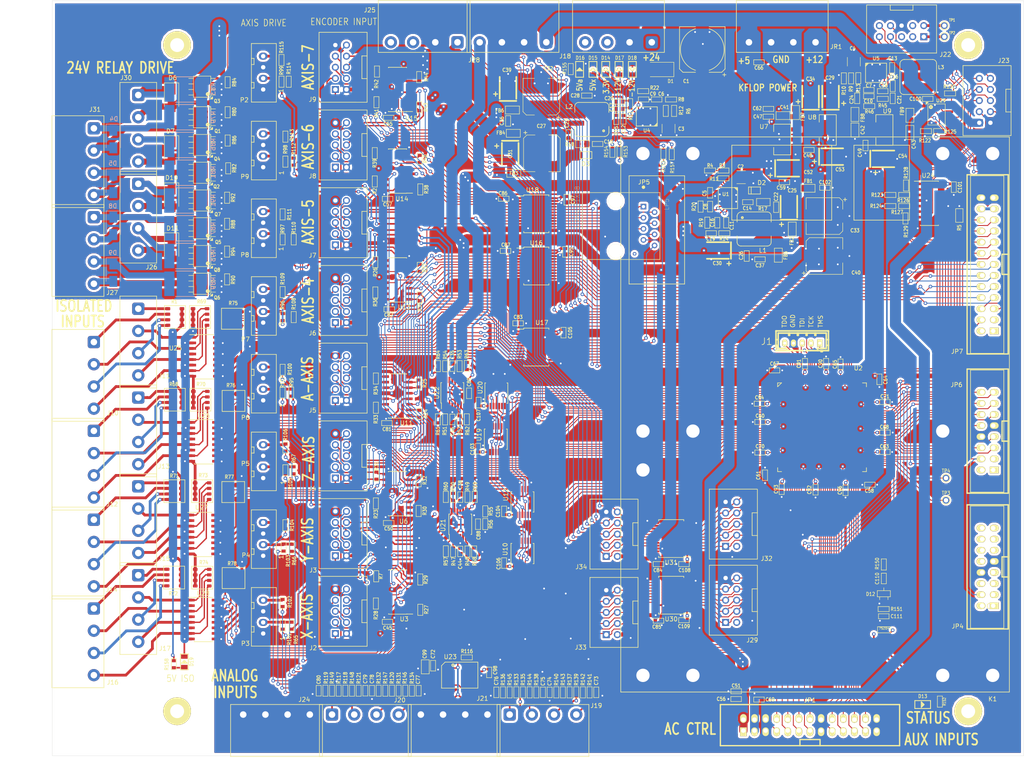
<source format=kicad_pcb>
(kicad_pcb (version 20171130) (host pcbnew "(6.0.0-rc1-dev-1425-g4c184f07a)")
  (layers (0 F.Cu signal) (1 In1.Cu power) (2 In2.Cu signal) (31 B.Cu signal) (34 B.Paste user) (35 F.Paste user) (36 B.SilkS user) (37 F.SilkS user) (38 B.Mask user) (39 F.Mask user) (44 Edge.Cuts user))
  (net 0 "")
  (net 1 GND)
  (net 2 /TMS)
  (net 3 /TDI)
  (net 4 /TCK)
  (net 5 /TDO)
  (net 6 +5.0Vx)
  (net 7 "Net-(J2-Pad10)")
  (net 8 "Net-(J3-Pad10)")
  (net 9 "Net-(J4-Pad10)")
  (net 10 "Net-(J5-Pad10)")
  (net 11 "Net-(J6-Pad10)")
  (net 12 /IO25)
  (net 13 /IO24)
  (net 14 /IO22)
  (net 15 /IO23)
  (net 16 /IO21)
  (net 17 /IO20)
  (net 18 /IO19)
  (net 19 /IO18)
  (net 20 /VDD5)
  (net 21 /~RESET)
  (net 22 /IO16)
  (net 23 /IO17)
  (net 24 /DB1)
  (net 25 /DB0)
  (net 26 /DB2)
  (net 27 /DB3)
  (net 28 /DB4)
  (net 29 /DB5)
  (net 30 /DB7)
  (net 31 /DB6)
  (net 32 /CLKIN)
  (net 33 /STARTIN)
  (net 34 /AIN_DOUT_BUF)
  (net 35 /AIN_CS)
  (net 36 /AIN_DIN)
  (net 37 /AIN_SCLK)
  (net 38 /LATCH)
  (net 39 /DATA_IN_BUF)
  (net 40 /DATA_OUT)
  (net 41 /CLK)
  (net 42 /CHA3)
  (net 43 /CHB3)
  (net 44 /CHB2)
  (net 45 /CHA2)
  (net 46 /CHA1)
  (net 47 /CHB1)
  (net 48 /CHB0)
  (net 49 /CHA0)
  (net 50 /RS232R_3V)
  (net 51 /RS232X_3V)
  (net 52 "Net-(R10-Pad2)")
  (net 53 "Net-(R11-Pad1)")
  (net 54 "Net-(R12-Pad1)")
  (net 55 "Net-(R13-Pad1)")
  (net 56 "Net-(U2-Pad15)")
  (net 57 "Net-(U2-Pad17)")
  (net 58 "Net-(U2-Pad31)")
  (net 59 "Net-(U2-Pad63)")
  (net 60 "Net-(U2-Pad76)")
  (net 61 "Net-(U2-Pad87)")
  (net 62 "Net-(U2-Pad89)")
  (net 63 "Net-(U2-Pad103)")
  (net 64 "Net-(U2-Pad109)")
  (net 65 "Net-(U2-Pad110)")
  (net 66 "Net-(U2-Pad126)")
  (net 67 "Net-(U2-Pad129)")
  (net 68 "Net-(U10-Pad2)")
  (net 69 "Net-(U10-Pad6)")
  (net 70 "Net-(U10-Pad7)")
  (net 71 "Net-(U12-Pad2)")
  (net 72 "Net-(U12-Pad6)")
  (net 73 "Net-(U12-Pad7)")
  (net 74 /CHB4)
  (net 75 /CHA4)
  (net 76 /CHB6)
  (net 77 /CHA6)
  (net 78 /CHB5)
  (net 79 /CHA5)
  (net 80 /CHB7)
  (net 81 /CHA7)
  (net 82 /Encoders/X_A+)
  (net 83 /Encoders/X_A-)
  (net 84 /Encoders/X_B+)
  (net 85 /Encoders/X_R+)
  (net 86 /Encoders/X_B-)
  (net 87 /Encoders/X_R-)
  (net 88 /Encoders/Y_R-)
  (net 89 /Encoders/Y_B-)
  (net 90 /Encoders/Y_R+)
  (net 91 /Encoders/Y_B+)
  (net 92 /Encoders/Y_A-)
  (net 93 /Encoders/Y_A+)
  (net 94 /Encoders/Z_A+)
  (net 95 /Encoders/Z_A-)
  (net 96 /Encoders/Z_B+)
  (net 97 /Encoders/Z_R+)
  (net 98 /Encoders/Z_B-)
  (net 99 /Encoders/Z_R-)
  (net 100 /Encoders/A_R-)
  (net 101 /Encoders/A_B-)
  (net 102 /Encoders/A_R+)
  (net 103 /Encoders/A_B+)
  (net 104 /Encoders/A_A-)
  (net 105 /Encoders/A_A+)
  (net 106 /Encoders/SP_A+)
  (net 107 /Encoders/SP_A-)
  (net 108 /Encoders/SP_B+)
  (net 109 /Encoders/SP_R+)
  (net 110 /Encoders/SP_B-)
  (net 111 /Encoders/SP_R-)
  (net 112 "Net-(P2-Pad4)")
  (net 113 "Net-(P2-Pad2)")
  (net 114 "Net-(P3-Pad4)")
  (net 115 "Net-(P4-Pad4)")
  (net 116 "Net-(P5-Pad4)")
  (net 117 "Net-(P6-Pad4)")
  (net 118 "Net-(U2-Pad125)")
  (net 119 "Net-(U2-Pad127)")
  (net 120 "Net-(U2-Pad128)")
  (net 121 "Net-(U17-Pad6)")
  (net 122 "Net-(U16-Pad5)")
  (net 123 "Net-(U16-Pad6)")
  (net 124 "Net-(U16-Pad7)")
  (net 125 "Net-(U16-Pad8)")
  (net 126 "Net-(U11-Pad3)")
  (net 127 "Net-(U11-Pad5)")
  (net 128 "Net-(U11-Pad11)")
  (net 129 "Net-(U13-Pad11)")
  (net 130 "Net-(U13-Pad5)")
  (net 131 "Net-(U13-Pad3)")
  (net 132 "Net-(U14-Pad13)")
  (net 133 "Net-(U14-Pad11)")
  (net 134 "Net-(U14-Pad5)")
  (net 135 "Net-(U14-Pad3)")
  (net 136 "Net-(U15-Pad13)")
  (net 137 "Net-(U15-Pad11)")
  (net 138 "Net-(U15-Pad5)")
  (net 139 "Net-(U15-Pad3)")
  (net 140 "Net-(U17-Pad5)")
  (net 141 "Net-(U16-Pad9)")
  (net 142 "Net-(U16-Pad10)")
  (net 143 "Net-(C8-Pad1)")
  (net 144 "Net-(C9-Pad1)")
  (net 145 "Net-(C10-Pad1)")
  (net 146 "Net-(C11-Pad1)")
  (net 147 "Net-(C11-Pad2)")
  (net 148 "Net-(C12-Pad1)")
  (net 149 "Net-(C12-Pad2)")
  (net 150 "Net-(C13-Pad2)")
  (net 151 "Net-(C13-Pad1)")
  (net 152 "Net-(C14-Pad1)")
  (net 153 "Net-(C15-Pad1)")
  (net 154 "Net-(C16-Pad1)")
  (net 155 "Net-(C17-Pad2)")
  (net 156 "Net-(C17-Pad1)")
  (net 157 "Net-(C18-Pad2)")
  (net 158 "Net-(C18-Pad1)")
  (net 159 +5.0Va)
  (net 160 "Net-(R47-Pad1)")
  (net 161 "Net-(R49-Pad1)")
  (net 162 "Net-(R51-Pad1)")
  (net 163 "Net-(R52-Pad1)")
  (net 164 "Net-(R53-Pad1)")
  (net 165 "Net-(U11-Pad13)")
  (net 166 "Net-(U13-Pad13)")
  (net 167 +3.3Vx)
  (net 168 "Net-(C5-Pad1)")
  (net 169 "Net-(C6-Pad1)")
  (net 170 "Net-(C7-Pad1)")
  (net 171 +1.2Vx)
  (net 172 "Net-(D6-Pad1)")
  (net 173 "Net-(D6-Pad2)")
  (net 174 "Net-(D7-Pad1)")
  (net 175 "Net-(D7-Pad2)")
  (net 176 "Net-(D4-Pad1)")
  (net 177 "Net-(D4-Pad2)")
  (net 178 "Net-(D5-Pad1)")
  (net 179 "Net-(D5-Pad2)")
  (net 180 "Net-(D8-Pad2)")
  (net 181 "Net-(D9-Pad2)")
  (net 182 "Net-(D10-Pad2)")
  (net 183 "Net-(D11-Pad2)")
  (net 184 "Net-(J8-Pad2)")
  (net 185 "Net-(J9-Pad2)")
  (net 186 "Net-(J10-Pad2)")
  (net 187 "Net-(J11-Pad2)")
  (net 188 "Net-(J15-Pad2)")
  (net 189 "Net-(J14-Pad2)")
  (net 190 "Net-(J13-Pad2)")
  (net 191 "Net-(J12-Pad2)")
  (net 192 "Net-(J8-Pad1)")
  (net 193 "Net-(J9-Pad1)")
  (net 194 "Net-(J10-Pad1)")
  (net 195 "Net-(J11-Pad1)")
  (net 196 "Net-(J12-Pad1)")
  (net 197 "Net-(J13-Pad1)")
  (net 198 "Net-(J14-Pad1)")
  (net 199 "Net-(J15-Pad1)")
  (net 200 "Net-(J22-Pad2)")
  (net 201 "Net-(J20-Pad2)")
  (net 202 "Net-(J19-Pad1)")
  (net 203 "Net-(J17-Pad1)")
  (net 204 "Net-(J16-Pad1)")
  (net 205 "Net-(J22-Pad1)")
  (net 206 "Net-(J20-Pad1)")
  (net 207 "Net-(D8-Pad1)")
  (net 208 "Net-(D9-Pad1)")
  (net 209 "Net-(D10-Pad1)")
  (net 210 "Net-(D11-Pad1)")
  (net 211 "Net-(U2-Pad93)")
  (net 212 "Net-(U2-Pad99)")
  (net 213 "Net-(C19-Pad1)")
  (net 214 GNDREF)
  (net 215 +5.0Viso)
  (net 216 -12Vx)
  (net 217 +12Vx)
  (net 218 +24V)
  (net 219 "Net-(C1-Pad1)")
  (net 220 "Net-(C14-Pad2)")
  (net 221 "Net-(C15-Pad2)")
  (net 222 "Net-(C16-Pad2)")
  (net 223 "Net-(C20-Pad1)")
  (net 224 "Net-(C21-Pad1)")
  (net 225 "Net-(C22-Pad1)")
  (net 226 "Net-(C22-Pad2)")
  (net 227 "Net-(C23-Pad1)")
  (net 228 "Net-(C23-Pad2)")
  (net 229 "Net-(C41-Pad2)")
  (net 230 "Net-(C42-Pad2)")
  (net 231 "Net-(C43-Pad2)")
  (net 232 "Net-(C73-Pad1)")
  (net 233 "Net-(C74-Pad1)")
  (net 234 "Net-(C75-Pad1)")
  (net 235 "Net-(C76-Pad1)")
  (net 236 "Net-(C77-Pad1)")
  (net 237 "Net-(C78-Pad1)")
  (net 238 "Net-(C79-Pad1)")
  (net 239 "Net-(C80-Pad1)")
  (net 240 "Net-(J7-Pad1)")
  (net 241 "Net-(J7-Pad2)")
  (net 242 "Net-(J7-Pad3)")
  (net 243 "Net-(J7-Pad8)")
  (net 244 "Net-(J7-Pad4)")
  (net 245 "Net-(J7-Pad9)")
  (net 246 "Net-(J7-Pad10)")
  (net 247 "Net-(J8-Pad3)")
  (net 248 "Net-(J8-Pad8)")
  (net 249 "Net-(J8-Pad4)")
  (net 250 "Net-(J8-Pad9)")
  (net 251 "Net-(J8-Pad10)")
  (net 252 "Net-(J9-Pad10)")
  (net 253 "Net-(J9-Pad9)")
  (net 254 "Net-(J9-Pad4)")
  (net 255 "Net-(J9-Pad8)")
  (net 256 "Net-(J9-Pad3)")
  (net 257 "Net-(J10-Pad3)")
  (net 258 "Net-(J10-Pad4)")
  (net 259 "Net-(J11-Pad4)")
  (net 260 "Net-(J11-Pad3)")
  (net 261 "Net-(J12-Pad4)")
  (net 262 "Net-(J12-Pad3)")
  (net 263 "Net-(J13-Pad4)")
  (net 264 "Net-(J13-Pad3)")
  (net 265 "Net-(J14-Pad4)")
  (net 266 "Net-(J14-Pad3)")
  (net 267 "Net-(J15-Pad3)")
  (net 268 "Net-(J15-Pad4)")
  (net 269 "Net-(J16-Pad2)")
  (net 270 "Net-(J16-Pad3)")
  (net 271 "Net-(J16-Pad4)")
  (net 272 "Net-(J17-Pad2)")
  (net 273 "Net-(J17-Pad3)")
  (net 274 "Net-(J17-Pad4)")
  (net 275 "Net-(P3-Pad2)")
  (net 276 "Net-(P4-Pad2)")
  (net 277 "Net-(P5-Pad2)")
  (net 278 "Net-(P6-Pad2)")
  (net 279 "Net-(P7-Pad4)")
  (net 280 "Net-(P7-Pad2)")
  (net 281 "Net-(P8-Pad2)")
  (net 282 "Net-(P8-Pad4)")
  (net 283 "Net-(P9-Pad4)")
  (net 284 "Net-(P9-Pad2)")
  (net 285 "Net-(R3-Pad1)")
  (net 286 "Net-(R6-Pad1)")
  (net 287 "Net-(R47-Pad2)")
  (net 288 "Net-(R48-Pad2)")
  (net 289 "Net-(R48-Pad1)")
  (net 290 "Net-(R49-Pad2)")
  (net 291 "Net-(R50-Pad2)")
  (net 292 "Net-(R50-Pad1)")
  (net 293 "Net-(R51-Pad2)")
  (net 294 "Net-(R52-Pad2)")
  (net 295 "Net-(R53-Pad2)")
  (net 296 "Net-(R54-Pad2)")
  (net 297 "Net-(R54-Pad1)")
  (net 298 /Analog/X_Servo)
  (net 299 /Analog/Y_Servo)
  (net 300 /Analog/Z_Servo)
  (net 301 /Analog/A_Servo)
  (net 302 /Analog/SPINDLE)
  (net 303 /Analog/DAC_5)
  (net 304 /Analog/DAC_6)
  (net 305 /Analog/DAC_7)
  (net 306 /CHR0)
  (net 307 /CHR1)
  (net 308 /CHR2)
  (net 309 /CHR3)
  (net 310 /CHR4)
  (net 311 /CHR5)
  (net 312 /CHR7)
  (net 313 /CHR6)
  (net 314 "Net-(U19-Pad7)")
  (net 315 "Net-(U19-Pad6)")
  (net 316 "Net-(U19-Pad2)")
  (net 317 "Net-(U20-Pad2)")
  (net 318 "Net-(U20-Pad6)")
  (net 319 "Net-(U20-Pad7)")
  (net 320 "Net-(J18-Pad3)")
  (net 321 "Net-(J18-Pad4)")
  (net 322 "Net-(C88-Pad1)")
  (net 323 "Net-(J19-Pad2)")
  (net 324 "Net-(J19-Pad3)")
  (net 325 "Net-(J19-Pad4)")
  (net 326 "Net-(J20-Pad3)")
  (net 327 "Net-(J20-Pad4)")
  (net 328 /TLAUX_MPG/RX-)
  (net 329 /TLAUX_MPG/RX+)
  (net 330 /TLAUX_MPG/TX-)
  (net 331 /TLAUX_MPG/TX+)
  (net 332 "Net-(J22-Pad3)")
  (net 333 "Net-(J22-Pad7)")
  (net 334 "Net-(J22-Pad6)")
  (net 335 /TLAUX_MPG/MPG_B+)
  (net 336 /TLAUX_MPG/MPG_B-)
  (net 337 /TLAUX_MPG/MPG_A+)
  (net 338 /TLAUX_MPG/MPG_A-)
  (net 339 "Net-(R125-Pad1)")
  (net 340 "Net-(R126-Pad1)")
  (net 341 "Net-(R127-Pad1)")
  (net 342 /MPG_A)
  (net 343 /MPG_B)
  (net 344 /AC_6)
  (net 345 /AC_7)
  (net 346 /AC_5)
  (net 347 /AC_4)
  (net 348 /AC_2)
  (net 349 /AC_3)
  (net 350 /AC_1)
  (net 351 /AC_0)
  (net 352 /FET_0)
  (net 353 /FET_1)
  (net 354 /FET_2)
  (net 355 /FET_3)
  (net 356 /FET_4)
  (net 357 /FET_5)
  (net 358 /FET_6)
  (net 359 /FET_7)
  (net 360 /AIN_DOUT)
  (net 361 /OPT_IN_1)
  (net 362 /OPT_IN_2)
  (net 363 /OPT_IN_3)
  (net 364 /OPT_IN_7)
  (net 365 /OPT_IN_6)
  (net 366 /OPT_IN_5)
  (net 367 /OPT_IN_4)
  (net 368 /OPT_IN_8)
  (net 369 /OPT_IN_9)
  (net 370 /OPT_IN_10)
  (net 371 /OPT_IN_11)
  (net 372 /OPT_IN_12)
  (net 373 /OPT_IN_13)
  (net 374 /OPT_IN_14)
  (net 375 /OPT_IN_15)
  (net 376 /~DAC_CS)
  (net 377 /SPI_CLK)
  (net 378 /DAC_01)
  (net 379 /DAC_23)
  (net 380 /DAC_45)
  (net 381 /DAC_67)
  (net 382 /OPT_IN_0)
  (net 383 /AUX_IN_7)
  (net 384 /AUX_IN_6)
  (net 385 /AUX_IN_4)
  (net 386 /AUX_IN_5)
  (net 387 /AUX_IN_3)
  (net 388 /AUX_IN_2)
  (net 389 /AUX_IN_0)
  (net 390 /AUX_IN_1)
  (net 391 /PWM_X_3)
  (net 392 /PWM_0)
  (net 393 /PWM_X_0)
  (net 394 /PWM_1)
  (net 395 /PWM_X_1)
  (net 396 /PWM_2)
  (net 397 /PWM_X_2)
  (net 398 /PWM_3)
  (net 399 /PWM_4)
  (net 400 /PWM_X_4)
  (net 401 /PWM_5)
  (net 402 /PWM_X_5)
  (net 403 /PWM_6)
  (net 404 /PWM_X_6)
  (net 405 /PWM_7)
  (net 406 /PWM_X_7)
  (net 407 "Net-(C72-Pad1)")
  (net 408 "Net-(JP4-Pad1)")
  (net 409 "Net-(JP4-Pad2)")
  (net 410 "Net-(JP4-Pad3)")
  (net 411 "Net-(JP6-Pad3)")
  (net 412 "Net-(JP6-Pad2)")
  (net 413 "Net-(JP6-Pad1)")
  (net 414 "Net-(JP7-Pad1)")
  (net 415 "Net-(JP7-Pad2)")
  (net 416 "Net-(JP7-Pad3)")
  (net 417 "Net-(C110-Pad1)")
  (net 418 "Net-(C110-Pad2)")
  (net 419 "Net-(C111-Pad1)")
  (net 420 "Net-(D13-Pad1)")
  (net 421 "Net-(D14-Pad2)")
  (net 422 "Net-(D15-Pad2)")
  (net 423 "Net-(D16-Pad2)")
  (net 424 "Net-(D17-Pad2)")
  (net 425 "Net-(D18-Pad2)")
  (net 426 /KEEP_ALIVE)
  (net 427 "Net-(R152-Pad2)")
  (net 428 "Net-(TP3-Pad1)")
  (net 429 "Net-(TP4-Pad1)")
  (net 430 "Net-(D19-Pad2)")
  (net 431 "Net-(J33-Pad1)")
  (net 432 "Net-(J33-Pad2)")
  (net 433 "Net-(J33-Pad7)")
  (net 434 "Net-(J33-Pad3)")
  (net 435 "Net-(J33-Pad8)")
  (net 436 "Net-(J33-Pad4)")
  (net 437 "Net-(J33-Pad9)")
  (net 438 "Net-(J33-Pad10)")
  (net 439 "Net-(J34-Pad10)")
  (net 440 "Net-(J34-Pad9)")
  (net 441 "Net-(J34-Pad4)")
  (net 442 "Net-(J34-Pad8)")
  (net 443 "Net-(J34-Pad3)")
  (net 444 "Net-(J34-Pad7)")
  (net 445 "Net-(J34-Pad2)")
  (net 446 "Net-(J34-Pad1)")
  (module t_connectors:c-5-103168-3 (layer F.Cu) (at 199.771 190.5 90)
    (fp_text reference J29 (at -9.144 4.826 180) (layer F.SilkS))
    (fp_text value Conn_02x05_Top_Bottom)
    (pad 1 thru_hole rect (at -5.08 -1.27 90) (size 1.6 1.6) (drill 1) (layers *.Cu *.Mask) (net 392 /PWM_0))
    (pad 6 thru_hole circle (at -5.08 1.27 90) (size 1.6 1.6) (drill 1) (layers *.Cu *.Mask) (net 167 +3.3Vx))
    (pad 2 thru_hole circle (at -2.54 -1.27 90) (size 1.6 1.6) (drill 1) (layers *.Cu *.Mask) (net 394 /PWM_1))
    (pad 7 thru_hole circle (at -2.54 1.27 90) (size 1.6 1.6) (drill 1) (layers *.Cu *.Mask) (net 393 /PWM_X_0))
    (pad 3 thru_hole circle (at 0 -1.27 90) (size 1.6 1.6) (drill 1) (layers *.Cu *.Mask) (net 396 /PWM_2))
    (pad 8 thru_hole circle (at 0 1.27 90) (size 1.6 1.6) (drill 1) (layers *.Cu *.Mask) (net 395 /PWM_X_1))
    (pad 4 thru_hole circle (at 2.54 -1.27 90) (size 1.6 1.6) (drill 1) (layers *.Cu *.Mask) (net 398 /PWM_3))
    (pad 9 thru_hole circle (at 2.54 1.27 90) (size 1.6 1.6) (drill 1) (layers *.Cu *.Mask) (net 397 /PWM_X_2))
    (pad 5 thru_hole circle (at 5.08 -1.27 90) (size 1.6 1.6) (drill 1) (layers *.Cu *.Mask) (net 1 GND))
    (pad 10 thru_hole circle (at 5.08 1.27 90) (size 1.6 1.6) (drill 1) (layers *.Cu *.Mask) (net 391 /PWM_X_3))
  )
  (module t_passive_smd:fb_0805 (layer F.Cu) (at 214.503 78.933 270)
    (fp_text reference FB7 (at 0.95 -1.651 270) (layer F.SilkS) (effects (font (size 0.8128 0.7112))))
    (fp_text value Ferrite_Bead1 hide)
    (pad 2 smd rect (at -0.95 0 270) (size 1 1.5) (layers F.Cu F.Paste F.Mask) (net 224 "Net-(C21-Pad1)"))
    (pad 1 smd rect (at 0.95 0 270) (size 1 1.5) (layers F.Cu F.Paste F.Mask) (net 229 "Net-(C41-Pad2)"))
  )
  (module t_so:SOIC-8 (layer F.Cu) (at 246.761 79.375 270)
    (fp_text reference U29 (at -3.175 -1.016) (layer F.SilkS) (effects (font (size 0.7493 0.7493))))
    (fp_text value SN75179B hide)
    (pad 1 smd rect (at -1.905 2.794 270) (size 0.59944 1.99898) (layers F.Cu F.Paste F.Mask) (net 6 +5.0Vx))
    (pad 2 smd rect (at -0.635 2.794 270) (size 0.59944 1.99898) (layers F.Cu F.Paste F.Mask) (net 339 "Net-(R125-Pad1)"))
    (pad 3 smd rect (at 0.635 2.794 270) (size 0.59944 1.99898) (layers F.Cu F.Paste F.Mask) (net 51 /RS232X_3V))
    (pad 4 smd rect (at 1.905 2.794 270) (size 0.59944 1.99898) (layers F.Cu F.Paste F.Mask) (net 1 GND))
    (pad 5 smd rect (at 1.905 -2.794 270) (size 0.59944 1.99898) (layers F.Cu F.Paste F.Mask) (net 331 /TLAUX_MPG/TX+))
    (pad 6 smd rect (at 0.635 -2.794 270) (size 0.59944 1.99898) (layers F.Cu F.Paste F.Mask) (net 330 /TLAUX_MPG/TX-))
    (pad 7 smd rect (at -0.635 -2.794 270) (size 0.59944 1.99898) (layers F.Cu F.Paste F.Mask) (net 328 /TLAUX_MPG/RX-))
    (pad 8 smd rect (at -1.905 -2.794 270) (size 0.59944 1.99898) (layers F.Cu F.Paste F.Mask) (net 329 /TLAUX_MPG/RX+))
  )
  (module w_conn_jst-ph:b5b-ph-kl (layer F.Cu) (at 216.027 131.699 180)
    (fp_text reference J1 (at 8.128 0.381 180) (layer F.SilkS) (effects (font (size 1.524 1.524))))
    (fp_text value Conn_01x05 hide)
    (pad 1 thru_hole rect (at -4.00304 0 180) (size 1.19888 1.69926) (drill 0.70104) (layers *.Cu *.Mask F.SilkS) (net 2 /TMS))
    (pad 3 thru_hole oval (at 0 0 180) (size 1.19888 1.69926) (drill 0.70104) (layers *.Cu *.Mask F.SilkS) (net 3 /TDI))
    (pad 2 thru_hole oval (at -2.00152 0 180) (size 1.19888 1.69926) (drill 0.70104) (layers *.Cu *.Mask F.SilkS) (net 4 /TCK))
    (pad 4 thru_hole oval (at 1.99898 0 180) (size 1.19888 1.69926) (drill 0.70104) (layers *.Cu *.Mask F.SilkS) (net 1 GND))
    (pad 5 thru_hole oval (at 4.0005 0 180) (size 1.19888 1.69926) (drill 0.70104) (layers *.Cu *.Mask F.SilkS) (net 5 /TDO))
  )
  (module t_connectors:c-5-103168-3 (layer F.Cu) (at 110.49 193.04 90)
    (fp_text reference J2 (at -8.382 -6.35 180) (layer F.SilkS))
    (fp_text value Conn_02x05_Top_Bottom)
    (pad 1 thru_hole rect (at -5.08 -1.27 90) (size 1.6 1.6) (drill 1) (layers *.Cu *.Mask) (net 82 /Encoders/X_A+))
    (pad 6 thru_hole circle (at -5.08 1.27 90) (size 1.6 1.6) (drill 1) (layers *.Cu *.Mask) (net 159 +5.0Va))
    (pad 2 thru_hole circle (at -2.54 -1.27 90) (size 1.6 1.6) (drill 1) (layers *.Cu *.Mask) (net 83 /Encoders/X_A-))
    (pad 7 thru_hole circle (at -2.54 1.27 90) (size 1.6 1.6) (drill 1) (layers *.Cu *.Mask) (net 7 "Net-(J2-Pad10)"))
    (pad 3 thru_hole circle (at 0 -1.27 90) (size 1.6 1.6) (drill 1) (layers *.Cu *.Mask) (net 84 /Encoders/X_B+))
    (pad 8 thru_hole circle (at 0 1.27 90) (size 1.6 1.6) (drill 1) (layers *.Cu *.Mask) (net 85 /Encoders/X_R+))
    (pad 4 thru_hole circle (at 2.54 -1.27 90) (size 1.6 1.6) (drill 1) (layers *.Cu *.Mask) (net 86 /Encoders/X_B-))
    (pad 9 thru_hole circle (at 2.54 1.27 90) (size 1.6 1.6) (drill 1) (layers *.Cu *.Mask) (net 87 /Encoders/X_R-))
    (pad 5 thru_hole circle (at 5.08 -1.27 90) (size 1.6 1.6) (drill 1) (layers *.Cu *.Mask) (net 1 GND))
    (pad 10 thru_hole circle (at 5.08 1.27 90) (size 1.6 1.6) (drill 1) (layers *.Cu *.Mask) (net 7 "Net-(J2-Pad10)"))
  )
  (module t_connectors:c-5-103168-3 (layer F.Cu) (at 110.49 175.26 90)
    (fp_text reference J3 (at -8.382 -6.35 180) (layer F.SilkS))
    (fp_text value Conn_02x05_Top_Bottom)
    (pad 10 thru_hole circle (at 5.08 1.27 90) (size 1.6 1.6) (drill 1) (layers *.Cu *.Mask) (net 8 "Net-(J3-Pad10)"))
    (pad 5 thru_hole circle (at 5.08 -1.27 90) (size 1.6 1.6) (drill 1) (layers *.Cu *.Mask) (net 1 GND))
    (pad 9 thru_hole circle (at 2.54 1.27 90) (size 1.6 1.6) (drill 1) (layers *.Cu *.Mask) (net 88 /Encoders/Y_R-))
    (pad 4 thru_hole circle (at 2.54 -1.27 90) (size 1.6 1.6) (drill 1) (layers *.Cu *.Mask) (net 89 /Encoders/Y_B-))
    (pad 8 thru_hole circle (at 0 1.27 90) (size 1.6 1.6) (drill 1) (layers *.Cu *.Mask) (net 90 /Encoders/Y_R+))
    (pad 3 thru_hole circle (at 0 -1.27 90) (size 1.6 1.6) (drill 1) (layers *.Cu *.Mask) (net 91 /Encoders/Y_B+))
    (pad 7 thru_hole circle (at -2.54 1.27 90) (size 1.6 1.6) (drill 1) (layers *.Cu *.Mask) (net 8 "Net-(J3-Pad10)"))
    (pad 2 thru_hole circle (at -2.54 -1.27 90) (size 1.6 1.6) (drill 1) (layers *.Cu *.Mask) (net 92 /Encoders/Y_A-))
    (pad 6 thru_hole circle (at -5.08 1.27 90) (size 1.6 1.6) (drill 1) (layers *.Cu *.Mask) (net 159 +5.0Va))
    (pad 1 thru_hole rect (at -5.08 -1.27 90) (size 1.6 1.6) (drill 1) (layers *.Cu *.Mask) (net 93 /Encoders/Y_A+))
  )
  (module t_connectors:c-5-103168-3 (layer F.Cu) (at 110.49 157.48 90)
    (fp_text reference J4 (at -7.493 -6.477 180) (layer F.SilkS))
    (fp_text value Conn_02x05_Top_Bottom)
    (pad 1 thru_hole rect (at -5.08 -1.27 90) (size 1.6 1.6) (drill 1) (layers *.Cu *.Mask) (net 94 /Encoders/Z_A+))
    (pad 6 thru_hole circle (at -5.08 1.27 90) (size 1.6 1.6) (drill 1) (layers *.Cu *.Mask) (net 159 +5.0Va))
    (pad 2 thru_hole circle (at -2.54 -1.27 90) (size 1.6 1.6) (drill 1) (layers *.Cu *.Mask) (net 95 /Encoders/Z_A-))
    (pad 7 thru_hole circle (at -2.54 1.27 90) (size 1.6 1.6) (drill 1) (layers *.Cu *.Mask) (net 9 "Net-(J4-Pad10)"))
    (pad 3 thru_hole circle (at 0 -1.27 90) (size 1.6 1.6) (drill 1) (layers *.Cu *.Mask) (net 96 /Encoders/Z_B+))
    (pad 8 thru_hole circle (at 0 1.27 90) (size 1.6 1.6) (drill 1) (layers *.Cu *.Mask) (net 97 /Encoders/Z_R+))
    (pad 4 thru_hole circle (at 2.54 -1.27 90) (size 1.6 1.6) (drill 1) (layers *.Cu *.Mask) (net 98 /Encoders/Z_B-))
    (pad 9 thru_hole circle (at 2.54 1.27 90) (size 1.6 1.6) (drill 1) (layers *.Cu *.Mask) (net 99 /Encoders/Z_R-))
    (pad 5 thru_hole circle (at 5.08 -1.27 90) (size 1.6 1.6) (drill 1) (layers *.Cu *.Mask) (net 1 GND))
    (pad 10 thru_hole circle (at 5.08 1.27 90) (size 1.6 1.6) (drill 1) (layers *.Cu *.Mask) (net 9 "Net-(J4-Pad10)"))
  )
  (module t_connectors:c-5-103168-3 (layer F.Cu) (at 110.49 139.7 90)
    (fp_text reference J5 (at -7.366 -6.477 180) (layer F.SilkS))
    (fp_text value Conn_02x05_Top_Bottom)
    (pad 10 thru_hole circle (at 5.08 1.27 90) (size 1.6 1.6) (drill 1) (layers *.Cu *.Mask) (net 10 "Net-(J5-Pad10)"))
    (pad 5 thru_hole circle (at 5.08 -1.27 90) (size 1.6 1.6) (drill 1) (layers *.Cu *.Mask) (net 1 GND))
    (pad 9 thru_hole circle (at 2.54 1.27 90) (size 1.6 1.6) (drill 1) (layers *.Cu *.Mask) (net 100 /Encoders/A_R-))
    (pad 4 thru_hole circle (at 2.54 -1.27 90) (size 1.6 1.6) (drill 1) (layers *.Cu *.Mask) (net 101 /Encoders/A_B-))
    (pad 8 thru_hole circle (at 0 1.27 90) (size 1.6 1.6) (drill 1) (layers *.Cu *.Mask) (net 102 /Encoders/A_R+))
    (pad 3 thru_hole circle (at 0 -1.27 90) (size 1.6 1.6) (drill 1) (layers *.Cu *.Mask) (net 103 /Encoders/A_B+))
    (pad 7 thru_hole circle (at -2.54 1.27 90) (size 1.6 1.6) (drill 1) (layers *.Cu *.Mask) (net 10 "Net-(J5-Pad10)"))
    (pad 2 thru_hole circle (at -2.54 -1.27 90) (size 1.6 1.6) (drill 1) (layers *.Cu *.Mask) (net 104 /Encoders/A_A-))
    (pad 6 thru_hole circle (at -5.08 1.27 90) (size 1.6 1.6) (drill 1) (layers *.Cu *.Mask) (net 159 +5.0Va))
    (pad 1 thru_hole rect (at -5.08 -1.27 90) (size 1.6 1.6) (drill 1) (layers *.Cu *.Mask) (net 105 /Encoders/A_A+))
  )
  (module t_connectors:c-5-103168-3 (layer F.Cu) (at 110.49 121.92 90)
    (fp_text reference J6 (at -7.493 -6.477 180) (layer F.SilkS))
    (fp_text value Conn_02x05_Top_Bottom)
    (pad 1 thru_hole rect (at -5.08 -1.27 90) (size 1.6 1.6) (drill 1) (layers *.Cu *.Mask) (net 106 /Encoders/SP_A+))
    (pad 6 thru_hole circle (at -5.08 1.27 90) (size 1.6 1.6) (drill 1) (layers *.Cu *.Mask) (net 159 +5.0Va))
    (pad 2 thru_hole circle (at -2.54 -1.27 90) (size 1.6 1.6) (drill 1) (layers *.Cu *.Mask) (net 107 /Encoders/SP_A-))
    (pad 7 thru_hole circle (at -2.54 1.27 90) (size 1.6 1.6) (drill 1) (layers *.Cu *.Mask) (net 11 "Net-(J6-Pad10)"))
    (pad 3 thru_hole circle (at 0 -1.27 90) (size 1.6 1.6) (drill 1) (layers *.Cu *.Mask) (net 108 /Encoders/SP_B+))
    (pad 8 thru_hole circle (at 0 1.27 90) (size 1.6 1.6) (drill 1) (layers *.Cu *.Mask) (net 109 /Encoders/SP_R+))
    (pad 4 thru_hole circle (at 2.54 -1.27 90) (size 1.6 1.6) (drill 1) (layers *.Cu *.Mask) (net 110 /Encoders/SP_B-))
    (pad 9 thru_hole circle (at 2.54 1.27 90) (size 1.6 1.6) (drill 1) (layers *.Cu *.Mask) (net 111 /Encoders/SP_R-))
    (pad 5 thru_hole circle (at 5.08 -1.27 90) (size 1.6 1.6) (drill 1) (layers *.Cu *.Mask) (net 1 GND))
    (pad 10 thru_hole circle (at 5.08 1.27 90) (size 1.6 1.6) (drill 1) (layers *.Cu *.Mask) (net 11 "Net-(J6-Pad10)"))
  )
  (module w_conn_strip:vasch_strip_8x2 (layer F.Cu) (at 258.445 182.88 90)
    (fp_text reference JP4 (at -13.589 -6.858 180) (layer F.SilkS))
    (fp_text value Conn_02x08_Odd_Even hide)
    (pad 16 thru_hole oval (at 8.89 -1.27 90) (size 1.5 2) (drill 1 (offset 0 -0.25)) (layers *.Cu *.Mask F.SilkS) (net 12 /IO25))
    (pad 15 thru_hole oval (at 8.89 1.27 90) (size 1.5 2) (drill 1 (offset 0 0.25)) (layers *.Cu *.Mask F.SilkS) (net 13 /IO24))
    (pad 13 thru_hole oval (at 6.35 1.27 90) (size 1.5 2) (drill 1 (offset 0 0.25)) (layers *.Cu *.Mask F.SilkS) (net 14 /IO22))
    (pad 14 thru_hole oval (at 6.35 -1.27 90) (size 1.5 2) (drill 1 (offset 0 -0.25)) (layers *.Cu *.Mask F.SilkS) (net 15 /IO23))
    (pad 12 thru_hole oval (at 3.81 -1.27 90) (size 1.5 2) (drill 1 (offset 0 -0.25)) (layers *.Cu *.Mask F.SilkS) (net 16 /IO21))
    (pad 11 thru_hole oval (at 3.81 1.27 90) (size 1.5 2) (drill 1 (offset 0 0.25)) (layers *.Cu *.Mask F.SilkS) (net 17 /IO20))
    (pad 9 thru_hole oval (at 1.27 1.27 90) (size 1.5 2) (drill 1 (offset 0 0.25)) (layers *.Cu *.Mask F.SilkS) (net 1 GND))
    (pad 10 thru_hole oval (at 1.27 -1.27 90) (size 1.5 2) (drill 1 (offset 0 -0.25)) (layers *.Cu *.Mask F.SilkS) (net 18 /IO19))
    (pad 8 thru_hole oval (at -1.27 -1.27 90) (size 1.5 2) (drill 1 (offset 0 -0.25)) (layers *.Cu *.Mask F.SilkS) (net 1 GND))
    (pad 7 thru_hole oval (at -1.27 1.27 90) (size 1.5 2) (drill 1 (offset 0 0.25)) (layers *.Cu *.Mask F.SilkS) (net 19 /IO18))
    (pad 1 thru_hole rect (at -8.89 1.27 90) (size 1.5 2) (drill 1 (offset 0 0.25)) (layers *.Cu *.Mask F.SilkS) (net 408 "Net-(JP4-Pad1)"))
    (pad 2 thru_hole oval (at -8.89 -1.27 90) (size 1.5 2) (drill 1 (offset 0 -0.25)) (layers *.Cu *.Mask F.SilkS) (net 409 "Net-(JP4-Pad2)"))
    (pad 3 thru_hole oval (at -6.35 1.27 90) (size 1.5 2) (drill 1 (offset 0 0.25)) (layers *.Cu *.Mask F.SilkS) (net 410 "Net-(JP4-Pad3)"))
    (pad 4 thru_hole oval (at -6.35 -1.27 90) (size 1.5 2) (drill 1 (offset 0 -0.25)) (layers *.Cu *.Mask F.SilkS) (net 21 /~RESET))
    (pad 5 thru_hole oval (at -3.81 1.27 90) (size 1.5 2) (drill 1 (offset 0 0.25)) (layers *.Cu *.Mask F.SilkS) (net 22 /IO16))
    (pad 6 thru_hole oval (at -3.81 -1.27 90) (size 1.5 2) (drill 1 (offset 0 -0.25)) (layers *.Cu *.Mask F.SilkS) (net 23 /IO17))
  )
  (module w_conn_strip:vasch_strip_8x2 (layer F.Cu) (at 258.445 151.817 90)
    (fp_text reference JP6 (at 10.593 -7.112 180) (layer F.SilkS))
    (fp_text value Conn_02x08_Odd_Even hide)
    (pad 6 thru_hole oval (at -3.81 -1.27 90) (size 1.5 2) (drill 1 (offset 0 -0.25)) (layers *.Cu *.Mask F.SilkS) (net 24 /DB1))
    (pad 5 thru_hole oval (at -3.81 1.27 90) (size 1.5 2) (drill 1 (offset 0 0.25)) (layers *.Cu *.Mask F.SilkS) (net 25 /DB0))
    (pad 4 thru_hole oval (at -6.35 -1.27 90) (size 1.5 2) (drill 1 (offset 0 -0.25)) (layers *.Cu *.Mask F.SilkS) (net 21 /~RESET))
    (pad 3 thru_hole oval (at -6.35 1.27 90) (size 1.5 2) (drill 1 (offset 0 0.25)) (layers *.Cu *.Mask F.SilkS) (net 411 "Net-(JP6-Pad3)"))
    (pad 2 thru_hole oval (at -8.89 -1.27 90) (size 1.5 2) (drill 1 (offset 0 -0.25)) (layers *.Cu *.Mask F.SilkS) (net 412 "Net-(JP6-Pad2)"))
    (pad 1 thru_hole rect (at -8.89 1.27 90) (size 1.5 2) (drill 1 (offset 0 0.25)) (layers *.Cu *.Mask F.SilkS) (net 413 "Net-(JP6-Pad1)"))
    (pad 7 thru_hole oval (at -1.27 1.27 90) (size 1.5 2) (drill 1 (offset 0 0.25)) (layers *.Cu *.Mask F.SilkS) (net 26 /DB2))
    (pad 8 thru_hole oval (at -1.27 -1.27 90) (size 1.5 2) (drill 1 (offset 0 -0.25)) (layers *.Cu *.Mask F.SilkS) (net 1 GND))
    (pad 10 thru_hole oval (at 1.27 -1.27 90) (size 1.5 2) (drill 1 (offset 0 -0.25)) (layers *.Cu *.Mask F.SilkS) (net 27 /DB3))
    (pad 9 thru_hole oval (at 1.27 1.27 90) (size 1.5 2) (drill 1 (offset 0 0.25)) (layers *.Cu *.Mask F.SilkS) (net 1 GND))
    (pad 11 thru_hole oval (at 3.81 1.27 90) (size 1.5 2) (drill 1 (offset 0 0.25)) (layers *.Cu *.Mask F.SilkS) (net 28 /DB4))
    (pad 12 thru_hole oval (at 3.81 -1.27 90) (size 1.5 2) (drill 1 (offset 0 -0.25)) (layers *.Cu *.Mask F.SilkS) (net 29 /DB5))
    (pad 14 thru_hole oval (at 6.35 -1.27 90) (size 1.5 2) (drill 1 (offset 0 -0.25)) (layers *.Cu *.Mask F.SilkS) (net 30 /DB7))
    (pad 13 thru_hole oval (at 6.35 1.27 90) (size 1.5 2) (drill 1 (offset 0 0.25)) (layers *.Cu *.Mask F.SilkS) (net 31 /DB6))
    (pad 15 thru_hole oval (at 8.89 1.27 90) (size 1.5 2) (drill 1 (offset 0 0.25)) (layers *.Cu *.Mask F.SilkS) (net 32 /CLKIN))
    (pad 16 thru_hole oval (at 8.89 -1.27 90) (size 1.5 2) (drill 1 (offset 0 -0.25)) (layers *.Cu *.Mask F.SilkS) (net 33 /STARTIN))
  )
  (module w_conn_strip:vasch_strip_13x2 (layer F.Cu) (at 258.445 113.665 90)
    (fp_text reference JP7 (at -19.939 -6.985 180) (layer F.SilkS))
    (fp_text value CONN_02X13 hide)
    (pad 25 thru_hole oval (at 15.24 1.27 90) (size 1.5 2) (drill 1 (offset 0 0.25)) (layers *.Cu *.Mask F.SilkS) (net 1 GND))
    (pad 26 thru_hole oval (at 15.24 -1.27 90) (size 1.5 2) (drill 1 (offset 0 -0.25)) (layers *.Cu *.Mask F.SilkS) (net 1 GND))
    (pad 24 thru_hole oval (at 12.7 -1.27 90) (size 1.5 2) (drill 1 (offset 0 -0.25)) (layers *.Cu *.Mask F.SilkS) (net 20 /VDD5))
    (pad 23 thru_hole oval (at 12.7 1.27 90) (size 1.5 2) (drill 1 (offset 0 0.25)) (layers *.Cu *.Mask F.SilkS) (net 20 /VDD5))
    (pad 21 thru_hole oval (at 10.16 1.27 90) (size 1.5 2) (drill 1 (offset 0 0.25)) (layers *.Cu *.Mask F.SilkS) (net 34 /AIN_DOUT_BUF))
    (pad 22 thru_hole oval (at 10.16 -1.27 90) (size 1.5 2) (drill 1 (offset 0 -0.25)) (layers *.Cu *.Mask F.SilkS) (net 35 /AIN_CS))
    (pad 20 thru_hole oval (at 7.62 -1.27 90) (size 1.5 2) (drill 1 (offset 0 -0.25)) (layers *.Cu *.Mask F.SilkS) (net 36 /AIN_DIN))
    (pad 19 thru_hole oval (at 7.62 1.27 90) (size 1.5 2) (drill 1 (offset 0 0.25)) (layers *.Cu *.Mask F.SilkS) (net 37 /AIN_SCLK))
    (pad 17 thru_hole oval (at 5.08 1.27 90) (size 1.5 2) (drill 1 (offset 0 0.25)) (layers *.Cu *.Mask F.SilkS) (net 38 /LATCH))
    (pad 18 thru_hole oval (at 5.08 -1.27 90) (size 1.5 2) (drill 1 (offset 0 -0.25)) (layers *.Cu *.Mask F.SilkS) (net 39 /DATA_IN_BUF))
    (pad 16 thru_hole oval (at 2.54 -1.27 90) (size 1.5 2) (drill 1 (offset 0 -0.25)) (layers *.Cu *.Mask F.SilkS) (net 40 /DATA_OUT))
    (pad 15 thru_hole oval (at 2.54 1.27 90) (size 1.5 2) (drill 1 (offset 0 0.25)) (layers *.Cu *.Mask F.SilkS) (net 41 /CLK))
    (pad 13 thru_hole oval (at 0 1.27 90) (size 1.5 2) (drill 1 (offset 0 0.25)) (layers *.Cu *.Mask F.SilkS) (net 42 /CHA3))
    (pad 14 thru_hole oval (at 0 -1.27 90) (size 1.5 2) (drill 1 (offset 0 -0.25)) (layers *.Cu *.Mask F.SilkS) (net 43 /CHB3))
    (pad 12 thru_hole oval (at -2.54 -1.27 90) (size 1.5 2) (drill 1 (offset 0 -0.25)) (layers *.Cu *.Mask F.SilkS) (net 44 /CHB2))
    (pad 11 thru_hole oval (at -2.54 1.27 90) (size 1.5 2) (drill 1 (offset 0 0.25)) (layers *.Cu *.Mask F.SilkS) (net 45 /CHA2))
    (pad 9 thru_hole oval (at -5.08 1.27 90) (size 1.5 2) (drill 1 (offset 0 0.25)) (layers *.Cu *.Mask F.SilkS) (net 46 /CHA1))
    (pad 10 thru_hole oval (at -5.08 -1.27 90) (size 1.5 2) (drill 1 (offset 0 -0.25)) (layers *.Cu *.Mask F.SilkS) (net 47 /CHB1))
    (pad 8 thru_hole oval (at -7.62 -1.27 90) (size 1.5 2) (drill 1 (offset 0 -0.25)) (layers *.Cu *.Mask F.SilkS) (net 48 /CHB0))
    (pad 7 thru_hole oval (at -7.62 1.27 90) (size 1.5 2) (drill 1 (offset 0 0.25)) (layers *.Cu *.Mask F.SilkS) (net 49 /CHA0))
    (pad 1 thru_hole rect (at -15.24 1.27 90) (size 1.5 2) (drill 1 (offset 0 0.25)) (layers *.Cu *.Mask F.SilkS) (net 414 "Net-(JP7-Pad1)"))
    (pad 2 thru_hole oval (at -15.24 -1.27 90) (size 1.5 2) (drill 1 (offset 0 -0.25)) (layers *.Cu *.Mask F.SilkS) (net 415 "Net-(JP7-Pad2)"))
    (pad 3 thru_hole oval (at -12.7 1.27 90) (size 1.5 2) (drill 1 (offset 0 0.25)) (layers *.Cu *.Mask F.SilkS) (net 416 "Net-(JP7-Pad3)"))
    (pad 4 thru_hole oval (at -12.7 -1.27 90) (size 1.5 2) (drill 1 (offset 0 -0.25)) (layers *.Cu *.Mask F.SilkS) (net 21 /~RESET))
    (pad 5 thru_hole oval (at -10.16 1.27 90) (size 1.5 2) (drill 1 (offset 0 0.25)) (layers *.Cu *.Mask F.SilkS) (net 50 /RS232R_3V))
    (pad 6 thru_hole oval (at -10.16 -1.27 90) (size 1.5 2) (drill 1 (offset 0 -0.25)) (layers *.Cu *.Mask F.SilkS) (net 51 /RS232X_3V))
  )
  (module t_passive_smd:res_0805 (layer F.Cu) (at 251.968 102.489 90)
    (fp_text reference R5 (at -2.794 0 90) (layer F.SilkS) (effects (font (size 0.8382 0.7112))))
    (fp_text value 150 hide)
    (pad 2 smd rect (at -0.95 0 90) (size 1 1.5) (layers F.Cu F.Paste F.Mask) (net 35 /AIN_CS))
    (pad 1 smd rect (at 0.95 0 90) (size 1 1.5) (layers F.Cu F.Paste F.Mask) (net 1 GND))
  )
  (module t_passive_smd:res_0603 (layer F.Cu) (at 118.5672 185.0264 270)
    (fp_text reference R7 (at 0 -1.05 270) (layer F.SilkS) (effects (font (size 0.8382 0.7112))))
    (fp_text value 220 hide)
    (pad 1 smd rect (at 0.8 0 270) (size 0.7 0.9) (layers F.Cu F.Paste F.Mask) (net 85 /Encoders/X_R+))
    (pad 2 smd rect (at -0.8 0 270) (size 0.7 0.9) (layers F.Cu F.Paste F.Mask) (net 87 /Encoders/X_R-))
  )
  (module t_passive_smd:res_0603 (layer F.Cu) (at 118.491 168.364 90)
    (fp_text reference R23 (at -2.451 0 90) (layer F.SilkS) (effects (font (size 0.8382 0.7112))))
    (fp_text value 220 hide)
    (pad 1 smd rect (at 0.8 0 90) (size 0.7 0.9) (layers F.Cu F.Paste F.Mask) (net 90 /Encoders/Y_R+))
    (pad 2 smd rect (at -0.8 0 90) (size 0.7 0.9) (layers F.Cu F.Paste F.Mask) (net 88 /Encoders/Y_R-))
  )
  (module t_passive_smd:res_0603 (layer F.Cu) (at 128.397 147.866 90)
    (fp_text reference R24 (at 0.038 1.524 90) (layer F.SilkS) (effects (font (size 0.8382 0.7112))))
    (fp_text value 220 hide)
    (pad 2 smd rect (at -0.8 0 90) (size 0.7 0.9) (layers F.Cu F.Paste F.Mask) (net 99 /Encoders/Z_R-))
    (pad 1 smd rect (at 0.8 0 90) (size 0.7 0.9) (layers F.Cu F.Paste F.Mask) (net 97 /Encoders/Z_R+))
  )
  (module t_passive_smd:res_0603 (layer F.Cu) (at 128.27 140.932 270)
    (fp_text reference R25 (at -0.089 -1.397 270) (layer F.SilkS) (effects (font (size 0.8382 0.7112))))
    (fp_text value 220 hide)
    (pad 1 smd rect (at 0.8 0 270) (size 0.7 0.9) (layers F.Cu F.Paste F.Mask) (net 102 /Encoders/A_R+))
    (pad 2 smd rect (at -0.8 0 270) (size 0.7 0.9) (layers F.Cu F.Paste F.Mask) (net 100 /Encoders/A_R-))
  )
  (module t_passive_smd:res_0603 (layer F.Cu) (at 118.364 113.157 270)
    (fp_text reference R26 (at 2.286 0 270) (layer F.SilkS) (effects (font (size 0.8382 0.7112))))
    (fp_text value 220 hide)
    (pad 2 smd rect (at -0.8 0 270) (size 0.7 0.9) (layers F.Cu F.Paste F.Mask) (net 111 /Encoders/SP_R-))
    (pad 1 smd rect (at 0.8 0 270) (size 0.7 0.9) (layers F.Cu F.Paste F.Mask) (net 109 /Encoders/SP_R+))
  )
  (module t_passive_smd:res_0603 (layer F.Cu) (at 128.651 192.697 90)
    (fp_text reference R27 (at 0.038 1.397 90) (layer F.SilkS) (effects (font (size 0.8382 0.7112))))
    (fp_text value 220 hide)
    (pad 1 smd rect (at 0.8 0 90) (size 0.7 0.9) (layers F.Cu F.Paste F.Mask) (net 82 /Encoders/X_A+))
    (pad 2 smd rect (at -0.8 0 90) (size 0.7 0.9) (layers F.Cu F.Paste F.Mask) (net 83 /Encoders/X_A-))
  )
  (module t_passive_smd:res_0603 (layer F.Cu) (at 118.491 191.262 90)
    (fp_text reference R28 (at -2.667 0 90) (layer F.SilkS) (effects (font (size 0.8382 0.7112))))
    (fp_text value 220 hide)
    (pad 2 smd rect (at -0.8 0 90) (size 0.7 0.9) (layers F.Cu F.Paste F.Mask) (net 86 /Encoders/X_B-))
    (pad 1 smd rect (at 0.8 0 90) (size 0.7 0.9) (layers F.Cu F.Paste F.Mask) (net 84 /Encoders/X_B+))
  )
  (module t_passive_smd:res_0603 (layer F.Cu) (at 128.651 185.763 270)
    (fp_text reference R29 (at 0.038 -1.27 270) (layer F.SilkS) (effects (font (size 0.8382 0.7112))))
    (fp_text value 220 hide)
    (pad 2 smd rect (at -0.8 0 270) (size 0.7 0.9) (layers F.Cu F.Paste F.Mask) (net 92 /Encoders/Y_A-))
    (pad 1 smd rect (at 0.8 0 270) (size 0.7 0.9) (layers F.Cu F.Paste F.Mask) (net 93 /Encoders/Y_A+))
  )
  (module t_passive_smd:res_0603 (layer F.Cu) (at 128.27 170.091 90)
    (fp_text reference R30 (at 0.038 1.397 90) (layer F.SilkS) (effects (font (size 0.8382 0.7112))))
    (fp_text value 220 hide)
    (pad 1 smd rect (at 0.8 0 90) (size 0.7 0.9) (layers F.Cu F.Paste F.Mask) (net 91 /Encoders/Y_B+))
    (pad 2 smd rect (at -0.8 0 90) (size 0.7 0.9) (layers F.Cu F.Paste F.Mask) (net 89 /Encoders/Y_B-))
  )
  (module t_passive_smd:res_0603 (layer F.Cu) (at 118.618 162.014 270)
    (fp_text reference R31 (at -2.248 0 270) (layer F.SilkS) (effects (font (size 0.8382 0.7112))))
    (fp_text value 220 hide)
    (pad 1 smd rect (at 0.8 0 270) (size 0.7 0.9) (layers F.Cu F.Paste F.Mask) (net 94 /Encoders/Z_A+))
    (pad 2 smd rect (at -0.8 0 270) (size 0.7 0.9) (layers F.Cu F.Paste F.Mask) (net 95 /Encoders/Z_A-))
  )
  (module t_passive_smd:res_0603 (layer F.Cu) (at 128.27 163.284 270)
    (fp_text reference R32 (at -0.216 -1.397 270) (layer F.SilkS) (effects (font (size 0.8382 0.7112))))
    (fp_text value 220 hide)
    (pad 2 smd rect (at -0.8 0 270) (size 0.7 0.9) (layers F.Cu F.Paste F.Mask) (net 98 /Encoders/Z_B-))
    (pad 1 smd rect (at 0.8 0 270) (size 0.7 0.9) (layers F.Cu F.Paste F.Mask) (net 96 /Encoders/Z_B+))
  )
  (module t_passive_smd:res_0603 (layer F.Cu) (at 118.491 146.469 90)
    (fp_text reference R33 (at -2.629 0 90) (layer F.SilkS) (effects (font (size 0.8382 0.7112))))
    (fp_text value 220 hide)
    (pad 2 smd rect (at -0.8 0 90) (size 0.7 0.9) (layers F.Cu F.Paste F.Mask) (net 104 /Encoders/A_A-))
    (pad 1 smd rect (at 0.8 0 90) (size 0.7 0.9) (layers F.Cu F.Paste F.Mask) (net 105 /Encoders/A_A+))
  )
  (module t_passive_smd:res_0603 (layer F.Cu) (at 118.491 139.789 270)
    (fp_text reference R34 (at 2.705 0 270) (layer F.SilkS) (effects (font (size 0.8382 0.7112))))
    (fp_text value 220 hide)
    (pad 1 smd rect (at 0.8 0 270) (size 0.7 0.9) (layers F.Cu F.Paste F.Mask) (net 103 /Encoders/A_B+))
    (pad 2 smd rect (at -0.8 0 270) (size 0.7 0.9) (layers F.Cu F.Paste F.Mask) (net 101 /Encoders/A_B-))
  )
  (module t_passive_smd:res_0603 (layer F.Cu) (at 128.524 121.196 90)
    (fp_text reference R35 (at -2.248 0 90) (layer F.SilkS) (effects (font (size 0.8382 0.7112))))
    (fp_text value 220 hide)
    (pad 1 smd rect (at 0.8 0 90) (size 0.7 0.9) (layers F.Cu F.Paste F.Mask) (net 106 /Encoders/SP_A+))
    (pad 2 smd rect (at -0.8 0 90) (size 0.7 0.9) (layers F.Cu F.Paste F.Mask) (net 107 /Encoders/SP_A-))
  )
  (module t_passive_smd:res_0603 (layer F.Cu) (at 118.364 120.104 90)
    (fp_text reference R36 (at -2.197 0 90) (layer F.SilkS) (effects (font (size 0.8382 0.7112))))
    (fp_text value 220 hide)
    (pad 2 smd rect (at -0.8 0 90) (size 0.7 0.9) (layers F.Cu F.Paste F.Mask) (net 110 /Encoders/SP_B-))
    (pad 1 smd rect (at 0.8 0 90) (size 0.7 0.9) (layers F.Cu F.Paste F.Mask) (net 108 /Encoders/SP_B+))
  )
  (module t_qfn:QFP-144_20x20_Pitch0.5mm (layer F.Cu) (at 220.562 150.936)
    (fp_text reference U2 (at 8.292 -13.522) (layer F.SilkS))
    (fp_text value LCMX02-7000HE-4TG144C hide)
    (pad 1 smd oval (at -10.75 -8.75 90) (size 0.25 1.75) (layers F.Cu F.Paste F.Mask) (net 376 /~DAC_CS))
    (pad 2 smd oval (at -10.75 -8.25 90) (size 0.25 1.75) (layers F.Cu F.Paste F.Mask) (net 377 /SPI_CLK))
    (pad 3 smd oval (at -10.75 -7.75 90) (size 0.25 1.75) (layers F.Cu F.Paste F.Mask) (net 378 /DAC_01))
    (pad 4 smd oval (at -10.75 -7.25 90) (size 0.25 1.75) (layers F.Cu F.Paste F.Mask) (net 379 /DAC_23))
    (pad 5 smd oval (at -10.75 -6.75 90) (size 0.25 1.75) (layers F.Cu F.Paste F.Mask) (net 380 /DAC_45))
    (pad 6 smd oval (at -10.75 -6.25 90) (size 0.25 1.75) (layers F.Cu F.Paste F.Mask) (net 381 /DAC_67))
    (pad 7 smd oval (at -10.75 -5.75 90) (size 0.25 1.75) (layers F.Cu F.Paste F.Mask) (net 167 +3.3Vx))
    (pad 8 smd oval (at -10.75 -5.25 90) (size 0.25 1.75) (layers F.Cu F.Paste F.Mask) (net 1 GND))
    (pad 9 smd oval (at -10.75 -4.75 90) (size 0.25 1.75) (layers F.Cu F.Paste F.Mask) (net 382 /OPT_IN_0))
    (pad 10 smd oval (at -10.75 -4.25 90) (size 0.25 1.75) (layers F.Cu F.Paste F.Mask) (net 361 /OPT_IN_1))
    (pad 11 smd oval (at -10.75 -3.75 90) (size 0.25 1.75) (layers F.Cu F.Paste F.Mask) (net 362 /OPT_IN_2))
    (pad 12 smd oval (at -10.75 -3.25 90) (size 0.25 1.75) (layers F.Cu F.Paste F.Mask) (net 363 /OPT_IN_3))
    (pad 13 smd oval (at -10.75 -2.75 90) (size 0.25 1.75) (layers F.Cu F.Paste F.Mask) (net 367 /OPT_IN_4))
    (pad 14 smd oval (at -10.75 -2.25 90) (size 0.25 1.75) (layers F.Cu F.Paste F.Mask) (net 366 /OPT_IN_5))
    (pad 15 smd oval (at -10.75 -1.75 90) (size 0.25 1.75) (layers F.Cu F.Paste F.Mask) (net 56 "Net-(U2-Pad15)"))
    (pad 16 smd oval (at -10.75 -1.25 90) (size 0.25 1.75) (layers F.Cu F.Paste F.Mask) (net 167 +3.3Vx))
    (pad 17 smd oval (at -10.75 -0.75 90) (size 0.25 1.75) (layers F.Cu F.Paste F.Mask) (net 57 "Net-(U2-Pad17)"))
    (pad 18 smd oval (at -10.75 -0.25 90) (size 0.25 1.75) (layers F.Cu F.Paste F.Mask) (net 1 GND))
    (pad 19 smd oval (at -10.75 0.25 90) (size 0.25 1.75) (layers F.Cu F.Paste F.Mask) (net 365 /OPT_IN_6))
    (pad 20 smd oval (at -10.75 0.75 90) (size 0.25 1.75) (layers F.Cu F.Paste F.Mask) (net 364 /OPT_IN_7))
    (pad 21 smd oval (at -10.75 1.25 90) (size 0.25 1.75) (layers F.Cu F.Paste F.Mask) (net 368 /OPT_IN_8))
    (pad 22 smd oval (at -10.75 1.75 90) (size 0.25 1.75) (layers F.Cu F.Paste F.Mask) (net 369 /OPT_IN_9))
    (pad 23 smd oval (at -10.75 2.25 90) (size 0.25 1.75) (layers F.Cu F.Paste F.Mask) (net 370 /OPT_IN_10))
    (pad 24 smd oval (at -10.75 2.75 90) (size 0.25 1.75) (layers F.Cu F.Paste F.Mask) (net 371 /OPT_IN_11))
    (pad 25 smd oval (at -10.75 3.25 90) (size 0.25 1.75) (layers F.Cu F.Paste F.Mask) (net 372 /OPT_IN_12))
    (pad 26 smd oval (at -10.75 3.75 90) (size 0.25 1.75) (layers F.Cu F.Paste F.Mask) (net 373 /OPT_IN_13))
    (pad 27 smd oval (at -10.75 4.25 90) (size 0.25 1.75) (layers F.Cu F.Paste F.Mask) (net 374 /OPT_IN_14))
    (pad 28 smd oval (at -10.75 4.75 90) (size 0.25 1.75) (layers F.Cu F.Paste F.Mask) (net 375 /OPT_IN_15))
    (pad 29 smd oval (at -10.75 5.25 90) (size 0.25 1.75) (layers F.Cu F.Paste F.Mask) (net 1 GND))
    (pad 30 smd oval (at -10.75 5.75 90) (size 0.25 1.75) (layers F.Cu F.Paste F.Mask) (net 167 +3.3Vx))
    (pad 31 smd oval (at -10.75 6.25 90) (size 0.25 1.75) (layers F.Cu F.Paste F.Mask) (net 58 "Net-(U2-Pad31)"))
    (pad 32 smd oval (at -10.75 6.75 90) (size 0.25 1.75) (layers F.Cu F.Paste F.Mask) (net 406 /PWM_X_7))
    (pad 33 smd oval (at -10.75 7.25 90) (size 0.25 1.75) (layers F.Cu F.Paste F.Mask) (net 405 /PWM_7))
    (pad 34 smd oval (at -10.75 7.75 90) (size 0.25 1.75) (layers F.Cu F.Paste F.Mask) (net 404 /PWM_X_6))
    (pad 35 smd oval (at -10.75 8.25 90) (size 0.25 1.75) (layers F.Cu F.Paste F.Mask) (net 403 /PWM_6))
    (pad 36 smd oval (at -10.75 8.75 90) (size 0.25 1.75) (layers F.Cu F.Paste F.Mask) (net 171 +1.2Vx))
    (pad 37 smd oval (at -8.75 10.75) (size 0.25 1.75) (layers F.Cu F.Paste F.Mask) (net 167 +3.3Vx))
    (pad 38 smd oval (at -8.25 10.75) (size 0.25 1.75) (layers F.Cu F.Paste F.Mask) (net 402 /PWM_X_5))
    (pad 39 smd oval (at -7.75 10.75) (size 0.25 1.75) (layers F.Cu F.Paste F.Mask) (net 401 /PWM_5))
    (pad 40 smd oval (at -7.25 10.75) (size 0.25 1.75) (layers F.Cu F.Paste F.Mask) (net 400 /PWM_X_4))
    (pad 41 smd oval (at -6.75 10.75) (size 0.25 1.75) (layers F.Cu F.Paste F.Mask) (net 399 /PWM_4))
    (pad 42 smd oval (at -6.25 10.75) (size 0.25 1.75) (layers F.Cu F.Paste F.Mask) (net 391 /PWM_X_3))
    (pad 43 smd oval (at -5.75 10.75) (size 0.25 1.75) (layers F.Cu F.Paste F.Mask) (net 398 /PWM_3))
    (pad 44 smd oval (at -5.25 10.75) (size 0.25 1.75) (layers F.Cu F.Paste F.Mask) (net 397 /PWM_X_2))
    (pad 45 smd oval (at -4.75 10.75) (size 0.25 1.75) (layers F.Cu F.Paste F.Mask) (net 396 /PWM_2))
    (pad 46 smd oval (at -4.25 10.75) (size 0.25 1.75) (layers F.Cu F.Paste F.Mask) (net 1 GND))
    (pad 47 smd oval (at -3.75 10.75) (size 0.25 1.75) (layers F.Cu F.Paste F.Mask) (net 395 /PWM_X_1))
    (pad 48 smd oval (at -3.25 10.75) (size 0.25 1.75) (layers F.Cu F.Paste F.Mask) (net 394 /PWM_1))
    (pad 49 smd oval (at -2.75 10.75) (size 0.25 1.75) (layers F.Cu F.Paste F.Mask) (net 393 /PWM_X_0))
    (pad 50 smd oval (at -2.25 10.75) (size 0.25 1.75) (layers F.Cu F.Paste F.Mask) (net 392 /PWM_0))
    (pad 51 smd oval (at -1.75 10.75) (size 0.25 1.75) (layers F.Cu F.Paste F.Mask) (net 167 +3.3Vx))
    (pad 52 smd oval (at -1.25 10.75) (size 0.25 1.75) (layers F.Cu F.Paste F.Mask) (net 351 /AC_0))
    (pad 53 smd oval (at -0.75 10.75) (size 0.25 1.75) (layers F.Cu F.Paste F.Mask) (net 1 GND))
    (pad 54 smd oval (at -0.25 10.75) (size 0.25 1.75) (layers F.Cu F.Paste F.Mask) (net 350 /AC_1))
    (pad 55 smd oval (at 0.25 10.75) (size 0.25 1.75) (layers F.Cu F.Paste F.Mask) (net 348 /AC_2))
    (pad 56 smd oval (at 0.75 10.75) (size 0.25 1.75) (layers F.Cu F.Paste F.Mask) (net 349 /AC_3))
    (pad 57 smd oval (at 1.25 10.75) (size 0.25 1.75) (layers F.Cu F.Paste F.Mask) (net 347 /AC_4))
    (pad 58 smd oval (at 1.75 10.75) (size 0.25 1.75) (layers F.Cu F.Paste F.Mask) (net 346 /AC_5))
    (pad 59 smd oval (at 2.25 10.75) (size 0.25 1.75) (layers F.Cu F.Paste F.Mask) (net 344 /AC_6))
    (pad 60 smd oval (at 2.75 10.75) (size 0.25 1.75) (layers F.Cu F.Paste F.Mask) (net 345 /AC_7))
    (pad 61 smd oval (at 3.25 10.75) (size 0.25 1.75) (layers F.Cu F.Paste F.Mask) (net 389 /AUX_IN_0))
    (pad 62 smd oval (at 3.75 10.75) (size 0.25 1.75) (layers F.Cu F.Paste F.Mask) (net 390 /AUX_IN_1))
    (pad 63 smd oval (at 4.25 10.75) (size 0.25 1.75) (layers F.Cu F.Paste F.Mask) (net 59 "Net-(U2-Pad63)"))
    (pad 64 smd oval (at 4.75 10.75) (size 0.25 1.75) (layers F.Cu F.Paste F.Mask) (net 1 GND))
    (pad 65 smd oval (at 5.25 10.75) (size 0.25 1.75) (layers F.Cu F.Paste F.Mask) (net 388 /AUX_IN_2))
    (pad 66 smd oval (at 5.75 10.75) (size 0.25 1.75) (layers F.Cu F.Paste F.Mask) (net 167 +3.3Vx))
    (pad 67 smd oval (at 6.25 10.75) (size 0.25 1.75) (layers F.Cu F.Paste F.Mask) (net 387 /AUX_IN_3))
    (pad 68 smd oval (at 6.75 10.75) (size 0.25 1.75) (layers F.Cu F.Paste F.Mask) (net 385 /AUX_IN_4))
    (pad 69 smd oval (at 7.25 10.75) (size 0.25 1.75) (layers F.Cu F.Paste F.Mask) (net 386 /AUX_IN_5))
    (pad 70 smd oval (at 7.75 10.75) (size 0.25 1.75) (layers F.Cu F.Paste F.Mask) (net 384 /AUX_IN_6))
    (pad 71 smd oval (at 8.25 10.75) (size 0.25 1.75) (layers F.Cu F.Paste F.Mask) (net 383 /AUX_IN_7))
    (pad 72 smd oval (at 8.75 10.75) (size 0.25 1.75) (layers F.Cu F.Paste F.Mask) (net 171 +1.2Vx))
    (pad 73 smd oval (at 10.75 8.75 90) (size 0.25 1.75) (layers F.Cu F.Paste F.Mask) (net 426 /KEEP_ALIVE))
    (pad 74 smd oval (at 10.75 8.25 90) (size 0.25 1.75) (layers F.Cu F.Paste F.Mask) (net 428 "Net-(TP3-Pad1)"))
    (pad 75 smd oval (at 10.75 7.75 90) (size 0.25 1.75) (layers F.Cu F.Paste F.Mask) (net 429 "Net-(TP4-Pad1)"))
    (pad 76 smd oval (at 10.75 7.25 90) (size 0.25 1.75) (layers F.Cu F.Paste F.Mask) (net 60 "Net-(U2-Pad76)"))
    (pad 77 smd oval (at 10.75 6.75 90) (size 0.25 1.75) (layers F.Cu F.Paste F.Mask) (net 25 /DB0))
    (pad 78 smd oval (at 10.75 6.25 90) (size 0.25 1.75) (layers F.Cu F.Paste F.Mask) (net 24 /DB1))
    (pad 79 smd oval (at 10.75 5.75 90) (size 0.25 1.75) (layers F.Cu F.Paste F.Mask) (net 167 +3.3Vx))
    (pad 80 smd oval (at 10.75 5.25 90) (size 0.25 1.75) (layers F.Cu F.Paste F.Mask) (net 1 GND))
    (pad 81 smd oval (at 10.75 4.75 90) (size 0.25 1.75) (layers F.Cu F.Paste F.Mask) (net 26 /DB2))
    (pad 82 smd oval (at 10.75 4.25 90) (size 0.25 1.75) (layers F.Cu F.Paste F.Mask) (net 27 /DB3))
    (pad 83 smd oval (at 10.75 3.75 90) (size 0.25 1.75) (layers F.Cu F.Paste F.Mask) (net 28 /DB4))
    (pad 84 smd oval (at 10.75 3.25 90) (size 0.25 1.75) (layers F.Cu F.Paste F.Mask) (net 29 /DB5))
    (pad 85 smd oval (at 10.75 2.75 90) (size 0.25 1.75) (layers F.Cu F.Paste F.Mask) (net 31 /DB6))
    (pad 86 smd oval (at 10.75 2.25 90) (size 0.25 1.75) (layers F.Cu F.Paste F.Mask) (net 30 /DB7))
    (pad 87 smd oval (at 10.75 1.75 90) (size 0.25 1.75) (layers F.Cu F.Paste F.Mask) (net 61 "Net-(U2-Pad87)"))
    (pad 88 smd oval (at 10.75 1.25 90) (size 0.25 1.75) (layers F.Cu F.Paste F.Mask) (net 167 +3.3Vx))
    (pad 89 smd oval (at 10.75 0.75 90) (size 0.25 1.75) (layers F.Cu F.Paste F.Mask) (net 62 "Net-(U2-Pad89)"))
    (pad 90 smd oval (at 10.75 0.25 90) (size 0.25 1.75) (layers F.Cu F.Paste F.Mask) (net 1 GND))
    (pad 91 smd oval (at 10.75 -0.25 90) (size 0.25 1.75) (layers F.Cu F.Paste F.Mask) (net 32 /CLKIN))
    (pad 92 smd oval (at 10.75 -0.75 90) (size 0.25 1.75) (layers F.Cu F.Paste F.Mask) (net 33 /STARTIN))
    (pad 93 smd oval (at 10.75 -1.25 90) (size 0.25 1.75) (layers F.Cu F.Paste F.Mask) (net 211 "Net-(U2-Pad93)"))
    (pad 94 smd oval (at 10.75 -1.75 90) (size 0.25 1.75) (layers F.Cu F.Paste F.Mask) (net 21 /~RESET))
    (pad 95 smd oval (at 10.75 -2.25 90) (size 0.25 1.75) (layers F.Cu F.Paste F.Mask) (net 41 /CLK))
    (pad 96 smd oval (at 10.75 -2.75 90) (size 0.25 1.75) (layers F.Cu F.Paste F.Mask) (net 40 /DATA_OUT))
    (pad 97 smd oval (at 10.75 -3.25 90) (size 0.25 1.75) (layers F.Cu F.Paste F.Mask) (net 38 /LATCH))
    (pad 98 smd oval (at 10.75 -3.75 90) (size 0.25 1.75) (layers F.Cu F.Paste F.Mask) (net 39 /DATA_IN_BUF))
    (pad 99 smd oval (at 10.75 -4.25 90) (size 0.25 1.75) (layers F.Cu F.Paste F.Mask) (net 212 "Net-(U2-Pad99)"))
    (pad 100 smd oval (at 10.75 -4.75 90) (size 0.25 1.75) (layers F.Cu F.Paste F.Mask) (net 360 /AIN_DOUT))
    (pad 101 smd oval (at 10.75 -5.25 90) (size 0.25 1.75) (layers F.Cu F.Paste F.Mask) (net 1 GND))
    (pad 102 smd oval (at 10.75 -5.75 90) (size 0.25 1.75) (layers F.Cu F.Paste F.Mask) (net 167 +3.3Vx))
    (pad 103 smd oval (at 10.75 -6.25 90) (size 0.25 1.75) (layers F.Cu F.Paste F.Mask) (net 63 "Net-(U2-Pad103)"))
    (pad 104 smd oval (at 10.75 -6.75 90) (size 0.25 1.75) (layers F.Cu F.Paste F.Mask) (net 37 /AIN_SCLK))
    (pad 105 smd oval (at 10.75 -7.25 90) (size 0.25 1.75) (layers F.Cu F.Paste F.Mask) (net 36 /AIN_DIN))
    (pad 106 smd oval (at 10.75 -7.75 90) (size 0.25 1.75) (layers F.Cu F.Paste F.Mask) (net 34 /AIN_DOUT_BUF))
    (pad 107 smd oval (at 10.75 -8.25 90) (size 0.25 1.75) (layers F.Cu F.Paste F.Mask) (net 35 /AIN_CS))
    (pad 108 smd oval (at 10.75 -8.75 90) (size 0.25 1.75) (layers F.Cu F.Paste F.Mask) (net 171 +1.2Vx))
    (pad 109 smd oval (at 8.75 -10.75) (size 0.25 1.75) (layers F.Cu F.Paste F.Mask) (net 64 "Net-(U2-Pad109)"))
    (pad 110 smd oval (at 8.25 -10.75) (size 0.25 1.75) (layers F.Cu F.Paste F.Mask) (net 65 "Net-(U2-Pad110)"))
    (pad 111 smd oval (at 7.75 -10.75) (size 0.25 1.75) (layers F.Cu F.Paste F.Mask) (net 342 /MPG_A))
    (pad 112 smd oval (at 7.25 -10.75) (size 0.25 1.75) (layers F.Cu F.Paste F.Mask) (net 343 /MPG_B))
    (pad 113 smd oval (at 6.75 -10.75) (size 0.25 1.75) (layers F.Cu F.Paste F.Mask) (net 352 /FET_0))
    (pad 114 smd oval (at 6.25 -10.75) (size 0.25 1.75) (layers F.Cu F.Paste F.Mask) (net 353 /FET_1))
    (pad 115 smd oval (at 5.75 -10.75) (size 0.25 1.75) (layers F.Cu F.Paste F.Mask) (net 354 /FET_2))
    (pad 116 smd oval (at 5.25 -10.75) (size 0.25 1.75) (layers F.Cu F.Paste F.Mask) (net 1 GND))
    (pad 117 smd oval (at 4.75 -10.75) (size 0.25 1.75) (layers F.Cu F.Paste F.Mask) (net 355 /FET_3))
    (pad 118 smd oval (at 4.25 -10.75) (size 0.25 1.75) (layers F.Cu F.Paste F.Mask) (net 167 +3.3Vx))
    (pad 119 smd oval (at 3.75 -10.75) (size 0.25 1.75) (layers F.Cu F.Paste F.Mask) (net 356 /FET_4))
    (pad 120 smd oval (at 3.25 -10.75) (size 0.25 1.75) (layers F.Cu F.Paste F.Mask) (net 357 /FET_5))
    (pad 121 smd oval (at 2.75 -10.75) (size 0.25 1.75) (layers F.Cu F.Paste F.Mask) (net 358 /FET_6))
    (pad 122 smd oval (at 2.25 -10.75) (size 0.25 1.75) (layers F.Cu F.Paste F.Mask) (net 359 /FET_7))
    (pad 123 smd oval (at 1.75 -10.75) (size 0.25 1.75) (layers F.Cu F.Paste F.Mask) (net 167 +3.3Vx))
    (pad 124 smd oval (at 1.25 -10.75) (size 0.25 1.75) (layers F.Cu F.Paste F.Mask) (net 1 GND))
    (pad 125 smd oval (at 0.75 -10.75) (size 0.25 1.75) (layers F.Cu F.Paste F.Mask) (net 118 "Net-(U2-Pad125)"))
    (pad 126 smd oval (at 0.25 -10.75) (size 0.25 1.75) (layers F.Cu F.Paste F.Mask) (net 66 "Net-(U2-Pad126)"))
    (pad 127 smd oval (at -0.25 -10.75) (size 0.25 1.75) (layers F.Cu F.Paste F.Mask) (net 119 "Net-(U2-Pad127)"))
    (pad 128 smd oval (at -0.75 -10.75) (size 0.25 1.75) (layers F.Cu F.Paste F.Mask) (net 120 "Net-(U2-Pad128)"))
    (pad 129 smd oval (at -1.25 -10.75) (size 0.25 1.75) (layers F.Cu F.Paste F.Mask) (net 67 "Net-(U2-Pad129)"))
    (pad 130 smd oval (at -1.75 -10.75) (size 0.25 1.75) (layers F.Cu F.Paste F.Mask) (net 2 /TMS))
    (pad 131 smd oval (at -2.25 -10.75) (size 0.25 1.75) (layers F.Cu F.Paste F.Mask) (net 4 /TCK))
    (pad 132 smd oval (at -2.75 -10.75) (size 0.25 1.75) (layers F.Cu F.Paste F.Mask) (net 306 /CHR0))
    (pad 133 smd oval (at -3.25 -10.75) (size 0.25 1.75) (layers F.Cu F.Paste F.Mask) (net 307 /CHR1))
    (pad 134 smd oval (at -3.75 -10.75) (size 0.25 1.75) (layers F.Cu F.Paste F.Mask) (net 1 GND))
    (pad 135 smd oval (at -4.25 -10.75) (size 0.25 1.75) (layers F.Cu F.Paste F.Mask) (net 167 +3.3Vx))
    (pad 136 smd oval (at -4.75 -10.75) (size 0.25 1.75) (layers F.Cu F.Paste F.Mask) (net 3 /TDI))
    (pad 137 smd oval (at -5.25 -10.75) (size 0.25 1.75) (layers F.Cu F.Paste F.Mask) (net 5 /TDO))
    (pad 138 smd oval (at -5.75 -10.75) (size 0.25 1.75) (layers F.Cu F.Paste F.Mask) (net 308 /CHR2))
    (pad 139 smd oval (at -6.25 -10.75) (size 0.25 1.75) (layers F.Cu F.Paste F.Mask) (net 309 /CHR3))
    (pad 140 smd oval (at -6.75 -10.75) (size 0.25 1.75) (layers F.Cu F.Paste F.Mask) (net 310 /CHR4))
    (pad 141 smd oval (at -7.25 -10.75) (size 0.25 1.75) (layers F.Cu F.Paste F.Mask) (net 311 /CHR5))
    (pad 142 smd oval (at -7.75 -10.75) (size 0.25 1.75) (layers F.Cu F.Paste F.Mask) (net 313 /CHR6))
    (pad 143 smd oval (at -8.25 -10.75) (size 0.25 1.75) (layers F.Cu F.Paste F.Mask) (net 312 /CHR7))
    (pad 144 smd oval (at -8.75 -10.75) (size 0.25 1.75) (layers F.Cu F.Paste F.Mask) (net 171 +1.2Vx))
  )
  (module Housings_SOIC:SOIC-16_3.9x9.9mm_Pitch1.27mm (layer F.Cu) (at 123.48282 188.62372 180)
    (fp_text reference U3 (at -1.48518 -6.19428 180) (layer F.SilkS))
    (fp_text value AM26LS32)
    (pad 1 smd rect (at -2.7 -4.445 180) (size 1.5 0.6) (layers F.Cu F.Paste F.Mask) (net 83 /Encoders/X_A-))
    (pad 2 smd rect (at -2.7 -3.175 180) (size 1.5 0.6) (layers F.Cu F.Paste F.Mask) (net 82 /Encoders/X_A+))
    (pad 3 smd rect (at -2.7 -1.905 180) (size 1.5 0.6) (layers F.Cu F.Paste F.Mask) (net 141 "Net-(U16-Pad9)"))
    (pad 4 smd rect (at -2.7 -0.635 180) (size 1.5 0.6) (layers F.Cu F.Paste F.Mask) (net 159 +5.0Va))
    (pad 5 smd rect (at -2.7 0.635 180) (size 1.5 0.6) (layers F.Cu F.Paste F.Mask) (net 124 "Net-(U16-Pad7)"))
    (pad 6 smd rect (at -2.7 1.905 180) (size 1.5 0.6) (layers F.Cu F.Paste F.Mask) (net 93 /Encoders/Y_A+))
    (pad 7 smd rect (at -2.7 3.175 180) (size 1.5 0.6) (layers F.Cu F.Paste F.Mask) (net 92 /Encoders/Y_A-))
    (pad 8 smd rect (at -2.7 4.445 180) (size 1.5 0.6) (layers F.Cu F.Paste F.Mask) (net 1 GND))
    (pad 9 smd rect (at 2.7 4.445 180) (size 1.5 0.6) (layers F.Cu F.Paste F.Mask) (net 87 /Encoders/X_R-))
    (pad 10 smd rect (at 2.7 3.175 180) (size 1.5 0.6) (layers F.Cu F.Paste F.Mask) (net 85 /Encoders/X_R+))
    (pad 11 smd rect (at 2.7 1.905 180) (size 1.5 0.6) (layers F.Cu F.Paste F.Mask) (net 140 "Net-(U17-Pad5)"))
    (pad 12 smd rect (at 2.7 0.635 180) (size 1.5 0.6) (layers F.Cu F.Paste F.Mask) (net 1 GND))
    (pad 13 smd rect (at 2.7 -0.635 180) (size 1.5 0.6) (layers F.Cu F.Paste F.Mask) (net 142 "Net-(U16-Pad10)"))
    (pad 14 smd rect (at 2.7 -1.905 180) (size 1.5 0.6) (layers F.Cu F.Paste F.Mask) (net 84 /Encoders/X_B+))
    (pad 15 smd rect (at 2.7 -3.175 180) (size 1.5 0.6) (layers F.Cu F.Paste F.Mask) (net 86 /Encoders/X_B-))
    (pad 16 smd rect (at 2.7 -4.445 180) (size 1.5 0.6) (layers F.Cu F.Paste F.Mask) (net 159 +5.0Va))
  )
  (module Housings_SOIC:SOIC-16_3.9x9.9mm_Pitch1.27mm (layer F.Cu) (at 123.444 143.78764 180)
    (fp_text reference U11 (at -2.032 -6.19936 180) (layer F.SilkS))
    (fp_text value AM26LS32)
    (pad 1 smd rect (at -2.7 -4.445 180) (size 1.5 0.6) (layers F.Cu F.Paste F.Mask) (net 99 /Encoders/Z_R-))
    (pad 2 smd rect (at -2.7 -3.175 180) (size 1.5 0.6) (layers F.Cu F.Paste F.Mask) (net 97 /Encoders/Z_R+))
    (pad 3 smd rect (at -2.7 -1.905 180) (size 1.5 0.6) (layers F.Cu F.Paste F.Mask) (net 126 "Net-(U11-Pad3)"))
    (pad 4 smd rect (at -2.7 -0.635 180) (size 1.5 0.6) (layers F.Cu F.Paste F.Mask) (net 159 +5.0Va))
    (pad 5 smd rect (at -2.7 0.635 180) (size 1.5 0.6) (layers F.Cu F.Paste F.Mask) (net 127 "Net-(U11-Pad5)"))
    (pad 6 smd rect (at -2.7 1.905 180) (size 1.5 0.6) (layers F.Cu F.Paste F.Mask) (net 102 /Encoders/A_R+))
    (pad 7 smd rect (at -2.7 3.175 180) (size 1.5 0.6) (layers F.Cu F.Paste F.Mask) (net 100 /Encoders/A_R-))
    (pad 8 smd rect (at -2.7 4.445 180) (size 1.5 0.6) (layers F.Cu F.Paste F.Mask) (net 1 GND))
    (pad 9 smd rect (at 2.7 4.445 180) (size 1.5 0.6) (layers F.Cu F.Paste F.Mask) (net 101 /Encoders/A_B-))
    (pad 10 smd rect (at 2.7 3.175 180) (size 1.5 0.6) (layers F.Cu F.Paste F.Mask) (net 103 /Encoders/A_B+))
    (pad 11 smd rect (at 2.7 1.905 180) (size 1.5 0.6) (layers F.Cu F.Paste F.Mask) (net 128 "Net-(U11-Pad11)"))
    (pad 12 smd rect (at 2.7 0.635 180) (size 1.5 0.6) (layers F.Cu F.Paste F.Mask) (net 1 GND))
    (pad 13 smd rect (at 2.7 -0.635 180) (size 1.5 0.6) (layers F.Cu F.Paste F.Mask) (net 165 "Net-(U11-Pad13)"))
    (pad 14 smd rect (at 2.7 -1.905 180) (size 1.5 0.6) (layers F.Cu F.Paste F.Mask) (net 105 /Encoders/A_A+))
    (pad 15 smd rect (at 2.7 -3.175 180) (size 1.5 0.6) (layers F.Cu F.Paste F.Mask) (net 104 /Encoders/A_A-))
    (pad 16 smd rect (at 2.7 -4.445 180) (size 1.5 0.6) (layers F.Cu F.Paste F.Mask) (net 159 +5.0Va))
  )
  (module Housings_SOIC:SOIC-16_3.9x9.9mm_Pitch1.27mm (layer F.Cu) (at 123.444 117.221 180)
    (fp_text reference U13 (at -1.524 -6.223 180) (layer F.SilkS))
    (fp_text value AM26LS32)
    (pad 16 smd rect (at 2.7 -4.445 180) (size 1.5 0.6) (layers F.Cu F.Paste F.Mask) (net 159 +5.0Va))
    (pad 15 smd rect (at 2.7 -3.175 180) (size 1.5 0.6) (layers F.Cu F.Paste F.Mask) (net 110 /Encoders/SP_B-))
    (pad 14 smd rect (at 2.7 -1.905 180) (size 1.5 0.6) (layers F.Cu F.Paste F.Mask) (net 108 /Encoders/SP_B+))
    (pad 13 smd rect (at 2.7 -0.635 180) (size 1.5 0.6) (layers F.Cu F.Paste F.Mask) (net 166 "Net-(U13-Pad13)"))
    (pad 12 smd rect (at 2.7 0.635 180) (size 1.5 0.6) (layers F.Cu F.Paste F.Mask) (net 1 GND))
    (pad 11 smd rect (at 2.7 1.905 180) (size 1.5 0.6) (layers F.Cu F.Paste F.Mask) (net 129 "Net-(U13-Pad11)"))
    (pad 10 smd rect (at 2.7 3.175 180) (size 1.5 0.6) (layers F.Cu F.Paste F.Mask) (net 109 /Encoders/SP_R+))
    (pad 9 smd rect (at 2.7 4.445 180) (size 1.5 0.6) (layers F.Cu F.Paste F.Mask) (net 111 /Encoders/SP_R-))
    (pad 8 smd rect (at -2.7 4.445 180) (size 1.5 0.6) (layers F.Cu F.Paste F.Mask) (net 1 GND))
    (pad 7 smd rect (at -2.7 3.175 180) (size 1.5 0.6) (layers F.Cu F.Paste F.Mask) (net 241 "Net-(J7-Pad2)"))
    (pad 6 smd rect (at -2.7 1.905 180) (size 1.5 0.6) (layers F.Cu F.Paste F.Mask) (net 240 "Net-(J7-Pad1)"))
    (pad 5 smd rect (at -2.7 0.635 180) (size 1.5 0.6) (layers F.Cu F.Paste F.Mask) (net 130 "Net-(U13-Pad5)"))
    (pad 4 smd rect (at -2.7 -0.635 180) (size 1.5 0.6) (layers F.Cu F.Paste F.Mask) (net 159 +5.0Va))
    (pad 3 smd rect (at -2.7 -1.905 180) (size 1.5 0.6) (layers F.Cu F.Paste F.Mask) (net 131 "Net-(U13-Pad3)"))
    (pad 2 smd rect (at -2.7 -3.175 180) (size 1.5 0.6) (layers F.Cu F.Paste F.Mask) (net 106 /Encoders/SP_A+))
    (pad 1 smd rect (at -2.7 -4.445 180) (size 1.5 0.6) (layers F.Cu F.Paste F.Mask) (net 107 /Encoders/SP_A-))
  )
  (module t_misc:KFLOP_Mounting (layer F.Cu) (at 263.413 211.507 90)
    (fp_text reference K1 (at -1.599 -3.825 180) (layer F.SilkS))
    (fp_text value KFLOP_Outline)
    (fp_text user JP5 (at 116.638 -83.581 180) (layer F.SilkS))
    (pad 2 thru_hole circle (at 3.81 -3.81 90) (size 4.572 4.572) (drill 3.048) (layers *.Cu *.Mask) (net 1 GND))
    (pad 2 thru_hole circle (at 3.81 -15.24 90) (size 4.572 4.572) (drill 3.048) (layers *.Cu *.Mask) (net 1 GND))
    (pad 2 thru_hole circle (at 59.69 -15.24 90) (size 4.572 4.572) (drill 3.048) (layers *.Cu *.Mask) (net 1 GND))
    (pad 2 thru_hole circle (at 123.19 -15.24 90) (size 4.572 4.572) (drill 3.048) (layers *.Cu *.Mask) (net 1 GND))
    (pad 2 thru_hole circle (at 123.19 -3.81 90) (size 4.572 4.572) (drill 3.048) (layers *.Cu *.Mask) (net 1 GND))
    (pad 2 thru_hole circle (at 123.19 -72.39 90) (size 4.572 4.572) (drill 3.048) (layers *.Cu *.Mask) (net 1 GND))
    (pad 2 thru_hole circle (at 123.19 -83.82 90) (size 4.572 4.572) (drill 3.048) (layers *.Cu *.Mask) (net 1 GND))
    (pad 2 thru_hole circle (at 59.69 -72.39 90) (size 4.572 4.572) (drill 3.048) (layers *.Cu *.Mask) (net 1 GND))
    (pad 2 thru_hole circle (at 59.69 -83.82 90) (size 4.572 4.572) (drill 3.048) (layers *.Cu *.Mask) (net 1 GND))
    (pad 1 thru_hole circle (at 50.8 -83.82 90) (size 4.572 4.572) (drill 3.048) (layers *.Cu *.Mask) (net 1 GND))
    (pad 2 thru_hole circle (at 3.81 -83.82 90) (size 4.572 4.572) (drill 3.048) (layers *.Cu *.Mask) (net 1 GND))
    (pad 2 thru_hole circle (at 3.81 -72.39 90) (size 4.572 4.572) (drill 3.048) (layers *.Cu *.Mask) (net 1 GND))
  )
  (module t_MtgHoles:MTG_250_D125 (layer F.Cu) (at 254 215.9)
    (fp_text reference REF** hide)
    (fp_text value MTG_250_D125 hide)
    (pad 1 thru_hole circle (at 0 0) (size 6.35 6.35) (drill 3.175) (layers *.Cu *.Mask F.SilkS))
  )
  (module t_MtgHoles:MTG_250_D125 (layer F.Cu) (at 73.025 215.9)
    (fp_text reference REF** hide)
    (fp_text value MTG_250_D125 hide)
    (pad 1 thru_hole circle (at 0 0) (size 6.35 6.35) (drill 3.175) (layers *.Cu *.Mask F.SilkS))
  )
  (module t_MtgHoles:MTG_250_D125 (layer F.Cu) (at 254 63.5)
    (fp_text reference REF** hide)
    (fp_text value MTG_250_D125 hide)
    (pad 1 thru_hole circle (at 0 0) (size 6.35 6.35) (drill 3.175) (layers *.Cu *.Mask F.SilkS))
  )
  (module t_MtgHoles:MTG_250_D125 (layer F.Cu) (at 73.025 63.5)
    (fp_text reference REF** hide)
    (fp_text value MTG_250_D125 hide)
    (pad 1 thru_hole circle (at 0 0) (size 6.35 6.35) (drill 3.175) (layers *.Cu *.Mask F.SilkS))
  )
  (module t_passive_smd:res_0603 (layer F.Cu) (at 128.524 114.465 270)
    (fp_text reference R37 (at 0 -1.27 270) (layer F.SilkS) (effects (font (size 0.8382 0.7112))))
    (fp_text value 220 hide)
    (pad 1 smd rect (at 0.8 0 270) (size 0.7 0.9) (layers F.Cu F.Paste F.Mask) (net 240 "Net-(J7-Pad1)"))
    (pad 2 smd rect (at -0.8 0 270) (size 0.7 0.9) (layers F.Cu F.Paste F.Mask) (net 241 "Net-(J7-Pad2)"))
  )
  (module t_passive_smd:res_0603 (layer F.Cu) (at 128.651 96.52 90)
    (fp_text reference R38 (at 0 1.397 90) (layer F.SilkS) (effects (font (size 0.8382 0.7112))))
    (fp_text value 220 hide)
    (pad 2 smd rect (at -0.8 0 90) (size 0.7 0.9) (layers F.Cu F.Paste F.Mask) (net 244 "Net-(J7-Pad4)"))
    (pad 1 smd rect (at 0.8 0 90) (size 0.7 0.9) (layers F.Cu F.Paste F.Mask) (net 242 "Net-(J7-Pad3)"))
  )
  (module t_passive_smd:res_0603 (layer F.Cu) (at 118.237 88.227 270)
    (fp_text reference R39 (at 2.324 0 270) (layer F.SilkS) (effects (font (size 0.8382 0.7112))))
    (fp_text value 220 hide)
    (pad 1 smd rect (at 0.8 0 270) (size 0.7 0.9) (layers F.Cu F.Paste F.Mask) (net 192 "Net-(J8-Pad1)"))
    (pad 2 smd rect (at -0.8 0 270) (size 0.7 0.9) (layers F.Cu F.Paste F.Mask) (net 184 "Net-(J8-Pad2)"))
  )
  (module t_passive_smd:res_0603 (layer F.Cu) (at 128.524 89.535 270)
    (fp_text reference R40 (at 0 -1.27 270) (layer F.SilkS) (effects (font (size 0.8382 0.7112))))
    (fp_text value 220 hide)
    (pad 2 smd rect (at -0.8 0 270) (size 0.7 0.9) (layers F.Cu F.Paste F.Mask) (net 249 "Net-(J8-Pad4)"))
    (pad 1 smd rect (at 0.8 0 270) (size 0.7 0.9) (layers F.Cu F.Paste F.Mask) (net 247 "Net-(J8-Pad3)"))
  )
  (module t_passive_smd:res_0603 (layer F.Cu) (at 118.618 76.581 90)
    (fp_text reference R41 (at -2.54 0 90) (layer F.SilkS) (effects (font (size 0.8382 0.7112))))
    (fp_text value 220 hide)
    (pad 1 smd rect (at 0.8 0 90) (size 0.7 0.9) (layers F.Cu F.Paste F.Mask) (net 193 "Net-(J9-Pad1)"))
    (pad 2 smd rect (at -0.8 0 90) (size 0.7 0.9) (layers F.Cu F.Paste F.Mask) (net 185 "Net-(J9-Pad2)"))
  )
  (module t_passive_smd:res_0603 (layer F.Cu) (at 118.745 69.558 270)
    (fp_text reference R42 (at 2.832 0.127 270) (layer F.SilkS) (effects (font (size 0.8382 0.7112))))
    (fp_text value 220 hide)
    (pad 2 smd rect (at -0.8 0 270) (size 0.7 0.9) (layers F.Cu F.Paste F.Mask) (net 254 "Net-(J9-Pad4)"))
    (pad 1 smd rect (at 0.8 0 270) (size 0.7 0.9) (layers F.Cu F.Paste F.Mask) (net 256 "Net-(J9-Pad3)"))
  )
  (module t_passive_smd:res_0603 (layer F.Cu) (at 128.397 77.724 90)
    (fp_text reference R43 (at 0 1.524 90) (layer F.SilkS) (effects (font (size 0.8382 0.7112))))
    (fp_text value 220 hide)
    (pad 1 smd rect (at 0.8 0 90) (size 0.7 0.9) (layers F.Cu F.Paste F.Mask) (net 248 "Net-(J8-Pad8)"))
    (pad 2 smd rect (at -0.8 0 90) (size 0.7 0.9) (layers F.Cu F.Paste F.Mask) (net 250 "Net-(J8-Pad9)"))
  )
  (module t_passive_smd:res_0603 (layer F.Cu) (at 128.397 70.828 270)
    (fp_text reference R44 (at 0 -1.651 270) (layer F.SilkS) (effects (font (size 0.8382 0.7112))))
    (fp_text value 220 hide)
    (pad 2 smd rect (at -0.8 0 270) (size 0.7 0.9) (layers F.Cu F.Paste F.Mask) (net 253 "Net-(J9-Pad9)"))
    (pad 1 smd rect (at 0.8 0 270) (size 0.7 0.9) (layers F.Cu F.Paste F.Mask) (net 255 "Net-(J9-Pad8)"))
  )
  (module Housings_SSOP:SSOP-24_5.3x8.2mm_Pitch0.65mm (layer F.Cu) (at 155.194 114.046)
    (fp_text reference U16 (at 0 -5.25) (layer F.SilkS))
    (fp_text value 74LVC8T245)
    (pad 1 smd rect (at -3.6 -3.575) (size 1.75 0.45) (layers F.Cu F.Paste F.Mask) (net 159 +5.0Va))
    (pad 2 smd rect (at -3.6 -2.925) (size 1.75 0.45) (layers F.Cu F.Paste F.Mask) (net 159 +5.0Va))
    (pad 3 smd rect (at -3.6 -2.275) (size 1.75 0.45) (layers F.Cu F.Paste F.Mask) (net 165 "Net-(U11-Pad13)"))
    (pad 4 smd rect (at -3.6 -1.625) (size 1.75 0.45) (layers F.Cu F.Paste F.Mask) (net 128 "Net-(U11-Pad11)"))
    (pad 5 smd rect (at -3.6 -0.975) (size 1.75 0.45) (layers F.Cu F.Paste F.Mask) (net 122 "Net-(U16-Pad5)"))
    (pad 6 smd rect (at -3.6 -0.325) (size 1.75 0.45) (layers F.Cu F.Paste F.Mask) (net 123 "Net-(U16-Pad6)"))
    (pad 7 smd rect (at -3.6 0.325) (size 1.75 0.45) (layers F.Cu F.Paste F.Mask) (net 124 "Net-(U16-Pad7)"))
    (pad 8 smd rect (at -3.6 0.975) (size 1.75 0.45) (layers F.Cu F.Paste F.Mask) (net 125 "Net-(U16-Pad8)"))
    (pad 9 smd rect (at -3.6 1.625) (size 1.75 0.45) (layers F.Cu F.Paste F.Mask) (net 141 "Net-(U16-Pad9)"))
    (pad 10 smd rect (at -3.6 2.275) (size 1.75 0.45) (layers F.Cu F.Paste F.Mask) (net 142 "Net-(U16-Pad10)"))
    (pad 11 smd rect (at -3.6 2.925) (size 1.75 0.45) (layers F.Cu F.Paste F.Mask) (net 1 GND))
    (pad 12 smd rect (at -3.6 3.575) (size 1.75 0.45) (layers F.Cu F.Paste F.Mask) (net 1 GND))
    (pad 13 smd rect (at 3.6 3.575) (size 1.75 0.45) (layers F.Cu F.Paste F.Mask) (net 1 GND))
    (pad 14 smd rect (at 3.6 2.925) (size 1.75 0.45) (layers F.Cu F.Paste F.Mask) (net 48 /CHB0))
    (pad 15 smd rect (at 3.6 2.275) (size 1.75 0.45) (layers F.Cu F.Paste F.Mask) (net 49 /CHA0))
    (pad 16 smd rect (at 3.6 1.625) (size 1.75 0.45) (layers F.Cu F.Paste F.Mask) (net 47 /CHB1))
    (pad 17 smd rect (at 3.6 0.975) (size 1.75 0.45) (layers F.Cu F.Paste F.Mask) (net 46 /CHA1))
    (pad 18 smd rect (at 3.6 0.325) (size 1.75 0.45) (layers F.Cu F.Paste F.Mask) (net 44 /CHB2))
    (pad 19 smd rect (at 3.6 -0.325) (size 1.75 0.45) (layers F.Cu F.Paste F.Mask) (net 45 /CHA2))
    (pad 20 smd rect (at 3.6 -0.975) (size 1.75 0.45) (layers F.Cu F.Paste F.Mask) (net 43 /CHB3))
    (pad 21 smd rect (at 3.6 -1.625) (size 1.75 0.45) (layers F.Cu F.Paste F.Mask) (net 42 /CHA3))
    (pad 22 smd rect (at 3.6 -2.275) (size 1.75 0.45) (layers F.Cu F.Paste F.Mask) (net 1 GND))
    (pad 23 smd rect (at 3.6 -2.925) (size 1.75 0.45) (layers F.Cu F.Paste F.Mask) (net 167 +3.3Vx))
    (pad 24 smd rect (at 3.6 -3.575) (size 1.75 0.45) (layers F.Cu F.Paste F.Mask) (net 167 +3.3Vx))
  )
  (module Housings_SSOP:SSOP-24_5.3x8.2mm_Pitch0.65mm (layer F.Cu) (at 155.194 132.588)
    (fp_text reference U17 (at 1.27 -5.588) (layer F.SilkS))
    (fp_text value 74LVC8T245)
    (pad 24 smd rect (at 3.6 -3.575) (size 1.75 0.45) (layers F.Cu F.Paste F.Mask) (net 167 +3.3Vx))
    (pad 23 smd rect (at 3.6 -2.925) (size 1.75 0.45) (layers F.Cu F.Paste F.Mask) (net 167 +3.3Vx))
    (pad 22 smd rect (at 3.6 -2.275) (size 1.75 0.45) (layers F.Cu F.Paste F.Mask) (net 1 GND))
    (pad 21 smd rect (at 3.6 -1.625) (size 1.75 0.45) (layers F.Cu F.Paste F.Mask) (net 75 /CHA4))
    (pad 20 smd rect (at 3.6 -0.975) (size 1.75 0.45) (layers F.Cu F.Paste F.Mask) (net 74 /CHB4))
    (pad 19 smd rect (at 3.6 -0.325) (size 1.75 0.45) (layers F.Cu F.Paste F.Mask) (net 306 /CHR0))
    (pad 18 smd rect (at 3.6 0.325) (size 1.75 0.45) (layers F.Cu F.Paste F.Mask) (net 307 /CHR1))
    (pad 17 smd rect (at 3.6 0.975) (size 1.75 0.45) (layers F.Cu F.Paste F.Mask) (net 308 /CHR2))
    (pad 16 smd rect (at 3.6 1.625) (size 1.75 0.45) (layers F.Cu F.Paste F.Mask) (net 309 /CHR3))
    (pad 15 smd rect (at 3.6 2.275) (size 1.75 0.45) (layers F.Cu F.Paste F.Mask) (net 310 /CHR4))
    (pad 14 smd rect (at 3.6 2.925) (size 1.75 0.45) (layers F.Cu F.Paste F.Mask) (net 311 /CHR5))
    (pad 13 smd rect (at 3.6 3.575) (size 1.75 0.45) (layers F.Cu F.Paste F.Mask) (net 1 GND))
    (pad 12 smd rect (at -3.6 3.575) (size 1.75 0.45) (layers F.Cu F.Paste F.Mask) (net 1 GND))
    (pad 11 smd rect (at -3.6 2.925) (size 1.75 0.45) (layers F.Cu F.Paste F.Mask) (net 1 GND))
    (pad 10 smd rect (at -3.6 2.275) (size 1.75 0.45) (layers F.Cu F.Paste F.Mask) (net 132 "Net-(U14-Pad13)"))
    (pad 9 smd rect (at -3.6 1.625) (size 1.75 0.45) (layers F.Cu F.Paste F.Mask) (net 129 "Net-(U13-Pad11)"))
    (pad 8 smd rect (at -3.6 0.975) (size 1.75 0.45) (layers F.Cu F.Paste F.Mask) (net 127 "Net-(U11-Pad5)"))
    (pad 7 smd rect (at -3.6 0.325) (size 1.75 0.45) (layers F.Cu F.Paste F.Mask) (net 126 "Net-(U11-Pad3)"))
    (pad 6 smd rect (at -3.6 -0.325) (size 1.75 0.45) (layers F.Cu F.Paste F.Mask) (net 121 "Net-(U17-Pad6)"))
    (pad 5 smd rect (at -3.6 -0.975) (size 1.75 0.45) (layers F.Cu F.Paste F.Mask) (net 140 "Net-(U17-Pad5)"))
    (pad 4 smd rect (at -3.6 -1.625) (size 1.75 0.45) (layers F.Cu F.Paste F.Mask) (net 166 "Net-(U13-Pad13)"))
    (pad 3 smd rect (at -3.6 -2.275) (size 1.75 0.45) (layers F.Cu F.Paste F.Mask) (net 131 "Net-(U13-Pad3)"))
    (pad 2 smd rect (at -3.6 -2.925) (size 1.75 0.45) (layers F.Cu F.Paste F.Mask) (net 159 +5.0Va))
    (pad 1 smd rect (at -3.6 -3.575) (size 1.75 0.45) (layers F.Cu F.Paste F.Mask) (net 159 +5.0Va))
  )
  (module Housings_SSOP:SSOP-24_5.3x8.2mm_Pitch0.65mm (layer F.Cu) (at 155.194 102.108)
    (fp_text reference U18 (at -0.889 -5.461) (layer F.SilkS))
    (fp_text value 74LVC8T245)
    (pad 1 smd rect (at -3.6 -3.575) (size 1.75 0.45) (layers F.Cu F.Paste F.Mask) (net 159 +5.0Va))
    (pad 2 smd rect (at -3.6 -2.925) (size 1.75 0.45) (layers F.Cu F.Paste F.Mask) (net 159 +5.0Va))
    (pad 3 smd rect (at -3.6 -2.275) (size 1.75 0.45) (layers F.Cu F.Paste F.Mask) (net 138 "Net-(U15-Pad5)"))
    (pad 4 smd rect (at -3.6 -1.625) (size 1.75 0.45) (layers F.Cu F.Paste F.Mask) (net 139 "Net-(U15-Pad3)"))
    (pad 5 smd rect (at -3.6 -0.975) (size 1.75 0.45) (layers F.Cu F.Paste F.Mask) (net 137 "Net-(U15-Pad11)"))
    (pad 6 smd rect (at -3.6 -0.325) (size 1.75 0.45) (layers F.Cu F.Paste F.Mask) (net 136 "Net-(U15-Pad13)"))
    (pad 7 smd rect (at -3.6 0.325) (size 1.75 0.45) (layers F.Cu F.Paste F.Mask) (net 134 "Net-(U14-Pad5)"))
    (pad 8 smd rect (at -3.6 0.975) (size 1.75 0.45) (layers F.Cu F.Paste F.Mask) (net 133 "Net-(U14-Pad11)"))
    (pad 9 smd rect (at -3.6 1.625) (size 1.75 0.45) (layers F.Cu F.Paste F.Mask) (net 135 "Net-(U14-Pad3)"))
    (pad 10 smd rect (at -3.6 2.275) (size 1.75 0.45) (layers F.Cu F.Paste F.Mask) (net 130 "Net-(U13-Pad5)"))
    (pad 11 smd rect (at -3.6 2.925) (size 1.75 0.45) (layers F.Cu F.Paste F.Mask) (net 1 GND))
    (pad 12 smd rect (at -3.6 3.575) (size 1.75 0.45) (layers F.Cu F.Paste F.Mask) (net 1 GND))
    (pad 13 smd rect (at 3.6 3.575) (size 1.75 0.45) (layers F.Cu F.Paste F.Mask) (net 1 GND))
    (pad 14 smd rect (at 3.6 2.925) (size 1.75 0.45) (layers F.Cu F.Paste F.Mask) (net 79 /CHA5))
    (pad 15 smd rect (at 3.6 2.275) (size 1.75 0.45) (layers F.Cu F.Paste F.Mask) (net 78 /CHB5))
    (pad 16 smd rect (at 3.6 1.625) (size 1.75 0.45) (layers F.Cu F.Paste F.Mask) (net 77 /CHA6))
    (pad 17 smd rect (at 3.6 0.975) (size 1.75 0.45) (layers F.Cu F.Paste F.Mask) (net 76 /CHB6))
    (pad 18 smd rect (at 3.6 0.325) (size 1.75 0.45) (layers F.Cu F.Paste F.Mask) (net 81 /CHA7))
    (pad 19 smd rect (at 3.6 -0.325) (size 1.75 0.45) (layers F.Cu F.Paste F.Mask) (net 80 /CHB7))
    (pad 20 smd rect (at 3.6 -0.975) (size 1.75 0.45) (layers F.Cu F.Paste F.Mask) (net 313 /CHR6))
    (pad 21 smd rect (at 3.6 -1.625) (size 1.75 0.45) (layers F.Cu F.Paste F.Mask) (net 312 /CHR7))
    (pad 22 smd rect (at 3.6 -2.275) (size 1.75 0.45) (layers F.Cu F.Paste F.Mask) (net 1 GND))
    (pad 23 smd rect (at 3.6 -2.925) (size 1.75 0.45) (layers F.Cu F.Paste F.Mask) (net 167 +3.3Vx))
    (pad 24 smd rect (at 3.6 -3.575) (size 1.75 0.45) (layers F.Cu F.Paste F.Mask) (net 167 +3.3Vx))
  )
  (module t_Phoenix:Terminal_Block_Vert_4_5_08mm (layer F.Cu) (at 64.135 82.55 270)
    (fp_text reference J30 (at -11.557 2.794) (layer F.SilkS))
    (fp_text value Screw_Terminal_01x04)
    (pad 1 thru_hole roundrect (at -7.62 0 270) (size 2.8 2.8) (drill 1.5) (layers *.Cu *.Mask) (roundrect_rratio 0.2) (net 172 "Net-(D6-Pad1)"))
    (pad 2 thru_hole circle (at -2.54 0 270) (size 2.8 2.8) (drill 1.5) (layers *.Cu *.Mask) (net 173 "Net-(D6-Pad2)"))
    (pad 3 thru_hole circle (at 2.54 0 270) (size 2.8 2.8) (drill 1.5) (layers *.Cu *.Mask) (net 174 "Net-(D7-Pad1)"))
    (pad 4 thru_hole circle (at 7.62 0 270) (size 2.8 2.8) (drill 1.5) (layers *.Cu *.Mask) (net 175 "Net-(D7-Pad2)"))
  )
  (module t_Phoenix:Terminal_Block_RA_4_5_08mm (layer F.Cu) (at 53.975 90.17 270)
    (fp_text reference J31 (at -11.938 -0.254) (layer F.SilkS))
    (fp_text value Screw_Terminal_01x04)
    (pad 1 thru_hole roundrect (at -7.62 0 270) (size 2.8 2.8) (drill 1.5) (layers *.Cu *.Mask) (roundrect_rratio 0.2) (net 176 "Net-(D4-Pad1)"))
    (pad 2 thru_hole circle (at -2.54 0 270) (size 2.8 2.8) (drill 1.5) (layers *.Cu *.Mask) (net 177 "Net-(D4-Pad2)"))
    (pad 3 thru_hole circle (at 2.54 0 270) (size 2.8 2.8) (drill 1.5) (layers *.Cu *.Mask) (net 178 "Net-(D5-Pad1)"))
    (pad 4 thru_hole circle (at 7.62 0 270) (size 2.8 2.8) (drill 1.5) (layers *.Cu *.Mask) (net 179 "Net-(D5-Pad2)"))
  )
  (module t_smd_transistors:psop-8 (layer F.Cu) (at 78.74 80.01 90)
    (fp_text reference Q1 (at -3.175 3.556 180) (layer F.SilkS) (effects (font (size 0.8128 0.7112))))
    (fp_text value N_MOS_8 hide)
    (pad 1 smd rect (at -1.905 2.794 90) (size 0.59944 1.99898) (layers F.Cu F.Paste F.Mask) (net 1 GND))
    (pad 2 smd rect (at -0.635 2.794 90) (size 0.59944 1.99898) (layers F.Cu F.Paste F.Mask) (net 1 GND))
    (pad 3 smd rect (at 0.635 2.794 90) (size 0.59944 1.99898) (layers F.Cu F.Paste F.Mask) (net 1 GND))
    (pad 4 smd rect (at 1.905 2.794 90) (size 0.59944 1.99898) (layers F.Cu F.Paste F.Mask) (net 352 /FET_0))
    (pad 5 smd rect (at 1.905 -2.794 90) (size 0.59944 1.99898) (layers F.Cu F.Paste F.Mask) (net 177 "Net-(D4-Pad2)"))
    (pad 6 smd rect (at 0.635 -2.794 90) (size 0.59944 1.99898) (layers F.Cu F.Paste F.Mask) (net 177 "Net-(D4-Pad2)"))
    (pad 7 smd rect (at -0.635 -2.794 90) (size 0.59944 1.99898) (layers F.Cu F.Paste F.Mask) (net 177 "Net-(D4-Pad2)"))
    (pad 8 smd rect (at -1.905 -2.794 90) (size 0.59944 1.99898) (layers F.Cu F.Paste F.Mask) (net 177 "Net-(D4-Pad2)"))
    (pad 8 smd rect (at 0 0 90) (size 3.2004 2.49936) (layers F.Cu F.Paste F.Mask) (net 177 "Net-(D4-Pad2)"))
  )
  (module t_smd_transistors:psop-8 (layer F.Cu) (at 78.74 92.71 90)
    (fp_text reference Q2 (at -3.175 3.302 180) (layer F.SilkS) (effects (font (size 0.8128 0.7112))))
    (fp_text value N_MOS_8 hide)
    (pad 1 smd rect (at -1.905 2.794 90) (size 0.59944 1.99898) (layers F.Cu F.Paste F.Mask) (net 1 GND))
    (pad 2 smd rect (at -0.635 2.794 90) (size 0.59944 1.99898) (layers F.Cu F.Paste F.Mask) (net 1 GND))
    (pad 3 smd rect (at 0.635 2.794 90) (size 0.59944 1.99898) (layers F.Cu F.Paste F.Mask) (net 1 GND))
    (pad 4 smd rect (at 1.905 2.794 90) (size 0.59944 1.99898) (layers F.Cu F.Paste F.Mask) (net 353 /FET_1))
    (pad 5 smd rect (at 1.905 -2.794 90) (size 0.59944 1.99898) (layers F.Cu F.Paste F.Mask) (net 179 "Net-(D5-Pad2)"))
    (pad 6 smd rect (at 0.635 -2.794 90) (size 0.59944 1.99898) (layers F.Cu F.Paste F.Mask) (net 179 "Net-(D5-Pad2)"))
    (pad 7 smd rect (at -0.635 -2.794 90) (size 0.59944 1.99898) (layers F.Cu F.Paste F.Mask) (net 179 "Net-(D5-Pad2)"))
    (pad 8 smd rect (at -1.905 -2.794 90) (size 0.59944 1.99898) (layers F.Cu F.Paste F.Mask) (net 179 "Net-(D5-Pad2)"))
    (pad 8 smd rect (at 0 0 90) (size 3.2004 2.49936) (layers F.Cu F.Paste F.Mask) (net 179 "Net-(D5-Pad2)"))
  )
  (module t_smd_transistors:psop-8 (layer F.Cu) (at 78.74 73.025 90)
    (fp_text reference Q3 (at -3.302 3.429 180) (layer F.SilkS) (effects (font (size 0.8128 0.7112))))
    (fp_text value N_MOS_8 hide)
    (pad 8 smd rect (at 0 0 90) (size 3.2004 2.49936) (layers F.Cu F.Paste F.Mask) (net 173 "Net-(D6-Pad2)"))
    (pad 8 smd rect (at -1.905 -2.794 90) (size 0.59944 1.99898) (layers F.Cu F.Paste F.Mask) (net 173 "Net-(D6-Pad2)"))
    (pad 7 smd rect (at -0.635 -2.794 90) (size 0.59944 1.99898) (layers F.Cu F.Paste F.Mask) (net 173 "Net-(D6-Pad2)"))
    (pad 6 smd rect (at 0.635 -2.794 90) (size 0.59944 1.99898) (layers F.Cu F.Paste F.Mask) (net 173 "Net-(D6-Pad2)"))
    (pad 5 smd rect (at 1.905 -2.794 90) (size 0.59944 1.99898) (layers F.Cu F.Paste F.Mask) (net 173 "Net-(D6-Pad2)"))
    (pad 4 smd rect (at 1.905 2.794 90) (size 0.59944 1.99898) (layers F.Cu F.Paste F.Mask) (net 354 /FET_2))
    (pad 3 smd rect (at 0.635 2.794 90) (size 0.59944 1.99898) (layers F.Cu F.Paste F.Mask) (net 1 GND))
    (pad 2 smd rect (at -0.635 2.794 90) (size 0.59944 1.99898) (layers F.Cu F.Paste F.Mask) (net 1 GND))
    (pad 1 smd rect (at -1.905 2.794 90) (size 0.59944 1.99898) (layers F.Cu F.Paste F.Mask) (net 1 GND))
  )
  (module t_smd_transistors:psop-8 (layer F.Cu) (at 78.74 86.36 90)
    (fp_text reference Q4 (at -3.175 3.429 180) (layer F.SilkS) (effects (font (size 0.8128 0.7112))))
    (fp_text value N_MOS_8 hide)
    (pad 8 smd rect (at 0 0 90) (size 3.2004 2.49936) (layers F.Cu F.Paste F.Mask) (net 175 "Net-(D7-Pad2)"))
    (pad 8 smd rect (at -1.905 -2.794 90) (size 0.59944 1.99898) (layers F.Cu F.Paste F.Mask) (net 175 "Net-(D7-Pad2)"))
    (pad 7 smd rect (at -0.635 -2.794 90) (size 0.59944 1.99898) (layers F.Cu F.Paste F.Mask) (net 175 "Net-(D7-Pad2)"))
    (pad 6 smd rect (at 0.635 -2.794 90) (size 0.59944 1.99898) (layers F.Cu F.Paste F.Mask) (net 175 "Net-(D7-Pad2)"))
    (pad 5 smd rect (at 1.905 -2.794 90) (size 0.59944 1.99898) (layers F.Cu F.Paste F.Mask) (net 175 "Net-(D7-Pad2)"))
    (pad 4 smd rect (at 1.905 2.794 90) (size 0.59944 1.99898) (layers F.Cu F.Paste F.Mask) (net 355 /FET_3))
    (pad 3 smd rect (at 0.635 2.794 90) (size 0.59944 1.99898) (layers F.Cu F.Paste F.Mask) (net 1 GND))
    (pad 2 smd rect (at -0.635 2.794 90) (size 0.59944 1.99898) (layers F.Cu F.Paste F.Mask) (net 1 GND))
    (pad 1 smd rect (at -1.905 2.794 90) (size 0.59944 1.99898) (layers F.Cu F.Paste F.Mask) (net 1 GND))
  )
  (module t_smd_transistors:psop-8 (layer F.Cu) (at 78.74 105.41 90)
    (fp_text reference Q5 (at -3.175 3.683) (layer F.SilkS) (effects (font (size 0.8128 0.7112))))
    (fp_text value N_MOS_8 hide)
    (pad 8 smd rect (at 0 0 90) (size 3.2004 2.49936) (layers F.Cu F.Paste F.Mask) (net 180 "Net-(D8-Pad2)"))
    (pad 8 smd rect (at -1.905 -2.794 90) (size 0.59944 1.99898) (layers F.Cu F.Paste F.Mask) (net 180 "Net-(D8-Pad2)"))
    (pad 7 smd rect (at -0.635 -2.794 90) (size 0.59944 1.99898) (layers F.Cu F.Paste F.Mask) (net 180 "Net-(D8-Pad2)"))
    (pad 6 smd rect (at 0.635 -2.794 90) (size 0.59944 1.99898) (layers F.Cu F.Paste F.Mask) (net 180 "Net-(D8-Pad2)"))
    (pad 5 smd rect (at 1.905 -2.794 90) (size 0.59944 1.99898) (layers F.Cu F.Paste F.Mask) (net 180 "Net-(D8-Pad2)"))
    (pad 4 smd rect (at 1.905 2.794 90) (size 0.59944 1.99898) (layers F.Cu F.Paste F.Mask) (net 356 /FET_4))
    (pad 3 smd rect (at 0.635 2.794 90) (size 0.59944 1.99898) (layers F.Cu F.Paste F.Mask) (net 1 GND))
    (pad 2 smd rect (at -0.635 2.794 90) (size 0.59944 1.99898) (layers F.Cu F.Paste F.Mask) (net 1 GND))
    (pad 1 smd rect (at -1.905 2.794 90) (size 0.59944 1.99898) (layers F.Cu F.Paste F.Mask) (net 1 GND))
  )
  (module t_smd_transistors:psop-8 (layer F.Cu) (at 78.74 118.11 90)
    (fp_text reference Q6 (at -3.175 3.429 180) (layer F.SilkS) (effects (font (size 0.8128 0.7112))))
    (fp_text value N_MOS_8 hide)
    (pad 8 smd rect (at 0 0 90) (size 3.2004 2.49936) (layers F.Cu F.Paste F.Mask) (net 181 "Net-(D9-Pad2)"))
    (pad 8 smd rect (at -1.905 -2.794 90) (size 0.59944 1.99898) (layers F.Cu F.Paste F.Mask) (net 181 "Net-(D9-Pad2)"))
    (pad 7 smd rect (at -0.635 -2.794 90) (size 0.59944 1.99898) (layers F.Cu F.Paste F.Mask) (net 181 "Net-(D9-Pad2)"))
    (pad 6 smd rect (at 0.635 -2.794 90) (size 0.59944 1.99898) (layers F.Cu F.Paste F.Mask) (net 181 "Net-(D9-Pad2)"))
    (pad 5 smd rect (at 1.905 -2.794 90) (size 0.59944 1.99898) (layers F.Cu F.Paste F.Mask) (net 181 "Net-(D9-Pad2)"))
    (pad 4 smd rect (at 1.905 2.794 90) (size 0.59944 1.99898) (layers F.Cu F.Paste F.Mask) (net 357 /FET_5))
    (pad 3 smd rect (at 0.635 2.794 90) (size 0.59944 1.99898) (layers F.Cu F.Paste F.Mask) (net 1 GND))
    (pad 2 smd rect (at -0.635 2.794 90) (size 0.59944 1.99898) (layers F.Cu F.Paste F.Mask) (net 1 GND))
    (pad 1 smd rect (at -1.905 2.794 90) (size 0.59944 1.99898) (layers F.Cu F.Paste F.Mask) (net 1 GND))
  )
  (module t_smd_transistors:psop-8 (layer F.Cu) (at 78.74 99.06 90)
    (fp_text reference Q7 (at -3.175 3.556 180) (layer F.SilkS) (effects (font (size 0.8128 0.7112))))
    (fp_text value N_MOS_8 hide)
    (pad 1 smd rect (at -1.905 2.794 90) (size 0.59944 1.99898) (layers F.Cu F.Paste F.Mask) (net 1 GND))
    (pad 2 smd rect (at -0.635 2.794 90) (size 0.59944 1.99898) (layers F.Cu F.Paste F.Mask) (net 1 GND))
    (pad 3 smd rect (at 0.635 2.794 90) (size 0.59944 1.99898) (layers F.Cu F.Paste F.Mask) (net 1 GND))
    (pad 4 smd rect (at 1.905 2.794 90) (size 0.59944 1.99898) (layers F.Cu F.Paste F.Mask) (net 358 /FET_6))
    (pad 5 smd rect (at 1.905 -2.794 90) (size 0.59944 1.99898) (layers F.Cu F.Paste F.Mask) (net 182 "Net-(D10-Pad2)"))
    (pad 6 smd rect (at 0.635 -2.794 90) (size 0.59944 1.99898) (layers F.Cu F.Paste F.Mask) (net 182 "Net-(D10-Pad2)"))
    (pad 7 smd rect (at -0.635 -2.794 90) (size 0.59944 1.99898) (layers F.Cu F.Paste F.Mask) (net 182 "Net-(D10-Pad2)"))
    (pad 8 smd rect (at -1.905 -2.794 90) (size 0.59944 1.99898) (layers F.Cu F.Paste F.Mask) (net 182 "Net-(D10-Pad2)"))
    (pad 8 smd rect (at 0 0 90) (size 3.2004 2.49936) (layers F.Cu F.Paste F.Mask) (net 182 "Net-(D10-Pad2)"))
  )
  (module t_smd_transistors:psop-8 (layer F.Cu) (at 78.74 111.76 90)
    (fp_text reference Q8 (at -3.175 3.429 180) (layer F.SilkS) (effects (font (size 0.8128 0.7112))))
    (fp_text value N_MOS_8 hide)
    (pad 1 smd rect (at -1.905 2.794 90) (size 0.59944 1.99898) (layers F.Cu F.Paste F.Mask) (net 1 GND))
    (pad 2 smd rect (at -0.635 2.794 90) (size 0.59944 1.99898) (layers F.Cu F.Paste F.Mask) (net 1 GND))
    (pad 3 smd rect (at 0.635 2.794 90) (size 0.59944 1.99898) (layers F.Cu F.Paste F.Mask) (net 1 GND))
    (pad 4 smd rect (at 1.905 2.794 90) (size 0.59944 1.99898) (layers F.Cu F.Paste F.Mask) (net 359 /FET_7))
    (pad 5 smd rect (at 1.905 -2.794 90) (size 0.59944 1.99898) (layers F.Cu F.Paste F.Mask) (net 183 "Net-(D11-Pad2)"))
    (pad 6 smd rect (at 0.635 -2.794 90) (size 0.59944 1.99898) (layers F.Cu F.Paste F.Mask) (net 183 "Net-(D11-Pad2)"))
    (pad 7 smd rect (at -0.635 -2.794 90) (size 0.59944 1.99898) (layers F.Cu F.Paste F.Mask) (net 183 "Net-(D11-Pad2)"))
    (pad 8 smd rect (at -1.905 -2.794 90) (size 0.59944 1.99898) (layers F.Cu F.Paste F.Mask) (net 183 "Net-(D11-Pad2)"))
    (pad 8 smd rect (at 0 0 90) (size 3.2004 2.49936) (layers F.Cu F.Paste F.Mask) (net 183 "Net-(D11-Pad2)"))
  )
  (module t_fuse:OZCF_PTC_7351 (layer B.Cu) (at 74.93 80.01)
    (fp_text reference R79 (at 6.35 0 90) (layer B.SilkS) (effects (justify mirror)))
    (fp_text value PTC hide)
    (pad 1 smd rect (at -3.7 0) (size 2.3 5.6) (layers B.Cu B.Paste B.Mask) (net 176 "Net-(D4-Pad1)"))
    (pad 2 smd rect (at 3.7 0) (size 2.3 5.6) (layers B.Cu B.Paste B.Mask) (net 218 +24V))
  )
  (module t_passive_smd:res_0603 (layer F.Cu) (at 84.582 78.867 90)
    (fp_text reference R80 (at 0.127 1.524 90) (layer F.SilkS) (effects (font (size 0.8382 0.7112))))
    (fp_text value Res6 hide)
    (pad 1 smd rect (at 0.8 0 90) (size 0.7 0.9) (layers F.Cu F.Paste F.Mask) (net 352 /FET_0))
    (pad 2 smd rect (at -0.8 0 90) (size 0.7 0.9) (layers F.Cu F.Paste F.Mask) (net 1 GND))
  )
  (module t_fuse:OZCF_PTC_7351 (layer B.Cu) (at 74.93 92.71)
    (fp_text reference R81 (at 6.35 -0.127 90) (layer B.SilkS) (effects (justify mirror)))
    (fp_text value PTC hide)
    (pad 2 smd rect (at 3.7 0) (size 2.3 5.6) (layers B.Cu B.Paste B.Mask) (net 218 +24V))
    (pad 1 smd rect (at -3.7 0) (size 2.3 5.6) (layers B.Cu B.Paste B.Mask) (net 178 "Net-(D5-Pad1)"))
  )
  (module t_passive_smd:res_0603 (layer F.Cu) (at 84.709 91.694 90)
    (fp_text reference R82 (at 0 1.397 90) (layer F.SilkS) (effects (font (size 0.8382 0.7112))))
    (fp_text value Res6 hide)
    (pad 1 smd rect (at 0.8 0 90) (size 0.7 0.9) (layers F.Cu F.Paste F.Mask) (net 353 /FET_1))
    (pad 2 smd rect (at -0.8 0 90) (size 0.7 0.9) (layers F.Cu F.Paste F.Mask) (net 1 GND))
  )
  (module t_fuse:OZCF_PTC_7351 (layer B.Cu) (at 74.93 73.66)
    (fp_text reference R83 (at 6.35 -0.127 90) (layer B.SilkS) (effects (justify mirror)))
    (fp_text value PTC hide)
    (pad 2 smd rect (at 3.7 0) (size 2.3 5.6) (layers B.Cu B.Paste B.Mask) (net 218 +24V))
    (pad 1 smd rect (at -3.7 0) (size 2.3 5.6) (layers B.Cu B.Paste B.Mask) (net 172 "Net-(D6-Pad1)"))
  )
  (module t_passive_smd:res_0603 (layer F.Cu) (at 84.582 72.009 90)
    (fp_text reference R84 (at 0 1.524 90) (layer F.SilkS) (effects (font (size 0.8382 0.7112))))
    (fp_text value Res6 hide)
    (pad 2 smd rect (at -0.8 0 90) (size 0.7 0.9) (layers F.Cu F.Paste F.Mask) (net 1 GND))
    (pad 1 smd rect (at 0.8 0 90) (size 0.7 0.9) (layers F.Cu F.Paste F.Mask) (net 354 /FET_2))
  )
  (module t_fuse:OZCF_PTC_7351 (layer B.Cu) (at 74.93 86.36)
    (fp_text reference R85 (at 6.35 -0.127 90) (layer B.SilkS) (effects (justify mirror)))
    (fp_text value PTC hide)
    (pad 1 smd rect (at -3.7 0) (size 2.3 5.6) (layers B.Cu B.Paste B.Mask) (net 174 "Net-(D7-Pad1)"))
    (pad 2 smd rect (at 3.7 0) (size 2.3 5.6) (layers B.Cu B.Paste B.Mask) (net 218 +24V))
  )
  (module t_passive_smd:res_0603 (layer F.Cu) (at 84.582 85.344 90)
    (fp_text reference R86 (at 0.127 1.524 90) (layer F.SilkS) (effects (font (size 0.8382 0.7112))))
    (fp_text value Res6 hide)
    (pad 2 smd rect (at -0.8 0 90) (size 0.7 0.9) (layers F.Cu F.Paste F.Mask) (net 1 GND))
    (pad 1 smd rect (at 0.8 0 90) (size 0.7 0.9) (layers F.Cu F.Paste F.Mask) (net 355 /FET_3))
  )
  (module t_fuse:OZCF_PTC_7351 (layer B.Cu) (at 74.93 105.41)
    (fp_text reference R87 (at 6.35 0 90) (layer B.SilkS) (effects (justify mirror)))
    (fp_text value PTC hide)
    (pad 2 smd rect (at 3.7 0) (size 2.3 5.6) (layers B.Cu B.Paste B.Mask) (net 218 +24V))
    (pad 1 smd rect (at -3.7 0) (size 2.3 5.6) (layers B.Cu B.Paste B.Mask) (net 207 "Net-(D8-Pad1)"))
  )
  (module t_passive_smd:res_0603 (layer F.Cu) (at 84.455 104.394 90)
    (fp_text reference R88 (at -0.127 1.397 90) (layer F.SilkS) (effects (font (size 0.8382 0.7112))))
    (fp_text value Res6 hide)
    (pad 1 smd rect (at 0.8 0 90) (size 0.7 0.9) (layers F.Cu F.Paste F.Mask) (net 356 /FET_4))
    (pad 2 smd rect (at -0.8 0 90) (size 0.7 0.9) (layers F.Cu F.Paste F.Mask) (net 1 GND))
  )
  (module t_fuse:OZCF_PTC_7351 (layer B.Cu) (at 74.93 118.11)
    (fp_text reference R89 (at 6.35 -0.127 90) (layer B.SilkS) (effects (justify mirror)))
    (fp_text value PTC hide)
    (pad 1 smd rect (at -3.7 0) (size 2.3 5.6) (layers B.Cu B.Paste B.Mask) (net 208 "Net-(D9-Pad1)"))
    (pad 2 smd rect (at 3.7 0) (size 2.3 5.6) (layers B.Cu B.Paste B.Mask) (net 218 +24V))
  )
  (module t_passive_smd:res_0603 (layer F.Cu) (at 84.455 117.094 90)
    (fp_text reference R90 (at -0.127 1.397 90) (layer F.SilkS) (effects (font (size 0.8382 0.7112))))
    (fp_text value Res6 hide)
    (pad 1 smd rect (at 0.8 0 90) (size 0.7 0.9) (layers F.Cu F.Paste F.Mask) (net 357 /FET_5))
    (pad 2 smd rect (at -0.8 0 90) (size 0.7 0.9) (layers F.Cu F.Paste F.Mask) (net 1 GND))
  )
  (module t_fuse:OZCF_PTC_7351 (layer B.Cu) (at 74.93 99.06)
    (fp_text reference R91 (at 6.35 0 90) (layer B.SilkS) (effects (justify mirror)))
    (fp_text value PTC hide)
    (pad 1 smd rect (at -3.7 0) (size 2.3 5.6) (layers B.Cu B.Paste B.Mask) (net 209 "Net-(D10-Pad1)"))
    (pad 2 smd rect (at 3.7 0) (size 2.3 5.6) (layers B.Cu B.Paste B.Mask) (net 218 +24V))
  )
  (module t_passive_smd:res_0603 (layer F.Cu) (at 84.455 98.425 90)
    (fp_text reference R92 (at 0 1.397 90) (layer F.SilkS) (effects (font (size 0.8382 0.7112))))
    (fp_text value Res6 hide)
    (pad 2 smd rect (at -0.8 0 90) (size 0.7 0.9) (layers F.Cu F.Paste F.Mask) (net 1 GND))
    (pad 1 smd rect (at 0.8 0 90) (size 0.7 0.9) (layers F.Cu F.Paste F.Mask) (net 358 /FET_6))
  )
  (module t_fuse:OZCF_PTC_7351 (layer B.Cu) (at 74.93 111.76)
    (fp_text reference R93 (at 6.35 -0.127 90) (layer B.SilkS) (effects (justify mirror)))
    (fp_text value PTC hide)
    (pad 2 smd rect (at 3.7 0) (size 2.3 5.6) (layers B.Cu B.Paste B.Mask) (net 218 +24V))
    (pad 1 smd rect (at -3.7 0) (size 2.3 5.6) (layers B.Cu B.Paste B.Mask) (net 210 "Net-(D11-Pad1)"))
  )
  (module t_passive_smd:res_0603 (layer F.Cu) (at 84.455 110.744 90)
    (fp_text reference R94 (at 0 1.397 90) (layer F.SilkS) (effects (font (size 0.8382 0.7112))))
    (fp_text value Res6 hide)
    (pad 2 smd rect (at -0.8 0 90) (size 0.7 0.9) (layers F.Cu F.Paste F.Mask) (net 1 GND))
    (pad 1 smd rect (at 0.8 0 90) (size 0.7 0.9) (layers F.Cu F.Paste F.Mask) (net 359 /FET_7))
  )
  (module Housings_SOIC:SOIC-16_3.9x9.9mm_Pitch1.27mm (layer F.Cu) (at 79.3115 134.8105)
    (fp_text reference U25 (at -6.6675 -1.9685) (layer F.SilkS))
    (fp_text value TLP291-4)
    (pad 16 smd rect (at 2.7 -4.445) (size 1.5 0.6) (layers F.Cu F.Paste F.Mask) (net 382 /OPT_IN_0))
    (pad 15 smd rect (at 2.7 -3.175) (size 1.5 0.6) (layers F.Cu F.Paste F.Mask) (net 1 GND))
    (pad 14 smd rect (at 2.7 -1.905) (size 1.5 0.6) (layers F.Cu F.Paste F.Mask) (net 361 /OPT_IN_1))
    (pad 13 smd rect (at 2.7 -0.635) (size 1.5 0.6) (layers F.Cu F.Paste F.Mask) (net 1 GND))
    (pad 12 smd rect (at 2.7 0.635) (size 1.5 0.6) (layers F.Cu F.Paste F.Mask) (net 362 /OPT_IN_2))
    (pad 11 smd rect (at 2.7 1.905) (size 1.5 0.6) (layers F.Cu F.Paste F.Mask) (net 1 GND))
    (pad 10 smd rect (at 2.7 3.175) (size 1.5 0.6) (layers F.Cu F.Paste F.Mask) (net 363 /OPT_IN_3))
    (pad 9 smd rect (at 2.7 4.445) (size 1.5 0.6) (layers F.Cu F.Paste F.Mask) (net 1 GND))
    (pad 8 smd rect (at -2.7 4.445) (size 1.5 0.6) (layers F.Cu F.Paste F.Mask) (net 214 GNDREF))
    (pad 7 smd rect (at -2.7 3.175) (size 1.5 0.6) (layers F.Cu F.Paste F.Mask) (net 258 "Net-(J10-Pad4)"))
    (pad 6 smd rect (at -2.7 1.905) (size 1.5 0.6) (layers F.Cu F.Paste F.Mask) (net 214 GNDREF))
    (pad 5 smd rect (at -2.7 0.635) (size 1.5 0.6) (layers F.Cu F.Paste F.Mask) (net 259 "Net-(J11-Pad4)"))
    (pad 4 smd rect (at -2.7 -0.635) (size 1.5 0.6) (layers F.Cu F.Paste F.Mask) (net 214 GNDREF))
    (pad 3 smd rect (at -2.7 -1.905) (size 1.5 0.6) (layers F.Cu F.Paste F.Mask) (net 186 "Net-(J10-Pad2)"))
    (pad 2 smd rect (at -2.7 -3.175) (size 1.5 0.6) (layers F.Cu F.Paste F.Mask) (net 214 GNDREF))
    (pad 1 smd rect (at -2.7 -4.445) (size 1.5 0.6) (layers F.Cu F.Paste F.Mask) (net 187 "Net-(J11-Pad2)"))
  )
  (module Housings_SOIC:SOIC-16_3.9x9.9mm_Pitch1.27mm (layer F.Cu) (at 79.088001 154.264401)
    (fp_text reference U26 (at 0 -6) (layer F.SilkS))
    (fp_text value TLP291-4)
    (pad 1 smd rect (at -2.7 -4.445) (size 1.5 0.6) (layers F.Cu F.Paste F.Mask) (net 190 "Net-(J13-Pad2)"))
    (pad 2 smd rect (at -2.7 -3.175) (size 1.5 0.6) (layers F.Cu F.Paste F.Mask) (net 214 GNDREF))
    (pad 3 smd rect (at -2.7 -1.905) (size 1.5 0.6) (layers F.Cu F.Paste F.Mask) (net 191 "Net-(J12-Pad2)"))
    (pad 4 smd rect (at -2.7 -0.635) (size 1.5 0.6) (layers F.Cu F.Paste F.Mask) (net 214 GNDREF))
    (pad 5 smd rect (at -2.7 0.635) (size 1.5 0.6) (layers F.Cu F.Paste F.Mask) (net 263 "Net-(J13-Pad4)"))
    (pad 6 smd rect (at -2.7 1.905) (size 1.5 0.6) (layers F.Cu F.Paste F.Mask) (net 214 GNDREF))
    (pad 7 smd rect (at -2.7 3.175) (size 1.5 0.6) (layers F.Cu F.Paste F.Mask) (net 261 "Net-(J12-Pad4)"))
    (pad 8 smd rect (at -2.7 4.445) (size 1.5 0.6) (layers F.Cu F.Paste F.Mask) (net 214 GNDREF))
    (pad 9 smd rect (at 2.7 4.445) (size 1.5 0.6) (layers F.Cu F.Paste F.Mask) (net 1 GND))
    (pad 10 smd rect (at 2.7 3.175) (size 1.5 0.6) (layers F.Cu F.Paste F.Mask) (net 364 /OPT_IN_7))
    (pad 11 smd rect (at 2.7 1.905) (size 1.5 0.6) (layers F.Cu F.Paste F.Mask) (net 1 GND))
    (pad 12 smd rect (at 2.7 0.635) (size 1.5 0.6) (layers F.Cu F.Paste F.Mask) (net 365 /OPT_IN_6))
    (pad 13 smd rect (at 2.7 -0.635) (size 1.5 0.6) (layers F.Cu F.Paste F.Mask) (net 1 GND))
    (pad 14 smd rect (at 2.7 -1.905) (size 1.5 0.6) (layers F.Cu F.Paste F.Mask) (net 366 /OPT_IN_5))
    (pad 15 smd rect (at 2.7 -3.175) (size 1.5 0.6) (layers F.Cu F.Paste F.Mask) (net 1 GND))
    (pad 16 smd rect (at 2.7 -4.445) (size 1.5 0.6) (layers F.Cu F.Paste F.Mask) (net 367 /OPT_IN_4))
  )
  (module Housings_SOIC:SOIC-16_3.9x9.9mm_Pitch1.27mm (layer F.Cu) (at 78.8924 175.4632)
    (fp_text reference U27 (at -0.2794 -6.1722) (layer F.SilkS))
    (fp_text value TLP291-4)
    (pad 1 smd rect (at -2.7 -4.445) (size 1.5 0.6) (layers F.Cu F.Paste F.Mask) (net 188 "Net-(J15-Pad2)"))
    (pad 2 smd rect (at -2.7 -3.175) (size 1.5 0.6) (layers F.Cu F.Paste F.Mask) (net 214 GNDREF))
    (pad 3 smd rect (at -2.7 -1.905) (size 1.5 0.6) (layers F.Cu F.Paste F.Mask) (net 189 "Net-(J14-Pad2)"))
    (pad 4 smd rect (at -2.7 -0.635) (size 1.5 0.6) (layers F.Cu F.Paste F.Mask) (net 214 GNDREF))
    (pad 5 smd rect (at -2.7 0.635) (size 1.5 0.6) (layers F.Cu F.Paste F.Mask) (net 268 "Net-(J15-Pad4)"))
    (pad 6 smd rect (at -2.7 1.905) (size 1.5 0.6) (layers F.Cu F.Paste F.Mask) (net 214 GNDREF))
    (pad 7 smd rect (at -2.7 3.175) (size 1.5 0.6) (layers F.Cu F.Paste F.Mask) (net 265 "Net-(J14-Pad4)"))
    (pad 8 smd rect (at -2.7 4.445) (size 1.5 0.6) (layers F.Cu F.Paste F.Mask) (net 214 GNDREF))
    (pad 9 smd rect (at 2.7 4.445) (size 1.5 0.6) (layers F.Cu F.Paste F.Mask) (net 1 GND))
    (pad 10 smd rect (at 2.7 3.175) (size 1.5 0.6) (layers F.Cu F.Paste F.Mask) (net 371 /OPT_IN_11))
    (pad 11 smd rect (at 2.7 1.905) (size 1.5 0.6) (layers F.Cu F.Paste F.Mask) (net 1 GND))
    (pad 12 smd rect (at 2.7 0.635) (size 1.5 0.6) (layers F.Cu F.Paste F.Mask) (net 370 /OPT_IN_10))
    (pad 13 smd rect (at 2.7 -0.635) (size 1.5 0.6) (layers F.Cu F.Paste F.Mask) (net 1 GND))
    (pad 14 smd rect (at 2.7 -1.905) (size 1.5 0.6) (layers F.Cu F.Paste F.Mask) (net 369 /OPT_IN_9))
    (pad 15 smd rect (at 2.7 -3.175) (size 1.5 0.6) (layers F.Cu F.Paste F.Mask) (net 1 GND))
    (pad 16 smd rect (at 2.7 -4.445) (size 1.5 0.6) (layers F.Cu F.Paste F.Mask) (net 368 /OPT_IN_8))
  )
  (module Housings_SOIC:SOIC-16_3.9x9.9mm_Pitch1.27mm (layer F.Cu) (at 78.994 194.9196)
    (fp_text reference U28 (at 0 -6) (layer F.SilkS))
    (fp_text value TLP291-4)
    (pad 16 smd rect (at 2.7 -4.445) (size 1.5 0.6) (layers F.Cu F.Paste F.Mask) (net 372 /OPT_IN_12))
    (pad 15 smd rect (at 2.7 -3.175) (size 1.5 0.6) (layers F.Cu F.Paste F.Mask) (net 1 GND))
    (pad 14 smd rect (at 2.7 -1.905) (size 1.5 0.6) (layers F.Cu F.Paste F.Mask) (net 373 /OPT_IN_13))
    (pad 13 smd rect (at 2.7 -0.635) (size 1.5 0.6) (layers F.Cu F.Paste F.Mask) (net 1 GND))
    (pad 12 smd rect (at 2.7 0.635) (size 1.5 0.6) (layers F.Cu F.Paste F.Mask) (net 374 /OPT_IN_14))
    (pad 11 smd rect (at 2.7 1.905) (size 1.5 0.6) (layers F.Cu F.Paste F.Mask) (net 1 GND))
    (pad 10 smd rect (at 2.7 3.175) (size 1.5 0.6) (layers F.Cu F.Paste F.Mask) (net 375 /OPT_IN_15))
    (pad 9 smd rect (at 2.7 4.445) (size 1.5 0.6) (layers F.Cu F.Paste F.Mask) (net 1 GND))
    (pad 8 smd rect (at -2.7 4.445) (size 1.5 0.6) (layers F.Cu F.Paste F.Mask) (net 214 GNDREF))
    (pad 7 smd rect (at -2.7 3.175) (size 1.5 0.6) (layers F.Cu F.Paste F.Mask) (net 271 "Net-(J16-Pad4)"))
    (pad 6 smd rect (at -2.7 1.905) (size 1.5 0.6) (layers F.Cu F.Paste F.Mask) (net 214 GNDREF))
    (pad 5 smd rect (at -2.7 0.635) (size 1.5 0.6) (layers F.Cu F.Paste F.Mask) (net 274 "Net-(J17-Pad4)"))
    (pad 4 smd rect (at -2.7 -0.635) (size 1.5 0.6) (layers F.Cu F.Paste F.Mask) (net 214 GNDREF))
    (pad 3 smd rect (at -2.7 -1.905) (size 1.5 0.6) (layers F.Cu F.Paste F.Mask) (net 269 "Net-(J16-Pad2)"))
    (pad 2 smd rect (at -2.7 -3.175) (size 1.5 0.6) (layers F.Cu F.Paste F.Mask) (net 214 GNDREF))
    (pad 1 smd rect (at -2.7 -4.445) (size 1.5 0.6) (layers F.Cu F.Paste F.Mask) (net 272 "Net-(J17-Pad2)"))
  )
  (module t_Phoenix:Terminal_Block_Vert_4_5_08mm (layer F.Cu) (at 64.135 102.87 270)
    (fp_text reference J26 (at 11.43 -3.048) (layer F.SilkS))
    (fp_text value Screw_Terminal_01x04)
    (pad 1 thru_hole roundrect (at -7.62 0 270) (size 2.8 2.8) (drill 1.5) (layers *.Cu *.Mask) (roundrect_rratio 0.2) (net 209 "Net-(D10-Pad1)"))
    (pad 2 thru_hole circle (at -2.54 0 270) (size 2.8 2.8) (drill 1.5) (layers *.Cu *.Mask) (net 182 "Net-(D10-Pad2)"))
    (pad 3 thru_hole circle (at 2.54 0 270) (size 2.8 2.8) (drill 1.5) (layers *.Cu *.Mask) (net 210 "Net-(D11-Pad1)"))
    (pad 4 thru_hole circle (at 7.62 0 270) (size 2.8 2.8) (drill 1.5) (layers *.Cu *.Mask) (net 183 "Net-(D11-Pad2)"))
  )
  (module t_Phoenix:Terminal_Block_RA_4_5_08mm (layer F.Cu) (at 53.975 110.49 270)
    (fp_text reference J27 (at 9.652 -4.191) (layer F.SilkS))
    (fp_text value Screw_Terminal_01x04)
    (pad 1 thru_hole roundrect (at -7.62 0 270) (size 2.8 2.8) (drill 1.5) (layers *.Cu *.Mask) (roundrect_rratio 0.2) (net 207 "Net-(D8-Pad1)"))
    (pad 2 thru_hole circle (at -2.54 0 270) (size 2.8 2.8) (drill 1.5) (layers *.Cu *.Mask) (net 180 "Net-(D8-Pad2)"))
    (pad 3 thru_hole circle (at 2.54 0 270) (size 2.8 2.8) (drill 1.5) (layers *.Cu *.Mask) (net 208 "Net-(D9-Pad1)"))
    (pad 4 thru_hole circle (at 7.62 0 270) (size 2.8 2.8) (drill 1.5) (layers *.Cu *.Mask) (net 181 "Net-(D9-Pad2)"))
  )
  (module t_do:DO-214AC (layer B.Cu) (at 58.42 84.995 270)
    (fp_text reference D4 (at -4.604 -0.127 180) (layer B.SilkS) (effects (justify mirror)))
    (fp_text value DIODESCH)
    (pad 2 smd rect (at 2 0 270) (size 2.5 1.8) (layers B.Cu B.Paste B.Mask) (net 177 "Net-(D4-Pad2)"))
    (pad 1 smd rect (at -2 0 270) (size 2.5 1.8) (layers B.Cu B.Paste B.Mask) (net 176 "Net-(D4-Pad1)"))
  )
  (module t_do:DO-214AC (layer B.Cu) (at 58.42 95.25 270)
    (fp_text reference D5 (at -4.699 0.127) (layer B.SilkS) (effects (justify mirror)))
    (fp_text value DIODESCH)
    (pad 2 smd rect (at 2 0 270) (size 2.5 1.8) (layers B.Cu B.Paste B.Mask) (net 179 "Net-(D5-Pad2)"))
    (pad 1 smd rect (at -2 0 270) (size 2.5 1.8) (layers B.Cu B.Paste B.Mask) (net 178 "Net-(D5-Pad1)"))
  )
  (module t_do:DO-214AC (layer F.Cu) (at 71.755 75.565 270)
    (fp_text reference D6 (at -4.572 -0.254) (layer F.SilkS))
    (fp_text value DIODESCH)
    (pad 1 smd rect (at -2 0 270) (size 2.5 1.8) (layers F.Cu F.Paste F.Mask) (net 172 "Net-(D6-Pad1)"))
    (pad 2 smd rect (at 2 0 270) (size 2.5 1.8) (layers F.Cu F.Paste F.Mask) (net 173 "Net-(D6-Pad2)"))
  )
  (module t_do:DO-214AC (layer F.Cu) (at 71.755 87.63 270)
    (fp_text reference D7 (at -4.445 0.254) (layer F.SilkS))
    (fp_text value DIODESCH)
    (pad 1 smd rect (at -2 0 270) (size 2.5 1.8) (layers F.Cu F.Paste F.Mask) (net 174 "Net-(D7-Pad1)"))
    (pad 2 smd rect (at 2 0 270) (size 2.5 1.8) (layers F.Cu F.Paste F.Mask) (net 175 "Net-(D7-Pad2)"))
  )
  (module t_do:DO-214AC (layer B.Cu) (at 58.42 104.87 270)
    (fp_text reference D8 (at -4.54 0.127) (layer B.SilkS) (effects (justify mirror)))
    (fp_text value DIODESCH)
    (pad 1 smd rect (at -2 0 270) (size 2.5 1.8) (layers B.Cu B.Paste B.Mask) (net 207 "Net-(D8-Pad1)"))
    (pad 2 smd rect (at 2 0 270) (size 2.5 1.8) (layers B.Cu B.Paste B.Mask) (net 180 "Net-(D8-Pad2)"))
  )
  (module t_do:DO-214AC (layer B.Cu) (at 58.42 115.57 270)
    (fp_text reference D9 (at -4.572 0.127) (layer B.SilkS) (effects (justify mirror)))
    (fp_text value DIODESCH)
    (pad 1 smd rect (at -2 0 270) (size 2.5 1.8) (layers B.Cu B.Paste B.Mask) (net 208 "Net-(D9-Pad1)"))
    (pad 2 smd rect (at 2 0 270) (size 2.5 1.8) (layers B.Cu B.Paste B.Mask) (net 181 "Net-(D9-Pad2)"))
  )
  (module t_do:DO-214AC (layer F.Cu) (at 71.755 98.425 270)
    (fp_text reference D10 (at -4.572 0) (layer F.SilkS))
    (fp_text value DIODESCH)
    (pad 2 smd rect (at 2 0 270) (size 2.5 1.8) (layers F.Cu F.Paste F.Mask) (net 182 "Net-(D10-Pad2)"))
    (pad 1 smd rect (at -2 0 270) (size 2.5 1.8) (layers F.Cu F.Paste F.Mask) (net 209 "Net-(D10-Pad1)"))
  )
  (module t_do:DO-214AC (layer F.Cu) (at 71.755 109.855 270)
    (fp_text reference D11 (at -4.445 -0.254) (layer F.SilkS))
    (fp_text value DIODESCH)
    (pad 2 smd rect (at 2 0 270) (size 2.5 1.8) (layers F.Cu F.Paste F.Mask) (net 183 "Net-(D11-Pad2)"))
    (pad 1 smd rect (at -2 0 270) (size 2.5 1.8) (layers F.Cu F.Paste F.Mask) (net 210 "Net-(D11-Pad1)"))
  )
  (module t_smd_caps:CP_Elec_10x10 (layer F.Cu) (at 193.167 64.516 90)
    (fp_text reference C1 (at -7.239 -3.683 180) (layer F.SilkS) (effects (font (size 0.8128 0.7112))))
    (fp_text value "100uF 35V")
    (fp_text user + (at -5.7785 4.9657 90) (layer F.SilkS))
    (pad 1 smd rect (at -4 0 270) (size 4 2.5) (layers F.Cu F.Paste F.Mask) (net 219 "Net-(C1-Pad1)"))
    (pad 2 smd rect (at 4 0 270) (size 4 2.5) (layers F.Cu F.Paste F.Mask) (net 1 GND))
  )
  (module t_passive_smd:cap_1210 (layer F.Cu) (at 202.057 93.726 180)
    (fp_text reference C2 (at 0.127 2.413 180) (layer F.SilkS) (effects (font (size 0.8128 0.7112))))
    (fp_text value 10uF)
    (pad 2 smd rect (at 1.5 0 180) (size 1.2 2.5) (layers F.Cu F.Paste F.Mask) (net 219 "Net-(C1-Pad1)"))
    (pad 1 smd rect (at -1.5 0 180) (size 1.2 2.5) (layers F.Cu F.Paste F.Mask) (net 1 GND))
  )
  (module t_passive_smd:cap_1210 (layer F.Cu) (at 185.443983 82.598321 90)
    (fp_text reference C3 (at -0.078679 2.897017 180) (layer F.SilkS) (effects (font (size 0.8128 0.7112))))
    (fp_text value 10uF)
    (pad 1 smd rect (at -1.5 0 90) (size 1.2 2.5) (layers F.Cu F.Paste F.Mask) (net 1 GND))
    (pad 2 smd rect (at 1.5 0 90) (size 1.2 2.5) (layers F.Cu F.Paste F.Mask) (net 219 "Net-(C1-Pad1)"))
  )
  (module t_passive_smd:cap_1210 (layer F.Cu) (at 227.838 67.31 270)
    (fp_text reference C4 (at -3.048 0.254) (layer F.SilkS) (effects (font (size 0.8128 0.7112))))
    (fp_text value 10uF)
    (pad 1 smd rect (at -1.5 0 270) (size 1.2 2.5) (layers F.Cu F.Paste F.Mask) (net 1 GND))
    (pad 2 smd rect (at 1.5 0 270) (size 1.2 2.5) (layers F.Cu F.Paste F.Mask) (net 219 "Net-(C1-Pad1)"))
  )
  (module t_passive_smd:cap_0603 (layer F.Cu) (at 194.945 97.294 90)
    (fp_text reference C5 (at -0.115 -1.27 90) (layer F.SilkS) (effects (font (size 0.8128 0.7112))))
    (fp_text value 0.1uF hide)
    (pad 1 smd rect (at 0.75 0 90) (size 0.7 0.9) (layers F.Cu F.Paste F.Mask) (net 168 "Net-(C5-Pad1)"))
    (pad 2 smd rect (at -0.75 0 90) (size 0.7 0.9) (layers F.Cu F.Paste F.Mask) (net 1 GND))
  )
  (module t_passive_smd:cap_0603 (layer F.Cu) (at 182.727 75.946)
    (fp_text reference C6 (at 1.042 -1.27) (layer F.SilkS) (effects (font (size 0.8128 0.7112))))
    (fp_text value 0.1uF hide)
    (pad 2 smd rect (at -0.75 0) (size 0.7 0.9) (layers F.Cu F.Paste F.Mask) (net 1 GND))
    (pad 1 smd rect (at 0.75 0) (size 0.7 0.9) (layers F.Cu F.Paste F.Mask) (net 169 "Net-(C6-Pad1)"))
  )
  (module t_passive_smd:cap_0603 (layer F.Cu) (at 231.267 73.787 180)
    (fp_text reference C7 (at 0 1.016 180) (layer F.SilkS) (effects (font (size 0.8128 0.7112))))
    (fp_text value 0.1uF hide)
    (pad 2 smd rect (at -0.75 0 180) (size 0.7 0.9) (layers F.Cu F.Paste F.Mask) (net 1 GND))
    (pad 1 smd rect (at 0.75 0 180) (size 0.7 0.9) (layers F.Cu F.Paste F.Mask) (net 170 "Net-(C7-Pad1)"))
  )
  (module t_passive_smd:cap_0603 (layer F.Cu) (at 194.945 100.457 270)
    (fp_text reference C8 (at 0 1.016 90) (layer F.SilkS) (effects (font (size 0.8128 0.7112))))
    (fp_text value 0.1uF hide)
    (pad 2 smd rect (at -0.75 0 270) (size 0.7 0.9) (layers F.Cu F.Paste F.Mask) (net 1 GND))
    (pad 1 smd rect (at 0.75 0 270) (size 0.7 0.9) (layers F.Cu F.Paste F.Mask) (net 143 "Net-(C8-Pad1)"))
  )
  (module t_passive_smd:cap_0603 (layer F.Cu) (at 179.728983 75.946 180)
    (fp_text reference C9 (at -2.135017 1.27 180) (layer F.SilkS) (effects (font (size 0.8128 0.7112))))
    (fp_text value 0.1uF hide)
    (pad 2 smd rect (at -0.75 0 180) (size 0.7 0.9) (layers F.Cu F.Paste F.Mask) (net 1 GND))
    (pad 1 smd rect (at 0.75 0 180) (size 0.7 0.9) (layers F.Cu F.Paste F.Mask) (net 144 "Net-(C9-Pad1)"))
  )
  (module t_passive_smd:cap_0603 (layer F.Cu) (at 231.267 75.184)
    (fp_text reference C10 (at -0.127 1.143) (layer F.SilkS) (effects (font (size 0.8128 0.7112))))
    (fp_text value 0.1uF hide)
    (pad 1 smd rect (at 0.75 0) (size 0.7 0.9) (layers F.Cu F.Paste F.Mask) (net 145 "Net-(C10-Pad1)"))
    (pad 2 smd rect (at -0.75 0) (size 0.7 0.9) (layers F.Cu F.Paste F.Mask) (net 1 GND))
  )
  (module t_passive_smd:cap_0603 (layer F.Cu) (at 198.628 104.128 270)
    (fp_text reference C11 (at 0.647 -1.27 270) (layer F.SilkS) (effects (font (size 0.8128 0.7112))))
    (fp_text value 0.1uF hide)
    (pad 2 smd rect (at -0.75 0 270) (size 0.7 0.9) (layers F.Cu F.Paste F.Mask) (net 147 "Net-(C11-Pad2)"))
    (pad 1 smd rect (at 0.75 0 270) (size 0.7 0.9) (layers F.Cu F.Paste F.Mask) (net 146 "Net-(C11-Pad1)"))
  )
  (module t_passive_smd:cap_0603 (layer F.Cu) (at 175.133 80.391 270)
    (fp_text reference C12 (at 2.413 0 270) (layer F.SilkS) (effects (font (size 0.8128 0.7112))))
    (fp_text value 0.1uF hide)
    (pad 1 smd rect (at 0.75 0 270) (size 0.7 0.9) (layers F.Cu F.Paste F.Mask) (net 148 "Net-(C12-Pad1)"))
    (pad 2 smd rect (at -0.75 0 270) (size 0.7 0.9) (layers F.Cu F.Paste F.Mask) (net 149 "Net-(C12-Pad2)"))
  )
  (module t_passive_smd:cap_0603 (layer F.Cu) (at 236.601 68.719 90)
    (fp_text reference C13 (at 2.171 0.127 180) (layer F.SilkS) (effects (font (size 0.8128 0.7112))))
    (fp_text value 0.1uF hide)
    (pad 2 smd rect (at -0.75 0 90) (size 0.7 0.9) (layers F.Cu F.Paste F.Mask) (net 150 "Net-(C13-Pad2)"))
    (pad 1 smd rect (at 0.75 0 90) (size 0.7 0.9) (layers F.Cu F.Paste F.Mask) (net 151 "Net-(C13-Pad1)"))
  )
  (module t_passive_smd:cap_0603 (layer F.Cu) (at 203.581 99.441)
    (fp_text reference C14 (at -0.127 1.397) (layer F.SilkS) (effects (font (size 0.8128 0.7112))))
    (fp_text value 0.1uF hide)
    (pad 1 smd rect (at 0.75 0) (size 0.7 0.9) (layers F.Cu F.Paste F.Mask) (net 152 "Net-(C14-Pad1)"))
    (pad 2 smd rect (at -0.75 0) (size 0.7 0.9) (layers F.Cu F.Paste F.Mask) (net 220 "Net-(C14-Pad2)"))
  )
  (module t_passive_smd:cap_0603 (layer F.Cu) (at 169.218679 86.129983 180)
    (fp_text reference C15 (at -2.485321 0.531983 180) (layer F.SilkS) (effects (font (size 0.8128 0.7112))))
    (fp_text value 0.1uF hide)
    (pad 2 smd rect (at -0.75 0 180) (size 0.7 0.9) (layers F.Cu F.Paste F.Mask) (net 221 "Net-(C15-Pad2)"))
    (pad 1 smd rect (at 0.75 0 180) (size 0.7 0.9) (layers F.Cu F.Paste F.Mask) (net 153 "Net-(C15-Pad1)"))
  )
  (module t_passive_smd:cap_0603 (layer F.Cu) (at 196.596 104.14 270)
    (fp_text reference C16 (at 0 1.143 270) (layer F.SilkS) (effects (font (size 0.8128 0.7112))))
    (fp_text value 0.1uF hide)
    (pad 1 smd rect (at 0.75 0 270) (size 0.7 0.9) (layers F.Cu F.Paste F.Mask) (net 154 "Net-(C16-Pad1)"))
    (pad 2 smd rect (at -0.75 0 270) (size 0.7 0.9) (layers F.Cu F.Paste F.Mask) (net 222 "Net-(C16-Pad2)"))
  )
  (module t_passive_smd:cap_0603 (layer F.Cu) (at 174.244 78.105 180)
    (fp_text reference C17 (at 1.778 0.381 270) (layer F.SilkS) (effects (font (size 0.8128 0.7112))))
    (fp_text value 0.1uF hide)
    (pad 1 smd rect (at 0.75 0 180) (size 0.7 0.9) (layers F.Cu F.Paste F.Mask) (net 156 "Net-(C17-Pad1)"))
    (pad 2 smd rect (at -0.75 0 180) (size 0.7 0.9) (layers F.Cu F.Paste F.Mask) (net 155 "Net-(C17-Pad2)"))
  )
  (module t_passive_smd:cap_0603 (layer F.Cu) (at 234.442 74.041)
    (fp_text reference C18 (at 0.127 -1.27) (layer F.SilkS) (effects (font (size 0.8128 0.7112))))
    (fp_text value 0.1uF hide)
    (pad 1 smd rect (at 0.75 0) (size 0.7 0.9) (layers F.Cu F.Paste F.Mask) (net 158 "Net-(C18-Pad1)"))
    (pad 2 smd rect (at -0.75 0) (size 0.7 0.9) (layers F.Cu F.Paste F.Mask) (net 157 "Net-(C18-Pad2)"))
  )
  (module t_passive_smd:cap_0603 (layer F.Cu) (at 195.199 106.553 180)
    (fp_text reference C19 (at 0.127 -1.27 180) (layer F.SilkS) (effects (font (size 0.8128 0.7112))))
    (fp_text value 0.1uF hide)
    (pad 1 smd rect (at 0.75 0 180) (size 0.7 0.9) (layers F.Cu F.Paste F.Mask) (net 213 "Net-(C19-Pad1)"))
    (pad 2 smd rect (at -0.75 0 180) (size 0.7 0.9) (layers F.Cu F.Paste F.Mask) (net 154 "Net-(C16-Pad1)"))
  )
  (module t_passive_smd:cap_0603 (layer F.Cu) (at 174.232 76.454)
    (fp_text reference C20 (at -2.401 -0.762) (layer F.SilkS) (effects (font (size 0.8128 0.7112))))
    (fp_text value 0.1uF hide)
    (pad 1 smd rect (at 0.75 0) (size 0.7 0.9) (layers F.Cu F.Paste F.Mask) (net 223 "Net-(C20-Pad1)"))
    (pad 2 smd rect (at -0.75 0) (size 0.7 0.9) (layers F.Cu F.Paste F.Mask) (net 156 "Net-(C17-Pad1)"))
  )
  (module t_passive_smd:cap_0603 (layer F.Cu) (at 236.728 75.692 270)
    (fp_text reference C21 (at 0.254 -1.524 270) (layer F.SilkS) (effects (font (size 0.8128 0.7112))))
    (fp_text value 0.1uF hide)
    (pad 2 smd rect (at -0.75 0 270) (size 0.7 0.9) (layers F.Cu F.Paste F.Mask) (net 158 "Net-(C18-Pad1)"))
    (pad 1 smd rect (at 0.75 0 270) (size 0.7 0.9) (layers F.Cu F.Paste F.Mask) (net 224 "Net-(C21-Pad1)"))
  )
  (module t_passive_smd:cap_0603 (layer F.Cu) (at 210.058 100.584 90)
    (fp_text reference C22 (at 2.413 0 90) (layer F.SilkS) (effects (font (size 0.8128 0.7112))))
    (fp_text value 0.1uF hide)
    (pad 1 smd rect (at 0.75 0 90) (size 0.7 0.9) (layers F.Cu F.Paste F.Mask) (net 225 "Net-(C22-Pad1)"))
    (pad 2 smd rect (at -0.75 0 90) (size 0.7 0.9) (layers F.Cu F.Paste F.Mask) (net 226 "Net-(C22-Pad2)"))
  )
  (module t_passive_smd:cap_0603 (layer F.Cu) (at 162.56 84.062 270)
    (fp_text reference C23 (at -2.655 0.381 270) (layer F.SilkS) (effects (font (size 0.8128 0.7112))))
    (fp_text value 0.1uF hide)
    (pad 1 smd rect (at 0.75 0 270) (size 0.7 0.9) (layers F.Cu F.Paste F.Mask) (net 227 "Net-(C23-Pad1)"))
    (pad 2 smd rect (at -0.75 0 270) (size 0.7 0.9) (layers F.Cu F.Paste F.Mask) (net 228 "Net-(C23-Pad2)"))
  )
  (module t_passive_smd:cap_0603 (layer F.Cu) (at 228.6 75.68 270)
    (fp_text reference C24 (at 0.266 1.27 270) (layer F.SilkS) (effects (font (size 0.8128 0.7112))))
    (fp_text value 0.1uF hide)
    (pad 1 smd rect (at 0.75 0 270) (size 0.7 0.9) (layers F.Cu F.Paste F.Mask) (net 224 "Net-(C21-Pad1)"))
    (pad 2 smd rect (at -0.75 0 270) (size 0.7 0.9) (layers F.Cu F.Paste F.Mask) (net 1 GND))
  )
  (module t_smd_caps:Tan_Cap_B (layer F.Cu) (at 212.979 100.457 90)
    (fp_text reference C25 (at 3.683 0.762) (layer F.SilkS) (effects (font (size 0.8128 0.7112))))
    (fp_text value "22uF 25V" hide)
    (fp_text user + (at -4.064 -1.778 90) (layer F.SilkS) (effects (font (size 1.2 1.2) (thickness 0.25))))
    (pad 1 smd rect (at -1.5494 0 90) (size 1.95072 2.49936) (layers F.Cu F.Paste F.Mask) (net 226 "Net-(C22-Pad2)"))
    (pad 2 smd rect (at 1.5494 0 90) (size 1.95072 2.49936) (layers F.Cu F.Paste F.Mask) (net 225 "Net-(C22-Pad1)"))
  )
  (module t_passive_smd:cap_0603 (layer F.Cu) (at 203.327 111.76 90)
    (fp_text reference C26 (at 0.127 -1.27 90) (layer F.SilkS) (effects (font (size 0.8128 0.7112))))
    (fp_text value 0.1uF hide)
    (pad 2 smd rect (at -0.75 0 90) (size 0.7 0.9) (layers F.Cu F.Paste F.Mask) (net 1 GND))
    (pad 1 smd rect (at 0.75 0 90) (size 0.7 0.9) (layers F.Cu F.Paste F.Mask) (net 213 "Net-(C19-Pad1)"))
  )
  (module t_smd_caps:CP_Elec_8x10 (layer F.Cu) (at 156.464 88.263 270)
    (fp_text reference C27 (at -6.221 0.127) (layer F.SilkS) (effects (font (size 0.8128 0.7112))))
    (fp_text value "470uF 16V" hide)
    (fp_text user + (at -4.72 3.85 270) (layer F.SilkS))
    (pad 2 smd rect (at 3.05 0 90) (size 4 2.5) (layers F.Cu F.Paste F.Mask) (net 227 "Net-(C23-Pad1)"))
    (pad 1 smd rect (at -3.05 0 90) (size 4 2.5) (layers F.Cu F.Paste F.Mask) (net 228 "Net-(C23-Pad2)"))
  )
  (module t_passive_smd:cap_0603 (layer F.Cu) (at 166.751 75.057 180)
    (fp_text reference C28 (at 2.667 0 180) (layer F.SilkS) (effects (font (size 0.8128 0.7112))))
    (fp_text value 0.1uF hide)
    (pad 1 smd rect (at 0.75 0 180) (size 0.7 0.9) (layers F.Cu F.Paste F.Mask) (net 223 "Net-(C20-Pad1)"))
    (pad 2 smd rect (at -0.75 0 180) (size 0.7 0.9) (layers F.Cu F.Paste F.Mask) (net 1 GND))
  )
  (module t_smd_caps:Tan_Cap_B (layer F.Cu) (at 222.504 75.2856 90)
    (fp_text reference C29 (at 4.2926 -0.127) (layer F.SilkS) (effects (font (size 0.8128 0.7112))))
    (fp_text value "22uF 25V" hide)
    (fp_text user + (at -1.5494 2.921 90) (layer F.SilkS) (effects (font (size 1.2 1.2) (thickness 0.25))))
    (pad 2 smd rect (at 1.5494 0 90) (size 1.95072 2.49936) (layers F.Cu F.Paste F.Mask) (net 1 GND))
    (pad 1 smd rect (at -1.5494 0 90) (size 1.95072 2.49936) (layers F.Cu F.Paste F.Mask) (net 224 "Net-(C21-Pad1)"))
  )
  (module t_smd_caps:Tan_Cap_B (layer F.Cu) (at 196.723 110.49 180)
    (fp_text reference C30 (at 0.127 -2.921) (layer F.SilkS) (effects (font (size 0.8128 0.7112))))
    (fp_text value "22uF 25V" hide)
    (fp_text user + (at -2.54 -2.921 180) (layer F.SilkS) (effects (font (size 1.2 1.2) (thickness 0.25))))
    (pad 2 smd rect (at 1.5494 0 180) (size 1.95072 2.49936) (layers F.Cu F.Paste F.Mask) (net 1 GND))
    (pad 1 smd rect (at -1.5494 0 180) (size 1.95072 2.49936) (layers F.Cu F.Paste F.Mask) (net 213 "Net-(C19-Pad1)"))
  )
  (module t_smd_caps:Tan_Cap_B (layer F.Cu) (at 149.225 88.392 270)
    (fp_text reference C31 (at 0 0 90) (layer F.SilkS) (effects (font (size 0.8128 0.7112))))
    (fp_text value "100uF 6.3V" hide)
    (fp_text user + (at -1.801983 3.175 270) (layer F.SilkS) (effects (font (size 1.2 1.2) (thickness 0.25))))
    (pad 1 smd rect (at -1.5494 0 270) (size 1.95072 2.49936) (layers F.Cu F.Paste F.Mask) (net 215 +5.0Viso))
    (pad 2 smd rect (at 1.5494 0 270) (size 1.95072 2.49936) (layers F.Cu F.Paste F.Mask) (net 214 GNDREF))
  )
  (module t_smd_caps:CP_Elec_8x10 (layer F.Cu) (at 156.337 75.311 90)
    (fp_text reference C32 (at 6.477 1.651 180) (layer F.SilkS) (effects (font (size 0.8128 0.7112))))
    (fp_text value "470uF 16V" hide)
    (fp_text user + (at -4.72 3.85 90) (layer F.SilkS))
    (pad 1 smd rect (at -3.05 0 270) (size 4 2.5) (layers F.Cu F.Paste F.Mask) (net 223 "Net-(C20-Pad1)"))
    (pad 2 smd rect (at 3.05 0 270) (size 4 2.5) (layers F.Cu F.Paste F.Mask) (net 1 GND))
  )
  (module t_smd_caps:CP_Elec_8x10 (layer F.Cu) (at 221.107 102.616 180)
    (fp_text reference C33 (at -6.985 -3.302 180) (layer F.SilkS) (effects (font (size 0.8128 0.7112))))
    (fp_text value "330uF 25V" hide)
    (fp_text user + (at -4.72 3.85 180) (layer F.SilkS))
    (pad 1 smd rect (at -3.05 0) (size 4 2.5) (layers F.Cu F.Paste F.Mask) (net 1 GND))
    (pad 2 smd rect (at 3.05 0) (size 4 2.5) (layers F.Cu F.Paste F.Mask) (net 216 -12Vx))
  )
  (module t_smd_caps:Tan_Cap_B (layer F.Cu) (at 217.932 75.2856 90)
    (fp_text reference C34 (at 4.0386 0) (layer F.SilkS) (effects (font (size 0.8128 0.7112))))
    (fp_text value "22uF 25V" hide)
    (fp_text user + (at -1.1684 -2.921 90) (layer F.SilkS) (effects (font (size 1.2 1.2) (thickness 0.25))))
    (pad 1 smd rect (at -1.5494 0 90) (size 1.95072 2.49936) (layers F.Cu F.Paste F.Mask) (net 224 "Net-(C21-Pad1)"))
    (pad 2 smd rect (at 1.5494 0 90) (size 1.95072 2.49936) (layers F.Cu F.Paste F.Mask) (net 1 GND))
  )
  (module t_passive_smd:cap_0603 (layer F.Cu) (at 135.9916 136.9568 90)
    (fp_text reference C35 (at 2.5908 0.0254 90) (layer F.SilkS) (effects (font (size 0.8128 0.7112))))
    (fp_text value 0.1uF hide)
    (pad 2 smd rect (at -0.75 0 90) (size 0.7 0.9) (layers F.Cu F.Paste F.Mask) (net 216 -12Vx))
    (pad 1 smd rect (at 0.75 0 90) (size 0.7 0.9) (layers F.Cu F.Paste F.Mask) (net 1 GND))
  )
  (module t_passive_smd:cap_0603 (layer F.Cu) (at 148.7424 80.8616 270)
    (fp_text reference C36 (at 0 1.4224 270) (layer F.SilkS) (effects (font (size 0.8128 0.7112))))
    (fp_text value 0.1uF hide)
    (pad 1 smd rect (at 0.75 0 270) (size 0.7 0.9) (layers F.Cu F.Paste F.Mask) (net 1 GND))
    (pad 2 smd rect (at -0.75 0 270) (size 0.7 0.9) (layers F.Cu F.Paste F.Mask) (net 159 +5.0Va))
  )
  (module t_passive_smd:cap_0603 (layer F.Cu) (at 206.363 112.522 180)
    (fp_text reference C37 (at 0 -1.397 180) (layer F.SilkS) (effects (font (size 0.8128 0.7112))))
    (fp_text value 0.1uF hide)
    (pad 1 smd rect (at 0.75 0 180) (size 0.7 0.9) (layers F.Cu F.Paste F.Mask) (net 1 GND))
    (pad 2 smd rect (at -0.75 0 180) (size 0.7 0.9) (layers F.Cu F.Paste F.Mask) (net 217 +12Vx))
  )
  (module t_passive_smd:cap_0603 (layer F.Cu) (at 137.795 166.9154 90)
    (fp_text reference C38 (at 2.8314 0 90) (layer F.SilkS) (effects (font (size 0.8128 0.7112))))
    (fp_text value 0.1uF hide)
    (pad 2 smd rect (at -0.75 0 90) (size 0.7 0.9) (layers F.Cu F.Paste F.Mask) (net 216 -12Vx))
    (pad 1 smd rect (at 0.75 0 90) (size 0.7 0.9) (layers F.Cu F.Paste F.Mask) (net 1 GND))
  )
  (module t_smd_caps:Tan_Cap_B (layer F.Cu) (at 148.717 73.279 90)
    (fp_text reference C39 (at 4.064 -0.254) (layer F.SilkS) (effects (font (size 0.8128 0.7112))))
    (fp_text value "100uF 6.3V" hide)
    (fp_text user + (at -1.4224 -2.921 90) (layer F.SilkS) (effects (font (size 1.2 1.2) (thickness 0.25))))
    (pad 2 smd rect (at 1.5494 0 90) (size 1.95072 2.49936) (layers F.Cu F.Paste F.Mask) (net 1 GND))
    (pad 1 smd rect (at -1.5494 0 90) (size 1.95072 2.49936) (layers F.Cu F.Paste F.Mask) (net 159 +5.0Va))
  )
  (module t_smd_caps:CP_Elec_8x10 (layer F.Cu) (at 221.107 111.76)
    (fp_text reference C40 (at 7.239 3.81) (layer F.SilkS) (effects (font (size 0.8128 0.7112))))
    (fp_text value "330uF 25V" hide)
    (fp_text user + (at -4.72 3.85) (layer F.SilkS))
    (pad 2 smd rect (at 3.05 0 180) (size 4 2.5) (layers F.Cu F.Paste F.Mask) (net 1 GND))
    (pad 1 smd rect (at -3.05 0 180) (size 4 2.5) (layers F.Cu F.Paste F.Mask) (net 217 +12Vx))
  )
  (module t_passive_smd:cap_0805 (layer F.Cu) (at 211.643 79.629 180)
    (fp_text reference C41 (at -0.32 1.905 180) (layer F.SilkS) (effects (font (size 0.8128 0.7112))))
    (fp_text value 10uF hide)
    (pad 2 smd rect (at -0.95 0 180) (size 1 1.5) (layers F.Cu F.Paste F.Mask) (net 229 "Net-(C41-Pad2)"))
    (pad 1 smd rect (at 0.95 0 180) (size 1 1.5) (layers F.Cu F.Paste F.Mask) (net 1 GND))
  )
  (module t_passive_smd:cap_0805 (layer F.Cu) (at 228.092 82.931 270)
    (fp_text reference C42 (at 0 -1.778 270) (layer F.SilkS) (effects (font (size 0.8128 0.7112))))
    (fp_text value 10uF hide)
    (pad 1 smd rect (at 0.95 0 270) (size 1 1.5) (layers F.Cu F.Paste F.Mask) (net 1 GND))
    (pad 2 smd rect (at -0.95 0 270) (size 1 1.5) (layers F.Cu F.Paste F.Mask) (net 230 "Net-(C42-Pad2)"))
  )
  (module t_passive_smd:cap_0805 (layer F.Cu) (at 240.665 83.5 270)
    (fp_text reference C43 (at 2.733 -0.889 90) (layer F.SilkS) (effects (font (size 0.8128 0.7112))))
    (fp_text value 10uF hide)
    (pad 1 smd rect (at 0.95 0 270) (size 1 1.5) (layers F.Cu F.Paste F.Mask) (net 1 GND))
    (pad 2 smd rect (at -0.95 0 270) (size 1 1.5) (layers F.Cu F.Paste F.Mask) (net 231 "Net-(C43-Pad2)"))
  )
  (module t_passive_smd:cap_0603 (layer F.Cu) (at 137.795 179.3494 270)
    (fp_text reference C44 (at 3.0226 0 270) (layer F.SilkS) (effects (font (size 0.8128 0.7112))))
    (fp_text value 0.1uF hide)
    (pad 2 smd rect (at -0.75 0 270) (size 0.7 0.9) (layers F.Cu F.Paste F.Mask) (net 217 +12Vx))
    (pad 1 smd rect (at 0.75 0 270) (size 0.7 0.9) (layers F.Cu F.Paste F.Mask) (net 1 GND))
  )
  (module t_passive_smd:cap_0603 (layer F.Cu) (at 121.158 195.453)
    (fp_text reference C45 (at 0 1.397) (layer F.SilkS) (effects (font (size 0.8128 0.7112))))
    (fp_text value 0.1uF hide)
    (pad 2 smd rect (at -0.75 0) (size 0.7 0.9) (layers F.Cu F.Paste F.Mask) (net 159 +5.0Va))
    (pad 1 smd rect (at 0.75 0) (size 0.7 0.9) (layers F.Cu F.Paste F.Mask) (net 1 GND))
  )
  (module t_passive_smd:cap_0603 (layer F.Cu) (at 135.9916 149.1354 270)
    (fp_text reference C46 (at 2.7566 -0.0254 270) (layer F.SilkS) (effects (font (size 0.8128 0.7112))))
    (fp_text value 0.1uF hide)
    (pad 1 smd rect (at 0.75 0 270) (size 0.7 0.9) (layers F.Cu F.Paste F.Mask) (net 1 GND))
    (pad 2 smd rect (at -0.75 0 270) (size 0.7 0.9) (layers F.Cu F.Paste F.Mask) (net 217 +12Vx))
  )
  (module t_passive_smd:cap_0603 (layer F.Cu) (at 208.292 79.883)
    (fp_text reference C47 (at -2.425 0) (layer F.SilkS) (effects (font (size 0.8128 0.7112))))
    (fp_text value 0.1uF hide)
    (pad 1 smd rect (at 0.75 0) (size 0.7 0.9) (layers F.Cu F.Paste F.Mask) (net 1 GND))
    (pad 2 smd rect (at -0.75 0) (size 0.7 0.9) (layers F.Cu F.Paste F.Mask) (net 6 +5.0Vx))
  )
  (module t_passive_smd:cap_0603 (layer F.Cu) (at 217.551 87.503 180)
    (fp_text reference C48 (at 0.254 -1.27 180) (layer F.SilkS) (effects (font (size 0.8128 0.7112))))
    (fp_text value 0.1uF hide)
    (pad 2 smd rect (at -0.75 0 180) (size 0.7 0.9) (layers F.Cu F.Paste F.Mask) (net 167 +3.3Vx))
    (pad 1 smd rect (at 0.75 0 180) (size 0.7 0.9) (layers F.Cu F.Paste F.Mask) (net 1 GND))
  )
  (module t_passive_smd:cap_0603 (layer F.Cu) (at 230.505 86.487 270)
    (fp_text reference C49 (at 1.651 1.27 270) (layer F.SilkS) (effects (font (size 0.8128 0.7112))))
    (fp_text value 0.1uF hide)
    (pad 1 smd rect (at 0.75 0 270) (size 0.7 0.9) (layers F.Cu F.Paste F.Mask) (net 1 GND))
    (pad 2 smd rect (at -0.75 0 270) (size 0.7 0.9) (layers F.Cu F.Paste F.Mask) (net 171 +1.2Vx))
  )
  (module t_passive_smd:cap_0603 (layer F.Cu) (at 121.424 172.847)
    (fp_text reference C50 (at 0 1.27) (layer F.SilkS) (effects (font (size 0.8128 0.7112))))
    (fp_text value 0.1uF hide)
    (pad 1 smd rect (at 0.75 0) (size 0.7 0.9) (layers F.Cu F.Paste F.Mask) (net 1 GND))
    (pad 2 smd rect (at -0.75 0) (size 0.7 0.9) (layers F.Cu F.Paste F.Mask) (net 159 +5.0Va))
  )
  (module t_passive_smd:cap_0603 (layer F.Cu) (at 200.914 211.328 180)
    (fp_text reference C51 (at 0 1.27 180) (layer F.SilkS) (effects (font (size 0.8128 0.7112))))
    (fp_text value 0.1uF hide)
    (pad 2 smd rect (at -0.75 0 180) (size 0.7 0.9) (layers F.Cu F.Paste F.Mask) (net 217 +12Vx))
    (pad 1 smd rect (at 0.75 0 180) (size 0.7 0.9) (layers F.Cu F.Paste F.Mask) (net 1 GND))
  )
  (module t_smd_caps:Tan_Cap_B (layer F.Cu) (at 212.8266 91.694)
    (fp_text reference C52 (at 4.5974 0.889) (layer F.SilkS) (effects (font (size 0.8128 0.7112))))
    (fp_text value "100uF 6.3V" hide)
    (fp_text user + (at -4.0894 1.524) (layer F.SilkS) (effects (font (size 1.2 1.2) (thickness 0.25))))
    (pad 2 smd rect (at 1.5494 0) (size 1.95072 2.49936) (layers F.Cu F.Paste F.Mask) (net 1 GND))
    (pad 1 smd rect (at -1.5494 0) (size 1.95072 2.49936) (layers F.Cu F.Paste F.Mask) (net 6 +5.0Vx))
  )
  (module t_smd_caps:Tan_Cap_B (layer F.Cu) (at 222.885 89.027)
    (fp_text reference C53 (at 1.778 2.921) (layer F.SilkS) (effects (font (size 0.8128 0.7112))))
    (fp_text value "100uF 6.3V" hide)
    (fp_text user + (at -4.064 1.016) (layer F.SilkS) (effects (font (size 1.2 1.2) (thickness 0.25))))
    (pad 2 smd rect (at 1.5494 0) (size 1.95072 2.49936) (layers F.Cu F.Paste F.Mask) (net 1 GND))
    (pad 1 smd rect (at -1.5494 0) (size 1.95072 2.49936) (layers F.Cu F.Paste F.Mask) (net 167 +3.3Vx))
  )
  (module t_smd_caps:Tan_Cap_B (layer F.Cu) (at 234.5944 89.535)
    (fp_text reference C54 (at 4.4196 -0.635) (layer F.SilkS) (effects (font (size 0.8128 0.7112))))
    (fp_text value "100uF 6.3V" hide)
    (fp_text user + (at -1.8034 3.048) (layer F.SilkS) (effects (font (size 1.2 1.2) (thickness 0.25))))
    (pad 1 smd rect (at -1.5494 0) (size 1.95072 2.49936) (layers F.Cu F.Paste F.Mask) (net 171 +1.2Vx))
    (pad 2 smd rect (at 1.5494 0) (size 1.95072 2.49936) (layers F.Cu F.Paste F.Mask) (net 1 GND))
  )
  (module t_passive_smd:cap_0603 (layer F.Cu) (at 121.424 80.137)
    (fp_text reference C55 (at -0.139 1.397) (layer F.SilkS) (effects (font (size 0.8128 0.7112))))
    (fp_text value 0.1uF hide)
    (pad 2 smd rect (at -0.75 0) (size 0.7 0.9) (layers F.Cu F.Paste F.Mask) (net 159 +5.0Va))
    (pad 1 smd rect (at 0.75 0) (size 0.7 0.9) (layers F.Cu F.Paste F.Mask) (net 1 GND))
  )
  (module t_passive_smd:cap_0603 (layer F.Cu) (at 200.902 213.106 180)
    (fp_text reference C56 (at 3.417 0 180) (layer F.SilkS) (effects (font (size 0.8128 0.7112))))
    (fp_text value 0.1uF hide)
    (pad 2 smd rect (at -0.75 0 180) (size 0.7 0.9) (layers F.Cu F.Paste F.Mask) (net 217 +12Vx))
    (pad 1 smd rect (at 0.75 0 180) (size 0.7 0.9) (layers F.Cu F.Paste F.Mask) (net 1 GND))
  )
  (module t_passive_smd:cap_0603 (layer F.Cu) (at 121.17 98.679)
    (fp_text reference C57 (at -0.012 1.27) (layer F.SilkS) (effects (font (size 0.8128 0.7112))))
    (fp_text value 0.1uF hide)
    (pad 1 smd rect (at 0.75 0) (size 0.7 0.9) (layers F.Cu F.Paste F.Mask) (net 1 GND))
    (pad 2 smd rect (at -0.75 0) (size 0.7 0.9) (layers F.Cu F.Paste F.Mask) (net 159 +5.0Va))
  )
  (module t_passive_smd:cap_0603 (layer F.Cu) (at 231.509 164.084)
    (fp_text reference C58 (at -0.115 1.397) (layer F.SilkS) (effects (font (size 0.8128 0.7112))))
    (fp_text value 0.1uF hide)
    (pad 2 smd rect (at -0.75 0) (size 0.7 0.9) (layers F.Cu F.Paste F.Mask) (net 171 +1.2Vx))
    (pad 1 smd rect (at 0.75 0) (size 0.7 0.9) (layers F.Cu F.Paste F.Mask) (net 1 GND))
  )
  (module t_passive_smd:cap_0603 (layer F.Cu) (at 211.951 94.869)
    (fp_text reference C59 (at -0.75 1.27) (layer F.SilkS) (effects (font (size 0.8128 0.7112))))
    (fp_text value 0.1uF hide)
    (pad 2 smd rect (at -0.75 0) (size 0.7 0.9) (layers F.Cu F.Paste F.Mask) (net 6 +5.0Vx))
    (pad 1 smd rect (at 0.75 0) (size 0.7 0.9) (layers F.Cu F.Paste F.Mask) (net 1 GND))
  )
  (module t_passive_smd:cap_0603 (layer F.Cu) (at 206.387 149.733 180)
    (fp_text reference C60 (at 0.012 1.397 180) (layer F.SilkS) (effects (font (size 0.8128 0.7112))))
    (fp_text value 0.1uF hide)
    (pad 2 smd rect (at -0.75 0 180) (size 0.7 0.9) (layers F.Cu F.Paste F.Mask) (net 167 +3.3Vx))
    (pad 1 smd rect (at 0.75 0 180) (size 0.7 0.9) (layers F.Cu F.Paste F.Mask) (net 1 GND))
  )
  (module t_passive_smd:cap_0603 (layer F.Cu) (at 207.518 161.913 270)
    (fp_text reference C61 (at 0.012 1.524 270) (layer F.SilkS) (effects (font (size 0.8128 0.7112))))
    (fp_text value 0.1uF hide)
    (pad 1 smd rect (at 0.75 0 270) (size 0.7 0.9) (layers F.Cu F.Paste F.Mask) (net 1 GND))
    (pad 2 smd rect (at -0.75 0 270) (size 0.7 0.9) (layers F.Cu F.Paste F.Mask) (net 171 +1.2Vx))
  )
  (module t_passive_smd:cap_0603 (layer F.Cu) (at 208.292 78.105)
    (fp_text reference C62 (at -2.552 -0.127) (layer F.SilkS) (effects (font (size 0.8128 0.7112))))
    (fp_text value 0.1uF hide)
    (pad 1 smd rect (at 0.75 0) (size 0.7 0.9) (layers F.Cu F.Paste F.Mask) (net 1 GND))
    (pad 2 smd rect (at -0.75 0) (size 0.7 0.9) (layers F.Cu F.Paste F.Mask) (net 6 +5.0Vx))
  )
  (module t_passive_smd:cap_0603 (layer F.Cu) (at 234.938 156.591)
    (fp_text reference C63 (at -0.115 -1.27) (layer F.SilkS) (effects (font (size 0.8128 0.7112))))
    (fp_text value 0.1uF hide)
    (pad 2 smd rect (at -0.75 0) (size 0.7 0.9) (layers F.Cu F.Paste F.Mask) (net 167 +3.3Vx))
    (pad 1 smd rect (at 0.75 0) (size 0.7 0.9) (layers F.Cu F.Paste F.Mask) (net 1 GND))
  )
  (module t_passive_smd:cap_0603 (layer F.Cu) (at 233.68 139.966 90)
    (fp_text reference C64 (at -0.115 1.397 270) (layer F.SilkS) (effects (font (size 0.8128 0.7112))))
    (fp_text value 0.1uF hide)
    (pad 2 smd rect (at -0.75 0 90) (size 0.7 0.9) (layers F.Cu F.Paste F.Mask) (net 171 +1.2Vx))
    (pad 1 smd rect (at 0.75 0 90) (size 0.7 0.9) (layers F.Cu F.Paste F.Mask) (net 1 GND))
  )
  (module t_passive_smd:cap_0603 (layer F.Cu) (at 224.79 136.537 90)
    (fp_text reference C65 (at -0.012 -1.27 90) (layer F.SilkS) (effects (font (size 0.8128 0.7112))))
    (fp_text value 0.1uF hide)
    (pad 2 smd rect (at -0.75 0 90) (size 0.7 0.9) (layers F.Cu F.Paste F.Mask) (net 167 +3.3Vx))
    (pad 1 smd rect (at 0.75 0 90) (size 0.7 0.9) (layers F.Cu F.Paste F.Mask) (net 1 GND))
  )
  (module t_passive_smd:cap_0603 (layer F.Cu) (at 206.133 67.437)
    (fp_text reference C66 (at -0.012 1.27) (layer F.SilkS) (effects (font (size 0.8128 0.7112))))
    (fp_text value 0.1uF hide)
    (pad 2 smd rect (at -0.75 0) (size 0.7 0.9) (layers F.Cu F.Paste F.Mask) (net 6 +5.0Vx))
    (pad 1 smd rect (at 0.75 0) (size 0.7 0.9) (layers F.Cu F.Paste F.Mask) (net 1 GND))
  )
  (module t_passive_smd:cap_0603 (layer F.Cu) (at 209.689 137.922 180)
    (fp_text reference C67 (at 0 1.524 180) (layer F.SilkS) (effects (font (size 0.8128 0.7112))))
    (fp_text value 0.1uF hide)
    (pad 1 smd rect (at 0.75 0 180) (size 0.7 0.9) (layers F.Cu F.Paste F.Mask) (net 1 GND))
    (pad 2 smd rect (at -0.75 0 180) (size 0.7 0.9) (layers F.Cu F.Paste F.Mask) (net 171 +1.2Vx))
  )
  (module t_passive_smd:cap_0603 (layer F.Cu) (at 234.95 152.146)
    (fp_text reference C68 (at -0.127 -1.27) (layer F.SilkS) (effects (font (size 0.8128 0.7112))))
    (fp_text value 0.1uF hide)
    (pad 1 smd rect (at 0.75 0) (size 0.7 0.9) (layers F.Cu F.Paste F.Mask) (net 1 GND))
    (pad 2 smd rect (at -0.75 0) (size 0.7 0.9) (layers F.Cu F.Paste F.Mask) (net 167 +3.3Vx))
  )
  (module t_passive_smd:cap_0603 (layer F.Cu) (at 206.133 213.233)
    (fp_text reference C69 (at 2.528 0) (layer F.SilkS) (effects (font (size 0.8128 0.7112))))
    (fp_text value 0.1uF hide)
    (pad 1 smd rect (at 0.75 0) (size 0.7 0.9) (layers F.Cu F.Paste F.Mask) (net 1 GND))
    (pad 2 smd rect (at -0.75 0) (size 0.7 0.9) (layers F.Cu F.Paste F.Mask) (net 6 +5.0Vx))
  )
  (module t_passive_smd:cap_0603 (layer F.Cu) (at 206.387 156.718 180)
    (fp_text reference C70 (at 0.012 1.397 180) (layer F.SilkS) (effects (font (size 0.8128 0.7112))))
    (fp_text value 0.1uF hide)
    (pad 2 smd rect (at -0.75 0 180) (size 0.7 0.9) (layers F.Cu F.Paste F.Mask) (net 167 +3.3Vx))
    (pad 1 smd rect (at 0.75 0 180) (size 0.7 0.9) (layers F.Cu F.Paste F.Mask) (net 1 GND))
  )
  (module t_passive_smd:cap_0603 (layer F.Cu) (at 234.938 145.173)
    (fp_text reference C71 (at 0 -1.282) (layer F.SilkS) (effects (font (size 0.8128 0.7112))))
    (fp_text value 0.1uF hide)
    (pad 1 smd rect (at 0.75 0) (size 0.7 0.9) (layers F.Cu F.Paste F.Mask) (net 1 GND))
    (pad 2 smd rect (at -0.75 0) (size 0.7 0.9) (layers F.Cu F.Paste F.Mask) (net 167 +3.3Vx))
  )
  (module t_passive_smd:cap_0603 (layer F.Cu) (at 168.91 211.582 90)
    (fp_text reference C73 (at 2.667 0 90) (layer F.SilkS) (effects (font (size 0.8128 0.7112))))
    (fp_text value 0.01uF hide)
    (pad 1 smd rect (at 0.75 0 90) (size 0.7 0.9) (layers F.Cu F.Paste F.Mask) (net 232 "Net-(C73-Pad1)"))
    (pad 2 smd rect (at -0.75 0 90) (size 0.7 0.9) (layers F.Cu F.Paste F.Mask) (net 1 GND))
  )
  (module t_passive_smd:cap_0603 (layer F.Cu) (at 158.242 211.582 90)
    (fp_text reference C74 (at 2.54 0 90) (layer F.SilkS) (effects (font (size 0.8128 0.7112))))
    (fp_text value 0.01uF hide)
    (pad 2 smd rect (at -0.75 0 90) (size 0.7 0.9) (layers F.Cu F.Paste F.Mask) (net 1 GND))
    (pad 1 smd rect (at 0.75 0 90) (size 0.7 0.9) (layers F.Cu F.Paste F.Mask) (net 233 "Net-(C74-Pad1)"))
  )
  (module t_passive_smd:cap_0603 (layer F.Cu) (at 156.718 211.582 90)
    (fp_text reference C75 (at 2.54 0 90) (layer F.SilkS) (effects (font (size 0.8128 0.7112))))
    (fp_text value 0.01uF hide)
    (pad 2 smd rect (at -0.75 0 90) (size 0.7 0.9) (layers F.Cu F.Paste F.Mask) (net 1 GND))
    (pad 1 smd rect (at 0.75 0 90) (size 0.7 0.9) (layers F.Cu F.Paste F.Mask) (net 234 "Net-(C75-Pad1)"))
  )
  (module t_passive_smd:cap_0603 (layer F.Cu) (at 146.05 211.582 90)
    (fp_text reference C76 (at 2.667 0 90) (layer F.SilkS) (effects (font (size 0.8128 0.7112))))
    (fp_text value 0.01uF hide)
    (pad 2 smd rect (at -0.75 0 90) (size 0.7 0.9) (layers F.Cu F.Paste F.Mask) (net 1 GND))
    (pad 1 smd rect (at 0.75 0 90) (size 0.7 0.9) (layers F.Cu F.Paste F.Mask) (net 235 "Net-(C76-Pad1)"))
  )
  (module t_passive_smd:cap_0603 (layer F.Cu) (at 128.27 211.201 90)
    (fp_text reference C77 (at 2.54 -0.127 90) (layer F.SilkS) (effects (font (size 0.8128 0.7112))))
    (fp_text value 0.01uF hide)
    (pad 1 smd rect (at 0.75 0 90) (size 0.7 0.9) (layers F.Cu F.Paste F.Mask) (net 236 "Net-(C77-Pad1)"))
    (pad 2 smd rect (at -0.75 0 90) (size 0.7 0.9) (layers F.Cu F.Paste F.Mask) (net 1 GND))
  )
  (module t_passive_smd:cap_0603 (layer F.Cu) (at 117.602 211.201 90)
    (fp_text reference C78 (at 2.667 0 90) (layer F.SilkS) (effects (font (size 0.8128 0.7112))))
    (fp_text value 0.01uF hide)
    (pad 2 smd rect (at -0.75 0 90) (size 0.7 0.9) (layers F.Cu F.Paste F.Mask) (net 1 GND))
    (pad 1 smd rect (at 0.75 0 90) (size 0.7 0.9) (layers F.Cu F.Paste F.Mask) (net 237 "Net-(C78-Pad1)"))
  )
  (module t_passive_smd:cap_0603 (layer F.Cu) (at 116.078 211.201 90)
    (fp_text reference C79 (at 2.667 0 90) (layer F.SilkS) (effects (font (size 0.8128 0.7112))))
    (fp_text value 0.01uF hide)
    (pad 1 smd rect (at 0.75 0 90) (size 0.7 0.9) (layers F.Cu F.Paste F.Mask) (net 238 "Net-(C79-Pad1)"))
    (pad 2 smd rect (at -0.75 0 90) (size 0.7 0.9) (layers F.Cu F.Paste F.Mask) (net 1 GND))
  )
  (module t_passive_smd:cap_0603 (layer F.Cu) (at 105.41 211.201 90)
    (fp_text reference C80 (at 2.54 0 90) (layer F.SilkS) (effects (font (size 0.8128 0.7112))))
    (fp_text value 0.01uF hide)
    (pad 1 smd rect (at 0.75 0 90) (size 0.7 0.9) (layers F.Cu F.Paste F.Mask) (net 239 "Net-(C80-Pad1)"))
    (pad 2 smd rect (at -0.75 0 90) (size 0.7 0.9) (layers F.Cu F.Paste F.Mask) (net 1 GND))
  )
  (module t_do:DO-214AC (layer F.Cu) (at 183.261 69.088 180)
    (fp_text reference D1 (at -2.667 -2.667 180) (layer F.SilkS) (effects (font (size 0.8128 0.7112) (thickness 0.127))))
    (fp_text value DIODESCH)
    (pad 1 smd rect (at -2 0 180) (size 2.5 1.8) (layers F.Cu F.Paste F.Mask) (net 219 "Net-(C1-Pad1)"))
    (pad 2 smd rect (at 2 0 180) (size 2.5 1.8) (layers F.Cu F.Paste F.Mask) (net 218 +24V))
  )
  (module t_so:SOD-123 (layer F.Cu) (at 205.105 96.774)
    (fp_text reference D2 (at 1.651 -1.778) (layer F.SilkS))
    (fp_text value DIODESCH)
    (pad 1 smd rect (at -2.025 0) (size 0.9 0.95) (layers F.Cu F.Paste F.Mask) (net 220 "Net-(C14-Pad2)"))
    (pad 2 smd rect (at 2.025 0) (size 0.9 0.95) (layers F.Cu F.Paste F.Mask) (net 225 "Net-(C22-Pad1)"))
  )
  (module t_so:SOD-123 (layer F.Cu) (at 166.551679 88.669983 180)
    (fp_text reference D3 (at 0.054679 -2.008017 180) (layer F.SilkS))
    (fp_text value DIODESCH)
    (pad 2 smd rect (at 2.025 0 180) (size 0.9 0.95) (layers F.Cu F.Paste F.Mask) (net 227 "Net-(C23-Pad1)"))
    (pad 1 smd rect (at -2.025 0 180) (size 0.9 0.95) (layers F.Cu F.Paste F.Mask) (net 221 "Net-(C15-Pad2)"))
  )
  (module t_passive_smd:fb_0805 (layer F.Cu) (at 217.358 96.266)
    (fp_text reference FB1 (at 0.066 -1.651) (layer F.SilkS) (effects (font (size 0.8128 0.7112))))
    (fp_text value Ferrite_Bead1 hide)
    (pad 2 smd rect (at -0.95 0) (size 1 1.5) (layers F.Cu F.Paste F.Mask) (net 225 "Net-(C22-Pad1)"))
    (pad 1 smd rect (at 0.95 0) (size 1 1.5) (layers F.Cu F.Paste F.Mask) (net 216 -12Vx))
  )
  (module t_passive_smd:fb_0805 (layer F.Cu) (at 213.741 105.603 270)
    (fp_text reference FB2 (at 2.728 0.127 270) (layer F.SilkS) (effects (font (size 0.8128 0.7112))))
    (fp_text value Ferrite_Bead1 hide)
    (pad 1 smd rect (at 0.95 0 270) (size 1 1.5) (layers F.Cu F.Paste F.Mask) (net 1 GND))
    (pad 2 smd rect (at -0.95 0 270) (size 1 1.5) (layers F.Cu F.Paste F.Mask) (net 226 "Net-(C22-Pad2)"))
  )
  (module t_passive_smd:fb_0805 (layer F.Cu) (at 150.048 92.837 180)
    (fp_text reference FB3 (at 0 0 180) (layer F.SilkS) (effects (font (size 0.8128 0.7112))))
    (fp_text value Ferrite_Bead1 hide)
    (pad 1 smd rect (at 0.95 0 180) (size 1 1.5) (layers F.Cu F.Paste F.Mask) (net 214 GNDREF))
    (pad 2 smd rect (at -0.95 0 180) (size 1 1.5) (layers F.Cu F.Paste F.Mask) (net 227 "Net-(C23-Pad1)"))
  )
  (module t_passive_smd:fb_0805 (layer F.Cu) (at 149.926 83.693 180)
    (fp_text reference FB4 (at 2.86 0.127 180) (layer F.SilkS) (effects (font (size 0.8128 0.7112))))
    (fp_text value Ferrite_Bead1 hide)
    (pad 2 smd rect (at -0.95 0 180) (size 1 1.5) (layers F.Cu F.Paste F.Mask) (net 228 "Net-(C23-Pad2)"))
    (pad 1 smd rect (at 0.95 0 180) (size 1 1.5) (layers F.Cu F.Paste F.Mask) (net 215 +5.0Viso))
  )
  (module t_passive_smd:fb_0805 (layer F.Cu) (at 210.566 111.572 270)
    (fp_text reference FB5 (at 0.061 -1.651 270) (layer F.SilkS) (effects (font (size 0.8128 0.7112))))
    (fp_text value Ferrite_Bead1 hide)
    (pad 1 smd rect (at 0.95 0 270) (size 1 1.5) (layers F.Cu F.Paste F.Mask) (net 217 +12Vx))
    (pad 2 smd rect (at -0.95 0 270) (size 1 1.5) (layers F.Cu F.Paste F.Mask) (net 213 "Net-(C19-Pad1)"))
  )
  (module t_passive_smd:fb_0805 (layer F.Cu) (at 149.733 78.359 180)
    (fp_text reference FB6 (at 2.921 -0.127 180) (layer F.SilkS) (effects (font (size 0.8128 0.7112))))
    (fp_text value Ferrite_Bead1 hide)
    (pad 2 smd rect (at -0.95 0 180) (size 1 1.5) (layers F.Cu F.Paste F.Mask) (net 223 "Net-(C20-Pad1)"))
    (pad 1 smd rect (at 0.95 0 180) (size 1 1.5) (layers F.Cu F.Paste F.Mask) (net 159 +5.0Va))
  )
  (module t_passive_smd:fb_0805 (layer F.Cu) (at 228.092 79.375 270)
    (fp_text reference FB8 (at 0.762 -1.778 270) (layer F.SilkS) (effects (font (size 0.8128 0.7112))))
    (fp_text value Ferrite_Bead1 hide)
    (pad 1 smd rect (at 0.95 0 270) (size 1 1.5) (layers F.Cu F.Paste F.Mask) (net 230 "Net-(C42-Pad2)"))
    (pad 2 smd rect (at -0.95 0 270) (size 1 1.5) (layers F.Cu F.Paste F.Mask) (net 224 "Net-(C21-Pad1)"))
  )
  (module t_passive_smd:fb_0805 (layer F.Cu) (at 240.665 79.568 270)
    (fp_text reference FB9 (at -0.955 1.778 270) (layer F.SilkS) (effects (font (size 0.8128 0.7112))))
    (fp_text value Ferrite_Bead1 hide)
    (pad 1 smd rect (at 0.95 0 270) (size 1 1.5) (layers F.Cu F.Paste F.Mask) (net 231 "Net-(C43-Pad2)"))
    (pad 2 smd rect (at -0.95 0 270) (size 1 1.5) (layers F.Cu F.Paste F.Mask) (net 224 "Net-(C21-Pad1)"))
  )
  (module t_connectors:c-5-103168-3 (layer F.Cu) (at 110.49 104.14 90)
    (fp_text reference J7 (at -7.493 -6.477 180) (layer F.SilkS))
    (fp_text value Conn_02x05_Top_Bottom)
    (pad 1 thru_hole rect (at -5.08 -1.27 90) (size 1.6 1.6) (drill 1) (layers *.Cu *.Mask) (net 240 "Net-(J7-Pad1)"))
    (pad 6 thru_hole circle (at -5.08 1.27 90) (size 1.6 1.6) (drill 1) (layers *.Cu *.Mask) (net 159 +5.0Va))
    (pad 2 thru_hole circle (at -2.54 -1.27 90) (size 1.6 1.6) (drill 1) (layers *.Cu *.Mask) (net 241 "Net-(J7-Pad2)"))
    (pad 7 thru_hole circle (at -2.54 1.27 90) (size 1.6 1.6) (drill 1) (layers *.Cu *.Mask) (net 246 "Net-(J7-Pad10)"))
    (pad 3 thru_hole circle (at 0 -1.27 90) (size 1.6 1.6) (drill 1) (layers *.Cu *.Mask) (net 242 "Net-(J7-Pad3)"))
    (pad 8 thru_hole circle (at 0 1.27 90) (size 1.6 1.6) (drill 1) (layers *.Cu *.Mask) (net 243 "Net-(J7-Pad8)"))
    (pad 4 thru_hole circle (at 2.54 -1.27 90) (size 1.6 1.6) (drill 1) (layers *.Cu *.Mask) (net 244 "Net-(J7-Pad4)"))
    (pad 9 thru_hole circle (at 2.54 1.27 90) (size 1.6 1.6) (drill 1) (layers *.Cu *.Mask) (net 245 "Net-(J7-Pad9)"))
    (pad 5 thru_hole circle (at 5.08 -1.27 90) (size 1.6 1.6) (drill 1) (layers *.Cu *.Mask) (net 1 GND))
    (pad 10 thru_hole circle (at 5.08 1.27 90) (size 1.6 1.6) (drill 1) (layers *.Cu *.Mask) (net 246 "Net-(J7-Pad10)"))
  )
  (module t_connectors:c-5-103168-3 (layer F.Cu) (at 110.49 86.36 90)
    (fp_text reference J8 (at -7.112 -6.477 180) (layer F.SilkS))
    (fp_text value Conn_02x05_Top_Bottom)
    (pad 1 thru_hole rect (at -5.08 -1.27 90) (size 1.6 1.6) (drill 1) (layers *.Cu *.Mask) (net 192 "Net-(J8-Pad1)"))
    (pad 6 thru_hole circle (at -5.08 1.27 90) (size 1.6 1.6) (drill 1) (layers *.Cu *.Mask) (net 159 +5.0Va))
    (pad 2 thru_hole circle (at -2.54 -1.27 90) (size 1.6 1.6) (drill 1) (layers *.Cu *.Mask) (net 184 "Net-(J8-Pad2)"))
    (pad 7 thru_hole circle (at -2.54 1.27 90) (size 1.6 1.6) (drill 1) (layers *.Cu *.Mask) (net 251 "Net-(J8-Pad10)"))
    (pad 3 thru_hole circle (at 0 -1.27 90) (size 1.6 1.6) (drill 1) (layers *.Cu *.Mask) (net 247 "Net-(J8-Pad3)"))
    (pad 8 thru_hole circle (at 0 1.27 90) (size 1.6 1.6) (drill 1) (layers *.Cu *.Mask) (net 248 "Net-(J8-Pad8)"))
    (pad 4 thru_hole circle (at 2.54 -1.27 90) (size 1.6 1.6) (drill 1) (layers *.Cu *.Mask) (net 249 "Net-(J8-Pad4)"))
    (pad 9 thru_hole circle (at 2.54 1.27 90) (size 1.6 1.6) (drill 1) (layers *.Cu *.Mask) (net 250 "Net-(J8-Pad9)"))
    (pad 5 thru_hole circle (at 5.08 -1.27 90) (size 1.6 1.6) (drill 1) (layers *.Cu *.Mask) (net 1 GND))
    (pad 10 thru_hole circle (at 5.08 1.27 90) (size 1.6 1.6) (drill 1) (layers *.Cu *.Mask) (net 251 "Net-(J8-Pad10)"))
  )
  (module t_connectors:c-5-103168-3 (layer F.Cu) (at 110.49 68.58 90)
    (fp_text reference J9 (at -7.366 -6.477 180) (layer F.SilkS))
    (fp_text value Conn_02x05_Top_Bottom)
    (pad 10 thru_hole circle (at 5.08 1.27 90) (size 1.6 1.6) (drill 1) (layers *.Cu *.Mask) (net 252 "Net-(J9-Pad10)"))
    (pad 5 thru_hole circle (at 5.08 -1.27 90) (size 1.6 1.6) (drill 1) (layers *.Cu *.Mask) (net 1 GND))
    (pad 9 thru_hole circle (at 2.54 1.27 90) (size 1.6 1.6) (drill 1) (layers *.Cu *.Mask) (net 253 "Net-(J9-Pad9)"))
    (pad 4 thru_hole circle (at 2.54 -1.27 90) (size 1.6 1.6) (drill 1) (layers *.Cu *.Mask) (net 254 "Net-(J9-Pad4)"))
    (pad 8 thru_hole circle (at 0 1.27 90) (size 1.6 1.6) (drill 1) (layers *.Cu *.Mask) (net 255 "Net-(J9-Pad8)"))
    (pad 3 thru_hole circle (at 0 -1.27 90) (size 1.6 1.6) (drill 1) (layers *.Cu *.Mask) (net 256 "Net-(J9-Pad3)"))
    (pad 7 thru_hole circle (at -2.54 1.27 90) (size 1.6 1.6) (drill 1) (layers *.Cu *.Mask) (net 252 "Net-(J9-Pad10)"))
    (pad 2 thru_hole circle (at -2.54 -1.27 90) (size 1.6 1.6) (drill 1) (layers *.Cu *.Mask) (net 185 "Net-(J9-Pad2)"))
    (pad 6 thru_hole circle (at -5.08 1.27 90) (size 1.6 1.6) (drill 1) (layers *.Cu *.Mask) (net 159 +5.0Va))
    (pad 1 thru_hole rect (at -5.08 -1.27 90) (size 1.6 1.6) (drill 1) (layers *.Cu *.Mask) (net 193 "Net-(J9-Pad1)"))
  )
  (module t_Phoenix:Terminal_Block_RA_4_5_08mm (layer F.Cu) (at 53.975 139.065 270)
    (fp_text reference J10 (at 8.636 -4.318) (layer F.SilkS))
    (fp_text value Screw_Terminal_01x04)
    (pad 1 thru_hole roundrect (at -7.62 0 270) (size 2.8 2.8) (drill 1.5) (layers *.Cu *.Mask) (roundrect_rratio 0.2) (net 194 "Net-(J10-Pad1)"))
    (pad 2 thru_hole circle (at -2.54 0 270) (size 2.8 2.8) (drill 1.5) (layers *.Cu *.Mask) (net 186 "Net-(J10-Pad2)"))
    (pad 3 thru_hole circle (at 2.54 0 270) (size 2.8 2.8) (drill 1.5) (layers *.Cu *.Mask) (net 257 "Net-(J10-Pad3)"))
    (pad 4 thru_hole circle (at 7.62 0 270) (size 2.8 2.8) (drill 1.5) (layers *.Cu *.Mask) (net 258 "Net-(J10-Pad4)"))
  )
  (module t_Phoenix:Terminal_Block_Vert_4_5_08mm (layer F.Cu) (at 64.135 131.445 270)
    (fp_text reference J11 (at 7.747 -5.969) (layer F.SilkS))
    (fp_text value Screw_Terminal_01x04)
    (pad 4 thru_hole circle (at 7.62 0 270) (size 2.8 2.8) (drill 1.5) (layers *.Cu *.Mask) (net 259 "Net-(J11-Pad4)"))
    (pad 3 thru_hole circle (at 2.54 0 270) (size 2.8 2.8) (drill 1.5) (layers *.Cu *.Mask) (net 260 "Net-(J11-Pad3)"))
    (pad 2 thru_hole circle (at -2.54 0 270) (size 2.8 2.8) (drill 1.5) (layers *.Cu *.Mask) (net 187 "Net-(J11-Pad2)"))
    (pad 1 thru_hole roundrect (at -7.62 0 270) (size 2.8 2.8) (drill 1.5) (layers *.Cu *.Mask) (roundrect_rratio 0.2) (net 195 "Net-(J11-Pad1)"))
  )
  (module t_Phoenix:Terminal_Block_RA_4_5_08mm (layer F.Cu) (at 53.975 159.385 270)
    (fp_text reference J12 (at 9.144 -4.191) (layer F.SilkS))
    (fp_text value Screw_Terminal_01x04)
    (pad 4 thru_hole circle (at 7.62 0 270) (size 2.8 2.8) (drill 1.5) (layers *.Cu *.Mask) (net 261 "Net-(J12-Pad4)"))
    (pad 3 thru_hole circle (at 2.54 0 270) (size 2.8 2.8) (drill 1.5) (layers *.Cu *.Mask) (net 262 "Net-(J12-Pad3)"))
    (pad 2 thru_hole circle (at -2.54 0 270) (size 2.8 2.8) (drill 1.5) (layers *.Cu *.Mask) (net 191 "Net-(J12-Pad2)"))
    (pad 1 thru_hole roundrect (at -7.62 0 270) (size 2.8 2.8) (drill 1.5) (layers *.Cu *.Mask) (roundrect_rratio 0.2) (net 196 "Net-(J12-Pad1)"))
  )
  (module t_Phoenix:Terminal_Block_Vert_4_5_08mm (layer F.Cu) (at 64.135 151.765 270)
    (fp_text reference J13 (at 8.128 -5.842) (layer F.SilkS))
    (fp_text value Screw_Terminal_01x04)
    (pad 4 thru_hole circle (at 7.62 0 270) (size 2.8 2.8) (drill 1.5) (layers *.Cu *.Mask) (net 263 "Net-(J13-Pad4)"))
    (pad 3 thru_hole circle (at 2.54 0 270) (size 2.8 2.8) (drill 1.5) (layers *.Cu *.Mask) (net 264 "Net-(J13-Pad3)"))
    (pad 2 thru_hole circle (at -2.54 0 270) (size 2.8 2.8) (drill 1.5) (layers *.Cu *.Mask) (net 190 "Net-(J13-Pad2)"))
    (pad 1 thru_hole roundrect (at -7.62 0 270) (size 2.8 2.8) (drill 1.5) (layers *.Cu *.Mask) (roundrect_rratio 0.2) (net 197 "Net-(J13-Pad1)"))
  )
  (module t_Phoenix:Terminal_Block_RA_4_5_08mm (layer F.Cu) (at 53.975 179.705 270)
    (fp_text reference J14 (at 8.382 -4.064) (layer F.SilkS))
    (fp_text value Screw_Terminal_01x04)
    (pad 4 thru_hole circle (at 7.62 0 270) (size 2.8 2.8) (drill 1.5) (layers *.Cu *.Mask) (net 265 "Net-(J14-Pad4)"))
    (pad 3 thru_hole circle (at 2.54 0 270) (size 2.8 2.8) (drill 1.5) (layers *.Cu *.Mask) (net 266 "Net-(J14-Pad3)"))
    (pad 2 thru_hole circle (at -2.54 0 270) (size 2.8 2.8) (drill 1.5) (layers *.Cu *.Mask) (net 189 "Net-(J14-Pad2)"))
    (pad 1 thru_hole roundrect (at -7.62 0 270) (size 2.8 2.8) (drill 1.5) (layers *.Cu *.Mask) (roundrect_rratio 0.2) (net 198 "Net-(J14-Pad1)"))
  )
  (module t_Phoenix:Terminal_Block_Vert_4_5_08mm (layer F.Cu) (at 64.135 172.085 270)
    (fp_text reference J15 (at 8.89 -5.969) (layer F.SilkS))
    (fp_text value Screw_Terminal_01x04)
    (pad 1 thru_hole roundrect (at -7.62 0 270) (size 2.8 2.8) (drill 1.5) (layers *.Cu *.Mask) (roundrect_rratio 0.2) (net 199 "Net-(J15-Pad1)"))
    (pad 2 thru_hole circle (at -2.54 0 270) (size 2.8 2.8) (drill 1.5) (layers *.Cu *.Mask) (net 188 "Net-(J15-Pad2)"))
    (pad 3 thru_hole circle (at 2.54 0 270) (size 2.8 2.8) (drill 1.5) (layers *.Cu *.Mask) (net 267 "Net-(J15-Pad3)"))
    (pad 4 thru_hole circle (at 7.62 0 270) (size 2.8 2.8) (drill 1.5) (layers *.Cu *.Mask) (net 268 "Net-(J15-Pad4)"))
  )
  (module t_Phoenix:Terminal_Block_RA_4_5_08mm (layer F.Cu) (at 53.975 200.025 270)
    (fp_text reference J16 (at 9.271 -4.318) (layer F.SilkS))
    (fp_text value Screw_Terminal_01x04)
    (pad 1 thru_hole roundrect (at -7.62 0 270) (size 2.8 2.8) (drill 1.5) (layers *.Cu *.Mask) (roundrect_rratio 0.2) (net 204 "Net-(J16-Pad1)"))
    (pad 2 thru_hole circle (at -2.54 0 270) (size 2.8 2.8) (drill 1.5) (layers *.Cu *.Mask) (net 269 "Net-(J16-Pad2)"))
    (pad 3 thru_hole circle (at 2.54 0 270) (size 2.8 2.8) (drill 1.5) (layers *.Cu *.Mask) (net 270 "Net-(J16-Pad3)"))
    (pad 4 thru_hole circle (at 7.62 0 270) (size 2.8 2.8) (drill 1.5) (layers *.Cu *.Mask) (net 271 "Net-(J16-Pad4)"))
  )
  (module t_Phoenix:Terminal_Block_Vert_4_5_08mm (layer F.Cu) (at 64.135 192.405 270)
    (fp_text reference J17 (at 9.144 -6.096) (layer F.SilkS))
    (fp_text value Screw_Terminal_01x04)
    (pad 1 thru_hole roundrect (at -7.62 0 270) (size 2.8 2.8) (drill 1.5) (layers *.Cu *.Mask) (roundrect_rratio 0.2) (net 203 "Net-(J17-Pad1)"))
    (pad 2 thru_hole circle (at -2.54 0 270) (size 2.8 2.8) (drill 1.5) (layers *.Cu *.Mask) (net 272 "Net-(J17-Pad2)"))
    (pad 3 thru_hole circle (at 2.54 0 270) (size 2.8 2.8) (drill 1.5) (layers *.Cu *.Mask) (net 273 "Net-(J17-Pad3)"))
    (pad 4 thru_hole circle (at 7.62 0 270) (size 2.8 2.8) (drill 1.5) (layers *.Cu *.Mask) (net 274 "Net-(J17-Pad4)"))
  )
  (module t_coilcraft:MSD7342 (layer F.Cu) (at 205.026 105.576 90)
    (fp_text reference L1 (at -4.914 1.984 180) (layer F.SilkS))
    (fp_text value MSD7342)
    (pad 4 smd rect (at 0.85 3 90) (size 1.1 2.5) (layers F.Cu F.Paste F.Mask) (net 226 "Net-(C22-Pad2)"))
    (pad 3 smd rect (at -0.85 3 90) (size 1.1 2.5) (layers F.Cu F.Paste F.Mask) (net 213 "Net-(C19-Pad1)"))
    (pad 2 smd rect (at -0.85 -3 90) (size 1.1 2.5) (layers F.Cu F.Paste F.Mask) (net 220 "Net-(C14-Pad2)"))
    (pad 1 smd rect (at 0.85 -3 90) (size 1.1 2.5) (layers F.Cu F.Paste F.Mask) (net 146 "Net-(C11-Pad1)"))
  )
  (module t_coilcraft:MSD7342 (layer F.Cu) (at 167.894 80.518 270)
    (fp_text reference L2 (at -2.921 5.207) (layer F.SilkS))
    (fp_text value MSD7342)
    (pad 1 smd rect (at 0.85 -3 270) (size 1.1 2.5) (layers F.Cu F.Paste F.Mask) (net 148 "Net-(C12-Pad1)"))
    (pad 2 smd rect (at -0.85 -3 270) (size 1.1 2.5) (layers F.Cu F.Paste F.Mask) (net 221 "Net-(C15-Pad2)"))
    (pad 3 smd rect (at -0.85 3 270) (size 1.1 2.5) (layers F.Cu F.Paste F.Mask) (net 223 "Net-(C20-Pad1)"))
    (pad 4 smd rect (at 0.85 3 270) (size 1.1 2.5) (layers F.Cu F.Paste F.Mask) (net 228 "Net-(C23-Pad2)"))
  )
  (module t_coilcraft:XAL7070 (layer F.Cu) (at 242.57 70.739 270)
    (fp_text reference L3 (at -2.159 -5.207) (layer F.SilkS) (effects (font (size 0.8 0.8))))
    (fp_text value Ind4x hide)
    (pad 1 smd rect (at -2.286 0 270) (size 1.6256 6.5024) (layers F.Cu F.Paste F.Mask) (net 151 "Net-(C13-Pad1)"))
    (pad 2 smd rect (at 2.286 0 270) (size 1.6256 6.5024) (layers F.Cu F.Paste F.Mask) (net 224 "Net-(C21-Pad1)"))
  )
  (module t_connectors:c-5-102202-1 (layer F.Cu) (at 92.71 69.85 90)
    (fp_text reference P2 (at -6.223 -4.318 180) (layer F.SilkS))
    (fp_text value CONN_01X04 hide)
    (fp_text user 1 (at -4.1 4.1 90) (layer F.SilkS))
    (pad 1 thru_hole rect (at -3.81 0 90) (size 2 2) (drill 1) (layers *.Cu *.Mask) (net 1 GND))
    (pad 2 thru_hole oval (at -1.27 0 90) (size 1.6 2) (drill 1) (layers *.Cu *.Mask) (net 113 "Net-(P2-Pad2)"))
    (pad 3 thru_hole oval (at 1.27 0 90) (size 1.6 2) (drill 1) (layers *.Cu *.Mask) (net 1 GND))
    (pad 4 thru_hole oval (at 3.81 0 90) (size 1.6 2) (drill 1) (layers *.Cu *.Mask) (net 112 "Net-(P2-Pad4)"))
  )
  (module t_connectors:c-5-102202-1 (layer F.Cu) (at 92.71 194.31 90)
    (fp_text reference P3 (at -6.096 -4.064 180) (layer F.SilkS))
    (fp_text value CONN_01X04 hide)
    (fp_text user 1 (at -4.953 4.445 90) (layer F.SilkS))
    (pad 4 thru_hole oval (at 3.81 0 90) (size 1.6 2) (drill 1) (layers *.Cu *.Mask) (net 114 "Net-(P3-Pad4)"))
    (pad 3 thru_hole oval (at 1.27 0 90) (size 1.6 2) (drill 1) (layers *.Cu *.Mask) (net 1 GND))
    (pad 2 thru_hole oval (at -1.27 0 90) (size 1.6 2) (drill 1) (layers *.Cu *.Mask) (net 275 "Net-(P3-Pad2)"))
    (pad 1 thru_hole rect (at -3.81 0 90) (size 2 2) (drill 1) (layers *.Cu *.Mask) (net 1 GND))
  )
  (module t_connectors:c-5-102202-1 (layer F.Cu) (at 92.71 176.53 90)
    (fp_text reference P4 (at -3.683 -3.937 180) (layer F.SilkS))
    (fp_text value CONN_01X04 hide)
    (fp_text user 1 (at -4.1 4.1 90) (layer F.SilkS))
    (pad 1 thru_hole rect (at -3.81 0 90) (size 2 2) (drill 1) (layers *.Cu *.Mask) (net 1 GND))
    (pad 2 thru_hole oval (at -1.27 0 90) (size 1.6 2) (drill 1) (layers *.Cu *.Mask) (net 276 "Net-(P4-Pad2)"))
    (pad 3 thru_hole oval (at 1.27 0 90) (size 1.6 2) (drill 1) (layers *.Cu *.Mask) (net 1 GND))
    (pad 4 thru_hole oval (at 3.81 0 90) (size 1.6 2) (drill 1) (layers *.Cu *.Mask) (net 115 "Net-(P4-Pad4)"))
  )
  (module t_connectors:c-5-102202-1 (layer F.Cu) (at 92.71 158.75 90)
    (fp_text reference P5 (at -0.508 -4.064 180) (layer F.SilkS))
    (fp_text value CONN_01X04 hide)
    (fp_text user 1 (at -4.826 4.572 90) (layer F.SilkS))
    (pad 4 thru_hole oval (at 3.81 0 90) (size 1.6 2) (drill 1) (layers *.Cu *.Mask) (net 116 "Net-(P5-Pad4)"))
    (pad 3 thru_hole oval (at 1.27 0 90) (size 1.6 2) (drill 1) (layers *.Cu *.Mask) (net 1 GND))
    (pad 2 thru_hole oval (at -1.27 0 90) (size 1.6 2) (drill 1) (layers *.Cu *.Mask) (net 277 "Net-(P5-Pad2)"))
    (pad 1 thru_hole rect (at -3.81 0 90) (size 2 2) (drill 1) (layers *.Cu *.Mask) (net 1 GND))
  )
  (module t_connectors:c-5-102202-1 (layer F.Cu) (at 92.71 140.97 90)
    (fp_text reference P6 (at -7.747 -4.064 180) (layer F.SilkS))
    (fp_text value CONN_01X04 hide)
    (fp_text user 1 (at -4.953 4.318 90) (layer F.SilkS))
    (pad 1 thru_hole rect (at -3.81 0 90) (size 2 2) (drill 1) (layers *.Cu *.Mask) (net 1 GND))
    (pad 2 thru_hole oval (at -1.27 0 90) (size 1.6 2) (drill 1) (layers *.Cu *.Mask) (net 278 "Net-(P6-Pad2)"))
    (pad 3 thru_hole oval (at 1.27 0 90) (size 1.6 2) (drill 1) (layers *.Cu *.Mask) (net 1 GND))
    (pad 4 thru_hole oval (at 3.81 0 90) (size 1.6 2) (drill 1) (layers *.Cu *.Mask) (net 117 "Net-(P6-Pad4)"))
  )
  (module t_connectors:c-5-102202-1 (layer F.Cu) (at 92.71 123.19 90)
    (fp_text reference P7 (at -7.62 -4.064 180) (layer F.SilkS))
    (fp_text value CONN_01X04 hide)
    (fp_text user 1 (at -4.1 4.1 90) (layer F.SilkS))
    (pad 4 thru_hole oval (at 3.81 0 90) (size 1.6 2) (drill 1) (layers *.Cu *.Mask) (net 279 "Net-(P7-Pad4)"))
    (pad 3 thru_hole oval (at 1.27 0 90) (size 1.6 2) (drill 1) (layers *.Cu *.Mask) (net 1 GND))
    (pad 2 thru_hole oval (at -1.27 0 90) (size 1.6 2) (drill 1) (layers *.Cu *.Mask) (net 280 "Net-(P7-Pad2)"))
    (pad 1 thru_hole rect (at -3.81 0 90) (size 2 2) (drill 1) (layers *.Cu *.Mask) (net 1 GND))
  )
  (module t_connectors:c-5-102202-1 (layer F.Cu) (at 92.71 105.41 90)
    (fp_text reference P8 (at -6.096 -4.191 180) (layer F.SilkS))
    (fp_text value CONN_01X04 hide)
    (fp_text user 1 (at -4.699 4.1 90) (layer F.SilkS))
    (pad 1 thru_hole rect (at -3.81 0 90) (size 2 2) (drill 1) (layers *.Cu *.Mask) (net 1 GND))
    (pad 2 thru_hole oval (at -1.27 0 90) (size 1.6 2) (drill 1) (layers *.Cu *.Mask) (net 281 "Net-(P8-Pad2)"))
    (pad 3 thru_hole oval (at 1.27 0 90) (size 1.6 2) (drill 1) (layers *.Cu *.Mask) (net 1 GND))
    (pad 4 thru_hole oval (at 3.81 0 90) (size 1.6 2) (drill 1) (layers *.Cu *.Mask) (net 282 "Net-(P8-Pad4)"))
  )
  (module t_connectors:c-5-102202-1 (layer F.Cu) (at 92.71 87.63 90)
    (fp_text reference P9 (at -5.969 -4.191 180) (layer F.SilkS))
    (fp_text value CONN_01X04 hide)
    (fp_text user 1 (at -5.08 4.191 90) (layer F.SilkS))
    (pad 4 thru_hole oval (at 3.81 0 90) (size 1.6 2) (drill 1) (layers *.Cu *.Mask) (net 283 "Net-(P9-Pad4)"))
    (pad 3 thru_hole oval (at 1.27 0 90) (size 1.6 2) (drill 1) (layers *.Cu *.Mask) (net 1 GND))
    (pad 2 thru_hole oval (at -1.27 0 90) (size 1.6 2) (drill 1) (layers *.Cu *.Mask) (net 284 "Net-(P9-Pad2)"))
    (pad 1 thru_hole rect (at -3.81 0 90) (size 2 2) (drill 1) (layers *.Cu *.Mask) (net 1 GND))
  )
  (module t_passive_smd:res_0603 (layer F.Cu) (at 118.237 94.704 90)
    (fp_text reference R2 (at -2.197 0 90) (layer F.SilkS) (effects (font (size 0.8382 0.7112))))
    (fp_text value 220 hide)
    (pad 1 smd rect (at 0.8 0 90) (size 0.7 0.9) (layers F.Cu F.Paste F.Mask) (net 243 "Net-(J7-Pad8)"))
    (pad 2 smd rect (at -0.8 0 90) (size 0.7 0.9) (layers F.Cu F.Paste F.Mask) (net 245 "Net-(J7-Pad9)"))
  )
  (module t_passive_smd:res_0603 (layer F.Cu) (at 197.993 92.202 180)
    (fp_text reference R3 (at 0.254 1.143 180) (layer F.SilkS) (effects (font (size 0.8382 0.7112))))
    (fp_text value Res6 hide)
    (pad 2 smd rect (at -0.8 0 180) (size 0.7 0.9) (layers F.Cu F.Paste F.Mask) (net 219 "Net-(C1-Pad1)"))
    (pad 1 smd rect (at 0.8 0 180) (size 0.7 0.9) (layers F.Cu F.Paste F.Mask) (net 285 "Net-(R3-Pad1)"))
  )
  (module t_passive_smd:res_0603 (layer F.Cu) (at 194.945 92.202 180)
    (fp_text reference R4 (at 0 1.143 180) (layer F.SilkS) (effects (font (size 0.8382 0.7112))))
    (fp_text value Res6 hide)
    (pad 1 smd rect (at 0.8 0 180) (size 0.7 0.9) (layers F.Cu F.Paste F.Mask) (net 1 GND))
    (pad 2 smd rect (at -0.8 0 180) (size 0.7 0.9) (layers F.Cu F.Paste F.Mask) (net 285 "Net-(R3-Pad1)"))
  )
  (module t_passive_smd:res_0603 (layer F.Cu) (at 186.713983 78.558321 90)
    (fp_text reference R6 (at -0.054679 3.278017 90) (layer F.SilkS) (effects (font (size 0.8382 0.7112))))
    (fp_text value Res6 hide)
    (pad 1 smd rect (at 0.8 0 90) (size 0.7 0.9) (layers F.Cu F.Paste F.Mask) (net 286 "Net-(R6-Pad1)"))
    (pad 2 smd rect (at -0.8 0 90) (size 0.7 0.9) (layers F.Cu F.Paste F.Mask) (net 219 "Net-(C1-Pad1)"))
  )
  (module t_passive_smd:res_0603 (layer F.Cu) (at 186.017 75.946 180)
    (fp_text reference R8 (at -2.324 0 180) (layer F.SilkS) (effects (font (size 0.8382 0.7112))))
    (fp_text value Res6 hide)
    (pad 2 smd rect (at -0.8 0 180) (size 0.7 0.9) (layers F.Cu F.Paste F.Mask) (net 286 "Net-(R6-Pad1)"))
    (pad 1 smd rect (at 0.8 0 180) (size 0.7 0.9) (layers F.Cu F.Paste F.Mask) (net 1 GND))
  )
  (module t_passive_smd:res_0603 (layer F.Cu) (at 227.203 71.12 270)
    (fp_text reference R9 (at 2.413 0 270) (layer F.SilkS) (effects (font (size 0.8382 0.7112))))
    (fp_text value Res6 hide)
    (pad 2 smd rect (at -0.8 0 270) (size 0.7 0.9) (layers F.Cu F.Paste F.Mask) (net 219 "Net-(C1-Pad1)"))
    (pad 1 smd rect (at 0.8 0 270) (size 0.7 0.9) (layers F.Cu F.Paste F.Mask) (net 52 "Net-(R10-Pad2)"))
  )
  (module t_passive_smd:res_0603 (layer F.Cu) (at 225.552 71.12 90)
    (fp_text reference R10 (at -2.794 0 90) (layer F.SilkS) (effects (font (size 0.8382 0.7112))))
    (fp_text value Res6 hide)
    (pad 1 smd rect (at 0.8 0 90) (size 0.7 0.9) (layers F.Cu F.Paste F.Mask) (net 1 GND))
    (pad 2 smd rect (at -0.8 0 90) (size 0.7 0.9) (layers F.Cu F.Paste F.Mask) (net 52 "Net-(R10-Pad2)"))
  )
  (module t_passive_smd:res_0603 (layer F.Cu) (at 197.993 93.98 180)
    (fp_text reference R11 (at 2.159 -0.127 180) (layer F.SilkS) (effects (font (size 0.8382 0.7112))))
    (fp_text value Res6 hide)
    (pad 1 smd rect (at 0.8 0 180) (size 0.7 0.9) (layers F.Cu F.Paste F.Mask) (net 53 "Net-(R11-Pad1)"))
    (pad 2 smd rect (at -0.8 0 180) (size 0.7 0.9) (layers F.Cu F.Paste F.Mask) (net 219 "Net-(C1-Pad1)"))
  )
  (module t_passive_smd:res_0603 (layer F.Cu) (at 184.808983 78.558321 90)
    (fp_text reference R12 (at 0.072321 3.532017 90) (layer F.SilkS) (effects (font (size 0.8382 0.7112))))
    (fp_text value Res6 hide)
    (pad 2 smd rect (at -0.8 0 90) (size 0.7 0.9) (layers F.Cu F.Paste F.Mask) (net 219 "Net-(C1-Pad1)"))
    (pad 1 smd rect (at 0.8 0 90) (size 0.7 0.9) (layers F.Cu F.Paste F.Mask) (net 54 "Net-(R12-Pad1)"))
  )
  (module t_passive_smd:res_0603 (layer F.Cu) (at 228.854 71.082 270)
    (fp_text reference R13 (at 2.324 0 270) (layer F.SilkS) (effects (font (size 0.8382 0.7112))))
    (fp_text value Res6 hide)
    (pad 1 smd rect (at 0.8 0 270) (size 0.7 0.9) (layers F.Cu F.Paste F.Mask) (net 55 "Net-(R13-Pad1)"))
    (pad 2 smd rect (at -0.8 0 270) (size 0.7 0.9) (layers F.Cu F.Paste F.Mask) (net 219 "Net-(C1-Pad1)"))
  )
  (module t_passive_smd:res_0603 (layer F.Cu) (at 198.209 106.553 180)
    (fp_text reference R14 (at 0.089 -1.27 180) (layer F.SilkS) (effects (font (size 0.8382 0.7112))))
    (fp_text value Res6 hide)
    (pad 2 smd rect (at -0.8 0 180) (size 0.7 0.9) (layers F.Cu F.Paste F.Mask) (net 146 "Net-(C11-Pad1)"))
    (pad 1 smd rect (at 0.8 0 180) (size 0.7 0.9) (layers F.Cu F.Paste F.Mask) (net 154 "Net-(C16-Pad1)"))
  )
  (module t_passive_smd:res_0603 (layer F.Cu) (at 173.482 80.391 90)
    (fp_text reference R15 (at -2.667 0 90) (layer F.SilkS) (effects (font (size 0.8382 0.7112))))
    (fp_text value Res6 hide)
    (pad 1 smd rect (at 0.8 0 90) (size 0.7 0.9) (layers F.Cu F.Paste F.Mask) (net 156 "Net-(C17-Pad1)"))
    (pad 2 smd rect (at -0.8 0 90) (size 0.7 0.9) (layers F.Cu F.Paste F.Mask) (net 148 "Net-(C12-Pad1)"))
  )
  (module t_passive_smd:res_0603 (layer F.Cu) (at 236.728 72.86 270)
    (fp_text reference R16 (at -2.121 -0.254) (layer F.SilkS) (effects (font (size 0.8382 0.7112))))
    (fp_text value Res6 hide)
    (pad 2 smd rect (at -0.8 0 270) (size 0.7 0.9) (layers F.Cu F.Paste F.Mask) (net 151 "Net-(C13-Pad1)"))
    (pad 1 smd rect (at 0.8 0 270) (size 0.7 0.9) (layers F.Cu F.Paste F.Mask) (net 158 "Net-(C18-Pad1)"))
  )
  (module t_passive_smd:res_0805 (layer F.Cu) (at 207.137 99.441)
    (fp_text reference R17 (at -0.127 1.524) (layer F.SilkS) (effects (font (size 0.8382 0.7112))))
    (fp_text value Res6 hide)
    (pad 2 smd rect (at -0.95 0) (size 1 1.5) (layers F.Cu F.Paste F.Mask) (net 152 "Net-(C14-Pad1)"))
    (pad 1 smd rect (at 0.95 0) (size 1 1.5) (layers F.Cu F.Paste F.Mask) (net 225 "Net-(C22-Pad1)"))
  )
  (module t_passive_smd:res_0805 (layer F.Cu) (at 165.728679 86.129983 180)
    (fp_text reference R18 (at 2.914679 -0.103017 180) (layer F.SilkS) (effects (font (size 0.8382 0.7112))))
    (fp_text value Res6 hide)
    (pad 1 smd rect (at 0.95 0 180) (size 1 1.5) (layers F.Cu F.Paste F.Mask) (net 227 "Net-(C23-Pad1)"))
    (pad 2 smd rect (at -0.95 0 180) (size 1 1.5) (layers F.Cu F.Paste F.Mask) (net 153 "Net-(C15-Pad1)"))
  )
  (module t_passive_smd:res_0603 (layer F.Cu) (at 194.31 104.14 270)
    (fp_text reference R19 (at 0 1.397 270) (layer F.SilkS) (effects (font (size 0.8382 0.7112))))
    (fp_text value Res6 hide)
    (pad 2 smd rect (at -0.8 0 270) (size 0.7 0.9) (layers F.Cu F.Paste F.Mask) (net 222 "Net-(C16-Pad2)"))
    (pad 1 smd rect (at 0.8 0 270) (size 0.7 0.9) (layers F.Cu F.Paste F.Mask) (net 213 "Net-(C19-Pad1)"))
  )
  (module t_passive_smd:res_0603 (layer F.Cu) (at 192.786 100.457 270)
    (fp_text reference R20 (at 0 1.524 270) (layer F.SilkS) (effects (font (size 0.8382 0.7112))))
    (fp_text value Res6 hide)
    (pad 1 smd rect (at 0.8 0 270) (size 0.7 0.9) (layers F.Cu F.Paste F.Mask) (net 222 "Net-(C16-Pad2)"))
    (pad 2 smd rect (at -0.8 0 270) (size 0.7 0.9) (layers F.Cu F.Paste F.Mask) (net 1 GND))
  )
  (module t_passive_smd:res_0603 (layer F.Cu) (at 176.657 77.034321 90)
    (fp_text reference R21 (at -2.594679 0.127 90) (layer F.SilkS) (effects (font (size 0.8382 0.7112))))
    (fp_text value Res6 hide)
    (pad 1 smd rect (at 0.8 0 90) (size 0.7 0.9) (layers F.Cu F.Paste F.Mask) (net 223 "Net-(C20-Pad1)"))
    (pad 2 smd rect (at -0.8 0 90) (size 0.7 0.9) (layers F.Cu F.Paste F.Mask) (net 155 "Net-(C17-Pad2)"))
  )
  (module t_passive_smd:res_0603 (layer F.Cu) (at 179.639983 74.041 180)
    (fp_text reference R22 (at -2.605017 0.762 180) (layer F.SilkS) (effects (font (size 0.8382 0.7112))))
    (fp_text value Res6 hide)
    (pad 2 smd rect (at -0.8 0 180) (size 0.7 0.9) (layers F.Cu F.Paste F.Mask) (net 1 GND))
    (pad 1 smd rect (at 0.8 0 180) (size 0.7 0.9) (layers F.Cu F.Paste F.Mask) (net 155 "Net-(C17-Pad2)"))
  )
  (module t_passive_smd:res_0603 (layer F.Cu) (at 234.442 75.819)
    (fp_text reference R45 (at 0 1.524) (layer F.SilkS) (effects (font (size 0.8382 0.7112))))
    (fp_text value Res6 hide)
    (pad 2 smd rect (at -0.8 0) (size 0.7 0.9) (layers F.Cu F.Paste F.Mask) (net 157 "Net-(C18-Pad2)"))
    (pad 1 smd rect (at 0.8 0) (size 0.7 0.9) (layers F.Cu F.Paste F.Mask) (net 224 "Net-(C21-Pad1)"))
  )
  (module t_passive_smd:res_0603 (layer F.Cu) (at 231.356 77.47)
    (fp_text reference R46 (at 0.038 1.27) (layer F.SilkS) (effects (font (size 0.8382 0.7112))))
    (fp_text value Res6 hide)
    (pad 1 smd rect (at 0.8 0) (size 0.7 0.9) (layers F.Cu F.Paste F.Mask) (net 157 "Net-(C18-Pad2)"))
    (pad 2 smd rect (at -0.8 0) (size 0.7 0.9) (layers F.Cu F.Paste F.Mask) (net 1 GND))
  )
  (module t_passive_smd:res_0603 (layer F.Cu) (at 136.144 179.3494 90)
    (fp_text reference R47 (at -2.286 0.127 90) (layer F.SilkS) (effects (font (size 0.8382 0.7112))))
    (fp_text value 10.0K hide)
    (pad 2 smd rect (at -0.8 0 90) (size 0.7 0.9) (layers F.Cu F.Paste F.Mask) (net 287 "Net-(R47-Pad2)"))
    (pad 1 smd rect (at 0.8 0 90) (size 0.7 0.9) (layers F.Cu F.Paste F.Mask) (net 160 "Net-(R47-Pad1)"))
  )
  (module t_passive_smd:res_0603 (layer F.Cu) (at 139.446 179.3494 90)
    (fp_text reference R48 (at -2.286 0 90) (layer F.SilkS) (effects (font (size 0.8382 0.7112))))
    (fp_text value 10.0K hide)
    (pad 2 smd rect (at -0.8 0 90) (size 0.7 0.9) (layers F.Cu F.Paste F.Mask) (net 288 "Net-(R48-Pad2)"))
    (pad 1 smd rect (at 0.8 0 90) (size 0.7 0.9) (layers F.Cu F.Paste F.Mask) (net 289 "Net-(R48-Pad1)"))
  )
  (module t_passive_smd:res_0603 (layer F.Cu) (at 139.446 166.8654 270)
    (fp_text reference R49 (at -2.4004 0 270) (layer F.SilkS) (effects (font (size 0.8382 0.7112))))
    (fp_text value 10.0K hide)
    (pad 1 smd rect (at 0.8 0 270) (size 0.7 0.9) (layers F.Cu F.Paste F.Mask) (net 161 "Net-(R49-Pad1)"))
    (pad 2 smd rect (at -0.8 0 270) (size 0.7 0.9) (layers F.Cu F.Paste F.Mask) (net 290 "Net-(R49-Pad2)"))
  )
  (module t_passive_smd:res_0603 (layer F.Cu) (at 136.144 166.8654 270)
    (fp_text reference R50 (at -2.4004 0 270) (layer F.SilkS) (effects (font (size 0.8382 0.7112))))
    (fp_text value 10.0K hide)
    (pad 2 smd rect (at -0.8 0 270) (size 0.7 0.9) (layers F.Cu F.Paste F.Mask) (net 291 "Net-(R50-Pad2)"))
    (pad 1 smd rect (at 0.8 0 270) (size 0.7 0.9) (layers F.Cu F.Paste F.Mask) (net 292 "Net-(R50-Pad1)"))
  )
  (module t_passive_smd:res_0603 (layer F.Cu) (at 134.3406 149.1234 90)
    (fp_text reference R51 (at -2.6416 -0.1016 90) (layer F.SilkS) (effects (font (size 0.8382 0.7112))))
    (fp_text value 10.0K hide)
    (pad 1 smd rect (at 0.8 0 90) (size 0.7 0.9) (layers F.Cu F.Paste F.Mask) (net 162 "Net-(R51-Pad1)"))
    (pad 2 smd rect (at -0.8 0 90) (size 0.7 0.9) (layers F.Cu F.Paste F.Mask) (net 293 "Net-(R51-Pad2)"))
  )
  (module t_passive_smd:res_0603 (layer F.Cu) (at 137.6426 149.1234 90)
    (fp_text reference R52 (at -2.6416 0.0254 90) (layer F.SilkS) (effects (font (size 0.8382 0.7112))))
    (fp_text value 10.0K hide)
    (pad 2 smd rect (at -0.8 0 90) (size 0.7 0.9) (layers F.Cu F.Paste F.Mask) (net 294 "Net-(R52-Pad2)"))
    (pad 1 smd rect (at 0.8 0 90) (size 0.7 0.9) (layers F.Cu F.Paste F.Mask) (net 163 "Net-(R52-Pad1)"))
  )
  (module t_passive_smd:res_0603 (layer F.Cu) (at 137.6426 136.9568 270)
    (fp_text reference R53 (at -2.7178 0 270) (layer F.SilkS) (effects (font (size 0.8382 0.7112))))
    (fp_text value 10.0K hide)
    (pad 1 smd rect (at 0.8 0 270) (size 0.7 0.9) (layers F.Cu F.Paste F.Mask) (net 164 "Net-(R53-Pad1)"))
    (pad 2 smd rect (at -0.8 0 270) (size 0.7 0.9) (layers F.Cu F.Paste F.Mask) (net 295 "Net-(R53-Pad2)"))
  )
  (module t_passive_smd:res_0603 (layer F.Cu) (at 134.3406 136.9568 270)
    (fp_text reference R54 (at -2.5908 -0.0254 270) (layer F.SilkS) (effects (font (size 0.8382 0.7112))))
    (fp_text value 10.0K hide)
    (pad 2 smd rect (at -0.8 0 270) (size 0.7 0.9) (layers F.Cu F.Paste F.Mask) (net 296 "Net-(R54-Pad2)"))
    (pad 1 smd rect (at 0.8 0 270) (size 0.7 0.9) (layers F.Cu F.Paste F.Mask) (net 297 "Net-(R54-Pad1)"))
  )
  (module t_passive_smd:res_0603 (layer F.Cu) (at 143.51 170.1674 270)
    (fp_text reference R55 (at 0 -1.27 270) (layer F.SilkS) (effects (font (size 0.8382 0.7112))))
    (fp_text value 66.5K hide)
    (pad 2 smd rect (at -0.8 0 270) (size 0.7 0.9) (layers F.Cu F.Paste F.Mask) (net 167 +3.3Vx))
    (pad 1 smd rect (at 0.8 0 270) (size 0.7 0.9) (layers F.Cu F.Paste F.Mask) (net 322 "Net-(C88-Pad1)"))
  )
  (module t_passive_smd:res_0603 (layer F.Cu) (at 143.51 173.0884 270)
    (fp_text reference R56 (at 0.0126 -1.27 270) (layer F.SilkS) (effects (font (size 0.8382 0.7112))))
    (fp_text value 51KK hide)
    (pad 1 smd rect (at 0.8 0 270) (size 0.7 0.9) (layers F.Cu F.Paste F.Mask) (net 1 GND))
    (pad 2 smd rect (at -0.8 0 270) (size 0.7 0.9) (layers F.Cu F.Paste F.Mask) (net 322 "Net-(C88-Pad1)"))
  )
  (module t_passive_smd:res_0603 (layer F.Cu) (at 134.493 179.3114 90)
    (fp_text reference R57 (at -2.286 0 90) (layer F.SilkS) (effects (font (size 0.8382 0.7112))))
    (fp_text value 66.5K hide)
    (pad 1 smd rect (at 0.8 0 90) (size 0.7 0.9) (layers F.Cu F.Paste F.Mask) (net 298 /Analog/X_Servo))
    (pad 2 smd rect (at -0.8 0 90) (size 0.7 0.9) (layers F.Cu F.Paste F.Mask) (net 160 "Net-(R47-Pad1)"))
  )
  (module t_passive_smd:res_0603 (layer F.Cu) (at 140.97 179.3494 90)
    (fp_text reference R58 (at -2.286 0.127 90) (layer F.SilkS) (effects (font (size 0.8382 0.7112))))
    (fp_text value 66.5K hide)
    (pad 1 smd rect (at 0.8 0 90) (size 0.7 0.9) (layers F.Cu F.Paste F.Mask) (net 299 /Analog/Y_Servo))
    (pad 2 smd rect (at -0.8 0 90) (size 0.7 0.9) (layers F.Cu F.Paste F.Mask) (net 289 "Net-(R48-Pad1)"))
  )
  (module t_passive_smd:res_0603 (layer F.Cu) (at 141.097 166.8654 270)
    (fp_text reference R59 (at -2.4004 -0.127 270) (layer F.SilkS) (effects (font (size 0.8382 0.7112))))
    (fp_text value 66.5K hide)
    (pad 2 smd rect (at -0.8 0 270) (size 0.7 0.9) (layers F.Cu F.Paste F.Mask) (net 161 "Net-(R49-Pad1)"))
    (pad 1 smd rect (at 0.8 0 270) (size 0.7 0.9) (layers F.Cu F.Paste F.Mask) (net 300 /Analog/Z_Servo))
  )
  (module t_passive_smd:res_0603 (layer F.Cu) (at 134.493 166.8654 270)
    (fp_text reference R60 (at -2.4004 0 270) (layer F.SilkS) (effects (font (size 0.8382 0.7112))))
    (fp_text value 66.5K hide)
    (pad 1 smd rect (at 0.8 0 270) (size 0.7 0.9) (layers F.Cu F.Paste F.Mask) (net 301 /Analog/A_Servo))
    (pad 2 smd rect (at -0.8 0 270) (size 0.7 0.9) (layers F.Cu F.Paste F.Mask) (net 292 "Net-(R50-Pad1)"))
  )
  (module t_passive_smd:res_0603 (layer F.Cu) (at 132.6896 149.1234 90)
    (fp_text reference R61 (at -2.6416 0 90) (layer F.SilkS) (effects (font (size 0.8382 0.7112))))
    (fp_text value 66.5K hide)
    (pad 1 smd rect (at 0.8 0 90) (size 0.7 0.9) (layers F.Cu F.Paste F.Mask) (net 302 /Analog/SPINDLE))
    (pad 2 smd rect (at -0.8 0 90) (size 0.7 0.9) (layers F.Cu F.Paste F.Mask) (net 162 "Net-(R51-Pad1)"))
  )
  (module t_passive_smd:res_0603 (layer F.Cu) (at 139.2936 149.1234 90)
    (fp_text reference R62 (at -2.6416 0.1524 90) (layer F.SilkS) (effects (font (size 0.8382 0.7112))))
    (fp_text value 66.5K hide)
    (pad 2 smd rect (at -0.8 0 90) (size 0.7 0.9) (layers F.Cu F.Paste F.Mask) (net 163 "Net-(R52-Pad1)"))
    (pad 1 smd rect (at 0.8 0 90) (size 0.7 0.9) (layers F.Cu F.Paste F.Mask) (net 303 /Analog/DAC_5))
  )
  (module t_passive_smd:res_0603 (layer F.Cu) (at 139.2936 136.906 270)
    (fp_text reference R63 (at -2.667 0 270) (layer F.SilkS) (effects (font (size 0.8382 0.7112))))
    (fp_text value 66.5K hide)
    (pad 1 smd rect (at 0.8 0 270) (size 0.7 0.9) (layers F.Cu F.Paste F.Mask) (net 304 /Analog/DAC_6))
    (pad 2 smd rect (at -0.8 0 270) (size 0.7 0.9) (layers F.Cu F.Paste F.Mask) (net 164 "Net-(R53-Pad1)"))
  )
  (module t_passive_smd:res_0603 (layer F.Cu) (at 132.6896 136.9568 270)
    (fp_text reference R64 (at -2.5908 -0.0254 270) (layer F.SilkS) (effects (font (size 0.8382 0.7112))))
    (fp_text value 66.5K hide)
    (pad 2 smd rect (at -0.8 0 270) (size 0.7 0.9) (layers F.Cu F.Paste F.Mask) (net 297 "Net-(R54-Pad1)"))
    (pad 1 smd rect (at 0.8 0 270) (size 0.7 0.9) (layers F.Cu F.Paste F.Mask) (net 305 /Analog/DAC_7))
  )
  (module t_passive_smd:res_0603 (layer F.Cu) (at 99.2124 196.3292 90)
    (fp_text reference R65 (at -3.1878 0.9906 90) (layer F.SilkS) (effects (font (size 0.8382 0.7112))))
    (fp_text value 22 hide)
    (pad 1 smd rect (at 0.8 0 90) (size 0.7 0.9) (layers F.Cu F.Paste F.Mask) (net 275 "Net-(P3-Pad2)"))
    (pad 2 smd rect (at -0.8 0 90) (size 0.7 0.9) (layers F.Cu F.Paste F.Mask) (net 298 /Analog/X_Servo))
  )
  (module t_passive_smd:res_0603 (layer F.Cu) (at 99.2632 178.5112 90)
    (fp_text reference R66 (at -2.9718 0.5588 90) (layer F.SilkS) (effects (font (size 0.8382 0.7112))))
    (fp_text value 22 hide)
    (pad 2 smd rect (at -0.8 0 90) (size 0.7 0.9) (layers F.Cu F.Paste F.Mask) (net 299 /Analog/Y_Servo))
    (pad 1 smd rect (at 0.8 0 90) (size 0.7 0.9) (layers F.Cu F.Paste F.Mask) (net 276 "Net-(P4-Pad2)"))
  )
  (module t_passive_smd:res_0603 (layer F.Cu) (at 99.6696 160.782 90)
    (fp_text reference R67 (at 2.667 0.0254 90) (layer F.SilkS) (effects (font (size 0.8382 0.7112))))
    (fp_text value 22 hide)
    (pad 1 smd rect (at 0.8 0 90) (size 0.7 0.9) (layers F.Cu F.Paste F.Mask) (net 277 "Net-(P5-Pad2)"))
    (pad 2 smd rect (at -0.8 0 90) (size 0.7 0.9) (layers F.Cu F.Paste F.Mask) (net 300 /Analog/Z_Servo))
  )
  (module t_passive_smd:res_0603 (layer F.Cu) (at 99.1108 143.0148 90)
    (fp_text reference R95 (at 2.4258 0.0762 90) (layer F.SilkS) (effects (font (size 0.8382 0.7112))))
    (fp_text value 22 hide)
    (pad 2 smd rect (at -0.8 0 90) (size 0.7 0.9) (layers F.Cu F.Paste F.Mask) (net 301 /Analog/A_Servo))
    (pad 1 smd rect (at 0.8 0 90) (size 0.7 0.9) (layers F.Cu F.Paste F.Mask) (net 278 "Net-(P6-Pad2)"))
  )
  (module t_passive_smd:res_0603 (layer F.Cu) (at 97.155 125.73 90)
    (fp_text reference R96 (at 2.794 0 90) (layer F.SilkS) (effects (font (size 0.8382 0.7112))))
    (fp_text value 22 hide)
    (pad 1 smd rect (at 0.8 0 90) (size 0.7 0.9) (layers F.Cu F.Paste F.Mask) (net 280 "Net-(P7-Pad2)"))
    (pad 2 smd rect (at -0.8 0 90) (size 0.7 0.9) (layers F.Cu F.Paste F.Mask) (net 302 /Analog/SPINDLE))
  )
  (module t_passive_smd:res_0603 (layer F.Cu) (at 97.155 107.95 90)
    (fp_text reference R97 (at 2.413 0 90) (layer F.SilkS) (effects (font (size 0.8382 0.7112))))
    (fp_text value 22 hide)
    (pad 2 smd rect (at -0.8 0 90) (size 0.7 0.9) (layers F.Cu F.Paste F.Mask) (net 303 /Analog/DAC_5))
    (pad 1 smd rect (at 0.8 0 90) (size 0.7 0.9) (layers F.Cu F.Paste F.Mask) (net 281 "Net-(P8-Pad2)"))
  )
  (module t_passive_smd:res_0603 (layer F.Cu) (at 97.79 90.17 90)
    (fp_text reference R98 (at 2.794 0 90) (layer F.SilkS) (effects (font (size 0.8382 0.7112))))
    (fp_text value 22 hide)
    (pad 1 smd rect (at 0.8 0 90) (size 0.7 0.9) (layers F.Cu F.Paste F.Mask) (net 284 "Net-(P9-Pad2)"))
    (pad 2 smd rect (at -0.8 0 90) (size 0.7 0.9) (layers F.Cu F.Paste F.Mask) (net 304 /Analog/DAC_6))
  )
  (module t_passive_smd:res_0603 (layer F.Cu) (at 96.901 71.882 90)
    (fp_text reference R99 (at 2.54 0 90) (layer F.SilkS) (effects (font (size 0.8382 0.7112))))
    (fp_text value 22 hide)
    (pad 2 smd rect (at -0.8 0 90) (size 0.7 0.9) (layers F.Cu F.Paste F.Mask) (net 305 /Analog/DAC_7))
    (pad 1 smd rect (at 0.8 0 90) (size 0.7 0.9) (layers F.Cu F.Paste F.Mask) (net 113 "Net-(P2-Pad2)"))
  )
  (module t_passive_smd:res_0603 (layer F.Cu) (at 97.155 137.795 90)
    (fp_text reference R100 (at 0.127 1.651 90) (layer F.SilkS) (effects (font (size 0.8382 0.7112))))
    (fp_text value 22 hide)
    (pad 2 smd rect (at -0.8 0 90) (size 0.7 0.9) (layers F.Cu F.Paste F.Mask) (net 438 "Net-(J33-Pad10)"))
    (pad 1 smd rect (at 0.8 0 90) (size 0.7 0.9) (layers F.Cu F.Paste F.Mask) (net 117 "Net-(P6-Pad4)"))
  )
  (module t_passive_smd:res_0603 (layer F.Cu) (at 97.1804 196.3292 90)
    (fp_text reference R101 (at -3.0608 1.4986 90) (layer F.SilkS) (effects (font (size 0.8382 0.7112))))
    (fp_text value 22 hide)
    (pad 1 smd rect (at 0.8 0 90) (size 0.7 0.9) (layers F.Cu F.Paste F.Mask) (net 275 "Net-(P3-Pad2)"))
    (pad 2 smd rect (at -0.8 0 90) (size 0.7 0.9) (layers F.Cu F.Paste F.Mask) (net 431 "Net-(J33-Pad1)"))
  )
  (module t_passive_smd:res_0603 (layer F.Cu) (at 97.155 191.135 90)
    (fp_text reference R102 (at 0.254 1.651 90) (layer F.SilkS) (effects (font (size 0.8382 0.7112))))
    (fp_text value 22 hide)
    (pad 1 smd rect (at 0.8 0 90) (size 0.7 0.9) (layers F.Cu F.Paste F.Mask) (net 114 "Net-(P3-Pad4)"))
    (pad 2 smd rect (at -0.8 0 90) (size 0.7 0.9) (layers F.Cu F.Paste F.Mask) (net 433 "Net-(J33-Pad7)"))
  )
  (module t_passive_smd:res_0603 (layer F.Cu) (at 97.3836 178.4604 90)
    (fp_text reference R103 (at -3.0226 1.0414 90) (layer F.SilkS) (effects (font (size 0.8382 0.7112))))
    (fp_text value 22 hide)
    (pad 2 smd rect (at -0.8 0 90) (size 0.7 0.9) (layers F.Cu F.Paste F.Mask) (net 432 "Net-(J33-Pad2)"))
    (pad 1 smd rect (at 0.8 0 90) (size 0.7 0.9) (layers F.Cu F.Paste F.Mask) (net 276 "Net-(P4-Pad2)"))
  )
  (module t_passive_smd:res_0603 (layer F.Cu) (at 97.79 173.355 90)
    (fp_text reference R104 (at 0 1.524 90) (layer F.SilkS) (effects (font (size 0.8382 0.7112))))
    (fp_text value 22 hide)
    (pad 2 smd rect (at -0.8 0 90) (size 0.7 0.9) (layers F.Cu F.Paste F.Mask) (net 435 "Net-(J33-Pad8)"))
    (pad 1 smd rect (at 0.8 0 90) (size 0.7 0.9) (layers F.Cu F.Paste F.Mask) (net 115 "Net-(P4-Pad4)"))
  )
  (module t_passive_smd:res_0603 (layer F.Cu) (at 97.79 160.782 90)
    (fp_text reference R105 (at -3.048 1.143 90) (layer F.SilkS) (effects (font (size 0.8382 0.7112))))
    (fp_text value 22 hide)
    (pad 1 smd rect (at 0.8 0 90) (size 0.7 0.9) (layers F.Cu F.Paste F.Mask) (net 277 "Net-(P5-Pad2)"))
    (pad 2 smd rect (at -0.8 0 90) (size 0.7 0.9) (layers F.Cu F.Paste F.Mask) (net 434 "Net-(J33-Pad3)"))
  )
  (module t_passive_smd:res_0603 (layer F.Cu) (at 97.79 155.575 90)
    (fp_text reference R106 (at 2.921 0 90) (layer F.SilkS) (effects (font (size 0.8382 0.7112))))
    (fp_text value 22 hide)
    (pad 1 smd rect (at 0.8 0 90) (size 0.7 0.9) (layers F.Cu F.Paste F.Mask) (net 116 "Net-(P5-Pad4)"))
    (pad 2 smd rect (at -0.8 0 90) (size 0.7 0.9) (layers F.Cu F.Paste F.Mask) (net 437 "Net-(J33-Pad9)"))
  )
  (module t_passive_smd:res_0603 (layer F.Cu) (at 97.1296 143.0148 90)
    (fp_text reference R107 (at 2.4258 0 90) (layer F.SilkS) (effects (font (size 0.8382 0.7112))))
    (fp_text value 22 hide)
    (pad 1 smd rect (at 0.8 0 90) (size 0.7 0.9) (layers F.Cu F.Paste F.Mask) (net 278 "Net-(P6-Pad2)"))
    (pad 2 smd rect (at -0.8 0 90) (size 0.7 0.9) (layers F.Cu F.Paste F.Mask) (net 436 "Net-(J33-Pad4)"))
  )
  (module t_passive_smd:res_0603 (layer F.Cu) (at 99.695 125.73 90)
    (fp_text reference R108 (at 3.048 0 90) (layer F.SilkS) (effects (font (size 0.8382 0.7112))))
    (fp_text value 22 hide)
    (pad 2 smd rect (at -0.8 0 90) (size 0.7 0.9) (layers F.Cu F.Paste F.Mask) (net 446 "Net-(J34-Pad1)"))
    (pad 1 smd rect (at 0.8 0 90) (size 0.7 0.9) (layers F.Cu F.Paste F.Mask) (net 280 "Net-(P7-Pad2)"))
  )
  (module t_passive_smd:res_0603 (layer F.Cu) (at 97.155 120.015 90)
    (fp_text reference R109 (at 3.048 0 90) (layer F.SilkS) (effects (font (size 0.8382 0.7112))))
    (fp_text value 22 hide)
    (pad 1 smd rect (at 0.8 0 90) (size 0.7 0.9) (layers F.Cu F.Paste F.Mask) (net 279 "Net-(P7-Pad4)"))
    (pad 2 smd rect (at -0.8 0 90) (size 0.7 0.9) (layers F.Cu F.Paste F.Mask) (net 444 "Net-(J34-Pad7)"))
  )
  (module t_passive_smd:res_0603 (layer F.Cu) (at 99.695 107.95 90)
    (fp_text reference R110 (at 2.667 0 90) (layer F.SilkS) (effects (font (size 0.8382 0.7112))))
    (fp_text value 22 hide)
    (pad 1 smd rect (at 0.8 0 90) (size 0.7 0.9) (layers F.Cu F.Paste F.Mask) (net 281 "Net-(P8-Pad2)"))
    (pad 2 smd rect (at -0.8 0 90) (size 0.7 0.9) (layers F.Cu F.Paste F.Mask) (net 445 "Net-(J34-Pad2)"))
  )
  (module t_passive_smd:res_0603 (layer F.Cu) (at 97.155 102.235 90)
    (fp_text reference R111 (at 0 1.524 90) (layer F.SilkS) (effects (font (size 0.8382 0.7112))))
    (fp_text value 22 hide)
    (pad 2 smd rect (at -0.8 0 90) (size 0.7 0.9) (layers F.Cu F.Paste F.Mask) (net 442 "Net-(J34-Pad8)"))
    (pad 1 smd rect (at 0.8 0 90) (size 0.7 0.9) (layers F.Cu F.Paste F.Mask) (net 282 "Net-(P8-Pad4)"))
  )
  (module t_passive_smd:res_0603 (layer F.Cu) (at 99.695 90.17 90)
    (fp_text reference R112 (at 2.921 0 90) (layer F.SilkS) (effects (font (size 0.8382 0.7112))))
    (fp_text value 22 hide)
    (pad 2 smd rect (at -0.8 0 90) (size 0.7 0.9) (layers F.Cu F.Paste F.Mask) (net 443 "Net-(J34-Pad3)"))
    (pad 1 smd rect (at 0.8 0 90) (size 0.7 0.9) (layers F.Cu F.Paste F.Mask) (net 284 "Net-(P9-Pad2)"))
  )
  (module t_passive_smd:res_0603 (layer F.Cu) (at 97.79 84.455 90)
    (fp_text reference R113 (at 0.381 1.524 90) (layer F.SilkS) (effects (font (size 0.8382 0.7112))))
    (fp_text value 22 hide)
    (pad 2 smd rect (at -0.8 0 90) (size 0.7 0.9) (layers F.Cu F.Paste F.Mask) (net 440 "Net-(J34-Pad9)"))
    (pad 1 smd rect (at 0.8 0 90) (size 0.7 0.9) (layers F.Cu F.Paste F.Mask) (net 283 "Net-(P9-Pad4)"))
  )
  (module t_passive_smd:res_0603 (layer F.Cu) (at 98.552 71.882 90)
    (fp_text reference R114 (at 3.048 0 90) (layer F.SilkS) (effects (font (size 0.8382 0.7112))))
    (fp_text value 22 hide)
    (pad 2 smd rect (at -0.8 0 90) (size 0.7 0.9) (layers F.Cu F.Paste F.Mask) (net 441 "Net-(J34-Pad4)"))
    (pad 1 smd rect (at 0.8 0 90) (size 0.7 0.9) (layers F.Cu F.Paste F.Mask) (net 113 "Net-(P2-Pad2)"))
  )
  (module t_passive_smd:res_0603 (layer F.Cu) (at 96.901 66.929 90)
    (fp_text reference R115 (at 2.921 0 90) (layer F.SilkS) (effects (font (size 0.8382 0.7112))))
    (fp_text value 22 hide)
    (pad 1 smd rect (at 0.8 0 90) (size 0.7 0.9) (layers F.Cu F.Paste F.Mask) (net 112 "Net-(P2-Pad4)"))
    (pad 2 smd rect (at -0.8 0 90) (size 0.7 0.9) (layers F.Cu F.Paste F.Mask) (net 439 "Net-(J34-Pad10)"))
  )
  (module t_qfn:WSON-12 (layer F.Cu) (at 199.03095 98.511212 180)
    (fp_text reference U1 (at 0.5 0.9 180) (layer F.SilkS) (effects (font (size 0.8 0.8))))
    (fp_text value LM5160A)
    (pad 13 smd rect (at 0 0 180) (size 2.6 2.4) (layers F.Cu F.Paste F.Mask) (net 1 GND))
    (pad 7 smd rect (at 1.25 -1.9 180) (size 0.25 0.6) (layers F.Cu F.Paste F.Mask) (net 143 "Net-(C8-Pad1)"))
    (pad 8 smd rect (at 0.75 -1.9 180) (size 0.25 0.6) (layers F.Cu F.Paste F.Mask) (net 222 "Net-(C16-Pad2)"))
    (pad 9 smd rect (at 0.25 -1.9 180) (size 0.25 0.6) (layers F.Cu F.Paste F.Mask) (net 143 "Net-(C8-Pad1)"))
    (pad 10 smd rect (at -0.25 -1.9 180) (size 0.25 0.6) (layers F.Cu F.Paste F.Mask) (net 147 "Net-(C11-Pad2)"))
    (pad 11 smd rect (at -0.75 -1.9 180) (size 0.25 0.6) (layers F.Cu F.Paste F.Mask) (net 146 "Net-(C11-Pad1)"))
    (pad 12 smd rect (at -1.25 -1.9 180) (size 0.25 0.6) (layers F.Cu F.Paste F.Mask) (net 146 "Net-(C11-Pad1)"))
    (pad 6 smd rect (at 1.25 1.9 180) (size 0.25 0.6) (layers F.Cu F.Paste F.Mask) (net 168 "Net-(C5-Pad1)"))
    (pad 5 smd rect (at 0.75 1.9 180) (size 0.25 0.6) (layers F.Cu F.Paste F.Mask) (net 53 "Net-(R11-Pad1)"))
    (pad 4 smd rect (at 0.25 1.9 180) (size 0.25 0.6) (layers F.Cu F.Paste F.Mask) (net 285 "Net-(R3-Pad1)"))
    (pad 3 smd rect (at -0.25 1.9 180) (size 0.25 0.6) (layers F.Cu F.Paste F.Mask) (net 219 "Net-(C1-Pad1)"))
    (pad 2 smd rect (at -0.75 1.9 180) (size 0.25 0.6) (layers F.Cu F.Paste F.Mask) (net 1 GND))
    (pad 1 smd rect (at -1.25 1.9 180) (size 0.25 0.6) (layers F.Cu F.Paste F.Mask) (net 1 GND))
  )
  (module t_qfn:WSON-12 (layer F.Cu) (at 180.467 79.828321 90)
    (fp_text reference U4 (at -3.229679 0 180) (layer F.SilkS) (effects (font (size 0.8 0.8))))
    (fp_text value LM5160A)
    (pad 1 smd rect (at -1.25 1.9 90) (size 0.25 0.6) (layers F.Cu F.Paste F.Mask) (net 1 GND))
    (pad 2 smd rect (at -0.75 1.9 90) (size 0.25 0.6) (layers F.Cu F.Paste F.Mask) (net 1 GND))
    (pad 3 smd rect (at -0.25 1.9 90) (size 0.25 0.6) (layers F.Cu F.Paste F.Mask) (net 219 "Net-(C1-Pad1)"))
    (pad 4 smd rect (at 0.25 1.9 90) (size 0.25 0.6) (layers F.Cu F.Paste F.Mask) (net 286 "Net-(R6-Pad1)"))
    (pad 5 smd rect (at 0.75 1.9 90) (size 0.25 0.6) (layers F.Cu F.Paste F.Mask) (net 54 "Net-(R12-Pad1)"))
    (pad 6 smd rect (at 1.25 1.9 90) (size 0.25 0.6) (layers F.Cu F.Paste F.Mask) (net 169 "Net-(C6-Pad1)"))
    (pad 12 smd rect (at -1.25 -1.9 90) (size 0.25 0.6) (layers F.Cu F.Paste F.Mask) (net 148 "Net-(C12-Pad1)"))
    (pad 11 smd rect (at -0.75 -1.9 90) (size 0.25 0.6) (layers F.Cu F.Paste F.Mask) (net 148 "Net-(C12-Pad1)"))
    (pad 10 smd rect (at -0.25 -1.9 90) (size 0.25 0.6) (layers F.Cu F.Paste F.Mask) (net 149 "Net-(C12-Pad2)"))
    (pad 9 smd rect (at 0.25 -1.9 90) (size 0.25 0.6) (layers F.Cu F.Paste F.Mask) (net 144 "Net-(C9-Pad1)"))
    (pad 8 smd rect (at 0.75 -1.9 90) (size 0.25 0.6) (layers F.Cu F.Paste F.Mask) (net 155 "Net-(C17-Pad2)"))
    (pad 7 smd rect (at 1.25 -1.9 90) (size 0.25 0.6) (layers F.Cu F.Paste F.Mask) (net 144 "Net-(C9-Pad1)"))
    (pad 13 smd rect (at 0 0 90) (size 2.6 2.4) (layers F.Cu F.Paste F.Mask) (net 1 GND))
  )
  (module t_qfn:WSON-12 (layer F.Cu) (at 232.918 69.85 270)
    (fp_text reference U5 (at -3.302 0) (layer F.SilkS) (effects (font (size 0.8 0.8))))
    (fp_text value LM5160A)
    (pad 1 smd rect (at -1.25 1.9 270) (size 0.25 0.6) (layers F.Cu F.Paste F.Mask) (net 1 GND))
    (pad 2 smd rect (at -0.75 1.9 270) (size 0.25 0.6) (layers F.Cu F.Paste F.Mask) (net 1 GND))
    (pad 3 smd rect (at -0.25 1.9 270) (size 0.25 0.6) (layers F.Cu F.Paste F.Mask) (net 219 "Net-(C1-Pad1)"))
    (pad 4 smd rect (at 0.25 1.9 270) (size 0.25 0.6) (layers F.Cu F.Paste F.Mask) (net 52 "Net-(R10-Pad2)"))
    (pad 5 smd rect (at 0.75 1.9 270) (size 0.25 0.6) (layers F.Cu F.Paste F.Mask) (net 55 "Net-(R13-Pad1)"))
    (pad 6 smd rect (at 1.25 1.9 270) (size 0.25 0.6) (layers F.Cu F.Paste F.Mask) (net 170 "Net-(C7-Pad1)"))
    (pad 12 smd rect (at -1.25 -1.9 270) (size 0.25 0.6) (layers F.Cu F.Paste F.Mask) (net 151 "Net-(C13-Pad1)"))
    (pad 11 smd rect (at -0.75 -1.9 270) (size 0.25 0.6) (layers F.Cu F.Paste F.Mask) (net 151 "Net-(C13-Pad1)"))
    (pad 10 smd rect (at -0.25 -1.9 270) (size 0.25 0.6) (layers F.Cu F.Paste F.Mask) (net 150 "Net-(C13-Pad2)"))
    (pad 9 smd rect (at 0.25 -1.9 270) (size 0.25 0.6) (layers F.Cu F.Paste F.Mask) (net 145 "Net-(C10-Pad1)"))
    (pad 8 smd rect (at 0.75 -1.9 270) (size 0.25 0.6) (layers F.Cu F.Paste F.Mask) (net 157 "Net-(C18-Pad2)"))
    (pad 7 smd rect (at 1.25 -1.9 270) (size 0.25 0.6) (layers F.Cu F.Paste F.Mask) (net 145 "Net-(C10-Pad1)"))
    (pad 13 smd rect (at 0 0 270) (size 2.6 2.4) (layers F.Cu F.Paste F.Mask) (net 1 GND))
  )
  (module Housings_SOIC:SOIC-16_3.9x9.9mm_Pitch1.27mm (layer F.Cu) (at 123.411 166.116 180)
    (fp_text reference U6 (at -1.43 -6.35 180) (layer F.SilkS))
    (fp_text value AM26LS32)
    (pad 1 smd rect (at -2.7 -4.445 180) (size 1.5 0.6) (layers F.Cu F.Paste F.Mask) (net 89 /Encoders/Y_B-))
    (pad 2 smd rect (at -2.7 -3.175 180) (size 1.5 0.6) (layers F.Cu F.Paste F.Mask) (net 91 /Encoders/Y_B+))
    (pad 3 smd rect (at -2.7 -1.905 180) (size 1.5 0.6) (layers F.Cu F.Paste F.Mask) (net 125 "Net-(U16-Pad8)"))
    (pad 4 smd rect (at -2.7 -0.635 180) (size 1.5 0.6) (layers F.Cu F.Paste F.Mask) (net 159 +5.0Va))
    (pad 5 smd rect (at -2.7 0.635 180) (size 1.5 0.6) (layers F.Cu F.Paste F.Mask) (net 123 "Net-(U16-Pad6)"))
    (pad 6 smd rect (at -2.7 1.905 180) (size 1.5 0.6) (layers F.Cu F.Paste F.Mask) (net 96 /Encoders/Z_B+))
    (pad 7 smd rect (at -2.7 3.175 180) (size 1.5 0.6) (layers F.Cu F.Paste F.Mask) (net 98 /Encoders/Z_B-))
    (pad 8 smd rect (at -2.7 4.445 180) (size 1.5 0.6) (layers F.Cu F.Paste F.Mask) (net 1 GND))
    (pad 9 smd rect (at 2.7 4.445 180) (size 1.5 0.6) (layers F.Cu F.Paste F.Mask) (net 95 /Encoders/Z_A-))
    (pad 10 smd rect (at 2.7 3.175 180) (size 1.5 0.6) (layers F.Cu F.Paste F.Mask) (net 94 /Encoders/Z_A+))
    (pad 11 smd rect (at 2.7 1.905 180) (size 1.5 0.6) (layers F.Cu F.Paste F.Mask) (net 122 "Net-(U16-Pad5)"))
    (pad 12 smd rect (at 2.7 0.635 180) (size 1.5 0.6) (layers F.Cu F.Paste F.Mask) (net 1 GND))
    (pad 13 smd rect (at 2.7 -0.635 180) (size 1.5 0.6) (layers F.Cu F.Paste F.Mask) (net 121 "Net-(U17-Pad6)"))
    (pad 14 smd rect (at 2.7 -1.905 180) (size 1.5 0.6) (layers F.Cu F.Paste F.Mask) (net 90 /Encoders/Y_R+))
    (pad 15 smd rect (at 2.7 -3.175 180) (size 1.5 0.6) (layers F.Cu F.Paste F.Mask) (net 88 /Encoders/Y_R-))
    (pad 16 smd rect (at 2.7 -4.445 180) (size 1.5 0.6) (layers F.Cu F.Paste F.Mask) (net 159 +5.0Va))
  )
  (module t_sot:SOT-223 (layer F.Cu) (at 214.503 85.104 90)
    (fp_text reference U7 (at 2.935 -7.239 180) (layer F.SilkS))
    (fp_text value TLV1117LV50 hide)
    (pad 4 smd rect (at 0 -5.8 270) (size 3.25 2.15) (layers F.Cu F.Paste F.Mask) (net 6 +5.0Vx))
    (pad 3 smd rect (at 2.3 0 90) (size 0.95 2.15) (layers F.Cu F.Paste F.Mask) (net 229 "Net-(C41-Pad2)"))
    (pad 2 smd rect (at 0 0 90) (size 0.95 2.15) (layers F.Cu F.Paste F.Mask) (net 6 +5.0Vx))
    (pad 1 smd rect (at -2.3 0 90) (size 0.95 2.15) (layers F.Cu F.Paste F.Mask) (net 1 GND))
  )
  (module t_sot:SOT-223 (layer F.Cu) (at 224.917 82.931 90)
    (fp_text reference U8 (at 2.921 -6.604 180) (layer F.SilkS))
    (fp_text value TLV1117LV33 hide)
    (pad 1 smd rect (at -2.3 0 90) (size 0.95 2.15) (layers F.Cu F.Paste F.Mask) (net 1 GND))
    (pad 2 smd rect (at 0 0 90) (size 0.95 2.15) (layers F.Cu F.Paste F.Mask) (net 167 +3.3Vx))
    (pad 3 smd rect (at 2.3 0 90) (size 0.95 2.15) (layers F.Cu F.Paste F.Mask) (net 230 "Net-(C42-Pad2)"))
    (pad 4 smd rect (at 0 -5.8 270) (size 3.25 2.15) (layers F.Cu F.Paste F.Mask) (net 167 +3.3Vx))
  )
  (module t_sot:SOT-223 (layer F.Cu) (at 237.871 82.931 90)
    (fp_text reference U9 (at 4.318 -2.413 180) (layer F.SilkS))
    (fp_text value TLV1117LV12 hide)
    (pad 1 smd rect (at -2.3 0 90) (size 0.95 2.15) (layers F.Cu F.Paste F.Mask) (net 1 GND))
    (pad 2 smd rect (at 0 0 90) (size 0.95 2.15) (layers F.Cu F.Paste F.Mask) (net 171 +1.2Vx))
    (pad 3 smd rect (at 2.3 0 90) (size 0.95 2.15) (layers F.Cu F.Paste F.Mask) (net 231 "Net-(C43-Pad2)"))
    (pad 4 smd rect (at 0 -5.8 270) (size 3.25 2.15) (layers F.Cu F.Paste F.Mask) (net 171 +1.2Vx))
  )
  (module Housings_SSOP:TSSOP-14_4.4x5mm_Pitch0.65mm (layer F.Cu) (at 152.019 179.832 90)
    (fp_text reference U10 (at 1.016 -3.937 90) (layer F.SilkS))
    (fp_text value MCP4922)
    (pad 1 smd rect (at -2.95 -1.95 90) (size 1.45 0.45) (layers F.Cu F.Paste F.Mask) (net 167 +3.3Vx))
    (pad 2 smd rect (at -2.95 -1.3 90) (size 1.45 0.45) (layers F.Cu F.Paste F.Mask) (net 68 "Net-(U10-Pad2)"))
    (pad 3 smd rect (at -2.95 -0.65 90) (size 1.45 0.45) (layers F.Cu F.Paste F.Mask) (net 376 /~DAC_CS))
    (pad 4 smd rect (at -2.95 0 90) (size 1.45 0.45) (layers F.Cu F.Paste F.Mask) (net 377 /SPI_CLK))
    (pad 5 smd rect (at -2.95 0.65 90) (size 1.45 0.45) (layers F.Cu F.Paste F.Mask) (net 378 /DAC_01))
    (pad 6 smd rect (at -2.95 1.3 90) (size 1.45 0.45) (layers F.Cu F.Paste F.Mask) (net 69 "Net-(U10-Pad6)"))
    (pad 7 smd rect (at -2.95 1.95 90) (size 1.45 0.45) (layers F.Cu F.Paste F.Mask) (net 70 "Net-(U10-Pad7)"))
    (pad 8 smd rect (at 2.95 1.95 90) (size 1.45 0.45) (layers F.Cu F.Paste F.Mask) (net 1 GND))
    (pad 9 smd rect (at 2.95 1.3 90) (size 1.45 0.45) (layers F.Cu F.Paste F.Mask) (net 167 +3.3Vx))
    (pad 10 smd rect (at 2.95 0.65 90) (size 1.45 0.45) (layers F.Cu F.Paste F.Mask) (net 288 "Net-(R48-Pad2)"))
    (pad 11 smd rect (at 2.95 0 90) (size 1.45 0.45) (layers F.Cu F.Paste F.Mask) (net 167 +3.3Vx))
    (pad 12 smd rect (at 2.95 -0.65 90) (size 1.45 0.45) (layers F.Cu F.Paste F.Mask) (net 1 GND))
    (pad 13 smd rect (at 2.95 -1.3 90) (size 1.45 0.45) (layers F.Cu F.Paste F.Mask) (net 167 +3.3Vx))
    (pad 14 smd rect (at 2.95 -1.95 90) (size 1.45 0.45) (layers F.Cu F.Paste F.Mask) (net 287 "Net-(R47-Pad2)"))
  )
  (module Housings_SSOP:TSSOP-14_4.4x5mm_Pitch0.65mm (layer F.Cu) (at 152.019 168.021 90)
    (fp_text reference U12 (at 1.651 -3.81 90) (layer F.SilkS))
    (fp_text value MCP4922)
    (pad 14 smd rect (at 2.95 -1.95 90) (size 1.45 0.45) (layers F.Cu F.Paste F.Mask) (net 290 "Net-(R49-Pad2)"))
    (pad 13 smd rect (at 2.95 -1.3 90) (size 1.45 0.45) (layers F.Cu F.Paste F.Mask) (net 167 +3.3Vx))
    (pad 12 smd rect (at 2.95 -0.65 90) (size 1.45 0.45) (layers F.Cu F.Paste F.Mask) (net 1 GND))
    (pad 11 smd rect (at 2.95 0 90) (size 1.45 0.45) (layers F.Cu F.Paste F.Mask) (net 167 +3.3Vx))
    (pad 10 smd rect (at 2.95 0.65 90) (size 1.45 0.45) (layers F.Cu F.Paste F.Mask) (net 291 "Net-(R50-Pad2)"))
    (pad 9 smd rect (at 2.95 1.3 90) (size 1.45 0.45) (layers F.Cu F.Paste F.Mask) (net 167 +3.3Vx))
    (pad 8 smd rect (at 2.95 1.95 90) (size 1.45 0.45) (layers F.Cu F.Paste F.Mask) (net 1 GND))
    (pad 7 smd rect (at -2.95 1.95 90) (size 1.45 0.45) (layers F.Cu F.Paste F.Mask) (net 73 "Net-(U12-Pad7)"))
    (pad 6 smd rect (at -2.95 1.3 90) (size 1.45 0.45) (layers F.Cu F.Paste F.Mask) (net 72 "Net-(U12-Pad6)"))
    (pad 5 smd rect (at -2.95 0.65 90) (size 1.45 0.45) (layers F.Cu F.Paste F.Mask) (net 379 /DAC_23))
    (pad 4 smd rect (at -2.95 0 90) (size 1.45 0.45) (layers F.Cu F.Paste F.Mask) (net 377 /SPI_CLK))
    (pad 3 smd rect (at -2.95 -0.65 90) (size 1.45 0.45) (layers F.Cu F.Paste F.Mask) (net 376 /~DAC_CS))
    (pad 2 smd rect (at -2.95 -1.3 90) (size 1.45 0.45) (layers F.Cu F.Paste F.Mask) (net 71 "Net-(U12-Pad2)"))
    (pad 1 smd rect (at -2.95 -1.95 90) (size 1.45 0.45) (layers F.Cu F.Paste F.Mask) (net 167 +3.3Vx))
  )
  (module Housings_SSOP:TSSOP-14_4.4x5mm_Pitch0.65mm (layer F.Cu) (at 145.923 153.67 90)
    (fp_text reference U19 (at 1.016 -3.81 90) (layer F.SilkS))
    (fp_text value MCP4922)
    (pad 14 smd rect (at 2.95 -1.95 90) (size 1.45 0.45) (layers F.Cu F.Paste F.Mask) (net 293 "Net-(R51-Pad2)"))
    (pad 13 smd rect (at 2.95 -1.3 90) (size 1.45 0.45) (layers F.Cu F.Paste F.Mask) (net 167 +3.3Vx))
    (pad 12 smd rect (at 2.95 -0.65 90) (size 1.45 0.45) (layers F.Cu F.Paste F.Mask) (net 1 GND))
    (pad 11 smd rect (at 2.95 0 90) (size 1.45 0.45) (layers F.Cu F.Paste F.Mask) (net 167 +3.3Vx))
    (pad 10 smd rect (at 2.95 0.65 90) (size 1.45 0.45) (layers F.Cu F.Paste F.Mask) (net 294 "Net-(R52-Pad2)"))
    (pad 9 smd rect (at 2.95 1.3 90) (size 1.45 0.45) (layers F.Cu F.Paste F.Mask) (net 167 +3.3Vx))
    (pad 8 smd rect (at 2.95 1.95 90) (size 1.45 0.45) (layers F.Cu F.Paste F.Mask) (net 1 GND))
    (pad 7 smd rect (at -2.95 1.95 90) (size 1.45 0.45) (layers F.Cu F.Paste F.Mask) (net 314 "Net-(U19-Pad7)"))
    (pad 6 smd rect (at -2.95 1.3 90) (size 1.45 0.45) (layers F.Cu F.Paste F.Mask) (net 315 "Net-(U19-Pad6)"))
    (pad 5 smd rect (at -2.95 0.65 90) (size 1.45 0.45) (layers F.Cu F.Paste F.Mask) (net 380 /DAC_45))
    (pad 4 smd rect (at -2.95 0 90) (size 1.45 0.45) (layers F.Cu F.Paste F.Mask) (net 377 /SPI_CLK))
    (pad 3 smd rect (at -2.95 -0.65 90) (size 1.45 0.45) (layers F.Cu F.Paste F.Mask) (net 376 /~DAC_CS))
    (pad 2 smd rect (at -2.95 -1.3 90) (size 1.45 0.45) (layers F.Cu F.Paste F.Mask) (net 316 "Net-(U19-Pad2)"))
    (pad 1 smd rect (at -2.95 -1.95 90) (size 1.45 0.45) (layers F.Cu F.Paste F.Mask) (net 167 +3.3Vx))
  )
  (module Housings_SSOP:TSSOP-14_4.4x5mm_Pitch0.65mm (layer F.Cu) (at 146.05 143.129 90)
    (fp_text reference U20 (at 1.27 -3.683 90) (layer F.SilkS))
    (fp_text value MCP4922)
    (pad 1 smd rect (at -2.95 -1.95 90) (size 1.45 0.45) (layers F.Cu F.Paste F.Mask) (net 167 +3.3Vx))
    (pad 2 smd rect (at -2.95 -1.3 90) (size 1.45 0.45) (layers F.Cu F.Paste F.Mask) (net 317 "Net-(U20-Pad2)"))
    (pad 3 smd rect (at -2.95 -0.65 90) (size 1.45 0.45) (layers F.Cu F.Paste F.Mask) (net 376 /~DAC_CS))
    (pad 4 smd rect (at -2.95 0 90) (size 1.45 0.45) (layers F.Cu F.Paste F.Mask) (net 377 /SPI_CLK))
    (pad 5 smd rect (at -2.95 0.65 90) (size 1.45 0.45) (layers F.Cu F.Paste F.Mask) (net 381 /DAC_67))
    (pad 6 smd rect (at -2.95 1.3 90) (size 1.45 0.45) (layers F.Cu F.Paste F.Mask) (net 318 "Net-(U20-Pad6)"))
    (pad 7 smd rect (at -2.95 1.95 90) (size 1.45 0.45) (layers F.Cu F.Paste F.Mask) (net 319 "Net-(U20-Pad7)"))
    (pad 8 smd rect (at 2.95 1.95 90) (size 1.45 0.45) (layers F.Cu F.Paste F.Mask) (net 1 GND))
    (pad 9 smd rect (at 2.95 1.3 90) (size 1.45 0.45) (layers F.Cu F.Paste F.Mask) (net 167 +3.3Vx))
    (pad 10 smd rect (at 2.95 0.65 90) (size 1.45 0.45) (layers F.Cu F.Paste F.Mask) (net 296 "Net-(R54-Pad2)"))
    (pad 11 smd rect (at 2.95 0 90) (size 1.45 0.45) (layers F.Cu F.Paste F.Mask) (net 167 +3.3Vx))
    (pad 12 smd rect (at 2.95 -0.65 90) (size 1.45 0.45) (layers F.Cu F.Paste F.Mask) (net 1 GND))
    (pad 13 smd rect (at 2.95 -1.3 90) (size 1.45 0.45) (layers F.Cu F.Paste F.Mask) (net 167 +3.3Vx))
    (pad 14 smd rect (at 2.95 -1.95 90) (size 1.45 0.45) (layers F.Cu F.Paste F.Mask) (net 295 "Net-(R53-Pad2)"))
  )
  (module Housings_SSOP:TSSOP-14_4.4x5mm_Pitch0.65mm (layer F.Cu) (at 137.795 173.1264 90)
    (fp_text reference U21 (at -0.2286 -3.937 90) (layer F.SilkS))
    (fp_text value TL074)
    (pad 14 smd rect (at 2.95 -1.95 90) (size 1.45 0.45) (layers F.Cu F.Paste F.Mask) (net 301 /Analog/A_Servo))
    (pad 13 smd rect (at 2.95 -1.3 90) (size 1.45 0.45) (layers F.Cu F.Paste F.Mask) (net 292 "Net-(R50-Pad1)"))
    (pad 12 smd rect (at 2.95 -0.65 90) (size 1.45 0.45) (layers F.Cu F.Paste F.Mask) (net 322 "Net-(C88-Pad1)"))
    (pad 11 smd rect (at 2.95 0 90) (size 1.45 0.45) (layers F.Cu F.Paste F.Mask) (net 216 -12Vx))
    (pad 10 smd rect (at 2.95 0.65 90) (size 1.45 0.45) (layers F.Cu F.Paste F.Mask) (net 322 "Net-(C88-Pad1)"))
    (pad 9 smd rect (at 2.95 1.3 90) (size 1.45 0.45) (layers F.Cu F.Paste F.Mask) (net 161 "Net-(R49-Pad1)"))
    (pad 8 smd rect (at 2.95 1.95 90) (size 1.45 0.45) (layers F.Cu F.Paste F.Mask) (net 300 /Analog/Z_Servo))
    (pad 7 smd rect (at -2.95 1.95 90) (size 1.45 0.45) (layers F.Cu F.Paste F.Mask) (net 299 /Analog/Y_Servo))
    (pad 6 smd rect (at -2.95 1.3 90) (size 1.45 0.45) (layers F.Cu F.Paste F.Mask) (net 289 "Net-(R48-Pad1)"))
    (pad 5 smd rect (at -2.95 0.65 90) (size 1.45 0.45) (layers F.Cu F.Paste F.Mask) (net 322 "Net-(C88-Pad1)"))
    (pad 4 smd rect (at -2.95 0 90) (size 1.45 0.45) (layers F.Cu F.Paste F.Mask) (net 217 +12Vx))
    (pad 3 smd rect (at -2.95 -0.65 90) (size 1.45 0.45) (layers F.Cu F.Paste F.Mask) (net 322 "Net-(C88-Pad1)"))
    (pad 2 smd rect (at -2.95 -1.3 90) (size 1.45 0.45) (layers F.Cu F.Paste F.Mask) (net 160 "Net-(R47-Pad1)"))
    (pad 1 smd rect (at -2.95 -1.95 90) (size 1.45 0.45) (layers F.Cu F.Paste F.Mask) (net 298 /Analog/X_Servo))
  )
  (module Housings_SSOP:TSSOP-14_4.4x5mm_Pitch0.65mm (layer F.Cu) (at 135.9766 143.0564 90)
    (fp_text reference U22 (at 0 -3.55 90) (layer F.SilkS))
    (fp_text value TL074)
    (pad 1 smd rect (at -2.95 -1.95 90) (size 1.45 0.45) (layers F.Cu F.Paste F.Mask) (net 302 /Analog/SPINDLE))
    (pad 2 smd rect (at -2.95 -1.3 90) (size 1.45 0.45) (layers F.Cu F.Paste F.Mask) (net 162 "Net-(R51-Pad1)"))
    (pad 3 smd rect (at -2.95 -0.65 90) (size 1.45 0.45) (layers F.Cu F.Paste F.Mask) (net 322 "Net-(C88-Pad1)"))
    (pad 4 smd rect (at -2.95 0 90) (size 1.45 0.45) (layers F.Cu F.Paste F.Mask) (net 217 +12Vx))
    (pad 5 smd rect (at -2.95 0.65 90) (size 1.45 0.45) (layers F.Cu F.Paste F.Mask) (net 322 "Net-(C88-Pad1)"))
    (pad 6 smd rect (at -2.95 1.3 90) (size 1.45 0.45) (layers F.Cu F.Paste F.Mask) (net 163 "Net-(R52-Pad1)"))
    (pad 7 smd rect (at -2.95 1.95 90) (size 1.45 0.45) (layers F.Cu F.Paste F.Mask) (net 303 /Analog/DAC_5))
    (pad 8 smd rect (at 2.95 1.95 90) (size 1.45 0.45) (layers F.Cu F.Paste F.Mask) (net 304 /Analog/DAC_6))
    (pad 9 smd rect (at 2.95 1.3 90) (size 1.45 0.45) (layers F.Cu F.Paste F.Mask) (net 164 "Net-(R53-Pad1)"))
    (pad 10 smd rect (at 2.95 0.65 90) (size 1.45 0.45) (layers F.Cu F.Paste F.Mask) (net 322 "Net-(C88-Pad1)"))
    (pad 11 smd rect (at 2.95 0 90) (size 1.45 0.45) (layers F.Cu F.Paste F.Mask) (net 216 -12Vx))
    (pad 12 smd rect (at 2.95 -0.65 90) (size 1.45 0.45) (layers F.Cu F.Paste F.Mask) (net 322 "Net-(C88-Pad1)"))
    (pad 13 smd rect (at 2.95 -1.3 90) (size 1.45 0.45) (layers F.Cu F.Paste F.Mask) (net 297 "Net-(R54-Pad1)"))
    (pad 14 smd rect (at 2.95 -1.95 90) (size 1.45 0.45) (layers F.Cu F.Paste F.Mask) (net 305 /Analog/DAC_7))
  )
  (module t_so:TSSOP-16 (layer F.Cu) (at 137.668 207.645 270)
    (fp_text reference U23 (at -4.191 2.159) (layer F.SilkS))
    (fp_text value ADC128S022)
    (pad 16 smd rect (at -2.275 -2.9 270) (size 0.4 1.5) (layers F.Cu F.Paste F.Mask) (net 37 /AIN_SCLK))
    (pad 1 smd rect (at -2.275 2.9 270) (size 0.4 1.5) (layers F.Cu F.Paste F.Mask) (net 35 /AIN_CS))
    (pad 15 smd rect (at -1.625 -2.9 270) (size 0.4 1.5) (layers F.Cu F.Paste F.Mask) (net 360 /AIN_DOUT))
    (pad 2 smd rect (at -1.625 2.9 270) (size 0.4 1.5) (layers F.Cu F.Paste F.Mask) (net 407 "Net-(C72-Pad1)"))
    (pad 14 smd rect (at -0.975 -2.9 270) (size 0.4 1.5) (layers F.Cu F.Paste F.Mask) (net 36 /AIN_DIN))
    (pad 3 smd rect (at -0.975 2.9 270) (size 0.4 1.5) (layers F.Cu F.Paste F.Mask) (net 1 GND))
    (pad 13 smd rect (at -0.325 -2.9 270) (size 0.4 1.5) (layers F.Cu F.Paste F.Mask) (net 167 +3.3Vx))
    (pad 4 smd rect (at -0.325 2.9 270) (size 0.4 1.5) (layers F.Cu F.Paste F.Mask) (net 239 "Net-(C80-Pad1)"))
    (pad 12 smd rect (at 0.325 -2.9 270) (size 0.4 1.5) (layers F.Cu F.Paste F.Mask) (net 1 GND))
    (pad 5 smd rect (at 0.325 2.9 270) (size 0.4 1.5) (layers F.Cu F.Paste F.Mask) (net 238 "Net-(C79-Pad1)"))
    (pad 11 smd rect (at 0.975 -2.9 270) (size 0.4 1.5) (layers F.Cu F.Paste F.Mask) (net 232 "Net-(C73-Pad1)"))
    (pad 6 smd rect (at 0.975 2.9 270) (size 0.4 1.5) (layers F.Cu F.Paste F.Mask) (net 237 "Net-(C78-Pad1)"))
    (pad 10 smd rect (at 1.625 -2.9 270) (size 0.4 1.5) (layers F.Cu F.Paste F.Mask) (net 233 "Net-(C74-Pad1)"))
    (pad 7 smd rect (at 1.625 2.9 270) (size 0.4 1.5) (layers F.Cu F.Paste F.Mask) (net 236 "Net-(C77-Pad1)"))
    (pad 9 smd rect (at 2.275 -2.9 270) (size 0.4 1.5) (layers F.Cu F.Paste F.Mask) (net 234 "Net-(C75-Pad1)"))
    (pad 8 smd rect (at 2.275 2.9 270) (size 0.4 1.5) (layers F.Cu F.Paste F.Mask) (net 235 "Net-(C76-Pad1)"))
  )
  (module t_Phoenix:Terminal_Block_RA_4_5_08mm (layer F.Cu) (at 173.99 62.865 180)
    (fp_text reference J18 (at 12.192 -3.175 180) (layer F.SilkS))
    (fp_text value Screw_Terminal_01x04)
    (pad 1 thru_hole roundrect (at -7.62 0 180) (size 2.8 2.8) (drill 1.5) (layers *.Cu *.Mask) (roundrect_rratio 0.2) (net 218 +24V))
    (pad 2 thru_hole circle (at -2.54 0 180) (size 2.8 2.8) (drill 1.5) (layers *.Cu *.Mask) (net 1 GND))
    (pad 3 thru_hole circle (at 2.54 0 180) (size 2.8 2.8) (drill 1.5) (layers *.Cu *.Mask) (net 320 "Net-(J18-Pad3)"))
    (pad 4 thru_hole circle (at 7.62 0 180) (size 2.8 2.8) (drill 1.5) (layers *.Cu *.Mask) (net 321 "Net-(J18-Pad4)"))
  )
  (module t_passive_smd:cap_0603 (layer F.Cu) (at 121.019 149.987)
    (fp_text reference C81 (at 0 1.397) (layer F.SilkS) (effects (font (size 0.8128 0.7112))))
    (fp_text value 0.1uF hide)
    (pad 1 smd rect (at 0.75 0) (size 0.7 0.9) (layers F.Cu F.Paste F.Mask) (net 1 GND))
    (pad 2 smd rect (at -0.75 0) (size 0.7 0.9) (layers F.Cu F.Paste F.Mask) (net 159 +5.0Va))
  )
  (module t_passive_smd:cap_0603 (layer F.Cu) (at 121.551 123.952)
    (fp_text reference C82 (at -0.139 1.27) (layer F.SilkS) (effects (font (size 0.8128 0.7112))))
    (fp_text value 0.1uF hide)
    (pad 2 smd rect (at -0.75 0) (size 0.7 0.9) (layers F.Cu F.Paste F.Mask) (net 159 +5.0Va))
    (pad 1 smd rect (at 0.75 0) (size 0.7 0.9) (layers F.Cu F.Paste F.Mask) (net 1 GND))
  )
  (module t_passive_smd:cap_0603 (layer F.Cu) (at 151.0284 127.1524)
    (fp_text reference C83 (at 0 -1.4224) (layer F.SilkS) (effects (font (size 0.8128 0.7112))))
    (fp_text value 0.1uF hide)
    (pad 1 smd rect (at 0.75 0) (size 0.7 0.9) (layers F.Cu F.Paste F.Mask) (net 1 GND))
    (pad 2 smd rect (at -0.75 0) (size 0.7 0.9) (layers F.Cu F.Paste F.Mask) (net 159 +5.0Va))
  )
  (module t_passive_smd:cap_0603 (layer F.Cu) (at 183.146 182.245)
    (fp_text reference C84 (at -0.139 1.397) (layer F.SilkS) (effects (font (size 0.8128 0.7112))))
    (fp_text value 0.1uF hide)
    (pad 2 smd rect (at -0.75 0) (size 0.7 0.9) (layers F.Cu F.Paste F.Mask) (net 6 +5.0Vx))
    (pad 1 smd rect (at 0.75 0) (size 0.7 0.9) (layers F.Cu F.Paste F.Mask) (net 1 GND))
  )
  (module t_passive_smd:cap_0603 (layer F.Cu) (at 183.146 195.199)
    (fp_text reference C85 (at -0.393 1.397) (layer F.SilkS) (effects (font (size 0.8128 0.7112))))
    (fp_text value 0.1uF hide)
    (pad 1 smd rect (at 0.75 0) (size 0.7 0.9) (layers F.Cu F.Paste F.Mask) (net 1 GND))
    (pad 2 smd rect (at -0.75 0) (size 0.7 0.9) (layers F.Cu F.Paste F.Mask) (net 6 +5.0Vx))
  )
  (module t_passive_smd:cap_0603 (layer F.Cu) (at 147.7384 98.6536 180)
    (fp_text reference C86 (at 0.1644 1.2446 180) (layer F.SilkS) (effects (font (size 0.8128 0.7112))))
    (fp_text value 0.1uF hide)
    (pad 2 smd rect (at -0.75 0 180) (size 0.7 0.9) (layers F.Cu F.Paste F.Mask) (net 159 +5.0Va))
    (pad 1 smd rect (at 0.75 0 180) (size 0.7 0.9) (layers F.Cu F.Paste F.Mask) (net 1 GND))
  )
  (module t_passive_smd:cap_0603 (layer F.Cu) (at 148.1448 110.5916 180)
    (fp_text reference C87 (at -0.0642 1.3716 180) (layer F.SilkS) (effects (font (size 0.8128 0.7112))))
    (fp_text value 0.1uF hide)
    (pad 1 smd rect (at 0.75 0 180) (size 0.7 0.9) (layers F.Cu F.Paste F.Mask) (net 1 GND))
    (pad 2 smd rect (at -0.75 0 180) (size 0.7 0.9) (layers F.Cu F.Paste F.Mask) (net 159 +5.0Va))
  )
  (module t_Phoenix:Terminal_Block_RA_4_5_08mm (layer F.Cu) (at 211.455 62.865 180)
    (fp_text reference JR1 (at -12.319 -1.016 180) (layer F.SilkS))
    (fp_text value Screw_Terminal_01x04)
    (pad 1 thru_hole roundrect (at -7.62 0 180) (size 2.8 2.8) (drill 1.5) (layers *.Cu *.Mask) (roundrect_rratio 0.2) (net 217 +12Vx))
    (pad 2 thru_hole circle (at -2.54 0 180) (size 2.8 2.8) (drill 1.5) (layers *.Cu *.Mask) (net 1 GND))
    (pad 3 thru_hole circle (at 2.54 0 180) (size 2.8 2.8) (drill 1.5) (layers *.Cu *.Mask) (net 1 GND))
    (pad 4 thru_hole circle (at 7.62 0 180) (size 2.8 2.8) (drill 1.5) (layers *.Cu *.Mask) (net 6 +5.0Vx))
  )
  (module t_passive_smd:cap_0603 (layer F.Cu) (at 141.859 173.1144 90)
    (fp_text reference C88 (at -2.5266 0.127 90) (layer F.SilkS) (effects (font (size 0.8128 0.7112))))
    (fp_text value "1.0 uF" hide)
    (pad 1 smd rect (at 0.75 0 90) (size 0.7 0.9) (layers F.Cu F.Paste F.Mask) (net 322 "Net-(C88-Pad1)"))
    (pad 2 smd rect (at -0.75 0 90) (size 0.7 0.9) (layers F.Cu F.Paste F.Mask) (net 1 GND))
  )
  (module t_passive_smd:cap_0603 (layer F.Cu) (at 139.8016 143.1664 90)
    (fp_text reference C89 (at 2.5774 0.0254 90) (layer F.SilkS) (effects (font (size 0.8128 0.7112))))
    (fp_text value "1.0 uF" hide)
    (pad 2 smd rect (at -0.75 0 90) (size 0.7 0.9) (layers F.Cu F.Paste F.Mask) (net 1 GND))
    (pad 1 smd rect (at 0.75 0 90) (size 0.7 0.9) (layers F.Cu F.Paste F.Mask) (net 322 "Net-(C88-Pad1)"))
  )
  (module t_Phoenix:Terminal_Block_RA_4_5_08mm (layer F.Cu) (at 156.718 216.662)
    (fp_text reference J19 (at 12.192 -2.032) (layer F.SilkS))
    (fp_text value Screw_Terminal_01x04)
    (pad 1 thru_hole roundrect (at -7.62 0) (size 2.8 2.8) (drill 1.5) (layers *.Cu *.Mask) (roundrect_rratio 0.2) (net 202 "Net-(J19-Pad1)"))
    (pad 2 thru_hole circle (at -2.54 0) (size 2.8 2.8) (drill 1.5) (layers *.Cu *.Mask) (net 323 "Net-(J19-Pad2)"))
    (pad 3 thru_hole circle (at 2.54 0) (size 2.8 2.8) (drill 1.5) (layers *.Cu *.Mask) (net 324 "Net-(J19-Pad3)"))
    (pad 4 thru_hole circle (at 7.62 0) (size 2.8 2.8) (drill 1.5) (layers *.Cu *.Mask) (net 325 "Net-(J19-Pad4)"))
  )
  (module t_Phoenix:Terminal_Block_RA_4_5_08mm (layer F.Cu) (at 136.398 216.662)
    (fp_text reference J21 (at 6.477 -3.683) (layer F.SilkS))
    (fp_text value Screw_Terminal_01x04)
    (pad 4 thru_hole circle (at 7.62 0) (size 2.8 2.8) (drill 1.5) (layers *.Cu *.Mask) (net 1 GND))
    (pad 3 thru_hole circle (at 2.54 0) (size 2.8 2.8) (drill 1.5) (layers *.Cu *.Mask) (net 1 GND))
    (pad 2 thru_hole circle (at -2.54 0) (size 2.8 2.8) (drill 1.5) (layers *.Cu *.Mask) (net 1 GND))
    (pad 1 thru_hole roundrect (at -7.62 0) (size 2.8 2.8) (drill 1.5) (layers *.Cu *.Mask) (roundrect_rratio 0.2) (net 1 GND))
  )
  (module t_connectors:c-5-103168-3 (layer F.Cu) (at 238.76 60.325 180)
    (fp_text reference J22 (at -10.033 -5.334) (layer F.SilkS))
    (fp_text value Conn_02x05_Top_Bottom)
    (pad 10 thru_hole circle (at 5.08 1.27 180) (size 1.6 1.6) (drill 1) (layers *.Cu *.Mask) (net 328 /TLAUX_MPG/RX-))
    (pad 5 thru_hole circle (at 5.08 -1.27 180) (size 1.6 1.6) (drill 1) (layers *.Cu *.Mask) (net 329 /TLAUX_MPG/RX+))
    (pad 9 thru_hole circle (at 2.54 1.27 180) (size 1.6 1.6) (drill 1) (layers *.Cu *.Mask) (net 330 /TLAUX_MPG/TX-))
    (pad 4 thru_hole circle (at 2.54 -1.27 180) (size 1.6 1.6) (drill 1) (layers *.Cu *.Mask) (net 331 /TLAUX_MPG/TX+))
    (pad 8 thru_hole circle (at 0 1.27 180) (size 1.6 1.6) (drill 1) (layers *.Cu *.Mask) (net 1 GND))
    (pad 3 thru_hole circle (at 0 -1.27 180) (size 1.6 1.6) (drill 1) (layers *.Cu *.Mask) (net 332 "Net-(J22-Pad3)"))
    (pad 7 thru_hole circle (at -2.54 1.27 180) (size 1.6 1.6) (drill 1) (layers *.Cu *.Mask) (net 333 "Net-(J22-Pad7)"))
    (pad 2 thru_hole circle (at -2.54 -1.27 180) (size 1.6 1.6) (drill 1) (layers *.Cu *.Mask) (net 200 "Net-(J22-Pad2)"))
    (pad 6 thru_hole circle (at -5.08 1.27 180) (size 1.6 1.6) (drill 1) (layers *.Cu *.Mask) (net 334 "Net-(J22-Pad6)"))
    (pad 1 thru_hole rect (at -5.08 -1.27 180) (size 1.6 1.6) (drill 1) (layers *.Cu *.Mask) (net 205 "Net-(J22-Pad1)"))
  )
  (module t_connectors:c-5-103168-3 (layer F.Cu) (at 257.81 76.2 90)
    (fp_text reference J23 (at 9.144 4.318 180) (layer F.SilkS))
    (fp_text value Conn_02x05_Top_Bottom)
    (pad 1 thru_hole rect (at -5.08 -1.27 90) (size 1.6 1.6) (drill 1) (layers *.Cu *.Mask) (net 6 +5.0Vx))
    (pad 6 thru_hole circle (at -5.08 1.27 90) (size 1.6 1.6) (drill 1) (layers *.Cu *.Mask) (net 1 GND))
    (pad 2 thru_hole circle (at -2.54 -1.27 90) (size 1.6 1.6) (drill 1) (layers *.Cu *.Mask) (net 335 /TLAUX_MPG/MPG_B+))
    (pad 7 thru_hole circle (at -2.54 1.27 90) (size 1.6 1.6) (drill 1) (layers *.Cu *.Mask) (net 336 /TLAUX_MPG/MPG_B-))
    (pad 3 thru_hole circle (at 0 -1.27 90) (size 1.6 1.6) (drill 1) (layers *.Cu *.Mask) (net 337 /TLAUX_MPG/MPG_A+))
    (pad 8 thru_hole circle (at 0 1.27 90) (size 1.6 1.6) (drill 1) (layers *.Cu *.Mask) (net 338 /TLAUX_MPG/MPG_A-))
    (pad 4 thru_hole circle (at 2.54 -1.27 90) (size 1.6 1.6) (drill 1) (layers *.Cu *.Mask) (net 331 /TLAUX_MPG/TX+))
    (pad 9 thru_hole circle (at 2.54 1.27 90) (size 1.6 1.6) (drill 1) (layers *.Cu *.Mask) (net 330 /TLAUX_MPG/TX-))
    (pad 5 thru_hole circle (at 5.08 -1.27 90) (size 1.6 1.6) (drill 1) (layers *.Cu *.Mask) (net 329 /TLAUX_MPG/RX+))
    (pad 10 thru_hole circle (at 5.08 1.27 90) (size 1.6 1.6) (drill 1) (layers *.Cu *.Mask) (net 328 /TLAUX_MPG/RX-))
  )
  (module Housings_SOIC:SOIC-16_3.9x9.9mm_Pitch1.27mm (layer F.Cu) (at 245.11 99.695)
    (fp_text reference U24 (at -0.254 -6.35) (layer F.SilkS))
    (fp_text value AM26LS32 hide)
    (pad 1 smd rect (at -2.7 -4.445) (size 1.5 0.6) (layers F.Cu F.Paste F.Mask) (net 338 /TLAUX_MPG/MPG_A-))
    (pad 2 smd rect (at -2.7 -3.175) (size 1.5 0.6) (layers F.Cu F.Paste F.Mask) (net 337 /TLAUX_MPG/MPG_A+))
    (pad 3 smd rect (at -2.7 -1.905) (size 1.5 0.6) (layers F.Cu F.Paste F.Mask) (net 340 "Net-(R126-Pad1)"))
    (pad 4 smd rect (at -2.7 -0.635) (size 1.5 0.6) (layers F.Cu F.Paste F.Mask) (net 6 +5.0Vx))
    (pad 5 smd rect (at -2.7 0.635) (size 1.5 0.6) (layers F.Cu F.Paste F.Mask) (net 341 "Net-(R127-Pad1)"))
    (pad 6 smd rect (at -2.7 1.905) (size 1.5 0.6) (layers F.Cu F.Paste F.Mask) (net 335 /TLAUX_MPG/MPG_B+))
    (pad 7 smd rect (at -2.7 3.175) (size 1.5 0.6) (layers F.Cu F.Paste F.Mask) (net 336 /TLAUX_MPG/MPG_B-))
    (pad 8 smd rect (at -2.7 4.445) (size 1.5 0.6) (layers F.Cu F.Paste F.Mask) (net 1 GND))
    (pad 9 smd rect (at 2.7 4.445) (size 1.5 0.6) (layers F.Cu F.Paste F.Mask))
    (pad 10 smd rect (at 2.7 3.175) (size 1.5 0.6) (layers F.Cu F.Paste F.Mask))
    (pad 11 smd rect (at 2.7 1.905) (size 1.5 0.6) (layers F.Cu F.Paste F.Mask))
    (pad 12 smd rect (at 2.7 0.635) (size 1.5 0.6) (layers F.Cu F.Paste F.Mask) (net 1 GND))
    (pad 13 smd rect (at 2.7 -0.635) (size 1.5 0.6) (layers F.Cu F.Paste F.Mask))
    (pad 14 smd rect (at 2.7 -1.905) (size 1.5 0.6) (layers F.Cu F.Paste F.Mask))
    (pad 15 smd rect (at 2.7 -3.175) (size 1.5 0.6) (layers F.Cu F.Paste F.Mask))
    (pad 16 smd rect (at 2.7 -4.445) (size 1.5 0.6) (layers F.Cu F.Paste F.Mask) (net 6 +5.0Vx))
  )
  (module t_passive_smd:res_0603 (layer F.Cu) (at 244.335 83.185 180)
    (fp_text reference R122 (at 0.241 -2.159 180) (layer F.SilkS) (effects (font (size 0.8382 0.7112))))
    (fp_text value 1K hide)
    (pad 2 smd rect (at -0.8 0 180) (size 0.7 0.9) (layers F.Cu F.Paste F.Mask) (net 50 /RS232R_3V))
    (pad 1 smd rect (at 0.8 0 180) (size 0.7 0.9) (layers F.Cu F.Paste F.Mask) (net 1 GND))
  )
  (module t_passive_smd:res_0603 (layer F.Cu) (at 236.182 97.79 180)
    (fp_text reference R123 (at 3.01 0 180) (layer F.SilkS) (effects (font (size 0.8382 0.7112))))
    (fp_text value 1K hide)
    (pad 1 smd rect (at 0.8 0 180) (size 0.7 0.9) (layers F.Cu F.Paste F.Mask) (net 1 GND))
    (pad 2 smd rect (at -0.8 0 180) (size 0.7 0.9) (layers F.Cu F.Paste F.Mask) (net 342 /MPG_A))
  )
  (module t_passive_smd:res_0603 (layer F.Cu) (at 236.182 100.33 180)
    (fp_text reference R124 (at 3.264 0 180) (layer F.SilkS) (effects (font (size 0.8382 0.7112))))
    (fp_text value 1K hide)
    (pad 1 smd rect (at 0.8 0 180) (size 0.7 0.9) (layers F.Cu F.Paste F.Mask) (net 1 GND))
    (pad 2 smd rect (at -0.8 0 180) (size 0.7 0.9) (layers F.Cu F.Paste F.Mask) (net 343 /MPG_B))
  )
  (module t_passive_smd:res_0603 (layer F.Cu) (at 247.345 83.185)
    (fp_text reference R125 (at 2.591 0.127) (layer F.SilkS) (effects (font (size 0.8382 0.7112))))
    (fp_text value 330 hide)
    (pad 1 smd rect (at 0.8 0) (size 0.7 0.9) (layers F.Cu F.Paste F.Mask) (net 339 "Net-(R125-Pad1)"))
    (pad 2 smd rect (at -0.8 0) (size 0.7 0.9) (layers F.Cu F.Paste F.Mask) (net 50 /RS232R_3V))
  )
  (module t_passive_smd:res_0603 (layer F.Cu) (at 239.357 97.79)
    (fp_text reference R126 (at -0.216 1.27) (layer F.SilkS) (effects (font (size 0.8382 0.7112))))
    (fp_text value 330 hide)
    (pad 2 smd rect (at -0.8 0) (size 0.7 0.9) (layers F.Cu F.Paste F.Mask) (net 342 /MPG_A))
    (pad 1 smd rect (at 0.8 0) (size 0.7 0.9) (layers F.Cu F.Paste F.Mask) (net 340 "Net-(R126-Pad1)"))
  )
  (module t_passive_smd:res_0603 (layer F.Cu) (at 239.357 100.33)
    (fp_text reference R127 (at -1.613 1.397) (layer F.SilkS) (effects (font (size 0.8382 0.7112))))
    (fp_text value 330 hide)
    (pad 2 smd rect (at -0.8 0) (size 0.7 0.9) (layers F.Cu F.Paste F.Mask) (net 343 /MPG_B))
    (pad 1 smd rect (at 0.8 0) (size 0.7 0.9) (layers F.Cu F.Paste F.Mask) (net 341 "Net-(R127-Pad1)"))
  )
  (module t_passive_smd:res_0603 (layer F.Cu) (at 239.776 95.631 270)
    (fp_text reference R128 (at -2.921 0 270) (layer F.SilkS) (effects (font (size 0.8382 0.7112))))
    (fp_text value 330 hide)
    (pad 2 smd rect (at -0.8 0 270) (size 0.7 0.9) (layers F.Cu F.Paste F.Mask) (net 338 /TLAUX_MPG/MPG_A-))
    (pad 1 smd rect (at 0.8 0 270) (size 0.7 0.9) (layers F.Cu F.Paste F.Mask) (net 337 /TLAUX_MPG/MPG_A+))
  )
  (module t_passive_smd:res_0603 (layer F.Cu) (at 239.649 103.162 90)
    (fp_text reference R129 (at -3.01 0.127 90) (layer F.SilkS) (effects (font (size 0.8382 0.7112))))
    (fp_text value 330 hide)
    (pad 1 smd rect (at 0.8 0 90) (size 0.7 0.9) (layers F.Cu F.Paste F.Mask) (net 335 /TLAUX_MPG/MPG_B+))
    (pad 2 smd rect (at -0.8 0 90) (size 0.7 0.9) (layers F.Cu F.Paste F.Mask) (net 336 /TLAUX_MPG/MPG_B-))
  )
  (module t_passive_smd:res_0603 (layer F.Cu) (at 249.847 74.549)
    (fp_text reference R130 (at -0.165 -1.524) (layer F.SilkS) (effects (font (size 0.8382 0.7112))))
    (fp_text value 330 hide)
    (pad 1 smd rect (at 0.8 0) (size 0.7 0.9) (layers F.Cu F.Paste F.Mask) (net 329 /TLAUX_MPG/RX+))
    (pad 2 smd rect (at -0.8 0) (size 0.7 0.9) (layers F.Cu F.Paste F.Mask) (net 328 /TLAUX_MPG/RX-))
  )
  (module w_conn_strip:vasch_strip_13x2 (layer F.Cu) (at 217.805 219.075)
    (fp_text reference JP1 (at 0 -5.7) (layer F.SilkS))
    (fp_text value CONN_02X13 hide)
    (pad 25 thru_hole oval (at 15.24 1.27) (size 1.5 2) (drill 1 (offset 0 0.25)) (layers *.Cu *.Mask F.SilkS) (net 1 GND))
    (pad 26 thru_hole oval (at 15.24 -1.27) (size 1.5 2) (drill 1 (offset 0 -0.25)) (layers *.Cu *.Mask F.SilkS) (net 1 GND))
    (pad 24 thru_hole oval (at 12.7 -1.27) (size 1.5 2) (drill 1 (offset 0 -0.25)) (layers *.Cu *.Mask F.SilkS) (net 383 /AUX_IN_7))
    (pad 23 thru_hole oval (at 12.7 1.27) (size 1.5 2) (drill 1 (offset 0 0.25)) (layers *.Cu *.Mask F.SilkS) (net 384 /AUX_IN_6))
    (pad 21 thru_hole oval (at 10.16 1.27) (size 1.5 2) (drill 1 (offset 0 0.25)) (layers *.Cu *.Mask F.SilkS) (net 385 /AUX_IN_4))
    (pad 22 thru_hole oval (at 10.16 -1.27) (size 1.5 2) (drill 1 (offset 0 -0.25)) (layers *.Cu *.Mask F.SilkS) (net 386 /AUX_IN_5))
    (pad 20 thru_hole oval (at 7.62 -1.27) (size 1.5 2) (drill 1 (offset 0 -0.25)) (layers *.Cu *.Mask F.SilkS) (net 387 /AUX_IN_3))
    (pad 19 thru_hole oval (at 7.62 1.27) (size 1.5 2) (drill 1 (offset 0 0.25)) (layers *.Cu *.Mask F.SilkS) (net 388 /AUX_IN_2))
    (pad 17 thru_hole oval (at 5.08 1.27) (size 1.5 2) (drill 1 (offset 0 0.25)) (layers *.Cu *.Mask F.SilkS) (net 389 /AUX_IN_0))
    (pad 18 thru_hole oval (at 5.08 -1.27) (size 1.5 2) (drill 1 (offset 0 -0.25)) (layers *.Cu *.Mask F.SilkS) (net 390 /AUX_IN_1))
    (pad 16 thru_hole oval (at 2.54 -1.27) (size 1.5 2) (drill 1 (offset 0 -0.25)) (layers *.Cu *.Mask F.SilkS) (net 1 GND))
    (pad 15 thru_hole oval (at 2.54 1.27) (size 1.5 2) (drill 1 (offset 0 0.25)) (layers *.Cu *.Mask F.SilkS) (net 1 GND))
    (pad 13 thru_hole oval (at 0 1.27) (size 1.5 2) (drill 1 (offset 0 0.25)) (layers *.Cu *.Mask F.SilkS) (net 344 /AC_6))
    (pad 14 thru_hole oval (at 0 -1.27) (size 1.5 2) (drill 1 (offset 0 -0.25)) (layers *.Cu *.Mask F.SilkS) (net 345 /AC_7))
    (pad 12 thru_hole oval (at -2.54 -1.27) (size 1.5 2) (drill 1 (offset 0 -0.25)) (layers *.Cu *.Mask F.SilkS) (net 346 /AC_5))
    (pad 11 thru_hole oval (at -2.54 1.27) (size 1.5 2) (drill 1 (offset 0 0.25)) (layers *.Cu *.Mask F.SilkS) (net 347 /AC_4))
    (pad 9 thru_hole oval (at -5.08 1.27) (size 1.5 2) (drill 1 (offset 0 0.25)) (layers *.Cu *.Mask F.SilkS) (net 348 /AC_2))
    (pad 10 thru_hole oval (at -5.08 -1.27) (size 1.5 2) (drill 1 (offset 0 -0.25)) (layers *.Cu *.Mask F.SilkS) (net 349 /AC_3))
    (pad 8 thru_hole oval (at -7.62 -1.27) (size 1.5 2) (drill 1 (offset 0 -0.25)) (layers *.Cu *.Mask F.SilkS) (net 350 /AC_1))
    (pad 7 thru_hole oval (at -7.62 1.27) (size 1.5 2) (drill 1 (offset 0 0.25)) (layers *.Cu *.Mask F.SilkS) (net 351 /AC_0))
    (pad 1 thru_hole rect (at -15.24 1.27) (size 1.5 2) (drill 1 (offset 0 0.25)) (layers *.Cu *.Mask F.SilkS) (net 217 +12Vx))
    (pad 2 thru_hole oval (at -15.24 -1.27) (size 1.5 2) (drill 1 (offset 0 -0.25)) (layers *.Cu *.Mask F.SilkS) (net 217 +12Vx))
    (pad 3 thru_hole oval (at -12.7 1.27) (size 1.5 2) (drill 1 (offset 0 0.25)) (layers *.Cu *.Mask F.SilkS) (net 6 +5.0Vx))
    (pad 4 thru_hole oval (at -12.7 -1.27) (size 1.5 2) (drill 1 (offset 0 -0.25)) (layers *.Cu *.Mask F.SilkS) (net 6 +5.0Vx))
    (pad 5 thru_hole oval (at -10.16 1.27) (size 1.5 2) (drill 1 (offset 0 0.25)) (layers *.Cu *.Mask F.SilkS) (net 1 GND))
    (pad 6 thru_hole oval (at -10.16 -1.27) (size 1.5 2) (drill 1 (offset 0 -0.25)) (layers *.Cu *.Mask F.SilkS) (net 1 GND))
  )
  (module t_Phoenix:Terminal_Block_RA_4_5_08mm (layer F.Cu) (at 116.078 216.662)
    (fp_text reference J20 (at 7.874 -3.302) (layer F.SilkS))
    (fp_text value Screw_Terminal_01x04)
    (pad 1 thru_hole roundrect (at -7.62 0) (size 2.8 2.8) (drill 1.5) (layers *.Cu *.Mask) (roundrect_rratio 0.2) (net 206 "Net-(J20-Pad1)"))
    (pad 2 thru_hole circle (at -2.54 0) (size 2.8 2.8) (drill 1.5) (layers *.Cu *.Mask) (net 201 "Net-(J20-Pad2)"))
    (pad 3 thru_hole circle (at 2.54 0) (size 2.8 2.8) (drill 1.5) (layers *.Cu *.Mask) (net 326 "Net-(J20-Pad3)"))
    (pad 4 thru_hole circle (at 7.62 0) (size 2.8 2.8) (drill 1.5) (layers *.Cu *.Mask) (net 327 "Net-(J20-Pad4)"))
  )
  (module Housings_SOIC:SOIC-16_3.9x9.9mm_Pitch1.27mm (layer F.Cu) (at 123.444 73.66 180)
    (fp_text reference U15 (at -3.175 -6.604 180) (layer F.SilkS))
    (fp_text value AM26LS32)
    (pad 1 smd rect (at -2.7 -4.445 180) (size 1.5 0.6) (layers F.Cu F.Paste F.Mask) (net 250 "Net-(J8-Pad9)"))
    (pad 2 smd rect (at -2.7 -3.175 180) (size 1.5 0.6) (layers F.Cu F.Paste F.Mask) (net 248 "Net-(J8-Pad8)"))
    (pad 3 smd rect (at -2.7 -1.905 180) (size 1.5 0.6) (layers F.Cu F.Paste F.Mask) (net 139 "Net-(U15-Pad3)"))
    (pad 4 smd rect (at -2.7 -0.635 180) (size 1.5 0.6) (layers F.Cu F.Paste F.Mask) (net 159 +5.0Va))
    (pad 5 smd rect (at -2.7 0.635 180) (size 1.5 0.6) (layers F.Cu F.Paste F.Mask) (net 138 "Net-(U15-Pad5)"))
    (pad 6 smd rect (at -2.7 1.905 180) (size 1.5 0.6) (layers F.Cu F.Paste F.Mask) (net 255 "Net-(J9-Pad8)"))
    (pad 7 smd rect (at -2.7 3.175 180) (size 1.5 0.6) (layers F.Cu F.Paste F.Mask) (net 253 "Net-(J9-Pad9)"))
    (pad 8 smd rect (at -2.7 4.445 180) (size 1.5 0.6) (layers F.Cu F.Paste F.Mask) (net 1 GND))
    (pad 9 smd rect (at 2.7 4.445 180) (size 1.5 0.6) (layers F.Cu F.Paste F.Mask) (net 254 "Net-(J9-Pad4)"))
    (pad 10 smd rect (at 2.7 3.175 180) (size 1.5 0.6) (layers F.Cu F.Paste F.Mask) (net 256 "Net-(J9-Pad3)"))
    (pad 11 smd rect (at 2.7 1.905 180) (size 1.5 0.6) (layers F.Cu F.Paste F.Mask) (net 137 "Net-(U15-Pad11)"))
    (pad 12 smd rect (at 2.7 0.635 180) (size 1.5 0.6) (layers F.Cu F.Paste F.Mask) (net 1 GND))
    (pad 13 smd rect (at 2.7 -0.635 180) (size 1.5 0.6) (layers F.Cu F.Paste F.Mask) (net 136 "Net-(U15-Pad13)"))
    (pad 14 smd rect (at 2.7 -1.905 180) (size 1.5 0.6) (layers F.Cu F.Paste F.Mask) (net 193 "Net-(J9-Pad1)"))
    (pad 15 smd rect (at 2.7 -3.175 180) (size 1.5 0.6) (layers F.Cu F.Paste F.Mask) (net 185 "Net-(J9-Pad2)"))
    (pad 16 smd rect (at 2.7 -4.445 180) (size 1.5 0.6) (layers F.Cu F.Paste F.Mask) (net 159 +5.0Va))
  )
  (module t_passive_smd:RES_ARRAY_2012 (layer F.Cu) (at 72.5172 125.7096 90)
    (fp_text reference R1 (at 3.5356 -0.1272 180) (layer F.SilkS) (effects (font (size 0.8382 0.7112))))
    (fp_text value 680 hide)
    (pad 1 smd roundrect (at -1.9 1.6 90) (size 0.71 1.05) (layers F.Cu F.Paste F.Mask) (roundrect_rratio 0.2) (net 215 +5.0Viso))
    (pad 2 smd roundrect (at -0.635 1.6 90) (size 0.71 1.05) (layers F.Cu F.Paste F.Mask) (roundrect_rratio 0.2) (net 215 +5.0Viso))
    (pad 3 smd roundrect (at 0.635 1.6 90) (size 0.71 1.05) (layers F.Cu F.Paste F.Mask) (roundrect_rratio 0.2) (net 215 +5.0Viso))
    (pad 4 smd roundrect (at 1.9 1.6 90) (size 0.71 1.05) (layers F.Cu F.Paste F.Mask) (roundrect_rratio 0.2) (net 215 +5.0Viso))
    (pad 5 smd roundrect (at 1.9 -1.6 90) (size 0.71 1.05) (layers F.Cu F.Paste F.Mask) (roundrect_rratio 0.2) (net 195 "Net-(J11-Pad1)"))
    (pad 6 smd roundrect (at 0.635 -1.6 90) (size 0.71 1.05) (layers F.Cu F.Paste F.Mask) (roundrect_rratio 0.2) (net 194 "Net-(J10-Pad1)"))
    (pad 7 smd roundrect (at -0.635 -1.6 90) (size 0.71 1.05) (layers F.Cu F.Paste F.Mask) (roundrect_rratio 0.2) (net 260 "Net-(J11-Pad3)"))
    (pad 8 smd roundrect (at -1.9 -1.6 90) (size 0.71 1.05) (layers F.Cu F.Paste F.Mask) (roundrect_rratio 0.2) (net 257 "Net-(J10-Pad3)"))
  )
  (module t_passive_smd:RES_ARRAY_2012 (layer F.Cu) (at 72.4916 144.6276 90)
    (fp_text reference R68 (at 3.5306 -0.2286 180) (layer F.SilkS) (effects (font (size 0.8382 0.7112))))
    (fp_text value 680 hide)
    (pad 1 smd roundrect (at -1.9 1.6 90) (size 0.71 1.05) (layers F.Cu F.Paste F.Mask) (roundrect_rratio 0.2) (net 215 +5.0Viso))
    (pad 2 smd roundrect (at -0.635 1.6 90) (size 0.71 1.05) (layers F.Cu F.Paste F.Mask) (roundrect_rratio 0.2) (net 215 +5.0Viso))
    (pad 3 smd roundrect (at 0.635 1.6 90) (size 0.71 1.05) (layers F.Cu F.Paste F.Mask) (roundrect_rratio 0.2) (net 215 +5.0Viso))
    (pad 4 smd roundrect (at 1.9 1.6 90) (size 0.71 1.05) (layers F.Cu F.Paste F.Mask) (roundrect_rratio 0.2) (net 215 +5.0Viso))
    (pad 5 smd roundrect (at 1.9 -1.6 90) (size 0.71 1.05) (layers F.Cu F.Paste F.Mask) (roundrect_rratio 0.2) (net 197 "Net-(J13-Pad1)"))
    (pad 6 smd roundrect (at 0.635 -1.6 90) (size 0.71 1.05) (layers F.Cu F.Paste F.Mask) (roundrect_rratio 0.2) (net 196 "Net-(J12-Pad1)"))
    (pad 7 smd roundrect (at -0.635 -1.6 90) (size 0.71 1.05) (layers F.Cu F.Paste F.Mask) (roundrect_rratio 0.2) (net 264 "Net-(J13-Pad3)"))
    (pad 8 smd roundrect (at -1.9 -1.6 90) (size 0.71 1.05) (layers F.Cu F.Paste F.Mask) (roundrect_rratio 0.2) (net 262 "Net-(J12-Pad3)"))
  )
  (module t_passive_smd:RES_ARRAY_2012 (layer F.Cu) (at 78.2572 125.7096 90)
    (fp_text reference R69 (at 3.5356 0.3558 180) (layer F.SilkS) (effects (font (size 0.8382 0.7112))))
    (fp_text value 2.2K hide)
    (pad 8 smd roundrect (at -1.9 -1.6 90) (size 0.71 1.05) (layers F.Cu F.Paste F.Mask) (roundrect_rratio 0.2) (net 214 GNDREF))
    (pad 7 smd roundrect (at -0.635 -1.6 90) (size 0.71 1.05) (layers F.Cu F.Paste F.Mask) (roundrect_rratio 0.2) (net 214 GNDREF))
    (pad 6 smd roundrect (at 0.635 -1.6 90) (size 0.71 1.05) (layers F.Cu F.Paste F.Mask) (roundrect_rratio 0.2) (net 214 GNDREF))
    (pad 5 smd roundrect (at 1.9 -1.6 90) (size 0.71 1.05) (layers F.Cu F.Paste F.Mask) (roundrect_rratio 0.2) (net 214 GNDREF))
    (pad 4 smd roundrect (at 1.9 1.6 90) (size 0.71 1.05) (layers F.Cu F.Paste F.Mask) (roundrect_rratio 0.2) (net 187 "Net-(J11-Pad2)"))
    (pad 3 smd roundrect (at 0.635 1.6 90) (size 0.71 1.05) (layers F.Cu F.Paste F.Mask) (roundrect_rratio 0.2) (net 186 "Net-(J10-Pad2)"))
    (pad 2 smd roundrect (at -0.635 1.6 90) (size 0.71 1.05) (layers F.Cu F.Paste F.Mask) (roundrect_rratio 0.2) (net 259 "Net-(J11-Pad4)"))
    (pad 1 smd roundrect (at -1.9 1.6 90) (size 0.71 1.05) (layers F.Cu F.Paste F.Mask) (roundrect_rratio 0.2) (net 258 "Net-(J10-Pad4)"))
  )
  (module t_passive_smd:RES_ARRAY_2012 (layer F.Cu) (at 78.3336 144.6276 90)
    (fp_text reference R70 (at 3.5306 0.1524 180) (layer F.SilkS) (effects (font (size 0.8382 0.7112))))
    (fp_text value 2.2K hide)
    (pad 8 smd roundrect (at -1.9 -1.6 90) (size 0.71 1.05) (layers F.Cu F.Paste F.Mask) (roundrect_rratio 0.2) (net 214 GNDREF))
    (pad 7 smd roundrect (at -0.635 -1.6 90) (size 0.71 1.05) (layers F.Cu F.Paste F.Mask) (roundrect_rratio 0.2) (net 214 GNDREF))
    (pad 6 smd roundrect (at 0.635 -1.6 90) (size 0.71 1.05) (layers F.Cu F.Paste F.Mask) (roundrect_rratio 0.2) (net 214 GNDREF))
    (pad 5 smd roundrect (at 1.9 -1.6 90) (size 0.71 1.05) (layers F.Cu F.Paste F.Mask) (roundrect_rratio 0.2) (net 214 GNDREF))
    (pad 4 smd roundrect (at 1.9 1.6 90) (size 0.71 1.05) (layers F.Cu F.Paste F.Mask) (roundrect_rratio 0.2) (net 190 "Net-(J13-Pad2)"))
    (pad 3 smd roundrect (at 0.635 1.6 90) (size 0.71 1.05) (layers F.Cu F.Paste F.Mask) (roundrect_rratio 0.2) (net 191 "Net-(J12-Pad2)"))
    (pad 2 smd roundrect (at -0.635 1.6 90) (size 0.71 1.05) (layers F.Cu F.Paste F.Mask) (roundrect_rratio 0.2) (net 263 "Net-(J13-Pad4)"))
    (pad 1 smd roundrect (at -1.9 1.6 90) (size 0.71 1.05) (layers F.Cu F.Paste F.Mask) (roundrect_rratio 0.2) (net 261 "Net-(J12-Pad4)"))
  )
  (module t_passive_smd:RES_ARRAY_2012 (layer F.Cu) (at 72.39 165.5572 90)
    (fp_text reference R71 (at 3.5052 0 180) (layer F.SilkS) (effects (font (size 0.8382 0.7112))))
    (fp_text value 680 hide)
    (pad 8 smd roundrect (at -1.9 -1.6 90) (size 0.71 1.05) (layers F.Cu F.Paste F.Mask) (roundrect_rratio 0.2) (net 266 "Net-(J14-Pad3)"))
    (pad 7 smd roundrect (at -0.635 -1.6 90) (size 0.71 1.05) (layers F.Cu F.Paste F.Mask) (roundrect_rratio 0.2) (net 267 "Net-(J15-Pad3)"))
    (pad 6 smd roundrect (at 0.635 -1.6 90) (size 0.71 1.05) (layers F.Cu F.Paste F.Mask) (roundrect_rratio 0.2) (net 198 "Net-(J14-Pad1)"))
    (pad 5 smd roundrect (at 1.9 -1.6 90) (size 0.71 1.05) (layers F.Cu F.Paste F.Mask) (roundrect_rratio 0.2) (net 199 "Net-(J15-Pad1)"))
    (pad 4 smd roundrect (at 1.9 1.6 90) (size 0.71 1.05) (layers F.Cu F.Paste F.Mask) (roundrect_rratio 0.2) (net 215 +5.0Viso))
    (pad 3 smd roundrect (at 0.635 1.6 90) (size 0.71 1.05) (layers F.Cu F.Paste F.Mask) (roundrect_rratio 0.2) (net 215 +5.0Viso))
    (pad 2 smd roundrect (at -0.635 1.6 90) (size 0.71 1.05) (layers F.Cu F.Paste F.Mask) (roundrect_rratio 0.2) (net 215 +5.0Viso))
    (pad 1 smd roundrect (at -1.9 1.6 90) (size 0.71 1.05) (layers F.Cu F.Paste F.Mask) (roundrect_rratio 0.2) (net 215 +5.0Viso))
  )
  (module t_passive_smd:RES_ARRAY_2012 (layer F.Cu) (at 72.3392 185.3184 90)
    (fp_text reference R72 (at -3.6576 -0.2032 180) (layer F.SilkS) (effects (font (size 0.8382 0.7112))))
    (fp_text value 680 hide)
    (pad 8 smd roundrect (at -1.9 -1.6 90) (size 0.71 1.05) (layers F.Cu F.Paste F.Mask) (roundrect_rratio 0.2) (net 270 "Net-(J16-Pad3)"))
    (pad 7 smd roundrect (at -0.635 -1.6 90) (size 0.71 1.05) (layers F.Cu F.Paste F.Mask) (roundrect_rratio 0.2) (net 273 "Net-(J17-Pad3)"))
    (pad 6 smd roundrect (at 0.635 -1.6 90) (size 0.71 1.05) (layers F.Cu F.Paste F.Mask) (roundrect_rratio 0.2) (net 204 "Net-(J16-Pad1)"))
    (pad 5 smd roundrect (at 1.9 -1.6 90) (size 0.71 1.05) (layers F.Cu F.Paste F.Mask) (roundrect_rratio 0.2) (net 203 "Net-(J17-Pad1)"))
    (pad 4 smd roundrect (at 1.9 1.6 90) (size 0.71 1.05) (layers F.Cu F.Paste F.Mask) (roundrect_rratio 0.2) (net 215 +5.0Viso))
    (pad 3 smd roundrect (at 0.635 1.6 90) (size 0.71 1.05) (layers F.Cu F.Paste F.Mask) (roundrect_rratio 0.2) (net 215 +5.0Viso))
    (pad 2 smd roundrect (at -0.635 1.6 90) (size 0.71 1.05) (layers F.Cu F.Paste F.Mask) (roundrect_rratio 0.2) (net 215 +5.0Viso))
    (pad 1 smd roundrect (at -1.9 1.6 90) (size 0.71 1.05) (layers F.Cu F.Paste F.Mask) (roundrect_rratio 0.2) (net 215 +5.0Viso))
  )
  (module t_passive_smd:RES_ARRAY_2012 (layer F.Cu) (at 78.74 165.5572 90)
    (fp_text reference R73 (at 3.6322 0.254 180) (layer F.SilkS) (effects (font (size 0.8382 0.7112))))
    (fp_text value 2.2K hide)
    (pad 1 smd roundrect (at -1.9 1.6 90) (size 0.71 1.05) (layers F.Cu F.Paste F.Mask) (roundrect_rratio 0.2) (net 265 "Net-(J14-Pad4)"))
    (pad 2 smd roundrect (at -0.635 1.6 90) (size 0.71 1.05) (layers F.Cu F.Paste F.Mask) (roundrect_rratio 0.2) (net 268 "Net-(J15-Pad4)"))
    (pad 3 smd roundrect (at 0.635 1.6 90) (size 0.71 1.05) (layers F.Cu F.Paste F.Mask) (roundrect_rratio 0.2) (net 189 "Net-(J14-Pad2)"))
    (pad 4 smd roundrect (at 1.9 1.6 90) (size 0.71 1.05) (layers F.Cu F.Paste F.Mask) (roundrect_rratio 0.2) (net 188 "Net-(J15-Pad2)"))
    (pad 5 smd roundrect (at 1.9 -1.6 90) (size 0.71 1.05) (layers F.Cu F.Paste F.Mask) (roundrect_rratio 0.2) (net 214 GNDREF))
    (pad 6 smd roundrect (at 0.635 -1.6 90) (size 0.71 1.05) (layers F.Cu F.Paste F.Mask) (roundrect_rratio 0.2) (net 214 GNDREF))
    (pad 7 smd roundrect (at -0.635 -1.6 90) (size 0.71 1.05) (layers F.Cu F.Paste F.Mask) (roundrect_rratio 0.2) (net 214 GNDREF))
    (pad 8 smd roundrect (at -1.9 -1.6 90) (size 0.71 1.05) (layers F.Cu F.Paste F.Mask) (roundrect_rratio 0.2) (net 214 GNDREF))
  )
  (module t_passive_smd:RES_ARRAY_2012 (layer F.Cu) (at 78.7656 185.3388 90)
    (fp_text reference R74 (at 3.4748 0.3554 180) (layer F.SilkS) (effects (font (size 0.8382 0.7112))))
    (fp_text value 2.2K hide)
    (pad 1 smd roundrect (at -1.9 1.6 90) (size 0.71 1.05) (layers F.Cu F.Paste F.Mask) (roundrect_rratio 0.2) (net 271 "Net-(J16-Pad4)"))
    (pad 2 smd roundrect (at -0.635 1.6 90) (size 0.71 1.05) (layers F.Cu F.Paste F.Mask) (roundrect_rratio 0.2) (net 274 "Net-(J17-Pad4)"))
    (pad 3 smd roundrect (at 0.635 1.6 90) (size 0.71 1.05) (layers F.Cu F.Paste F.Mask) (roundrect_rratio 0.2) (net 269 "Net-(J16-Pad2)"))
    (pad 4 smd roundrect (at 1.9 1.6 90) (size 0.71 1.05) (layers F.Cu F.Paste F.Mask) (roundrect_rratio 0.2) (net 272 "Net-(J17-Pad2)"))
    (pad 5 smd roundrect (at 1.9 -1.6 90) (size 0.71 1.05) (layers F.Cu F.Paste F.Mask) (roundrect_rratio 0.2) (net 214 GNDREF))
    (pad 6 smd roundrect (at 0.635 -1.6 90) (size 0.71 1.05) (layers F.Cu F.Paste F.Mask) (roundrect_rratio 0.2) (net 214 GNDREF))
    (pad 7 smd roundrect (at -0.635 -1.6 90) (size 0.71 1.05) (layers F.Cu F.Paste F.Mask) (roundrect_rratio 0.2) (net 214 GNDREF))
    (pad 8 smd roundrect (at -1.9 -1.6 90) (size 0.71 1.05) (layers F.Cu F.Paste F.Mask) (roundrect_rratio 0.2) (net 214 GNDREF))
  )
  (module t_passive_smd:RES_ARRAY_2012 (layer F.Cu) (at 85.7708 126.1108 180)
    (fp_text reference R75 (at -0.0812 3.5558 180) (layer F.SilkS) (effects (font (size 0.8382 0.7112))))
    (fp_text value 2.2K hide)
    (pad 1 smd roundrect (at -1.9 1.6 180) (size 0.71 1.05) (layers F.Cu F.Paste F.Mask) (roundrect_rratio 0.2) (net 167 +3.3Vx))
    (pad 2 smd roundrect (at -0.635 1.6 180) (size 0.71 1.05) (layers F.Cu F.Paste F.Mask) (roundrect_rratio 0.2) (net 167 +3.3Vx))
    (pad 3 smd roundrect (at 0.635 1.6 180) (size 0.71 1.05) (layers F.Cu F.Paste F.Mask) (roundrect_rratio 0.2) (net 167 +3.3Vx))
    (pad 4 smd roundrect (at 1.9 1.6 180) (size 0.71 1.05) (layers F.Cu F.Paste F.Mask) (roundrect_rratio 0.2) (net 167 +3.3Vx))
    (pad 5 smd roundrect (at 1.9 -1.6 180) (size 0.71 1.05) (layers F.Cu F.Paste F.Mask) (roundrect_rratio 0.2) (net 382 /OPT_IN_0))
    (pad 6 smd roundrect (at 0.635 -1.6 180) (size 0.71 1.05) (layers F.Cu F.Paste F.Mask) (roundrect_rratio 0.2) (net 361 /OPT_IN_1))
    (pad 7 smd roundrect (at -0.635 -1.6 180) (size 0.71 1.05) (layers F.Cu F.Paste F.Mask) (roundrect_rratio 0.2) (net 362 /OPT_IN_2))
    (pad 8 smd roundrect (at -1.9 -1.6 180) (size 0.71 1.05) (layers F.Cu F.Paste F.Mask) (roundrect_rratio 0.2) (net 363 /OPT_IN_3))
  )
  (module t_passive_smd:RES_ARRAY_2012 (layer F.Cu) (at 85.9282 144.9068 180)
    (fp_text reference R76 (at 0.5842 3.5558 180) (layer F.SilkS) (effects (font (size 0.8382 0.7112))))
    (fp_text value 2.2K hide)
    (pad 8 smd roundrect (at -1.9 -1.6 180) (size 0.71 1.05) (layers F.Cu F.Paste F.Mask) (roundrect_rratio 0.2) (net 364 /OPT_IN_7))
    (pad 7 smd roundrect (at -0.635 -1.6 180) (size 0.71 1.05) (layers F.Cu F.Paste F.Mask) (roundrect_rratio 0.2) (net 365 /OPT_IN_6))
    (pad 6 smd roundrect (at 0.635 -1.6 180) (size 0.71 1.05) (layers F.Cu F.Paste F.Mask) (roundrect_rratio 0.2) (net 366 /OPT_IN_5))
    (pad 5 smd roundrect (at 1.9 -1.6 180) (size 0.71 1.05) (layers F.Cu F.Paste F.Mask) (roundrect_rratio 0.2) (net 367 /OPT_IN_4))
    (pad 4 smd roundrect (at 1.9 1.6 180) (size 0.71 1.05) (layers F.Cu F.Paste F.Mask) (roundrect_rratio 0.2) (net 167 +3.3Vx))
    (pad 3 smd roundrect (at 0.635 1.6 180) (size 0.71 1.05) (layers F.Cu F.Paste F.Mask) (roundrect_rratio 0.2) (net 167 +3.3Vx))
    (pad 2 smd roundrect (at -0.635 1.6 180) (size 0.71 1.05) (layers F.Cu F.Paste F.Mask) (roundrect_rratio 0.2) (net 167 +3.3Vx))
    (pad 1 smd roundrect (at -1.9 1.6 180) (size 0.71 1.05) (layers F.Cu F.Paste F.Mask) (roundrect_rratio 0.2) (net 167 +3.3Vx))
  )
  (module t_passive_smd:RES_ARRAY_2012 (layer F.Cu) (at 85.852 165.7604 180)
    (fp_text reference R77 (at 0.889 3.4544 180) (layer F.SilkS) (effects (font (size 0.8382 0.7112))))
    (fp_text value 2.2K hide)
    (pad 8 smd roundrect (at -1.9 -1.6 180) (size 0.71 1.05) (layers F.Cu F.Paste F.Mask) (roundrect_rratio 0.2) (net 371 /OPT_IN_11))
    (pad 7 smd roundrect (at -0.635 -1.6 180) (size 0.71 1.05) (layers F.Cu F.Paste F.Mask) (roundrect_rratio 0.2) (net 370 /OPT_IN_10))
    (pad 6 smd roundrect (at 0.635 -1.6 180) (size 0.71 1.05) (layers F.Cu F.Paste F.Mask) (roundrect_rratio 0.2) (net 369 /OPT_IN_9))
    (pad 5 smd roundrect (at 1.9 -1.6 180) (size 0.71 1.05) (layers F.Cu F.Paste F.Mask) (roundrect_rratio 0.2) (net 368 /OPT_IN_8))
    (pad 4 smd roundrect (at 1.9 1.6 180) (size 0.71 1.05) (layers F.Cu F.Paste F.Mask) (roundrect_rratio 0.2) (net 167 +3.3Vx))
    (pad 3 smd roundrect (at 0.635 1.6 180) (size 0.71 1.05) (layers F.Cu F.Paste F.Mask) (roundrect_rratio 0.2) (net 167 +3.3Vx))
    (pad 2 smd roundrect (at -0.635 1.6 180) (size 0.71 1.05) (layers F.Cu F.Paste F.Mask) (roundrect_rratio 0.2) (net 167 +3.3Vx))
    (pad 1 smd roundrect (at -1.9 1.6 180) (size 0.71 1.05) (layers F.Cu F.Paste F.Mask) (roundrect_rratio 0.2) (net 167 +3.3Vx))
  )
  (module t_passive_smd:RES_ARRAY_2012 (layer F.Cu) (at 85.9332 185.4456 180)
    (fp_text reference R78 (at 0.3352 3.3276 180) (layer F.SilkS) (effects (font (size 0.8382 0.7112))))
    (fp_text value 2.2K hide)
    (pad 1 smd roundrect (at -1.9 1.6 180) (size 0.71 1.05) (layers F.Cu F.Paste F.Mask) (roundrect_rratio 0.2) (net 167 +3.3Vx))
    (pad 2 smd roundrect (at -0.635 1.6 180) (size 0.71 1.05) (layers F.Cu F.Paste F.Mask) (roundrect_rratio 0.2) (net 167 +3.3Vx))
    (pad 3 smd roundrect (at 0.635 1.6 180) (size 0.71 1.05) (layers F.Cu F.Paste F.Mask) (roundrect_rratio 0.2) (net 167 +3.3Vx))
    (pad 4 smd roundrect (at 1.9 1.6 180) (size 0.71 1.05) (layers F.Cu F.Paste F.Mask) (roundrect_rratio 0.2) (net 167 +3.3Vx))
    (pad 5 smd roundrect (at 1.9 -1.6 180) (size 0.71 1.05) (layers F.Cu F.Paste F.Mask) (roundrect_rratio 0.2) (net 372 /OPT_IN_12))
    (pad 6 smd roundrect (at 0.635 -1.6 180) (size 0.71 1.05) (layers F.Cu F.Paste F.Mask) (roundrect_rratio 0.2) (net 373 /OPT_IN_13))
    (pad 7 smd roundrect (at -0.635 -1.6 180) (size 0.71 1.05) (layers F.Cu F.Paste F.Mask) (roundrect_rratio 0.2) (net 374 /OPT_IN_14))
    (pad 8 smd roundrect (at -1.9 -1.6 180) (size 0.71 1.05) (layers F.Cu F.Paste F.Mask) (roundrect_rratio 0.2) (net 375 /OPT_IN_15))
  )
  (module Housings_SSOP:SSOP-24_5.3x8.2mm_Pitch0.65mm (layer F.Cu) (at 186.055 189.357 180)
    (fp_text reference U30 (at 0 -5.461 180) (layer F.SilkS))
    (fp_text value 74LVC8T245 hide)
    (pad 24 smd rect (at 3.6 -3.575 180) (size 1.75 0.45) (layers F.Cu F.Paste F.Mask) (net 6 +5.0Vx))
    (pad 23 smd rect (at 3.6 -2.925 180) (size 1.75 0.45) (layers F.Cu F.Paste F.Mask) (net 6 +5.0Vx))
    (pad 22 smd rect (at 3.6 -2.275 180) (size 1.75 0.45) (layers F.Cu F.Paste F.Mask) (net 1 GND))
    (pad 21 smd rect (at 3.6 -1.625 180) (size 1.75 0.45) (layers F.Cu F.Paste F.Mask) (net 431 "Net-(J33-Pad1)"))
    (pad 20 smd rect (at 3.6 -0.975 180) (size 1.75 0.45) (layers F.Cu F.Paste F.Mask) (net 433 "Net-(J33-Pad7)"))
    (pad 19 smd rect (at 3.6 -0.325 180) (size 1.75 0.45) (layers F.Cu F.Paste F.Mask) (net 432 "Net-(J33-Pad2)"))
    (pad 18 smd rect (at 3.6 0.325 180) (size 1.75 0.45) (layers F.Cu F.Paste F.Mask) (net 435 "Net-(J33-Pad8)"))
    (pad 17 smd rect (at 3.6 0.975 180) (size 1.75 0.45) (layers F.Cu F.Paste F.Mask) (net 434 "Net-(J33-Pad3)"))
    (pad 16 smd rect (at 3.6 1.625 180) (size 1.75 0.45) (layers F.Cu F.Paste F.Mask) (net 437 "Net-(J33-Pad9)"))
    (pad 15 smd rect (at 3.6 2.275 180) (size 1.75 0.45) (layers F.Cu F.Paste F.Mask) (net 436 "Net-(J33-Pad4)"))
    (pad 14 smd rect (at 3.6 2.925 180) (size 1.75 0.45) (layers F.Cu F.Paste F.Mask) (net 438 "Net-(J33-Pad10)"))
    (pad 13 smd rect (at 3.6 3.575 180) (size 1.75 0.45) (layers F.Cu F.Paste F.Mask) (net 1 GND))
    (pad 12 smd rect (at -3.6 3.575 180) (size 1.75 0.45) (layers F.Cu F.Paste F.Mask) (net 1 GND))
    (pad 11 smd rect (at -3.6 2.925 180) (size 1.75 0.45) (layers F.Cu F.Paste F.Mask) (net 1 GND))
    (pad 10 smd rect (at -3.6 2.275 180) (size 1.75 0.45) (layers F.Cu F.Paste F.Mask) (net 391 /PWM_X_3))
    (pad 9 smd rect (at -3.6 1.625 180) (size 1.75 0.45) (layers F.Cu F.Paste F.Mask) (net 398 /PWM_3))
    (pad 8 smd rect (at -3.6 0.975 180) (size 1.75 0.45) (layers F.Cu F.Paste F.Mask) (net 397 /PWM_X_2))
    (pad 7 smd rect (at -3.6 0.325 180) (size 1.75 0.45) (layers F.Cu F.Paste F.Mask) (net 396 /PWM_2))
    (pad 6 smd rect (at -3.6 -0.325 180) (size 1.75 0.45) (layers F.Cu F.Paste F.Mask) (net 395 /PWM_X_1))
    (pad 5 smd rect (at -3.6 -0.975 180) (size 1.75 0.45) (layers F.Cu F.Paste F.Mask) (net 394 /PWM_1))
    (pad 4 smd rect (at -3.6 -1.625 180) (size 1.75 0.45) (layers F.Cu F.Paste F.Mask) (net 393 /PWM_X_0))
    (pad 3 smd rect (at -3.6 -2.275 180) (size 1.75 0.45) (layers F.Cu F.Paste F.Mask) (net 392 /PWM_0))
    (pad 2 smd rect (at -3.6 -2.925 180) (size 1.75 0.45) (layers F.Cu F.Paste F.Mask) (net 167 +3.3Vx))
    (pad 1 smd rect (at -3.6 -3.575 180) (size 1.75 0.45) (layers F.Cu F.Paste F.Mask) (net 167 +3.3Vx))
  )
  (module Housings_SSOP:SSOP-24_5.3x8.2mm_Pitch0.65mm (layer F.Cu) (at 186.055 176.403 180)
    (fp_text reference U31 (at 0 -5.461 180) (layer F.SilkS))
    (fp_text value 74LVC8T245 hide)
    (pad 1 smd rect (at -3.6 -3.575 180) (size 1.75 0.45) (layers F.Cu F.Paste F.Mask) (net 167 +3.3Vx))
    (pad 2 smd rect (at -3.6 -2.925 180) (size 1.75 0.45) (layers F.Cu F.Paste F.Mask) (net 167 +3.3Vx))
    (pad 3 smd rect (at -3.6 -2.275 180) (size 1.75 0.45) (layers F.Cu F.Paste F.Mask) (net 399 /PWM_4))
    (pad 4 smd rect (at -3.6 -1.625 180) (size 1.75 0.45) (layers F.Cu F.Paste F.Mask) (net 400 /PWM_X_4))
    (pad 5 smd rect (at -3.6 -0.975 180) (size 1.75 0.45) (layers F.Cu F.Paste F.Mask) (net 401 /PWM_5))
    (pad 6 smd rect (at -3.6 -0.325 180) (size 1.75 0.45) (layers F.Cu F.Paste F.Mask) (net 402 /PWM_X_5))
    (pad 7 smd rect (at -3.6 0.325 180) (size 1.75 0.45) (layers F.Cu F.Paste F.Mask) (net 403 /PWM_6))
    (pad 8 smd rect (at -3.6 0.975 180) (size 1.75 0.45) (layers F.Cu F.Paste F.Mask) (net 404 /PWM_X_6))
    (pad 9 smd rect (at -3.6 1.625 180) (size 1.75 0.45) (layers F.Cu F.Paste F.Mask) (net 405 /PWM_7))
    (pad 10 smd rect (at -3.6 2.275 180) (size 1.75 0.45) (layers F.Cu F.Paste F.Mask) (net 406 /PWM_X_7))
    (pad 11 smd rect (at -3.6 2.925 180) (size 1.75 0.45) (layers F.Cu F.Paste F.Mask) (net 1 GND))
    (pad 12 smd rect (at -3.6 3.575 180) (size 1.75 0.45) (layers F.Cu F.Paste F.Mask) (net 1 GND))
    (pad 13 smd rect (at 3.6 3.575 180) (size 1.75 0.45) (layers F.Cu F.Paste F.Mask) (net 1 GND))
    (pad 14 smd rect (at 3.6 2.925 180) (size 1.75 0.45) (layers F.Cu F.Paste F.Mask) (net 439 "Net-(J34-Pad10)"))
    (pad 15 smd rect (at 3.6 2.275 180) (size 1.75 0.45) (layers F.Cu F.Paste F.Mask) (net 441 "Net-(J34-Pad4)"))
    (pad 16 smd rect (at 3.6 1.625 180) (size 1.75 0.45) (layers F.Cu F.Paste F.Mask) (net 440 "Net-(J34-Pad9)"))
    (pad 17 smd rect (at 3.6 0.975 180) (size 1.75 0.45) (layers F.Cu F.Paste F.Mask) (net 443 "Net-(J34-Pad3)"))
    (pad 18 smd rect (at 3.6 0.325 180) (size 1.75 0.45) (layers F.Cu F.Paste F.Mask) (net 442 "Net-(J34-Pad8)"))
    (pad 19 smd rect (at 3.6 -0.325 180) (size 1.75 0.45) (layers F.Cu F.Paste F.Mask) (net 445 "Net-(J34-Pad2)"))
    (pad 20 smd rect (at 3.6 -0.975 180) (size 1.75 0.45) (layers F.Cu F.Paste F.Mask) (net 444 "Net-(J34-Pad7)"))
    (pad 21 smd rect (at 3.6 -1.625 180) (size 1.75 0.45) (layers F.Cu F.Paste F.Mask) (net 446 "Net-(J34-Pad1)"))
    (pad 22 smd rect (at 3.6 -2.275 180) (size 1.75 0.45) (layers F.Cu F.Paste F.Mask) (net 1 GND))
    (pad 23 smd rect (at 3.6 -2.925 180) (size 1.75 0.45) (layers F.Cu F.Paste F.Mask) (net 6 +5.0Vx))
    (pad 24 smd rect (at 3.6 -3.575 180) (size 1.75 0.45) (layers F.Cu F.Paste F.Mask) (net 6 +5.0Vx))
  )
  (module t_passive_smd:cap_0603 (layer F.Cu) (at 221.488 136.398 90)
    (fp_text reference C90 (at -0.000001 -1.27 90) (layer F.SilkS) (effects (font (size 0.8128 0.7112))))
    (fp_text value 0.1uF hide)
    (pad 1 smd rect (at 0.75 0 90) (size 0.7 0.9) (layers F.Cu F.Paste F.Mask) (net 1 GND))
    (pad 2 smd rect (at -0.75 0 90) (size 0.7 0.9) (layers F.Cu F.Paste F.Mask) (net 167 +3.3Vx))
  )
  (module t_passive_smd:cap_0603 (layer F.Cu) (at 216.662 136.398 90)
    (fp_text reference C91 (at 0 -1.397 90) (layer F.SilkS) (effects (font (size 0.8128 0.7112))))
    (fp_text value 0.1uF hide)
    (pad 2 smd rect (at -0.75 0 90) (size 0.7 0.9) (layers F.Cu F.Paste F.Mask) (net 167 +3.3Vx))
    (pad 1 smd rect (at 0.75 0 90) (size 0.7 0.9) (layers F.Cu F.Paste F.Mask) (net 1 GND))
  )
  (module t_passive_smd:cap_0603 (layer F.Cu) (at 219.075 165.227 270)
    (fp_text reference C92 (at 0.015999 1.397 270) (layer F.SilkS) (effects (font (size 0.8128 0.7112))))
    (fp_text value 0.1uF hide)
    (pad 1 smd rect (at 0.75 0 270) (size 0.7 0.9) (layers F.Cu F.Paste F.Mask) (net 1 GND))
    (pad 2 smd rect (at -0.75 0 270) (size 0.7 0.9) (layers F.Cu F.Paste F.Mask) (net 167 +3.3Vx))
  )
  (module t_passive_smd:cap_0603 (layer F.Cu) (at 211.328 165.1 270)
    (fp_text reference C93 (at 0 1.27 270) (layer F.SilkS) (effects (font (size 0.8128 0.7112))))
    (fp_text value 0.1uF hide)
    (pad 2 smd rect (at -0.75 0 270) (size 0.7 0.9) (layers F.Cu F.Paste F.Mask) (net 167 +3.3Vx))
    (pad 1 smd rect (at 0.75 0 270) (size 0.7 0.9) (layers F.Cu F.Paste F.Mask) (net 1 GND))
  )
  (module t_passive_smd:cap_0603 (layer F.Cu) (at 206.248 145.542 180)
    (fp_text reference C94 (at 0 1.397 180) (layer F.SilkS) (effects (font (size 0.8128 0.7112))))
    (fp_text value 0.1uF hide)
    (pad 1 smd rect (at 0.75 0 180) (size 0.7 0.9) (layers F.Cu F.Paste F.Mask) (net 1 GND))
    (pad 2 smd rect (at -0.75 0 180) (size 0.7 0.9) (layers F.Cu F.Paste F.Mask) (net 167 +3.3Vx))
  )
  (module t_passive_smd:cap_0603 (layer F.Cu) (at 161.798 110.8068 270)
    (fp_text reference C95 (at 0 -1.397 270) (layer F.SilkS) (effects (font (size 0.8128 0.7112))))
    (fp_text value 0.1uF hide)
    (pad 2 smd rect (at -0.75 0 270) (size 0.7 0.9) (layers F.Cu F.Paste F.Mask) (net 167 +3.3Vx))
    (pad 1 smd rect (at 0.75 0 270) (size 0.7 0.9) (layers F.Cu F.Paste F.Mask) (net 1 GND))
  )
  (module t_passive_smd:cap_0603 (layer F.Cu) (at 225.933 165.354 270)
    (fp_text reference C96 (at 0 1.27 270) (layer F.SilkS) (effects (font (size 0.8128 0.7112))))
    (fp_text value 0.1uF hide)
    (pad 1 smd rect (at 0.75 0 270) (size 0.7 0.9) (layers F.Cu F.Paste F.Mask) (net 1 GND))
    (pad 2 smd rect (at -0.75 0 270) (size 0.7 0.9) (layers F.Cu F.Paste F.Mask) (net 167 +3.3Vx))
  )
  (module t_passive_smd:cap_0603 (layer F.Cu) (at 162.1155 98.8815 270)
    (fp_text reference C97 (at 0.015999 -1.4605 270) (layer F.SilkS) (effects (font (size 0.8128 0.7112))))
    (fp_text value 0.1uF hide)
    (pad 2 smd rect (at -0.75 0 270) (size 0.7 0.9) (layers F.Cu F.Paste F.Mask) (net 167 +3.3Vx))
    (pad 1 smd rect (at 0.75 0 270) (size 0.7 0.9) (layers F.Cu F.Paste F.Mask) (net 1 GND))
  )
  (module t_passive_smd:cap_0603 (layer F.Cu) (at 144.399 207.022 270)
    (fp_text reference C98 (at -0.52 -1.397 270) (layer F.SilkS) (effects (font (size 0.8128 0.7112))))
    (fp_text value 0.1uF hide)
    (pad 1 smd rect (at 0.75 0 270) (size 0.7 0.9) (layers F.Cu F.Paste F.Mask) (net 1 GND))
    (pad 2 smd rect (at -0.75 0 270) (size 0.7 0.9) (layers F.Cu F.Paste F.Mask) (net 167 +3.3Vx))
  )
  (module t_passive_smd:cap_0805 (layer F.Cu) (at 129.794 205.74 90)
    (fp_text reference C99 (at 2.921 -0.127 90) (layer F.SilkS) (effects (font (size 0.8128 0.7112))))
    (fp_text value 10uF hide)
    (pad 1 smd rect (at 0.95 0 90) (size 1 1.5) (layers F.Cu F.Paste F.Mask) (net 407 "Net-(C72-Pad1)"))
    (pad 2 smd rect (at -0.95 0 90) (size 1 1.5) (layers F.Cu F.Paste F.Mask) (net 1 GND))
  )
  (module t_passive_smd:res_0603 (layer F.Cu) (at 139.281 203.581 180)
    (fp_text reference R116 (at -0.038 1.397 180) (layer F.SilkS) (effects (font (size 0.8382 0.7112))))
    (fp_text value 100 hide)
    (pad 1 smd rect (at 0.8 0 180) (size 0.7 0.9) (layers F.Cu F.Paste F.Mask) (net 407 "Net-(C72-Pad1)"))
    (pad 2 smd rect (at -0.8 0 180) (size 0.7 0.9) (layers F.Cu F.Paste F.Mask) (net 167 +3.3Vx))
  )
  (module t_passive_smd:res_0603 (layer F.Cu) (at 109.982 211.201 90)
    (fp_text reference R117 (at 2.921 0 90) (layer F.SilkS) (effects (font (size 0.8382 0.7112))))
    (fp_text value 21K hide)
    (pad 2 smd rect (at -0.8 0 90) (size 0.7 0.9) (layers F.Cu F.Paste F.Mask) (net 407 "Net-(C72-Pad1)"))
    (pad 1 smd rect (at 0.8 0 90) (size 0.7 0.9) (layers F.Cu F.Paste F.Mask) (net 239 "Net-(C80-Pad1)"))
  )
  (module t_passive_smd:res_0603 (layer F.Cu) (at 111.506 211.201 90)
    (fp_text reference R118 (at 2.921 0 90) (layer F.SilkS) (effects (font (size 0.8382 0.7112))))
    (fp_text value 21K hide)
    (pad 1 smd rect (at 0.8 0 90) (size 0.7 0.9) (layers F.Cu F.Paste F.Mask) (net 238 "Net-(C79-Pad1)"))
    (pad 2 smd rect (at -0.8 0 90) (size 0.7 0.9) (layers F.Cu F.Paste F.Mask) (net 407 "Net-(C72-Pad1)"))
  )
  (module t_passive_smd:res_0603 (layer F.Cu) (at 106.934 211.201 270)
    (fp_text reference R119 (at -2.921 -0.127 270) (layer F.SilkS) (effects (font (size 0.8382 0.7112))))
    (fp_text value 30K hide)
    (pad 2 smd rect (at -0.8 0 270) (size 0.7 0.9) (layers F.Cu F.Paste F.Mask) (net 239 "Net-(C80-Pad1)"))
    (pad 1 smd rect (at 0.8 0 270) (size 0.7 0.9) (layers F.Cu F.Paste F.Mask) (net 1 GND))
  )
  (module t_passive_smd:res_0603 (layer F.Cu) (at 122.174 211.201 90)
    (fp_text reference R120 (at 2.921 0 90) (layer F.SilkS) (effects (font (size 0.8382 0.7112))))
    (fp_text value 21K hide)
    (pad 2 smd rect (at -0.8 0 90) (size 0.7 0.9) (layers F.Cu F.Paste F.Mask) (net 407 "Net-(C72-Pad1)"))
    (pad 1 smd rect (at 0.8 0 90) (size 0.7 0.9) (layers F.Cu F.Paste F.Mask) (net 237 "Net-(C78-Pad1)"))
  )
  (module t_passive_smd:res_0603 (layer F.Cu) (at 114.554 211.201 270)
    (fp_text reference R121 (at -2.921 0 270) (layer F.SilkS) (effects (font (size 0.8382 0.7112))))
    (fp_text value 30K hide)
    (pad 1 smd rect (at 0.8 0 270) (size 0.7 0.9) (layers F.Cu F.Paste F.Mask) (net 1 GND))
    (pad 2 smd rect (at -0.8 0 270) (size 0.7 0.9) (layers F.Cu F.Paste F.Mask) (net 238 "Net-(C79-Pad1)"))
  )
  (module t_passive_smd:res_0603 (layer F.Cu) (at 123.698 211.201 90)
    (fp_text reference R131 (at 2.921 0 90) (layer F.SilkS) (effects (font (size 0.8382 0.7112))))
    (fp_text value 21K hide)
    (pad 1 smd rect (at 0.8 0 90) (size 0.7 0.9) (layers F.Cu F.Paste F.Mask) (net 236 "Net-(C77-Pad1)"))
    (pad 2 smd rect (at -0.8 0 90) (size 0.7 0.9) (layers F.Cu F.Paste F.Mask) (net 407 "Net-(C72-Pad1)"))
  )
  (module t_passive_smd:res_0603 (layer F.Cu) (at 119.126 211.201 270)
    (fp_text reference R132 (at -2.921 0 270) (layer F.SilkS) (effects (font (size 0.8382 0.7112))))
    (fp_text value 30K hide)
    (pad 1 smd rect (at 0.8 0 270) (size 0.7 0.9) (layers F.Cu F.Paste F.Mask) (net 1 GND))
    (pad 2 smd rect (at -0.8 0 270) (size 0.7 0.9) (layers F.Cu F.Paste F.Mask) (net 237 "Net-(C78-Pad1)"))
  )
  (module t_passive_smd:res_0603 (layer F.Cu) (at 150.622 211.582 90)
    (fp_text reference R133 (at 2.921 0.000999 90) (layer F.SilkS) (effects (font (size 0.8382 0.7112))))
    (fp_text value 21K hide)
    (pad 2 smd rect (at -0.8 0 90) (size 0.7 0.9) (layers F.Cu F.Paste F.Mask) (net 407 "Net-(C72-Pad1)"))
    (pad 1 smd rect (at 0.8 0 90) (size 0.7 0.9) (layers F.Cu F.Paste F.Mask) (net 235 "Net-(C76-Pad1)"))
  )
  (module t_passive_smd:res_0603 (layer F.Cu) (at 126.746 211.201 270)
    (fp_text reference R134 (at -2.921 0 270) (layer F.SilkS) (effects (font (size 0.8382 0.7112))))
    (fp_text value 30K hide)
    (pad 2 smd rect (at -0.8 0 270) (size 0.7 0.9) (layers F.Cu F.Paste F.Mask) (net 236 "Net-(C77-Pad1)"))
    (pad 1 smd rect (at 0.8 0 270) (size 0.7 0.9) (layers F.Cu F.Paste F.Mask) (net 1 GND))
  )
  (module t_passive_smd:res_0603 (layer F.Cu) (at 152.146 211.582 90)
    (fp_text reference R135 (at 2.921 0 90) (layer F.SilkS) (effects (font (size 0.8382 0.7112))))
    (fp_text value 21K hide)
    (pad 2 smd rect (at -0.8 0 90) (size 0.7 0.9) (layers F.Cu F.Paste F.Mask) (net 407 "Net-(C72-Pad1)"))
    (pad 1 smd rect (at 0.8 0 90) (size 0.7 0.9) (layers F.Cu F.Paste F.Mask) (net 234 "Net-(C75-Pad1)"))
  )
  (module t_passive_smd:res_0603 (layer F.Cu) (at 147.574 211.582 270)
    (fp_text reference R136 (at -2.921 0 270) (layer F.SilkS) (effects (font (size 0.8382 0.7112))))
    (fp_text value 30K hide)
    (pad 2 smd rect (at -0.8 0 270) (size 0.7 0.9) (layers F.Cu F.Paste F.Mask) (net 235 "Net-(C76-Pad1)"))
    (pad 1 smd rect (at 0.8 0 270) (size 0.7 0.9) (layers F.Cu F.Paste F.Mask) (net 1 GND))
  )
  (module t_passive_smd:res_0603 (layer F.Cu) (at 162.814 211.582 90)
    (fp_text reference R137 (at 2.921 0 90) (layer F.SilkS) (effects (font (size 0.8382 0.7112))))
    (fp_text value 21K hide)
    (pad 1 smd rect (at 0.8 0 90) (size 0.7 0.9) (layers F.Cu F.Paste F.Mask) (net 233 "Net-(C74-Pad1)"))
    (pad 2 smd rect (at -0.8 0 90) (size 0.7 0.9) (layers F.Cu F.Paste F.Mask) (net 407 "Net-(C72-Pad1)"))
  )
  (module t_passive_smd:res_0603 (layer F.Cu) (at 155.194 211.582 270)
    (fp_text reference R138 (at -2.921 0 270) (layer F.SilkS) (effects (font (size 0.8382 0.7112))))
    (fp_text value 30K hide)
    (pad 1 smd rect (at 0.8 0 270) (size 0.7 0.9) (layers F.Cu F.Paste F.Mask) (net 1 GND))
    (pad 2 smd rect (at -0.8 0 270) (size 0.7 0.9) (layers F.Cu F.Paste F.Mask) (net 234 "Net-(C75-Pad1)"))
  )
  (module t_passive_smd:res_0603 (layer F.Cu) (at 164.338 211.582 90)
    (fp_text reference R139 (at 2.921 0 90) (layer F.SilkS) (effects (font (size 0.8382 0.7112))))
    (fp_text value 21K hide)
    (pad 1 smd rect (at 0.8 0 90) (size 0.7 0.9) (layers F.Cu F.Paste F.Mask) (net 232 "Net-(C73-Pad1)"))
    (pad 2 smd rect (at -0.8 0 90) (size 0.7 0.9) (layers F.Cu F.Paste F.Mask) (net 407 "Net-(C72-Pad1)"))
  )
  (module t_passive_smd:res_0603 (layer F.Cu) (at 159.766 211.582 270)
    (fp_text reference R140 (at -2.921 -0.000001 270) (layer F.SilkS) (effects (font (size 0.8382 0.7112))))
    (fp_text value 30K hide)
    (pad 2 smd rect (at -0.8 0 270) (size 0.7 0.9) (layers F.Cu F.Paste F.Mask) (net 233 "Net-(C74-Pad1)"))
    (pad 1 smd rect (at 0.8 0 270) (size 0.7 0.9) (layers F.Cu F.Paste F.Mask) (net 1 GND))
  )
  (module t_passive_smd:res_0603 (layer F.Cu) (at 167.386 211.582 270)
    (fp_text reference R141 (at -2.921 0 270) (layer F.SilkS) (effects (font (size 0.8382 0.7112))))
    (fp_text value 30K hide)
    (pad 1 smd rect (at 0.8 0 270) (size 0.7 0.9) (layers F.Cu F.Paste F.Mask) (net 1 GND))
    (pad 2 smd rect (at -0.8 0 270) (size 0.7 0.9) (layers F.Cu F.Paste F.Mask) (net 232 "Net-(C73-Pad1)"))
  )
  (module t_passive_smd:res_0603 (layer F.Cu) (at 165.862 211.582 90)
    (fp_text reference R142 (at 2.921 0 90) (layer F.SilkS) (effects (font (size 0.8382 0.7112))))
    (fp_text value 71.5K hide)
    (pad 1 smd rect (at 0.8 0 90) (size 0.7 0.9) (layers F.Cu F.Paste F.Mask) (net 232 "Net-(C73-Pad1)"))
    (pad 2 smd rect (at -0.8 0 90) (size 0.7 0.9) (layers F.Cu F.Paste F.Mask) (net 325 "Net-(J19-Pad4)"))
  )
  (module t_passive_smd:res_0603 (layer F.Cu) (at 161.29 211.582 90)
    (fp_text reference R143 (at 2.921 0 90) (layer F.SilkS) (effects (font (size 0.8382 0.7112))))
    (fp_text value 71.5K hide)
    (pad 2 smd rect (at -0.8 0 90) (size 0.7 0.9) (layers F.Cu F.Paste F.Mask) (net 324 "Net-(J19-Pad3)"))
    (pad 1 smd rect (at 0.8 0 90) (size 0.7 0.9) (layers F.Cu F.Paste F.Mask) (net 233 "Net-(C74-Pad1)"))
  )
  (module t_passive_smd:res_0603 (layer F.Cu) (at 153.67 211.582 90)
    (fp_text reference R144 (at 2.921 0 90) (layer F.SilkS) (effects (font (size 0.8382 0.7112))))
    (fp_text value 71.5K hide)
    (pad 2 smd rect (at -0.8 0 90) (size 0.7 0.9) (layers F.Cu F.Paste F.Mask) (net 323 "Net-(J19-Pad2)"))
    (pad 1 smd rect (at 0.8 0 90) (size 0.7 0.9) (layers F.Cu F.Paste F.Mask) (net 234 "Net-(C75-Pad1)"))
  )
  (module t_passive_smd:res_0603 (layer F.Cu) (at 149.098 211.582 90)
    (fp_text reference R145 (at 2.921 0 90) (layer F.SilkS) (effects (font (size 0.8382 0.7112))))
    (fp_text value 71.5K hide)
    (pad 1 smd rect (at 0.8 0 90) (size 0.7 0.9) (layers F.Cu F.Paste F.Mask) (net 235 "Net-(C76-Pad1)"))
    (pad 2 smd rect (at -0.8 0 90) (size 0.7 0.9) (layers F.Cu F.Paste F.Mask) (net 202 "Net-(J19-Pad1)"))
  )
  (module t_passive_smd:res_0603 (layer F.Cu) (at 125.222 211.201 90)
    (fp_text reference R146 (at 2.921 -0.127 90) (layer F.SilkS) (effects (font (size 0.8382 0.7112))))
    (fp_text value 71.5K hide)
    (pad 1 smd rect (at 0.8 0 90) (size 0.7 0.9) (layers F.Cu F.Paste F.Mask) (net 236 "Net-(C77-Pad1)"))
    (pad 2 smd rect (at -0.8 0 90) (size 0.7 0.9) (layers F.Cu F.Paste F.Mask) (net 327 "Net-(J20-Pad4)"))
  )
  (module t_passive_smd:res_0603 (layer F.Cu) (at 120.65 211.201 90)
    (fp_text reference R147 (at 2.921 0 90) (layer F.SilkS) (effects (font (size 0.8382 0.7112))))
    (fp_text value 71.5K hide)
    (pad 2 smd rect (at -0.8 0 90) (size 0.7 0.9) (layers F.Cu F.Paste F.Mask) (net 326 "Net-(J20-Pad3)"))
    (pad 1 smd rect (at 0.8 0 90) (size 0.7 0.9) (layers F.Cu F.Paste F.Mask) (net 237 "Net-(C78-Pad1)"))
  )
  (module t_passive_smd:res_0603 (layer F.Cu) (at 113.03 211.201 90)
    (fp_text reference R148 (at 2.921 0 90) (layer F.SilkS) (effects (font (size 0.8382 0.7112))))
    (fp_text value 71.5K hide)
    (pad 2 smd rect (at -0.8 0 90) (size 0.7 0.9) (layers F.Cu F.Paste F.Mask) (net 201 "Net-(J20-Pad2)"))
    (pad 1 smd rect (at 0.8 0 90) (size 0.7 0.9) (layers F.Cu F.Paste F.Mask) (net 238 "Net-(C79-Pad1)"))
  )
  (module t_passive_smd:res_0603 (layer F.Cu) (at 108.458 211.201 90)
    (fp_text reference R149 (at 2.921 0 90) (layer F.SilkS) (effects (font (size 0.8382 0.7112))))
    (fp_text value 71.5K hide)
    (pad 1 smd rect (at 0.8 0 90) (size 0.7 0.9) (layers F.Cu F.Paste F.Mask) (net 239 "Net-(C80-Pad1)"))
    (pad 2 smd rect (at -0.8 0 90) (size 0.7 0.9) (layers F.Cu F.Paste F.Mask) (net 206 "Net-(J20-Pad1)"))
  )
  (module t_passive_smd:cap_0603 (layer F.Cu) (at 131.572 205.486 90)
    (fp_text reference C72 (at 2.667 0 90) (layer F.SilkS) (effects (font (size 0.8128 0.7112))))
    (fp_text value 0.1uF hide)
    (pad 1 smd rect (at 0.75 0 90) (size 0.7 0.9) (layers F.Cu F.Paste F.Mask) (net 407 "Net-(C72-Pad1)"))
    (pad 2 smd rect (at -0.75 0 90) (size 0.7 0.9) (layers F.Cu F.Paste F.Mask) (net 1 GND))
  )
  (module t_Phoenix:Terminal_Block_RA_4_5_08mm (layer F.Cu) (at 95.758 216.662)
    (fp_text reference J24 (at 6.35 -3.429) (layer F.SilkS))
    (fp_text value Screw_Terminal_01x04)
    (pad 1 thru_hole roundrect (at -7.62 0) (size 2.8 2.8) (drill 1.5) (layers *.Cu *.Mask) (roundrect_rratio 0.2) (net 1 GND))
    (pad 2 thru_hole circle (at -2.54 0) (size 2.8 2.8) (drill 1.5) (layers *.Cu *.Mask) (net 1 GND))
    (pad 3 thru_hole circle (at 2.54 0) (size 2.8 2.8) (drill 1.5) (layers *.Cu *.Mask) (net 1 GND))
    (pad 4 thru_hole circle (at 7.62 0) (size 2.8 2.8) (drill 1.5) (layers *.Cu *.Mask) (net 1 GND))
  )
  (module Housings_SOIC:SOIC-16_3.9x9.9mm_Pitch1.27mm (layer F.Cu) (at 123.444 92.329 180)
    (fp_text reference U14 (at -1.016 -6.35 180) (layer F.SilkS))
    (fp_text value AM26LS32)
    (pad 1 smd rect (at -2.7 -4.445 180) (size 1.5 0.6) (layers F.Cu F.Paste F.Mask) (net 244 "Net-(J7-Pad4)"))
    (pad 2 smd rect (at -2.7 -3.175 180) (size 1.5 0.6) (layers F.Cu F.Paste F.Mask) (net 242 "Net-(J7-Pad3)"))
    (pad 3 smd rect (at -2.7 -1.905 180) (size 1.5 0.6) (layers F.Cu F.Paste F.Mask) (net 135 "Net-(U14-Pad3)"))
    (pad 4 smd rect (at -2.7 -0.635 180) (size 1.5 0.6) (layers F.Cu F.Paste F.Mask) (net 159 +5.0Va))
    (pad 5 smd rect (at -2.7 0.635 180) (size 1.5 0.6) (layers F.Cu F.Paste F.Mask) (net 134 "Net-(U14-Pad5)"))
    (pad 6 smd rect (at -2.7 1.905 180) (size 1.5 0.6) (layers F.Cu F.Paste F.Mask) (net 247 "Net-(J8-Pad3)"))
    (pad 7 smd rect (at -2.7 3.175 180) (size 1.5 0.6) (layers F.Cu F.Paste F.Mask) (net 249 "Net-(J8-Pad4)"))
    (pad 8 smd rect (at -2.7 4.445 180) (size 1.5 0.6) (layers F.Cu F.Paste F.Mask) (net 1 GND))
    (pad 9 smd rect (at 2.7 4.445 180) (size 1.5 0.6) (layers F.Cu F.Paste F.Mask) (net 184 "Net-(J8-Pad2)"))
    (pad 10 smd rect (at 2.7 3.175 180) (size 1.5 0.6) (layers F.Cu F.Paste F.Mask) (net 192 "Net-(J8-Pad1)"))
    (pad 11 smd rect (at 2.7 1.905 180) (size 1.5 0.6) (layers F.Cu F.Paste F.Mask) (net 133 "Net-(U14-Pad11)"))
    (pad 12 smd rect (at 2.7 0.635 180) (size 1.5 0.6) (layers F.Cu F.Paste F.Mask) (net 1 GND))
    (pad 13 smd rect (at 2.7 -0.635 180) (size 1.5 0.6) (layers F.Cu F.Paste F.Mask) (net 132 "Net-(U14-Pad13)"))
    (pad 14 smd rect (at 2.7 -1.905 180) (size 1.5 0.6) (layers F.Cu F.Paste F.Mask) (net 243 "Net-(J7-Pad8)"))
    (pad 15 smd rect (at 2.7 -3.175 180) (size 1.5 0.6) (layers F.Cu F.Paste F.Mask) (net 245 "Net-(J7-Pad9)"))
    (pad 16 smd rect (at 2.7 -4.445 180) (size 1.5 0.6) (layers F.Cu F.Paste F.Mask) (net 159 +5.0Va))
  )
  (module t_misc:TP60 (layer F.Cu) (at 248.539 59.055)
    (fp_text reference TP1 (at 1.778 -1.27) (layer F.SilkS) (effects (font (size 0.635 0.508))))
    (fp_text value TEST_POINT hide)
    (pad 1 thru_hole circle (at 0 0) (size 1.5 1.5) (drill 1) (layers *.Cu *.Mask) (net 334 "Net-(J22-Pad6)"))
  )
  (module t_misc:TP60 (layer F.Cu) (at 248.539 61.595)
    (fp_text reference TP2 (at 1.778 -0.889) (layer F.SilkS) (effects (font (size 0.635 0.508))))
    (fp_text value TEST_POINT hide)
    (pad 1 thru_hole circle (at 0 0) (size 1.5 1.5) (drill 1) (layers *.Cu *.Mask) (net 205 "Net-(J22-Pad1)"))
  )
  (module t_passive_smd:cap_0603 (layer F.Cu) (at 244.741 75.819)
    (fp_text reference C100 (at -2.806 0) (layer F.SilkS) (effects (font (size 0.8128 0.7112))))
    (fp_text value 0.1uF hide)
    (pad 2 smd rect (at -0.75 0) (size 0.7 0.9) (layers F.Cu F.Paste F.Mask) (net 6 +5.0Vx))
    (pad 1 smd rect (at 0.75 0) (size 0.7 0.9) (layers F.Cu F.Paste F.Mask) (net 1 GND))
  )
  (module t_passive_smd:cap_0603 (layer F.Cu) (at 250.698 96 270)
    (fp_text reference C101 (at 0 -1.397 270) (layer F.SilkS) (effects (font (size 0.8128 0.7112))))
    (fp_text value 0.1uF hide)
    (pad 1 smd rect (at 0.75 0 270) (size 0.7 0.9) (layers F.Cu F.Paste F.Mask) (net 1 GND))
    (pad 2 smd rect (at -0.75 0 270) (size 0.7 0.9) (layers F.Cu F.Paste F.Mask) (net 6 +5.0Vx))
  )
  (module t_passive_smd:cap_0603 (layer F.Cu) (at 221.234 96.139)
    (fp_text reference C102 (at 0 -1.27) (layer F.SilkS) (effects (font (size 0.8128 0.7112))))
    (fp_text value 0.1uF hide)
    (pad 1 smd rect (at 0.75 0) (size 0.7 0.9) (layers F.Cu F.Paste F.Mask) (net 1 GND))
    (pad 2 smd rect (at -0.75 0) (size 0.7 0.9) (layers F.Cu F.Paste F.Mask) (net 216 -12Vx))
  )
  (module t_passive_smd:cap_0603 (layer F.Cu) (at 141.859 155.841 90)
    (fp_text reference C103 (at -0.115 -1.27 90) (layer F.SilkS) (effects (font (size 0.8128 0.7112))))
    (fp_text value 0.1uF hide)
    (pad 2 smd rect (at -0.75 0 90) (size 0.7 0.9) (layers F.Cu F.Paste F.Mask) (net 167 +3.3Vx))
    (pad 1 smd rect (at 0.75 0 90) (size 0.7 0.9) (layers F.Cu F.Paste F.Mask) (net 1 GND))
  )
  (module t_passive_smd:cap_0603 (layer F.Cu) (at 147.828 170.18 90)
    (fp_text reference C104 (at 0 -1.397 90) (layer F.SilkS) (effects (font (size 0.8128 0.7112))))
    (fp_text value 0.1uF hide)
    (pad 1 smd rect (at 0.75 0 90) (size 0.7 0.9) (layers F.Cu F.Paste F.Mask) (net 1 GND))
    (pad 2 smd rect (at -0.75 0 90) (size 0.7 0.9) (layers F.Cu F.Paste F.Mask) (net 167 +3.3Vx))
  )
  (module t_passive_smd:cap_0603 (layer F.Cu) (at 161.417 129.286 270)
    (fp_text reference C105 (at 0 -1.524 270) (layer F.SilkS) (effects (font (size 0.8128 0.7112))))
    (fp_text value 0.1uF hide)
    (pad 2 smd rect (at -0.75 0 270) (size 0.7 0.9) (layers F.Cu F.Paste F.Mask) (net 167 +3.3Vx))
    (pad 1 smd rect (at 0.75 0 270) (size 0.7 0.9) (layers F.Cu F.Paste F.Mask) (net 1 GND))
  )
  (module t_passive_smd:cap_0603 (layer F.Cu) (at 147.828 182.003 90)
    (fp_text reference C106 (at -0.115 -1.27 90) (layer F.SilkS) (effects (font (size 0.8128 0.7112))))
    (fp_text value 0.1uF hide)
    (pad 1 smd rect (at 0.75 0 90) (size 0.7 0.9) (layers F.Cu F.Paste F.Mask) (net 1 GND))
    (pad 2 smd rect (at -0.75 0 90) (size 0.7 0.9) (layers F.Cu F.Paste F.Mask) (net 167 +3.3Vx))
  )
  (module t_passive_smd:cap_0603 (layer F.Cu) (at 141.986 145.288 90)
    (fp_text reference C107 (at -2.921 0 90) (layer F.SilkS) (effects (font (size 0.8128 0.7112))))
    (fp_text value 0.1uF hide)
    (pad 1 smd rect (at 0.75 0 90) (size 0.7 0.9) (layers F.Cu F.Paste F.Mask) (net 1 GND))
    (pad 2 smd rect (at -0.75 0 90) (size 0.7 0.9) (layers F.Cu F.Paste F.Mask) (net 167 +3.3Vx))
  )
  (module t_passive_smd:cap_0603 (layer F.Cu) (at 188.976 182.245 180)
    (fp_text reference C108 (at -0.127 -1.397 180) (layer F.SilkS) (effects (font (size 0.8128 0.7112))))
    (fp_text value 0.1uF hide)
    (pad 2 smd rect (at -0.75 0 180) (size 0.7 0.9) (layers F.Cu F.Paste F.Mask) (net 167 +3.3Vx))
    (pad 1 smd rect (at 0.75 0 180) (size 0.7 0.9) (layers F.Cu F.Paste F.Mask) (net 1 GND))
  )
  (module t_passive_smd:cap_0603 (layer F.Cu) (at 188.976 195.072 180)
    (fp_text reference C109 (at 0 -1.397 180) (layer F.SilkS) (effects (font (size 0.8128 0.7112))))
    (fp_text value 0.1uF hide)
    (pad 1 smd rect (at 0.75 0 180) (size 0.7 0.9) (layers F.Cu F.Paste F.Mask) (net 1 GND))
    (pad 2 smd rect (at -0.75 0 180) (size 0.7 0.9) (layers F.Cu F.Paste F.Mask) (net 167 +3.3Vx))
  )
  (module t_Phoenix:Terminal_Block_RA_4_5_08mm (layer F.Cu) (at 129.54 62.865 180)
    (fp_text reference J25 (at 12.446 7.366 180) (layer F.SilkS))
    (fp_text value Screw_Terminal_01x04)
    (pad 1 thru_hole roundrect (at -7.62 0 180) (size 2.8 2.8) (drill 1.5) (layers *.Cu *.Mask) (roundrect_rratio 0.2) (net 159 +5.0Va))
    (pad 2 thru_hole circle (at -2.54 0 180) (size 2.8 2.8) (drill 1.5) (layers *.Cu *.Mask) (net 1 GND))
    (pad 3 thru_hole circle (at 2.54 0 180) (size 2.8 2.8) (drill 1.5) (layers *.Cu *.Mask) (net 214 GNDREF))
    (pad 4 thru_hole circle (at 7.62 0 180) (size 2.8 2.8) (drill 1.5) (layers *.Cu *.Mask) (net 215 +5.0Viso))
  )
  (module t_Phoenix:Terminal_Block_RA_4_5_08mm (layer F.Cu) (at 149.86 62.865 180)
    (fp_text reference J28 (at 8.89 -4.064 180) (layer F.SilkS))
    (fp_text value Screw_Terminal_01x04)
    (pad 1 thru_hole roundrect (at -7.62 0 180) (size 2.8 2.8) (drill 1.5) (layers *.Cu *.Mask) (roundrect_rratio 0.2) (net 6 +5.0Vx))
    (pad 2 thru_hole circle (at -2.54 0 180) (size 2.8 2.8) (drill 1.5) (layers *.Cu *.Mask) (net 1 GND))
    (pad 3 thru_hole circle (at 2.54 0 180) (size 2.8 2.8) (drill 1.5) (layers *.Cu *.Mask) (net 1 GND))
    (pad 4 thru_hole circle (at 7.62 0 180) (size 2.8 2.8) (drill 1.5) (layers *.Cu *.Mask) (net 217 +12Vx))
  )
  (module t_passive_smd:cap_0603 (layer F.Cu) (at 234.696 185.535 90)
    (fp_text reference C110 (at -0.012 -1.524 90) (layer F.SilkS) (effects (font (size 0.8128 0.7112) (thickness 0.127))))
    (fp_text value 0.1uF hide)
    (pad 1 smd rect (at 0.75 0 90) (size 0.7 0.9) (layers F.Cu F.Paste F.Mask) (net 417 "Net-(C110-Pad1)"))
    (pad 2 smd rect (at -0.75 0 90) (size 0.7 0.9) (layers F.Cu F.Paste F.Mask) (net 418 "Net-(C110-Pad2)"))
  )
  (module t_passive_smd:cap_0603 (layer F.Cu) (at 234.684 194.183)
    (fp_text reference C111 (at 2.933 0) (layer F.SilkS) (effects (font (size 0.8128 0.7112) (thickness 0.127))))
    (fp_text value 0.1uF hide)
    (pad 2 smd rect (at -0.75 0) (size 0.7 0.9) (layers F.Cu F.Paste F.Mask) (net 1 GND))
    (pad 1 smd rect (at 0.75 0) (size 0.7 0.9) (layers F.Cu F.Paste F.Mask) (net 419 "Net-(C111-Pad1)"))
  )
  (module t_sot:sot-23 (layer F.Cu) (at 234.696 189.01664)
    (fp_text reference D12 (at -3.048 0.08636) (layer F.SilkS) (effects (font (size 0.8128 0.7112) (thickness 0.127))))
    (fp_text value BAV99 hide)
    (pad 2 smd rect (at 0.9525 1.05664) (size 0.59944 1.00076) (layers F.Cu F.Paste F.Mask) (net 419 "Net-(C111-Pad1)"))
    (pad 3 smd rect (at 0 -1.05664) (size 0.59944 1.00076) (layers F.Cu F.Paste F.Mask) (net 418 "Net-(C110-Pad2)"))
    (pad 1 smd rect (at -0.9525 1.05664) (size 0.59944 1.00076) (layers F.Cu F.Paste F.Mask) (net 1 GND))
  )
  (module t_LED:Led_1206_Short (layer F.Cu) (at 243.586 214.376 180)
    (fp_text reference D13 (at 0 1.905 180) (layer F.SilkS) (effects (font (size 0.8128 0.7112) (thickness 0.13))))
    (fp_text value LED_RED)
    (pad 1 smd rect (at -1.3 0 180) (size 1.2 1.5) (layers F.Cu F.Paste F.Mask) (net 420 "Net-(D13-Pad1)"))
    (pad 2 smd rect (at 1.3 0 180) (size 1.2 1.5) (layers F.Cu F.Paste F.Mask) (net 167 +3.3Vx))
  )
  (module t_LED:Led_1206_Short (layer F.Cu) (at 171.069 69.058 270)
    (fp_text reference D14 (at -2.637 0) (layer F.SilkS) (effects (font (size 0.8128 0.7112) (thickness 0.13))))
    (fp_text value LED_RED)
    (pad 2 smd rect (at 1.3 0 270) (size 1.2 1.5) (layers F.Cu F.Paste F.Mask) (net 421 "Net-(D14-Pad2)"))
    (pad 1 smd rect (at -1.3 0 270) (size 1.2 1.5) (layers F.Cu F.Paste F.Mask) (net 1 GND))
  )
  (module t_LED:Led_1206_Short (layer F.Cu) (at 168.148 69.058 270)
    (fp_text reference D15 (at -2.637 0) (layer F.SilkS) (effects (font (size 0.8128 0.7112) (thickness 0.13))))
    (fp_text value LED_RED)
    (pad 1 smd rect (at -1.3 0 270) (size 1.2 1.5) (layers F.Cu F.Paste F.Mask) (net 1 GND))
    (pad 2 smd rect (at 1.3 0 270) (size 1.2 1.5) (layers F.Cu F.Paste F.Mask) (net 422 "Net-(D15-Pad2)"))
  )
  (module t_LED:Led_1206_Short (layer F.Cu) (at 165.1 69.058 270)
    (fp_text reference D16 (at -2.637 -0.127) (layer F.SilkS) (effects (font (size 0.8128 0.7112) (thickness 0.13))))
    (fp_text value LED_RED)
    (pad 1 smd rect (at -1.3 0 270) (size 1.2 1.5) (layers F.Cu F.Paste F.Mask) (net 1 GND))
    (pad 2 smd rect (at 1.3 0 270) (size 1.2 1.5) (layers F.Cu F.Paste F.Mask) (net 423 "Net-(D16-Pad2)"))
  )
  (module t_LED:Led_1206_Short (layer F.Cu) (at 174.117 69.058 270)
    (fp_text reference D17 (at -2.637 -0.127) (layer F.SilkS) (effects (font (size 0.8128 0.7112) (thickness 0.13))))
    (fp_text value LED_RED)
    (pad 2 smd rect (at 1.3 0 270) (size 1.2 1.5) (layers F.Cu F.Paste F.Mask) (net 424 "Net-(D17-Pad2)"))
    (pad 1 smd rect (at -1.3 0 270) (size 1.2 1.5) (layers F.Cu F.Paste F.Mask) (net 1 GND))
  )
  (module t_LED:Led_1206_Short (layer F.Cu) (at 177.165 69.058 90)
    (fp_text reference D18 (at 2.637 0 180) (layer F.SilkS) (effects (font (size 0.8128 0.7112) (thickness 0.13))))
    (fp_text value LED_RED)
    (pad 2 smd rect (at 1.3 0 90) (size 1.2 1.5) (layers F.Cu F.Paste F.Mask) (net 425 "Net-(D18-Pad2)"))
    (pad 1 smd rect (at -1.3 0 90) (size 1.2 1.5) (layers F.Cu F.Paste F.Mask) (net 216 -12Vx))
  )
  (module t_passive_smd:res_0603 (layer F.Cu) (at 234.696 182.334 90)
    (fp_text reference R150 (at 0.216 -1.524 90) (layer F.SilkS) (effects (font (size 0.8128 0.7112) (thickness 0.127))))
    (fp_text value 220 hide)
    (pad 1 smd rect (at 0.8 0 90) (size 0.7 0.9) (layers F.Cu F.Paste F.Mask) (net 426 /KEEP_ALIVE))
    (pad 2 smd rect (at -0.8 0 90) (size 0.7 0.9) (layers F.Cu F.Paste F.Mask) (net 417 "Net-(C110-Pad1)"))
  )
  (module t_passive_smd:res_0603 (layer F.Cu) (at 234.658 192.532)
    (fp_text reference R151 (at 2.959 0) (layer F.SilkS) (effects (font (size 0.8128 0.7112) (thickness 0.127))))
    (fp_text value 220 hide)
    (pad 2 smd rect (at -0.8 0) (size 0.7 0.9) (layers F.Cu F.Paste F.Mask) (net 1 GND))
    (pad 1 smd rect (at 0.8 0) (size 0.7 0.9) (layers F.Cu F.Paste F.Mask) (net 419 "Net-(C111-Pad1)"))
  )
  (module t_passive_smd:res_0603 (layer F.Cu) (at 247.523 213.703 270)
    (fp_text reference R152 (at 0 -1.05 270) (layer F.SilkS) (effects (font (size 0.6 0.5) (thickness 0.1))))
    (fp_text value 220 hide)
    (pad 1 smd rect (at 0.8 0 270) (size 0.7 0.9) (layers F.Cu F.Paste F.Mask) (net 420 "Net-(D13-Pad1)"))
    (pad 2 smd rect (at -0.8 0 270) (size 0.7 0.9) (layers F.Cu F.Paste F.Mask) (net 427 "Net-(R152-Pad2)"))
  )
  (module t_passive_smd:res_0603 (layer F.Cu) (at 174.244 87.922 90)
    (fp_text reference R153 (at 0.038 1.397 90) (layer F.SilkS) (effects (font (size 0.8128 0.7112) (thickness 0.127))))
    (fp_text value 220 hide)
    (pad 2 smd rect (at -0.8 0 90) (size 0.7 0.9) (layers F.Cu F.Paste F.Mask) (net 167 +3.3Vx))
    (pad 1 smd rect (at 0.8 0 90) (size 0.7 0.9) (layers F.Cu F.Paste F.Mask) (net 421 "Net-(D14-Pad2)"))
  )
  (module t_passive_smd:res_0603 (layer F.Cu) (at 172.593 87.922 90)
    (fp_text reference R154 (at 0.038 -1.397 90) (layer F.SilkS) (effects (font (size 0.8128 0.7112) (thickness 0.127))))
    (fp_text value 220 hide)
    (pad 1 smd rect (at 0.8 0 90) (size 0.7 0.9) (layers F.Cu F.Paste F.Mask) (net 422 "Net-(D15-Pad2)"))
    (pad 2 smd rect (at -0.8 0 90) (size 0.7 0.9) (layers F.Cu F.Paste F.Mask) (net 6 +5.0Vx))
  )
  (module t_passive_smd:res_0603 (layer F.Cu) (at 163.068 68.999 90)
    (fp_text reference R155 (at 0.165 -1.397 90) (layer F.SilkS) (effects (font (size 0.8128 0.7112) (thickness 0.127))))
    (fp_text value 220 hide)
    (pad 2 smd rect (at -0.8 0 90) (size 0.7 0.9) (layers F.Cu F.Paste F.Mask) (net 159 +5.0Va))
    (pad 1 smd rect (at 0.8 0 90) (size 0.7 0.9) (layers F.Cu F.Paste F.Mask) (net 423 "Net-(D16-Pad2)"))
  )
  (module t_passive_smd:res_0603 (layer F.Cu) (at 184.277 88.354 90)
    (fp_text reference R156 (at -2.832 0 90) (layer F.SilkS) (effects (font (size 0.8128 0.7112) (thickness 0.127))))
    (fp_text value 220 hide)
    (pad 1 smd rect (at 0.8 0 90) (size 0.7 0.9) (layers F.Cu F.Paste F.Mask) (net 424 "Net-(D17-Pad2)"))
    (pad 2 smd rect (at -0.8 0 90) (size 0.7 0.9) (layers F.Cu F.Paste F.Mask) (net 217 +12Vx))
  )
  (module t_passive_smd:res_0603 (layer F.Cu) (at 186.182 88.481 90)
    (fp_text reference R157 (at -3.01 0.127 90) (layer F.SilkS) (effects (font (size 0.8128 0.7112) (thickness 0.127))))
    (fp_text value 220 hide)
    (pad 2 smd rect (at -0.8 0 90) (size 0.7 0.9) (layers F.Cu F.Paste F.Mask) (net 1 GND))
    (pad 1 smd rect (at 0.8 0 90) (size 0.7 0.9) (layers F.Cu F.Paste F.Mask) (net 425 "Net-(D18-Pad2)"))
  )
  (module t_misc:TP60 (layer F.Cu) (at 248.92 167.64)
    (fp_text reference TP3 (at 0 -1.651) (layer F.SilkS) (effects (font (size 0.8128 0.7112) (thickness 0.127))))
    (fp_text value TEST_POINT hide)
    (pad 1 thru_hole circle (at 0 0) (size 1.5 1.5) (drill 1) (layers *.Cu *.Mask) (net 428 "Net-(TP3-Pad1)"))
  )
  (module t_misc:TP60 (layer F.Cu) (at 248.92 162.56)
    (fp_text reference TP4 (at 0 -1.651) (layer F.SilkS) (effects (font (size 0.8128 0.7112) (thickness 0.127))))
    (fp_text value TEST_POINT hide)
    (pad 1 thru_hole circle (at 0 0) (size 1.5 1.5) (drill 1) (layers *.Cu *.Mask) (net 429 "Net-(TP4-Pad1)"))
  )
  (module t_sot:sot-23-5 (layer F.Cu) (at 234.7595 197.27164 180)
    (fp_text reference U32 hide)
    (fp_text value 7SZ04 (at 0 0.3302 180) (layer F.SilkS) (effects (font (size 0.50038 0.50038) (thickness 0.09906))))
    (pad 5 smd rect (at -0.9525 -1.05664 180) (size 0.59944 1.00076) (layers F.Cu F.Paste F.Mask) (net 167 +3.3Vx))
    (pad 4 smd rect (at 0.9525 -1.05664 180) (size 0.59944 1.00076) (layers F.Cu F.Paste F.Mask) (net 427 "Net-(R152-Pad2)"))
    (pad 2 smd rect (at 0 1.05664 180) (size 0.59944 1.00076) (layers F.Cu F.Paste F.Mask) (net 419 "Net-(C111-Pad1)"))
    (pad 3 smd rect (at 0.9525 1.05664 180) (size 0.59944 1.00076) (layers F.Cu F.Paste F.Mask) (net 1 GND))
    (pad 1 smd rect (at -0.9525 1.05664 180) (size 0.59944 1.00076) (layers F.Cu F.Paste F.Mask))
  )
  (module t_LED:Led_1206_Short (layer F.Cu) (at 74.676 204.597 270)
    (fp_text reference D19 (at 0 -1.651 270) (layer F.SilkS) (effects (font (size 0.8128 0.7112) (thickness 0.127))))
    (fp_text value LED_RED)
    (pad 1 smd rect (at -1.3 0 270) (size 1.2 1.5) (layers F.Cu F.Paste F.Mask) (net 214 GNDREF))
    (pad 2 smd rect (at 1.3 0 270) (size 1.2 1.5) (layers F.Cu F.Paste F.Mask) (net 430 "Net-(D19-Pad2)"))
  )
  (module t_passive_smd:res_0603 (layer F.Cu) (at 72.263 205.143 270)
    (fp_text reference R158 (at 0.038 1.651 270) (layer F.SilkS) (effects (font (size 0.8128 0.7112) (thickness 0.127))))
    (fp_text value 220 hide)
    (pad 1 smd rect (at 0.8 0 270) (size 0.7 0.9) (layers F.Cu F.Paste F.Mask) (net 430 "Net-(D19-Pad2)"))
    (pad 2 smd rect (at -0.8 0 270) (size 0.7 0.9) (layers F.Cu F.Paste F.Mask) (net 215 +5.0Viso))
  )
  (module t_connectors:c-5-103168-3 (layer F.Cu) (at 199.771 173.101 90)
    (fp_text reference J32 (at -7.874 8.128 180) (layer F.SilkS))
    (fp_text value Conn_02x05_Top_Bottom)
    (pad 10 thru_hole circle (at 5.08 1.27 90) (size 1.6 1.6) (drill 1) (layers *.Cu *.Mask) (net 406 /PWM_X_7))
    (pad 5 thru_hole circle (at 5.08 -1.27 90) (size 1.6 1.6) (drill 1) (layers *.Cu *.Mask) (net 1 GND))
    (pad 9 thru_hole circle (at 2.54 1.27 90) (size 1.6 1.6) (drill 1) (layers *.Cu *.Mask) (net 404 /PWM_X_6))
    (pad 4 thru_hole circle (at 2.54 -1.27 90) (size 1.6 1.6) (drill 1) (layers *.Cu *.Mask) (net 405 /PWM_7))
    (pad 8 thru_hole circle (at 0 1.27 90) (size 1.6 1.6) (drill 1) (layers *.Cu *.Mask) (net 402 /PWM_X_5))
    (pad 3 thru_hole circle (at 0 -1.27 90) (size 1.6 1.6) (drill 1) (layers *.Cu *.Mask) (net 403 /PWM_6))
    (pad 7 thru_hole circle (at -2.54 1.27 90) (size 1.6 1.6) (drill 1) (layers *.Cu *.Mask) (net 400 /PWM_X_4))
    (pad 2 thru_hole circle (at -2.54 -1.27 90) (size 1.6 1.6) (drill 1) (layers *.Cu *.Mask) (net 401 /PWM_5))
    (pad 6 thru_hole circle (at -5.08 1.27 90) (size 1.6 1.6) (drill 1) (layers *.Cu *.Mask) (net 167 +3.3Vx))
    (pad 1 thru_hole rect (at -5.08 -1.27 90) (size 1.6 1.6) (drill 1) (layers *.Cu *.Mask) (net 399 /PWM_4))
  )
  (module t_connectors:c-5-103168-3 (layer F.Cu) (at 172.466 193.294 90)
    (fp_text reference J33 (at -8.001 -7.112 180) (layer F.SilkS))
    (fp_text value Conn_02x05_Top_Bottom)
    (pad 1 thru_hole rect (at -5.08 -1.27 90) (size 1.6 1.6) (drill 1) (layers *.Cu *.Mask) (net 431 "Net-(J33-Pad1)"))
    (pad 6 thru_hole circle (at -5.08 1.27 90) (size 1.6 1.6) (drill 1) (layers *.Cu *.Mask) (net 6 +5.0Vx))
    (pad 2 thru_hole circle (at -2.54 -1.27 90) (size 1.6 1.6) (drill 1) (layers *.Cu *.Mask) (net 432 "Net-(J33-Pad2)"))
    (pad 7 thru_hole circle (at -2.54 1.27 90) (size 1.6 1.6) (drill 1) (layers *.Cu *.Mask) (net 433 "Net-(J33-Pad7)"))
    (pad 3 thru_hole circle (at 0 -1.27 90) (size 1.6 1.6) (drill 1) (layers *.Cu *.Mask) (net 434 "Net-(J33-Pad3)"))
    (pad 8 thru_hole circle (at 0 1.27 90) (size 1.6 1.6) (drill 1) (layers *.Cu *.Mask) (net 435 "Net-(J33-Pad8)"))
    (pad 4 thru_hole circle (at 2.54 -1.27 90) (size 1.6 1.6) (drill 1) (layers *.Cu *.Mask) (net 436 "Net-(J33-Pad4)"))
    (pad 9 thru_hole circle (at 2.54 1.27 90) (size 1.6 1.6) (drill 1) (layers *.Cu *.Mask) (net 437 "Net-(J33-Pad9)"))
    (pad 5 thru_hole circle (at 5.08 -1.27 90) (size 1.6 1.6) (drill 1) (layers *.Cu *.Mask) (net 1 GND))
    (pad 10 thru_hole circle (at 5.08 1.27 90) (size 1.6 1.6) (drill 1) (layers *.Cu *.Mask) (net 438 "Net-(J33-Pad10)"))
  )
  (module t_connectors:c-5-103168-3 (layer F.Cu) (at 172.466 175.387 90)
    (fp_text reference J34 (at -7.493 -6.985 180) (layer F.SilkS))
    (fp_text value Conn_02x05_Top_Bottom)
    (pad 10 thru_hole circle (at 5.08 1.27 90) (size 1.6 1.6) (drill 1) (layers *.Cu *.Mask) (net 439 "Net-(J34-Pad10)"))
    (pad 5 thru_hole circle (at 5.08 -1.27 90) (size 1.6 1.6) (drill 1) (layers *.Cu *.Mask) (net 1 GND))
    (pad 9 thru_hole circle (at 2.54 1.27 90) (size 1.6 1.6) (drill 1) (layers *.Cu *.Mask) (net 440 "Net-(J34-Pad9)"))
    (pad 4 thru_hole circle (at 2.54 -1.27 90) (size 1.6 1.6) (drill 1) (layers *.Cu *.Mask) (net 441 "Net-(J34-Pad4)"))
    (pad 8 thru_hole circle (at 0 1.27 90) (size 1.6 1.6) (drill 1) (layers *.Cu *.Mask) (net 442 "Net-(J34-Pad8)"))
    (pad 3 thru_hole circle (at 0 -1.27 90) (size 1.6 1.6) (drill 1) (layers *.Cu *.Mask) (net 443 "Net-(J34-Pad3)"))
    (pad 7 thru_hole circle (at -2.54 1.27 90) (size 1.6 1.6) (drill 1) (layers *.Cu *.Mask) (net 444 "Net-(J34-Pad7)"))
    (pad 2 thru_hole circle (at -2.54 -1.27 90) (size 1.6 1.6) (drill 1) (layers *.Cu *.Mask) (net 445 "Net-(J34-Pad2)"))
    (pad 6 thru_hole circle (at -5.08 1.27 90) (size 1.6 1.6) (drill 1) (layers *.Cu *.Mask) (net 6 +5.0Vx))
    (pad 1 thru_hole rect (at -5.08 -1.27 90) (size 1.6 1.6) (drill 1) (layers *.Cu *.Mask) (net 446 "Net-(J34-Pad1)"))
  )
  (module t_connectors:AMPHENOL_54602-908LF (layer F.Cu) (at 173.355 104.902 270)
    (fp_text reference LP5 (at -4.96784 -11.6463 270) (layer F.SilkS) (effects (font (size 1.0016 1.0016) (thickness 0.05))))
    (fp_text value CONN_01X08 (at -4.34065 8.77547 270) (layer F.SilkS) (effects (font (size 1.00194 1.00194) (thickness 0.05))))
    (pad 1 thru_hole rect (at -4.445 -6.35 90) (size 1.268 1.268) (drill 0.76) (layers *.Cu *.Mask) (net 80 /CHB7))
    (pad 2 thru_hole circle (at -3.175 -8.89 90) (size 1.268 1.268) (drill 0.76) (layers *.Cu *.Mask) (net 81 /CHA7))
    (pad 3 thru_hole circle (at -1.905 -6.35 90) (size 1.268 1.268) (drill 0.76) (layers *.Cu *.Mask) (net 76 /CHB6))
    (pad 4 thru_hole circle (at -0.635 -8.89 90) (size 1.268 1.268) (drill 0.76) (layers *.Cu *.Mask) (net 77 /CHA6))
    (pad 5 thru_hole circle (at 0.635 -6.35 90) (size 1.268 1.268) (drill 0.76) (layers *.Cu *.Mask) (net 78 /CHB5))
    (pad 6 thru_hole circle (at 1.905 -8.89 90) (size 1.268 1.268) (drill 0.76) (layers *.Cu *.Mask) (net 79 /CHA5))
    (pad 7 thru_hole circle (at 3.175 -6.35 90) (size 1.268 1.268) (drill 0.76) (layers *.Cu *.Mask) (net 74 /CHB4))
    (pad 8 thru_hole circle (at 4.445 -8.89 90) (size 1.268 1.268) (drill 0.76) (layers *.Cu *.Mask) (net 75 /CHA4))
    (pad Hole np_thru_hole circle (at -5.715 0 270) (size 3.2 3.2) (drill 3.2) (layers *.Cu *.Mask F.SilkS))
    (pad Hole np_thru_hole circle (at 5.715 0 270) (size 3.2 3.2) (drill 3.2) (layers *.Cu *.Mask F.SilkS))
  )
  (gr_text "AUX INPUTS" (at 247.904 222.377) (layer F.SilkS) (effects (font (size 2.54 1.905) (thickness 0.381))))
  (gr_text "AC CTRL" (at 190.373 219.964) (layer F.SilkS) (effects (font (size 2.54 1.905) (thickness 0.381))))
  (gr_text STATUS (at 244.856 217.424) (layer F.SilkS) (effects (font (size 2.54 1.905) (thickness 0.381))))
  (gr_text INPUTS (at 86.36 211.582) (layer F.SilkS) (effects (font (size 2.54 1.905) (thickness 0.381))))
  (gr_text AXIS-7 (at 102.997 68.58 90) (layer F.SilkS) (effects (font (size 2.54 1.905) (thickness 0.381))))
  (gr_text AXIS-6 (at 102.997 86.741 90) (layer F.SilkS) (effects (font (size 2.54 1.905) (thickness 0.381))))
  (gr_text AXIS-5 (at 102.997 104.013 90) (layer F.SilkS) (effects (font (size 2.54 1.905) (thickness 0.381))))
  (gr_text AXIS-4 (at 102.997 122.047 90) (layer F.SilkS) (effects (font (size 2.54 1.905) (thickness 0.381))))
  (gr_text A-AXIS (at 102.87 139.827 90) (layer F.SilkS) (effects (font (size 2.54 1.905) (thickness 0.381))))
  (gr_text Z-AXIS (at 103.124 158.115 90) (layer F.SilkS) (effects (font (size 2.54 1.905) (thickness 0.381))))
  (gr_text Y-AXIS (at 102.87 176.657 90) (layer F.SilkS) (effects (font (size 2.54 1.905) (thickness 0.381))))
  (gr_text X-AXIS (at 102.743 194.183 90) (layer F.SilkS) (effects (font (size 2.54 1.905) (thickness 0.381))))
  (gr_text 5Va (at 165.1 72.644 90) (layer F.SilkS) (effects (font (size 1.27 1.016) (thickness 0.2032))))
  (gr_text 5Vx (at 168.148 72.644 90) (layer F.SilkS) (effects (font (size 1.27 1.016) (thickness 0.2032))))
  (gr_text 3.3V (at 171.196 73.025 90) (layer F.SilkS) (effects (font (size 1.27 1.016) (thickness 0.2032))))
  (gr_text +12V (at 173.863 73.279 90) (layer F.SilkS) (effects (font (size 1.27 1.016) (thickness 0.2032))))
  (gr_text -12V (at 177.038 73.406 90) (layer F.SilkS) (effects (font (size 1.27 1.016) (thickness 0.2032))))
  (gr_text "5V ISO" (at 73.787 208.407) (layer F.SilkS) (effects (font (size 1.524 1.27))))
  (gr_text +24 (at 181.483 66.294) (layer F.SilkS) (effects (font (size 1.524 1.27) (thickness 0.254))))
  (gr_text +5 (at 202.692 67.056) (layer F.SilkS) (effects (font (size 1.524 1.27) (thickness 0.254))))
  (gr_text GND (at 211.201 66.802) (layer F.SilkS) (effects (font (size 1.524 1.27) (thickness 0.254))))
  (gr_text +12 (at 218.821 66.802) (layer F.SilkS) (effects (font (size 1.524 1.27) (thickness 0.254))))
  (gr_text "KFLOP POWER" (at 208.153 73.279) (layer F.SilkS) (effects (font (size 1.524 1.27) (thickness 0.254))))
  (gr_text "TMS\n" (at 220.218 126.722191 90) (layer F.SilkS) (effects (font (size 1 1))))
  (gr_text "TCK\n" (at 218.059 126.76981 90) (layer F.SilkS) (effects (font (size 1 1))))
  (gr_text TDI (at 216.027 127.031715 90) (layer F.SilkS) (effects (font (size 1 1))))
  (gr_text GND (at 213.868 126.626953 90) (layer F.SilkS) (effects (font (size 1 1))))
  (gr_text TDO (at 211.963 126.746 90) (layer F.SilkS) (effects (font (size 1 1))))
  (gr_text ANALOG (at 86.233 207.772) (layer F.SilkS) (effects (font (size 2.54 1.905) (thickness 0.381))))
  (gr_text INPUTS (at 51.435 126.746) (layer F.SilkS) (effects (font (size 2.54 1.905) (thickness 0.381))))
  (gr_text ISOLATED (at 51.689 123.19) (layer F.SilkS) (effects (font (size 2.54 1.905) (thickness 0.381))))
  (gr_text "24V RELAY DRIVE" (at 60.071 68.707) (layer F.SilkS) (effects (font (size 2.54 1.905) (thickness 0.381))))
  (gr_text "AXIS DRIVE" (at 92.837 58.42) (layer F.SilkS) (effects (font (size 1.524 1.27))))
  (gr_text "ENCODER INPUT" (at 111.125 58.166) (layer F.SilkS) (effects (font (size 1.524 1.27))))
  (gr_line (start 266.7 226.06) (end 266.7 53.34) (layer Edge.Cuts) (width 0.05))
  (gr_line (start 44.45 226.06) (end 44.45 53.34) (layer Edge.Cuts) (width 0.05))
  (gr_line (start 266.7 226.06) (end 44.45 226.06) (layer Edge.Cuts) (width 0.05))
  (gr_line (start 44.45 53.34) (end 266.7 53.34) (layer Edge.Cuts) (width 0.05))
  (via (at 245.618 81.28) (size 0.8128) (drill 0.4064) (layers F.Cu B.Cu) (net 1))
  (segment (start 243.967 81.28) (end 245.618 81.28) (width 0.635) (layer F.Cu) (net 1))
  (via (at 237.744 89.535) (size 0.8128) (drill 0.4064) (layers F.Cu B.Cu) (net 1))
  (segment (start 236.1438 89.535) (end 237.744 89.535) (width 1.143) (layer F.Cu) (net 1))
  (via (at 228.092 84.963) (size 0.8128) (drill 0.4064) (layers F.Cu B.Cu) (net 1))
  (segment (start 228.092 83.881) (end 228.092 84.963) (width 1.143) (layer F.Cu) (net 1))
  (via (at 226.06 89.027) (size 0.8128) (drill 0.4064) (layers F.Cu B.Cu) (net 1))
  (segment (start 224.4344 89.027) (end 226.06 89.027) (width 1.143) (layer F.Cu) (net 1))
  (via (at 230.505 88.265) (size 0.8128) (drill 0.4064) (layers F.Cu B.Cu) (net 1))
  (segment (start 230.505 87.237) (end 230.505 88.265) (width 1.143) (layer F.Cu) (net 1))
  (via (at 222.504 72.136) (size 0.8128) (drill 0.4064) (layers F.Cu B.Cu) (net 1))
  (segment (start 222.504 73.7362) (end 222.504 72.136) (width 1.143) (layer F.Cu) (net 1))
  (via (at 217.932 72.263) (size 0.8128) (drill 0.4064) (layers F.Cu B.Cu) (net 1))
  (segment (start 217.932 73.7362) (end 217.932 72.263) (width 1.143) (layer F.Cu) (net 1))
  (via (at 227.838 64.643) (size 0.8128) (drill 0.4064) (layers F.Cu B.Cu) (net 1))
  (segment (start 227.838 65.81) (end 227.838 64.643) (width 1.143) (layer F.Cu) (net 1))
  (via (at 225.806 141.859) (size 0.8128) (drill 0.4064) (layers F.Cu B.Cu) (net 1))
  (segment (start 225.812 140.186) (end 225.812 141.853) (width 0.2032) (layer F.Cu) (net 1))
  (segment (start 225.812 141.853) (end 225.806 141.859) (width 0.2032) (layer F.Cu) (net 1))
  (via (at 221.869 141.859) (size 0.8128) (drill 0.4064) (layers F.Cu B.Cu) (net 1))
  (segment (start 221.812 140.186) (end 221.812 141.802) (width 0.2032) (layer F.Cu) (net 1))
  (segment (start 221.812 141.802) (end 221.869 141.859) (width 0.2032) (layer F.Cu) (net 1))
  (via (at 216.789 141.859) (size 0.8128) (drill 0.4064) (layers F.Cu B.Cu) (net 1))
  (segment (start 216.812 140.186) (end 216.812 141.836) (width 0.2032) (layer F.Cu) (net 1))
  (segment (start 216.812 141.836) (end 216.789 141.859) (width 0.2032) (layer F.Cu) (net 1))
  (via (at 216.662 134.747) (size 0.8128) (drill 0.4064) (layers F.Cu B.Cu) (net 1))
  (segment (start 216.662 135.648) (end 216.662 134.747) (width 0.635) (layer F.Cu) (net 1))
  (via (at 221.488 134.747) (size 0.8128) (drill 0.4064) (layers F.Cu B.Cu) (net 1))
  (segment (start 221.488 135.648) (end 221.488 134.747) (width 0.635) (layer F.Cu) (net 1))
  (via (at 224.79 134.874) (size 0.8128) (drill 0.4064) (layers F.Cu B.Cu) (net 1))
  (segment (start 224.79 135.787) (end 224.79 134.874) (width 0.635) (layer F.Cu) (net 1))
  (via (at 208.026 137.922) (size 0.8128) (drill 0.4064) (layers F.Cu B.Cu) (net 1))
  (segment (start 208.939 137.922) (end 208.026 137.922) (width 0.635) (layer F.Cu) (net 1))
  (via (at 204.597 145.542) (size 0.8128) (drill 0.4064) (layers F.Cu B.Cu) (net 1))
  (segment (start 205.498 145.542) (end 204.597 145.542) (width 0.635) (layer F.Cu) (net 1))
  (via (at 204.724 156.718) (size 0.8128) (drill 0.4064) (layers F.Cu B.Cu) (net 1))
  (segment (start 205.637 156.718) (end 204.724 156.718) (width 0.635) (layer F.Cu) (net 1))
  (via (at 211.582 156.21) (size 0.8128) (drill 0.4064) (layers F.Cu B.Cu) (net 1))
  (segment (start 209.812 156.186) (end 211.558 156.186) (width 0.2032) (layer F.Cu) (net 1))
  (segment (start 211.558 156.186) (end 211.582 156.21) (width 0.2032) (layer F.Cu) (net 1))
  (via (at 207.518 163.703) (size 0.8128) (drill 0.4064) (layers F.Cu B.Cu) (net 1))
  (segment (start 207.518 162.663) (end 207.518 163.703) (width 0.635) (layer F.Cu) (net 1))
  (segment (start 205.637 149.733) (end 204.724 149.733) (width 0.635) (layer F.Cu) (net 1))
  (via (at 204.724 149.733) (size 0.8128) (drill 0.4064) (layers F.Cu B.Cu) (net 1))
  (via (at 211.709 145.669) (size 0.8128) (drill 0.4064) (layers F.Cu B.Cu) (net 1))
  (segment (start 209.812 145.686) (end 211.692 145.686) (width 0.2032) (layer F.Cu) (net 1))
  (segment (start 211.692 145.686) (end 211.709 145.669) (width 0.2032) (layer F.Cu) (net 1))
  (via (at 211.709 150.749) (size 0.8128) (drill 0.4064) (layers F.Cu B.Cu) (net 1))
  (segment (start 209.812 150.686) (end 211.646 150.686) (width 0.2032) (layer F.Cu) (net 1))
  (segment (start 211.646 150.686) (end 211.709 150.749) (width 0.2032) (layer F.Cu) (net 1))
  (via (at 211.328 166.878) (size 0.8128) (drill 0.4064) (layers F.Cu B.Cu) (net 1))
  (segment (start 211.328 165.85) (end 211.328 166.878) (width 0.635) (layer F.Cu) (net 1))
  (via (at 216.281 159.893) (size 0.8128) (drill 0.4064) (layers F.Cu B.Cu) (net 1))
  (segment (start 216.312 161.686) (end 216.312 159.924) (width 0.2032) (layer F.Cu) (net 1))
  (segment (start 216.312 159.924) (end 216.281 159.893) (width 0.2032) (layer F.Cu) (net 1))
  (via (at 219.837 159.893) (size 0.8128) (drill 0.4064) (layers F.Cu B.Cu) (net 1))
  (segment (start 219.812 161.686) (end 219.812 159.918) (width 0.2032) (layer F.Cu) (net 1))
  (segment (start 219.812 159.918) (end 219.837 159.893) (width 0.2032) (layer F.Cu) (net 1))
  (via (at 219.075 167.005) (size 0.8128) (drill 0.4064) (layers F.Cu B.Cu) (net 1))
  (segment (start 219.075 165.977) (end 219.075 167.005) (width 0.635) (layer F.Cu) (net 1))
  (via (at 225.298 159.893) (size 0.8128) (drill 0.4064) (layers F.Cu B.Cu) (net 1))
  (segment (start 225.312 161.686) (end 225.312 159.907) (width 0.2032) (layer F.Cu) (net 1))
  (segment (start 225.312 159.907) (end 225.298 159.893) (width 0.2032) (layer F.Cu) (net 1))
  (via (at 233.172 164.084) (size 0.8128) (drill 0.4064) (layers F.Cu B.Cu) (net 1))
  (segment (start 232.259 164.084) (end 233.172 164.084) (width 0.635) (layer F.Cu) (net 1))
  (via (at 236.601 156.591) (size 0.8128) (drill 0.4064) (layers F.Cu B.Cu) (net 1))
  (segment (start 235.688 156.591) (end 236.601 156.591) (width 0.635) (layer F.Cu) (net 1))
  (via (at 229.362 156.21) (size 0.8128) (drill 0.4064) (layers F.Cu B.Cu) (net 1))
  (segment (start 231.312 156.186) (end 229.386 156.186) (width 0.2032) (layer F.Cu) (net 1))
  (segment (start 229.386 156.186) (end 229.362 156.21) (width 0.2032) (layer F.Cu) (net 1))
  (via (at 236.728 152.146) (size 0.8128) (drill 0.4064) (layers F.Cu B.Cu) (net 1))
  (segment (start 235.7 152.146) (end 236.728 152.146) (width 0.635) (layer F.Cu) (net 1))
  (via (at 236.601 145.161) (size 0.8128) (drill 0.4064) (layers F.Cu B.Cu) (net 1))
  (segment (start 235.688 145.173) (end 236.589 145.173) (width 0.635) (layer F.Cu) (net 1))
  (segment (start 236.589 145.173) (end 236.601 145.161) (width 0.635) (layer F.Cu) (net 1))
  (via (at 232.664 139.192) (size 0.8128) (drill 0.4064) (layers F.Cu B.Cu) (net 1))
  (segment (start 233.68 139.216) (end 232.688 139.216) (width 0.635) (layer F.Cu) (net 1))
  (segment (start 232.688 139.216) (end 232.664 139.192) (width 0.635) (layer F.Cu) (net 1))
  (via (at 225.933 167.005) (size 0.8128) (drill 0.4064) (layers F.Cu B.Cu) (net 1))
  (segment (start 225.933 166.104) (end 225.933 167.005) (width 0.635) (layer F.Cu) (net 1))
  (via (at 228.6 73.914) (size 0.8128) (drill 0.4064) (layers F.Cu B.Cu) (net 1))
  (segment (start 228.6 74.93) (end 228.6 73.914) (width 0.635) (layer F.Cu) (net 1))
  (segment (start 243.535 81.712) (end 243.967 81.28) (width 0.635) (layer F.Cu) (net 1))
  (segment (start 243.535 83.185) (end 243.535 81.712) (width 0.635) (layer F.Cu) (net 1))
  (segment (start 129.782 206.236) (end 129.667 206.121) (width 0.3048) (layer F.Cu) (net 1))
  (segment (start 131.572 206.236) (end 129.782 206.236) (width 0.3048) (layer F.Cu) (net 1))
  (via (at 128.143 206.121) (size 0.8128) (drill 0.4064) (layers F.Cu B.Cu) (net 1))
  (segment (start 129.667 206.121) (end 128.143 206.121) (width 0.3048) (layer F.Cu) (net 1))
  (via (at 132.715012 206.375) (size 0.8128) (drill 0.4064) (layers F.Cu B.Cu) (net 1))
  (segment (start 132.9738 206.375) (end 132.715012 206.375) (width 0.3048) (layer F.Cu) (net 1))
  (segment (start 133.010012 206.67) (end 132.715012 206.375) (width 0.3048) (layer F.Cu) (net 1))
  (segment (start 134.768 206.67) (end 133.010012 206.67) (width 0.3048) (layer F.Cu) (net 1))
  (segment (start 132.576012 206.236) (end 132.715012 206.375) (width 0.3048) (layer F.Cu) (net 1))
  (segment (start 131.572 206.236) (end 132.576012 206.236) (width 0.3048) (layer F.Cu) (net 1))
  (segment (start 116.028 212.001) (end 116.078 211.951) (width 0.3048) (layer F.Cu) (net 1))
  (segment (start 114.554 212.001) (end 116.028 212.001) (width 0.3048) (layer F.Cu) (net 1))
  (segment (start 116.078 211.951) (end 117.602 211.951) (width 0.3048) (layer F.Cu) (net 1))
  (segment (start 119.076 211.951) (end 119.126 212.001) (width 0.3048) (layer F.Cu) (net 1))
  (segment (start 117.602 211.951) (end 119.076 211.951) (width 0.3048) (layer F.Cu) (net 1))
  (segment (start 117.602 211.951) (end 117.602 212.852) (width 0.3048) (layer F.Cu) (net 1))
  (via (at 117.602 213.106) (size 0.8128) (drill 0.4064) (layers F.Cu B.Cu) (net 1))
  (segment (start 117.602 212.852) (end 117.602 213.106) (width 0.3048) (layer F.Cu) (net 1))
  (segment (start 105.46 212.001) (end 105.41 211.951) (width 0.3048) (layer F.Cu) (net 1))
  (segment (start 106.934 212.001) (end 105.46 212.001) (width 0.3048) (layer F.Cu) (net 1))
  (via (at 104.013 211.963) (size 0.8128) (drill 0.4064) (layers F.Cu B.Cu) (net 1))
  (segment (start 105.41 211.951) (end 104.025 211.951) (width 0.3048) (layer F.Cu) (net 1))
  (segment (start 104.025 211.951) (end 104.013 211.963) (width 0.3048) (layer F.Cu) (net 1))
  (segment (start 128.22 212.001) (end 128.27 211.951) (width 0.3048) (layer F.Cu) (net 1))
  (segment (start 126.746 212.001) (end 128.22 212.001) (width 0.3048) (layer F.Cu) (net 1))
  (via (at 129.667 211.963) (size 0.8128) (drill 0.4064) (layers F.Cu B.Cu) (net 1))
  (segment (start 128.27 211.951) (end 129.655 211.951) (width 0.3048) (layer F.Cu) (net 1))
  (segment (start 129.655 211.951) (end 129.667 211.963) (width 0.3048) (layer F.Cu) (net 1))
  (segment (start 146.1 212.382) (end 146.05 212.332) (width 0.3048) (layer F.Cu) (net 1))
  (segment (start 147.574 212.382) (end 146.1 212.382) (width 0.3048) (layer F.Cu) (net 1))
  (via (at 144.78 212.344) (size 0.8128) (drill 0.4064) (layers F.Cu B.Cu) (net 1))
  (segment (start 146.05 212.332) (end 144.792 212.332) (width 0.3048) (layer F.Cu) (net 1))
  (segment (start 144.792 212.332) (end 144.78 212.344) (width 0.3048) (layer F.Cu) (net 1))
  (segment (start 156.668 212.382) (end 156.718 212.332) (width 0.3048) (layer F.Cu) (net 1))
  (segment (start 155.194 212.382) (end 156.668 212.382) (width 0.3048) (layer F.Cu) (net 1))
  (segment (start 156.718 212.332) (end 158.242 212.332) (width 0.3048) (layer F.Cu) (net 1))
  (segment (start 159.716 212.332) (end 159.766 212.382) (width 0.3048) (layer F.Cu) (net 1))
  (segment (start 158.242 212.332) (end 159.716 212.332) (width 0.3048) (layer F.Cu) (net 1))
  (via (at 158.242 213.487) (size 0.8128) (drill 0.4064) (layers F.Cu B.Cu) (net 1))
  (segment (start 158.242 212.332) (end 158.242 213.487) (width 0.3048) (layer F.Cu) (net 1))
  (segment (start 168.86 212.382) (end 168.91 212.332) (width 0.3048) (layer F.Cu) (net 1))
  (segment (start 167.386 212.382) (end 168.86 212.382) (width 0.3048) (layer F.Cu) (net 1))
  (via (at 170.307 212.344) (size 0.8128) (drill 0.4064) (layers F.Cu B.Cu) (net 1))
  (segment (start 168.91 212.332) (end 170.295 212.332) (width 0.3048) (layer F.Cu) (net 1))
  (segment (start 170.295 212.332) (end 170.307 212.344) (width 0.3048) (layer F.Cu) (net 1))
  (via (at 142.621 207.772) (size 0.8128) (drill 0.4064) (layers F.Cu B.Cu) (net 1))
  (segment (start 142.423 207.97) (end 142.621 207.772) (width 0.381) (layer F.Cu) (net 1))
  (segment (start 140.568 207.97) (end 142.423 207.97) (width 0.381) (layer F.Cu) (net 1))
  (segment (start 144.399 207.772) (end 142.621 207.772) (width 0.381) (layer F.Cu) (net 1))
  (via (at 229.488996 145.686) (size 0.8128) (drill 0.4064) (layers F.Cu B.Cu) (net 1))
  (segment (start 231.312 145.686) (end 229.488996 145.686) (width 0.2032) (layer F.Cu) (net 1))
  (via (at 229.36201 151.257) (size 0.8128) (drill 0.4064) (layers F.Cu B.Cu) (net 1))
  (segment (start 229.43301 151.186) (end 229.36201 151.257) (width 0.2032) (layer F.Cu) (net 1))
  (segment (start 231.312 151.186) (end 229.43301 151.186) (width 0.2032) (layer F.Cu) (net 1))
  (segment (start 225.552 70.32) (end 224.446996 70.32) (width 0.635) (layer F.Cu) (net 1))
  (via (at 224.409 70.357996) (size 0.8128) (drill 0.4064) (layers F.Cu B.Cu) (net 1))
  (segment (start 224.446996 70.32) (end 224.409 70.357996) (width 0.635) (layer F.Cu) (net 1))
  (via (at 185.293 74.93) (size 0.8128) (drill 0.4064) (layers F.Cu B.Cu) (net 1))
  (segment (start 185.217 75.946) (end 185.217 75.006) (width 0.635) (layer F.Cu) (net 1))
  (segment (start 185.217 75.006) (end 185.293 74.93) (width 0.635) (layer F.Cu) (net 1))
  (segment (start 181.977 75.946) (end 180.478983 75.946) (width 0.635) (layer F.Cu) (net 1))
  (segment (start 180.439983 75.907) (end 180.478983 75.946) (width 0.635) (layer F.Cu) (net 1))
  (segment (start 180.439983 74.041) (end 180.439983 75.907) (width 0.635) (layer F.Cu) (net 1))
  (segment (start 209.296 79.629) (end 209.042 79.883) (width 0.889) (layer F.Cu) (net 1))
  (segment (start 210.693 79.629) (end 209.296 79.629) (width 0.889) (layer F.Cu) (net 1))
  (segment (start 209.042 78.105) (end 209.042 79.883) (width 0.889) (layer F.Cu) (net 1))
  (via (at 210.693 78.105) (size 0.8128) (drill 0.4064) (layers F.Cu B.Cu) (net 1))
  (segment (start 210.693 79.629) (end 210.693 78.105) (width 0.889) (layer F.Cu) (net 1))
  (via (at 209.042 81.026) (size 0.8128) (drill 0.4064) (layers F.Cu B.Cu) (net 1))
  (segment (start 209.042 79.883) (end 209.042 81.026) (width 0.889) (layer F.Cu) (net 1))
  (via (at 223.153014 85.231) (size 0.8128) (drill 0.4064) (layers F.Cu B.Cu) (net 1))
  (segment (start 224.917 85.231) (end 223.153014 85.231) (width 1.143) (layer F.Cu) (net 1))
  (via (at 196.088 98.044) (size 0.8128) (drill 0.4064) (layers F.Cu B.Cu) (net 1))
  (segment (start 194.945 98.044) (end 196.088 98.044) (width 0.635) (layer F.Cu) (net 1))
  (via (at 191.77 99.695) (size 0.8128) (drill 0.4064) (layers F.Cu B.Cu) (net 1))
  (segment (start 194.945 99.707) (end 191.782 99.707) (width 0.635) (layer F.Cu) (net 1))
  (segment (start 191.782 99.707) (end 191.77 99.695) (width 0.635) (layer F.Cu) (net 1))
  (via (at 204.597 112.522) (size 0.8128) (drill 0.4064) (layers F.Cu B.Cu) (net 1))
  (segment (start 205.613 112.522) (end 204.597 112.522) (width 0.635) (layer F.Cu) (net 1))
  (segment (start 204.585 112.51) (end 204.597 112.522) (width 0.635) (layer F.Cu) (net 1))
  (segment (start 203.327 112.51) (end 204.585 112.51) (width 0.635) (layer F.Cu) (net 1))
  (via (at 193.548 110.49) (size 0.8128) (drill 0.4064) (layers F.Cu B.Cu) (net 1))
  (segment (start 195.1736 110.49) (end 193.548 110.49) (width 0.635) (layer F.Cu) (net 1))
  (via (at 195.199 112.522) (size 0.8128) (drill 0.4064) (layers F.Cu B.Cu) (net 1))
  (segment (start 195.1736 110.49) (end 195.1736 112.4966) (width 0.635) (layer F.Cu) (net 1))
  (segment (start 195.1736 112.4966) (end 195.199 112.522) (width 0.635) (layer F.Cu) (net 1))
  (via (at 226.822 111.76) (size 0.8128) (drill 0.4064) (layers F.Cu B.Cu) (net 1))
  (segment (start 224.157 111.76) (end 226.822 111.76) (width 0.635) (layer F.Cu) (net 1))
  (via (at 226.822 102.616) (size 0.8128) (drill 0.4064) (layers F.Cu B.Cu) (net 1))
  (segment (start 224.157 102.616) (end 226.822 102.616) (width 0.635) (layer F.Cu) (net 1))
  (via (at 234.442 100.33) (size 0.8128) (drill 0.4064) (layers F.Cu B.Cu) (net 1))
  (segment (start 235.382 100.33) (end 234.442 100.33) (width 0.635) (layer F.Cu) (net 1))
  (via (at 234.442 97.79) (size 0.8128) (drill 0.4064) (layers F.Cu B.Cu) (net 1))
  (segment (start 235.382 97.79) (end 234.442 97.79) (width 0.635) (layer F.Cu) (net 1))
  (via (at 83.185 117.475) (size 0.8128) (drill 0.4064) (layers F.Cu B.Cu) (net 1))
  (segment (start 81.534 117.475) (end 83.185 117.475) (width 0.635) (layer F.Cu) (net 1))
  (via (at 83.185 120.015) (size 0.8128) (drill 0.4064) (layers F.Cu B.Cu) (net 1))
  (segment (start 81.534 120.015) (end 83.185 120.015) (width 0.635) (layer F.Cu) (net 1))
  (via (at 83.185 113.665) (size 0.8128) (drill 0.4064) (layers F.Cu B.Cu) (net 1))
  (segment (start 81.534 113.665) (end 83.185 113.665) (width 0.635) (layer F.Cu) (net 1))
  (via (at 83.185 112.395) (size 0.8128) (drill 0.4064) (layers F.Cu B.Cu) (net 1))
  (segment (start 81.534 112.395) (end 83.185 112.395) (width 0.635) (layer F.Cu) (net 1))
  (via (at 83.185 111.125) (size 0.8128) (drill 0.4064) (layers F.Cu B.Cu) (net 1))
  (segment (start 81.534 111.125) (end 83.185 111.125) (width 0.635) (layer F.Cu) (net 1))
  (via (at 83.185 107.315) (size 0.8128) (drill 0.4064) (layers F.Cu B.Cu) (net 1))
  (segment (start 81.534 107.315) (end 83.185 107.315) (width 0.635) (layer F.Cu) (net 1))
  (via (at 83.185 106.045) (size 0.8128) (drill 0.4064) (layers F.Cu B.Cu) (net 1))
  (segment (start 81.534 106.045) (end 83.185 106.045) (width 0.635) (layer F.Cu) (net 1))
  (via (at 83.185 104.775) (size 0.8128) (drill 0.4064) (layers F.Cu B.Cu) (net 1))
  (segment (start 81.534 104.775) (end 83.185 104.775) (width 0.635) (layer F.Cu) (net 1))
  (via (at 83.185 100.965) (size 0.8128) (drill 0.4064) (layers F.Cu B.Cu) (net 1))
  (segment (start 81.534 100.965) (end 83.185 100.965) (width 0.635) (layer F.Cu) (net 1))
  (via (at 83.185 99.695) (size 0.8128) (drill 0.4064) (layers F.Cu B.Cu) (net 1))
  (segment (start 81.534 99.695) (end 83.185 99.695) (width 0.635) (layer F.Cu) (net 1))
  (via (at 83.185 98.425) (size 0.8128) (drill 0.4064) (layers F.Cu B.Cu) (net 1))
  (segment (start 81.534 98.425) (end 83.185 98.425) (width 0.635) (layer F.Cu) (net 1))
  (via (at 83.185 94.615) (size 0.8128) (drill 0.4064) (layers F.Cu B.Cu) (net 1))
  (segment (start 81.534 94.615) (end 83.185 94.615) (width 0.635) (layer F.Cu) (net 1))
  (via (at 83.185 93.345) (size 0.8128) (drill 0.4064) (layers F.Cu B.Cu) (net 1))
  (segment (start 81.534 93.345) (end 83.185 93.345) (width 0.635) (layer F.Cu) (net 1))
  (via (at 83.185 92.075) (size 0.8128) (drill 0.4064) (layers F.Cu B.Cu) (net 1))
  (segment (start 81.534 92.075) (end 83.185 92.075) (width 0.635) (layer F.Cu) (net 1))
  (via (at 83.185 88.265) (size 0.8128) (drill 0.4064) (layers F.Cu B.Cu) (net 1))
  (segment (start 81.534 88.265) (end 83.185 88.265) (width 0.635) (layer F.Cu) (net 1))
  (via (at 83.185 86.995) (size 0.8128) (drill 0.4064) (layers F.Cu B.Cu) (net 1))
  (segment (start 81.534 86.995) (end 83.185 86.995) (width 0.635) (layer F.Cu) (net 1))
  (via (at 83.185 85.725) (size 0.8128) (drill 0.4064) (layers F.Cu B.Cu) (net 1))
  (segment (start 81.534 85.725) (end 83.185 85.725) (width 0.635) (layer F.Cu) (net 1))
  (via (at 83.185 81.915) (size 0.8128) (drill 0.4064) (layers F.Cu B.Cu) (net 1))
  (segment (start 81.534 81.915) (end 83.185 81.915) (width 0.635) (layer F.Cu) (net 1))
  (via (at 83.185 80.645) (size 0.8128) (drill 0.4064) (layers F.Cu B.Cu) (net 1))
  (segment (start 81.534 80.645) (end 83.185 80.645) (width 0.635) (layer F.Cu) (net 1))
  (via (at 83.185 79.375) (size 0.8128) (drill 0.4064) (layers F.Cu B.Cu) (net 1))
  (segment (start 81.534 79.375) (end 83.185 79.375) (width 0.635) (layer F.Cu) (net 1))
  (via (at 83.185 74.93) (size 0.8128) (drill 0.4064) (layers F.Cu B.Cu) (net 1))
  (segment (start 81.534 74.93) (end 83.185 74.93) (width 0.635) (layer F.Cu) (net 1))
  (segment (start 81.534 73.66) (end 83.185 73.66) (width 0.635) (layer F.Cu) (net 1))
  (via (at 83.185 73.66) (size 0.8128) (drill 0.4064) (layers F.Cu B.Cu) (net 1))
  (via (at 83.185 72.39) (size 0.8128) (drill 0.4064) (layers F.Cu B.Cu) (net 1))
  (segment (start 81.534 72.39) (end 83.185 72.39) (width 0.635) (layer F.Cu) (net 1))
  (via (at 83.185 118.745) (size 0.8128) (drill 0.4064) (layers F.Cu B.Cu) (net 1))
  (segment (start 81.534 118.745) (end 83.185 118.745) (width 0.635) (layer F.Cu) (net 1))
  (via (at 122.174 73.025) (size 0.8128) (drill 0.4064) (layers F.Cu B.Cu) (net 1))
  (segment (start 120.744 73.025) (end 122.174 73.025) (width 0.635) (layer F.Cu) (net 1))
  (via (at 119.126 91.694) (size 0.8128) (drill 0.4064) (layers F.Cu B.Cu) (net 1))
  (segment (start 120.744 91.694) (end 119.126 91.694) (width 0.635) (layer F.Cu) (net 1))
  (via (at 119.253 116.586) (size 0.8128) (drill 0.4064) (layers F.Cu B.Cu) (net 1))
  (segment (start 120.744 116.586) (end 119.253 116.586) (width 0.635) (layer F.Cu) (net 1))
  (via (at 126.111 111.76) (size 0.8128) (drill 0.4064) (layers F.Cu B.Cu) (net 1))
  (segment (start 126.144 112.776) (end 126.144 111.793) (width 0.635) (layer F.Cu) (net 1))
  (segment (start 126.144 111.793) (end 126.111 111.76) (width 0.635) (layer F.Cu) (net 1))
  (via (at 126.111 138.303) (size 0.8128) (drill 0.4064) (layers F.Cu B.Cu) (net 1))
  (segment (start 126.144 139.34264) (end 126.144 138.336) (width 0.635) (layer F.Cu) (net 1))
  (segment (start 126.144 138.336) (end 126.111 138.303) (width 0.635) (layer F.Cu) (net 1))
  (via (at 250.698 97.79) (size 0.8128) (drill 0.4064) (layers F.Cu B.Cu) (net 1))
  (segment (start 250.698 96.75) (end 250.698 97.79) (width 0.635) (layer F.Cu) (net 1))
  (via (at 249.428 100.33) (size 0.8128) (drill 0.4064) (layers F.Cu B.Cu) (net 1))
  (segment (start 247.81 100.33) (end 249.428 100.33) (width 0.635) (layer F.Cu) (net 1))
  (via (at 251.968 100.33) (size 0.8128) (drill 0.4064) (layers F.Cu B.Cu) (net 1))
  (segment (start 251.968 101.539) (end 251.968 100.33) (width 0.635) (layer F.Cu) (net 1))
  (via (at 242.443 105.41) (size 0.8128) (drill 0.4064) (layers F.Cu B.Cu) (net 1))
  (segment (start 242.41 104.14) (end 242.41 105.377) (width 0.635) (layer F.Cu) (net 1))
  (segment (start 242.41 105.377) (end 242.443 105.41) (width 0.635) (layer F.Cu) (net 1))
  (via (at 214.503 88.519) (size 0.8128) (drill 0.4064) (layers F.Cu B.Cu) (net 1))
  (segment (start 214.503 87.404) (end 214.503 88.519) (width 0.635) (layer F.Cu) (net 1))
  (segment (start 214.602 87.503) (end 214.503 87.404) (width 0.635) (layer F.Cu) (net 1))
  (segment (start 216.801 87.503) (end 214.602 87.503) (width 0.635) (layer F.Cu) (net 1))
  (via (at 214.376 94.615) (size 0.8128) (drill 0.4064) (layers F.Cu B.Cu) (net 1))
  (segment (start 214.376 91.694) (end 214.376 94.615) (width 0.635) (layer F.Cu) (net 1))
  (via (at 212.725 96.012) (size 0.8128) (drill 0.4064) (layers F.Cu B.Cu) (net 1))
  (segment (start 212.701 94.869) (end 212.701 95.988) (width 0.635) (layer F.Cu) (net 1))
  (segment (start 212.701 95.988) (end 212.725 96.012) (width 0.635) (layer F.Cu) (net 1))
  (via (at 224.155 100.584) (size 0.8128) (drill 0.4064) (layers F.Cu B.Cu) (net 1))
  (segment (start 224.157 102.616) (end 224.157 100.586) (width 0.635) (layer F.Cu) (net 1))
  (segment (start 224.157 100.586) (end 224.155 100.584) (width 0.635) (layer F.Cu) (net 1))
  (via (at 224.155 109.855) (size 0.8128) (drill 0.4064) (layers F.Cu B.Cu) (net 1))
  (segment (start 224.157 111.76) (end 224.157 109.857) (width 0.635) (layer F.Cu) (net 1))
  (segment (start 224.157 109.857) (end 224.155 109.855) (width 0.635) (layer F.Cu) (net 1))
  (via (at 224.155 113.665) (size 0.8128) (drill 0.4064) (layers F.Cu B.Cu) (net 1))
  (segment (start 224.157 111.76) (end 224.157 113.663) (width 0.635) (layer F.Cu) (net 1))
  (segment (start 224.157 113.663) (end 224.155 113.665) (width 0.635) (layer F.Cu) (net 1))
  (via (at 224.155 104.648) (size 0.8128) (drill 0.4064) (layers F.Cu B.Cu) (net 1))
  (segment (start 224.157 102.616) (end 224.157 104.646) (width 0.635) (layer F.Cu) (net 1))
  (segment (start 224.157 104.646) (end 224.155 104.648) (width 0.635) (layer F.Cu) (net 1))
  (via (at 239.522 85.231) (size 0.8128) (drill 0.4064) (layers F.Cu B.Cu) (net 1))
  (segment (start 239.928399 84.824601) (end 239.522 85.231) (width 0.635) (layer F.Cu) (net 1))
  (segment (start 240.303 84.45) (end 239.928399 84.824601) (width 0.635) (layer F.Cu) (net 1))
  (segment (start 240.665 84.45) (end 240.303 84.45) (width 0.635) (layer F.Cu) (net 1))
  (segment (start 237.871 85.231) (end 239.522 85.231) (width 0.635) (layer F.Cu) (net 1))
  (via (at 244.094 84.328) (size 0.8128) (drill 0.4064) (layers F.Cu B.Cu) (net 1))
  (segment (start 243.535 83.185) (end 243.535 83.769) (width 0.889) (layer F.Cu) (net 1))
  (segment (start 243.687601 83.921601) (end 244.094 84.328) (width 0.889) (layer F.Cu) (net 1))
  (segment (start 243.535 83.769) (end 243.687601 83.921601) (width 0.889) (layer F.Cu) (net 1))
  (segment (start 207.645 220.345) (end 207.645 217.805) (width 1.143) (layer F.Cu) (net 1))
  (segment (start 207.645 213.995) (end 206.883 213.233) (width 1.143) (layer F.Cu) (net 1))
  (segment (start 207.645 217.805) (end 207.645 213.995) (width 1.143) (layer F.Cu) (net 1))
  (via (at 184.277 191.77) (size 0.8128) (drill 0.4064) (layers F.Cu B.Cu) (net 1))
  (segment (start 182.455 191.632) (end 184.139 191.632) (width 0.381) (layer F.Cu) (net 1))
  (segment (start 184.139 191.632) (end 184.277 191.77) (width 0.381) (layer F.Cu) (net 1))
  (via (at 184.912 182.245) (size 0.8128) (drill 0.4064) (layers F.Cu B.Cu) (net 1))
  (segment (start 183.896 182.245) (end 184.912 182.245) (width 0.381) (layer F.Cu) (net 1))
  (via (at 184.023 178.689) (size 0.8128) (drill 0.4064) (layers F.Cu B.Cu) (net 1))
  (segment (start 182.455 178.678) (end 184.012 178.678) (width 0.381) (layer F.Cu) (net 1))
  (segment (start 184.012 178.678) (end 184.023 178.689) (width 0.381) (layer F.Cu) (net 1))
  (via (at 191.77 172.847) (size 0.8128) (drill 0.4064) (layers F.Cu B.Cu) (net 1))
  (segment (start 189.655 173.478) (end 191.139 173.478) (width 0.381) (layer F.Cu) (net 1))
  (segment (start 191.139 173.478) (end 191.77 172.847) (width 0.381) (layer F.Cu) (net 1))
  (segment (start 191.751 172.828) (end 191.77 172.847) (width 0.381) (layer F.Cu) (net 1))
  (segment (start 189.655 172.828) (end 191.751 172.828) (width 0.381) (layer F.Cu) (net 1))
  (segment (start 190.305 186.432) (end 190.309 186.436) (width 0.381) (layer F.Cu) (net 1))
  (segment (start 189.655 186.432) (end 190.305 186.432) (width 0.381) (layer F.Cu) (net 1))
  (via (at 191.643 186.054992) (size 0.8128) (drill 0.4064) (layers F.Cu B.Cu) (net 1))
  (segment (start 189.655 185.782) (end 191.370008 185.782) (width 0.381) (layer F.Cu) (net 1))
  (segment (start 191.370008 185.782) (end 191.643 186.054992) (width 0.381) (layer F.Cu) (net 1))
  (segment (start 189.655 186.432) (end 191.265992 186.432) (width 0.381) (layer F.Cu) (net 1))
  (segment (start 191.265992 186.432) (end 191.643 186.054992) (width 0.381) (layer F.Cu) (net 1))
  (via (at 180.594 185.547) (size 0.8128) (drill 0.4064) (layers F.Cu B.Cu) (net 1))
  (segment (start 182.455 185.782) (end 180.829 185.782) (width 0.381) (layer F.Cu) (net 1))
  (segment (start 180.829 185.782) (end 180.594 185.547) (width 0.381) (layer F.Cu) (net 1))
  (via (at 223.012 96.139) (size 0.8128) (drill 0.4064) (layers F.Cu B.Cu) (net 1))
  (segment (start 221.984 96.139) (end 223.012 96.139) (width 0.635) (layer F.Cu) (net 1))
  (via (at 143.51 174.9044) (size 0.8128) (drill 0.4064) (layers F.Cu B.Cu) (net 1))
  (segment (start 143.51 173.8884) (end 143.51 174.9044) (width 0.635) (layer F.Cu) (net 1))
  (segment (start 143.486 173.8644) (end 143.51 173.8884) (width 0.635) (layer F.Cu) (net 1))
  (segment (start 141.859 173.8644) (end 143.486 173.8644) (width 0.635) (layer F.Cu) (net 1))
  (via (at 154.051 175.387) (size 0.8128) (drill 0.4064) (layers F.Cu B.Cu) (net 1))
  (segment (start 153.969 176.882) (end 153.969 175.469) (width 0.3048) (layer F.Cu) (net 1))
  (segment (start 153.969 175.469) (end 154.051 175.387) (width 0.3048) (layer F.Cu) (net 1))
  (via (at 151.384 175.386996) (size 0.8128) (drill 0.4064) (layers F.Cu B.Cu) (net 1))
  (segment (start 151.369 176.882) (end 151.369 175.401996) (width 0.3048) (layer F.Cu) (net 1))
  (segment (start 151.369 175.401996) (end 151.384 175.386996) (width 0.3048) (layer F.Cu) (net 1))
  (via (at 148.971 181.229) (size 0.8128) (drill 0.4064) (layers F.Cu B.Cu) (net 1))
  (segment (start 147.828 181.253) (end 148.947 181.253) (width 0.635) (layer F.Cu) (net 1))
  (segment (start 148.947 181.253) (end 148.971 181.229) (width 0.635) (layer F.Cu) (net 1))
  (via (at 148.844 169.418) (size 0.8128) (drill 0.4064) (layers F.Cu B.Cu) (net 1))
  (segment (start 147.828 169.43) (end 148.832 169.43) (width 0.635) (layer F.Cu) (net 1))
  (segment (start 148.832 169.43) (end 148.844 169.418) (width 0.635) (layer F.Cu) (net 1))
  (via (at 137.795008 181.127448) (size 0.8128) (drill 0.4064) (layers F.Cu B.Cu) (net 1))
  (segment (start 137.795 181.12744) (end 137.795008 181.127448) (width 0.635) (layer F.Cu) (net 1))
  (segment (start 137.795 180.0994) (end 137.795 181.12744) (width 0.635) (layer F.Cu) (net 1))
  (via (at 154.051 163.576) (size 0.8128) (drill 0.4064) (layers F.Cu B.Cu) (net 1))
  (segment (start 153.969 165.071) (end 153.969 163.658) (width 0.3048) (layer F.Cu) (net 1))
  (segment (start 153.969 163.658) (end 154.051 163.576) (width 0.3048) (layer F.Cu) (net 1))
  (via (at 151.384 163.576) (size 0.8128) (drill 0.4064) (layers F.Cu B.Cu) (net 1))
  (segment (start 151.369 165.071) (end 151.369 163.591) (width 0.3048) (layer F.Cu) (net 1))
  (segment (start 151.369 163.591) (end 151.384 163.576) (width 0.3048) (layer F.Cu) (net 1))
  (via (at 145.2372 149.3012) (size 0.8128) (drill 0.4064) (layers F.Cu B.Cu) (net 1))
  (segment (start 145.273 150.72) (end 145.273 149.337) (width 0.3048) (layer F.Cu) (net 1))
  (segment (start 145.273 149.337) (end 145.2372 149.3012) (width 0.3048) (layer F.Cu) (net 1))
  (via (at 147.8788 149.352) (size 0.8128) (drill 0.4064) (layers F.Cu B.Cu) (net 1))
  (segment (start 147.873 150.72) (end 147.873 149.3578) (width 0.3048) (layer F.Cu) (net 1))
  (segment (start 147.873 149.3578) (end 147.8788 149.352) (width 0.3048) (layer F.Cu) (net 1))
  (via (at 143.00202 155.0924) (size 0.8128) (drill 0.4064) (layers F.Cu B.Cu) (net 1))
  (segment (start 143.00062 155.091) (end 143.00202 155.0924) (width 0.635) (layer F.Cu) (net 1))
  (segment (start 141.859 155.091) (end 143.00062 155.091) (width 0.635) (layer F.Cu) (net 1))
  (via (at 145.3896 138.7348) (size 0.8128) (drill 0.4064) (layers F.Cu B.Cu) (net 1))
  (segment (start 145.4 140.179) (end 145.4 138.7452) (width 0.3048) (layer F.Cu) (net 1))
  (segment (start 145.4 138.7452) (end 145.3896 138.7348) (width 0.3048) (layer F.Cu) (net 1))
  (via (at 147.9804 138.7348) (size 0.8128) (drill 0.4064) (layers F.Cu B.Cu) (net 1))
  (segment (start 148 140.179) (end 148 138.7544) (width 0.3048) (layer F.Cu) (net 1))
  (segment (start 148 138.7544) (end 147.9804 138.7348) (width 0.3048) (layer F.Cu) (net 1))
  (via (at 143.1036 144.526) (size 0.8128) (drill 0.4064) (layers F.Cu B.Cu) (net 1))
  (via (at 168.5544 75.0824) (size 0.8128) (drill 0.4064) (layers F.Cu B.Cu) (net 1))
  (segment (start 167.501 75.057) (end 168.529 75.057) (width 0.635) (layer F.Cu) (net 1))
  (segment (start 168.529 75.057) (end 168.5544 75.0824) (width 0.635) (layer F.Cu) (net 1))
  (segment (start 161.14 130.313) (end 161.417 130.036) (width 0.381) (layer F.Cu) (net 1))
  (segment (start 158.794 130.313) (end 161.14 130.313) (width 0.381) (layer F.Cu) (net 1))
  (segment (start 84.0232 73.66) (end 83.185 73.66) (width 0.635) (layer F.Cu) (net 1))
  (segment (start 84.582 72.809) (end 84.582 73.1012) (width 0.635) (layer F.Cu) (net 1))
  (segment (start 84.582 73.1012) (end 84.0232 73.66) (width 0.635) (layer F.Cu) (net 1))
  (segment (start 83.2104 80.6196) (end 83.185 80.645) (width 0.635) (layer F.Cu) (net 1))
  (segment (start 84.0232 80.6196) (end 83.2104 80.6196) (width 0.635) (layer F.Cu) (net 1))
  (segment (start 84.582 79.667) (end 84.582 80.0608) (width 0.635) (layer F.Cu) (net 1))
  (segment (start 84.582 80.0608) (end 84.0232 80.6196) (width 0.635) (layer F.Cu) (net 1))
  (segment (start 83.9978 86.995) (end 83.185 86.995) (width 0.635) (layer F.Cu) (net 1))
  (segment (start 84.582 86.144) (end 84.582 86.4108) (width 0.635) (layer F.Cu) (net 1))
  (segment (start 84.582 86.4108) (end 83.9978 86.995) (width 0.635) (layer F.Cu) (net 1))
  (segment (start 83.9978 93.345) (end 83.185 93.345) (width 0.635) (layer F.Cu) (net 1))
  (segment (start 84.709 92.494) (end 84.709 92.6338) (width 0.635) (layer F.Cu) (net 1))
  (segment (start 84.709 92.6338) (end 83.9978 93.345) (width 0.635) (layer F.Cu) (net 1))
  (segment (start 83.2104 106.0704) (end 83.185 106.045) (width 0.635) (layer F.Cu) (net 1))
  (segment (start 83.7184 106.0704) (end 83.2104 106.0704) (width 0.635) (layer F.Cu) (net 1))
  (segment (start 84.455 105.194) (end 84.455 105.3338) (width 0.635) (layer F.Cu) (net 1))
  (segment (start 84.455 105.3338) (end 83.7184 106.0704) (width 0.635) (layer F.Cu) (net 1))
  (segment (start 83.604 112.395) (end 84.455 111.544) (width 0.635) (layer F.Cu) (net 1))
  (segment (start 83.185 112.395) (end 83.604 112.395) (width 0.635) (layer F.Cu) (net 1))
  (segment (start 83.604 118.745) (end 84.455 117.894) (width 0.635) (layer F.Cu) (net 1))
  (segment (start 83.185 118.745) (end 83.604 118.745) (width 0.635) (layer F.Cu) (net 1))
  (via (at 83.4644 131.6736) (size 0.8128) (drill 0.4064) (layers F.Cu B.Cu) (net 1))
  (segment (start 82.0115 131.6355) (end 83.4263 131.6355) (width 0.635) (layer F.Cu) (net 1))
  (segment (start 83.4263 131.6355) (end 83.4644 131.6736) (width 0.635) (layer F.Cu) (net 1))
  (via (at 83.4644 134.1628) (size 0.8128) (drill 0.4064) (layers F.Cu B.Cu) (net 1))
  (segment (start 82.0115 134.1755) (end 83.4517 134.1755) (width 0.635) (layer F.Cu) (net 1))
  (segment (start 83.4517 134.1755) (end 83.4644 134.1628) (width 0.635) (layer F.Cu) (net 1))
  (via (at 83.4644 136.7028) (size 0.8128) (drill 0.4064) (layers F.Cu B.Cu) (net 1))
  (segment (start 82.0115 136.7155) (end 83.4517 136.7155) (width 0.635) (layer F.Cu) (net 1))
  (segment (start 83.4517 136.7155) (end 83.4644 136.7028) (width 0.635) (layer F.Cu) (net 1))
  (via (at 83.4644 139.2428) (size 0.8128) (drill 0.4064) (layers F.Cu B.Cu) (net 1))
  (segment (start 82.0115 139.2555) (end 83.4517 139.2555) (width 0.635) (layer F.Cu) (net 1))
  (segment (start 83.4517 139.2555) (end 83.4644 139.2428) (width 0.635) (layer F.Cu) (net 1))
  (via (at 83.2104 151.0792) (size 0.8128) (drill 0.4064) (layers F.Cu B.Cu) (net 1))
  (segment (start 81.788001 151.089401) (end 83.200199 151.089401) (width 0.635) (layer F.Cu) (net 1))
  (segment (start 83.200199 151.089401) (end 83.2104 151.0792) (width 0.635) (layer F.Cu) (net 1))
  (via (at 83.2104 153.6192) (size 0.8128) (drill 0.4064) (layers F.Cu B.Cu) (net 1))
  (segment (start 81.788001 153.629401) (end 83.200199 153.629401) (width 0.635) (layer F.Cu) (net 1))
  (segment (start 83.200199 153.629401) (end 83.2104 153.6192) (width 0.635) (layer F.Cu) (net 1))
  (via (at 83.2104 156.1592) (size 0.8128) (drill 0.4064) (layers F.Cu B.Cu) (net 1))
  (segment (start 81.788001 156.169401) (end 83.200199 156.169401) (width 0.635) (layer F.Cu) (net 1))
  (segment (start 83.200199 156.169401) (end 83.2104 156.1592) (width 0.635) (layer F.Cu) (net 1))
  (via (at 83.2104 158.75) (size 0.8128) (drill 0.4064) (layers F.Cu B.Cu) (net 1))
  (segment (start 81.788001 158.709401) (end 83.169801 158.709401) (width 0.635) (layer F.Cu) (net 1))
  (segment (start 83.169801 158.709401) (end 83.2104 158.75) (width 0.635) (layer F.Cu) (net 1))
  (via (at 82.9564 172.3136) (size 0.8128) (drill 0.4064) (layers F.Cu B.Cu) (net 1))
  (segment (start 81.5924 172.2882) (end 82.931 172.2882) (width 0.635) (layer F.Cu) (net 1))
  (segment (start 82.931 172.2882) (end 82.9564 172.3136) (width 0.635) (layer F.Cu) (net 1))
  (segment (start 81.5924 174.8282) (end 82.931 174.8282) (width 0.635) (layer F.Cu) (net 1))
  (via (at 82.931 174.8282) (size 0.8128) (drill 0.4064) (layers F.Cu B.Cu) (net 1))
  (via (at 82.9056 177.3428) (size 0.8128) (drill 0.4064) (layers F.Cu B.Cu) (net 1))
  (segment (start 81.5924 177.3682) (end 82.8802 177.3682) (width 0.635) (layer F.Cu) (net 1))
  (segment (start 82.8802 177.3682) (end 82.9056 177.3428) (width 0.635) (layer F.Cu) (net 1))
  (via (at 82.9056 179.9336) (size 0.8128) (drill 0.4064) (layers F.Cu B.Cu) (net 1))
  (segment (start 81.5924 179.9082) (end 82.8802 179.9082) (width 0.635) (layer F.Cu) (net 1))
  (segment (start 82.8802 179.9082) (end 82.9056 179.9336) (width 0.635) (layer F.Cu) (net 1))
  (via (at 83.1596 191.77) (size 0.8128) (drill 0.4064) (layers F.Cu B.Cu) (net 1))
  (segment (start 81.694 191.7446) (end 83.1342 191.7446) (width 0.635) (layer F.Cu) (net 1))
  (segment (start 83.1342 191.7446) (end 83.1596 191.77) (width 0.635) (layer F.Cu) (net 1))
  (via (at 83.1596 194.2592) (size 0.8128) (drill 0.4064) (layers F.Cu B.Cu) (net 1))
  (segment (start 81.694 194.2846) (end 83.1342 194.2846) (width 0.635) (layer F.Cu) (net 1))
  (segment (start 83.1342 194.2846) (end 83.1596 194.2592) (width 0.635) (layer F.Cu) (net 1))
  (via (at 83.1088 196.7992) (size 0.8128) (drill 0.4064) (layers F.Cu B.Cu) (net 1))
  (segment (start 81.694 196.8246) (end 83.0834 196.8246) (width 0.635) (layer F.Cu) (net 1))
  (segment (start 83.0834 196.8246) (end 83.1088 196.7992) (width 0.635) (layer F.Cu) (net 1))
  (via (at 83.1088 199.39) (size 0.8128) (drill 0.4064) (layers F.Cu B.Cu) (net 1))
  (segment (start 81.694 199.3646) (end 83.0834 199.3646) (width 0.635) (layer F.Cu) (net 1))
  (segment (start 83.0834 199.3646) (end 83.1088 199.39) (width 0.635) (layer F.Cu) (net 1))
  (via (at 126.085247 86.890248) (size 0.8128) (drill 0.4064) (layers F.Cu B.Cu) (net 1))
  (segment (start 126.144 87.884) (end 126.144 86.949) (width 0.635) (layer F.Cu) (net 1))
  (segment (start 126.085248 86.890248) (end 126.085247 86.890248) (width 0.635) (layer F.Cu) (net 1))
  (segment (start 126.144 86.949) (end 126.085248 86.890248) (width 0.635) (layer F.Cu) (net 1))
  (segment (start 122.181893 80.144893) (end 122.463072 80.144893) (width 0.635) (layer F.Cu) (net 1))
  (segment (start 122.463072 80.144893) (end 123.037808 80.144893) (width 0.635) (layer F.Cu) (net 1))
  (segment (start 122.174 80.137) (end 122.181893 80.144893) (width 0.635) (layer F.Cu) (net 1))
  (via (at 123.037808 80.144893) (size 0.8128) (drill 0.4064) (layers F.Cu B.Cu) (net 1))
  (via (at 122.174 165.5064) (size 0.8128) (drill 0.4064) (layers F.Cu B.Cu) (net 1))
  (segment (start 122.1486 165.481) (end 122.174 165.5064) (width 0.635) (layer F.Cu) (net 1))
  (segment (start 120.711 165.481) (end 122.1486 165.481) (width 0.635) (layer F.Cu) (net 1))
  (via (at 122.7328 194.5132) (size 0.8128) (drill 0.4064) (layers F.Cu B.Cu) (net 1))
  (segment (start 121.908 195.338) (end 122.326401 194.919599) (width 0.635) (layer F.Cu) (net 1))
  (segment (start 122.326401 194.919599) (end 122.7328 194.5132) (width 0.635) (layer F.Cu) (net 1))
  (segment (start 121.908 195.453) (end 121.908 195.338) (width 0.635) (layer F.Cu) (net 1))
  (via (at 122.174 188.0108) (size 0.8128) (drill 0.4064) (layers F.Cu B.Cu) (net 1))
  (segment (start 120.78282 187.98872) (end 122.16782 187.98872) (width 0.635) (layer F.Cu) (net 1))
  (segment (start 122.174 187.9949) (end 122.174 188.0108) (width 0.635) (layer F.Cu) (net 1))
  (segment (start 122.16782 187.98872) (end 122.174 187.9949) (width 0.635) (layer F.Cu) (net 1))
  (via (at 122.1232 143.1544) (size 0.8128) (drill 0.4064) (layers F.Cu B.Cu) (net 1))
  (segment (start 120.744 143.15264) (end 120.74576 143.1544) (width 0.635) (layer F.Cu) (net 1))
  (segment (start 121.548464 143.1544) (end 122.1232 143.1544) (width 0.635) (layer F.Cu) (net 1))
  (segment (start 120.74576 143.1544) (end 121.548464 143.1544) (width 0.635) (layer F.Cu) (net 1))
  (via (at 122.3264 122.8852) (size 0.8128) (drill 0.4064) (layers F.Cu B.Cu) (net 1))
  (segment (start 122.301 123.952) (end 122.3264 123.9266) (width 0.635) (layer F.Cu) (net 1))
  (segment (start 122.3264 123.459936) (end 122.3264 122.8852) (width 0.635) (layer F.Cu) (net 1))
  (segment (start 122.3264 123.9266) (end 122.3264 123.459936) (width 0.635) (layer F.Cu) (net 1))
  (segment (start 121.92 98.679) (end 122.936 98.679) (width 0.635) (layer F.Cu) (net 1))
  (segment (start 123.376871 99.119871) (end 123.41861 99.119871) (width 0.635) (layer F.Cu) (net 1))
  (segment (start 122.936 98.679) (end 123.376871 99.119871) (width 0.635) (layer F.Cu) (net 1))
  (via (at 123.41861 99.119871) (size 0.8128) (drill 0.4064) (layers F.Cu B.Cu) (net 1))
  (via (at 122.35181 171.665051) (size 0.8128) (drill 0.4064) (layers F.Cu B.Cu) (net 1))
  (segment (start 122.35181 172.66919) (end 122.35181 172.239787) (width 0.635) (layer F.Cu) (net 1))
  (segment (start 122.35181 172.239787) (end 122.35181 171.665051) (width 0.635) (layer F.Cu) (net 1))
  (segment (start 122.174 172.847) (end 122.35181 172.66919) (width 0.635) (layer F.Cu) (net 1))
  (via (at 123.26621 149.9616) (size 0.8128) (drill 0.4064) (layers F.Cu B.Cu) (net 1))
  (via (at 149.86 81.6356) (size 0.8128) (drill 0.4064) (layers F.Cu B.Cu) (net 1))
  (segment (start 148.7424 81.6116) (end 149.836 81.6116) (width 0.635) (layer F.Cu) (net 1))
  (segment (start 149.836 81.6116) (end 149.86 81.6356) (width 0.635) (layer F.Cu) (net 1))
  (via (at 152.8572 127.1524) (size 0.8128) (drill 0.4064) (layers F.Cu B.Cu) (net 1))
  (segment (start 152.8572 127.1524) (end 151.7784 127.1524) (width 0.635) (layer F.Cu) (net 1))
  (via (at 157.20061 130.353129) (size 0.8128) (drill 0.4064) (layers F.Cu B.Cu) (net 1))
  (segment (start 157.240739 130.313) (end 157.20061 130.353129) (width 0.381) (layer F.Cu) (net 1))
  (segment (start 158.794 130.313) (end 157.240739 130.313) (width 0.381) (layer F.Cu) (net 1))
  (via (at 160.777834 136.338352) (size 0.8128) (drill 0.4064) (layers F.Cu B.Cu) (net 1))
  (segment (start 158.794 136.163) (end 160.602482 136.163) (width 0.3048) (layer F.Cu) (net 1))
  (segment (start 160.602482 136.163) (end 160.777834 136.338352) (width 0.3048) (layer F.Cu) (net 1))
  (via (at 156.3116 69.6976) (size 0.8128) (drill 0.4064) (layers F.Cu B.Cu) (net 1))
  (segment (start 156.337 72.261) (end 156.337 69.723) (width 0.635) (layer F.Cu) (net 1))
  (segment (start 156.337 69.723) (end 156.3116 69.6976) (width 0.635) (layer F.Cu) (net 1))
  (via (at 187.2488 182.2196) (size 0.8128) (drill 0.4064) (layers F.Cu B.Cu) (net 1))
  (segment (start 188.226 182.245) (end 187.2742 182.245) (width 0.635) (layer F.Cu) (net 1))
  (segment (start 187.2742 182.245) (end 187.2488 182.2196) (width 0.635) (layer F.Cu) (net 1))
  (via (at 160.5788 111.5568) (size 0.8128) (drill 0.4064) (layers F.Cu B.Cu) (net 1))
  (segment (start 158.794 111.771) (end 160.3646 111.771) (width 0.381) (layer F.Cu) (net 1))
  (segment (start 160.3646 111.771) (end 160.5788 111.5568) (width 0.381) (layer F.Cu) (net 1))
  (via (at 146.3548 110.5916) (size 0.8128) (drill 0.4064) (layers F.Cu B.Cu) (net 1))
  (segment (start 147.3948 110.5916) (end 146.3548 110.5916) (width 0.635) (layer F.Cu) (net 1))
  (segment (start 161.798 111.5568) (end 160.5788 111.5568) (width 0.635) (layer F.Cu) (net 1))
  (via (at 160.4264 106.0196) (size 0.8128) (drill 0.4064) (layers F.Cu B.Cu) (net 1))
  (segment (start 158.794 105.683) (end 160.0898 105.683) (width 0.381) (layer F.Cu) (net 1))
  (segment (start 160.0898 105.683) (end 160.4264 106.0196) (width 0.381) (layer F.Cu) (net 1))
  (via (at 153.3144 105.41) (size 0.8128) (drill 0.4064) (layers F.Cu B.Cu) (net 1))
  (segment (start 151.594 105.033) (end 152.9374 105.033) (width 0.381) (layer F.Cu) (net 1))
  (segment (start 152.9374 105.033) (end 153.3144 105.41) (width 0.381) (layer F.Cu) (net 1))
  (segment (start 153.0414 105.683) (end 153.3144 105.41) (width 0.381) (layer F.Cu) (net 1))
  (segment (start 151.594 105.683) (end 153.0414 105.683) (width 0.381) (layer F.Cu) (net 1))
  (via (at 160.3248 117.9576) (size 0.8128) (drill 0.4064) (layers F.Cu B.Cu) (net 1))
  (segment (start 158.794 117.621) (end 159.9882 117.621) (width 0.381) (layer F.Cu) (net 1))
  (segment (start 159.9882 117.621) (end 160.3248 117.9576) (width 0.381) (layer F.Cu) (net 1))
  (via (at 153.416 117.3988) (size 0.8128) (drill 0.4064) (layers F.Cu B.Cu) (net 1))
  (segment (start 151.594 116.971) (end 152.9882 116.971) (width 0.381) (layer F.Cu) (net 1))
  (segment (start 152.9882 116.971) (end 153.416 117.3988) (width 0.381) (layer F.Cu) (net 1))
  (segment (start 153.1938 117.621) (end 153.416 117.3988) (width 0.381) (layer F.Cu) (net 1))
  (segment (start 151.594 117.621) (end 153.1938 117.621) (width 0.381) (layer F.Cu) (net 1))
  (via (at 187.2996 84.1248) (size 0.8128) (drill 0.4064) (layers F.Cu B.Cu) (net 1))
  (segment (start 185.443983 84.098321) (end 187.273121 84.098321) (width 0.635) (layer F.Cu) (net 1))
  (segment (start 187.273121 84.098321) (end 187.2996 84.1248) (width 0.635) (layer F.Cu) (net 1))
  (via (at 183.6928 84.1248) (size 0.8128) (drill 0.4064) (layers F.Cu B.Cu) (net 1))
  (segment (start 185.443983 84.098321) (end 183.719279 84.098321) (width 0.635) (layer F.Cu) (net 1))
  (segment (start 183.719279 84.098321) (end 183.6928 84.1248) (width 0.635) (layer F.Cu) (net 1))
  (segment (start 181.717 81.078321) (end 180.467 79.828321) (width 0.3048) (layer F.Cu) (net 1))
  (segment (start 182.367 81.078321) (end 181.717 81.078321) (width 0.3048) (layer F.Cu) (net 1))
  (via (at 179.5272 81.8896) (size 0.8128) (drill 0.4064) (layers F.Cu B.Cu) (net 1))
  (segment (start 179.5272 80.768121) (end 179.5272 81.8896) (width 0.635) (layer F.Cu) (net 1))
  (segment (start 180.467 79.828321) (end 179.5272 80.768121) (width 0.635) (layer F.Cu) (net 1))
  (via (at 181.3052 81.788) (size 0.8128) (drill 0.4064) (layers F.Cu B.Cu) (net 1))
  (segment (start 181.3052 80.666521) (end 181.3052 81.788) (width 0.635) (layer F.Cu) (net 1))
  (segment (start 180.467 79.828321) (end 181.3052 80.666521) (width 0.635) (layer F.Cu) (net 1))
  (segment (start 181.217 80.578321) (end 180.467 79.828321) (width 0.3048) (layer F.Cu) (net 1))
  (segment (start 182.367 80.578321) (end 181.217 80.578321) (width 0.3048) (layer F.Cu) (net 1))
  (via (at 181.3052 78.0288) (size 0.8128) (drill 0.4064) (layers F.Cu B.Cu) (net 1))
  (via (at 181.2036 75.946) (size 0.8128) (drill 0.4064) (layers F.Cu B.Cu) (net 1))
  (segment (start 181.977 75.946) (end 181.2036 75.946) (width 0.635) (layer F.Cu) (net 1))
  (segment (start 181.3052 78.990121) (end 181.3052 78.0288) (width 0.635) (layer F.Cu) (net 1))
  (segment (start 180.467 79.828321) (end 181.3052 78.990121) (width 0.635) (layer F.Cu) (net 1))
  (via (at 179.6288 77.9272) (size 0.8128) (drill 0.4064) (layers F.Cu B.Cu) (net 1))
  (segment (start 179.578 77.978) (end 179.6288 77.9272) (width 0.635) (layer F.Cu) (net 1))
  (segment (start 180.467 79.828321) (end 179.578 78.939321) (width 0.635) (layer F.Cu) (net 1))
  (segment (start 179.578 78.939321) (end 179.578 77.978) (width 0.635) (layer F.Cu) (net 1))
  (segment (start 137.795 165.1804) (end 137.74 165.1254) (width 0.635) (layer F.Cu) (net 1))
  (segment (start 137.74 165.1254) (end 137.70609 165.1254) (width 0.635) (layer F.Cu) (net 1))
  (segment (start 137.795 166.1654) (end 137.795 165.1804) (width 0.635) (layer F.Cu) (net 1))
  (via (at 137.70609 165.1254) (size 0.8128) (drill 0.4064) (layers F.Cu B.Cu) (net 1))
  (via (at 211.8868 106.426) (size 0.8128) (drill 0.4064) (layers F.Cu B.Cu) (net 1))
  (segment (start 213.741 106.553) (end 212.0138 106.553) (width 0.635) (layer F.Cu) (net 1))
  (segment (start 212.0138 106.553) (end 211.8868 106.426) (width 0.635) (layer F.Cu) (net 1))
  (via (at 146.05 98.653594) (size 0.8128) (drill 0.4064) (layers F.Cu B.Cu) (net 1))
  (segment (start 146.9884 98.6536) (end 146.988394 98.653594) (width 0.635) (layer F.Cu) (net 1))
  (segment (start 146.624736 98.653594) (end 146.05 98.653594) (width 0.635) (layer F.Cu) (net 1))
  (segment (start 146.988394 98.653594) (end 146.624736 98.653594) (width 0.635) (layer F.Cu) (net 1))
  (segment (start 143.0916 144.538) (end 143.1036 144.526) (width 0.635) (layer F.Cu) (net 1))
  (segment (start 141.986 144.538) (end 143.0916 144.538) (width 0.635) (layer F.Cu) (net 1))
  (via (at 199.136 213.106) (size 0.8128) (drill 0.4064) (layers F.Cu B.Cu) (net 1))
  (segment (start 200.152 213.106) (end 199.136 213.106) (width 0.635) (layer F.Cu) (net 1))
  (segment (start 232.168 69.1) (end 232.918 69.85) (width 0.254) (layer F.Cu) (net 1))
  (segment (start 231.018 69.1) (end 232.168 69.1) (width 0.254) (layer F.Cu) (net 1))
  (segment (start 231.668 68.6) (end 232.918 69.85) (width 0.254) (layer F.Cu) (net 1))
  (segment (start 231.018 68.6) (end 231.668 68.6) (width 0.254) (layer F.Cu) (net 1))
  (via (at 233.807 67.945) (size 0.8128) (drill 0.4064) (layers F.Cu B.Cu) (net 1))
  (segment (start 233.807 68.961) (end 233.807 67.945) (width 0.254) (layer F.Cu) (net 1))
  (segment (start 232.918 69.85) (end 233.807 68.961) (width 0.254) (layer F.Cu) (net 1))
  (via (at 232.029 67.945) (size 0.8128) (drill 0.4064) (layers F.Cu B.Cu) (net 1))
  (segment (start 232.029 68.961) (end 232.029 67.945) (width 0.254) (layer F.Cu) (net 1))
  (segment (start 232.918 69.85) (end 232.029 68.961) (width 0.254) (layer F.Cu) (net 1))
  (via (at 233.68 71.628) (size 0.8128) (drill 0.4064) (layers F.Cu B.Cu) (net 1))
  (segment (start 233.68 70.612) (end 233.68 71.628) (width 0.254) (layer F.Cu) (net 1))
  (segment (start 232.918 69.85) (end 233.68 70.612) (width 0.254) (layer F.Cu) (net 1))
  (via (at 232.537 72.771004) (size 0.8128) (drill 0.4064) (layers F.Cu B.Cu) (net 1))
  (via (at 232.156 71.628) (size 0.8128) (drill 0.4064) (layers F.Cu B.Cu) (net 1))
  (segment (start 232.156 70.612) (end 232.156 71.628) (width 0.254) (layer F.Cu) (net 1))
  (segment (start 232.918 69.85) (end 232.156 70.612) (width 0.254) (layer F.Cu) (net 1))
  (via (at 200.914 97.79) (size 0.8128) (drill 0.4064) (layers F.Cu B.Cu) (net 1))
  (segment (start 199.752162 97.79) (end 200.914 97.79) (width 0.635) (layer F.Cu) (net 1))
  (segment (start 199.03095 98.511212) (end 199.752162 97.79) (width 0.635) (layer F.Cu) (net 1))
  (segment (start 200.28095 97.261212) (end 199.03095 98.511212) (width 0.254) (layer F.Cu) (net 1))
  (segment (start 200.28095 96.611212) (end 200.28095 97.261212) (width 0.254) (layer F.Cu) (net 1))
  (segment (start 199.78095 97.761212) (end 199.03095 98.511212) (width 0.254) (layer F.Cu) (net 1))
  (segment (start 199.78095 96.611212) (end 199.78095 97.761212) (width 0.254) (layer F.Cu) (net 1))
  (via (at 197.1675 97.663) (size 0.8128) (drill 0.4064) (layers F.Cu B.Cu) (net 1))
  (segment (start 198.182738 97.663) (end 197.1675 97.663) (width 0.254) (layer F.Cu) (net 1))
  (segment (start 199.03095 98.511212) (end 198.182738 97.663) (width 0.254) (layer F.Cu) (net 1))
  (via (at 197.1675 99.2505) (size 0.8128) (drill 0.4064) (layers F.Cu B.Cu) (net 1))
  (segment (start 198.291662 99.2505) (end 197.1675 99.2505) (width 0.254) (layer F.Cu) (net 1))
  (segment (start 199.03095 98.511212) (end 198.291662 99.2505) (width 0.254) (layer F.Cu) (net 1))
  (via (at 200.914 99.314) (size 0.8128) (drill 0.4064) (layers F.Cu B.Cu) (net 1))
  (segment (start 199.833738 99.314) (end 200.914 99.314) (width 0.254) (layer F.Cu) (net 1))
  (segment (start 199.03095 98.511212) (end 199.833738 99.314) (width 0.254) (layer F.Cu) (net 1))
  (via (at 194.1195 93.2815) (size 0.8128) (drill 0.4064) (layers F.Cu B.Cu) (net 1))
  (segment (start 194.145 92.202) (end 194.145 93.256) (width 0.635) (layer F.Cu) (net 1))
  (segment (start 194.145 93.256) (end 194.1195 93.2815) (width 0.635) (layer F.Cu) (net 1))
  (via (at 160.909 99.6315) (size 0.8128) (drill 0.4064) (layers F.Cu B.Cu) (net 1))
  (segment (start 158.794 99.833) (end 160.7075 99.833) (width 0.381) (layer F.Cu) (net 1))
  (segment (start 160.7075 99.833) (end 160.909 99.6315) (width 0.381) (layer F.Cu) (net 1))
  (segment (start 162.1155 99.6315) (end 160.909 99.6315) (width 0.635) (layer F.Cu) (net 1))
  (segment (start 209.042 62.992) (end 208.915 62.865) (width 1.143) (layer F.Cu) (net 1))
  (segment (start 209.042 65.405) (end 209.042 62.992) (width 1.143) (layer F.Cu) (net 1))
  (segment (start 206.883 67.437) (end 207.01 67.437) (width 1.143) (layer F.Cu) (net 1))
  (segment (start 207.01 67.437) (end 209.042 65.405) (width 1.143) (layer F.Cu) (net 1))
  (segment (start 83.312 99.568) (end 83.185 99.695) (width 0.635) (layer F.Cu) (net 1))
  (segment (start 84.074 99.568) (end 83.312 99.568) (width 0.635) (layer F.Cu) (net 1))
  (segment (start 84.455 99.225) (end 84.417 99.225) (width 0.635) (layer F.Cu) (net 1))
  (segment (start 84.417 99.225) (end 84.074 99.568) (width 0.635) (layer F.Cu) (net 1))
  (via (at 199.136 211.328) (size 0.8128) (drill 0.4064) (layers F.Cu B.Cu) (net 1))
  (segment (start 200.164 211.328) (end 199.136 211.328) (width 0.635) (layer F.Cu) (net 1))
  (via (at 183.896 196.215) (size 0.8128) (drill 0.4064) (layers F.Cu B.Cu) (net 1))
  (segment (start 183.896 195.199) (end 183.896 196.215) (width 0.381) (layer F.Cu) (net 1))
  (via (at 188.214 193.929) (size 0.8128) (drill 0.4064) (layers F.Cu B.Cu) (net 1))
  (segment (start 188.226 193.941) (end 188.214 193.929) (width 0.635) (layer F.Cu) (net 1))
  (segment (start 188.226 195.072) (end 188.226 193.941) (width 0.635) (layer F.Cu) (net 1))
  (via (at 154.813 72.261) (size 0.8128) (drill 0.4064) (layers F.Cu B.Cu) (net 1))
  (segment (start 156.337 72.261) (end 154.813 72.261) (width 0.635) (layer F.Cu) (net 1))
  (via (at 157.861 72.261) (size 0.8128) (drill 0.4064) (layers F.Cu B.Cu) (net 1))
  (segment (start 156.337 72.261) (end 157.861 72.261) (width 0.635) (layer F.Cu) (net 1))
  (via (at 193.294 63.246004) (size 0.8128) (drill 0.4064) (layers F.Cu B.Cu) (net 1))
  (segment (start 193.167 60.516) (end 193.167 63.151) (width 0.635) (layer F.Cu) (net 1))
  (segment (start 193.262004 63.246004) (end 193.294 63.246004) (width 0.635) (layer F.Cu) (net 1))
  (segment (start 193.167 63.151) (end 193.262004 63.246004) (width 0.635) (layer F.Cu) (net 1))
  (via (at 194.818 60.516) (size 0.8128) (drill 0.4064) (layers F.Cu B.Cu) (net 1))
  (segment (start 193.167 60.516) (end 194.818 60.516) (width 0.635) (layer F.Cu) (net 1))
  (via (at 191.516012 60.516) (size 0.8128) (drill 0.4064) (layers F.Cu B.Cu) (net 1))
  (segment (start 193.167 60.516) (end 191.516012 60.516) (width 0.635) (layer F.Cu) (net 1))
  (segment (start 123.24081 149.987) (end 123.26621 149.9616) (width 0.635) (layer F.Cu) (net 1))
  (segment (start 121.769 149.987) (end 123.24081 149.987) (width 0.635) (layer F.Cu) (net 1))
  (via (at 130.302 164.846) (size 0.8128) (drill 0.4064) (layers F.Cu B.Cu) (net 1))
  (via (at 146.939 162.687) (size 0.8128) (drill 0.4064) (layers F.Cu B.Cu) (net 1))
  (via (at 140.97 171.069) (size 0.8128) (drill 0.4064) (layers F.Cu B.Cu) (net 1))
  (via (at 142.875 179.451) (size 0.8128) (drill 0.4064) (layers F.Cu B.Cu) (net 1))
  (via (at 125.476 196.977) (size 0.8128) (drill 0.4064) (layers F.Cu B.Cu) (net 1))
  (via (at 119.507 198.12) (size 0.8128) (drill 0.4064) (layers F.Cu B.Cu) (net 1))
  (via (at 109.474 209.042) (size 0.8128) (drill 0.4064) (layers F.Cu B.Cu) (net 1))
  (segment (start 104.013 211.963) (end 104.013 210.453638) (width 0.3048) (layer F.Cu) (net 1))
  (segment (start 104.013 210.453638) (end 105.424638 209.042) (width 0.3048) (layer F.Cu) (net 1))
  (segment (start 105.424638 209.042) (end 108.899264 209.042) (width 0.3048) (layer F.Cu) (net 1))
  (segment (start 108.899264 209.042) (end 109.474 209.042) (width 0.3048) (layer F.Cu) (net 1))
  (via (at 104.521 198.882) (size 0.8128) (drill 0.4064) (layers F.Cu B.Cu) (net 1))
  (segment (start 107.188 198.882) (end 104.521 198.882) (width 0.3048) (layer F.Cu) (net 1))
  (segment (start 109.093 200.787) (end 107.188 198.882) (width 0.3048) (layer F.Cu) (net 1))
  (segment (start 119.507 198.12) (end 116.84 200.787) (width 0.3048) (layer F.Cu) (net 1))
  (segment (start 116.84 200.787) (end 109.093 200.787) (width 0.3048) (layer F.Cu) (net 1))
  (segment (start 110.048736 209.042) (end 109.474 209.042) (width 0.3048) (layer F.Cu) (net 1))
  (segment (start 123.698 206.121) (end 121.285 208.534) (width 0.3048) (layer F.Cu) (net 1))
  (segment (start 128.143 206.121) (end 123.698 206.121) (width 0.3048) (layer F.Cu) (net 1))
  (segment (start 121.285 208.534) (end 116.332 208.534) (width 0.3048) (layer F.Cu) (net 1))
  (segment (start 116.332 208.534) (end 116.078 208.788) (width 0.3048) (layer F.Cu) (net 1))
  (segment (start 116.078 208.788) (end 110.302736 208.788) (width 0.3048) (layer F.Cu) (net 1))
  (segment (start 110.302736 208.788) (end 110.048736 209.042) (width 0.3048) (layer F.Cu) (net 1))
  (segment (start 125.069601 197.383399) (end 125.476 196.977) (width 0.3048) (layer F.Cu) (net 1))
  (segment (start 124.841 197.612) (end 125.069601 197.383399) (width 0.3048) (layer F.Cu) (net 1))
  (segment (start 119.507 198.12) (end 120.015 197.612) (width 0.3048) (layer F.Cu) (net 1))
  (segment (start 120.015 197.612) (end 124.841 197.612) (width 0.3048) (layer F.Cu) (net 1))
  (via (at 146.939 204.089) (size 0.8128) (drill 0.4064) (layers F.Cu B.Cu) (net 1))
  (via (at 156.591 206.883) (size 0.8128) (drill 0.4064) (layers F.Cu B.Cu) (net 1))
  (via (at 167.132 203.962) (size 0.8128) (drill 0.4064) (layers F.Cu B.Cu) (net 1))
  (via (at 152.654 199.39) (size 0.8128) (drill 0.4064) (layers F.Cu B.Cu) (net 1))
  (via (at 163.068 199.263) (size 0.8128) (drill 0.4064) (layers F.Cu B.Cu) (net 1))
  (via (at 176.784 199.136) (size 0.8128) (drill 0.4064) (layers F.Cu B.Cu) (net 1))
  (via (at 139.827 200.66) (size 0.8128) (drill 0.4064) (layers F.Cu B.Cu) (net 1))
  (via (at 138.684 192.659) (size 0.8128) (drill 0.4064) (layers F.Cu B.Cu) (net 1))
  (via (at 132.207 109.982) (size 0.8128) (drill 0.4064) (layers F.Cu B.Cu) (net 1))
  (segment (start 232.130601 73.177403) (end 232.537 72.771004) (width 0.635) (layer F.Cu) (net 1))
  (segment (start 232.017 73.787) (end 232.017 73.291004) (width 0.635) (layer F.Cu) (net 1))
  (segment (start 232.017 73.291004) (end 232.130601 73.177403) (width 0.635) (layer F.Cu) (net 1))
  (segment (start 230.275 74.93) (end 228.6 74.93) (width 0.635) (layer F.Cu) (net 1))
  (segment (start 230.556 77.47) (end 230.556 75.211) (width 0.635) (layer F.Cu) (net 1))
  (segment (start 230.556 75.211) (end 230.275 74.93) (width 0.635) (layer F.Cu) (net 1))
  (via (at 247.015 74.295) (size 0.8128) (drill 0.4064) (layers F.Cu B.Cu) (net 1))
  (segment (start 245.491 75.819) (end 245.491 75.719) (width 0.635) (layer F.Cu) (net 1))
  (segment (start 246.915 74.295) (end 247.015 74.295) (width 0.635) (layer F.Cu) (net 1))
  (segment (start 245.491 75.719) (end 246.915 74.295) (width 0.635) (layer F.Cu) (net 1))
  (via (at 133.604 105.41) (size 0.8128) (drill 0.4064) (layers F.Cu B.Cu) (net 1))
  (via (at 136.525 150.749) (size 0.8128) (drill 0.4064) (layers F.Cu B.Cu) (net 1))
  (segment (start 135.9916 150.2156) (end 136.118601 150.342601) (width 0.635) (layer F.Cu) (net 1))
  (segment (start 136.118601 150.342601) (end 136.525 150.749) (width 0.635) (layer F.Cu) (net 1))
  (segment (start 135.9916 149.8854) (end 135.9916 150.2156) (width 0.635) (layer F.Cu) (net 1))
  (via (at 126.111 160.782006) (size 0.8128) (drill 0.4064) (layers F.Cu B.Cu) (net 1))
  (segment (start 126.111 161.671) (end 126.111 160.782006) (width 0.635) (layer F.Cu) (net 1))
  (segment (start 126.18282 184.17872) (end 126.21154 184.15) (width 0.635) (layer F.Cu) (net 1))
  (via (at 127.508 184.15) (size 0.8128) (drill 0.4064) (layers F.Cu B.Cu) (net 1))
  (segment (start 126.21154 184.15) (end 126.933264 184.15) (width 0.635) (layer F.Cu) (net 1))
  (segment (start 126.933264 184.15) (end 127.508 184.15) (width 0.635) (layer F.Cu) (net 1))
  (via (at 161.925 178.562) (size 0.8128) (drill 0.4064) (layers F.Cu B.Cu) (net 1))
  (via (at 161.925 188.976) (size 0.8128) (drill 0.4064) (layers F.Cu B.Cu) (net 1))
  (via (at 156.972 187.833) (size 0.8128) (drill 0.4064) (layers F.Cu B.Cu) (net 1))
  (via (at 204.597 195.199) (size 0.8128) (drill 0.4064) (layers F.Cu B.Cu) (net 1))
  (via (at 216.154 175.514) (size 0.8128) (drill 0.4064) (layers F.Cu B.Cu) (net 1))
  (via (at 213.36 169.926) (size 0.8128) (drill 0.4064) (layers F.Cu B.Cu) (net 1))
  (via (at 200.025 180.594) (size 0.8128) (drill 0.4064) (layers F.Cu B.Cu) (net 1))
  (via (at 136.017004 135.128) (size 0.8128) (drill 0.4064) (layers F.Cu B.Cu) (net 1))
  (segment (start 135.9916 136.2068) (end 135.9916 135.153404) (width 0.635) (layer F.Cu) (net 1))
  (segment (start 135.9916 135.153404) (end 136.017004 135.128) (width 0.635) (layer F.Cu) (net 1))
  (via (at 124.841 67.818) (size 0.8128) (drill 0.4064) (layers F.Cu B.Cu) (net 1))
  (segment (start 124.841 68.326) (end 124.841 67.818) (width 0.635) (layer F.Cu) (net 1))
  (segment (start 126.144 69.215) (end 125.73 69.215) (width 0.635) (layer F.Cu) (net 1))
  (segment (start 125.73 69.215) (end 124.841 68.326) (width 0.635) (layer F.Cu) (net 1))
  (via (at 204.851 95.123) (size 0.8128) (drill 0.4064) (layers F.Cu B.Cu) (net 1))
  (via (at 204.724 92.71) (size 0.8128) (drill 0.4064) (layers F.Cu B.Cu) (net 1))
  (segment (start 203.708 93.726) (end 204.724 92.71) (width 0.635) (layer F.Cu) (net 1))
  (segment (start 203.581 93.726) (end 203.708 93.726) (width 0.635) (layer F.Cu) (net 1))
  (segment (start 203.557 93.726) (end 203.581 93.702) (width 0.635) (layer F.Cu) (net 1))
  (segment (start 203.581 93.702) (end 203.581 93.726) (width 0.635) (layer F.Cu) (net 1))
  (segment (start 204.724 95.123) (end 204.851 95.123) (width 0.635) (layer F.Cu) (net 1))
  (segment (start 203.557 93.726) (end 203.557 93.956) (width 0.635) (layer F.Cu) (net 1))
  (segment (start 203.557 93.956) (end 204.724 95.123) (width 0.635) (layer F.Cu) (net 1))
  (via (at 150.367994 71.7296) (size 0.8128) (drill 0.4064) (layers F.Cu B.Cu) (net 1))
  (segment (start 148.717 71.7296) (end 150.367994 71.7296) (width 0.635) (layer F.Cu) (net 1))
  (via (at 148.7424 70.103972) (size 0.8128) (drill 0.4064) (layers F.Cu B.Cu) (net 1))
  (segment (start 148.717 71.7296) (end 148.717 70.11924) (width 0.635) (layer F.Cu) (net 1))
  (segment (start 148.732268 70.103972) (end 148.7424 70.103972) (width 0.635) (layer F.Cu) (net 1))
  (segment (start 148.717 70.11924) (end 148.732268 70.103972) (width 0.635) (layer F.Cu) (net 1))
  (via (at 146.8628 71.7296) (size 0.8128) (drill 0.4064) (layers F.Cu B.Cu) (net 1))
  (segment (start 148.717 71.7296) (end 146.8628 71.7296) (width 0.635) (layer F.Cu) (net 1))
  (segment (start 151.594 135.513) (end 150.364 135.513) (width 0.3048) (layer F.Cu) (net 1))
  (segment (start 149.631399 136.245601) (end 149.631393 136.245601) (width 0.3048) (layer F.Cu) (net 1))
  (segment (start 149.631393 136.245601) (end 149.224994 136.652) (width 0.3048) (layer F.Cu) (net 1))
  (segment (start 149.714 136.163) (end 149.631399 136.245601) (width 0.3048) (layer F.Cu) (net 1))
  (segment (start 151.594 136.163) (end 149.714 136.163) (width 0.3048) (layer F.Cu) (net 1))
  (segment (start 150.364 135.513) (end 149.631399 136.245601) (width 0.3048) (layer F.Cu) (net 1))
  (via (at 149.224994 136.652) (size 0.8128) (drill 0.4064) (layers F.Cu B.Cu) (net 1))
  (via (at 141.55421 162.941) (size 0.8128) (drill 0.4064) (layers F.Cu B.Cu) (net 1))
  (segment (start 138.201404 143.9164) (end 138.074403 143.789399) (width 0.635) (layer F.Cu) (net 1))
  (segment (start 139.8016 143.9164) (end 138.201404 143.9164) (width 0.635) (layer F.Cu) (net 1))
  (via (at 137.668004 143.383) (size 0.8128) (drill 0.4064) (layers F.Cu B.Cu) (net 1))
  (segment (start 138.074403 143.789399) (end 137.668004 143.383) (width 0.635) (layer F.Cu) (net 1))
  (segment (start 129.54 134.874) (end 126.111 138.303) (width 0.254) (layer F.Cu) (net 1))
  (segment (start 133.223 134.874) (end 129.54 134.874) (width 0.254) (layer F.Cu) (net 1))
  (segment (start 134.747 133.35) (end 133.223 134.874) (width 0.254) (layer F.Cu) (net 1))
  (segment (start 143.891 133.35) (end 134.747 133.35) (width 0.254) (layer F.Cu) (net 1))
  (segment (start 147.9804 138.7348) (end 147.9804 137.4394) (width 0.254) (layer F.Cu) (net 1))
  (segment (start 147.9804 137.4394) (end 143.891 133.35) (width 0.254) (layer F.Cu) (net 1))
  (segment (start 141.2748 134.62) (end 145.3896 138.7348) (width 0.254) (layer F.Cu) (net 1))
  (segment (start 136.525 134.62) (end 141.2748 134.62) (width 0.254) (layer F.Cu) (net 1))
  (segment (start 136.423403 134.721597) (end 136.525 134.62) (width 0.254) (layer F.Cu) (net 1))
  (segment (start 136.017004 135.128) (end 136.423403 134.721601) (width 0.254) (layer F.Cu) (net 1))
  (segment (start 136.423403 134.721601) (end 136.423403 134.721597) (width 0.254) (layer F.Cu) (net 1))
  (segment (start 138.112489 164.719001) (end 138.175999 164.719001) (width 0.254) (layer F.Cu) (net 1))
  (segment (start 137.70609 165.1254) (end 138.112489 164.719001) (width 0.254) (layer F.Cu) (net 1))
  (segment (start 138.175999 164.719001) (end 138.557 164.338) (width 0.254) (layer F.Cu) (net 1))
  (segment (start 138.557 164.338) (end 148.336 164.338) (width 0.254) (layer F.Cu) (net 1))
  (segment (start 149.098 163.576) (end 151.384 163.576) (width 0.254) (layer F.Cu) (net 1))
  (segment (start 148.336 164.338) (end 149.098 163.576) (width 0.254) (layer F.Cu) (net 1))
  (segment (start 152.654 162.179) (end 154.051 163.576) (width 0.254) (layer F.Cu) (net 1))
  (segment (start 147.828 162.179) (end 152.654 162.179) (width 0.254) (layer F.Cu) (net 1))
  (segment (start 146.939 162.687) (end 147.32 162.687) (width 0.254) (layer F.Cu) (net 1))
  (segment (start 147.32 162.687) (end 147.828 162.179) (width 0.254) (layer F.Cu) (net 1))
  (via (at 117.221 184.15) (size 0.8128) (drill 0.4064) (layers F.Cu B.Cu) (net 1))
  (via (at 133.985 176.784) (size 0.8128) (drill 0.4064) (layers F.Cu B.Cu) (net 1))
  (via (at 122.682 180.213) (size 0.8128) (drill 0.4064) (layers F.Cu B.Cu) (net 1))
  (via (at 128.397 176.276) (size 0.8128) (drill 0.4064) (layers F.Cu B.Cu) (net 1))
  (via (at 131.572 169.037) (size 0.8128) (drill 0.4064) (layers F.Cu B.Cu) (net 1))
  (via (at 136.271 172.72) (size 0.8128) (drill 0.4064) (layers F.Cu B.Cu) (net 1))
  (via (at 127.762 178.54929) (size 0.8128) (drill 0.4064) (layers F.Cu B.Cu) (net 1))
  (segment (start 136.271 172.72) (end 135.128 172.72) (width 0.254) (layer F.Cu) (net 1))
  (segment (start 129.29871 178.54929) (end 127.762 178.54929) (width 0.254) (layer F.Cu) (net 1))
  (segment (start 135.128 172.72) (end 129.29871 178.54929) (width 0.254) (layer F.Cu) (net 1))
  (via (at 233.68 191.262) (size 0.8128) (drill 0.4064) (layers F.Cu B.Cu) (net 1))
  (segment (start 233.7435 190.07328) (end 233.7435 191.1985) (width 0.381) (layer F.Cu) (net 1))
  (segment (start 233.7435 191.1985) (end 233.68 191.262) (width 0.381) (layer F.Cu) (net 1))
  (segment (start 233.858 191.44) (end 233.68 191.262) (width 0.381) (layer F.Cu) (net 1))
  (segment (start 233.858 192.532) (end 233.858 191.44) (width 0.381) (layer F.Cu) (net 1))
  (segment (start 233.934 192.608) (end 233.858 192.532) (width 0.381) (layer F.Cu) (net 1))
  (segment (start 233.934 194.183) (end 233.934 192.608) (width 0.381) (layer F.Cu) (net 1))
  (via (at 233.807 195.199) (size 0.8128) (drill 0.4064) (layers F.Cu B.Cu) (net 1))
  (segment (start 233.807 196.215) (end 233.807 195.199) (width 0.381) (layer F.Cu) (net 1))
  (segment (start 233.934 195.072) (end 233.807 195.199) (width 0.381) (layer F.Cu) (net 1))
  (segment (start 233.934 194.183) (end 233.934 195.072) (width 0.381) (layer F.Cu) (net 1))
  (segment (start 174.117 67.758) (end 171.069 67.758) (width 0.635) (layer F.Cu) (net 1))
  (segment (start 171.069 67.758) (end 168.148 67.758) (width 0.635) (layer F.Cu) (net 1))
  (via (at 166.497 67.758) (size 0.8128) (drill 0.4064) (layers F.Cu B.Cu) (net 1))
  (segment (start 165.1 67.758) (end 166.497 67.758) (width 0.635) (layer F.Cu) (net 1))
  (segment (start 168.148 67.758) (end 166.497 67.758) (width 0.635) (layer F.Cu) (net 1))
  (via (at 186.182 90.424) (size 0.8128) (drill 0.4064) (layers F.Cu B.Cu) (net 1))
  (segment (start 186.182 89.281) (end 186.182 90.424) (width 0.2032) (layer F.Cu) (net 1))
  (via (at 146.177 93.218) (size 0.8128) (drill 0.4064) (layers F.Cu B.Cu) (net 1))
  (via (at 170.942 107.315) (size 0.8128) (drill 0.4064) (layers F.Cu B.Cu) (net 1))
  (via (at 177.673 111.252) (size 0.8128) (drill 0.4064) (layers F.Cu B.Cu) (net 0))
  (via (at 192.532 196.85) (size 0.8128) (drill 0.4064) (layers F.Cu B.Cu) (net 1))
  (segment (start 181.000399 172.745413) (end 180.594 172.339014) (width 0.381) (layer F.Cu) (net 1))
  (segment (start 181.082986 172.828) (end 181.000399 172.745413) (width 0.381) (layer F.Cu) (net 1))
  (segment (start 182.455 172.828) (end 181.082986 172.828) (width 0.381) (layer F.Cu) (net 1))
  (via (at 180.594 172.339014) (size 0.8128) (drill 0.4064) (layers F.Cu B.Cu) (net 1))
  (segment (start 220.03004 132.75183) (end 220.03004 131.699) (width 0.2032) (layer F.Cu) (net 2))
  (segment (start 220.03004 133.02996) (end 220.03004 132.75183) (width 0.2032) (layer F.Cu) (net 2))
  (segment (start 218.812 140.186) (end 218.812 134.248) (width 0.2032) (layer F.Cu) (net 2))
  (segment (start 218.812 134.248) (end 220.03004 133.02996) (width 0.2032) (layer F.Cu) (net 2))
  (segment (start 215.812 131.914) (end 216.027 131.699) (width 0.2032) (layer F.Cu) (net 3))
  (segment (start 215.812 140.186) (end 215.812 131.914) (width 0.2032) (layer F.Cu) (net 3))
  (segment (start 218.02852 132.75183) (end 218.313022 133.036332) (width 0.2032) (layer F.Cu) (net 4))
  (segment (start 218.313022 139.106778) (end 218.312 139.1078) (width 0.2032) (layer F.Cu) (net 4))
  (segment (start 218.312 139.1078) (end 218.312 140.186) (width 0.2032) (layer F.Cu) (net 4))
  (segment (start 218.313022 133.036332) (end 218.313022 139.106778) (width 0.2032) (layer F.Cu) (net 4))
  (segment (start 218.02852 131.699) (end 218.02852 132.75183) (width 0.2032) (layer F.Cu) (net 4))
  (segment (start 212.0265 132.0165) (end 212.0265 131.699) (width 0.2032) (layer F.Cu) (net 5))
  (segment (start 215.265 135.255) (end 212.0265 132.0165) (width 0.2032) (layer F.Cu) (net 5))
  (segment (start 215.265 139.0608) (end 215.265 135.255) (width 0.2032) (layer F.Cu) (net 5))
  (segment (start 215.312 140.186) (end 215.312 139.1078) (width 0.2032) (layer F.Cu) (net 5))
  (segment (start 215.312 139.1078) (end 215.265 139.0608) (width 0.2032) (layer F.Cu) (net 5))
  (segment (start 205.383 67.437) (end 205.105 67.437) (width 0.889) (layer F.Cu) (net 6))
  (segment (start 203.835 66.167) (end 203.835 62.865) (width 0.889) (layer F.Cu) (net 6))
  (segment (start 205.105 67.437) (end 203.835 66.167) (width 0.889) (layer F.Cu) (net 6))
  (via (at 208.915 91.694) (size 0.8128) (drill 0.4064) (layers F.Cu B.Cu) (net 6))
  (segment (start 211.2772 91.694) (end 208.915 91.694) (width 0.635) (layer F.Cu) (net 6))
  (segment (start 211.2772 91.694) (end 211.2772 90.8812) (width 0.635) (layer F.Cu) (net 6))
  (segment (start 208.915 90.043) (end 207.899 90.043) (width 0.635) (layer F.Cu) (net 6))
  (via (at 207.899 90.043) (size 0.8128) (drill 0.4064) (layers F.Cu B.Cu) (net 6))
  (segment (start 210.439 90.043) (end 208.915 90.043) (width 0.635) (layer F.Cu) (net 6))
  (segment (start 211.2772 90.8812) (end 210.439 90.043) (width 0.635) (layer F.Cu) (net 6))
  (via (at 208.915 90.043) (size 0.8128) (drill 0.4064) (layers F.Cu B.Cu) (net 6))
  (via (at 210.82 85.09) (size 0.8128) (drill 0.4064) (layers F.Cu B.Cu) (net 6))
  (segment (start 208.703 85.104) (end 210.806 85.104) (width 0.889) (layer F.Cu) (net 6))
  (segment (start 210.806 85.104) (end 210.82 85.09) (width 0.889) (layer F.Cu) (net 6))
  (via (at 210.693 83.82) (size 0.8128) (drill 0.4064) (layers F.Cu B.Cu) (net 6))
  (segment (start 208.703 85.104) (end 209.409 85.104) (width 0.889) (layer F.Cu) (net 6))
  (segment (start 209.409 85.104) (end 210.693 83.82) (width 0.889) (layer F.Cu) (net 6))
  (segment (start 210.834 85.104) (end 210.82 85.09) (width 0.889) (layer F.Cu) (net 6))
  (segment (start 214.503 85.104) (end 210.834 85.104) (width 0.889) (layer F.Cu) (net 6))
  (segment (start 207.542 83.943) (end 208.703 85.104) (width 1.143) (layer F.Cu) (net 6))
  (segment (start 207.542 79.883) (end 207.542 83.943) (width 1.143) (layer F.Cu) (net 6))
  (segment (start 207.542 78.105) (end 207.542 79.883) (width 1.143) (layer F.Cu) (net 6))
  (via (at 207.899 91.694) (size 0.8128) (drill 0.4064) (layers F.Cu B.Cu) (net 6))
  (segment (start 208.915 91.694) (end 207.899 91.694) (width 0.635) (layer B.Cu) (net 6))
  (segment (start 254.597 81.28) (end 250.533 77.216) (width 1.905) (layer B.Cu) (net 6))
  (segment (start 256.54 81.28) (end 254.597 81.28) (width 1.905) (layer B.Cu) (net 6))
  (via (at 246.38 77.216) (size 0.8128) (drill 0.4064) (layers F.Cu B.Cu) (net 6))
  (segment (start 250.533 77.216) (end 246.38 77.216) (width 1.905) (layer B.Cu) (net 6))
  (segment (start 246.126 77.47) (end 246.38 77.216) (width 0.635) (layer F.Cu) (net 6))
  (segment (start 243.967 77.47) (end 246.126 77.47) (width 0.635) (layer F.Cu) (net 6))
  (segment (start 243.991 77.446) (end 243.967 77.47) (width 0.635) (layer F.Cu) (net 6))
  (segment (start 243.991 75.819) (end 243.991 77.446) (width 0.635) (layer F.Cu) (net 6))
  (via (at 249.301 95.25) (size 0.8128) (drill 0.4064) (layers F.Cu B.Cu) (net 6))
  (segment (start 249.301 95.25) (end 247.81 95.25) (width 0.635) (layer F.Cu) (net 6))
  (segment (start 250.698 95.25) (end 249.301 95.25) (width 0.635) (layer F.Cu) (net 6))
  (via (at 244.475 99.06) (size 0.8128) (drill 0.4064) (layers F.Cu B.Cu) (net 6))
  (segment (start 249.301 95.25) (end 248.285 95.25) (width 0.635) (layer B.Cu) (net 6))
  (segment (start 244.475 99.06) (end 242.41 99.06) (width 0.635) (layer F.Cu) (net 6))
  (segment (start 248.285 95.25) (end 248.158 95.25) (width 2.032) (layer B.Cu) (net 6))
  (segment (start 205.105 220.345) (end 205.105 217.805) (width 2.032) (layer B.Cu) (net 6))
  (via (at 205.105 211.836) (size 0.8128) (drill 0.4064) (layers F.Cu B.Cu) (net 6))
  (segment (start 205.383 213.233) (end 205.383 212.114) (width 0.635) (layer F.Cu) (net 6))
  (segment (start 205.383 212.114) (end 205.105 211.836) (width 0.635) (layer F.Cu) (net 6))
  (segment (start 205.105 211.836) (end 204.47 211.836) (width 0.635) (layer B.Cu) (net 6))
  (via (at 182.499 193.929) (size 0.8128) (drill 0.4064) (layers F.Cu B.Cu) (net 6))
  (segment (start 182.499 195.096) (end 182.396 195.199) (width 0.635) (layer F.Cu) (net 6))
  (segment (start 182.499 193.929) (end 182.499 195.096) (width 0.635) (layer F.Cu) (net 6))
  (via (at 182.499 180.975) (size 0.8128) (drill 0.4064) (layers F.Cu B.Cu) (net 6))
  (segment (start 182.499 182.142) (end 182.396 182.245) (width 0.635) (layer F.Cu) (net 6))
  (segment (start 182.499 180.975) (end 182.499 182.142) (width 0.635) (layer F.Cu) (net 6))
  (segment (start 182.455 193.885) (end 182.499 193.929) (width 0.381) (layer F.Cu) (net 6))
  (segment (start 182.455 192.282) (end 182.455 193.167) (width 0.381) (layer F.Cu) (net 6))
  (segment (start 182.455 192.932) (end 182.455 193.167) (width 0.381) (layer F.Cu) (net 6))
  (segment (start 182.455 193.167) (end 182.455 193.885) (width 0.381) (layer F.Cu) (net 6))
  (segment (start 182.455 179.328) (end 182.455 179.978) (width 0.381) (layer F.Cu) (net 6))
  (segment (start 182.455 180.931) (end 182.499 180.975) (width 0.381) (layer F.Cu) (net 6))
  (segment (start 182.455 179.978) (end 182.455 180.931) (width 0.381) (layer F.Cu) (net 6))
  (segment (start 182.499 182.118) (end 182.499 180.975) (width 1.905) (layer B.Cu) (net 6))
  (segment (start 182.499 193.929) (end 182.499 182.118) (width 1.905) (layer B.Cu) (net 6))
  (segment (start 230.124 211.836) (end 205.105 211.836) (width 2.54) (layer B.Cu) (net 6))
  (segment (start 244.475 106.934) (end 237.363 114.046) (width 2.54) (layer B.Cu) (net 6))
  (segment (start 244.475 99.06) (end 244.475 106.934) (width 2.54) (layer B.Cu) (net 6))
  (segment (start 237.363 114.046) (end 237.363 127.508) (width 2.54) (layer B.Cu) (net 6))
  (segment (start 237.363 127.508) (end 243.967 134.112) (width 2.54) (layer B.Cu) (net 6))
  (segment (start 243.967 134.112) (end 243.967 197.993) (width 2.54) (layer B.Cu) (net 6))
  (segment (start 243.967 197.993) (end 230.124 211.836) (width 2.54) (layer B.Cu) (net 6))
  (segment (start 203.835 62.865) (end 203.835 61.722) (width 2.032) (layer B.Cu) (net 6))
  (segment (start 245.872 77.216) (end 246.38 77.216) (width 2.032) (layer B.Cu) (net 6))
  (segment (start 242.062 89.154) (end 242.697 89.789) (width 2.54) (layer B.Cu) (net 6))
  (segment (start 246.38 77.216) (end 242.062 81.534) (width 2.54) (layer B.Cu) (net 6))
  (segment (start 242.062 81.534) (end 242.062 89.154) (width 2.54) (layer B.Cu) (net 6))
  (segment (start 244.475 91.567) (end 244.475 99.06) (width 2.54) (layer B.Cu) (net 6))
  (segment (start 242.062 89.154) (end 244.475 91.567) (width 2.54) (layer B.Cu) (net 6))
  (segment (start 244.475 95.25) (end 244.475 99.06) (width 2.032) (layer B.Cu) (net 6))
  (segment (start 248.285 95.25) (end 244.475 95.25) (width 2.032) (layer B.Cu) (net 6))
  (segment (start 205.105 211.836) (end 205.105 217.805) (width 2.032) (layer B.Cu) (net 6))
  (segment (start 203.835 61.722) (end 203.835 58.674) (width 3.81) (layer B.Cu) (net 6))
  (segment (start 203.835 62.865) (end 203.835 58.674) (width 2.54) (layer B.Cu) (net 6))
  (segment (start 157.48 60.579) (end 157.48 62.865) (width 3.175) (layer B.Cu) (net 6))
  (segment (start 160.401 57.658) (end 157.48 60.579) (width 3.175) (layer B.Cu) (net 6))
  (segment (start 203.835 62.865) (end 203.835 57.658) (width 2.54) (layer B.Cu) (net 6))
  (segment (start 203.835 57.658) (end 160.401 57.658) (width 3.175) (layer B.Cu) (net 6))
  (segment (start 244.094 74.93) (end 246.38 77.216) (width 3.175) (layer B.Cu) (net 6))
  (segment (start 224.536 57.658) (end 231.648 64.77) (width 3.175) (layer B.Cu) (net 6))
  (segment (start 202.819 57.658) (end 224.536 57.658) (width 3.175) (layer B.Cu) (net 6))
  (segment (start 231.648 64.77) (end 236.855 64.77) (width 3.175) (layer B.Cu) (net 6))
  (segment (start 236.855 64.77) (end 240.919 68.834) (width 3.175) (layer B.Cu) (net 6))
  (segment (start 240.919 68.834) (end 240.919 71.755) (width 3.175) (layer B.Cu) (net 6))
  (segment (start 240.919 71.755) (end 244.094 74.93) (width 3.175) (layer B.Cu) (net 6))
  (segment (start 207.518 90.424) (end 207.899 90.043) (width 2.54) (layer B.Cu) (net 6))
  (segment (start 200.533 90.424) (end 207.518 90.424) (width 2.54) (layer B.Cu) (net 6))
  (segment (start 194.564 96.393) (end 200.533 90.424) (width 2.54) (layer B.Cu) (net 6))
  (segment (start 181.61 180.086) (end 181.61 176.657) (width 2.54) (layer B.Cu) (net 6))
  (segment (start 182.499 180.975) (end 181.61 180.086) (width 2.54) (layer B.Cu) (net 6))
  (segment (start 181.61 176.657) (end 185.928 172.339) (width 2.54) (layer B.Cu) (net 6))
  (segment (start 185.928 99.187) (end 188.722 96.393) (width 2.54) (layer B.Cu) (net 6))
  (segment (start 188.722 96.393) (end 194.564 96.393) (width 2.54) (layer B.Cu) (net 6))
  (segment (start 184.277 91.948) (end 188.722 96.393) (width 0.2032) (layer F.Cu) (net 6))
  (segment (start 173.482 91.948) (end 184.277 91.948) (width 0.2032) (layer F.Cu) (net 6))
  (segment (start 172.593 91.059) (end 173.482 91.948) (width 0.2032) (layer F.Cu) (net 6))
  (segment (start 172.593 88.722) (end 172.593 91.059) (width 0.2032) (layer F.Cu) (net 6))
  (via (at 188.722 96.393) (size 0.8128) (drill 0.4064) (layers F.Cu B.Cu) (net 6))
  (segment (start 179.324 180.975) (end 182.499 180.975) (width 0.889) (layer F.Cu) (net 6))
  (segment (start 178.816 180.467) (end 179.324 180.975) (width 0.889) (layer F.Cu) (net 6))
  (segment (start 173.736 180.467) (end 178.816 180.467) (width 0.889) (layer F.Cu) (net 6))
  (segment (start 181.924264 193.929) (end 182.499 193.929) (width 0.889) (layer F.Cu) (net 6))
  (segment (start 179.31237 193.929) (end 181.924264 193.929) (width 0.889) (layer F.Cu) (net 6))
  (segment (start 174.86737 198.374) (end 179.31237 193.929) (width 0.889) (layer F.Cu) (net 6))
  (segment (start 173.736 198.374) (end 174.86737 198.374) (width 0.889) (layer F.Cu) (net 6))
  (segment (start 185.928 172.339) (end 185.928 99.187) (width 2.54) (layer B.Cu) (net 6))
  (segment (start 110.960001 194.780001) (end 111.76 195.58) (width 0.3048) (layer B.Cu) (net 7))
  (segment (start 110.49 194.31) (end 110.960001 194.780001) (width 0.3048) (layer B.Cu) (net 7))
  (segment (start 111.76 187.96) (end 110.49 189.23) (width 0.3048) (layer B.Cu) (net 7))
  (segment (start 110.49 189.23) (end 110.49 194.31) (width 0.3048) (layer B.Cu) (net 7))
  (segment (start 110.49 176.53) (end 111.76 177.8) (width 0.3048) (layer B.Cu) (net 8))
  (segment (start 111.76 170.18) (end 110.49 171.45) (width 0.3048) (layer B.Cu) (net 8))
  (segment (start 110.49 171.45) (end 110.49 176.53) (width 0.3048) (layer B.Cu) (net 8))
  (segment (start 110.960001 159.220001) (end 111.76 160.02) (width 0.3048) (layer B.Cu) (net 9))
  (segment (start 110.49 158.75) (end 110.960001 159.220001) (width 0.3048) (layer B.Cu) (net 9))
  (segment (start 111.76 152.4) (end 110.49 153.67) (width 0.3048) (layer B.Cu) (net 9))
  (segment (start 110.49 153.67) (end 110.49 158.75) (width 0.3048) (layer B.Cu) (net 9))
  (segment (start 110.960001 141.440001) (end 111.76 142.24) (width 0.3048) (layer B.Cu) (net 10))
  (segment (start 110.49 140.97) (end 110.960001 141.440001) (width 0.3048) (layer B.Cu) (net 10))
  (segment (start 111.76 134.62) (end 110.49 135.89) (width 0.3048) (layer B.Cu) (net 10))
  (segment (start 110.49 135.89) (end 110.49 140.97) (width 0.3048) (layer B.Cu) (net 10))
  (segment (start 110.49 123.19) (end 111.76 124.46) (width 0.3048) (layer B.Cu) (net 11))
  (segment (start 111.76 116.84) (end 110.49 118.11) (width 0.3048) (layer B.Cu) (net 11))
  (segment (start 110.49 118.11) (end 110.49 123.19) (width 0.3048) (layer B.Cu) (net 11))
  (segment (start 259.715 100.965) (end 257.175 100.965) (width 0.635) (layer B.Cu) (net 20))
  (via (at 240.792 159.258) (size 0.8128) (drill 0.4064) (layers F.Cu B.Cu) (net 21))
  (segment (start 241.366736 159.258) (end 240.792 159.258) (width 0.2032) (layer F.Cu) (net 21))
  (segment (start 253.238 159.258) (end 241.366736 159.258) (width 0.2032) (layer F.Cu) (net 21))
  (segment (start 257.175 158.167) (end 254.329 158.167) (width 0.2032) (layer F.Cu) (net 21))
  (segment (start 254.329 158.167) (end 253.238 159.258) (width 0.2032) (layer F.Cu) (net 21))
  (segment (start 255.472 158.167) (end 257.175 158.167) (width 0.2032) (layer B.Cu) (net 21))
  (segment (start 253.619 160.02) (end 255.472 158.167) (width 0.2032) (layer B.Cu) (net 21))
  (segment (start 253.619 187.706) (end 253.619 160.02) (width 0.2032) (layer B.Cu) (net 21))
  (segment (start 257.175 189.23) (end 255.143 189.23) (width 0.2032) (layer B.Cu) (net 21))
  (segment (start 255.143 189.23) (end 253.619 187.706) (width 0.2032) (layer B.Cu) (net 21))
  (via (at 241.427 145.669) (size 0.8128) (drill 0.4064) (layers F.Cu B.Cu) (net 21))
  (segment (start 240.792 159.258) (end 240.792 146.304) (width 0.2032) (layer B.Cu) (net 21))
  (segment (start 237.91 149.186) (end 241.020601 146.075399) (width 0.2032) (layer F.Cu) (net 21))
  (segment (start 231.312 149.186) (end 237.91 149.186) (width 0.2032) (layer F.Cu) (net 21))
  (segment (start 241.020601 146.075399) (end 241.427 145.669) (width 0.2032) (layer B.Cu) (net 21))
  (segment (start 240.792 146.304) (end 241.020601 146.075399) (width 0.2032) (layer B.Cu) (net 21))
  (segment (start 257.175 126.365) (end 253.492 130.048) (width 0.2032) (layer F.Cu) (net 21))
  (segment (start 241.020601 146.075399) (end 241.427 145.669) (width 0.2032) (layer F.Cu) (net 21))
  (segment (start 253.492 130.048) (end 253.492 139.7) (width 0.2032) (layer F.Cu) (net 21))
  (segment (start 253.492 139.7) (end 247.523 145.669) (width 0.2032) (layer F.Cu) (net 21))
  (segment (start 242.001736 145.669) (end 241.427 145.669) (width 0.2032) (layer F.Cu) (net 21))
  (segment (start 247.523 145.669) (end 242.001736 145.669) (width 0.2032) (layer F.Cu) (net 21))
  (segment (start 252.349011 157.733989) (end 254.456 155.627) (width 0.2032) (layer F.Cu) (net 24))
  (segment (start 233.298989 157.733989) (end 252.349011 157.733989) (width 0.2032) (layer F.Cu) (net 24))
  (segment (start 254.456 155.627) (end 257.175 155.627) (width 0.2032) (layer F.Cu) (net 24))
  (segment (start 232.751 157.186) (end 233.298989 157.733989) (width 0.2032) (layer F.Cu) (net 24))
  (segment (start 231.312 157.186) (end 232.751 157.186) (width 0.2032) (layer F.Cu) (net 24))
  (segment (start 258.497 156.845) (end 259.715 155.627) (width 0.2032) (layer F.Cu) (net 25))
  (segment (start 254.254 156.845) (end 258.497 156.845) (width 0.2032) (layer F.Cu) (net 25))
  (segment (start 252.857 158.242) (end 254.254 156.845) (width 0.2032) (layer F.Cu) (net 25))
  (segment (start 233.26817 158.242) (end 252.857 158.242) (width 0.2032) (layer F.Cu) (net 25))
  (segment (start 231.312 157.686) (end 232.71217 157.686) (width 0.2032) (layer F.Cu) (net 25))
  (segment (start 232.71217 157.686) (end 233.26817 158.242) (width 0.2032) (layer F.Cu) (net 25))
  (segment (start 258.497 154.305) (end 259.715 153.087) (width 0.2032) (layer F.Cu) (net 26))
  (segment (start 253.238 154.305) (end 258.497 154.305) (width 0.2032) (layer F.Cu) (net 26))
  (segment (start 250.698 156.845) (end 253.238 154.305) (width 0.2032) (layer F.Cu) (net 26))
  (segment (start 238.92151 156.845) (end 250.698 156.845) (width 0.2032) (layer F.Cu) (net 26))
  (segment (start 231.312 155.686) (end 237.76251 155.686) (width 0.2032) (layer F.Cu) (net 26))
  (segment (start 237.76251 155.686) (end 238.92151 156.845) (width 0.2032) (layer F.Cu) (net 26))
  (segment (start 238.117 155.186) (end 239.268 156.337) (width 0.2032) (layer F.Cu) (net 27))
  (segment (start 255.218 150.547) (end 257.175 150.547) (width 0.2032) (layer F.Cu) (net 27))
  (segment (start 231.312 155.186) (end 238.117 155.186) (width 0.2032) (layer F.Cu) (net 27))
  (segment (start 239.268 156.337) (end 250.444 156.337) (width 0.2032) (layer F.Cu) (net 27))
  (segment (start 250.444 156.337) (end 253.365 153.416) (width 0.2032) (layer F.Cu) (net 27))
  (segment (start 253.365 153.416) (end 253.365 152.4) (width 0.2032) (layer F.Cu) (net 27))
  (segment (start 253.365 152.4) (end 255.218 150.547) (width 0.2032) (layer F.Cu) (net 27))
  (segment (start 258.497 149.225) (end 259.715 148.007) (width 0.2032) (layer F.Cu) (net 28))
  (segment (start 255.397 149.225) (end 258.497 149.225) (width 0.2032) (layer F.Cu) (net 28))
  (segment (start 238.379 154.686) (end 239.522 155.829) (width 0.2032) (layer F.Cu) (net 28))
  (segment (start 231.312 154.686) (end 238.379 154.686) (width 0.2032) (layer F.Cu) (net 28))
  (segment (start 239.522 155.829) (end 250.19 155.829) (width 0.2032) (layer F.Cu) (net 28))
  (segment (start 250.19 155.829) (end 252.857 153.162) (width 0.2032) (layer F.Cu) (net 28))
  (segment (start 252.857 153.162) (end 252.857 151.765) (width 0.2032) (layer F.Cu) (net 28))
  (segment (start 252.857 151.765) (end 255.397 149.225) (width 0.2032) (layer F.Cu) (net 28))
  (segment (start 255.091 148.007) (end 257.175 148.007) (width 0.2032) (layer F.Cu) (net 29))
  (segment (start 238.641 154.186) (end 239.649 155.194) (width 0.2032) (layer F.Cu) (net 29))
  (segment (start 231.312 154.186) (end 238.641 154.186) (width 0.2032) (layer F.Cu) (net 29))
  (segment (start 239.649 155.194) (end 250.063 155.194) (width 0.2032) (layer F.Cu) (net 29))
  (segment (start 250.063 155.194) (end 252.349 152.908) (width 0.2032) (layer F.Cu) (net 29))
  (segment (start 252.349 152.908) (end 252.349 150.749) (width 0.2032) (layer F.Cu) (net 29))
  (segment (start 252.349 150.749) (end 255.091 148.007) (width 0.2032) (layer F.Cu) (net 29))
  (segment (start 252.678 145.467) (end 257.175 145.467) (width 0.2032) (layer F.Cu) (net 30))
  (segment (start 250.062978 148.082022) (end 252.678 145.467) (width 0.2032) (layer F.Cu) (net 30))
  (segment (start 242.950978 148.082022) (end 250.062978 148.082022) (width 0.2032) (layer F.Cu) (net 30))
  (segment (start 231.312 153.186) (end 237.847 153.186) (width 0.2032) (layer F.Cu) (net 30))
  (segment (start 237.847 153.186) (end 242.950978 148.082022) (width 0.2032) (layer F.Cu) (net 30))
  (segment (start 258.497 146.685) (end 259.715 145.467) (width 0.2032) (layer F.Cu) (net 31))
  (segment (start 252.222 146.685) (end 258.497 146.685) (width 0.2032) (layer F.Cu) (net 31))
  (segment (start 250.317 148.59) (end 252.222 146.685) (width 0.2032) (layer F.Cu) (net 31))
  (segment (start 243.205 148.59) (end 250.317 148.59) (width 0.2032) (layer F.Cu) (net 31))
  (segment (start 231.312 153.686) (end 238.109 153.686) (width 0.2032) (layer F.Cu) (net 31))
  (segment (start 238.109 153.686) (end 243.205 148.59) (width 0.2032) (layer F.Cu) (net 31))
  (segment (start 258.497 144.145) (end 259.715 142.927) (width 0.2032) (layer F.Cu) (net 32))
  (segment (start 252.095 144.145) (end 258.497 144.145) (width 0.2032) (layer F.Cu) (net 32))
  (segment (start 248.666 147.574) (end 252.095 144.145) (width 0.2032) (layer F.Cu) (net 32))
  (segment (start 242.316 147.574) (end 248.666 147.574) (width 0.2032) (layer F.Cu) (net 32))
  (segment (start 231.312 150.686) (end 239.204 150.686) (width 0.2032) (layer F.Cu) (net 32))
  (segment (start 239.204 150.686) (end 242.316 147.574) (width 0.2032) (layer F.Cu) (net 32))
  (segment (start 252.551 142.927) (end 257.175 142.927) (width 0.2032) (layer F.Cu) (net 33))
  (segment (start 248.412 147.066) (end 252.551 142.927) (width 0.2032) (layer F.Cu) (net 33))
  (segment (start 241.96951 147.066) (end 248.412 147.066) (width 0.2032) (layer F.Cu) (net 33))
  (segment (start 231.312 150.186) (end 238.84951 150.186) (width 0.2032) (layer F.Cu) (net 33))
  (segment (start 238.84951 150.186) (end 241.96951 147.066) (width 0.2032) (layer F.Cu) (net 33))
  (segment (start 258.445 104.775) (end 259.715 103.505) (width 0.2032) (layer F.Cu) (net 34))
  (segment (start 253.111 104.775) (end 258.445 104.775) (width 0.2032) (layer F.Cu) (net 34))
  (segment (start 248.793 109.093) (end 253.111 104.775) (width 0.2032) (layer F.Cu) (net 34))
  (segment (start 248.793 138.303) (end 248.793 109.093) (width 0.2032) (layer F.Cu) (net 34))
  (segment (start 232.3902 143.186) (end 232.4602 143.256) (width 0.2032) (layer F.Cu) (net 34))
  (segment (start 231.312 143.186) (end 232.3902 143.186) (width 0.2032) (layer F.Cu) (net 34))
  (segment (start 232.4602 143.256) (end 236.728 143.256) (width 0.2032) (layer F.Cu) (net 34))
  (segment (start 236.728 143.256) (end 238.887 141.097) (width 0.2032) (layer F.Cu) (net 34))
  (segment (start 238.887 141.097) (end 245.999 141.097) (width 0.2032) (layer F.Cu) (net 34))
  (segment (start 245.999 141.097) (end 248.793 138.303) (width 0.2032) (layer F.Cu) (net 34))
  (segment (start 231.312 142.686) (end 232.3902 142.686) (width 0.2032) (layer F.Cu) (net 35))
  (segment (start 232.3902 142.686) (end 232.4522 142.748) (width 0.2032) (layer F.Cu) (net 35))
  (via (at 238.506 140.462) (size 0.8128) (drill 0.4064) (layers F.Cu B.Cu) (net 35))
  (segment (start 232.4522 142.748) (end 236.093 142.748) (width 0.2032) (layer F.Cu) (net 35))
  (segment (start 238.379 140.462) (end 236.093 142.748) (width 0.2032) (layer F.Cu) (net 35))
  (segment (start 238.506 140.462) (end 238.379 140.462) (width 0.2032) (layer F.Cu) (net 35))
  (via (at 216.662 177.418998) (size 0.8128) (drill 0.4064) (layers F.Cu B.Cu) (net 35))
  (segment (start 216.255601 177.825397) (end 216.662 177.418998) (width 0.2032) (layer F.Cu) (net 35))
  (segment (start 216.255601 189.382399) (end 216.255601 177.825397) (width 0.2032) (layer F.Cu) (net 35))
  (segment (start 135.244 205.37) (end 137.922 202.692) (width 0.2032) (layer F.Cu) (net 35))
  (segment (start 134.768 205.37) (end 135.244 205.37) (width 0.2032) (layer F.Cu) (net 35))
  (segment (start 137.922 202.692) (end 143.35217 202.692) (width 0.2032) (layer F.Cu) (net 35))
  (segment (start 143.35217 202.692) (end 145.38417 200.66) (width 0.2032) (layer F.Cu) (net 35))
  (segment (start 145.38417 200.66) (end 204.978 200.66) (width 0.2032) (layer F.Cu) (net 35))
  (segment (start 204.978 200.66) (end 216.255601 189.382399) (width 0.2032) (layer F.Cu) (net 35))
  (segment (start 238.633 140.335) (end 238.506 140.462) (width 0.2032) (layer F.Cu) (net 35))
  (segment (start 245.999 140.335) (end 238.633 140.335) (width 0.2032) (layer F.Cu) (net 35))
  (segment (start 248.158 138.176) (end 245.999 140.335) (width 0.2032) (layer F.Cu) (net 35))
  (segment (start 248.158 106.934) (end 248.158 138.176) (width 0.2032) (layer F.Cu) (net 35))
  (segment (start 257.175 103.505) (end 251.587 103.505) (width 0.2032) (layer F.Cu) (net 35))
  (segment (start 251.587 103.505) (end 248.158 106.934) (width 0.2032) (layer F.Cu) (net 35))
  (segment (start 217.236736 177.418998) (end 216.662 177.418998) (width 0.2032) (layer B.Cu) (net 35))
  (segment (start 221.584168 177.418998) (end 217.236736 177.418998) (width 0.2032) (layer B.Cu) (net 35))
  (segment (start 221.584181 177.419011) (end 221.584168 177.418998) (width 0.2032) (layer B.Cu) (net 35))
  (segment (start 224.027989 177.419011) (end 221.584181 177.419011) (width 0.2032) (layer B.Cu) (net 35))
  (segment (start 238.506 140.462) (end 238.506 162.941) (width 0.2032) (layer B.Cu) (net 35))
  (segment (start 238.506 162.941) (end 224.027989 177.419011) (width 0.2032) (layer B.Cu) (net 35))
  (segment (start 231.312 143.686) (end 237.188012 143.686) (width 0.2032) (layer F.Cu) (net 36))
  (segment (start 239.455278 141.837487) (end 240.030014 141.837487) (width 0.2032) (layer F.Cu) (net 36))
  (segment (start 237.188012 143.686) (end 239.036525 141.837487) (width 0.2032) (layer F.Cu) (net 36))
  (via (at 240.030014 141.837487) (size 0.8128) (drill 0.4064) (layers F.Cu B.Cu) (net 36))
  (segment (start 239.036525 141.837487) (end 239.455278 141.837487) (width 0.2032) (layer F.Cu) (net 36))
  (segment (start 140.568 206.67) (end 141.564 206.67) (width 0.2032) (layer F.Cu) (net 36))
  (segment (start 206.248 202.438) (end 218.99881 189.68719) (width 0.2032) (layer F.Cu) (net 36))
  (segment (start 145.796 202.438) (end 206.248 202.438) (width 0.2032) (layer F.Cu) (net 36))
  (segment (start 141.564 206.67) (end 145.796 202.438) (width 0.2032) (layer F.Cu) (net 36))
  (segment (start 218.99881 179.771736) (end 218.99881 179.197) (width 0.2032) (layer F.Cu) (net 36))
  (segment (start 218.99881 189.68719) (end 218.99881 179.771736) (width 0.2032) (layer F.Cu) (net 36))
  (via (at 218.99881 179.197) (size 0.8128) (drill 0.4064) (layers F.Cu B.Cu) (net 36))
  (segment (start 240.60475 141.837487) (end 240.030014 141.837487) (width 0.2032) (layer F.Cu) (net 36))
  (segment (start 246.020513 141.837487) (end 240.60475 141.837487) (width 0.2032) (layer F.Cu) (net 36))
  (segment (start 249.428 138.43) (end 246.020513 141.837487) (width 0.2032) (layer F.Cu) (net 36))
  (segment (start 249.428 109.855) (end 249.428 138.43) (width 0.2032) (layer F.Cu) (net 36))
  (segment (start 257.175 106.045) (end 253.238 106.045) (width 0.2032) (layer F.Cu) (net 36))
  (segment (start 253.238 106.045) (end 249.428 109.855) (width 0.2032) (layer F.Cu) (net 36))
  (segment (start 219.573546 179.197) (end 218.99881 179.197) (width 0.2032) (layer B.Cu) (net 36))
  (segment (start 224.155 179.197) (end 219.573546 179.197) (width 0.2032) (layer B.Cu) (net 36))
  (segment (start 240.030014 141.837487) (end 240.030014 163.321986) (width 0.2032) (layer B.Cu) (net 36))
  (segment (start 240.030014 163.321986) (end 224.155 179.197) (width 0.2032) (layer B.Cu) (net 36))
  (via (at 217.551 178.181) (size 0.8128) (drill 0.4064) (layers F.Cu B.Cu) (net 37))
  (segment (start 237.957016 144.186) (end 238.861616 143.2814) (width 0.2032) (layer F.Cu) (net 37))
  (segment (start 238.861616 143.2814) (end 239.268015 142.875001) (width 0.2032) (layer F.Cu) (net 37))
  (segment (start 231.312 144.186) (end 237.957016 144.186) (width 0.2032) (layer F.Cu) (net 37))
  (via (at 239.268015 142.875001) (size 0.8128) (drill 0.4064) (layers F.Cu B.Cu) (net 37))
  (segment (start 217.144601 178.587399) (end 217.551 178.181) (width 0.2032) (layer F.Cu) (net 37))
  (segment (start 217.144601 189.636399) (end 217.144601 178.587399) (width 0.2032) (layer F.Cu) (net 37))
  (segment (start 205.486 201.295) (end 217.144601 189.636399) (width 0.2032) (layer F.Cu) (net 37))
  (segment (start 145.288 201.295) (end 205.486 201.295) (width 0.2032) (layer F.Cu) (net 37))
  (segment (start 140.568 205.37) (end 141.213 205.37) (width 0.2032) (layer F.Cu) (net 37))
  (segment (start 141.213 205.37) (end 145.288 201.295) (width 0.2032) (layer F.Cu) (net 37))
  (segment (start 239.842751 142.875001) (end 239.268015 142.875001) (width 0.2032) (layer F.Cu) (net 37))
  (segment (start 258.445 107.315) (end 253.619 107.315) (width 0.2032) (layer F.Cu) (net 37))
  (segment (start 259.715 106.045) (end 258.445 107.315) (width 0.2032) (layer F.Cu) (net 37))
  (segment (start 253.619 107.315) (end 250.063 110.871) (width 0.2032) (layer F.Cu) (net 37))
  (segment (start 250.063 110.871) (end 250.063 138.684) (width 0.2032) (layer F.Cu) (net 37))
  (segment (start 250.063 138.684) (end 245.871999 142.875001) (width 0.2032) (layer F.Cu) (net 37))
  (segment (start 245.871999 142.875001) (end 239.842751 142.875001) (width 0.2032) (layer F.Cu) (net 37))
  (segment (start 239.268 142.875016) (end 239.268015 142.875001) (width 0.2032) (layer B.Cu) (net 37))
  (segment (start 239.268 163.195) (end 239.268 142.875016) (width 0.2032) (layer B.Cu) (net 37))
  (segment (start 217.551 178.181) (end 224.282 178.181) (width 0.2032) (layer B.Cu) (net 37))
  (segment (start 224.282 178.181) (end 239.268 163.195) (width 0.2032) (layer B.Cu) (net 37))
  (segment (start 258.445 109.855) (end 259.715 108.585) (width 0.2032) (layer F.Cu) (net 38))
  (segment (start 253.873 109.855) (end 258.445 109.855) (width 0.2032) (layer F.Cu) (net 38))
  (segment (start 236.616 147.686) (end 240.411 143.891) (width 0.2032) (layer F.Cu) (net 38))
  (segment (start 231.312 147.686) (end 236.616 147.686) (width 0.2032) (layer F.Cu) (net 38))
  (segment (start 240.411 143.891) (end 246.634 143.891) (width 0.2032) (layer F.Cu) (net 38))
  (segment (start 246.634 143.891) (end 251.46 139.065) (width 0.2032) (layer F.Cu) (net 38))
  (segment (start 251.46 139.065) (end 251.46 112.268) (width 0.2032) (layer F.Cu) (net 38))
  (segment (start 251.46 112.268) (end 253.873 109.855) (width 0.2032) (layer F.Cu) (net 38))
  (segment (start 253.365 108.585) (end 257.175 108.585) (width 0.2032) (layer F.Cu) (net 39))
  (segment (start 250.825044 111.124956) (end 253.365 108.585) (width 0.2032) (layer F.Cu) (net 39))
  (segment (start 250.825044 128.400636) (end 250.825044 111.124956) (width 0.2032) (layer F.Cu) (net 39))
  (segment (start 231.312 147.186) (end 236.38851 147.186) (width 0.2032) (layer F.Cu) (net 39))
  (segment (start 240.19151 143.383) (end 246.253 143.383) (width 0.2032) (layer F.Cu) (net 39))
  (segment (start 246.253 143.383) (end 250.824956 138.811044) (width 0.2032) (layer F.Cu) (net 39))
  (segment (start 250.824956 138.811044) (end 250.824956 128.400724) (width 0.2032) (layer F.Cu) (net 39))
  (segment (start 236.38851 147.186) (end 240.19151 143.383) (width 0.2032) (layer F.Cu) (net 39))
  (segment (start 250.824956 128.400724) (end 250.825044 128.400636) (width 0.2032) (layer F.Cu) (net 39))
  (segment (start 253.873 111.125) (end 257.175 111.125) (width 0.2032) (layer F.Cu) (net 40))
  (segment (start 236.878 148.186) (end 240.665 144.399) (width 0.2032) (layer F.Cu) (net 40))
  (segment (start 231.312 148.186) (end 236.878 148.186) (width 0.2032) (layer F.Cu) (net 40))
  (segment (start 240.665 144.399) (end 247.015 144.399) (width 0.2032) (layer F.Cu) (net 40))
  (segment (start 247.015 144.399) (end 252.095 139.319) (width 0.2032) (layer F.Cu) (net 40))
  (segment (start 252.095 139.319) (end 252.095 112.903) (width 0.2032) (layer F.Cu) (net 40))
  (segment (start 252.095 112.903) (end 253.873 111.125) (width 0.2032) (layer F.Cu) (net 40))
  (segment (start 258.445 112.395) (end 259.715 111.125) (width 0.2032) (layer F.Cu) (net 41))
  (segment (start 237.14 148.686) (end 240.919 144.907) (width 0.2032) (layer F.Cu) (net 41))
  (segment (start 231.312 148.686) (end 237.14 148.686) (width 0.2032) (layer F.Cu) (net 41))
  (segment (start 247.396 144.907) (end 252.73 139.573) (width 0.2032) (layer F.Cu) (net 41))
  (segment (start 254 112.395) (end 258.445 112.395) (width 0.2032) (layer F.Cu) (net 41))
  (segment (start 240.919 144.907) (end 247.396 144.907) (width 0.2032) (layer F.Cu) (net 41))
  (segment (start 252.73 139.573) (end 252.73 113.665) (width 0.2032) (layer F.Cu) (net 41))
  (segment (start 252.73 113.665) (end 254 112.395) (width 0.2032) (layer F.Cu) (net 41))
  (via (at 240.665 115.443) (size 0.8128) (drill 0.4064) (layers F.Cu B.Cu) (net 42))
  (segment (start 241.239736 115.443) (end 240.665 115.443) (width 0.2032) (layer B.Cu) (net 42))
  (segment (start 243.205 115.443) (end 241.239736 115.443) (width 0.2032) (layer B.Cu) (net 42))
  (segment (start 243.865401 114.782599) (end 243.205 115.443) (width 0.2032) (layer B.Cu) (net 42))
  (segment (start 259.715 113.665) (end 258.597401 114.782599) (width 0.2032) (layer B.Cu) (net 42))
  (segment (start 258.597401 114.782599) (end 243.865401 114.782599) (width 0.2032) (layer B.Cu) (net 42))
  (segment (start 165.6594 112.421) (end 158.794 112.421) (width 0.2032) (layer F.Cu) (net 42))
  (segment (start 169.9514 116.713) (end 165.6594 112.421) (width 0.2032) (layer F.Cu) (net 42))
  (segment (start 238.820264 116.713) (end 169.9514 116.713) (width 0.2032) (layer F.Cu) (net 42))
  (segment (start 240.665 115.443) (end 240.090264 115.443) (width 0.2032) (layer F.Cu) (net 42))
  (segment (start 240.090264 115.443) (end 238.820264 116.713) (width 0.2032) (layer F.Cu) (net 42))
  (via (at 242.824 114.300004) (size 0.8128) (drill 0.4064) (layers F.Cu B.Cu) (net 43))
  (segment (start 257.175 113.665) (end 244.856 113.665) (width 0.2032) (layer B.Cu) (net 43))
  (segment (start 243.230399 113.893605) (end 242.824 114.300004) (width 0.2032) (layer B.Cu) (net 43))
  (segment (start 243.459004 113.665) (end 243.230399 113.893605) (width 0.2032) (layer B.Cu) (net 43))
  (segment (start 244.856 113.665) (end 243.459004 113.665) (width 0.2032) (layer B.Cu) (net 43))
  (segment (start 159.8722 113.071) (end 158.794 113.071) (width 0.2032) (layer F.Cu) (net 43))
  (segment (start 165.395 113.071) (end 159.8722 113.071) (width 0.2032) (layer F.Cu) (net 43))
  (segment (start 169.7736 117.4496) (end 165.395 113.071) (width 0.2032) (layer F.Cu) (net 43))
  (segment (start 242.824 114.300004) (end 239.674404 117.4496) (width 0.2032) (layer F.Cu) (net 43))
  (segment (start 239.674404 117.4496) (end 169.7736 117.4496) (width 0.2032) (layer F.Cu) (net 43))
  (segment (start 241.2492 118.9228) (end 243.84 116.332) (width 0.2032) (layer F.Cu) (net 44))
  (segment (start 243.84 116.332) (end 244.789264 116.332) (width 0.2032) (layer F.Cu) (net 44))
  (segment (start 257.175 116.205) (end 257.048 116.332) (width 0.2032) (layer B.Cu) (net 44))
  (segment (start 244.789264 116.332) (end 245.364 116.332) (width 0.2032) (layer F.Cu) (net 44))
  (segment (start 158.794 114.371) (end 164.9678 114.371) (width 0.2032) (layer F.Cu) (net 44))
  (via (at 245.364 116.332) (size 0.8128) (drill 0.4064) (layers F.Cu B.Cu) (net 44))
  (segment (start 169.5196 118.9228) (end 241.2492 118.9228) (width 0.2032) (layer F.Cu) (net 44))
  (segment (start 164.9678 114.371) (end 169.5196 118.9228) (width 0.2032) (layer F.Cu) (net 44))
  (segment (start 257.048 116.332) (end 245.938736 116.332) (width 0.2032) (layer B.Cu) (net 44))
  (segment (start 245.938736 116.332) (end 245.364 116.332) (width 0.2032) (layer B.Cu) (net 44))
  (via (at 240.919 117.475) (size 0.8128) (drill 0.4064) (layers F.Cu B.Cu) (net 45))
  (segment (start 165.1306 113.721) (end 158.794 113.721) (width 0.2032) (layer F.Cu) (net 45))
  (segment (start 169.5704 118.1608) (end 165.1306 113.721) (width 0.2032) (layer F.Cu) (net 45))
  (segment (start 240.919 117.475) (end 240.2332 118.1608) (width 0.2032) (layer F.Cu) (net 45))
  (segment (start 240.2332 118.1608) (end 169.5704 118.1608) (width 0.2032) (layer F.Cu) (net 45))
  (segment (start 258.445 117.475) (end 259.715 116.205) (width 0.2032) (layer B.Cu) (net 45))
  (segment (start 240.919 117.475) (end 258.445 117.475) (width 0.2032) (layer B.Cu) (net 45))
  (via (at 243.077998 118.745) (size 0.8128) (drill 0.4064) (layers F.Cu B.Cu) (net 46))
  (segment (start 159.8722 115.021) (end 158.794 115.021) (width 0.2032) (layer F.Cu) (net 46))
  (segment (start 164.7542 115.021) (end 159.8722 115.021) (width 0.2032) (layer F.Cu) (net 46))
  (segment (start 169.418 119.6848) (end 164.7542 115.021) (width 0.2032) (layer F.Cu) (net 46))
  (segment (start 243.077998 118.745) (end 242.138198 119.6848) (width 0.2032) (layer F.Cu) (net 46))
  (segment (start 242.138198 119.6848) (end 169.418 119.6848) (width 0.2032) (layer F.Cu) (net 46))
  (segment (start 258.546601 119.913399) (end 259.715 118.745) (width 0.2032) (layer B.Cu) (net 46))
  (segment (start 243.077998 118.745) (end 244.246397 119.913399) (width 0.2032) (layer B.Cu) (net 46))
  (segment (start 244.246397 119.913399) (end 258.546601 119.913399) (width 0.2032) (layer B.Cu) (net 46))
  (segment (start 159.8722 115.671) (end 158.794 115.671) (width 0.2032) (layer F.Cu) (net 47))
  (segment (start 164.4898 115.671) (end 159.8722 115.671) (width 0.2032) (layer F.Cu) (net 47))
  (segment (start 169.189411 120.370611) (end 164.4898 115.671) (width 0.2032) (layer F.Cu) (net 47))
  (segment (start 242.849391 120.370611) (end 169.189411 120.370611) (width 0.2032) (layer F.Cu) (net 47))
  (via (at 245.364 118.745) (size 0.8128) (drill 0.4064) (layers F.Cu B.Cu) (net 47))
  (segment (start 242.849391 120.370611) (end 243.738389 120.370611) (width 0.2032) (layer F.Cu) (net 47))
  (segment (start 243.738389 120.370611) (end 245.364 118.745) (width 0.2032) (layer F.Cu) (net 47))
  (segment (start 245.364 118.745) (end 257.175 118.745) (width 0.2032) (layer B.Cu) (net 47))
  (via (at 241.554 121.74221) (size 0.8128) (drill 0.4064) (layers F.Cu B.Cu) (net 48))
  (segment (start 241.960399 121.335811) (end 241.554 121.74221) (width 0.2032) (layer B.Cu) (net 48))
  (segment (start 242.01121 121.285) (end 241.960399 121.335811) (width 0.2032) (layer B.Cu) (net 48))
  (segment (start 257.175 121.285) (end 242.01121 121.285) (width 0.2032) (layer B.Cu) (net 48))
  (segment (start 240.979264 121.74221) (end 241.554 121.74221) (width 0.2032) (layer F.Cu) (net 48))
  (segment (start 168.78301 121.74221) (end 240.979264 121.74221) (width 0.2032) (layer F.Cu) (net 48))
  (segment (start 158.794 116.971) (end 164.0118 116.971) (width 0.2032) (layer F.Cu) (net 48))
  (segment (start 164.0118 116.971) (end 168.78301 121.74221) (width 0.2032) (layer F.Cu) (net 48))
  (via (at 244.221 122.555) (size 0.8128) (drill 0.4064) (layers F.Cu B.Cu) (net 49))
  (segment (start 258.445 122.555) (end 259.715 121.285) (width 0.2032) (layer B.Cu) (net 49))
  (segment (start 244.221 122.555) (end 258.445 122.555) (width 0.2032) (layer B.Cu) (net 49))
  (segment (start 159.8722 116.321) (end 158.794 116.321) (width 0.2032) (layer F.Cu) (net 49))
  (segment (start 164.2762 116.321) (end 159.8722 116.321) (width 0.2032) (layer F.Cu) (net 49))
  (segment (start 169.0116 121.0564) (end 164.2762 116.321) (width 0.2032) (layer F.Cu) (net 49))
  (segment (start 244.221 122.555) (end 242.7224 121.0564) (width 0.2032) (layer F.Cu) (net 49))
  (segment (start 242.7224 121.0564) (end 169.0116 121.0564) (width 0.2032) (layer F.Cu) (net 49))
  (segment (start 245.135 83.185) (end 246.545 83.185) (width 0.2032) (layer F.Cu) (net 50))
  (via (at 254.381 91.059) (size 0.8128) (drill 0.4064) (layers F.Cu B.Cu) (net 50))
  (via (at 246.633994 84.455006) (size 0.8128) (drill 0.4064) (layers F.Cu B.Cu) (net 50))
  (segment (start 246.545 84.366012) (end 246.633994 84.455006) (width 0.2032) (layer F.Cu) (net 50))
  (segment (start 246.545 83.185) (end 246.545 84.366012) (width 0.2032) (layer F.Cu) (net 50))
  (segment (start 247.20873 84.455006) (end 246.633994 84.455006) (width 0.2032) (layer B.Cu) (net 50))
  (segment (start 249.809006 84.455006) (end 247.20873 84.455006) (width 0.2032) (layer B.Cu) (net 50))
  (segment (start 254.381 91.059) (end 254.381 89.027) (width 0.2032) (layer B.Cu) (net 50))
  (segment (start 254.381 89.027) (end 249.809006 84.455006) (width 0.2032) (layer B.Cu) (net 50))
  (segment (start 257.81 91.059) (end 254.955736 91.059) (width 0.2032) (layer F.Cu) (net 50))
  (segment (start 254.955736 91.059) (end 254.381 91.059) (width 0.2032) (layer F.Cu) (net 50))
  (segment (start 262.636 95.885) (end 257.81 91.059) (width 0.2032) (layer F.Cu) (net 50))
  (segment (start 262.636 122.428) (end 262.636 95.885) (width 0.2032) (layer F.Cu) (net 50))
  (segment (start 259.715 123.825) (end 261.239 123.825) (width 0.2032) (layer F.Cu) (net 50))
  (segment (start 261.239 123.825) (end 262.636 122.428) (width 0.2032) (layer F.Cu) (net 50))
  (via (at 255.27 92.456) (size 0.8128) (drill 0.4064) (layers F.Cu B.Cu) (net 51))
  (via (at 246.253 80.13699) (size 0.8128) (drill 0.4064) (layers F.Cu B.Cu) (net 51))
  (segment (start 255.27 92.456) (end 255.27 89.15399) (width 0.2032) (layer B.Cu) (net 51))
  (segment (start 255.27 89.15399) (end 246.659399 80.543389) (width 0.2032) (layer B.Cu) (net 51))
  (segment (start 246.659399 80.543389) (end 246.253 80.13699) (width 0.2032) (layer B.Cu) (net 51))
  (segment (start 243.967 80.01) (end 246.12601 80.01) (width 0.2032) (layer F.Cu) (net 51))
  (segment (start 246.12601 80.01) (end 246.253 80.13699) (width 0.2032) (layer F.Cu) (net 51))
  (segment (start 257.81 92.456) (end 255.27 92.456) (width 0.2032) (layer F.Cu) (net 51))
  (segment (start 261.874 96.52) (end 257.81 92.456) (width 0.2032) (layer F.Cu) (net 51))
  (segment (start 261.874 121.92) (end 261.874 96.52) (width 0.2032) (layer F.Cu) (net 51))
  (segment (start 261.239 122.555) (end 261.874 121.92) (width 0.2032) (layer F.Cu) (net 51))
  (segment (start 257.175 123.825) (end 258.445 122.555) (width 0.2032) (layer F.Cu) (net 51))
  (segment (start 258.445 122.555) (end 261.239 122.555) (width 0.2032) (layer F.Cu) (net 51))
  (segment (start 228.003 71.12) (end 227.203 71.92) (width 0.254) (layer F.Cu) (net 52))
  (segment (start 229.362 71.12) (end 228.003 71.12) (width 0.254) (layer F.Cu) (net 52))
  (segment (start 231.018 70.1) (end 230.382 70.1) (width 0.254) (layer F.Cu) (net 52))
  (segment (start 230.382 70.1) (end 229.362 71.12) (width 0.254) (layer F.Cu) (net 52))
  (segment (start 225.552 71.92) (end 227.203 71.92) (width 0.254) (layer F.Cu) (net 52))
  (segment (start 197.193 94.684) (end 197.193 93.98) (width 0.254) (layer F.Cu) (net 53))
  (segment (start 197.193 94.969262) (end 197.193 94.684) (width 0.254) (layer F.Cu) (net 53))
  (segment (start 198.28095 96.057212) (end 197.193 94.969262) (width 0.254) (layer F.Cu) (net 53))
  (segment (start 198.28095 96.611212) (end 198.28095 96.057212) (width 0.254) (layer F.Cu) (net 53))
  (segment (start 182.81033 79.078321) (end 182.367 79.078321) (width 0.254) (layer F.Cu) (net 54))
  (segment (start 183.910651 77.978) (end 182.81033 79.078321) (width 0.254) (layer F.Cu) (net 54))
  (segment (start 184.808983 77.758321) (end 184.589304 77.978) (width 0.254) (layer F.Cu) (net 54))
  (segment (start 184.589304 77.978) (end 183.910651 77.978) (width 0.254) (layer F.Cu) (net 54))
  (segment (start 231.018 70.6) (end 230.49267 70.6) (width 0.254) (layer F.Cu) (net 55))
  (segment (start 229.21067 71.882) (end 228.854 71.882) (width 0.254) (layer F.Cu) (net 55))
  (segment (start 230.49267 70.6) (end 229.21067 71.882) (width 0.254) (layer F.Cu) (net 55))
  (via (at 182.0672 131.1656) (size 0.8128) (drill 0.4064) (layers F.Cu B.Cu) (net 74))
  (segment (start 181.660801 131.571999) (end 182.0672 131.1656) (width 0.2032) (layer F.Cu) (net 74))
  (segment (start 158.794 131.613) (end 181.6198 131.613) (width 0.2032) (layer F.Cu) (net 74))
  (segment (start 181.6198 131.613) (end 181.660801 131.571999) (width 0.2032) (layer F.Cu) (net 74))
  (segment (start 182.753 108.077) (end 179.705 108.077) (width 0.2032) (layer B.Cu) (net 74))
  (segment (start 183.388 108.712) (end 182.753 108.077) (width 0.2032) (layer B.Cu) (net 74))
  (segment (start 183.388 110.109) (end 183.388 108.712) (width 0.2032) (layer B.Cu) (net 74))
  (segment (start 182.17134 111.32566) (end 183.388 110.109) (width 0.2032) (layer B.Cu) (net 74))
  (segment (start 182.0672 131.1656) (end 182.17134 131.06146) (width 0.2032) (layer B.Cu) (net 74))
  (segment (start 182.17134 131.06146) (end 182.17134 111.32566) (width 0.2032) (layer B.Cu) (net 74))
  (segment (start 180.3908 130.4036) (end 180.2892 130.5052) (width 0.2032) (layer B.Cu) (net 75))
  (segment (start 179.882801 130.911599) (end 180.2892 130.5052) (width 0.2032) (layer F.Cu) (net 75))
  (segment (start 179.8314 130.963) (end 179.882801 130.911599) (width 0.2032) (layer F.Cu) (net 75))
  (segment (start 158.794 130.963) (end 179.8314 130.963) (width 0.2032) (layer F.Cu) (net 75))
  (via (at 180.2892 130.5052) (size 0.8128) (drill 0.4064) (layers F.Cu B.Cu) (net 75))
  (segment (start 180.3908 111.2012) (end 182.245 109.347) (width 0.2032) (layer B.Cu) (net 75))
  (segment (start 180.3908 111.506) (end 180.3908 111.2012) (width 0.2032) (layer B.Cu) (net 75))
  (segment (start 180.3908 111.506) (end 180.3908 130.4036) (width 0.2032) (layer B.Cu) (net 75))
  (segment (start 159.8722 103.083) (end 158.794 103.083) (width 0.2032) (layer F.Cu) (net 76))
  (segment (start 177.759 102.997) (end 179.705 102.997) (width 0.2032) (layer F.Cu) (net 76))
  (segment (start 177.673 103.083) (end 177.759 102.997) (width 0.2032) (layer F.Cu) (net 76))
  (segment (start 177.673 103.083) (end 159.8722 103.083) (width 0.2032) (layer F.Cu) (net 76))
  (segment (start 180.52796 104.267) (end 182.245 104.267) (width 0.2032) (layer F.Cu) (net 77))
  (segment (start 178.181 104.267) (end 180.52796 104.267) (width 0.2032) (layer F.Cu) (net 77))
  (segment (start 158.794 103.733) (end 177.647 103.733) (width 0.2032) (layer F.Cu) (net 77))
  (segment (start 177.647 103.733) (end 178.181 104.267) (width 0.2032) (layer F.Cu) (net 77))
  (segment (start 158.794 104.383) (end 177.1794 104.383) (width 0.2032) (layer F.Cu) (net 78))
  (segment (start 178.3334 105.537) (end 179.705 105.537) (width 0.2032) (layer F.Cu) (net 78))
  (segment (start 177.9524 105.156) (end 178.3334 105.537) (width 0.2032) (layer F.Cu) (net 78))
  (segment (start 177.1794 104.383) (end 177.9524 105.156) (width 0.2032) (layer F.Cu) (net 78))
  (segment (start 158.794 105.033) (end 176.7626 105.033) (width 0.2032) (layer F.Cu) (net 79))
  (segment (start 176.7626 105.033) (end 178.1048 106.3752) (width 0.2032) (layer F.Cu) (net 79))
  (segment (start 178.5366 106.807) (end 182.245 106.807) (width 0.2032) (layer F.Cu) (net 79))
  (segment (start 178.1048 106.3752) (end 178.5366 106.807) (width 0.2032) (layer F.Cu) (net 79))
  (segment (start 158.794 101.783) (end 177.4138 101.783) (width 0.2032) (layer F.Cu) (net 80))
  (segment (start 177.4138 101.783) (end 177.83556 101.36124) (width 0.2032) (layer F.Cu) (net 80))
  (segment (start 178.7398 100.457) (end 179.705 100.457) (width 0.2032) (layer F.Cu) (net 80))
  (segment (start 177.83556 101.36124) (end 178.7398 100.457) (width 0.2032) (layer F.Cu) (net 80))
  (segment (start 158.794 102.433) (end 177.635644 102.433) (width 0.2032) (layer F.Cu) (net 81))
  (segment (start 178.341644 101.727) (end 182.245 101.727) (width 0.2032) (layer F.Cu) (net 81))
  (segment (start 177.635644 102.433) (end 178.341644 101.727) (width 0.2032) (layer F.Cu) (net 81))
  (segment (start 128.55272 191.79872) (end 128.651 191.897) (width 0.3048) (layer F.Cu) (net 82))
  (segment (start 126.18282 191.79872) (end 128.55272 191.79872) (width 0.3048) (layer F.Cu) (net 82))
  (segment (start 109.22 199.2884) (end 109.22 198.12) (width 0.3048) (layer F.Cu) (net 82))
  (segment (start 110.0836 200.152) (end 109.22 199.2884) (width 0.3048) (layer F.Cu) (net 82))
  (segment (start 114.9604 200.152) (end 110.0836 200.152) (width 0.3048) (layer F.Cu) (net 82))
  (segment (start 118.2624 196.85) (end 114.9604 200.152) (width 0.3048) (layer F.Cu) (net 82))
  (segment (start 123.698 196.85) (end 118.2624 196.85) (width 0.3048) (layer F.Cu) (net 82))
  (segment (start 128.905 191.897) (end 129.6416 192.6336) (width 0.3048) (layer F.Cu) (net 82))
  (segment (start 128.651 191.897) (end 128.905 191.897) (width 0.3048) (layer F.Cu) (net 82))
  (segment (start 129.6416 192.6336) (end 129.6416 194.3354) (width 0.3048) (layer F.Cu) (net 82))
  (segment (start 129.6416 194.3354) (end 128.27 195.707) (width 0.3048) (layer F.Cu) (net 82))
  (segment (start 128.27 195.707) (end 124.841 195.707) (width 0.3048) (layer F.Cu) (net 82))
  (segment (start 124.841 195.707) (end 123.698 196.85) (width 0.3048) (layer F.Cu) (net 82))
  (segment (start 128.22272 193.06872) (end 128.651 193.497) (width 0.3048) (layer F.Cu) (net 83))
  (segment (start 126.18282 193.06872) (end 128.22272 193.06872) (width 0.3048) (layer F.Cu) (net 83))
  (segment (start 109.22 195.961) (end 109.22 195.58) (width 0.3048) (layer F.Cu) (net 83))
  (segment (start 110.49 197.231) (end 109.22 195.961) (width 0.3048) (layer F.Cu) (net 83))
  (segment (start 110.49 199.009) (end 110.49 197.231) (width 0.3048) (layer F.Cu) (net 83))
  (segment (start 110.998 199.517) (end 110.49 199.009) (width 0.3048) (layer F.Cu) (net 83))
  (segment (start 128.651 194.183) (end 127.8128 195.0212) (width 0.3048) (layer F.Cu) (net 83))
  (segment (start 128.651 193.497) (end 128.651 194.183) (width 0.3048) (layer F.Cu) (net 83))
  (segment (start 114.5794 199.517) (end 110.998 199.517) (width 0.3048) (layer F.Cu) (net 83))
  (segment (start 127.8128 195.0212) (end 124.6378 195.0212) (width 0.3048) (layer F.Cu) (net 83))
  (segment (start 124.6378 195.0212) (end 123.317 196.342) (width 0.3048) (layer F.Cu) (net 83))
  (segment (start 123.317 196.342) (end 117.7544 196.342) (width 0.3048) (layer F.Cu) (net 83))
  (segment (start 117.7544 196.342) (end 114.5794 199.517) (width 0.3048) (layer F.Cu) (net 83))
  (segment (start 118.55772 190.52872) (end 118.491 190.462) (width 0.3048) (layer F.Cu) (net 84))
  (segment (start 120.78282 190.52872) (end 118.55772 190.52872) (width 0.3048) (layer F.Cu) (net 84))
  (segment (start 118.0464 190.462) (end 118.491 190.462) (width 0.3048) (layer F.Cu) (net 84))
  (segment (start 114.1984 194.31) (end 118.0464 190.462) (width 0.3048) (layer F.Cu) (net 84))
  (segment (start 111.252 194.31) (end 114.1984 194.31) (width 0.3048) (layer F.Cu) (net 84))
  (segment (start 109.22 193.04) (end 109.982 193.04) (width 0.3048) (layer F.Cu) (net 84))
  (segment (start 109.982 193.04) (end 111.252 194.31) (width 0.3048) (layer F.Cu) (net 84))
  (segment (start 111.76 193.04) (end 113.538 191.262) (width 0.3048) (layer F.Cu) (net 85))
  (segment (start 113.538 191.262) (end 114.3 191.262) (width 0.3048) (layer F.Cu) (net 85))
  (segment (start 118.5672 186.9948) (end 118.5672 185.8264) (width 0.3048) (layer F.Cu) (net 85))
  (segment (start 114.3 191.262) (end 118.5672 186.9948) (width 0.3048) (layer F.Cu) (net 85))
  (segment (start 118.5672 185.8264) (end 119.38 185.8264) (width 0.3048) (layer F.Cu) (net 85))
  (segment (start 119.72802 185.44872) (end 120.78282 185.44872) (width 0.3048) (layer F.Cu) (net 85))
  (segment (start 119.38 185.79674) (end 119.72802 185.44872) (width 0.3048) (layer F.Cu) (net 85))
  (segment (start 119.38 185.8264) (end 119.38 185.79674) (width 0.3048) (layer F.Cu) (net 85))
  (segment (start 118.75428 191.79872) (end 118.491 192.062) (width 0.3048) (layer F.Cu) (net 86))
  (segment (start 120.78282 191.79872) (end 118.75428 191.79872) (width 0.3048) (layer F.Cu) (net 86))
  (segment (start 117.31 192.062) (end 118.491 192.062) (width 0.3048) (layer F.Cu) (net 86))
  (segment (start 112.522 196.85) (end 117.31 192.062) (width 0.3048) (layer F.Cu) (net 86))
  (segment (start 111.125 196.85) (end 112.522 196.85) (width 0.3048) (layer F.Cu) (net 86))
  (segment (start 110.442488 196.167488) (end 111.125 196.85) (width 0.3048) (layer F.Cu) (net 86))
  (segment (start 107.696 192.024) (end 107.696 193.548) (width 0.3048) (layer F.Cu) (net 86))
  (segment (start 109.22 190.5) (end 107.696 192.024) (width 0.3048) (layer F.Cu) (net 86))
  (segment (start 107.696 193.548) (end 108.458 194.31) (width 0.3048) (layer F.Cu) (net 86))
  (segment (start 108.458 194.31) (end 109.807488 194.31) (width 0.3048) (layer F.Cu) (net 86))
  (segment (start 109.807488 194.31) (end 110.442488 194.945) (width 0.3048) (layer F.Cu) (net 86))
  (segment (start 110.442488 194.945) (end 110.442488 196.167488) (width 0.3048) (layer F.Cu) (net 86))
  (segment (start 120.73514 184.2264) (end 120.78282 184.17872) (width 0.3048) (layer F.Cu) (net 87))
  (segment (start 118.5672 184.2264) (end 120.73514 184.2264) (width 0.3048) (layer F.Cu) (net 87))
  (segment (start 118.4672 184.2264) (end 118.5672 184.2264) (width 0.3048) (layer F.Cu) (net 87))
  (segment (start 117.3988 185.2948) (end 118.4672 184.2264) (width 0.3048) (layer F.Cu) (net 87))
  (segment (start 117.3988 187.4012) (end 117.3988 185.2948) (width 0.3048) (layer F.Cu) (net 87))
  (segment (start 111.76 190.5) (end 114.3 190.5) (width 0.3048) (layer F.Cu) (net 87))
  (segment (start 114.3 190.5) (end 117.3988 187.4012) (width 0.3048) (layer F.Cu) (net 87))
  (segment (start 118.618 169.291) (end 118.491 169.164) (width 0.3048) (layer F.Cu) (net 88))
  (segment (start 120.711 169.291) (end 118.618 169.291) (width 0.3048) (layer F.Cu) (net 88))
  (segment (start 118.491 171.7802) (end 118.491 169.164) (width 0.3048) (layer F.Cu) (net 88))
  (segment (start 111.76 172.72) (end 117.5512 172.72) (width 0.3048) (layer F.Cu) (net 88))
  (segment (start 117.5512 172.72) (end 118.491 171.7802) (width 0.3048) (layer F.Cu) (net 88))
  (segment (start 128.067 170.688) (end 128.27 170.891) (width 0.3048) (layer F.Cu) (net 89))
  (segment (start 126.111 170.561) (end 126.238 170.688) (width 0.3048) (layer F.Cu) (net 89))
  (segment (start 126.238 170.688) (end 128.067 170.688) (width 0.3048) (layer F.Cu) (net 89))
  (segment (start 128.27 171.8564) (end 128.27 170.891) (width 0.3048) (layer F.Cu) (net 89))
  (segment (start 126.185984 173.940416) (end 128.27 171.8564) (width 0.3048) (layer F.Cu) (net 89))
  (segment (start 110.49 173.99) (end 110.49 175.895) (width 0.3048) (layer F.Cu) (net 89))
  (segment (start 109.22 172.72) (end 110.49 173.99) (width 0.3048) (layer F.Cu) (net 89))
  (segment (start 110.49 175.895) (end 111.125 176.53) (width 0.3048) (layer F.Cu) (net 89))
  (segment (start 111.125 176.53) (end 112.6236 176.53) (width 0.3048) (layer F.Cu) (net 89))
  (segment (start 112.6236 176.53) (end 115.213184 173.940416) (width 0.3048) (layer F.Cu) (net 89))
  (segment (start 115.213184 173.940416) (end 126.185984 173.940416) (width 0.3048) (layer F.Cu) (net 89))
  (segment (start 118.821 167.894) (end 118.491 167.564) (width 0.3048) (layer F.Cu) (net 90))
  (segment (start 120.711 168.021) (end 120.584 167.894) (width 0.3048) (layer F.Cu) (net 90))
  (segment (start 120.584 167.894) (end 118.821 167.894) (width 0.3048) (layer F.Cu) (net 90))
  (segment (start 118.1352 167.564) (end 118.491 167.564) (width 0.3048) (layer F.Cu) (net 90))
  (segment (start 117.5004 168.1988) (end 118.1352 167.564) (width 0.3048) (layer F.Cu) (net 90))
  (segment (start 117.5004 170.7388) (end 117.5004 168.1988) (width 0.3048) (layer F.Cu) (net 90))
  (segment (start 111.76 174.498) (end 110.49 173.228) (width 0.3048) (layer F.Cu) (net 90))
  (segment (start 111.76 175.26) (end 111.76 174.498) (width 0.3048) (layer F.Cu) (net 90))
  (segment (start 110.49 173.228) (end 110.49 172.212) (width 0.3048) (layer F.Cu) (net 90))
  (segment (start 110.49 172.212) (end 111.252 171.45) (width 0.3048) (layer F.Cu) (net 90))
  (segment (start 111.252 171.45) (end 116.7892 171.45) (width 0.3048) (layer F.Cu) (net 90))
  (segment (start 116.7892 171.45) (end 117.5004 170.7388) (width 0.3048) (layer F.Cu) (net 90))
  (segment (start 126.111 169.291) (end 128.27 169.291) (width 0.3048) (layer F.Cu) (net 91))
  (segment (start 128.4478 169.291) (end 128.27 169.291) (width 0.3048) (layer F.Cu) (net 91))
  (segment (start 129.1844 170.0276) (end 128.4478 169.291) (width 0.3048) (layer F.Cu) (net 91))
  (segment (start 129.1844 171.9072) (end 129.1844 170.0276) (width 0.3048) (layer F.Cu) (net 91))
  (segment (start 126.5936 174.498) (end 129.1844 171.9072) (width 0.3048) (layer F.Cu) (net 91))
  (segment (start 115.57 174.498) (end 126.5936 174.498) (width 0.3048) (layer F.Cu) (net 91))
  (segment (start 113.6396 176.4284) (end 115.57 174.498) (width 0.3048) (layer F.Cu) (net 91))
  (segment (start 113.6396 177.9016) (end 113.6396 176.4284) (width 0.3048) (layer F.Cu) (net 91))
  (segment (start 109.22 176.022) (end 110.49 177.292) (width 0.3048) (layer F.Cu) (net 91))
  (segment (start 109.22 175.26) (end 109.22 176.022) (width 0.3048) (layer F.Cu) (net 91))
  (segment (start 110.49 177.292) (end 110.49 178.435) (width 0.3048) (layer F.Cu) (net 91))
  (segment (start 110.49 178.435) (end 111.125 179.07) (width 0.3048) (layer F.Cu) (net 91))
  (segment (start 111.125 179.07) (end 112.4712 179.07) (width 0.3048) (layer F.Cu) (net 91))
  (segment (start 112.4712 179.07) (end 113.6396 177.9016) (width 0.3048) (layer F.Cu) (net 91))
  (segment (start 126.21154 185.42) (end 126.18282 185.44872) (width 0.3048) (layer F.Cu) (net 92))
  (segment (start 128.651 184.963) (end 128.194 185.42) (width 0.3048) (layer F.Cu) (net 92))
  (segment (start 128.194 185.42) (end 126.21154 185.42) (width 0.3048) (layer F.Cu) (net 92))
  (segment (start 125.73282 185.44872) (end 126.18282 185.44872) (width 0.3048) (layer F.Cu) (net 92))
  (segment (start 124.815612 184.531512) (end 125.73282 185.44872) (width 0.3048) (layer F.Cu) (net 92))
  (segment (start 124.815612 183.946812) (end 124.815612 184.531512) (width 0.3048) (layer F.Cu) (net 92))
  (segment (start 123.444 182.5752) (end 124.815612 183.946812) (width 0.3048) (layer F.Cu) (net 92))
  (segment (start 110.019999 178.599999) (end 110.019999 178.97351) (width 0.3048) (layer F.Cu) (net 92))
  (segment (start 109.22 177.8) (end 110.019999 178.599999) (width 0.3048) (layer F.Cu) (net 92))
  (segment (start 110.019999 178.97351) (end 110.49 179.443511) (width 0.3048) (layer F.Cu) (net 92))
  (segment (start 110.49 179.443511) (end 110.49 181.483) (width 0.3048) (layer F.Cu) (net 92))
  (segment (start 110.49 181.483) (end 111.5822 182.5752) (width 0.3048) (layer F.Cu) (net 92))
  (segment (start 111.5822 182.5752) (end 123.444 182.5752) (width 0.3048) (layer F.Cu) (net 92))
  (segment (start 126.21154 186.69) (end 126.18282 186.71872) (width 0.3048) (layer F.Cu) (net 93))
  (segment (start 128.651 186.563) (end 128.524 186.69) (width 0.3048) (layer F.Cu) (net 93))
  (segment (start 128.524 186.69) (end 126.21154 186.69) (width 0.3048) (layer F.Cu) (net 93))
  (segment (start 125.73282 186.71872) (end 126.18282 186.71872) (width 0.3048) (layer F.Cu) (net 93))
  (segment (start 109.22 181.483) (end 110.9218 183.1848) (width 0.3048) (layer F.Cu) (net 93))
  (segment (start 109.22 180.34) (end 109.22 181.483) (width 0.3048) (layer F.Cu) (net 93))
  (segment (start 110.9218 183.1848) (end 123.11177 183.1848) (width 0.3048) (layer F.Cu) (net 93))
  (segment (start 123.11177 183.1848) (end 124.333001 184.406031) (width 0.3048) (layer F.Cu) (net 93))
  (segment (start 124.333001 184.406031) (end 124.333001 185.318901) (width 0.3048) (layer F.Cu) (net 93))
  (segment (start 124.333001 185.318901) (end 125.73282 186.71872) (width 0.3048) (layer F.Cu) (net 93))
  (segment (start 118.745 162.941) (end 118.618 162.814) (width 0.3048) (layer F.Cu) (net 94))
  (segment (start 120.711 162.941) (end 118.745 162.941) (width 0.3048) (layer F.Cu) (net 94))
  (segment (start 109.22 163.6648) (end 109.944 164.3888) (width 0.3048) (layer F.Cu) (net 94))
  (segment (start 109.22 162.56) (end 109.22 163.6648) (width 0.3048) (layer F.Cu) (net 94))
  (segment (start 113.46383 164.3888) (end 115.03863 162.814) (width 0.3048) (layer F.Cu) (net 94))
  (segment (start 109.944 164.3888) (end 113.46383 164.3888) (width 0.3048) (layer F.Cu) (net 94))
  (segment (start 115.03863 162.814) (end 117.8632 162.814) (width 0.3048) (layer F.Cu) (net 94))
  (segment (start 117.8632 162.814) (end 118.618 162.814) (width 0.3048) (layer F.Cu) (net 94))
  (segment (start 118.948 161.544) (end 118.618 161.214) (width 0.3048) (layer F.Cu) (net 95))
  (segment (start 120.711 161.671) (end 120.584 161.544) (width 0.3048) (layer F.Cu) (net 95))
  (segment (start 120.584 161.544) (end 118.948 161.544) (width 0.3048) (layer F.Cu) (net 95))
  (segment (start 115.646 161.214) (end 118.618 161.214) (width 0.3048) (layer F.Cu) (net 95))
  (segment (start 109.22 160.401) (end 110.49 161.671) (width 0.3048) (layer F.Cu) (net 95))
  (segment (start 109.22 160.02) (end 109.22 160.401) (width 0.3048) (layer F.Cu) (net 95))
  (segment (start 110.49 161.671) (end 110.49 163.449) (width 0.3048) (layer F.Cu) (net 95))
  (segment (start 110.49 163.449) (end 110.871 163.83) (width 0.3048) (layer F.Cu) (net 95))
  (segment (start 110.871 163.83) (end 113.03 163.83) (width 0.3048) (layer F.Cu) (net 95))
  (segment (start 113.03 163.83) (end 115.646 161.214) (width 0.3048) (layer F.Cu) (net 95))
  (segment (start 128.143 164.211) (end 128.27 164.084) (width 0.3048) (layer F.Cu) (net 96))
  (segment (start 126.111 164.211) (end 128.143 164.211) (width 0.3048) (layer F.Cu) (net 96))
  (segment (start 123.952 162.6108) (end 125.5522 164.211) (width 0.3048) (layer F.Cu) (net 96))
  (segment (start 123.952 161.2392) (end 123.952 162.6108) (width 0.3048) (layer F.Cu) (net 96))
  (segment (start 121.8184 159.1056) (end 123.952 161.2392) (width 0.3048) (layer F.Cu) (net 96))
  (segment (start 114.9604 159.1056) (end 121.8184 159.1056) (width 0.3048) (layer F.Cu) (net 96))
  (segment (start 109.22 158.115) (end 110.49 159.385) (width 0.3048) (layer F.Cu) (net 96))
  (segment (start 125.5522 164.211) (end 126.111 164.211) (width 0.3048) (layer F.Cu) (net 96))
  (segment (start 109.22 157.48) (end 109.22 158.115) (width 0.3048) (layer F.Cu) (net 96))
  (segment (start 110.49 159.385) (end 110.49 160.528) (width 0.3048) (layer F.Cu) (net 96))
  (segment (start 110.49 160.528) (end 111.252 161.29) (width 0.3048) (layer F.Cu) (net 96))
  (segment (start 111.252 161.29) (end 112.776 161.29) (width 0.3048) (layer F.Cu) (net 96))
  (segment (start 112.776 161.29) (end 114.9604 159.1056) (width 0.3048) (layer F.Cu) (net 96))
  (segment (start 128.29364 146.96264) (end 128.397 147.066) (width 0.3048) (layer F.Cu) (net 97))
  (segment (start 126.144 146.96264) (end 128.29364 146.96264) (width 0.3048) (layer F.Cu) (net 97))
  (segment (start 128.778 147.066) (end 128.397 147.066) (width 0.3048) (layer F.Cu) (net 97))
  (segment (start 129.3876 152.3492) (end 129.3876 147.6756) (width 0.3048) (layer F.Cu) (net 97))
  (segment (start 127.4064 154.3304) (end 129.3876 152.3492) (width 0.3048) (layer F.Cu) (net 97))
  (segment (start 122.575087 154.3304) (end 127.4064 154.3304) (width 0.3048) (layer F.Cu) (net 97))
  (segment (start 129.3876 147.6756) (end 128.778 147.066) (width 0.3048) (layer F.Cu) (net 97))
  (segment (start 113.309397 155.930603) (end 113.309397 155.422603) (width 0.3048) (layer F.Cu) (net 97))
  (segment (start 111.76 157.48) (end 113.309397 155.930603) (width 0.3048) (layer F.Cu) (net 97))
  (segment (start 113.309397 155.422603) (end 114.4016 154.3304) (width 0.3048) (layer F.Cu) (net 97))
  (segment (start 122.575074 154.330413) (end 122.575087 154.3304) (width 0.3048) (layer F.Cu) (net 97))
  (segment (start 114.4016 154.3304) (end 121.468113 154.3304) (width 0.3048) (layer F.Cu) (net 97))
  (segment (start 121.468113 154.3304) (end 121.468126 154.330413) (width 0.3048) (layer F.Cu) (net 97))
  (segment (start 121.468126 154.330413) (end 122.575074 154.330413) (width 0.3048) (layer F.Cu) (net 97))
  (segment (start 127.813 162.941) (end 128.27 162.484) (width 0.3048) (layer F.Cu) (net 98))
  (segment (start 126.111 162.941) (end 127.813 162.941) (width 0.3048) (layer F.Cu) (net 98))
  (segment (start 125.2474 162.941) (end 126.111 162.941) (width 0.3048) (layer F.Cu) (net 98))
  (segment (start 124.714 162.4076) (end 125.2474 162.941) (width 0.3048) (layer F.Cu) (net 98))
  (segment (start 124.714 161.1376) (end 124.714 162.4076) (width 0.3048) (layer F.Cu) (net 98))
  (segment (start 122.0724 158.496) (end 124.714 161.1376) (width 0.3048) (layer F.Cu) (net 98))
  (segment (start 110.350201 156.070201) (end 110.350201 157.975201) (width 0.3048) (layer F.Cu) (net 98))
  (segment (start 109.22 154.94) (end 110.350201 156.070201) (width 0.3048) (layer F.Cu) (net 98))
  (segment (start 110.350201 157.975201) (end 111.125 158.75) (width 0.3048) (layer F.Cu) (net 98))
  (segment (start 111.125 158.75) (end 112.9284 158.75) (width 0.3048) (layer F.Cu) (net 98))
  (segment (start 112.9284 158.75) (end 113.1824 158.496) (width 0.3048) (layer F.Cu) (net 98))
  (segment (start 113.1824 158.496) (end 122.0724 158.496) (width 0.3048) (layer F.Cu) (net 98))
  (segment (start 128.194 148.463) (end 128.397 148.666) (width 0.3048) (layer F.Cu) (net 99))
  (segment (start 126.144 148.23264) (end 126.37436 148.463) (width 0.3048) (layer F.Cu) (net 99))
  (segment (start 126.37436 148.463) (end 128.194 148.463) (width 0.3048) (layer F.Cu) (net 99))
  (segment (start 128.7272 148.9962) (end 128.397 148.666) (width 0.3048) (layer F.Cu) (net 99))
  (segment (start 128.7272 151.9936) (end 128.7272 148.9962) (width 0.3048) (layer F.Cu) (net 99))
  (segment (start 126.923798 153.797002) (end 128.7272 151.9936) (width 0.3048) (layer F.Cu) (net 99))
  (segment (start 111.76 154.94) (end 112.902998 153.797002) (width 0.3048) (layer F.Cu) (net 99))
  (segment (start 112.902998 153.797002) (end 126.923798 153.797002) (width 0.3048) (layer F.Cu) (net 99))
  (segment (start 127.78936 140.61264) (end 128.27 140.132) (width 0.3048) (layer F.Cu) (net 100))
  (segment (start 126.144 140.61264) (end 127.78936 140.61264) (width 0.3048) (layer F.Cu) (net 100))
  (segment (start 124.86464 140.61264) (end 126.144 140.61264) (width 0.3048) (layer F.Cu) (net 100))
  (segment (start 113.411 137.16) (end 114.046 136.525) (width 0.3048) (layer F.Cu) (net 100))
  (segment (start 111.76 137.16) (end 113.411 137.16) (width 0.3048) (layer F.Cu) (net 100))
  (segment (start 114.046 136.525) (end 122.301 136.525) (width 0.3048) (layer F.Cu) (net 100))
  (segment (start 122.301 136.525) (end 124.587 138.811) (width 0.3048) (layer F.Cu) (net 100))
  (segment (start 124.587 138.811) (end 124.587 140.335) (width 0.3048) (layer F.Cu) (net 100))
  (segment (start 124.587 140.335) (end 124.86464 140.61264) (width 0.3048) (layer F.Cu) (net 100))
  (segment (start 118.567 139.065) (end 118.491 138.989) (width 0.3048) (layer F.Cu) (net 101))
  (segment (start 119.38 139.065) (end 118.567 139.065) (width 0.3048) (layer F.Cu) (net 101))
  (segment (start 120.744 139.34264) (end 119.65764 139.34264) (width 0.3048) (layer F.Cu) (net 101))
  (segment (start 119.65764 139.34264) (end 119.38 139.065) (width 0.3048) (layer F.Cu) (net 101))
  (segment (start 118.288 139.192) (end 118.491 138.989) (width 0.3048) (layer F.Cu) (net 101))
  (segment (start 110.49 138.43) (end 110.49 140.335) (width 0.3048) (layer F.Cu) (net 101))
  (segment (start 109.22 137.16) (end 110.49 138.43) (width 0.3048) (layer F.Cu) (net 101))
  (segment (start 110.49 140.335) (end 111.125 140.97) (width 0.3048) (layer F.Cu) (net 101))
  (segment (start 111.125 140.97) (end 114.173 140.97) (width 0.3048) (layer F.Cu) (net 101))
  (segment (start 114.173 140.97) (end 115.951 139.192) (width 0.3048) (layer F.Cu) (net 101))
  (segment (start 115.951 139.192) (end 118.288 139.192) (width 0.3048) (layer F.Cu) (net 101))
  (segment (start 128.11936 141.88264) (end 128.27 141.732) (width 0.3048) (layer F.Cu) (net 102))
  (segment (start 126.144 141.88264) (end 128.11936 141.88264) (width 0.3048) (layer F.Cu) (net 102))
  (segment (start 124.73764 141.88264) (end 126.144 141.88264) (width 0.3048) (layer F.Cu) (net 102))
  (segment (start 123.952 141.097) (end 124.73764 141.88264) (width 0.3048) (layer F.Cu) (net 102))
  (segment (start 123.952 138.938) (end 123.952 141.097) (width 0.3048) (layer F.Cu) (net 102))
  (segment (start 122.174 137.16) (end 123.952 138.938) (width 0.3048) (layer F.Cu) (net 102))
  (segment (start 111.76 139.7) (end 114.3 137.16) (width 0.3048) (layer F.Cu) (net 102))
  (segment (start 114.3 137.16) (end 122.174 137.16) (width 0.3048) (layer F.Cu) (net 102))
  (segment (start 118.51464 140.61264) (end 118.491 140.589) (width 0.3048) (layer F.Cu) (net 103))
  (segment (start 120.744 140.61264) (end 118.51464 140.61264) (width 0.3048) (layer F.Cu) (net 103))
  (segment (start 118.364 140.462) (end 118.491 140.589) (width 0.3048) (layer F.Cu) (net 103))
  (segment (start 115.697 140.462) (end 118.364 140.462) (width 0.3048) (layer F.Cu) (net 103))
  (segment (start 109.22 140.208) (end 110.49 141.478) (width 0.3048) (layer F.Cu) (net 103))
  (segment (start 109.22 139.7) (end 109.22 140.208) (width 0.3048) (layer F.Cu) (net 103))
  (segment (start 110.49 141.478) (end 110.49 142.875) (width 0.3048) (layer F.Cu) (net 103))
  (segment (start 110.49 142.875) (end 111.125 143.51) (width 0.3048) (layer F.Cu) (net 103))
  (segment (start 111.125 143.51) (end 112.649 143.51) (width 0.3048) (layer F.Cu) (net 103))
  (segment (start 112.649 143.51) (end 115.697 140.462) (width 0.3048) (layer F.Cu) (net 103))
  (segment (start 118.79736 146.96264) (end 118.491 147.269) (width 0.3048) (layer F.Cu) (net 104))
  (segment (start 120.744 146.96264) (end 118.79736 146.96264) (width 0.3048) (layer F.Cu) (net 104))
  (segment (start 109.169 147.269) (end 118.491 147.269) (width 0.3048) (layer F.Cu) (net 104))
  (segment (start 107.696 145.796) (end 109.169 147.269) (width 0.3048) (layer F.Cu) (net 104))
  (segment (start 109.22 142.24) (end 107.696 143.764) (width 0.3048) (layer F.Cu) (net 104))
  (segment (start 107.696 143.764) (end 107.696 145.796) (width 0.3048) (layer F.Cu) (net 104))
  (segment (start 118.51464 145.69264) (end 118.491 145.669) (width 0.3048) (layer F.Cu) (net 105))
  (segment (start 120.744 145.69264) (end 118.51464 145.69264) (width 0.3048) (layer F.Cu) (net 105))
  (segment (start 118.237 145.669) (end 118.491 145.669) (width 0.3048) (layer F.Cu) (net 105))
  (segment (start 117.348 146.558) (end 118.237 145.669) (width 0.3048) (layer F.Cu) (net 105))
  (segment (start 109.8932 146.558) (end 117.348 146.558) (width 0.3048) (layer F.Cu) (net 105))
  (segment (start 109.22 144.78) (end 109.22 145.8848) (width 0.3048) (layer F.Cu) (net 105))
  (segment (start 109.22 145.8848) (end 109.8932 146.558) (width 0.3048) (layer F.Cu) (net 105))
  (segment (start 126.144 120.396) (end 128.524 120.396) (width 0.3048) (layer F.Cu) (net 106))
  (segment (start 128.624 120.396) (end 128.524 120.396) (width 0.3048) (layer F.Cu) (net 106))
  (segment (start 129.6416 121.4136) (end 128.624 120.396) (width 0.3048) (layer F.Cu) (net 106))
  (segment (start 125.3744 123.952) (end 128.1684 123.952) (width 0.3048) (layer F.Cu) (net 106))
  (segment (start 129.6416 122.4788) (end 129.6416 121.4136) (width 0.3048) (layer F.Cu) (net 106))
  (segment (start 109.22 128.1048) (end 110.0456 128.9304) (width 0.3048) (layer F.Cu) (net 106))
  (segment (start 128.1684 123.952) (end 129.6416 122.4788) (width 0.3048) (layer F.Cu) (net 106))
  (segment (start 109.22 127) (end 109.22 128.1048) (width 0.3048) (layer F.Cu) (net 106))
  (segment (start 110.0456 128.9304) (end 114.1476 128.9304) (width 0.3048) (layer F.Cu) (net 106))
  (segment (start 114.1476 128.9304) (end 117.4496 125.6284) (width 0.3048) (layer F.Cu) (net 106))
  (segment (start 117.4496 125.6284) (end 123.698 125.6284) (width 0.3048) (layer F.Cu) (net 106))
  (segment (start 123.698 125.6284) (end 125.3744 123.952) (width 0.3048) (layer F.Cu) (net 106))
  (segment (start 128.194 121.666) (end 128.524 121.996) (width 0.3048) (layer F.Cu) (net 107))
  (segment (start 126.144 121.666) (end 128.194 121.666) (width 0.3048) (layer F.Cu) (net 107))
  (segment (start 110.019999 125.259999) (end 109.22 124.46) (width 0.3048) (layer F.Cu) (net 107))
  (segment (start 110.49 125.73) (end 110.019999 125.259999) (width 0.3048) (layer F.Cu) (net 107))
  (segment (start 110.49 127.762) (end 110.49 125.73) (width 0.3048) (layer F.Cu) (net 107))
  (segment (start 110.998 128.27) (end 110.49 127.762) (width 0.3048) (layer F.Cu) (net 107))
  (segment (start 127.33 123.19) (end 125.3744 123.19) (width 0.3048) (layer F.Cu) (net 107))
  (segment (start 128.524 121.996) (end 127.33 123.19) (width 0.3048) (layer F.Cu) (net 107))
  (segment (start 125.3744 123.19) (end 123.4948 125.0696) (width 0.3048) (layer F.Cu) (net 107))
  (segment (start 123.4948 125.0696) (end 117.1956 125.0696) (width 0.3048) (layer F.Cu) (net 107))
  (segment (start 117.1956 125.0696) (end 113.9952 128.27) (width 0.3048) (layer F.Cu) (net 107))
  (segment (start 113.9952 128.27) (end 110.998 128.27) (width 0.3048) (layer F.Cu) (net 107))
  (segment (start 118.542 119.126) (end 118.364 119.304) (width 0.3048) (layer F.Cu) (net 108))
  (segment (start 120.744 119.126) (end 118.542 119.126) (width 0.3048) (layer F.Cu) (net 108))
  (segment (start 117.043 119.304) (end 118.364 119.304) (width 0.3048) (layer F.Cu) (net 108))
  (segment (start 113.157 123.19) (end 117.043 119.304) (width 0.3048) (layer F.Cu) (net 108))
  (segment (start 111.125 123.19) (end 113.157 123.19) (width 0.3048) (layer F.Cu) (net 108))
  (segment (start 109.22 121.92) (end 109.855 121.92) (width 0.3048) (layer F.Cu) (net 108))
  (segment (start 109.855 121.92) (end 111.125 123.19) (width 0.3048) (layer F.Cu) (net 108))
  (segment (start 118.453 114.046) (end 118.364 113.957) (width 0.3048) (layer F.Cu) (net 109))
  (segment (start 120.744 114.046) (end 118.453 114.046) (width 0.3048) (layer F.Cu) (net 109))
  (segment (start 117.9576 114.3634) (end 118.364 113.957) (width 0.3048) (layer F.Cu) (net 109))
  (segment (start 117.9576 116.4336) (end 117.9576 114.3634) (width 0.3048) (layer F.Cu) (net 109))
  (segment (start 113.8682 120.523) (end 117.9576 116.4336) (width 0.3048) (layer F.Cu) (net 109))
  (segment (start 111.76 121.92) (end 113.157 120.523) (width 0.3048) (layer F.Cu) (net 109))
  (segment (start 113.157 120.523) (end 113.8682 120.523) (width 0.3048) (layer F.Cu) (net 109))
  (segment (start 118.872 120.396) (end 118.364 120.904) (width 0.3048) (layer F.Cu) (net 110))
  (segment (start 120.744 120.396) (end 118.872 120.396) (width 0.3048) (layer F.Cu) (net 110))
  (segment (start 116.459 120.904) (end 118.364 120.904) (width 0.3048) (layer F.Cu) (net 110))
  (segment (start 113.411 123.952) (end 116.459 120.904) (width 0.3048) (layer F.Cu) (net 110))
  (segment (start 113.411 124.968) (end 113.411 123.952) (width 0.3048) (layer F.Cu) (net 110))
  (segment (start 111.252 125.73) (end 112.649 125.73) (width 0.3048) (layer F.Cu) (net 110))
  (segment (start 110.49 124.968) (end 111.252 125.73) (width 0.3048) (layer F.Cu) (net 110))
  (segment (start 107.696 120.904) (end 107.696 122.555) (width 0.3048) (layer F.Cu) (net 110))
  (segment (start 109.22 119.38) (end 107.696 120.904) (width 0.3048) (layer F.Cu) (net 110))
  (segment (start 107.696 122.555) (end 108.331 123.19) (width 0.3048) (layer F.Cu) (net 110))
  (segment (start 108.331 123.19) (end 109.855 123.19) (width 0.3048) (layer F.Cu) (net 110))
  (segment (start 109.855 123.19) (end 110.49 123.825) (width 0.3048) (layer F.Cu) (net 110))
  (segment (start 112.649 125.73) (end 113.411 124.968) (width 0.3048) (layer F.Cu) (net 110))
  (segment (start 110.49 123.825) (end 110.49 124.968) (width 0.3048) (layer F.Cu) (net 110))
  (segment (start 118.783 112.776) (end 118.364 112.357) (width 0.3048) (layer F.Cu) (net 111))
  (segment (start 120.744 112.776) (end 118.783 112.776) (width 0.3048) (layer F.Cu) (net 111))
  (segment (start 118.1226 112.357) (end 118.364 112.357) (width 0.3048) (layer F.Cu) (net 111))
  (segment (start 117.348 113.1316) (end 118.1226 112.357) (width 0.3048) (layer F.Cu) (net 111))
  (segment (start 117.348 116.1288) (end 117.348 113.1316) (width 0.3048) (layer F.Cu) (net 111))
  (segment (start 111.76 119.38) (end 114.0968 119.38) (width 0.3048) (layer F.Cu) (net 111))
  (segment (start 114.0968 119.38) (end 117.348 116.1288) (width 0.3048) (layer F.Cu) (net 111))
  (segment (start 96.812 66.04) (end 96.901 66.129) (width 0.635) (layer F.Cu) (net 112))
  (segment (start 92.71 66.04) (end 96.812 66.04) (width 0.635) (layer F.Cu) (net 112))
  (segment (start 92.748 71.082) (end 92.71 71.12) (width 0.635) (layer F.Cu) (net 113))
  (segment (start 96.901 71.082) (end 92.748 71.082) (width 0.635) (layer F.Cu) (net 113))
  (segment (start 98.552 71.082) (end 96.901 71.082) (width 0.635) (layer F.Cu) (net 113))
  (segment (start 96.99 190.5) (end 97.155 190.335) (width 0.635) (layer F.Cu) (net 114))
  (segment (start 92.71 190.5) (end 96.99 190.5) (width 0.635) (layer F.Cu) (net 114))
  (segment (start 97.625 172.72) (end 97.79 172.555) (width 0.635) (layer F.Cu) (net 115))
  (segment (start 92.71 172.72) (end 97.625 172.72) (width 0.635) (layer F.Cu) (net 115))
  (segment (start 97.625 154.94) (end 97.79 154.775) (width 0.635) (layer F.Cu) (net 116))
  (segment (start 92.71 154.94) (end 97.625 154.94) (width 0.635) (layer F.Cu) (net 116))
  (segment (start 96.99 137.16) (end 97.155 136.995) (width 0.635) (layer F.Cu) (net 117))
  (segment (start 92.71 137.16) (end 96.99 137.16) (width 0.635) (layer F.Cu) (net 117))
  (via (at 119.735601 127.4572) (size 0.8128) (drill 0.4064) (layers F.Cu B.Cu) (net 121))
  (via (at 122.275604 166.7764) (size 0.8128) (drill 0.4064) (layers F.Cu B.Cu) (net 121))
  (segment (start 120.711 166.751) (end 122.250204 166.751) (width 0.2032) (layer F.Cu) (net 121))
  (segment (start 122.250204 166.751) (end 122.275604 166.7764) (width 0.2032) (layer F.Cu) (net 121))
  (segment (start 123.0884 165.963604) (end 122.275604 166.7764) (width 0.2032) (layer B.Cu) (net 121))
  (segment (start 123.0884 165.1508) (end 123.0884 165.963604) (width 0.2032) (layer B.Cu) (net 121))
  (segment (start 119.735601 127.4572) (end 119.735601 130.302001) (width 0.2032) (layer B.Cu) (net 121))
  (segment (start 119.735601 130.302001) (end 120.2944 130.8608) (width 0.2032) (layer B.Cu) (net 121))
  (segment (start 120.2944 130.8608) (end 120.2944 146.1516) (width 0.2032) (layer B.Cu) (net 121))
  (segment (start 120.2944 146.1516) (end 122.5804 148.4376) (width 0.2032) (layer B.Cu) (net 121))
  (segment (start 122.5804 148.4376) (end 122.5804 164.6428) (width 0.2032) (layer B.Cu) (net 121))
  (segment (start 122.5804 164.6428) (end 123.0884 165.1508) (width 0.2032) (layer B.Cu) (net 121))
  (segment (start 120.310337 127.4572) (end 119.735601 127.4572) (width 0.2032) (layer F.Cu) (net 121))
  (segment (start 124.2568 127.4572) (end 120.310337 127.4572) (width 0.2032) (layer F.Cu) (net 121))
  (segment (start 126.111 125.603) (end 124.2568 127.4572) (width 0.2032) (layer F.Cu) (net 121))
  (segment (start 128.1938 125.603) (end 126.111 125.603) (width 0.2032) (layer F.Cu) (net 121))
  (segment (start 149.281 132.263) (end 147.4724 130.4544) (width 0.2032) (layer F.Cu) (net 121))
  (segment (start 151.594 132.263) (end 149.281 132.263) (width 0.2032) (layer F.Cu) (net 121))
  (segment (start 147.4724 130.4544) (end 147.4724 125.5268) (width 0.2032) (layer F.Cu) (net 121))
  (segment (start 147.4724 125.5268) (end 144.6784 122.7328) (width 0.2032) (layer F.Cu) (net 121))
  (segment (start 144.6784 122.7328) (end 131.064 122.7328) (width 0.2032) (layer F.Cu) (net 121))
  (segment (start 131.064 122.7328) (end 128.1938 125.603) (width 0.2032) (layer F.Cu) (net 121))
  (via (at 132.334 113.4364) (size 0.8128) (drill 0.4064) (layers F.Cu B.Cu) (net 122))
  (segment (start 150.5158 113.071) (end 151.594 113.071) (width 0.2032) (layer F.Cu) (net 122))
  (segment (start 150.4298 113.157) (end 150.5158 113.071) (width 0.2032) (layer F.Cu) (net 122))
  (segment (start 132.334 113.4364) (end 132.6134 113.157) (width 0.2032) (layer F.Cu) (net 122))
  (segment (start 132.6134 113.157) (end 150.4298 113.157) (width 0.2032) (layer F.Cu) (net 122))
  (segment (start 120.711 164.211) (end 123.5202 164.211) (width 0.2032) (layer F.Cu) (net 122))
  (segment (start 123.5202 164.211) (end 123.9012 163.83) (width 0.2032) (layer F.Cu) (net 122))
  (via (at 123.9012 163.83) (size 0.8128) (drill 0.4064) (layers F.Cu B.Cu) (net 122))
  (segment (start 123.9012 163.255264) (end 123.9012 163.83) (width 0.2032) (layer B.Cu) (net 122))
  (segment (start 128.1684 155.5496) (end 123.9012 159.8168) (width 0.2032) (layer B.Cu) (net 122))
  (segment (start 128.1684 150.876) (end 128.1684 155.5496) (width 0.2032) (layer B.Cu) (net 122))
  (segment (start 123.7488 146.4564) (end 128.1684 150.876) (width 0.2032) (layer B.Cu) (net 122))
  (segment (start 123.9012 159.8168) (end 123.9012 163.255264) (width 0.2032) (layer B.Cu) (net 122))
  (segment (start 131.318 113.4364) (end 125.984 118.7704) (width 0.2032) (layer B.Cu) (net 122))
  (segment (start 132.334 113.4364) (end 131.318 113.4364) (width 0.2032) (layer B.Cu) (net 122))
  (segment (start 125.984 118.7704) (end 125.984 124.714) (width 0.2032) (layer B.Cu) (net 122))
  (segment (start 123.7488 136.1948) (end 123.7488 146.4564) (width 0.2032) (layer B.Cu) (net 122))
  (segment (start 125.984 124.714) (end 124.6632 126.0348) (width 0.2032) (layer B.Cu) (net 122))
  (segment (start 124.6632 126.0348) (end 124.6632 135.2804) (width 0.2032) (layer B.Cu) (net 122))
  (segment (start 124.6632 135.2804) (end 123.7488 136.1948) (width 0.2032) (layer B.Cu) (net 122))
  (via (at 131.2164 114.6556) (size 0.8128) (drill 0.4064) (layers F.Cu B.Cu) (net 123))
  (segment (start 150.5158 113.721) (end 151.594 113.721) (width 0.2032) (layer F.Cu) (net 123))
  (segment (start 133.2686 113.721) (end 150.5158 113.721) (width 0.2032) (layer F.Cu) (net 123))
  (segment (start 131.2164 114.6556) (end 132.334 114.6556) (width 0.2032) (layer F.Cu) (net 123))
  (segment (start 132.334 114.6556) (end 133.2686 113.721) (width 0.2032) (layer F.Cu) (net 123))
  (via (at 124.4092 165.0492) (size 0.8128) (drill 0.4064) (layers F.Cu B.Cu) (net 123))
  (segment (start 126.111 165.481) (end 124.841 165.481) (width 0.2032) (layer F.Cu) (net 123))
  (segment (start 124.841 165.481) (end 124.815599 165.455599) (width 0.2032) (layer F.Cu) (net 123))
  (segment (start 124.815599 165.455599) (end 124.4092 165.0492) (width 0.2032) (layer F.Cu) (net 123))
  (segment (start 124.6378 165.0492) (end 124.4092 165.0492) (width 0.2032) (layer B.Cu) (net 123))
  (segment (start 125.095 164.592) (end 124.6378 165.0492) (width 0.2032) (layer B.Cu) (net 123))
  (segment (start 125.095 163.068) (end 125.095 164.592) (width 0.2032) (layer B.Cu) (net 123))
  (segment (start 124.714 162.687) (end 125.095 163.068) (width 0.2032) (layer B.Cu) (net 123))
  (segment (start 124.714 160.02) (end 124.714 162.687) (width 0.2032) (layer B.Cu) (net 123))
  (segment (start 128.778 155.956) (end 124.714 160.02) (width 0.2032) (layer B.Cu) (net 123))
  (segment (start 128.778 150.5712) (end 128.778 155.956) (width 0.2032) (layer B.Cu) (net 123))
  (segment (start 124.3076 146.1008) (end 128.778 150.5712) (width 0.2032) (layer B.Cu) (net 123))
  (segment (start 126.619 119.253) (end 126.619 124.9426) (width 0.2032) (layer B.Cu) (net 123))
  (segment (start 131.2164 114.6556) (end 126.619 119.253) (width 0.2032) (layer B.Cu) (net 123))
  (segment (start 126.619 124.9426) (end 125.3236 126.238) (width 0.2032) (layer B.Cu) (net 123))
  (segment (start 125.3236 126.238) (end 125.3236 135.6868) (width 0.2032) (layer B.Cu) (net 123))
  (segment (start 125.3236 135.6868) (end 124.3076 136.7028) (width 0.2032) (layer B.Cu) (net 123))
  (segment (start 124.3076 136.7028) (end 124.3076 146.1008) (width 0.2032) (layer B.Cu) (net 123))
  (via (at 131.9276 115.9764) (size 0.8128) (drill 0.4064) (layers F.Cu B.Cu) (net 124))
  (segment (start 150.5158 114.371) (end 151.594 114.371) (width 0.2032) (layer F.Cu) (net 124))
  (segment (start 150.4448 114.3) (end 150.5158 114.371) (width 0.2032) (layer F.Cu) (net 124))
  (segment (start 131.9276 115.9764) (end 133.604 114.3) (width 0.2032) (layer F.Cu) (net 124))
  (segment (start 133.604 114.3) (end 150.4448 114.3) (width 0.2032) (layer F.Cu) (net 124))
  (via (at 123.139188 184.7088) (size 0.8128) (drill 0.4064) (layers F.Cu B.Cu) (net 124))
  (segment (start 126.18282 187.98872) (end 125.73282 187.98872) (width 0.2032) (layer F.Cu) (net 124))
  (segment (start 125.73282 187.98872) (end 123.139188 185.395088) (width 0.2032) (layer F.Cu) (net 124))
  (segment (start 123.139188 185.395088) (end 123.139188 185.283536) (width 0.2032) (layer F.Cu) (net 124))
  (segment (start 123.139188 185.283536) (end 123.139188 184.7088) (width 0.2032) (layer F.Cu) (net 124))
  (segment (start 123.545587 184.302401) (end 123.139188 184.7088) (width 0.2032) (layer B.Cu) (net 124))
  (segment (start 124.5616 183.286388) (end 123.545587 184.302401) (width 0.2032) (layer B.Cu) (net 124))
  (segment (start 124.5616 170.688) (end 124.5616 183.286388) (width 0.2032) (layer B.Cu) (net 124))
  (segment (start 125.8824 136.144) (end 124.8664 137.16) (width 0.2032) (layer B.Cu) (net 124))
  (segment (start 125.8824 126.4412) (end 125.8824 136.144) (width 0.2032) (layer B.Cu) (net 124))
  (segment (start 127.254 125.0696) (end 125.8824 126.4412) (width 0.2032) (layer B.Cu) (net 124))
  (segment (start 127.254 119.5324) (end 127.254 125.0696) (width 0.2032) (layer B.Cu) (net 124))
  (segment (start 131.9276 115.9764) (end 130.81 115.9764) (width 0.2032) (layer B.Cu) (net 124))
  (segment (start 130.81 115.9764) (end 127.254 119.5324) (width 0.2032) (layer B.Cu) (net 124))
  (segment (start 124.8664 137.16) (end 124.8664 145.8468) (width 0.2032) (layer B.Cu) (net 124))
  (segment (start 124.8664 145.8468) (end 129.4384 150.4188) (width 0.2032) (layer B.Cu) (net 124))
  (segment (start 129.4384 150.4188) (end 129.4384 156.3116) (width 0.2032) (layer B.Cu) (net 124))
  (segment (start 129.4384 156.3116) (end 127 158.75) (width 0.2032) (layer B.Cu) (net 124))
  (segment (start 127 158.75) (end 127 161.29) (width 0.2032) (layer B.Cu) (net 124))
  (segment (start 127 161.29) (end 125.7808 162.5092) (width 0.2032) (layer B.Cu) (net 124))
  (segment (start 125.7808 162.5092) (end 125.7808 165.354) (width 0.2032) (layer B.Cu) (net 124))
  (segment (start 125.7808 165.354) (end 123.5456 167.5892) (width 0.2032) (layer B.Cu) (net 124))
  (segment (start 123.5456 167.5892) (end 123.5456 169.672) (width 0.2032) (layer B.Cu) (net 124))
  (segment (start 123.5456 169.672) (end 124.5616 170.688) (width 0.2032) (layer B.Cu) (net 124))
  (via (at 124.3076 168.0464) (size 0.8128) (drill 0.4064) (layers F.Cu B.Cu) (net 125))
  (segment (start 126.111 168.021) (end 124.333 168.021) (width 0.2032) (layer F.Cu) (net 125))
  (segment (start 124.333 168.021) (end 124.3076 168.0464) (width 0.2032) (layer F.Cu) (net 125))
  (via (at 131.826 117.5004) (size 0.8128) (drill 0.4064) (layers F.Cu B.Cu) (net 125))
  (segment (start 132.232399 117.094001) (end 131.826 117.5004) (width 0.2032) (layer F.Cu) (net 125))
  (segment (start 134.3054 115.021) (end 132.232399 117.094001) (width 0.2032) (layer F.Cu) (net 125))
  (segment (start 151.594 115.021) (end 134.3054 115.021) (width 0.2032) (layer F.Cu) (net 125))
  (segment (start 126.365 165.989) (end 124.3076 168.0464) (width 0.2032) (layer B.Cu) (net 125))
  (segment (start 126.365 162.814) (end 126.365 165.989) (width 0.2032) (layer B.Cu) (net 125))
  (segment (start 127.635 161.544) (end 126.365 162.814) (width 0.2032) (layer B.Cu) (net 125))
  (segment (start 127.635 159.385) (end 127.635 161.544) (width 0.2032) (layer B.Cu) (net 125))
  (segment (start 129.9972 157.0228) (end 127.635 159.385) (width 0.2032) (layer B.Cu) (net 125))
  (segment (start 129.9972 150.1648) (end 129.9972 157.0228) (width 0.2032) (layer B.Cu) (net 125))
  (segment (start 125.3236 145.4912) (end 129.9972 150.1648) (width 0.2032) (layer B.Cu) (net 125))
  (segment (start 127.889 121.4374) (end 127.889 125.065184) (width 0.2032) (layer B.Cu) (net 125))
  (segment (start 131.826 117.5004) (end 127.889 121.4374) (width 0.2032) (layer B.Cu) (net 125))
  (segment (start 127.889 125.065184) (end 126.5936 126.360584) (width 0.2032) (layer B.Cu) (net 125))
  (segment (start 126.5936 126.360584) (end 126.5936 136.4996) (width 0.2032) (layer B.Cu) (net 125))
  (segment (start 126.5936 136.4996) (end 125.3236 137.7696) (width 0.2032) (layer B.Cu) (net 125))
  (segment (start 125.3236 137.7696) (end 125.3236 145.4912) (width 0.2032) (layer B.Cu) (net 125))
  (segment (start 151.594 132.913) (end 149.1182 132.913) (width 0.2032) (layer F.Cu) (net 126))
  (segment (start 144.526 123.444) (end 131.190986 123.444) (width 0.2032) (layer F.Cu) (net 126))
  (segment (start 128.549399 126.085587) (end 128.143 126.491986) (width 0.2032) (layer F.Cu) (net 126))
  (segment (start 147.0152 125.9332) (end 144.526 123.444) (width 0.2032) (layer F.Cu) (net 126))
  (via (at 128.143 126.491986) (size 0.8128) (drill 0.4064) (layers F.Cu B.Cu) (net 126))
  (segment (start 149.1182 132.913) (end 147.0152 130.81) (width 0.2032) (layer F.Cu) (net 126))
  (segment (start 131.190986 123.444) (end 128.549399 126.085587) (width 0.2032) (layer F.Cu) (net 126))
  (segment (start 147.0152 130.81) (end 147.0152 125.9332) (width 0.2032) (layer F.Cu) (net 126))
  (segment (start 127.99236 145.69264) (end 128.016 145.669) (width 0.2032) (layer F.Cu) (net 126))
  (segment (start 126.144 145.69264) (end 127.99236 145.69264) (width 0.2032) (layer F.Cu) (net 126))
  (via (at 128.016 145.669) (size 0.8128) (drill 0.4064) (layers F.Cu B.Cu) (net 126))
  (segment (start 128.422399 145.262601) (end 128.016 145.669) (width 0.2032) (layer B.Cu) (net 126))
  (segment (start 128.143 126.491986) (end 128.524 126.872986) (width 0.2032) (layer B.Cu) (net 126))
  (segment (start 128.524 126.872986) (end 128.524 145.161) (width 0.2032) (layer B.Cu) (net 126))
  (segment (start 128.524 145.161) (end 128.422399 145.262601) (width 0.2032) (layer B.Cu) (net 126))
  (via (at 127.6096 143.15264) (size 0.8128) (drill 0.4064) (layers F.Cu B.Cu) (net 127))
  (segment (start 126.144 143.15264) (end 127.6096 143.15264) (width 0.2032) (layer F.Cu) (net 127))
  (segment (start 127.96519 127.736601) (end 127.83819 127.609601) (width 0.2032) (layer B.Cu) (net 127))
  (segment (start 128.015999 127.78741) (end 127.96519 127.736601) (width 0.2032) (layer B.Cu) (net 127))
  (segment (start 128.015999 142.746241) (end 128.015999 127.78741) (width 0.2032) (layer B.Cu) (net 127))
  (segment (start 127.6096 143.15264) (end 128.015999 142.746241) (width 0.2032) (layer B.Cu) (net 127))
  (segment (start 128.412926 127.609601) (end 127.83819 127.609601) (width 0.2032) (layer F.Cu) (net 127))
  (segment (start 129.489199 127.609601) (end 128.412926 127.609601) (width 0.2032) (layer F.Cu) (net 127))
  (segment (start 144.2212 124.0028) (end 133.096 124.0028) (width 0.2032) (layer F.Cu) (net 127))
  (segment (start 146.558 126.3396) (end 144.2212 124.0028) (width 0.2032) (layer F.Cu) (net 127))
  (segment (start 146.558 131.064) (end 146.558 126.3396) (width 0.2032) (layer F.Cu) (net 127))
  (segment (start 149.057 133.563) (end 146.558 131.064) (width 0.2032) (layer F.Cu) (net 127))
  (segment (start 151.594 133.563) (end 149.057 133.563) (width 0.2032) (layer F.Cu) (net 127))
  (via (at 127.83819 127.609601) (size 0.8128) (drill 0.4064) (layers F.Cu B.Cu) (net 127))
  (segment (start 133.096 124.0028) (end 129.489199 127.609601) (width 0.2032) (layer F.Cu) (net 127))
  (via (at 121.970793 141.88264) (size 0.8128) (drill 0.4064) (layers F.Cu B.Cu) (net 128))
  (via (at 131.2672 111.6584) (size 0.8128) (drill 0.4064) (layers F.Cu B.Cu) (net 128))
  (segment (start 120.744 141.88264) (end 121.970793 141.88264) (width 0.2032) (layer F.Cu) (net 128))
  (segment (start 131.673599 112.064799) (end 131.2672 111.6584) (width 0.2032) (layer F.Cu) (net 128))
  (segment (start 132.2324 112.6236) (end 131.673599 112.064799) (width 0.2032) (layer F.Cu) (net 128))
  (segment (start 133.5024 112.6236) (end 132.2324 112.6236) (width 0.2032) (layer F.Cu) (net 128))
  (segment (start 151.594 112.421) (end 133.705 112.421) (width 0.2032) (layer F.Cu) (net 128))
  (segment (start 133.705 112.421) (end 133.5024 112.6236) (width 0.2032) (layer F.Cu) (net 128))
  (segment (start 124.714 118.2116) (end 124.714 124.1552) (width 0.2032) (layer B.Cu) (net 128))
  (segment (start 122.5296 141.323833) (end 121.970793 141.88264) (width 0.2032) (layer B.Cu) (net 128))
  (segment (start 124.714 124.1552) (end 123.2916 125.5776) (width 0.2032) (layer B.Cu) (net 128))
  (segment (start 131.2672 111.6584) (end 124.714 118.2116) (width 0.2032) (layer B.Cu) (net 128))
  (segment (start 123.2916 125.5776) (end 123.2916 134.8232) (width 0.2032) (layer B.Cu) (net 128))
  (segment (start 123.2916 134.8232) (end 122.5296 135.5852) (width 0.2032) (layer B.Cu) (net 128))
  (segment (start 122.5296 135.5852) (end 122.5296 141.323833) (width 0.2032) (layer B.Cu) (net 128))
  (segment (start 129.540003 128.574797) (end 122.834399 128.574797) (width 0.2032) (layer F.Cu) (net 129))
  (segment (start 122.834399 128.574797) (end 122.428 128.168398) (width 0.2032) (layer F.Cu) (net 129))
  (segment (start 133.5532 124.5616) (end 129.540003 128.574797) (width 0.2032) (layer F.Cu) (net 129))
  (segment (start 143.9672 124.5616) (end 133.5532 124.5616) (width 0.2032) (layer F.Cu) (net 129))
  (segment (start 146.1008 126.6952) (end 143.9672 124.5616) (width 0.2032) (layer F.Cu) (net 129))
  (segment (start 146.1008 131.4704) (end 146.1008 126.6952) (width 0.2032) (layer F.Cu) (net 129))
  (via (at 122.428 128.168398) (size 0.8128) (drill 0.4064) (layers F.Cu B.Cu) (net 129))
  (segment (start 148.8434 134.213) (end 146.1008 131.4704) (width 0.2032) (layer F.Cu) (net 129))
  (segment (start 151.594 134.213) (end 148.8434 134.213) (width 0.2032) (layer F.Cu) (net 129))
  (segment (start 123.0884 115.316) (end 123.698001 115.925601) (width 0.2032) (layer F.Cu) (net 129))
  (segment (start 123.698001 115.925601) (end 124.1044 116.332) (width 0.2032) (layer F.Cu) (net 129))
  (segment (start 120.744 115.316) (end 123.0884 115.316) (width 0.2032) (layer F.Cu) (net 129))
  (via (at 124.1044 116.332) (size 0.8128) (drill 0.4064) (layers F.Cu B.Cu) (net 129))
  (segment (start 124.1044 116.906736) (end 124.1044 116.332) (width 0.2032) (layer B.Cu) (net 129))
  (segment (start 124.1044 123.8504) (end 124.1044 116.906736) (width 0.2032) (layer B.Cu) (net 129))
  (segment (start 122.428 128.168398) (end 122.428 125.5268) (width 0.2032) (layer B.Cu) (net 129))
  (segment (start 122.428 125.5268) (end 124.1044 123.8504) (width 0.2032) (layer B.Cu) (net 129))
  (segment (start 129.2352 116.586) (end 126.144 116.586) (width 0.2032) (layer F.Cu) (net 130))
  (segment (start 150.5158 104.383) (end 150.5048 104.394) (width 0.2032) (layer F.Cu) (net 130))
  (segment (start 151.594 104.383) (end 150.5158 104.383) (width 0.2032) (layer F.Cu) (net 130))
  (segment (start 150.5048 104.394) (end 131.5212 104.394) (width 0.2032) (layer F.Cu) (net 130))
  (segment (start 131.5212 104.394) (end 130.1496 105.7656) (width 0.2032) (layer F.Cu) (net 130))
  (segment (start 130.1496 105.7656) (end 130.1496 115.6716) (width 0.2032) (layer F.Cu) (net 130))
  (segment (start 130.1496 115.6716) (end 129.2352 116.586) (width 0.2032) (layer F.Cu) (net 130))
  (segment (start 148.9456 129.794) (end 148.9456 124.4092) (width 0.2032) (layer F.Cu) (net 131))
  (segment (start 148.9456 124.4092) (end 145.2372 120.7008) (width 0.2032) (layer F.Cu) (net 131))
  (segment (start 145.2372 120.7008) (end 132.841998 120.7008) (width 0.2032) (layer F.Cu) (net 131))
  (segment (start 132.841998 120.7008) (end 130.456739 118.315541) (width 0.2032) (layer F.Cu) (net 131))
  (segment (start 126.144 119.126) (end 128.727204 119.126) (width 0.2032) (layer F.Cu) (net 131))
  (segment (start 130.456739 118.315541) (end 130.05034 117.909142) (width 0.2032) (layer F.Cu) (net 131))
  (segment (start 130.05034 117.909142) (end 128.780343 119.179139) (width 0.2032) (layer B.Cu) (net 131))
  (segment (start 149.4646 130.313) (end 148.9456 129.794) (width 0.2032) (layer F.Cu) (net 131))
  (segment (start 151.594 130.313) (end 149.4646 130.313) (width 0.2032) (layer F.Cu) (net 131))
  (via (at 128.780343 119.179139) (size 0.8128) (drill 0.4064) (layers F.Cu B.Cu) (net 131))
  (via (at 130.05034 117.909142) (size 0.8128) (drill 0.4064) (layers F.Cu B.Cu) (net 131))
  (segment (start 128.727204 119.126) (end 128.780343 119.179139) (width 0.2032) (layer F.Cu) (net 131))
  (via (at 122.7328 92.964) (size 0.8128) (drill 0.4064) (layers F.Cu B.Cu) (net 132))
  (segment (start 122.7328 92.964) (end 120.744 92.964) (width 0.2032) (layer F.Cu) (net 132))
  (segment (start 145.5928 132.0292) (end 145.5928 126.9492) (width 0.2032) (layer F.Cu) (net 132))
  (segment (start 145.5928 126.9492) (end 143.9164 125.2728) (width 0.2032) (layer F.Cu) (net 132))
  (segment (start 143.9164 125.2728) (end 133.9088 125.2728) (width 0.2032) (layer F.Cu) (net 132))
  (segment (start 133.9088 125.2728) (end 129.997201 129.184399) (width 0.2032) (layer F.Cu) (net 132))
  (segment (start 121.5136 128.203264) (end 121.5136 128.778) (width 0.2032) (layer B.Cu) (net 132))
  (segment (start 122.7328 92.964) (end 121.5136 94.1832) (width 0.2032) (layer B.Cu) (net 132))
  (segment (start 121.5136 94.1832) (end 121.5136 128.203264) (width 0.2032) (layer B.Cu) (net 132))
  (via (at 121.5136 128.778) (size 0.8128) (drill 0.4064) (layers F.Cu B.Cu) (net 132))
  (segment (start 129.997201 129.184399) (end 121.919999 129.184399) (width 0.2032) (layer F.Cu) (net 132))
  (segment (start 121.919999 129.184399) (end 121.5136 128.778) (width 0.2032) (layer F.Cu) (net 132))
  (segment (start 151.594 134.863) (end 148.4266 134.863) (width 0.2032) (layer F.Cu) (net 132))
  (segment (start 148.4266 134.863) (end 145.5928 132.0292) (width 0.2032) (layer F.Cu) (net 132))
  (via (at 123.189989 90.551011) (size 0.8128) (drill 0.4064) (layers F.Cu B.Cu) (net 133))
  (segment (start 120.744 90.424) (end 123.062978 90.424) (width 0.2032) (layer F.Cu) (net 133))
  (segment (start 123.062978 90.424) (end 123.189989 90.551011) (width 0.2032) (layer F.Cu) (net 133))
  (via (at 129.1336 92.862401) (size 0.8128) (drill 0.4064) (layers F.Cu B.Cu) (net 133))
  (segment (start 151.594 103.083) (end 144.91137 103.083) (width 0.2032) (layer F.Cu) (net 133))
  (segment (start 123.189989 90.551011) (end 126.82221 90.551011) (width 0.2032) (layer B.Cu) (net 133))
  (segment (start 135.585221 99.314022) (end 129.539999 93.2688) (width 0.2032) (layer F.Cu) (net 133))
  (segment (start 129.539999 93.2688) (end 129.1336 92.862401) (width 0.2032) (layer F.Cu) (net 133))
  (segment (start 141.142392 99.314022) (end 135.585221 99.314022) (width 0.2032) (layer F.Cu) (net 133))
  (segment (start 144.91137 103.083) (end 141.142392 99.314022) (width 0.2032) (layer F.Cu) (net 133))
  (segment (start 128.727201 92.456002) (end 129.1336 92.862401) (width 0.2032) (layer B.Cu) (net 133))
  (segment (start 126.82221 90.551011) (end 128.727201 92.456002) (width 0.2032) (layer B.Cu) (net 133))
  (segment (start 145.105 102.433) (end 151.594 102.433) (width 0.2032) (layer F.Cu) (net 134))
  (segment (start 129.4892 91.694) (end 129.9972 92.202) (width 0.2032) (layer F.Cu) (net 134))
  (segment (start 126.144 91.694) (end 129.4892 91.694) (width 0.2032) (layer F.Cu) (net 134))
  (segment (start 129.9972 92.202) (end 129.9972 92.71) (width 0.2032) (layer F.Cu) (net 134))
  (segment (start 129.9972 92.71) (end 136.0424 98.7552) (width 0.2032) (layer F.Cu) (net 134))
  (segment (start 136.0424 98.7552) (end 141.4272 98.7552) (width 0.2032) (layer F.Cu) (net 134))
  (segment (start 141.4272 98.7552) (end 145.105 102.433) (width 0.2032) (layer F.Cu) (net 134))
  (segment (start 150.5158 103.733) (end 151.594 103.733) (width 0.2032) (layer F.Cu) (net 135))
  (segment (start 129.4892 94.234) (end 135.1788 99.9236) (width 0.2032) (layer F.Cu) (net 135))
  (segment (start 126.144 94.234) (end 129.4892 94.234) (width 0.2032) (layer F.Cu) (net 135))
  (segment (start 135.1788 99.9236) (end 140.9192 99.9236) (width 0.2032) (layer F.Cu) (net 135))
  (segment (start 140.9192 99.9236) (end 144.7546 103.759) (width 0.2032) (layer F.Cu) (net 135))
  (segment (start 144.7546 103.759) (end 150.4898 103.759) (width 0.2032) (layer F.Cu) (net 135))
  (segment (start 150.4898 103.759) (end 150.5158 103.733) (width 0.2032) (layer F.Cu) (net 135))
  (via (at 123.698 78.5368) (size 0.8128) (drill 0.4064) (layers F.Cu B.Cu) (net 136))
  (via (at 130.9624 92.4052) (size 0.8128) (drill 0.4064) (layers F.Cu B.Cu) (net 136))
  (segment (start 151.594 101.783) (end 145.344 101.783) (width 0.2032) (layer F.Cu) (net 136))
  (segment (start 145.344 101.783) (end 141.8082 98.2472) (width 0.2032) (layer F.Cu) (net 136))
  (segment (start 131.368799 92.811599) (end 130.9624 92.4052) (width 0.2032) (layer F.Cu) (net 136))
  (segment (start 136.8044 98.2472) (end 131.368799 92.811599) (width 0.2032) (layer F.Cu) (net 136))
  (segment (start 141.8082 98.2472) (end 136.8044 98.2472) (width 0.2032) (layer F.Cu) (net 136))
  (segment (start 130.556001 91.998801) (end 130.9624 92.4052) (width 0.2032) (layer B.Cu) (net 136))
  (segment (start 126.949199 88.391999) (end 130.556001 91.998801) (width 0.2032) (layer B.Cu) (net 136))
  (segment (start 126.949199 83.210399) (end 126.949199 88.391999) (width 0.2032) (layer B.Cu) (net 136))
  (segment (start 124.206 80.4672) (end 126.949199 83.210399) (width 0.2032) (layer B.Cu) (net 136))
  (segment (start 123.698 78.5368) (end 124.206 79.0448) (width 0.2032) (layer B.Cu) (net 136))
  (segment (start 124.206 79.0448) (end 124.206 80.4672) (width 0.2032) (layer B.Cu) (net 136))
  (segment (start 123.698 77.962064) (end 123.698 78.5368) (width 0.2032) (layer F.Cu) (net 136))
  (segment (start 123.698 75.946) (end 123.698 77.962064) (width 0.2032) (layer F.Cu) (net 136))
  (segment (start 120.744 74.295) (end 122.047 74.295) (width 0.2032) (layer F.Cu) (net 136))
  (segment (start 122.047 74.295) (end 123.698 75.946) (width 0.2032) (layer F.Cu) (net 136))
  (via (at 130.6068 89.7636) (size 0.8128) (drill 0.4064) (layers F.Cu B.Cu) (net 137))
  (segment (start 145.583 101.133) (end 151.594 101.133) (width 0.2032) (layer F.Cu) (net 137))
  (segment (start 142.1384 97.6884) (end 145.583 101.133) (width 0.2032) (layer F.Cu) (net 137))
  (segment (start 137.4648 97.6884) (end 142.1384 97.6884) (width 0.2032) (layer F.Cu) (net 137))
  (segment (start 131.9276 92.1512) (end 137.4648 97.6884) (width 0.2032) (layer F.Cu) (net 137))
  (segment (start 130.6068 89.7636) (end 131.9276 91.0844) (width 0.2032) (layer F.Cu) (net 137))
  (segment (start 131.9276 91.0844) (end 131.9276 92.1512) (width 0.2032) (layer F.Cu) (net 137))
  (via (at 125.094994 80.01) (size 0.8128) (drill 0.4064) (layers F.Cu B.Cu) (net 137))
  (segment (start 127.5588 82.473806) (end 125.501393 80.416399) (width 0.2032) (layer B.Cu) (net 137))
  (segment (start 125.501393 80.416399) (end 125.094994 80.01) (width 0.2032) (layer B.Cu) (net 137))
  (segment (start 127.5588 86.7156) (end 127.5588 82.473806) (width 0.2032) (layer B.Cu) (net 137))
  (segment (start 130.6068 89.7636) (end 127.5588 86.7156) (width 0.2032) (layer B.Cu) (net 137))
  (segment (start 124.587 79.502006) (end 125.094994 80.01) (width 0.2032) (layer F.Cu) (net 137))
  (segment (start 124.587 76.0222) (end 124.587 79.502006) (width 0.2032) (layer F.Cu) (net 137))
  (segment (start 123.2408 74.676) (end 124.587 76.0222) (width 0.2032) (layer F.Cu) (net 137))
  (segment (start 123.2408 72.5424) (end 123.2408 74.676) (width 0.2032) (layer F.Cu) (net 137))
  (segment (start 120.744 71.755) (end 122.4534 71.755) (width 0.2032) (layer F.Cu) (net 137))
  (segment (start 122.4534 71.755) (end 123.2408 72.5424) (width 0.2032) (layer F.Cu) (net 137))
  (via (at 129.794006 73.914) (size 0.8128) (drill 0.4064) (layers F.Cu B.Cu) (net 138))
  (segment (start 129.387607 73.507601) (end 129.794006 73.914) (width 0.2032) (layer F.Cu) (net 138))
  (segment (start 128.905006 73.025) (end 129.387607 73.507601) (width 0.2032) (layer F.Cu) (net 138))
  (segment (start 126.144 73.025) (end 128.905006 73.025) (width 0.2032) (layer F.Cu) (net 138))
  (via (at 131.064 87.249) (size 0.8128) (drill 0.4064) (layers F.Cu B.Cu) (net 138))
  (segment (start 129.794006 85.979006) (end 130.657601 86.842601) (width 0.2032) (layer B.Cu) (net 138))
  (segment (start 133.477 89.662) (end 131.470399 87.655399) (width 0.2032) (layer F.Cu) (net 138))
  (segment (start 151.594 99.833) (end 146.0102 99.833) (width 0.2032) (layer F.Cu) (net 138))
  (segment (start 130.657601 86.842601) (end 131.064 87.249) (width 0.2032) (layer B.Cu) (net 138))
  (segment (start 142.4432 96.266) (end 138.43 96.266) (width 0.2032) (layer F.Cu) (net 138))
  (segment (start 146.0102 99.833) (end 142.4432 96.266) (width 0.2032) (layer F.Cu) (net 138))
  (segment (start 138.43 96.266) (end 133.477 91.313) (width 0.2032) (layer F.Cu) (net 138))
  (segment (start 133.477 91.313) (end 133.477 89.662) (width 0.2032) (layer F.Cu) (net 138))
  (segment (start 131.470399 87.655399) (end 131.064 87.249) (width 0.2032) (layer F.Cu) (net 138))
  (segment (start 129.794006 73.914) (end 129.794006 85.979006) (width 0.2032) (layer B.Cu) (net 138))
  (via (at 128.524 74.040994) (size 0.8128) (drill 0.4064) (layers F.Cu B.Cu) (net 139))
  (segment (start 126.594 75.565) (end 128.118006 74.040994) (width 0.2032) (layer F.Cu) (net 139))
  (segment (start 128.118006 74.040994) (end 128.524 74.040994) (width 0.2032) (layer F.Cu) (net 139))
  (segment (start 126.144 75.565) (end 126.594 75.565) (width 0.2032) (layer F.Cu) (net 139))
  (segment (start 142.3924 97.028) (end 138.049 97.028) (width 0.2032) (layer F.Cu) (net 139))
  (segment (start 128.524 74.040994) (end 128.524 86.106) (width 0.2032) (layer B.Cu) (net 139))
  (segment (start 132.715 91.694) (end 132.715 90.297) (width 0.2032) (layer F.Cu) (net 139))
  (segment (start 138.049 97.028) (end 132.715 91.694) (width 0.2032) (layer F.Cu) (net 139))
  (segment (start 132.715 90.297) (end 131.470399 89.052399) (width 0.2032) (layer F.Cu) (net 139))
  (segment (start 131.470399 89.052399) (end 131.064 88.646) (width 0.2032) (layer F.Cu) (net 139))
  (segment (start 130.657601 88.239601) (end 131.064 88.646) (width 0.2032) (layer B.Cu) (net 139))
  (segment (start 128.524 86.106) (end 130.657601 88.239601) (width 0.2032) (layer B.Cu) (net 139))
  (segment (start 145.8474 100.483) (end 142.3924 97.028) (width 0.2032) (layer F.Cu) (net 139))
  (segment (start 151.594 100.483) (end 145.8474 100.483) (width 0.2032) (layer F.Cu) (net 139))
  (via (at 131.064 88.646) (size 0.8128) (drill 0.4064) (layers F.Cu B.Cu) (net 139))
  (segment (start 122.50088 186.71872) (end 122.5296 186.69) (width 0.2032) (layer F.Cu) (net 140))
  (via (at 122.5296 186.69) (size 0.8128) (drill 0.4064) (layers F.Cu B.Cu) (net 140))
  (segment (start 120.78282 186.71872) (end 122.50088 186.71872) (width 0.2032) (layer F.Cu) (net 140))
  (via (at 120.5484 126.61899) (size 0.8128) (drill 0.4064) (layers F.Cu B.Cu) (net 140))
  (segment (start 122.123201 186.283601) (end 122.5296 186.69) (width 0.2032) (layer B.Cu) (net 140))
  (segment (start 122.123201 183.794399) (end 122.123201 186.283601) (width 0.2032) (layer B.Cu) (net 140))
  (segment (start 123.5456 182.372) (end 122.123201 183.794399) (width 0.2032) (layer B.Cu) (net 140))
  (segment (start 122.936 167.386) (end 122.936 170.3324) (width 0.2032) (layer B.Cu) (net 140))
  (segment (start 123.0884 151.384) (end 123.0884 164.2364) (width 0.2032) (layer B.Cu) (net 140))
  (segment (start 123.6472 164.7952) (end 123.6472 166.6748) (width 0.2032) (layer B.Cu) (net 140))
  (segment (start 120.5484 126.61899) (end 120.5484 129.8956) (width 0.2032) (layer B.Cu) (net 140))
  (segment (start 122.936 170.3324) (end 123.5456 170.942) (width 0.2032) (layer B.Cu) (net 140))
  (segment (start 120.5484 129.8956) (end 120.904 130.2512) (width 0.2032) (layer B.Cu) (net 140))
  (segment (start 123.0884 164.2364) (end 123.6472 164.7952) (width 0.2032) (layer B.Cu) (net 140))
  (segment (start 120.904 130.2512) (end 120.904 145.7452) (width 0.2032) (layer B.Cu) (net 140))
  (segment (start 123.6472 166.6748) (end 122.936 167.386) (width 0.2032) (layer B.Cu) (net 140))
  (segment (start 120.904 145.7452) (end 124.1044 148.9456) (width 0.2032) (layer B.Cu) (net 140))
  (segment (start 124.1044 148.9456) (end 124.1044 150.368) (width 0.2032) (layer B.Cu) (net 140))
  (segment (start 123.5456 170.942) (end 123.5456 182.372) (width 0.2032) (layer B.Cu) (net 140))
  (segment (start 124.1044 150.368) (end 123.0884 151.384) (width 0.2032) (layer B.Cu) (net 140))
  (segment (start 121.123136 126.61899) (end 120.5484 126.61899) (width 0.2032) (layer F.Cu) (net 140))
  (segment (start 124.46001 126.61899) (end 121.123136 126.61899) (width 0.2032) (layer F.Cu) (net 140))
  (segment (start 125.984 125.095) (end 124.46001 126.61899) (width 0.2032) (layer F.Cu) (net 140))
  (segment (start 127.9906 125.095) (end 125.984 125.095) (width 0.2032) (layer F.Cu) (net 140))
  (segment (start 149.3422 131.613) (end 147.9804 130.2512) (width 0.2032) (layer F.Cu) (net 140))
  (segment (start 151.594 131.613) (end 149.3422 131.613) (width 0.2032) (layer F.Cu) (net 140))
  (segment (start 147.9804 130.2512) (end 147.9804 125.222) (width 0.2032) (layer F.Cu) (net 140))
  (segment (start 147.9804 125.222) (end 144.8308 122.0724) (width 0.2032) (layer F.Cu) (net 140))
  (segment (start 144.8308 122.0724) (end 131.0132 122.0724) (width 0.2032) (layer F.Cu) (net 140))
  (segment (start 131.0132 122.0724) (end 127.9906 125.095) (width 0.2032) (layer F.Cu) (net 140))
  (segment (start 150.5158 115.671) (end 150.4898 115.697) (width 0.2032) (layer F.Cu) (net 141))
  (segment (start 151.594 115.671) (end 150.5158 115.671) (width 0.2032) (layer F.Cu) (net 141))
  (segment (start 150.4898 115.697) (end 138.2776 115.697) (width 0.2032) (layer F.Cu) (net 141))
  (segment (start 138.2776 115.697) (end 138.176 115.697) (width 0.2032) (layer F.Cu) (net 141))
  (via (at 124.2568 191.008001) (size 0.8128) (drill 0.4064) (layers F.Cu B.Cu) (net 141))
  (segment (start 126.18282 190.52872) (end 124.736081 190.52872) (width 0.2032) (layer F.Cu) (net 141))
  (segment (start 124.736081 190.52872) (end 124.663199 190.601602) (width 0.2032) (layer F.Cu) (net 141))
  (segment (start 124.663199 190.601602) (end 124.2568 191.008001) (width 0.2032) (layer F.Cu) (net 141))
  (via (at 131.9784 118.770398) (size 0.8128) (drill 0.4064) (layers F.Cu B.Cu) (net 141))
  (segment (start 135.051798 115.697) (end 132.384799 118.363999) (width 0.2032) (layer F.Cu) (net 141))
  (segment (start 132.384799 118.363999) (end 131.9784 118.770398) (width 0.2032) (layer F.Cu) (net 141))
  (segment (start 138.2776 115.697) (end 135.051798 115.697) (width 0.2032) (layer F.Cu) (net 141))
  (segment (start 127.152388 126.340626) (end 127.152388 127.938787) (width 0.2032) (layer B.Cu) (net 141))
  (segment (start 127.152388 127.938787) (end 127.254 128.040399) (width 0.2032) (layer B.Cu) (net 141))
  (segment (start 127.254 128.040399) (end 127.254 138.8872) (width 0.2032) (layer B.Cu) (net 141))
  (segment (start 127.254 138.8872) (end 125.9332 140.208) (width 0.2032) (layer B.Cu) (net 141))
  (segment (start 125.9332 140.208) (end 125.9332 145.21548) (width 0.2032) (layer B.Cu) (net 141))
  (segment (start 125.9332 145.21548) (end 130.6576 149.93988) (width 0.2032) (layer B.Cu) (net 141))
  (segment (start 130.6576 149.93988) (end 130.6576 157.5054) (width 0.2032) (layer B.Cu) (net 141))
  (segment (start 130.6576 157.5054) (end 128.397 159.766) (width 0.2032) (layer B.Cu) (net 141))
  (segment (start 128.397 159.766) (end 128.397 161.925) (width 0.2032) (layer B.Cu) (net 141))
  (segment (start 128.397 161.925) (end 126.9492 163.3728) (width 0.2032) (layer B.Cu) (net 141))
  (segment (start 123.19 187.8584) (end 123.19 189.941201) (width 0.2032) (layer B.Cu) (net 141))
  (segment (start 123.19 189.941201) (end 123.850401 190.601602) (width 0.2032) (layer B.Cu) (net 141))
  (segment (start 125.5268 185.5216) (end 123.19 187.8584) (width 0.2032) (layer B.Cu) (net 141))
  (segment (start 125.5268 168.0464) (end 125.5268 185.5216) (width 0.2032) (layer B.Cu) (net 141))
  (segment (start 126.9492 166.624) (end 125.5268 168.0464) (width 0.2032) (layer B.Cu) (net 141))
  (segment (start 126.9492 163.3728) (end 126.9492 166.624) (width 0.2032) (layer B.Cu) (net 141))
  (segment (start 128.651 124.842014) (end 127.152388 126.340626) (width 0.2032) (layer B.Cu) (net 141))
  (segment (start 128.651 122.097798) (end 128.651 124.842014) (width 0.2032) (layer B.Cu) (net 141))
  (segment (start 131.9784 118.770398) (end 128.651 122.097798) (width 0.2032) (layer B.Cu) (net 141))
  (segment (start 123.850401 190.601602) (end 124.2568 191.008001) (width 0.2032) (layer B.Cu) (net 141))
  (via (at 124.12979 188.721998) (size 0.8128) (drill 0.4064) (layers F.Cu B.Cu) (net 142))
  (segment (start 123.593068 189.25872) (end 123.723391 189.128397) (width 0.2032) (layer F.Cu) (net 142))
  (segment (start 120.78282 189.25872) (end 123.593068 189.25872) (width 0.2032) (layer F.Cu) (net 142))
  (segment (start 123.723391 189.128397) (end 124.12979 188.721998) (width 0.2032) (layer F.Cu) (net 142))
  (via (at 133.46429 118.5672) (size 0.8128) (drill 0.4064) (layers F.Cu B.Cu) (net 142))
  (segment (start 151.594 116.321) (end 135.71049 116.321) (width 0.2032) (layer F.Cu) (net 142))
  (segment (start 135.71049 116.321) (end 133.870689 118.160801) (width 0.2032) (layer F.Cu) (net 142))
  (segment (start 133.870689 118.160801) (end 133.46429 118.5672) (width 0.2032) (layer F.Cu) (net 142))
  (segment (start 127.635 163.703) (end 127.635 167.132) (width 0.2032) (layer B.Cu) (net 142))
  (segment (start 129.032 162.306) (end 127.635 163.703) (width 0.2032) (layer B.Cu) (net 142))
  (segment (start 129.032 160.147) (end 129.032 162.306) (width 0.2032) (layer B.Cu) (net 142))
  (segment (start 131.2672 157.9118) (end 129.032 160.147) (width 0.2032) (layer B.Cu) (net 142))
  (segment (start 131.2672 149.8092) (end 131.2672 157.9118) (width 0.2032) (layer B.Cu) (net 142))
  (segment (start 129.159 147.701) (end 131.2672 149.8092) (width 0.2032) (layer B.Cu) (net 142))
  (segment (start 129.159 122.87249) (end 129.159 147.701) (width 0.2032) (layer B.Cu) (net 142))
  (segment (start 133.46429 118.5672) (end 129.159 122.87249) (width 0.2032) (layer B.Cu) (net 142))
  (segment (start 126.365 186.486788) (end 126.288788 186.563) (width 0.2032) (layer B.Cu) (net 142))
  (segment (start 126.365 168.402) (end 126.365 186.486788) (width 0.2032) (layer B.Cu) (net 142))
  (segment (start 127.635 167.132) (end 126.365 168.402) (width 0.2032) (layer B.Cu) (net 142))
  (segment (start 126.288788 186.563) (end 124.12979 188.721998) (width 0.2032) (layer B.Cu) (net 142))
  (via (at 196.723 100.838) (size 0.8128) (drill 0.4064) (layers F.Cu B.Cu) (net 143))
  (segment (start 194.945 101.207) (end 196.354 101.207) (width 0.254) (layer F.Cu) (net 143))
  (segment (start 196.354 101.207) (end 196.723 100.838) (width 0.254) (layer F.Cu) (net 143))
  (segment (start 197.78095 100.411212) (end 197.149788 100.411212) (width 0.254) (layer F.Cu) (net 143))
  (segment (start 197.129399 100.431601) (end 196.723 100.838) (width 0.254) (layer F.Cu) (net 143))
  (segment (start 197.149788 100.411212) (end 197.129399 100.431601) (width 0.254) (layer F.Cu) (net 143))
  (via (at 198.258982 101.992984) (size 0.8128) (drill 0.4064) (layers F.Cu B.Cu) (net 143))
  (segment (start 198.78095 101.471016) (end 198.258982 101.992984) (width 0.254) (layer F.Cu) (net 143))
  (segment (start 198.78095 100.411212) (end 198.78095 101.471016) (width 0.254) (layer F.Cu) (net 143))
  (segment (start 198.131984 101.992984) (end 198.258982 101.992984) (width 0.254) (layer B.Cu) (net 143))
  (segment (start 196.723 100.838) (end 196.977 100.838) (width 0.254) (layer B.Cu) (net 143))
  (segment (start 196.977 100.838) (end 198.131984 101.992984) (width 0.254) (layer B.Cu) (net 143))
  (via (at 176.53 79.248) (size 0.8128) (drill 0.4064) (layers F.Cu B.Cu) (net 144))
  (segment (start 178.567 79.578321) (end 176.860321 79.578321) (width 0.254) (layer F.Cu) (net 144))
  (segment (start 176.860321 79.578321) (end 176.53 79.248) (width 0.254) (layer F.Cu) (net 144))
  (via (at 178.562 77.216) (size 0.8128) (drill 0.4064) (layers F.Cu B.Cu) (net 144))
  (segment (start 176.53 79.248) (end 178.562 77.216) (width 0.254) (layer B.Cu) (net 144))
  (segment (start 178.562 78.573321) (end 178.567 78.578321) (width 0.254) (layer F.Cu) (net 144))
  (segment (start 178.562 77.216) (end 178.562 78.573321) (width 0.254) (layer F.Cu) (net 144))
  (segment (start 178.562 76.2) (end 178.562 77.216) (width 0.254) (layer F.Cu) (net 144))
  (segment (start 178.978983 75.946) (end 178.816 75.946) (width 0.254) (layer F.Cu) (net 144))
  (segment (start 178.816 75.946) (end 178.562 76.2) (width 0.254) (layer F.Cu) (net 144))
  (segment (start 236.067601 70.332607) (end 236.474 70.739006) (width 0.254) (layer F.Cu) (net 145))
  (segment (start 235.834994 70.1) (end 236.067601 70.332607) (width 0.254) (layer F.Cu) (net 145))
  (segment (start 234.818 70.1) (end 235.834994 70.1) (width 0.254) (layer F.Cu) (net 145))
  (via (at 236.474 70.739006) (size 0.8128) (drill 0.4064) (layers F.Cu B.Cu) (net 145))
  (segment (start 234.818 72.131) (end 234.823 72.136) (width 0.254) (layer F.Cu) (net 145))
  (segment (start 234.818 71.1) (end 234.818 72.131) (width 0.254) (layer F.Cu) (net 145))
  (segment (start 235.077006 72.136) (end 234.823 72.136) (width 0.254) (layer B.Cu) (net 145))
  (segment (start 236.474 70.739006) (end 235.077006 72.136) (width 0.254) (layer B.Cu) (net 145))
  (via (at 234.823 72.136) (size 0.8128) (drill 0.4064) (layers F.Cu B.Cu) (net 145))
  (segment (start 234.416601 72.542399) (end 234.823 72.136) (width 0.254) (layer F.Cu) (net 145))
  (segment (start 233.005378 73.482202) (end 233.945181 72.542399) (width 0.254) (layer F.Cu) (net 145))
  (segment (start 232.029 75.184) (end 232.029 75.084) (width 0.254) (layer F.Cu) (net 145))
  (segment (start 233.945181 72.542399) (end 234.416601 72.542399) (width 0.254) (layer F.Cu) (net 145))
  (segment (start 233.005378 74.107622) (end 233.005378 73.482202) (width 0.254) (layer F.Cu) (net 145))
  (segment (start 232.029 75.084) (end 233.005378 74.107622) (width 0.254) (layer F.Cu) (net 145))
  (segment (start 199.78095 100.411212) (end 200.28095 100.411212) (width 0.254) (layer F.Cu) (net 146))
  (segment (start 199.78095 100.411212) (end 199.78095 104.51105) (width 0.254) (layer F.Cu) (net 146))
  (segment (start 199.414 104.878) (end 198.628 104.878) (width 0.254) (layer F.Cu) (net 146))
  (segment (start 199.78095 104.51105) (end 199.414 104.878) (width 0.254) (layer F.Cu) (net 146))
  (segment (start 199.28095 102.72505) (end 198.628 103.378) (width 0.254) (layer F.Cu) (net 147))
  (segment (start 199.28095 100.411212) (end 199.28095 102.72505) (width 0.254) (layer F.Cu) (net 147))
  (segment (start 175.399 79.641) (end 175.133 79.641) (width 0.254) (layer F.Cu) (net 149))
  (segment (start 178.567 80.078321) (end 175.836321 80.078321) (width 0.254) (layer F.Cu) (net 149))
  (segment (start 175.836321 80.078321) (end 175.399 79.641) (width 0.254) (layer F.Cu) (net 149))
  (segment (start 236.47 69.6) (end 236.601 69.469) (width 0.254) (layer F.Cu) (net 150))
  (segment (start 234.818 69.6) (end 236.47 69.6) (width 0.254) (layer F.Cu) (net 150))
  (segment (start 236.701 67.969) (end 236.601 67.969) (width 0.254) (layer F.Cu) (net 151))
  (segment (start 237.693 68.961) (end 236.701 67.969) (width 0.254) (layer F.Cu) (net 151))
  (segment (start 237.744 68.961) (end 237.693 68.961) (width 0.254) (layer F.Cu) (net 151))
  (segment (start 237.744 71.748) (end 237.744 68.961) (width 0.254) (layer F.Cu) (net 151))
  (segment (start 236.728 72.06) (end 237.432 72.06) (width 0.254) (layer F.Cu) (net 151))
  (segment (start 237.432 72.06) (end 237.744 71.748) (width 0.254) (layer F.Cu) (net 151))
  (segment (start 204.331 99.441) (end 206.187 99.441) (width 1.143) (layer F.Cu) (net 152))
  (segment (start 168.468679 86.129983) (end 166.678679 86.129983) (width 1.143) (layer F.Cu) (net 153))
  (segment (start 195.949 106.553) (end 197.409 106.553) (width 0.381) (layer F.Cu) (net 154))
  (segment (start 197.409 105.403212) (end 197.409 106.553) (width 0.381) (layer F.Cu) (net 154))
  (segment (start 196.85 104.844212) (end 197.409 105.403212) (width 0.381) (layer F.Cu) (net 154))
  (segment (start 178.013 79.078321) (end 177.419 78.484321) (width 0.254) (layer F.Cu) (net 155))
  (segment (start 178.567 79.078321) (end 178.013 79.078321) (width 0.254) (layer F.Cu) (net 155))
  (segment (start 176.757 77.834321) (end 176.657 77.834321) (width 0.254) (layer F.Cu) (net 155))
  (segment (start 177.407 78.484321) (end 176.757 77.834321) (width 0.254) (layer F.Cu) (net 155))
  (segment (start 177.419 78.484321) (end 177.407 78.484321) (width 0.254) (layer F.Cu) (net 155))
  (segment (start 176.640321 77.851) (end 176.657 77.834321) (width 0.254) (layer F.Cu) (net 155))
  (segment (start 174.994 77.851) (end 176.640321 77.851) (width 0.254) (layer F.Cu) (net 155))
  (segment (start 178.839983 74.144017) (end 178.839983 74.041) (width 0.254) (layer F.Cu) (net 155))
  (segment (start 177.927 75.057) (end 178.839983 74.144017) (width 0.254) (layer F.Cu) (net 155))
  (segment (start 176.757 77.834321) (end 177.927 76.664321) (width 0.254) (layer F.Cu) (net 155))
  (segment (start 177.927 76.664321) (end 177.927 75.057) (width 0.254) (layer F.Cu) (net 155))
  (segment (start 173.482 77.863) (end 173.494 77.851) (width 0.254) (layer F.Cu) (net 156))
  (segment (start 173.482 79.591) (end 173.482 77.863) (width 0.254) (layer F.Cu) (net 156))
  (segment (start 173.494 76.466) (end 173.482 76.454) (width 0.2032) (layer F.Cu) (net 156))
  (segment (start 173.494 77.089) (end 173.494 76.466) (width 0.2032) (layer F.Cu) (net 156))
  (segment (start 173.494 76.463429) (end 173.494 77.089) (width 0.254) (layer F.Cu) (net 156))
  (segment (start 173.494 77.089) (end 173.494 77.851) (width 0.254) (layer F.Cu) (net 156))
  (segment (start 233.692 75.769) (end 233.642 75.819) (width 0.254) (layer F.Cu) (net 157))
  (segment (start 233.692 74.041) (end 233.692 75.769) (width 0.254) (layer F.Cu) (net 157))
  (segment (start 235.635798 70.863798) (end 235.635798 72.629782) (width 0.254) (layer F.Cu) (net 157))
  (segment (start 233.692 73.941) (end 233.692 74.041) (width 0.254) (layer F.Cu) (net 157))
  (segment (start 235.372 70.6) (end 235.635798 70.863798) (width 0.254) (layer F.Cu) (net 157))
  (segment (start 234.818 70.6) (end 235.372 70.6) (width 0.254) (layer F.Cu) (net 157))
  (segment (start 234.404798 73.228202) (end 233.692 73.941) (width 0.254) (layer F.Cu) (net 157))
  (segment (start 235.635798 72.629782) (end 235.037378 73.228202) (width 0.254) (layer F.Cu) (net 157))
  (segment (start 235.037378 73.228202) (end 234.404798 73.228202) (width 0.254) (layer F.Cu) (net 157))
  (segment (start 232.156 77.216) (end 232.156 77.47) (width 0.254) (layer F.Cu) (net 157))
  (segment (start 233.642 75.819) (end 233.553 75.819) (width 0.254) (layer F.Cu) (net 157))
  (segment (start 233.553 75.819) (end 232.156 77.216) (width 0.254) (layer F.Cu) (net 157))
  (segment (start 236.728 74.942) (end 236.728 73.66) (width 0.254) (layer F.Cu) (net 158))
  (segment (start 235.585 73.66) (end 236.728 73.66) (width 0.254) (layer F.Cu) (net 158))
  (segment (start 235.192 74.041) (end 235.204 74.041) (width 0.254) (layer F.Cu) (net 158))
  (segment (start 235.204 74.041) (end 235.585 73.66) (width 0.254) (layer F.Cu) (net 158))
  (segment (start 120.674 78.175) (end 120.744 78.105) (width 0.635) (layer F.Cu) (net 159))
  (via (at 127.762 92.964) (size 0.8128) (drill 0.4064) (layers F.Cu B.Cu) (net 159))
  (segment (start 126.144 92.964) (end 127.762 92.964) (width 0.635) (layer F.Cu) (net 159))
  (segment (start 120.744 96.774) (end 120.744 96.807) (width 0.635) (layer F.Cu) (net 159))
  (segment (start 120.744 96.807) (end 120.396 97.155) (width 0.635) (layer F.Cu) (net 159))
  (via (at 120.744 122.809) (size 0.8128) (drill 0.4064) (layers F.Cu B.Cu) (net 159))
  (segment (start 120.744 121.666) (end 120.744 122.809) (width 0.635) (layer F.Cu) (net 159))
  (via (at 124.459994 74.2696) (size 0.8128) (drill 0.4064) (layers F.Cu B.Cu) (net 159))
  (segment (start 124.485394 74.295) (end 124.459994 74.2696) (width 0.381) (layer F.Cu) (net 159))
  (segment (start 126.144 74.295) (end 124.485394 74.295) (width 0.381) (layer F.Cu) (net 159))
  (via (at 122.1232 78.105) (size 0.8128) (drill 0.4064) (layers F.Cu B.Cu) (net 159))
  (segment (start 120.744 78.105) (end 122.1232 78.105) (width 0.381) (layer F.Cu) (net 159))
  (segment (start 125.0892 117.856) (end 123.4948 119.4504) (width 0.3048) (layer F.Cu) (net 159))
  (segment (start 126.144 117.856) (end 125.0892 117.856) (width 0.3048) (layer F.Cu) (net 159))
  (segment (start 123.4948 119.4504) (end 123.4948 120.4976) (width 0.3048) (layer F.Cu) (net 159))
  (segment (start 122.3264 121.666) (end 120.744 121.666) (width 0.3048) (layer F.Cu) (net 159))
  (segment (start 123.4948 120.4976) (end 122.3264 121.666) (width 0.3048) (layer F.Cu) (net 159))
  (segment (start 124.6124 92.964) (end 126.144 92.964) (width 0.3048) (layer F.Cu) (net 159))
  (segment (start 123.7488 93.8276) (end 124.6124 92.964) (width 0.3048) (layer F.Cu) (net 159))
  (segment (start 123.7488 95.4532) (end 123.7488 93.8276) (width 0.3048) (layer F.Cu) (net 159))
  (segment (start 120.744 96.774) (end 122.428 96.774) (width 0.3048) (layer F.Cu) (net 159))
  (segment (start 122.428 96.774) (end 123.7488 95.4532) (width 0.3048) (layer F.Cu) (net 159))
  (segment (start 117.3226 122.809) (end 120.744 122.809) (width 0.889) (layer F.Cu) (net 159))
  (segment (start 111.76 127) (end 113.1316 127) (width 0.889) (layer F.Cu) (net 159))
  (segment (start 113.1316 127) (end 117.3226 122.809) (width 0.889) (layer F.Cu) (net 159))
  (segment (start 122.48056 148.23264) (end 120.744 148.23264) (width 0.381) (layer F.Cu) (net 159))
  (segment (start 125.88416 144.42264) (end 125.8824 144.4244) (width 0.381) (layer F.Cu) (net 159))
  (segment (start 126.144 144.42264) (end 125.88416 144.42264) (width 0.381) (layer F.Cu) (net 159))
  (segment (start 125.8824 144.4244) (end 124.714 144.4244) (width 0.381) (layer F.Cu) (net 159))
  (segment (start 124.714 144.4244) (end 123.5964 145.542) (width 0.381) (layer F.Cu) (net 159))
  (segment (start 123.5964 145.542) (end 123.5964 147.1168) (width 0.381) (layer F.Cu) (net 159))
  (segment (start 123.5964 147.1168) (end 122.48056 148.23264) (width 0.381) (layer F.Cu) (net 159))
  (via (at 120.396 97.637606) (size 0.8128) (drill 0.4064) (layers F.Cu B.Cu) (net 159))
  (via (at 120.2944 108.4072) (size 0.8128) (drill 0.4064) (layers F.Cu B.Cu) (net 159))
  (segment (start 120.396 108.3056) (end 120.2944 108.4072) (width 0.889) (layer B.Cu) (net 159))
  (segment (start 120.396 97.637606) (end 120.396 108.3056) (width 0.889) (layer B.Cu) (net 159))
  (via (at 121.3612 160.4264) (size 0.8128) (drill 0.4064) (layers F.Cu B.Cu) (net 159))
  (segment (start 120.954801 160.020001) (end 121.3612 160.4264) (width 0.635) (layer F.Cu) (net 159))
  (segment (start 111.76 162.56) (end 112.89137 162.56) (width 0.635) (layer F.Cu) (net 159))
  (segment (start 120.904001 159.969201) (end 120.954801 160.020001) (width 0.635) (layer F.Cu) (net 159))
  (segment (start 115.482169 159.969201) (end 120.904001 159.969201) (width 0.635) (layer F.Cu) (net 159))
  (segment (start 112.89137 162.56) (end 115.482169 159.969201) (width 0.635) (layer F.Cu) (net 159))
  (via (at 120.408 194.424992) (size 0.8128) (drill 0.4064) (layers F.Cu B.Cu) (net 159))
  (segment (start 120.78282 193.06872) (end 120.78282 194.050172) (width 0.635) (layer F.Cu) (net 159))
  (segment (start 120.78282 194.050172) (end 120.408 194.424992) (width 0.635) (layer F.Cu) (net 159))
  (segment (start 126.18282 189.25872) (end 125.73282 189.25872) (width 0.3048) (layer F.Cu) (net 159))
  (segment (start 121.23282 193.06872) (end 120.78282 193.06872) (width 0.3048) (layer F.Cu) (net 159))
  (segment (start 122.8852 190.4492) (end 122.8852 191.41634) (width 0.3048) (layer F.Cu) (net 159))
  (segment (start 125.10114 189.8904) (end 123.444 189.8904) (width 0.3048) (layer F.Cu) (net 159))
  (segment (start 125.73282 189.25872) (end 125.10114 189.8904) (width 0.3048) (layer F.Cu) (net 159))
  (segment (start 123.444 189.8904) (end 122.8852 190.4492) (width 0.3048) (layer F.Cu) (net 159))
  (segment (start 122.8852 191.41634) (end 121.23282 193.06872) (width 0.3048) (layer F.Cu) (net 159))
  (segment (start 121.9454 170.561) (end 120.711 170.561) (width 0.3048) (layer F.Cu) (net 159))
  (segment (start 122.936 169.5704) (end 121.9454 170.561) (width 0.3048) (layer F.Cu) (net 159))
  (segment (start 122.936 168.3512) (end 122.936 169.5704) (width 0.3048) (layer F.Cu) (net 159))
  (segment (start 126.111 166.751) (end 124.5362 166.751) (width 0.3048) (layer F.Cu) (net 159))
  (segment (start 124.5362 166.751) (end 122.936 168.3512) (width 0.3048) (layer F.Cu) (net 159))
  (segment (start 113.297771 108.813599) (end 119.888001 108.813599) (width 0.889) (layer F.Cu) (net 159))
  (segment (start 112.89137 109.22) (end 113.297771 108.813599) (width 0.889) (layer F.Cu) (net 159))
  (segment (start 111.76 109.22) (end 112.89137 109.22) (width 0.889) (layer F.Cu) (net 159))
  (segment (start 119.888001 108.813599) (end 120.2944 108.4072) (width 0.889) (layer F.Cu) (net 159))
  (via (at 120.674 78.994) (size 0.8128) (drill 0.4064) (layers F.Cu B.Cu) (net 159))
  (via (at 120.710984 171.496) (size 0.8128) (drill 0.4064) (layers F.Cu B.Cu) (net 159))
  (segment (start 120.711 170.561) (end 120.710984 170.561016) (width 0.635) (layer F.Cu) (net 159))
  (segment (start 120.710984 170.561016) (end 120.710984 170.921264) (width 0.635) (layer F.Cu) (net 159))
  (segment (start 120.710984 170.921264) (end 120.710984 171.496) (width 0.635) (layer F.Cu) (net 159))
  (segment (start 120.710984 171.496) (end 120.710984 178.359494) (width 0.635) (layer B.Cu) (net 159))
  (segment (start 120.710984 178.359494) (end 120.76109 178.4096) (width 0.635) (layer B.Cu) (net 159))
  (segment (start 120.186354 178.4096) (end 120.76109 178.4096) (width 0.635) (layer F.Cu) (net 159))
  (segment (start 112.9284 180.34) (end 114.8588 178.4096) (width 0.635) (layer F.Cu) (net 159))
  (segment (start 111.76 180.34) (end 112.9284 180.34) (width 0.635) (layer F.Cu) (net 159))
  (via (at 120.76109 178.4096) (size 0.8128) (drill 0.4064) (layers F.Cu B.Cu) (net 159))
  (segment (start 114.8588 178.4096) (end 120.186354 178.4096) (width 0.635) (layer F.Cu) (net 159))
  (via (at 129.286 66.0908) (size 0.8128) (drill 0.4064) (layers F.Cu B.Cu) (net 159))
  (via (at 130.2512 67.056) (size 0.8128) (drill 0.4064) (layers F.Cu B.Cu) (net 159))
  (via (at 129.286 68.072) (size 0.8128) (drill 0.4064) (layers F.Cu B.Cu) (net 159))
  (via (at 130.2512 68.9864) (size 0.8128) (drill 0.4064) (layers F.Cu B.Cu) (net 159))
  (via (at 129.7432 64.8208) (size 0.8128) (drill 0.4064) (layers F.Cu B.Cu) (net 159))
  (via (at 149.8092 98.806) (size 0.8128) (drill 0.4064) (layers F.Cu B.Cu) (net 159))
  (segment (start 151.594 99.183) (end 150.1862 99.183) (width 0.381) (layer F.Cu) (net 159))
  (segment (start 150.1862 99.183) (end 149.8092 98.806) (width 0.381) (layer F.Cu) (net 159))
  (segment (start 150.0822 98.533) (end 149.8092 98.806) (width 0.381) (layer F.Cu) (net 159))
  (segment (start 151.594 98.533) (end 150.0822 98.533) (width 0.381) (layer F.Cu) (net 159))
  (via (at 149.9108 128.9304) (size 0.8128) (drill 0.4064) (layers F.Cu B.Cu) (net 159))
  (segment (start 151.594 129.663) (end 150.6434 129.663) (width 0.381) (layer F.Cu) (net 159))
  (segment (start 150.6434 129.663) (end 149.9108 128.9304) (width 0.381) (layer F.Cu) (net 159))
  (segment (start 149.9934 129.013) (end 149.9108 128.9304) (width 0.381) (layer F.Cu) (net 159))
  (segment (start 151.594 129.013) (end 149.9934 129.013) (width 0.381) (layer F.Cu) (net 159))
  (via (at 149.9616 110.8456) (size 0.8128) (drill 0.4064) (layers F.Cu B.Cu) (net 159))
  (segment (start 151.594 111.121) (end 150.237 111.121) (width 0.381) (layer F.Cu) (net 159))
  (segment (start 150.237 111.121) (end 149.9616 110.8456) (width 0.381) (layer F.Cu) (net 159))
  (segment (start 150.3362 110.471) (end 149.9616 110.8456) (width 0.381) (layer F.Cu) (net 159))
  (segment (start 151.594 110.471) (end 150.3362 110.471) (width 0.381) (layer F.Cu) (net 159))
  (segment (start 149.9616 110.8456) (end 149.7584 110.8456) (width 0.381) (layer F.Cu) (net 159))
  (segment (start 149.9108 110.8964) (end 149.9616 110.8456) (width 1.905) (layer B.Cu) (net 159))
  (segment (start 149.9108 128.9304) (end 149.9108 110.8964) (width 1.905) (layer B.Cu) (net 159))
  (segment (start 149.9616 98.9584) (end 149.8092 98.806) (width 1.905) (layer B.Cu) (net 159))
  (segment (start 149.9616 110.8456) (end 149.9616 98.9584) (width 2.54) (layer B.Cu) (net 159))
  (via (at 146.05 78.105) (size 0.8128) (drill 0.4064) (layers F.Cu B.Cu) (net 159))
  (segment (start 132.969 67.056) (end 130.2512 67.056) (width 1.143) (layer F.Cu) (net 159))
  (segment (start 137.16 62.865) (end 132.969 67.056) (width 1.143) (layer F.Cu) (net 159))
  (segment (start 120.396 97.155) (end 120.396 97.637606) (width 0.635) (layer F.Cu) (net 159))
  (segment (start 121.3612 160.4264) (end 121.3612 149.6822) (width 0.635) (layer B.Cu) (net 159))
  (via (at 120.816836 148.987316) (size 0.8128) (drill 0.4064) (layers F.Cu B.Cu) (net 159))
  (segment (start 120.744 148.91448) (end 120.816836 148.987316) (width 0.635) (layer F.Cu) (net 159))
  (segment (start 120.744 148.23264) (end 120.744 148.91448) (width 0.635) (layer F.Cu) (net 159))
  (segment (start 121.3612 149.6822) (end 120.816836 148.987316) (width 0.635) (layer B.Cu) (net 159))
  (segment (start 120.816836 148.987316) (end 120.777 149.098) (width 0.635) (layer B.Cu) (net 159))
  (segment (start 120.396 98.655) (end 120.42 98.679) (width 0.635) (layer F.Cu) (net 159))
  (segment (start 120.396 97.637606) (end 120.396 98.655) (width 0.635) (layer F.Cu) (net 159))
  (segment (start 120.801 122.866) (end 120.744 122.809) (width 0.635) (layer F.Cu) (net 159))
  (segment (start 120.801 123.952) (end 120.801 122.866) (width 0.635) (layer F.Cu) (net 159))
  (segment (start 120.269 149.535152) (end 120.816836 148.987316) (width 0.635) (layer F.Cu) (net 159))
  (segment (start 120.269 149.987) (end 120.269 149.535152) (width 0.635) (layer F.Cu) (net 159))
  (segment (start 120.674 171.532984) (end 120.710984 171.496) (width 0.635) (layer F.Cu) (net 159))
  (segment (start 120.674 172.847) (end 120.674 171.532984) (width 0.635) (layer F.Cu) (net 159))
  (segment (start 120.408 195.453) (end 120.408 194.424992) (width 0.635) (layer F.Cu) (net 159))
  (segment (start 149.1488 110.8456) (end 148.8948 110.5916) (width 0.635) (layer F.Cu) (net 159))
  (segment (start 149.9616 110.8456) (end 149.1488 110.8456) (width 0.635) (layer F.Cu) (net 159))
  (segment (start 120.674 80.137) (end 120.674 78.994) (width 0.635) (layer F.Cu) (net 159))
  (segment (start 120.744 78.924) (end 120.674 78.994) (width 0.635) (layer F.Cu) (net 159))
  (segment (start 120.744 78.105) (end 120.744 78.924) (width 0.635) (layer F.Cu) (net 159))
  (segment (start 149.6568 98.6536) (end 149.8092 98.806) (width 0.635) (layer F.Cu) (net 159))
  (segment (start 148.4884 98.6536) (end 149.6568 98.6536) (width 0.635) (layer F.Cu) (net 159))
  (segment (start 149.9108 127.52) (end 149.9108 128.9304) (width 0.635) (layer F.Cu) (net 159))
  (segment (start 150.2784 127.1524) (end 149.9108 127.52) (width 0.635) (layer F.Cu) (net 159))
  (segment (start 141.986 93.345) (end 141.986 84.074) (width 2.54) (layer B.Cu) (net 159))
  (segment (start 145.643601 80.416399) (end 146.05 80.01) (width 2.54) (layer B.Cu) (net 159))
  (segment (start 144.145 95.504) (end 141.986 93.345) (width 2.54) (layer B.Cu) (net 159))
  (segment (start 146.5072 95.504) (end 144.145 95.504) (width 2.54) (layer B.Cu) (net 159))
  (segment (start 149.8092 98.806) (end 146.5072 95.504) (width 2.54) (layer B.Cu) (net 159))
  (segment (start 141.986 84.074) (end 145.643601 80.416399) (width 2.54) (layer B.Cu) (net 159))
  (segment (start 146.05 78.105) (end 146.05 80.01) (width 2.54) (layer B.Cu) (net 159))
  (via (at 146.05 80.01) (size 0.8128) (drill 0.4064) (layers F.Cu B.Cu) (net 159))
  (via (at 146.05 79.121) (size 0.8128) (drill 0.4064) (layers F.Cu B.Cu) (net 159))
  (segment (start 111.76 73.66) (end 117.729 73.66) (width 0.889) (layer F.Cu) (net 159))
  (via (at 117.729 73.66) (size 0.8128) (drill 0.4064) (layers F.Cu B.Cu) (net 159))
  (segment (start 120.674 78.994) (end 120.674 76.605) (width 0.889) (layer B.Cu) (net 159))
  (segment (start 120.674 76.605) (end 118.135399 74.066399) (width 0.889) (layer B.Cu) (net 159))
  (segment (start 118.135399 74.066399) (end 117.729 73.66) (width 0.889) (layer B.Cu) (net 159))
  (via (at 129.581125 69.808875) (size 0.8128) (drill 0.4064) (layers F.Cu B.Cu) (net 159))
  (segment (start 124.459994 74.2696) (end 123.4694 74.2696) (width 0.381) (layer B.Cu) (net 159))
  (segment (start 122.529599 77.698601) (end 122.1232 78.105) (width 0.381) (layer B.Cu) (net 159))
  (segment (start 122.529599 75.209401) (end 122.529599 77.698601) (width 0.381) (layer B.Cu) (net 159))
  (segment (start 123.4694 74.2696) (end 122.529599 75.209401) (width 0.381) (layer B.Cu) (net 159))
  (segment (start 163.068 70.3522) (end 163.068 69.799) (width 0.2032) (layer F.Cu) (net 159))
  (segment (start 163.068 72.263) (end 163.068 70.3522) (width 0.2032) (layer F.Cu) (net 159))
  (segment (start 160.147 75.184) (end 163.068 72.263) (width 0.2032) (layer F.Cu) (net 159))
  (segment (start 150.52548 75.184) (end 160.147 75.184) (width 0.2032) (layer F.Cu) (net 159))
  (segment (start 148.717 74.8284) (end 150.16988 74.8284) (width 0.2032) (layer F.Cu) (net 159))
  (segment (start 150.16988 74.8284) (end 150.52548 75.184) (width 0.2032) (layer F.Cu) (net 159))
  (segment (start 136.495 176.0764) (end 136.495 177.2204) (width 0.3048) (layer F.Cu) (net 160))
  (segment (start 136.144 177.5714) (end 136.144 178.5494) (width 0.3048) (layer F.Cu) (net 160))
  (segment (start 136.495 177.2204) (end 136.144 177.5714) (width 0.3048) (layer F.Cu) (net 160))
  (segment (start 134.582 180.1114) (end 136.144 178.5494) (width 0.3048) (layer F.Cu) (net 160))
  (segment (start 134.493 180.1114) (end 134.582 180.1114) (width 0.3048) (layer F.Cu) (net 160))
  (segment (start 139.497 167.6654) (end 141.097 166.0654) (width 0.3048) (layer F.Cu) (net 161))
  (segment (start 139.446 167.6654) (end 139.497 167.6654) (width 0.3048) (layer F.Cu) (net 161))
  (segment (start 139.095 168.0164) (end 139.446 167.6654) (width 0.3048) (layer F.Cu) (net 161))
  (segment (start 139.095 170.1764) (end 139.095 168.0164) (width 0.3048) (layer F.Cu) (net 161))
  (segment (start 134.6766 147.9874) (end 134.3406 148.3234) (width 0.3048) (layer F.Cu) (net 162))
  (segment (start 134.6766 146.0064) (end 134.6766 147.9874) (width 0.3048) (layer F.Cu) (net 162))
  (segment (start 132.7406 149.9234) (end 134.3406 148.3234) (width 0.3048) (layer F.Cu) (net 162))
  (segment (start 132.6896 149.9234) (end 132.7406 149.9234) (width 0.3048) (layer F.Cu) (net 162))
  (segment (start 137.5664 148.2472) (end 137.6426 148.3234) (width 0.3048) (layer F.Cu) (net 163))
  (segment (start 137.5664 147.4724) (end 137.5664 148.2472) (width 0.3048) (layer F.Cu) (net 163))
  (segment (start 137.2766 146.0064) (end 137.2766 147.1826) (width 0.3048) (layer F.Cu) (net 163))
  (segment (start 137.2766 147.1826) (end 137.5664 147.4724) (width 0.3048) (layer F.Cu) (net 163))
  (segment (start 139.2426 149.9234) (end 137.6426 148.3234) (width 0.3048) (layer F.Cu) (net 163))
  (segment (start 139.2936 149.9234) (end 139.2426 149.9234) (width 0.3048) (layer F.Cu) (net 163))
  (segment (start 138.0236 148.4884) (end 137.287 147.7518) (width 0.3048) (layer F.Cu) (net 163))
  (segment (start 137.2766 138.1228) (end 137.6426 137.7568) (width 0.3048) (layer F.Cu) (net 164))
  (segment (start 137.2766 140.1064) (end 137.2766 138.1228) (width 0.3048) (layer F.Cu) (net 164))
  (segment (start 137.6428 137.7568) (end 139.2936 136.106) (width 0.3048) (layer F.Cu) (net 164))
  (segment (start 137.6426 137.7568) (end 137.6428 137.7568) (width 0.3048) (layer F.Cu) (net 164))
  (via (at 122.428 144.9324) (size 0.8128) (drill 0.4064) (layers F.Cu B.Cu) (net 165))
  (segment (start 120.744 144.42264) (end 121.91824 144.42264) (width 0.2032) (layer F.Cu) (net 165))
  (segment (start 121.91824 144.42264) (end 122.021601 144.526001) (width 0.2032) (layer F.Cu) (net 165))
  (segment (start 122.021601 144.526001) (end 122.428 144.9324) (width 0.2032) (layer F.Cu) (net 165))
  (via (at 133.096003 111.709203) (size 0.8128) (drill 0.4064) (layers F.Cu B.Cu) (net 165))
  (segment (start 151.594 111.771) (end 133.1578 111.771) (width 0.2032) (layer F.Cu) (net 165))
  (segment (start 133.1578 111.771) (end 133.096003 111.709203) (width 0.2032) (layer F.Cu) (net 165))
  (segment (start 132.232397 111.709203) (end 133.096003 111.709203) (width 0.2032) (layer B.Cu) (net 165))
  (segment (start 125.349 118.5926) (end 132.232397 111.709203) (width 0.2032) (layer B.Cu) (net 165))
  (segment (start 123.1392 144.2212) (end 123.1392 135.89) (width 0.2032) (layer B.Cu) (net 165))
  (segment (start 122.428 144.9324) (end 123.1392 144.2212) (width 0.2032) (layer B.Cu) (net 165))
  (segment (start 123.1392 135.89) (end 123.952 135.0772) (width 0.2032) (layer B.Cu) (net 165))
  (segment (start 123.952 135.0772) (end 123.952 125.8824) (width 0.2032) (layer B.Cu) (net 165))
  (segment (start 123.952 125.8824) (end 125.349 124.4854) (width 0.2032) (layer B.Cu) (net 165))
  (segment (start 125.349 124.4854) (end 125.349 118.5926) (width 0.2032) (layer B.Cu) (net 165))
  (segment (start 150.5158 130.963) (end 151.594 130.963) (width 0.2032) (layer F.Cu) (net 166))
  (segment (start 149.57577 130.963) (end 150.5158 130.963) (width 0.2032) (layer F.Cu) (net 166))
  (segment (start 148.4884 129.87563) (end 149.57577 130.963) (width 0.2032) (layer F.Cu) (net 166))
  (segment (start 148.4884 124.8664) (end 148.4884 129.87563) (width 0.2032) (layer F.Cu) (net 166))
  (segment (start 122.7328 117.856) (end 123.3424 117.2464) (width 0.2032) (layer F.Cu) (net 166))
  (segment (start 120.744 117.856) (end 122.7328 117.856) (width 0.2032) (layer F.Cu) (net 166))
  (segment (start 123.3424 117.2464) (end 128.271014 117.2464) (width 0.2032) (layer F.Cu) (net 166))
  (segment (start 128.271014 117.2464) (end 132.385814 121.3612) (width 0.2032) (layer F.Cu) (net 166))
  (segment (start 132.385814 121.3612) (end 144.9832 121.3612) (width 0.2032) (layer F.Cu) (net 166))
  (segment (start 144.9832 121.3612) (end 148.4884 124.8664) (width 0.2032) (layer F.Cu) (net 166))
  (segment (start 224.917 82.931) (end 219.117 82.931) (width 1.143) (layer F.Cu) (net 167))
  (via (at 224.79 138.303) (size 0.8128) (drill 0.4064) (layers F.Cu B.Cu) (net 167))
  (segment (start 224.812 140.186) (end 224.812 138.325) (width 0.2032) (layer F.Cu) (net 167))
  (segment (start 224.812 138.325) (end 224.79 138.303) (width 0.2032) (layer F.Cu) (net 167))
  (segment (start 224.79 137.287) (end 224.79 138.303) (width 0.381) (layer F.Cu) (net 167))
  (segment (start 222.312 139.122306) (end 221.746694 138.557) (width 0.2032) (layer F.Cu) (net 167))
  (segment (start 222.312 140.186) (end 222.312 139.122306) (width 0.2032) (layer F.Cu) (net 167))
  (via (at 221.488 138.303) (size 0.8128) (drill 0.4064) (layers F.Cu B.Cu) (net 167))
  (segment (start 221.746694 138.557) (end 221.742 138.557) (width 0.2032) (layer F.Cu) (net 167))
  (segment (start 221.742 138.557) (end 221.488 138.303) (width 0.2032) (layer F.Cu) (net 167))
  (via (at 216.636159 138.298548) (size 0.8128) (drill 0.4064) (layers F.Cu B.Cu) (net 167))
  (segment (start 216.312 140.186) (end 216.312 138.622707) (width 0.2032) (layer F.Cu) (net 167))
  (segment (start 216.312 138.622707) (end 216.636159 138.298548) (width 0.2032) (layer F.Cu) (net 167))
  (segment (start 216.662 138.272707) (end 216.636159 138.298548) (width 0.635) (layer F.Cu) (net 167))
  (segment (start 216.662 137.148) (end 216.662 138.272707) (width 0.635) (layer F.Cu) (net 167))
  (segment (start 221.488 137.148) (end 221.488 138.303) (width 0.635) (layer F.Cu) (net 167))
  (via (at 208.026 145.542) (size 0.8128) (drill 0.4064) (layers F.Cu B.Cu) (net 167))
  (segment (start 209.812 145.186) (end 208.382 145.186) (width 0.2032) (layer F.Cu) (net 167))
  (segment (start 208.382 145.186) (end 208.026 145.542) (width 0.2032) (layer F.Cu) (net 167))
  (segment (start 206.998 145.542) (end 208.026 145.542) (width 0.635) (layer F.Cu) (net 167))
  (via (at 208.153 156.718) (size 0.8128) (drill 0.4064) (layers F.Cu B.Cu) (net 167))
  (segment (start 209.812 156.686) (end 208.185 156.686) (width 0.2032) (layer F.Cu) (net 167))
  (segment (start 208.185 156.686) (end 208.153 156.718) (width 0.2032) (layer F.Cu) (net 167))
  (segment (start 207.137 156.718) (end 208.153 156.718) (width 0.635) (layer F.Cu) (net 167))
  (via (at 208.153 149.733) (size 0.8128) (drill 0.4064) (layers F.Cu B.Cu) (net 167))
  (segment (start 209.812 149.686) (end 208.2 149.686) (width 0.2032) (layer F.Cu) (net 167))
  (segment (start 208.2 149.686) (end 208.153 149.733) (width 0.2032) (layer F.Cu) (net 167))
  (segment (start 207.137 149.733) (end 208.153 149.733) (width 0.635) (layer F.Cu) (net 167))
  (via (at 211.455 163.322) (size 0.8128) (drill 0.4064) (layers F.Cu B.Cu) (net 167))
  (segment (start 211.812 161.686) (end 211.812 162.965) (width 0.2032) (layer F.Cu) (net 167))
  (segment (start 211.812 162.965) (end 211.455 163.322) (width 0.2032) (layer F.Cu) (net 167))
  (segment (start 211.328 163.449) (end 211.455 163.322) (width 0.635) (layer F.Cu) (net 167))
  (segment (start 211.328 164.35) (end 211.328 163.449) (width 0.635) (layer F.Cu) (net 167))
  (via (at 219.075 163.322) (size 0.8128) (drill 0.4064) (layers F.Cu B.Cu) (net 167))
  (segment (start 218.812 161.686) (end 218.812 163.059) (width 0.2032) (layer F.Cu) (net 167))
  (segment (start 218.812 163.059) (end 219.075 163.322) (width 0.2032) (layer F.Cu) (net 167))
  (segment (start 219.075 164.477) (end 219.075 163.322) (width 0.635) (layer F.Cu) (net 167))
  (via (at 233.235485 156.54009) (size 0.8128) (drill 0.4064) (layers F.Cu B.Cu) (net 167))
  (segment (start 231.312 156.686) (end 233.089575 156.686) (width 0.2032) (layer F.Cu) (net 167))
  (segment (start 233.089575 156.686) (end 233.235485 156.54009) (width 0.2032) (layer F.Cu) (net 167))
  (segment (start 233.286395 156.591) (end 233.235485 156.54009) (width 0.635) (layer F.Cu) (net 167))
  (segment (start 234.188 156.591) (end 233.286395 156.591) (width 0.635) (layer F.Cu) (net 167))
  (via (at 233.172 152.146) (size 0.8128) (drill 0.4064) (layers F.Cu B.Cu) (net 167))
  (segment (start 231.312 152.186) (end 233.132 152.186) (width 0.2032) (layer F.Cu) (net 167))
  (segment (start 233.132 152.186) (end 233.172 152.146) (width 0.2032) (layer F.Cu) (net 167))
  (segment (start 234.2 152.146) (end 233.172 152.146) (width 0.635) (layer F.Cu) (net 167))
  (via (at 233.172 145.161) (size 0.8128) (drill 0.4064) (layers F.Cu B.Cu) (net 167))
  (segment (start 231.312 145.186) (end 233.147 145.186) (width 0.2032) (layer F.Cu) (net 167))
  (segment (start 233.147 145.186) (end 233.172 145.161) (width 0.2032) (layer F.Cu) (net 167))
  (segment (start 233.184 145.173) (end 233.172 145.161) (width 0.635) (layer F.Cu) (net 167))
  (segment (start 234.188 145.173) (end 233.184 145.173) (width 0.635) (layer F.Cu) (net 167))
  (segment (start 226.312 161.686) (end 226.312 163.277882) (width 0.2032) (layer F.Cu) (net 167))
  (segment (start 226.312 163.277882) (end 225.973435 163.616447) (width 0.2032) (layer F.Cu) (net 167))
  (via (at 225.973435 163.616447) (size 0.8128) (drill 0.4064) (layers F.Cu B.Cu) (net 167))
  (segment (start 225.933 163.656882) (end 225.973435 163.616447) (width 0.635) (layer F.Cu) (net 167))
  (segment (start 225.933 164.604) (end 225.933 163.656882) (width 0.635) (layer F.Cu) (net 167))
  (segment (start 139.5132 207.32) (end 138.849 206.6558) (width 0.3048) (layer F.Cu) (net 167))
  (segment (start 140.568 207.32) (end 139.5132 207.32) (width 0.3048) (layer F.Cu) (net 167))
  (via (at 143.256008 206.375) (size 0.8128) (drill 0.4064) (layers F.Cu B.Cu) (net 167))
  (segment (start 140.568 207.32) (end 141.926442 207.32) (width 0.381) (layer F.Cu) (net 167))
  (segment (start 141.926442 207.32) (end 142.465043 206.781399) (width 0.381) (layer F.Cu) (net 167))
  (segment (start 142.849609 206.781399) (end 143.256008 206.375) (width 0.381) (layer F.Cu) (net 167))
  (segment (start 142.465043 206.781399) (end 142.849609 206.781399) (width 0.381) (layer F.Cu) (net 167))
  (segment (start 143.359008 206.272) (end 143.256008 206.375) (width 0.381) (layer F.Cu) (net 167))
  (segment (start 144.399 206.272) (end 143.359008 206.272) (width 0.381) (layer F.Cu) (net 167))
  (segment (start 152.019 178.562) (end 152.019 176.882) (width 0.3048) (layer F.Cu) (net 167))
  (segment (start 152.908 178.562) (end 152.019 178.562) (width 0.3048) (layer F.Cu) (net 167))
  (segment (start 153.319 176.882) (end 153.319 178.151) (width 0.3048) (layer F.Cu) (net 167))
  (segment (start 153.319 178.151) (end 152.908 178.562) (width 0.3048) (layer F.Cu) (net 167))
  (segment (start 150.719 178.562) (end 152.019 178.562) (width 0.3048) (layer F.Cu) (net 167))
  (segment (start 150.719 176.882) (end 150.719 178.562) (width 0.3048) (layer F.Cu) (net 167))
  (segment (start 150.719 178.562) (end 150.719 179.735) (width 0.3048) (layer F.Cu) (net 167))
  (segment (start 150.069 180.385) (end 150.069 182.782) (width 0.3048) (layer F.Cu) (net 167))
  (segment (start 150.719 179.735) (end 150.069 180.385) (width 0.3048) (layer F.Cu) (net 167))
  (via (at 149.098 182.753) (size 0.8128) (drill 0.4064) (layers F.Cu B.Cu) (net 167))
  (segment (start 150.069 182.782) (end 149.127 182.782) (width 0.3048) (layer F.Cu) (net 167))
  (segment (start 149.127 182.782) (end 149.098 182.753) (width 0.3048) (layer F.Cu) (net 167))
  (segment (start 147.828 182.753) (end 149.098 182.753) (width 0.635) (layer F.Cu) (net 167))
  (via (at 148.971 170.942) (size 0.8128) (drill 0.4064) (layers F.Cu B.Cu) (net 167))
  (segment (start 147.828 170.93) (end 148.959 170.93) (width 0.635) (layer F.Cu) (net 167))
  (segment (start 148.959 170.93) (end 148.971 170.942) (width 0.635) (layer F.Cu) (net 167))
  (segment (start 149 170.971) (end 148.971 170.942) (width 0.3048) (layer F.Cu) (net 167))
  (segment (start 150.069 170.971) (end 149 170.971) (width 0.3048) (layer F.Cu) (net 167))
  (segment (start 153.319 166.1008) (end 152.6688 166.751) (width 0.3048) (layer F.Cu) (net 167))
  (segment (start 153.319 165.071) (end 153.319 166.1008) (width 0.3048) (layer F.Cu) (net 167))
  (segment (start 152.6688 166.751) (end 152.019 166.751) (width 0.3048) (layer F.Cu) (net 167))
  (segment (start 152.019 166.751) (end 152.019 165.071) (width 0.3048) (layer F.Cu) (net 167))
  (segment (start 152.019 166.751) (end 150.749 166.751) (width 0.3048) (layer F.Cu) (net 167))
  (segment (start 150.719 165.832) (end 150.719 165.071) (width 0.3048) (layer F.Cu) (net 167))
  (segment (start 150.749 165.862) (end 150.719 165.832) (width 0.3048) (layer F.Cu) (net 167))
  (segment (start 150.749 166.751) (end 150.749 165.862) (width 0.3048) (layer F.Cu) (net 167))
  (segment (start 150.749 166.751) (end 150.749 168.275) (width 0.3048) (layer F.Cu) (net 167))
  (segment (start 150.069 168.955) (end 150.069 170.971) (width 0.3048) (layer F.Cu) (net 167))
  (segment (start 150.749 168.275) (end 150.069 168.955) (width 0.3048) (layer F.Cu) (net 167))
  (segment (start 145.923 152.3746) (end 145.923 150.72) (width 0.3048) (layer F.Cu) (net 167))
  (segment (start 145.9484 152.4) (end 145.923 152.3746) (width 0.3048) (layer F.Cu) (net 167))
  (segment (start 145.9484 152.4) (end 144.6276 152.4) (width 0.3048) (layer F.Cu) (net 167))
  (segment (start 144.623 152.3954) (end 144.623 150.72) (width 0.3048) (layer F.Cu) (net 167))
  (segment (start 144.6276 152.4) (end 144.623 152.3954) (width 0.3048) (layer F.Cu) (net 167))
  (segment (start 146.8628 152.4) (end 145.9484 152.4) (width 0.3048) (layer F.Cu) (net 167))
  (segment (start 147.223 150.72) (end 147.223 152.0398) (width 0.3048) (layer F.Cu) (net 167))
  (segment (start 147.223 152.0398) (end 146.8628 152.4) (width 0.3048) (layer F.Cu) (net 167))
  (via (at 142.9512 156.5656) (size 0.8128) (drill 0.4064) (layers F.Cu B.Cu) (net 167))
  (segment (start 141.859 156.591) (end 142.9258 156.591) (width 0.635) (layer F.Cu) (net 167))
  (segment (start 142.9258 156.591) (end 142.9512 156.5656) (width 0.635) (layer F.Cu) (net 167))
  (segment (start 143.0056 156.62) (end 142.9512 156.5656) (width 0.3048) (layer F.Cu) (net 167))
  (segment (start 143.973 156.62) (end 143.0056 156.62) (width 0.3048) (layer F.Cu) (net 167))
  (via (at 143.193207 146.038007) (size 0.8128) (drill 0.4064) (layers F.Cu B.Cu) (net 167))
  (segment (start 144.1 146.079) (end 143.2342 146.079) (width 0.3048) (layer F.Cu) (net 167))
  (segment (start 143.2342 146.079) (end 143.193207 146.038007) (width 0.3048) (layer F.Cu) (net 167))
  (segment (start 144.6276 152.4) (end 143.973 153.0546) (width 0.3048) (layer F.Cu) (net 167))
  (segment (start 143.973 153.0546) (end 143.973 155.5902) (width 0.3048) (layer F.Cu) (net 167))
  (segment (start 143.973 155.5902) (end 143.973 156.62) (width 0.3048) (layer F.Cu) (net 167))
  (via (at 160.3248 129.0828) (size 0.8128) (drill 0.4064) (layers F.Cu B.Cu) (net 167))
  (segment (start 160.3248 129.3882) (end 160.3248 129.0828) (width 0.381) (layer F.Cu) (net 167))
  (segment (start 160.05 129.663) (end 160.3248 129.3882) (width 0.381) (layer F.Cu) (net 167))
  (segment (start 158.794 129.663) (end 160.05 129.663) (width 0.381) (layer F.Cu) (net 167))
  (segment (start 160.255 129.013) (end 160.3248 129.0828) (width 0.381) (layer F.Cu) (net 167))
  (segment (start 158.794 129.013) (end 160.255 129.013) (width 0.381) (layer F.Cu) (net 167))
  (segment (start 160.8716 128.536) (end 160.3248 129.0828) (width 0.635) (layer F.Cu) (net 167))
  (segment (start 161.417 128.536) (end 160.8716 128.536) (width 0.635) (layer F.Cu) (net 167))
  (segment (start 83.8708 124.5108) (end 85.1358 124.5108) (width 0.635) (layer F.Cu) (net 167))
  (segment (start 85.1358 124.5108) (end 86.4058 124.5108) (width 0.635) (layer F.Cu) (net 167))
  (segment (start 87.6708 124.5108) (end 86.4058 124.5108) (width 0.635) (layer F.Cu) (net 167))
  (segment (start 84.0282 143.3068) (end 85.2932 143.3068) (width 0.635) (layer F.Cu) (net 167))
  (segment (start 85.2932 143.3068) (end 86.5632 143.3068) (width 0.635) (layer F.Cu) (net 167))
  (segment (start 86.5632 143.3068) (end 87.8282 143.3068) (width 0.635) (layer F.Cu) (net 167))
  (via (at 87.8332 141.1732) (size 0.8128) (drill 0.4064) (layers F.Cu B.Cu) (net 167))
  (segment (start 87.8282 143.3068) (end 87.8282 141.1782) (width 0.635) (layer F.Cu) (net 167))
  (segment (start 87.8282 141.1782) (end 87.8332 141.1732) (width 0.635) (layer F.Cu) (net 167))
  (segment (start 83.952 164.1604) (end 85.217 164.1604) (width 0.635) (layer F.Cu) (net 167))
  (segment (start 85.217 164.1604) (end 86.487 164.1604) (width 0.635) (layer F.Cu) (net 167))
  (segment (start 86.487 164.1604) (end 87.752 164.1604) (width 0.635) (layer F.Cu) (net 167))
  (segment (start 84.0332 183.8456) (end 85.2982 183.8456) (width 0.635) (layer F.Cu) (net 167))
  (segment (start 85.2982 183.8456) (end 86.5682 183.8456) (width 0.635) (layer F.Cu) (net 167))
  (segment (start 86.5682 183.8456) (end 87.8332 183.8456) (width 0.635) (layer F.Cu) (net 167))
  (via (at 87.884 181.7116) (size 0.8128) (drill 0.4064) (layers F.Cu B.Cu) (net 167))
  (segment (start 87.8332 183.8456) (end 87.8332 181.7624) (width 0.635) (layer F.Cu) (net 167))
  (segment (start 87.8332 181.7624) (end 87.884 181.7116) (width 0.635) (layer F.Cu) (net 167))
  (segment (start 147.35 140.179) (end 147.35 141.2088) (width 0.3048) (layer F.Cu) (net 167))
  (segment (start 147.35 141.2088) (end 147.1316 141.4272) (width 0.3048) (layer F.Cu) (net 167))
  (segment (start 144.75 140.179) (end 144.75 141.4272) (width 0.3048) (layer F.Cu) (net 167))
  (segment (start 146.05 140.179) (end 146.05 141.4272) (width 0.3048) (layer F.Cu) (net 167))
  (segment (start 147.1316 141.4272) (end 146.05 141.4272) (width 0.3048) (layer F.Cu) (net 167))
  (segment (start 146.05 141.4272) (end 144.75 141.4272) (width 0.3048) (layer F.Cu) (net 167))
  (segment (start 144.1 142.0564) (end 144.1 146.079) (width 0.3048) (layer F.Cu) (net 167))
  (segment (start 144.75 141.4272) (end 144.7292 141.4272) (width 0.3048) (layer F.Cu) (net 167))
  (segment (start 144.7292 141.4272) (end 144.1 142.0564) (width 0.3048) (layer F.Cu) (net 167))
  (via (at 189.738 181.102) (size 0.8128) (drill 0.4064) (layers F.Cu B.Cu) (net 167))
  (segment (start 189.726 182.245) (end 189.726 181.114) (width 0.635) (layer F.Cu) (net 167))
  (segment (start 189.726 181.114) (end 189.738 181.102) (width 0.635) (layer F.Cu) (net 167))
  (via (at 189.738 194.056) (size 0.8128) (drill 0.4064) (layers F.Cu B.Cu) (net 167))
  (segment (start 189.726 195.072) (end 189.726 194.068) (width 0.635) (layer F.Cu) (net 167))
  (segment (start 189.726 194.068) (end 189.738 194.056) (width 0.635) (layer F.Cu) (net 167))
  (segment (start 189.655 179.328) (end 189.655 179.978) (width 0.381) (layer F.Cu) (net 167))
  (segment (start 189.738 180.061) (end 189.655 179.978) (width 0.381) (layer F.Cu) (net 167))
  (segment (start 189.738 181.102) (end 189.738 180.061) (width 0.381) (layer F.Cu) (net 167))
  (segment (start 189.655 192.282) (end 189.655 192.932) (width 0.381) (layer F.Cu) (net 167))
  (segment (start 189.655 193.973) (end 189.738 194.056) (width 0.381) (layer F.Cu) (net 167))
  (segment (start 189.655 192.932) (end 189.655 193.973) (width 0.381) (layer F.Cu) (net 167))
  (segment (start 146.3936 170.93) (end 147.828 170.93) (width 0.635) (layer F.Cu) (net 167))
  (segment (start 143.51 169.3674) (end 144.831 169.3674) (width 0.635) (layer F.Cu) (net 167))
  (segment (start 144.831 169.3674) (end 146.3936 170.93) (width 0.635) (layer F.Cu) (net 167))
  (segment (start 158.794 111.121) (end 159.7446 111.121) (width 0.381) (layer F.Cu) (net 167))
  (via (at 160.4264 110.4392) (size 0.8128) (drill 0.4064) (layers F.Cu B.Cu) (net 167))
  (segment (start 159.7446 111.121) (end 160.4264 110.4392) (width 0.381) (layer F.Cu) (net 167))
  (segment (start 160.3946 110.471) (end 160.4264 110.4392) (width 0.381) (layer F.Cu) (net 167))
  (segment (start 158.794 110.471) (end 160.3946 110.471) (width 0.381) (layer F.Cu) (net 167))
  (segment (start 160.8088 110.0568) (end 160.4264 110.4392) (width 0.635) (layer F.Cu) (net 167))
  (segment (start 161.798 110.0568) (end 160.8088 110.0568) (width 0.635) (layer F.Cu) (net 167))
  (segment (start 143.1932 146.038) (end 143.193207 146.038007) (width 0.635) (layer F.Cu) (net 167))
  (segment (start 141.986 146.038) (end 143.1932 146.038) (width 0.635) (layer F.Cu) (net 167))
  (via (at 160.401 98.742514) (size 0.8128) (drill 0.4064) (layers F.Cu B.Cu) (net 167))
  (segment (start 158.794 99.183) (end 160.05 99.183) (width 0.381) (layer F.Cu) (net 167))
  (segment (start 160.05 99.183) (end 160.401 98.832) (width 0.381) (layer F.Cu) (net 167))
  (segment (start 160.401 98.832) (end 160.401 98.742514) (width 0.381) (layer F.Cu) (net 167))
  (segment (start 158.794 98.533) (end 160.191486 98.533) (width 0.381) (layer F.Cu) (net 167))
  (segment (start 160.191486 98.533) (end 160.401 98.742514) (width 0.381) (layer F.Cu) (net 167))
  (segment (start 161.012014 98.1315) (end 160.401 98.742514) (width 0.635) (layer F.Cu) (net 167))
  (segment (start 162.1155 98.1315) (end 161.012014 98.1315) (width 0.635) (layer F.Cu) (net 167))
  (segment (start 87.8332 135.6868) (end 87.8332 141.1732) (width 2.54) (layer B.Cu) (net 167))
  (segment (start 89.662 133.858) (end 87.8332 135.6868) (width 2.54) (layer B.Cu) (net 167))
  (via (at 89.662 132.461) (size 0.8128) (drill 0.4064) (layers F.Cu B.Cu) (net 167))
  (segment (start 89.662 133.858) (end 89.662 132.461) (width 2.54) (layer B.Cu) (net 167))
  (segment (start 89.662 132.461) (end 98.679 132.461) (width 2.54) (layer F.Cu) (net 167))
  (segment (start 98.679 132.461) (end 103.251 137.033) (width 2.54) (layer F.Cu) (net 167))
  (via (at 103.251 137.033) (size 0.8128) (drill 0.4064) (layers F.Cu B.Cu) (net 167))
  (via (at 103.251 139.065) (size 0.8128) (drill 0.4064) (layers F.Cu B.Cu) (net 167))
  (segment (start 103.251 137.033) (end 103.251 139.065) (width 2.54) (layer F.Cu) (net 167))
  (via (at 218.567 85.725) (size 0.8128) (drill 0.4064) (layers F.Cu B.Cu) (net 167))
  (via (at 219.837 86.233) (size 0.8128) (drill 0.4064) (layers F.Cu B.Cu) (net 167))
  (via (at 221.361 86.995) (size 0.8128) (drill 0.4064) (layers F.Cu B.Cu) (net 167))
  (via (at 221.234 84.709) (size 0.8128) (drill 0.4064) (layers F.Cu B.Cu) (net 167))
  (via (at 218.313 88.9) (size 0.8128) (drill 0.4064) (layers F.Cu B.Cu) (net 167))
  (via (at 218.313 91.059) (size 0.8128) (drill 0.4064) (layers F.Cu B.Cu) (net 167))
  (via (at 220.218 91.948) (size 0.8128) (drill 0.4064) (layers F.Cu B.Cu) (net 167))
  (via (at 87.78248 162.1028) (size 0.8128) (drill 0.4064) (layers F.Cu B.Cu) (net 167))
  (segment (start 87.8332 141.1732) (end 87.8332 162.05208) (width 2.54) (layer B.Cu) (net 167))
  (segment (start 87.8332 162.05208) (end 87.78248 162.1028) (width 1.397) (layer B.Cu) (net 167))
  (segment (start 87.752 162.13328) (end 87.78248 162.1028) (width 0.635) (layer F.Cu) (net 167))
  (segment (start 87.752 164.1604) (end 87.752 162.13328) (width 0.635) (layer F.Cu) (net 167))
  (segment (start 87.884 162.20432) (end 87.78248 162.1028) (width 1.397) (layer B.Cu) (net 167))
  (segment (start 87.884 181.7116) (end 87.884 162.20432) (width 2.54) (layer B.Cu) (net 167))
  (segment (start 140.081 203.681) (end 140.081 203.581) (width 0.3048) (layer F.Cu) (net 167))
  (segment (start 138.849 204.913) (end 140.081 203.681) (width 0.3048) (layer F.Cu) (net 167))
  (segment (start 138.849 204.978) (end 138.849 204.913) (width 0.3048) (layer F.Cu) (net 167))
  (segment (start 138.849 206.6558) (end 138.849 204.978) (width 0.3048) (layer F.Cu) (net 167))
  (via (at 89.662 124.46) (size 0.8128) (drill 0.4064) (layers F.Cu B.Cu) (net 167))
  (segment (start 89.662 132.461) (end 89.662 124.46) (width 2.54) (layer B.Cu) (net 167))
  (segment (start 87.6708 124.5108) (end 89.6112 124.5108) (width 0.635) (layer F.Cu) (net 167))
  (segment (start 89.6112 124.5108) (end 89.662 124.46) (width 0.635) (layer F.Cu) (net 167))
  (via (at 236.728 197.358) (size 0.8128) (drill 0.4064) (layers F.Cu B.Cu) (net 167))
  (segment (start 235.712 198.32828) (end 235.75772 198.32828) (width 0.381) (layer F.Cu) (net 167))
  (segment (start 235.75772 198.32828) (end 236.728 197.358) (width 0.381) (layer F.Cu) (net 167))
  (via (at 232.41 198.247) (size 0.8128) (drill 0.4064) (layers F.Cu B.Cu) (net 167))
  (segment (start 232.41 198.247) (end 232.41 200.66) (width 0.381) (layer F.Cu) (net 167))
  (via (at 174.244 89.916) (size 0.8128) (drill 0.4064) (layers F.Cu B.Cu) (net 167))
  (segment (start 174.244 88.722) (end 174.244 89.916) (width 0.2032) (layer F.Cu) (net 167))
  (segment (start 242.286 210.596) (end 242.286 214.376) (width 0.381) (layer F.Cu) (net 167))
  (segment (start 242.316 210.566) (end 242.286 210.596) (width 0.381) (layer F.Cu) (net 167))
  (segment (start 232.41 200.66) (end 242.316 210.566) (width 0.381) (layer F.Cu) (net 167))
  (segment (start 195.175 96.544) (end 194.945 96.544) (width 0.254) (layer F.Cu) (net 168))
  (segment (start 195.707 96.012) (end 195.175 96.544) (width 0.254) (layer F.Cu) (net 168))
  (segment (start 197.485 96.012) (end 195.707 96.012) (width 0.254) (layer F.Cu) (net 168))
  (segment (start 197.78095 96.611212) (end 197.78095 96.30795) (width 0.254) (layer F.Cu) (net 168))
  (segment (start 197.78095 96.30795) (end 197.485 96.012) (width 0.254) (layer F.Cu) (net 168))
  (segment (start 183.477 76.046) (end 183.477 75.946) (width 0.254) (layer F.Cu) (net 169))
  (segment (start 183.477 77.762) (end 183.477 76.046) (width 0.254) (layer F.Cu) (net 169))
  (segment (start 182.367 78.578321) (end 182.660679 78.578321) (width 0.254) (layer F.Cu) (net 169))
  (segment (start 182.660679 78.578321) (end 183.477 77.762) (width 0.254) (layer F.Cu) (net 169))
  (segment (start 230.124 73.394) (end 230.517 73.787) (width 0.254) (layer F.Cu) (net 170))
  (segment (start 230.124 71.819) (end 230.124 73.394) (width 0.254) (layer F.Cu) (net 170))
  (segment (start 231.018 71.1) (end 230.843 71.1) (width 0.254) (layer F.Cu) (net 170))
  (segment (start 230.843 71.1) (end 230.124 71.819) (width 0.254) (layer F.Cu) (net 170))
  (segment (start 237.871 82.931) (end 232.071 82.931) (width 1.143) (layer F.Cu) (net 171))
  (segment (start 233.045 83.905) (end 232.071 82.931) (width 1.143) (layer F.Cu) (net 171))
  (segment (start 233.045 89.535) (end 233.045 83.905) (width 1.143) (layer F.Cu) (net 171))
  (segment (start 232.071 83.608) (end 232.071 82.931) (width 1.143) (layer F.Cu) (net 171))
  (segment (start 233.045 84.582) (end 232.071 83.608) (width 1.143) (layer F.Cu) (net 171))
  (segment (start 233.045 85.598) (end 233.045 84.582) (width 1.143) (layer F.Cu) (net 171))
  (segment (start 230.505 85.737) (end 232.906 85.737) (width 1.143) (layer F.Cu) (net 171))
  (segment (start 232.906 85.737) (end 233.045 85.598) (width 1.143) (layer F.Cu) (net 171))
  (via (at 211.455 137.922) (size 0.8128) (drill 0.4064) (layers F.Cu B.Cu) (net 171))
  (segment (start 211.812 140.186) (end 211.812 138.279) (width 0.2032) (layer F.Cu) (net 171))
  (segment (start 211.812 138.279) (end 211.455 137.922) (width 0.2032) (layer F.Cu) (net 171))
  (segment (start 210.439 137.922) (end 211.455 137.922) (width 0.381) (layer F.Cu) (net 171))
  (via (at 207.518 160.147) (size 0.8128) (drill 0.4064) (layers F.Cu B.Cu) (net 171))
  (segment (start 209.812 159.686) (end 207.979 159.686) (width 0.2032) (layer F.Cu) (net 171))
  (segment (start 207.979 159.686) (end 207.518 160.147) (width 0.2032) (layer F.Cu) (net 171))
  (segment (start 207.518 161.163) (end 207.518 160.147) (width 0.635) (layer F.Cu) (net 171))
  (via (at 233.68 141.732) (size 0.8128) (drill 0.4064) (layers F.Cu B.Cu) (net 171))
  (segment (start 231.312 142.186) (end 233.226 142.186) (width 0.2032) (layer F.Cu) (net 171))
  (segment (start 233.226 142.186) (end 233.68 141.732) (width 0.2032) (layer F.Cu) (net 171))
  (segment (start 233.68 140.716) (end 233.68 141.732) (width 0.635) (layer F.Cu) (net 171))
  (via (at 229.774 164.08397) (size 0.8128) (drill 0.4064) (layers F.Cu B.Cu) (net 171))
  (segment (start 230.75897 164.08397) (end 230.348736 164.08397) (width 0.635) (layer F.Cu) (net 171))
  (segment (start 230.348736 164.08397) (end 229.774 164.08397) (width 0.635) (layer F.Cu) (net 171))
  (segment (start 230.759 164.084) (end 230.75897 164.08397) (width 0.635) (layer F.Cu) (net 171))
  (segment (start 229.367601 163.677571) (end 229.774 164.08397) (width 0.2032) (layer F.Cu) (net 171))
  (segment (start 229.312 163.62197) (end 229.367601 163.677571) (width 0.2032) (layer F.Cu) (net 171))
  (segment (start 229.312 161.686) (end 229.312 163.62197) (width 0.2032) (layer F.Cu) (net 171))
  (via (at 231.775 92.456) (size 0.8128) (drill 0.4064) (layers F.Cu B.Cu) (net 171))
  (segment (start 231.775 91.07932) (end 231.775 92.456) (width 0.2032) (layer F.Cu) (net 171))
  (segment (start 233.045 89.535) (end 233.045 89.80932) (width 0.2032) (layer F.Cu) (net 171))
  (segment (start 233.045 89.80932) (end 231.775 91.07932) (width 0.2032) (layer F.Cu) (net 171))
  (via (at 232.791 93.091) (size 0.8128) (drill 0.4064) (layers F.Cu B.Cu) (net 171))
  (segment (start 231.775 92.456) (end 232.156 92.456) (width 0.2032) (layer B.Cu) (net 171))
  (segment (start 232.156 92.456) (end 232.791 93.091) (width 0.2032) (layer B.Cu) (net 171))
  (via (at 233.68 92.456) (size 0.8128) (drill 0.4064) (layers F.Cu B.Cu) (net 171))
  (segment (start 232.791 93.091) (end 233.045 93.091) (width 0.2032) (layer F.Cu) (net 171))
  (segment (start 233.045 93.091) (end 233.68 92.456) (width 0.2032) (layer F.Cu) (net 171))
  (segment (start 71.755 73.565) (end 65.5 73.565) (width 1.397) (layer F.Cu) (net 172))
  (segment (start 65.5 73.565) (end 64.135 74.93) (width 1.397) (layer F.Cu) (net 172))
  (segment (start 64.262 74.803) (end 64.135 74.93) (width 1.397) (layer B.Cu) (net 172))
  (segment (start 70.612 74.803) (end 64.262 74.803) (width 1.397) (layer B.Cu) (net 172))
  (segment (start 71.247 74.168) (end 70.612 74.803) (width 1.397) (layer B.Cu) (net 172))
  (segment (start 71.23 73.66) (end 71.247 73.677) (width 1.397) (layer B.Cu) (net 172))
  (segment (start 71.247 73.677) (end 71.247 74.168) (width 1.397) (layer B.Cu) (net 172))
  (segment (start 71.755 77.565) (end 66.58 77.565) (width 1.397) (layer F.Cu) (net 173))
  (segment (start 66.58 77.565) (end 64.135 80.01) (width 1.397) (layer F.Cu) (net 173))
  (segment (start 74.93 74.93) (end 76.2 74.93) (width 1.397) (layer F.Cu) (net 173))
  (segment (start 71.755 77.565) (end 72.295 77.565) (width 1.397) (layer F.Cu) (net 173))
  (segment (start 72.295 77.565) (end 74.93 74.93) (width 1.397) (layer F.Cu) (net 173))
  (segment (start 64.135 85.09) (end 71.12 85.09) (width 1.397) (layer F.Cu) (net 174))
  (segment (start 71.12 85.09) (end 71.755 85.725) (width 1.397) (layer F.Cu) (net 174))
  (segment (start 69.96 85.09) (end 64.135 85.09) (width 1.397) (layer B.Cu) (net 174))
  (segment (start 71.23 86.36) (end 69.96 85.09) (width 1.397) (layer B.Cu) (net 174))
  (segment (start 64.135 90.17) (end 71.12 90.17) (width 1.397) (layer F.Cu) (net 175))
  (segment (start 71.12 90.17) (end 71.755 89.535) (width 1.397) (layer F.Cu) (net 175))
  (segment (start 74.39 88.265) (end 76.2 88.265) (width 1.397) (layer F.Cu) (net 175))
  (segment (start 73.66 88.995) (end 74.39 88.265) (width 1.397) (layer F.Cu) (net 175))
  (segment (start 71.755 89.63) (end 72.39 88.995) (width 1.397) (layer F.Cu) (net 175))
  (segment (start 72.39 88.995) (end 73.66 88.995) (width 1.397) (layer F.Cu) (net 175))
  (segment (start 53.975 82.55) (end 57.785 82.55) (width 1.397) (layer B.Cu) (net 176))
  (segment (start 57.785 82.55) (end 58.42 83.185) (width 1.397) (layer B.Cu) (net 176))
  (segment (start 71.12 81.28) (end 71.12 80.01) (width 1.397) (layer B.Cu) (net 176))
  (segment (start 58.42 82.931) (end 58.801 82.55) (width 1.397) (layer B.Cu) (net 176))
  (segment (start 58.42 82.995) (end 58.42 82.931) (width 1.397) (layer B.Cu) (net 176))
  (segment (start 58.801 82.55) (end 66.04 82.55) (width 1.397) (layer B.Cu) (net 176))
  (segment (start 66.04 82.55) (end 66.675 81.915) (width 1.397) (layer B.Cu) (net 176))
  (segment (start 66.675 81.915) (end 70.485 81.915) (width 1.397) (layer B.Cu) (net 176))
  (segment (start 70.485 81.915) (end 71.12 81.28) (width 1.397) (layer B.Cu) (net 176))
  (segment (start 55.374999 86.230001) (end 57.279999 86.230001) (width 1.397) (layer F.Cu) (net 177))
  (segment (start 53.975 87.63) (end 55.374999 86.230001) (width 1.397) (layer F.Cu) (net 177))
  (segment (start 57.279999 86.230001) (end 60.96 82.55) (width 1.397) (layer F.Cu) (net 177))
  (segment (start 60.96 82.55) (end 74.93 82.55) (width 1.397) (layer F.Cu) (net 177))
  (segment (start 74.93 82.55) (end 75.565 81.915) (width 1.397) (layer F.Cu) (net 177))
  (segment (start 75.565 81.915) (end 76.2 81.915) (width 1.397) (layer F.Cu) (net 177))
  (segment (start 58.42 86.995) (end 54.61 86.995) (width 1.397) (layer B.Cu) (net 177))
  (segment (start 54.61 86.995) (end 53.975 87.63) (width 1.397) (layer B.Cu) (net 177))
  (segment (start 71.23 92.71) (end 59.055 92.71) (width 1.397) (layer B.Cu) (net 178))
  (segment (start 59.055 92.71) (end 58.42 93.345) (width 1.397) (layer B.Cu) (net 178))
  (segment (start 53.975 92.71) (end 57.785 92.71) (width 1.397) (layer B.Cu) (net 178))
  (segment (start 57.785 92.71) (end 58.42 93.345) (width 1.397) (layer B.Cu) (net 178))
  (segment (start 58.42 93.345) (end 58.42 93.98) (width 1.397) (layer B.Cu) (net 178))
  (segment (start 58.42 97.25) (end 54.515 97.25) (width 1.397) (layer B.Cu) (net 179))
  (segment (start 73.66 92.71) (end 75.565 94.615) (width 1.397) (layer F.Cu) (net 179))
  (segment (start 60.96 92.71) (end 73.66 92.71) (width 1.397) (layer F.Cu) (net 179))
  (segment (start 53.975 97.79) (end 55.88 97.79) (width 1.397) (layer F.Cu) (net 179))
  (segment (start 55.88 97.79) (end 60.96 92.71) (width 1.397) (layer F.Cu) (net 179))
  (segment (start 75.565 103.505) (end 76.2 103.505) (width 1.397) (layer F.Cu) (net 180))
  (segment (start 66.421 103.505) (end 75.565 103.505) (width 1.397) (layer F.Cu) (net 180))
  (segment (start 65.786 102.87) (end 66.421 103.505) (width 1.397) (layer F.Cu) (net 180))
  (segment (start 61.595 102.87) (end 65.786 102.87) (width 1.397) (layer F.Cu) (net 180))
  (segment (start 53.975 107.95) (end 56.515 107.95) (width 1.397) (layer F.Cu) (net 180))
  (segment (start 56.515 107.95) (end 61.595 102.87) (width 1.397) (layer F.Cu) (net 180))
  (segment (start 57.34 107.95) (end 53.975 107.95) (width 1.397) (layer B.Cu) (net 180))
  (segment (start 58.42 106.87) (end 57.34 107.95) (width 1.397) (layer B.Cu) (net 180))
  (segment (start 58.42 117.57) (end 54.515 117.57) (width 1.397) (layer B.Cu) (net 181))
  (segment (start 54.515 117.57) (end 53.975 118.11) (width 1.397) (layer B.Cu) (net 181))
  (segment (start 75.565 116.205) (end 76.2 116.205) (width 1.397) (layer F.Cu) (net 181))
  (segment (start 75.059999 116.710001) (end 75.565 116.205) (width 1.397) (layer F.Cu) (net 181))
  (segment (start 75.059999 117.726001) (end 75.059999 116.710001) (width 1.397) (layer F.Cu) (net 181))
  (segment (start 74.803 117.983) (end 75.059999 117.726001) (width 1.397) (layer F.Cu) (net 181))
  (segment (start 53.975 118.11) (end 54.102 117.983) (width 1.397) (layer F.Cu) (net 181))
  (segment (start 54.102 117.983) (end 74.803 117.983) (width 1.397) (layer F.Cu) (net 181))
  (segment (start 64.135 100.33) (end 71.755 100.33) (width 1.397) (layer F.Cu) (net 182))
  (segment (start 71.755 100.425) (end 75.025 100.425) (width 1.397) (layer F.Cu) (net 182))
  (segment (start 75.025 100.425) (end 75.565 100.965) (width 1.397) (layer F.Cu) (net 182))
  (segment (start 72.39 112.395) (end 76.2 112.395) (width 1.397) (layer F.Cu) (net 183))
  (segment (start 71.247 111.252) (end 72.39 112.395) (width 1.397) (layer F.Cu) (net 183))
  (segment (start 68.072 111.252) (end 71.247 111.252) (width 1.397) (layer F.Cu) (net 183))
  (segment (start 67.183 110.363) (end 68.072 111.252) (width 1.397) (layer F.Cu) (net 183))
  (segment (start 64.135 110.49) (end 64.262 110.363) (width 1.397) (layer F.Cu) (net 183))
  (segment (start 64.262 110.363) (end 67.183 110.363) (width 1.397) (layer F.Cu) (net 183))
  (segment (start 118.694 87.884) (end 118.237 87.427) (width 0.3048) (layer F.Cu) (net 184))
  (segment (start 120.744 87.884) (end 118.694 87.884) (width 0.3048) (layer F.Cu) (net 184))
  (segment (start 117.5002 87.427) (end 118.237 87.427) (width 0.3048) (layer F.Cu) (net 184))
  (segment (start 117.0432 87.884) (end 117.5002 87.427) (width 0.3048) (layer F.Cu) (net 184))
  (segment (start 117.0432 89.0778) (end 117.0432 87.884) (width 0.3048) (layer F.Cu) (net 184))
  (segment (start 109.22 89.154) (end 110.49 90.424) (width 0.3048) (layer F.Cu) (net 184))
  (segment (start 109.22 88.9) (end 109.22 89.154) (width 0.3048) (layer F.Cu) (net 184))
  (segment (start 110.49 90.424) (end 110.49 92.075) (width 0.3048) (layer F.Cu) (net 184))
  (segment (start 110.49 92.075) (end 111.252 92.837) (width 0.3048) (layer F.Cu) (net 184))
  (segment (start 111.252 92.837) (end 113.284 92.837) (width 0.3048) (layer F.Cu) (net 184))
  (segment (start 113.284 92.837) (end 117.0432 89.0778) (width 0.3048) (layer F.Cu) (net 184))
  (segment (start 119.507 76.835) (end 120.744 76.835) (width 0.3048) (layer F.Cu) (net 185))
  (segment (start 118.999 77.343) (end 119.507 76.835) (width 0.3048) (layer F.Cu) (net 185))
  (segment (start 118.618 77.381) (end 118.656 77.343) (width 0.3048) (layer F.Cu) (net 185))
  (segment (start 118.656 77.343) (end 118.999 77.343) (width 0.3048) (layer F.Cu) (net 185))
  (segment (start 118.402 77.381) (end 118.618 77.381) (width 0.3048) (layer F.Cu) (net 185))
  (segment (start 117.475 76.454) (end 118.402 77.381) (width 0.3048) (layer F.Cu) (net 185))
  (segment (start 108.966 76.454) (end 117.475 76.454) (width 0.3048) (layer F.Cu) (net 185))
  (segment (start 108.08863 71.12) (end 107.70763 71.501) (width 0.3048) (layer F.Cu) (net 185))
  (segment (start 109.22 71.12) (end 108.08863 71.12) (width 0.3048) (layer F.Cu) (net 185))
  (segment (start 107.70763 71.501) (end 107.696 71.501) (width 0.3048) (layer F.Cu) (net 185))
  (segment (start 107.696 71.501) (end 107.315 71.882) (width 0.3048) (layer F.Cu) (net 185))
  (segment (start 107.315 71.882) (end 107.315 74.803) (width 0.3048) (layer F.Cu) (net 185))
  (segment (start 107.315 74.803) (end 108.966 76.454) (width 0.3048) (layer F.Cu) (net 185))
  (segment (start 57.0738 136.525) (end 53.975 136.525) (width 0.635) (layer F.Cu) (net 186))
  (segment (start 75.2265 132.9055) (end 75.2138 132.8928) (width 0.635) (layer F.Cu) (net 186))
  (segment (start 76.6115 132.9055) (end 75.2265 132.9055) (width 0.635) (layer F.Cu) (net 186))
  (segment (start 75.2138 132.8928) (end 68.4784 132.8928) (width 0.635) (layer F.Cu) (net 186))
  (segment (start 68.4784 132.8928) (end 67.0052 131.4196) (width 0.635) (layer F.Cu) (net 186))
  (segment (start 67.0052 131.4196) (end 62.1792 131.4196) (width 0.635) (layer F.Cu) (net 186))
  (segment (start 62.1792 131.4196) (end 57.0738 136.525) (width 0.635) (layer F.Cu) (net 186))
  (segment (start 77.0615 132.9055) (end 76.6115 132.9055) (width 0.3048) (layer F.Cu) (net 186))
  (segment (start 78.2828 131.6842) (end 77.0615 132.9055) (width 0.3048) (layer F.Cu) (net 186))
  (segment (start 78.2828 126.024) (end 78.2828 131.6842) (width 0.3048) (layer F.Cu) (net 186))
  (segment (start 79.8572 125.0746) (end 79.2322 125.0746) (width 0.3048) (layer F.Cu) (net 186))
  (segment (start 79.2322 125.0746) (end 78.2828 126.024) (width 0.3048) (layer F.Cu) (net 186))
  (segment (start 75.692 130.3655) (end 69.5579 130.3655) (width 0.635) (layer F.Cu) (net 187))
  (segment (start 69.5579 130.3655) (end 68.0974 128.905) (width 0.635) (layer F.Cu) (net 187))
  (segment (start 68.0974 128.905) (end 64.135 128.905) (width 0.635) (layer F.Cu) (net 187))
  (segment (start 76.6115 130.3655) (end 75.692 130.3655) (width 0.381) (layer F.Cu) (net 187))
  (segment (start 75.692 130.3655) (end 75.4805 130.3655) (width 0.381) (layer F.Cu) (net 187))
  (segment (start 77.3049 130.3655) (end 76.6115 130.3655) (width 0.3048) (layer F.Cu) (net 187))
  (segment (start 77.723978 129.946422) (end 77.3049 130.3655) (width 0.3048) (layer F.Cu) (net 187))
  (segment (start 77.723978 124.561622) (end 77.723978 129.946422) (width 0.3048) (layer F.Cu) (net 187))
  (segment (start 79.8572 123.8096) (end 78.476 123.8096) (width 0.3048) (layer F.Cu) (net 187))
  (segment (start 78.476 123.8096) (end 77.723978 124.561622) (width 0.3048) (layer F.Cu) (net 187))
  (segment (start 65.6082 171.0182) (end 64.135 169.545) (width 0.635) (layer F.Cu) (net 188))
  (segment (start 76.1924 171.0182) (end 65.6082 171.0182) (width 0.635) (layer F.Cu) (net 188))
  (segment (start 77.343 171.0182) (end 76.1924 171.0182) (width 0.3048) (layer F.Cu) (net 188))
  (segment (start 78.1304 170.2308) (end 77.343 171.0182) (width 0.3048) (layer F.Cu) (net 188))
  (segment (start 78.1304 165.2418) (end 78.1304 170.2308) (width 0.3048) (layer F.Cu) (net 188))
  (segment (start 80.34 163.6572) (end 79.715 163.6572) (width 0.3048) (layer F.Cu) (net 188))
  (segment (start 79.715 163.6572) (end 78.1304 165.2418) (width 0.3048) (layer F.Cu) (net 188))
  (segment (start 68.0466 177.165) (end 53.975 177.165) (width 0.635) (layer F.Cu) (net 189))
  (segment (start 76.1924 173.5582) (end 71.6534 173.5582) (width 0.635) (layer F.Cu) (net 189))
  (segment (start 71.6534 173.5582) (end 68.0466 177.165) (width 0.635) (layer F.Cu) (net 189))
  (segment (start 77.4446 173.5582) (end 76.1924 173.5582) (width 0.3048) (layer F.Cu) (net 189))
  (segment (start 78.6384 172.3644) (end 77.4446 173.5582) (width 0.3048) (layer F.Cu) (net 189))
  (segment (start 78.6384 165.9988) (end 78.6384 172.3644) (width 0.3048) (layer F.Cu) (net 189))
  (segment (start 80.34 164.9222) (end 79.715 164.9222) (width 0.3048) (layer F.Cu) (net 189))
  (segment (start 79.715 164.9222) (end 78.6384 165.9988) (width 0.3048) (layer F.Cu) (net 189))
  (segment (start 64.729401 149.819401) (end 64.135 149.225) (width 0.635) (layer F.Cu) (net 190))
  (segment (start 76.388001 149.819401) (end 64.729401 149.819401) (width 0.635) (layer F.Cu) (net 190))
  (segment (start 76.4794 149.9108) (end 76.388001 149.819401) (width 0.3048) (layer F.Cu) (net 190))
  (segment (start 76.9112 149.9108) (end 76.4794 149.9108) (width 0.3048) (layer F.Cu) (net 190))
  (segment (start 77.724 149.098) (end 76.9112 149.9108) (width 0.3048) (layer F.Cu) (net 190))
  (segment (start 77.724 143.9672) (end 77.724 149.098) (width 0.3048) (layer F.Cu) (net 190))
  (segment (start 79.9336 142.7276) (end 78.9636 142.7276) (width 0.3048) (layer F.Cu) (net 190))
  (segment (start 78.9636 142.7276) (end 77.724 143.9672) (width 0.3048) (layer F.Cu) (net 190))
  (segment (start 75.003001 152.359401) (end 74.9928 152.3492) (width 0.635) (layer F.Cu) (net 191))
  (segment (start 76.388001 152.359401) (end 75.003001 152.359401) (width 0.635) (layer F.Cu) (net 191))
  (segment (start 65.278 156.845) (end 53.975 156.845) (width 0.635) (layer F.Cu) (net 191))
  (segment (start 75.003001 152.359401) (end 69.763599 152.359401) (width 0.635) (layer F.Cu) (net 191))
  (segment (start 69.763599 152.359401) (end 65.278 156.845) (width 0.635) (layer F.Cu) (net 191))
  (segment (start 77.561399 152.359401) (end 76.388001 152.359401) (width 0.3048) (layer F.Cu) (net 191))
  (segment (start 78.3336 151.5872) (end 77.561399 152.359401) (width 0.3048) (layer F.Cu) (net 191))
  (segment (start 78.3336 144.526) (end 78.3336 151.5872) (width 0.3048) (layer F.Cu) (net 191))
  (segment (start 79.9336 143.9926) (end 78.867 143.9926) (width 0.3048) (layer F.Cu) (net 191))
  (segment (start 78.867 143.9926) (end 78.3336 144.526) (width 0.3048) (layer F.Cu) (net 191))
  (segment (start 118.137 89.027) (end 118.237 89.027) (width 0.3048) (layer F.Cu) (net 192))
  (segment (start 113.565 93.599) (end 118.137 89.027) (width 0.3048) (layer F.Cu) (net 192))
  (segment (start 110.2742 93.599) (end 113.565 93.599) (width 0.3048) (layer F.Cu) (net 192))
  (segment (start 109.22 91.44) (end 109.22 92.5448) (width 0.3048) (layer F.Cu) (net 192))
  (segment (start 109.22 92.5448) (end 110.2742 93.599) (width 0.3048) (layer F.Cu) (net 192))
  (segment (start 118.364 89.154) (end 118.237 89.027) (width 0.3048) (layer F.Cu) (net 192))
  (segment (start 120.744 89.154) (end 118.364 89.154) (width 0.3048) (layer F.Cu) (net 192))
  (segment (start 109.22 74.93) (end 109.22 73.66) (width 0.3048) (layer F.Cu) (net 193))
  (segment (start 118.618 75.781) (end 110.071 75.781) (width 0.3048) (layer F.Cu) (net 193))
  (segment (start 110.071 75.781) (end 109.22 74.93) (width 0.3048) (layer F.Cu) (net 193))
  (segment (start 118.834 75.565) (end 120.744 75.565) (width 0.3048) (layer F.Cu) (net 193))
  (segment (start 118.618 75.781) (end 118.834 75.565) (width 0.3048) (layer F.Cu) (net 193))
  (segment (start 59.0296 126.3904) (end 53.975 131.445) (width 0.635) (layer F.Cu) (net 194))
  (segment (start 66.6496 126.3904) (end 59.0296 126.3904) (width 0.635) (layer F.Cu) (net 194))
  (segment (start 70.9172 125.0746) (end 67.9654 125.0746) (width 0.635) (layer F.Cu) (net 194))
  (segment (start 67.9654 125.0746) (end 66.6496 126.3904) (width 0.635) (layer F.Cu) (net 194))
  (segment (start 64.1504 123.8096) (end 64.135 123.825) (width 0.635) (layer F.Cu) (net 195))
  (segment (start 70.9172 123.8096) (end 64.1504 123.8096) (width 0.635) (layer F.Cu) (net 195))
  (segment (start 68.9102 143.9926) (end 70.8916 143.9926) (width 0.635) (layer F.Cu) (net 196))
  (segment (start 66.0908 146.812) (end 68.9102 143.9926) (width 0.635) (layer F.Cu) (net 196))
  (segment (start 53.975 151.765) (end 58.928 146.812) (width 0.635) (layer F.Cu) (net 196))
  (segment (start 58.928 146.812) (end 66.0908 146.812) (width 0.635) (layer F.Cu) (net 196))
  (segment (start 70.891079 142.728121) (end 70.8916 142.7276) (width 0.635) (layer F.Cu) (net 197))
  (segment (start 68.244279 142.728121) (end 70.891079 142.728121) (width 0.635) (layer F.Cu) (net 197))
  (segment (start 66.813405 144.158995) (end 68.244279 142.728121) (width 0.635) (layer F.Cu) (net 197))
  (segment (start 66.1924 144.158995) (end 66.813405 144.158995) (width 0.635) (layer F.Cu) (net 197))
  (segment (start 64.135 144.145) (end 66.178405 144.145) (width 0.635) (layer F.Cu) (net 197))
  (segment (start 66.178405 144.145) (end 66.1924 144.158995) (width 0.635) (layer F.Cu) (net 197))
  (segment (start 70.165 164.9222) (end 70.1396 164.8968) (width 0.635) (layer F.Cu) (net 198))
  (segment (start 70.79 164.9222) (end 70.165 164.9222) (width 0.635) (layer F.Cu) (net 198))
  (segment (start 70.1396 164.8968) (end 68.0212 164.8968) (width 0.635) (layer F.Cu) (net 198))
  (segment (start 68.0212 164.8968) (end 65.8368 167.0812) (width 0.635) (layer F.Cu) (net 198))
  (segment (start 58.9788 167.0812) (end 53.975 172.085) (width 0.635) (layer F.Cu) (net 198))
  (segment (start 65.8368 167.0812) (end 58.9788 167.0812) (width 0.635) (layer F.Cu) (net 198))
  (segment (start 64.9428 163.6572) (end 64.135 164.465) (width 0.635) (layer F.Cu) (net 199))
  (segment (start 70.79 163.6572) (end 64.9428 163.6572) (width 0.635) (layer F.Cu) (net 199))
  (segment (start 113.03 216.154) (end 113.538 216.662) (width 0.381) (layer F.Cu) (net 201))
  (segment (start 113.03 212.001) (end 113.03 216.154) (width 0.381) (layer F.Cu) (net 201))
  (segment (start 149.098 213.0368) (end 149.098 216.662) (width 0.381) (layer F.Cu) (net 202))
  (segment (start 149.098 212.382) (end 149.098 213.0368) (width 0.381) (layer F.Cu) (net 202))
  (segment (start 64.1604 184.8104) (end 64.135 184.785) (width 0.635) (layer F.Cu) (net 203))
  (segment (start 66.04 184.8104) (end 64.1604 184.8104) (width 0.635) (layer F.Cu) (net 203))
  (segment (start 70.7392 183.4184) (end 67.432 183.4184) (width 0.635) (layer F.Cu) (net 203))
  (segment (start 67.432 183.4184) (end 66.04 184.8104) (width 0.635) (layer F.Cu) (net 203))
  (segment (start 70.7392 184.6834) (end 67.82968 184.6834) (width 0.635) (layer F.Cu) (net 204))
  (segment (start 67.82968 184.6834) (end 65.16268 187.3504) (width 0.635) (layer F.Cu) (net 204))
  (segment (start 65.16268 187.3504) (end 59.0296 187.3504) (width 0.635) (layer F.Cu) (net 204))
  (segment (start 55.28169 191.09831) (end 53.975 192.405) (width 0.635) (layer F.Cu) (net 204))
  (segment (start 59.0296 187.3504) (end 55.28169 191.09831) (width 0.635) (layer F.Cu) (net 204))
  (segment (start 243.84 61.595) (end 248.539 61.595) (width 0.635) (layer F.Cu) (net 205))
  (segment (start 108.458 212.6558) (end 108.458 216.662) (width 0.381) (layer F.Cu) (net 206))
  (segment (start 108.458 212.001) (end 108.458 212.6558) (width 0.381) (layer F.Cu) (net 206))
  (segment (start 58.42 102.87) (end 53.975 102.87) (width 1.397) (layer B.Cu) (net 207))
  (segment (start 53.975 102.87) (end 54.61 102.87) (width 1.397) (layer B.Cu) (net 207))
  (segment (start 66.421 102.87) (end 58.42 102.87) (width 1.397) (layer B.Cu) (net 207))
  (segment (start 66.929 103.378) (end 66.421 102.87) (width 1.397) (layer B.Cu) (net 207))
  (segment (start 70.358 103.378) (end 66.929 103.378) (width 1.397) (layer B.Cu) (net 207))
  (segment (start 71.23 105.41) (end 71.23 104.25) (width 1.397) (layer B.Cu) (net 207))
  (segment (start 71.23 104.25) (end 70.358 103.378) (width 1.397) (layer B.Cu) (net 207))
  (segment (start 57.88 113.03) (end 53.975 113.03) (width 1.397) (layer B.Cu) (net 208))
  (segment (start 58.42 113.57) (end 57.88 113.03) (width 1.397) (layer B.Cu) (net 208))
  (segment (start 71.755 116.84) (end 71.755 118.11) (width 1.397) (layer B.Cu) (net 208))
  (segment (start 71.12 116.205) (end 71.755 116.84) (width 1.397) (layer B.Cu) (net 208))
  (segment (start 61.722 116.205) (end 71.12 116.205) (width 1.397) (layer B.Cu) (net 208))
  (segment (start 58.42 113.57) (end 59.087 113.57) (width 1.397) (layer B.Cu) (net 208))
  (segment (start 59.087 113.57) (end 61.722 116.205) (width 1.397) (layer B.Cu) (net 208))
  (segment (start 64.135 95.25) (end 64.77 95.25) (width 1.397) (layer B.Cu) (net 209))
  (segment (start 66.421 95.25) (end 64.135 95.25) (width 1.397) (layer B.Cu) (net 209))
  (segment (start 68.326 97.155) (end 66.421 95.25) (width 1.397) (layer B.Cu) (net 209))
  (segment (start 71.12 97.155) (end 68.326 97.155) (width 1.397) (layer B.Cu) (net 209))
  (segment (start 71.23 99.06) (end 71.23 97.265) (width 1.397) (layer B.Cu) (net 209))
  (segment (start 71.23 97.265) (end 71.12 97.155) (width 1.397) (layer B.Cu) (net 209))
  (segment (start 66.421 95.25) (end 64.135 95.25) (width 1.397) (layer F.Cu) (net 209))
  (segment (start 67.691 96.52) (end 66.421 95.25) (width 1.397) (layer F.Cu) (net 209))
  (segment (start 71.755 96.425) (end 71.66 96.52) (width 1.397) (layer F.Cu) (net 209))
  (segment (start 71.66 96.52) (end 67.691 96.52) (width 1.397) (layer F.Cu) (net 209))
  (segment (start 71.12 109.855) (end 71.12 111.76) (width 1.397) (layer B.Cu) (net 210))
  (segment (start 64.135 105.41) (end 68.58 109.855) (width 1.397) (layer B.Cu) (net 210))
  (segment (start 68.58 109.855) (end 71.12 109.855) (width 1.397) (layer B.Cu) (net 210))
  (segment (start 71.755 107.855) (end 66.58 107.855) (width 1.397) (layer F.Cu) (net 210))
  (segment (start 66.58 107.855) (end 64.135 105.41) (width 1.397) (layer F.Cu) (net 210))
  (segment (start 198.2724 110.21568) (end 198.2724 110.49) (width 0.381) (layer F.Cu) (net 213))
  (segment (start 196.00672 107.95) (end 198.2724 110.21568) (width 0.381) (layer F.Cu) (net 213))
  (segment (start 195.015 107.95) (end 196.00672 107.95) (width 0.381) (layer F.Cu) (net 213))
  (segment (start 194.449 106.553) (end 194.449 107.384) (width 0.381) (layer F.Cu) (net 213))
  (segment (start 194.449 107.384) (end 195.015 107.95) (width 0.381) (layer F.Cu) (net 213))
  (segment (start 194.31 106.414) (end 194.449 106.553) (width 0.381) (layer F.Cu) (net 213))
  (segment (start 194.31 104.94) (end 194.31 106.414) (width 0.381) (layer F.Cu) (net 213))
  (via (at 74.8284 131.6228) (size 0.8128) (drill 0.4064) (layers F.Cu B.Cu) (net 214))
  (segment (start 76.6115 131.6355) (end 74.8411 131.6355) (width 0.635) (layer F.Cu) (net 214))
  (segment (start 74.8411 131.6355) (end 74.8284 131.6228) (width 0.635) (layer F.Cu) (net 214))
  (via (at 74.8284 134.2136) (size 0.8128) (drill 0.4064) (layers F.Cu B.Cu) (net 214))
  (segment (start 76.6115 134.1755) (end 74.8665 134.1755) (width 0.635) (layer F.Cu) (net 214))
  (segment (start 74.8665 134.1755) (end 74.8284 134.2136) (width 0.635) (layer F.Cu) (net 214))
  (via (at 74.7268 174.8028) (size 0.8128) (drill 0.4064) (layers F.Cu B.Cu) (net 214))
  (segment (start 76.1924 174.8282) (end 74.7522 174.8282) (width 0.635) (layer F.Cu) (net 214))
  (segment (start 74.7522 174.8282) (end 74.7268 174.8028) (width 0.635) (layer F.Cu) (net 214))
  (via (at 74.7268 177.3428) (size 0.8128) (drill 0.4064) (layers F.Cu B.Cu) (net 214))
  (segment (start 76.1924 177.3682) (end 74.7522 177.3682) (width 0.635) (layer F.Cu) (net 214))
  (segment (start 74.7522 177.3682) (end 74.7268 177.3428) (width 0.635) (layer F.Cu) (net 214))
  (via (at 74.7268 179.8828) (size 0.8128) (drill 0.4064) (layers F.Cu B.Cu) (net 214))
  (segment (start 76.1924 179.9082) (end 74.7522 179.9082) (width 0.635) (layer F.Cu) (net 214))
  (segment (start 74.7522 179.9082) (end 74.7268 179.8828) (width 0.635) (layer F.Cu) (net 214))
  (segment (start 77.1656 187.2388) (end 77.1656 185.9738) (width 0.635) (layer F.Cu) (net 214))
  (segment (start 77.1656 185.9738) (end 77.1656 184.7038) (width 0.635) (layer F.Cu) (net 214))
  (segment (start 77.1656 184.7038) (end 77.1656 183.4388) (width 0.635) (layer F.Cu) (net 214))
  (segment (start 76.835 179.9082) (end 76.1924 179.9082) (width 0.635) (layer F.Cu) (net 214))
  (segment (start 77.1656 183.4388) (end 77.1656 180.2388) (width 0.635) (layer F.Cu) (net 214))
  (segment (start 77.1656 180.2388) (end 76.835 179.9082) (width 0.635) (layer F.Cu) (net 214))
  (via (at 74.7268 191.7192) (size 0.8128) (drill 0.4064) (layers F.Cu B.Cu) (net 214))
  (segment (start 76.294 191.7446) (end 74.7522 191.7446) (width 0.635) (layer F.Cu) (net 214))
  (segment (start 74.7522 191.7446) (end 74.7268 191.7192) (width 0.635) (layer F.Cu) (net 214))
  (segment (start 77.14 167.4572) (end 77.14 166.1922) (width 0.635) (layer F.Cu) (net 214))
  (segment (start 77.14 166.1922) (end 77.14 164.9222) (width 0.635) (layer F.Cu) (net 214))
  (segment (start 77.14 164.9222) (end 77.14 163.6572) (width 0.635) (layer F.Cu) (net 214))
  (segment (start 77.14 159.4614) (end 76.388001 158.709401) (width 0.635) (layer F.Cu) (net 214))
  (segment (start 77.14 163.6572) (end 77.14 159.4614) (width 0.635) (layer F.Cu) (net 214))
  (segment (start 76.6572 123.8096) (end 76.6572 125.0746) (width 0.635) (layer F.Cu) (net 214))
  (segment (start 76.6572 125.0746) (end 76.6572 126.3446) (width 0.635) (layer F.Cu) (net 214))
  (segment (start 76.6572 126.3446) (end 76.6572 127.6096) (width 0.635) (layer F.Cu) (net 214))
  (via (at 76.6572 128.9304) (size 0.8128) (drill 0.4064) (layers F.Cu B.Cu) (net 214))
  (segment (start 76.6572 127.6096) (end 76.6572 128.9304) (width 0.635) (layer F.Cu) (net 214))
  (segment (start 149.098 90.0684) (end 149.225 89.9414) (width 1.143) (layer F.Cu) (net 214))
  (segment (start 149.098 92.837) (end 149.098 90.0684) (width 1.143) (layer F.Cu) (net 214))
  (segment (start 74.7395 179.8955) (end 74.7268 179.8828) (width 1.905) (layer B.Cu) (net 214))
  (segment (start 74.7268 191.7192) (end 74.7395 191.7065) (width 1.905) (layer B.Cu) (net 214))
  (segment (start 74.7395 191.7065) (end 74.7395 179.8955) (width 1.905) (layer B.Cu) (net 214))
  (via (at 74.77757 194.2592) (size 0.8128) (drill 0.4064) (layers F.Cu B.Cu) (net 214))
  (segment (start 74.80297 194.2846) (end 74.77757 194.2592) (width 0.635) (layer F.Cu) (net 214))
  (segment (start 76.294 194.2846) (end 74.80297 194.2846) (width 0.635) (layer F.Cu) (net 214))
  (via (at 74.739502 196.8246) (size 0.8128) (drill 0.4064) (layers F.Cu B.Cu) (net 214))
  (segment (start 76.294 196.8246) (end 74.739502 196.8246) (width 0.635) (layer F.Cu) (net 214))
  (via (at 74.7395 199.3646) (size 0.8128) (drill 0.4064) (layers F.Cu B.Cu) (net 214))
  (segment (start 76.294 199.3646) (end 74.7395 199.3646) (width 0.635) (layer F.Cu) (net 214))
  (segment (start 74.739502 196.8246) (end 74.739502 199.364598) (width 1.905) (layer B.Cu) (net 214))
  (segment (start 74.739502 199.364598) (end 74.7395 199.3646) (width 1.905) (layer B.Cu) (net 214))
  (segment (start 74.7268 194.20843) (end 74.77757 194.2592) (width 1.905) (layer B.Cu) (net 214))
  (segment (start 74.7268 191.7192) (end 74.7268 194.20843) (width 1.905) (layer B.Cu) (net 214))
  (segment (start 74.7395 196.824598) (end 74.739502 196.8246) (width 1.905) (layer B.Cu) (net 214))
  (segment (start 74.7395 194.29727) (end 74.7395 196.824598) (width 1.905) (layer B.Cu) (net 214))
  (segment (start 74.7268 179.8828) (end 74.7268 177.3428) (width 1.905) (layer B.Cu) (net 214))
  (segment (start 74.7268 177.3428) (end 74.7268 174.8028) (width 1.905) (layer B.Cu) (net 214))
  (via (at 74.739508 172.2755) (size 0.8128) (drill 0.4064) (layers F.Cu B.Cu) (net 214))
  (segment (start 76.1924 172.2882) (end 74.752208 172.2882) (width 0.635) (layer F.Cu) (net 214))
  (segment (start 74.752208 172.2882) (end 74.739508 172.2755) (width 0.635) (layer F.Cu) (net 214))
  (segment (start 74.7268 174.8028) (end 74.7268 172.288208) (width 1.905) (layer B.Cu) (net 214))
  (segment (start 74.7268 172.288208) (end 74.739508 172.2755) (width 1.905) (layer B.Cu) (net 214))
  (via (at 74.802984 158.709401) (size 0.8128) (drill 0.4064) (layers F.Cu B.Cu) (net 214))
  (segment (start 76.388001 158.709401) (end 74.802984 158.709401) (width 0.635) (layer F.Cu) (net 214))
  (segment (start 74.803 158.709417) (end 74.802984 158.709401) (width 1.905) (layer B.Cu) (net 214))
  (segment (start 74.739508 172.2755) (end 74.803 172.212008) (width 1.905) (layer B.Cu) (net 214))
  (segment (start 74.803 172.212008) (end 74.803 158.709417) (width 1.905) (layer B.Cu) (net 214))
  (via (at 74.930004 153.629401) (size 0.8128) (drill 0.4064) (layers F.Cu B.Cu) (net 214))
  (segment (start 76.388001 153.629401) (end 74.930004 153.629401) (width 0.635) (layer F.Cu) (net 214))
  (via (at 74.980838 156.1592) (size 0.8128) (drill 0.4064) (layers F.Cu B.Cu) (net 214))
  (segment (start 74.802984 156.337054) (end 74.980838 156.1592) (width 1.905) (layer B.Cu) (net 214))
  (segment (start 74.802984 158.709401) (end 74.802984 156.337054) (width 1.905) (layer B.Cu) (net 214))
  (segment (start 74.991039 156.169401) (end 74.980838 156.1592) (width 0.635) (layer F.Cu) (net 214))
  (segment (start 76.388001 156.169401) (end 74.991039 156.169401) (width 0.635) (layer F.Cu) (net 214))
  (segment (start 74.93 156.108362) (end 74.980838 156.1592) (width 1.905) (layer B.Cu) (net 214))
  (segment (start 74.930004 153.629401) (end 74.93 153.629405) (width 1.905) (layer B.Cu) (net 214))
  (segment (start 74.93 153.629405) (end 74.93 156.108362) (width 1.905) (layer B.Cu) (net 214))
  (via (at 74.980788 151.0792) (size 0.8128) (drill 0.4064) (layers F.Cu B.Cu) (net 214))
  (segment (start 76.388001 151.089401) (end 74.990989 151.089401) (width 0.635) (layer F.Cu) (net 214))
  (segment (start 74.990989 151.089401) (end 74.980788 151.0792) (width 0.635) (layer F.Cu) (net 214))
  (segment (start 74.930004 153.629401) (end 74.930004 151.129984) (width 1.905) (layer B.Cu) (net 214))
  (segment (start 74.930004 151.129984) (end 74.980788 151.0792) (width 1.905) (layer B.Cu) (net 214))
  (via (at 74.803 139.192) (size 0.8128) (drill 0.4064) (layers F.Cu B.Cu) (net 214))
  (segment (start 76.6115 139.2555) (end 74.8665 139.2555) (width 0.635) (layer F.Cu) (net 214))
  (segment (start 74.8665 139.2555) (end 74.803 139.192) (width 0.635) (layer F.Cu) (net 214))
  (via (at 74.828362 136.7028) (size 0.8128) (drill 0.4064) (layers F.Cu B.Cu) (net 214))
  (segment (start 74.841062 136.7155) (end 74.828362 136.7028) (width 0.635) (layer F.Cu) (net 214))
  (segment (start 76.6115 136.7155) (end 74.841062 136.7155) (width 0.635) (layer F.Cu) (net 214))
  (segment (start 74.980788 139.369788) (end 74.803 139.192) (width 1.905) (layer B.Cu) (net 214))
  (segment (start 74.980788 151.0792) (end 74.980788 139.369788) (width 1.905) (layer B.Cu) (net 214))
  (segment (start 74.803 136.728162) (end 74.828362 136.7028) (width 1.905) (layer B.Cu) (net 214))
  (segment (start 74.803 139.192) (end 74.803 136.728162) (width 1.905) (layer B.Cu) (net 214))
  (segment (start 74.828362 134.213638) (end 74.8284 134.2136) (width 1.905) (layer B.Cu) (net 214))
  (segment (start 74.828362 136.7028) (end 74.828362 134.213638) (width 1.905) (layer B.Cu) (net 214))
  (segment (start 74.8284 134.2136) (end 74.8284 131.6228) (width 1.905) (layer B.Cu) (net 214))
  (segment (start 74.8284 130.7592) (end 76.6572 128.9304) (width 1.905) (layer B.Cu) (net 214))
  (segment (start 74.8284 131.6228) (end 74.8284 130.7592) (width 1.905) (layer B.Cu) (net 214))
  (segment (start 76.7336 146.5276) (end 76.7336 145.2626) (width 0.635) (layer F.Cu) (net 214))
  (segment (start 76.7336 145.2626) (end 76.7336 143.9926) (width 0.635) (layer F.Cu) (net 214))
  (segment (start 76.7336 143.9926) (end 76.7336 142.7276) (width 0.635) (layer F.Cu) (net 214))
  (segment (start 76.7336 139.3776) (end 76.6115 139.2555) (width 0.635) (layer F.Cu) (net 214))
  (segment (start 76.7336 142.7276) (end 76.7336 139.3776) (width 0.635) (layer F.Cu) (net 214))
  (segment (start 149.225 89.9414) (end 148.1074 89.9414) (width 1.905) (layer F.Cu) (net 214))
  (via (at 133.35 78.359) (size 0.8128) (drill 0.4064) (layers F.Cu B.Cu) (net 214))
  (segment (start 134.366 78.359) (end 133.35 78.359) (width 2.54) (layer F.Cu) (net 214))
  (via (at 133.985 77.597) (size 0.8128) (drill 0.4064) (layers F.Cu B.Cu) (net 214))
  (segment (start 134.62 78.359) (end 134.366 78.359) (width 1.905) (layer F.Cu) (net 214))
  (via (at 132.715 79.121) (size 0.8128) (drill 0.4064) (layers F.Cu B.Cu) (net 214))
  (segment (start 147.492718 89.9414) (end 148.1074 89.9414) (width 2.032) (layer F.Cu) (net 214))
  (segment (start 146.527519 88.976201) (end 147.492718 89.9414) (width 2.032) (layer F.Cu) (net 214))
  (segment (start 146.527519 88.361519) (end 146.527519 88.976201) (width 2.032) (layer F.Cu) (net 214))
  (segment (start 134.62 78.359) (end 136.525 78.359) (width 2.54) (layer F.Cu) (net 214))
  (segment (start 136.525 78.359) (end 146.527519 88.361519) (width 2.54) (layer F.Cu) (net 214))
  (segment (start 74.676 199.4281) (end 74.7395 199.3646) (width 0.381) (layer F.Cu) (net 214))
  (segment (start 74.676 203.297) (end 74.676 199.4281) (width 0.381) (layer F.Cu) (net 214))
  (segment (start 73.9392 187.2184) (end 73.9392 185.9534) (width 0.635) (layer F.Cu) (net 215))
  (segment (start 73.9392 185.9534) (end 73.9392 184.6834) (width 0.635) (layer F.Cu) (net 215))
  (segment (start 73.9392 184.6834) (end 73.9392 183.4184) (width 0.635) (layer F.Cu) (net 215))
  (segment (start 73.99 167.4572) (end 73.99 166.1922) (width 0.635) (layer F.Cu) (net 215))
  (segment (start 73.99 166.1922) (end 73.99 164.9222) (width 0.635) (layer F.Cu) (net 215))
  (segment (start 73.99 164.9222) (end 73.99 163.6572) (width 0.635) (layer F.Cu) (net 215))
  (segment (start 74.1172 123.8096) (end 74.1172 125.0746) (width 0.635) (layer F.Cu) (net 215))
  (segment (start 74.1172 125.0746) (end 74.1172 126.3446) (width 0.635) (layer F.Cu) (net 215))
  (segment (start 74.1172 126.3446) (end 74.1172 127.6096) (width 0.635) (layer F.Cu) (net 215))
  (segment (start 74.0916 146.5276) (end 74.0916 145.2626) (width 0.635) (layer F.Cu) (net 215))
  (segment (start 74.0916 145.2626) (end 74.0916 143.9926) (width 0.635) (layer F.Cu) (net 215))
  (segment (start 74.0916 143.9926) (end 74.0916 142.7276) (width 0.635) (layer F.Cu) (net 215))
  (segment (start 148.976 86.5936) (end 149.225 86.8426) (width 1.143) (layer F.Cu) (net 215))
  (segment (start 148.976 83.693) (end 148.976 86.5936) (width 1.143) (layer F.Cu) (net 215))
  (via (at 72.0725 180.975) (size 0.8128) (drill 0.4064) (layers F.Cu B.Cu) (net 215))
  (segment (start 73.152 180.975) (end 72.0725 180.975) (width 0.635) (layer F.Cu) (net 215))
  (segment (start 73.2155 180.9115) (end 73.152 180.975) (width 0.635) (layer F.Cu) (net 215))
  (segment (start 73.9392 183.4184) (end 73.9392 181.6352) (width 0.635) (layer F.Cu) (net 215))
  (segment (start 73.9392 181.6352) (end 73.2155 180.9115) (width 0.635) (layer F.Cu) (net 215))
  (via (at 72.009 129.159) (size 0.8128) (drill 0.4064) (layers F.Cu B.Cu) (net 215))
  (segment (start 74.1172 127.6096) (end 72.5678 129.159) (width 0.635) (layer F.Cu) (net 215))
  (segment (start 72.5678 129.159) (end 72.009 129.159) (width 0.635) (layer F.Cu) (net 215))
  (via (at 72.0725 161.099534) (size 0.8128) (drill 0.4064) (layers F.Cu B.Cu) (net 215))
  (segment (start 72.0725 180.975) (end 72.0725 161.099534) (width 1.905) (layer B.Cu) (net 215))
  (segment (start 72.707534 161.099534) (end 72.0725 161.099534) (width 0.635) (layer F.Cu) (net 215))
  (segment (start 73.99 163.6572) (end 73.99 162.382) (width 0.635) (layer F.Cu) (net 215))
  (segment (start 73.99 162.382) (end 72.707534 161.099534) (width 0.635) (layer F.Cu) (net 215))
  (via (at 132.08 74.93) (size 0.8128) (drill 0.4064) (layers F.Cu B.Cu) (net 215))
  (segment (start 132.654736 74.93) (end 132.08 74.93) (width 1.905) (layer F.Cu) (net 215))
  (segment (start 137.03808 74.93) (end 132.654736 74.93) (width 2.54) (layer F.Cu) (net 215))
  (segment (start 148.95068 86.8426) (end 137.03808 74.93) (width 2.54) (layer F.Cu) (net 215))
  (segment (start 149.225 86.8426) (end 148.95068 86.8426) (width 1.905) (layer F.Cu) (net 215))
  (via (at 131.445 75.565) (size 0.8128) (drill 0.4064) (layers F.Cu B.Cu) (net 215))
  (via (at 72.13601 140.462) (size 0.8128) (drill 0.4064) (layers F.Cu B.Cu) (net 215))
  (segment (start 72.009 140.33499) (end 72.13601 140.462) (width 1.905) (layer B.Cu) (net 215))
  (segment (start 72.009 129.159) (end 72.009 140.33499) (width 1.905) (layer B.Cu) (net 215))
  (segment (start 72.13601 140.77201) (end 72.13601 140.462) (width 0.635) (layer F.Cu) (net 215))
  (segment (start 74.0916 142.7276) (end 72.13601 140.77201) (width 0.635) (layer F.Cu) (net 215))
  (segment (start 72.0725 161.099534) (end 72.0725 140.52551) (width 1.905) (layer B.Cu) (net 215))
  (segment (start 72.0725 140.52551) (end 72.13601 140.462) (width 1.905) (layer B.Cu) (net 215))
  (segment (start 132.08 74.93) (end 131.445 75.565) (width 2.54) (layer F.Cu) (net 215))
  (via (at 72.008986 203.073) (size 0.8128) (drill 0.4064) (layers F.Cu B.Cu) (net 215))
  (segment (start 72.0725 180.975) (end 72.0725 203.009486) (width 0.381) (layer B.Cu) (net 215))
  (segment (start 72.0725 203.009486) (end 72.008986 203.073) (width 0.381) (layer B.Cu) (net 215))
  (segment (start 72.263 204.343) (end 72.263 203.327014) (width 0.381) (layer F.Cu) (net 215))
  (segment (start 72.263 203.327014) (end 72.008986 203.073) (width 0.381) (layer F.Cu) (net 215))
  (segment (start 218.308 102.365) (end 218.057 102.616) (width 1.143) (layer F.Cu) (net 216))
  (segment (start 218.308 96.266) (end 218.308 102.365) (width 1.143) (layer F.Cu) (net 216))
  (segment (start 218.435 96.139) (end 218.308 96.266) (width 0.889) (layer F.Cu) (net 216))
  (segment (start 220.484 96.139) (end 218.435 96.139) (width 0.889) (layer F.Cu) (net 216))
  (via (at 137.795 168.8084) (size 0.8128) (drill 0.4064) (layers F.Cu B.Cu) (net 216))
  (segment (start 137.795 170.1764) (end 137.795 168.8084) (width 0.3048) (layer F.Cu) (net 216))
  (segment (start 137.795 167.6654) (end 137.795 168.8084) (width 0.635) (layer F.Cu) (net 216))
  (via (at 213.614 108.458) (size 0.8128) (drill 0.4064) (layers F.Cu B.Cu) (net 216))
  (via (at 213.614 109.9312) (size 0.8128) (drill 0.4064) (layers F.Cu B.Cu) (net 216))
  (via (at 214.9348 108.712) (size 0.8128) (drill 0.4064) (layers F.Cu B.Cu) (net 216))
  (segment (start 188.8236 105.0544) (end 188.8236 106.045) (width 2.54) (layer F.Cu) (net 216))
  (segment (start 188.8236 106.984794) (end 188.7728 107.035594) (width 0.635) (layer F.Cu) (net 216))
  (via (at 188.7728 107.035594) (size 0.8128) (drill 0.4064) (layers F.Cu B.Cu) (net 216))
  (via (at 188.8236 105.0544) (size 0.8128) (drill 0.4064) (layers F.Cu B.Cu) (net 216))
  (via (at 138.938 93.726) (size 0.8128) (drill 0.4064) (layers F.Cu B.Cu) (net 216))
  (via (at 139.573 94.488) (size 0.8128) (drill 0.4064) (layers F.Cu B.Cu) (net 216))
  (via (at 138.43 92.964) (size 0.8128) (drill 0.4064) (layers F.Cu B.Cu) (net 216))
  (segment (start 188.8236 106.045) (end 188.8236 106.984794) (width 2.54) (layer F.Cu) (net 216))
  (via (at 188.8236 106.045) (size 0.8128) (drill 0.4064) (layers F.Cu B.Cu) (net 216))
  (segment (start 135.991601 138.963399) (end 136.398 138.557) (width 0.3048) (layer F.Cu) (net 216))
  (segment (start 135.9766 140.1064) (end 135.9766 138.9784) (width 0.3048) (layer F.Cu) (net 216))
  (segment (start 135.991601 138.150601) (end 136.398 138.557) (width 0.635) (layer F.Cu) (net 216))
  (segment (start 135.9916 137.8084) (end 135.991601 138.150601) (width 0.635) (layer F.Cu) (net 216))
  (via (at 136.398 138.557) (size 0.8128) (drill 0.4064) (layers F.Cu B.Cu) (net 216))
  (segment (start 135.9766 138.9784) (end 135.991601 138.963399) (width 0.3048) (layer F.Cu) (net 216))
  (segment (start 138.938 94.869) (end 138.938 93.726) (width 2.54) (layer B.Cu) (net 216))
  (segment (start 138.938 103.759) (end 138.938 94.869) (width 2.54) (layer B.Cu) (net 216))
  (segment (start 141.859 106.68) (end 138.938 103.759) (width 2.54) (layer B.Cu) (net 216))
  (segment (start 141.859 123.698) (end 141.859 106.68) (width 2.54) (layer B.Cu) (net 216))
  (segment (start 138.049 128.905) (end 138.049 127.508) (width 2.54) (layer B.Cu) (net 216))
  (segment (start 138.049 127.508) (end 141.859 123.698) (width 2.54) (layer B.Cu) (net 216))
  (segment (start 137.795 168.8084) (end 139.7 166.9034) (width 1.905) (layer B.Cu) (net 216))
  (segment (start 138.125201 128.778001) (end 138.049 128.7018) (width 2.54) (layer B.Cu) (net 216))
  (segment (start 136.398 138.557) (end 138.125201 136.829799) (width 2.54) (layer B.Cu) (net 216))
  (segment (start 138.125201 136.829799) (end 138.125201 128.778001) (width 2.54) (layer B.Cu) (net 216))
  (segment (start 136.804399 138.963399) (end 136.398 138.557) (width 2.54) (layer B.Cu) (net 216))
  (segment (start 139.7 166.9034) (end 139.7 141.859) (width 2.54) (layer B.Cu) (net 216))
  (segment (start 139.7 141.859) (end 136.804399 138.963399) (width 2.54) (layer B.Cu) (net 216))
  (via (at 175.514 71.882) (size 0.8128) (drill 0.4064) (layers F.Cu B.Cu) (net 216))
  (segment (start 175.514 71.859) (end 175.514 71.882) (width 0.2032) (layer F.Cu) (net 216))
  (segment (start 177.165 70.358) (end 177.015 70.358) (width 0.2032) (layer F.Cu) (net 216))
  (segment (start 177.015 70.358) (end 175.514 71.859) (width 0.2032) (layer F.Cu) (net 216))
  (via (at 176.53 83.566) (size 0.8128) (drill 0.4064) (layers F.Cu B.Cu) (net 216))
  (segment (start 175.006 82.042) (end 176.53 83.566) (width 0.2032) (layer B.Cu) (net 216))
  (segment (start 175.006 73.533) (end 175.006 82.042) (width 0.2032) (layer B.Cu) (net 216))
  (segment (start 175.514 71.882) (end 175.514 73.025) (width 0.2032) (layer B.Cu) (net 216))
  (segment (start 175.514 73.025) (end 175.006 73.533) (width 0.2032) (layer B.Cu) (net 216))
  (segment (start 171.6024 93.8784) (end 172.9232 93.8784) (width 0.2032) (layer F.Cu) (net 216))
  (segment (start 171.577 93.853) (end 171.6024 93.8784) (width 0.2032) (layer F.Cu) (net 216))
  (segment (start 171.577 84.455) (end 171.577 93.853) (width 0.2032) (layer F.Cu) (net 216))
  (segment (start 176.53 83.566) (end 172.466 83.566) (width 0.2032) (layer F.Cu) (net 216))
  (segment (start 172.466 83.566) (end 171.577 84.455) (width 0.2032) (layer F.Cu) (net 216))
  (segment (start 188.8236 101.8286) (end 188.8236 105.0544) (width 2.54) (layer F.Cu) (net 216))
  (segment (start 172.9232 93.8784) (end 180.8734 93.8784) (width 2.54) (layer F.Cu) (net 216))
  (segment (start 180.8734 93.8784) (end 188.8236 101.8286) (width 2.54) (layer F.Cu) (net 216))
  (segment (start 170.4086 93.8784) (end 172.9232 93.8784) (width 2.54) (layer F.Cu) (net 216))
  (segment (start 168.6306 95.6564) (end 170.4086 93.8784) (width 2.54) (layer F.Cu) (net 216))
  (segment (start 144.3228 95.6564) (end 168.6306 95.6564) (width 2.54) (layer F.Cu) (net 216))
  (segment (start 138.938 93.726) (end 142.3924 93.726) (width 2.54) (layer F.Cu) (net 216))
  (segment (start 142.3924 93.726) (end 144.3228 95.6564) (width 2.54) (layer F.Cu) (net 216))
  (via (at 216.8652 110.0836) (size 0.8128) (drill 0.4064) (layers F.Cu B.Cu) (net 217))
  (via (at 219.8624 110.0836) (size 0.8128) (drill 0.4064) (layers F.Cu B.Cu) (net 217))
  (via (at 216.916 113.919) (size 0.8128) (drill 0.4064) (layers F.Cu B.Cu) (net 217))
  (segment (start 218.057 111.76) (end 218.057 112.778) (width 0.635) (layer F.Cu) (net 217))
  (segment (start 218.057 112.778) (end 216.916 113.919) (width 0.635) (layer F.Cu) (net 217))
  (via (at 219.837 113.665) (size 0.8128) (drill 0.4064) (layers F.Cu B.Cu) (net 217))
  (segment (start 218.057 111.76) (end 218.057 111.885) (width 0.635) (layer F.Cu) (net 217))
  (segment (start 218.057 111.885) (end 219.837 113.665) (width 0.635) (layer F.Cu) (net 217))
  (via (at 137.795 177.444414) (size 0.8128) (drill 0.4064) (layers F.Cu B.Cu) (net 217))
  (segment (start 137.795 176.0764) (end 137.795 177.444414) (width 0.3048) (layer F.Cu) (net 217))
  (segment (start 137.795 178.5994) (end 137.795 177.444414) (width 0.635) (layer F.Cu) (net 217))
  (via (at 135.9916 147.4724) (size 0.8128) (drill 0.4064) (layers F.Cu B.Cu) (net 217))
  (segment (start 135.9916 148.3854) (end 135.9916 147.4724) (width 0.635) (layer F.Cu) (net 217))
  (segment (start 135.9766 147.4574) (end 135.9916 147.4724) (width 0.3048) (layer F.Cu) (net 217))
  (segment (start 135.9766 146.0064) (end 135.9766 147.4574) (width 0.3048) (layer F.Cu) (net 217))
  (segment (start 137.388601 177.038015) (end 137.363215 177.038015) (width 0.889) (layer B.Cu) (net 217))
  (segment (start 137.795 177.444414) (end 137.388601 177.038015) (width 1.905) (layer B.Cu) (net 217))
  (segment (start 218.057 111.2754) (end 216.8652 110.0836) (width 0.635) (layer F.Cu) (net 217))
  (segment (start 218.057 111.76) (end 218.057 111.2754) (width 0.635) (layer F.Cu) (net 217))
  (segment (start 219.7334 110.0836) (end 219.8624 110.0836) (width 0.635) (layer F.Cu) (net 217))
  (segment (start 218.057 111.76) (end 219.7334 110.0836) (width 0.635) (layer F.Cu) (net 217))
  (segment (start 137.795 177.444414) (end 141.071586 180.721) (width 1.905) (layer B.Cu) (net 217))
  (segment (start 202.565 217.805) (end 202.565 220.345) (width 1.905) (layer F.Cu) (net 217))
  (segment (start 201.652 213.106) (end 202.565 213.106) (width 0.635) (layer F.Cu) (net 217))
  (segment (start 135.585201 147.878799) (end 135.9916 147.4724) (width 1.905) (layer B.Cu) (net 217))
  (segment (start 202.438 211.328) (end 202.565 211.201) (width 0.635) (layer F.Cu) (net 217))
  (segment (start 201.664 211.328) (end 202.438 211.328) (width 0.635) (layer F.Cu) (net 217))
  (segment (start 202.565 211.201) (end 202.565 213.106) (width 2.54) (layer F.Cu) (net 217))
  (segment (start 202.565 211.201) (end 202.438 211.074) (width 2.54) (layer F.Cu) (net 217))
  (via (at 202.438 204.597) (size 0.8128) (drill 0.4064) (layers F.Cu B.Cu) (net 217))
  (segment (start 202.438 211.074) (end 202.438 205.171736) (width 2.54) (layer F.Cu) (net 217))
  (segment (start 202.438 205.171736) (end 202.438 204.597) (width 2.54) (layer F.Cu) (net 217))
  (via (at 202.438 205.613) (size 0.8128) (drill 0.4064) (layers F.Cu B.Cu) (net 217))
  (via (at 201.803 203.835) (size 0.8128) (drill 0.4064) (layers F.Cu B.Cu) (net 217))
  (segment (start 215.9 114.935) (end 216.916 113.919) (width 2.54) (layer F.Cu) (net 217))
  (segment (start 142.24 77.724) (end 142.24 62.865) (width 2.54) (layer B.Cu) (net 217))
  (segment (start 138.303 81.661) (end 142.24 77.724) (width 2.54) (layer B.Cu) (net 217))
  (segment (start 138.303 89.154) (end 138.303 81.661) (width 2.54) (layer B.Cu) (net 217))
  (segment (start 135.89 91.567) (end 138.303 89.154) (width 2.54) (layer B.Cu) (net 217))
  (segment (start 138.557 108.839) (end 135.89 106.172) (width 2.54) (layer B.Cu) (net 217))
  (segment (start 135.89 106.172) (end 135.89 91.567) (width 2.54) (layer B.Cu) (net 217))
  (via (at 138.557 108.839) (size 0.8128) (drill 0.4064) (layers F.Cu B.Cu) (net 217))
  (via (at 137.795 108.077) (size 0.8128) (drill 0.4064) (layers F.Cu B.Cu) (net 217))
  (via (at 138.557 109.855) (size 0.8128) (drill 0.4064) (layers F.Cu B.Cu) (net 217))
  (segment (start 134.2136 149.2504) (end 135.585201 147.878799) (width 2.54) (layer B.Cu) (net 217))
  (segment (start 137.363215 177.038015) (end 134.2136 173.8884) (width 2.54) (layer B.Cu) (net 217))
  (segment (start 134.2136 173.8884) (end 134.2136 149.2504) (width 2.54) (layer B.Cu) (net 217))
  (segment (start 138.557 121.92) (end 138.557 109.413736) (width 2.54) (layer B.Cu) (net 217))
  (segment (start 133.56551 145.621046) (end 133.56551 126.91149) (width 2.54) (layer B.Cu) (net 217))
  (segment (start 133.56551 126.91149) (end 138.557 121.92) (width 2.54) (layer B.Cu) (net 217))
  (segment (start 135.416864 147.4724) (end 133.56551 145.621046) (width 2.54) (layer B.Cu) (net 217))
  (segment (start 138.557 109.413736) (end 138.557 108.839) (width 2.54) (layer B.Cu) (net 217))
  (segment (start 135.9916 147.4724) (end 135.416864 147.4724) (width 2.54) (layer B.Cu) (net 217))
  (via (at 183.769 114.935) (size 0.8128) (drill 0.4064) (layers F.Cu B.Cu) (net 217))
  (segment (start 171.4754 114.935) (end 183.769 114.935) (width 2.54) (layer F.Cu) (net 217))
  (segment (start 183.769 114.935) (end 215.9 114.935) (width 2.54) (layer F.Cu) (net 217))
  (via (at 184.277 90.424) (size 0.8128) (drill 0.4064) (layers F.Cu B.Cu) (net 217))
  (segment (start 184.277 90.424) (end 184.277 89.154) (width 0.2032) (layer F.Cu) (net 217))
  (segment (start 202.565 211.201) (end 202.565 217.805) (width 2.54) (layer F.Cu) (net 217))
  (segment (start 200.406 202.565) (end 202.438 204.597) (width 2.54) (layer B.Cu) (net 217))
  (segment (start 216.916 113.919) (end 199.263 131.572) (width 2.54) (layer B.Cu) (net 217))
  (segment (start 199.263 131.572) (end 199.263 159.385) (width 2.54) (layer B.Cu) (net 217))
  (segment (start 199.263 159.385) (end 194.945 163.703) (width 2.54) (layer B.Cu) (net 217))
  (segment (start 194.945 163.703) (end 194.945 197.104) (width 2.54) (layer B.Cu) (net 217))
  (segment (start 194.945 197.104) (end 200.406 202.565) (width 2.54) (layer B.Cu) (net 217))
  (segment (start 139.344395 108.051605) (end 138.557 108.839) (width 2.54) (layer F.Cu) (net 217))
  (segment (start 164.439605 108.051605) (end 139.344395 108.051605) (width 2.54) (layer F.Cu) (net 217))
  (segment (start 171.4754 114.935) (end 171.323 114.935) (width 2.54) (layer F.Cu) (net 217))
  (segment (start 171.323 114.935) (end 164.439605 108.051605) (width 2.54) (layer F.Cu) (net 217))
  (segment (start 183.870601 90.830399) (end 184.277 90.424) (width 0.2032) (layer B.Cu) (net 217))
  (segment (start 183.769 90.932) (end 183.870601 90.830399) (width 0.2032) (layer B.Cu) (net 217))
  (segment (start 183.769 107.442) (end 183.769 90.932) (width 0.2032) (layer B.Cu) (net 217))
  (segment (start 184.023 107.696) (end 183.769 107.442) (width 0.2032) (layer B.Cu) (net 217))
  (segment (start 183.769 114.935) (end 184.023 114.681) (width 0.2032) (layer B.Cu) (net 217))
  (segment (start 184.023 114.681) (end 184.023 107.696) (width 0.2032) (layer B.Cu) (net 217))
  (segment (start 78.74 106.045) (end 78.74 99.06) (width 1.397) (layer B.Cu) (net 218))
  (segment (start 78.613 106.172) (end 78.74 106.045) (width 1.397) (layer B.Cu) (net 218))
  (segment (start 78.63 118.11) (end 78.613 118.093) (width 1.397) (layer B.Cu) (net 218))
  (segment (start 78.613 118.093) (end 78.613 106.172) (width 1.397) (layer B.Cu) (net 218))
  (segment (start 78.63 94.863) (end 78.613 94.846) (width 1.397) (layer B.Cu) (net 218))
  (segment (start 78.63 99.06) (end 78.63 94.863) (width 1.397) (layer B.Cu) (net 218))
  (segment (start 78.613 94.846) (end 78.613 92.71) (width 1.397) (layer B.Cu) (net 218))
  (segment (start 78.613 92.71) (end 78.613 86.36) (width 1.397) (layer B.Cu) (net 218))
  (segment (start 78.613 86.36) (end 78.613 80.01) (width 1.397) (layer B.Cu) (net 218))
  (segment (start 78.613 80.01) (end 78.613 73.66) (width 1.397) (layer B.Cu) (net 218))
  (via (at 82.677 59.182) (size 0.8128) (drill 0.4064) (layers F.Cu B.Cu) (net 218))
  (via (at 82.677 61.341) (size 0.8128) (drill 0.4064) (layers F.Cu B.Cu) (net 218))
  (segment (start 78.63 72.01) (end 78.63 73.66) (width 3.175) (layer B.Cu) (net 218))
  (segment (start 82.677 61.341) (end 82.677 67.963) (width 3.175) (layer B.Cu) (net 218))
  (segment (start 82.677 67.963) (end 78.63 72.01) (width 3.175) (layer B.Cu) (net 218))
  (segment (start 82.677 59.182) (end 82.677 61.341) (width 3.175) (layer B.Cu) (net 218))
  (segment (start 78.63 73.66) (end 78.63 80.01) (width 2.54) (layer B.Cu) (net 218))
  (segment (start 78.63 80.01) (end 78.63 86.36) (width 2.54) (layer B.Cu) (net 218))
  (segment (start 78.63 86.36) (end 78.63 92.71) (width 2.54) (layer B.Cu) (net 218))
  (segment (start 78.63 92.71) (end 78.63 99.06) (width 2.54) (layer B.Cu) (net 218))
  (segment (start 78.63 99.06) (end 78.63 105.41) (width 2.54) (layer B.Cu) (net 218))
  (segment (start 78.63 105.41) (end 78.63 111.76) (width 2.54) (layer B.Cu) (net 218))
  (segment (start 78.63 111.76) (end 78.63 118.11) (width 2.54) (layer B.Cu) (net 218))
  (via (at 82.677 60.198) (size 0.8128) (drill 0.4064) (layers F.Cu B.Cu) (net 218))
  (segment (start 228.954 70.282) (end 228.854 70.282) (width 0.254) (layer F.Cu) (net 219))
  (segment (start 229.636 69.6) (end 228.954 70.282) (width 0.254) (layer F.Cu) (net 219))
  (segment (start 231.018 69.6) (end 229.636 69.6) (width 0.254) (layer F.Cu) (net 219))
  (segment (start 199.28095 94.46795) (end 198.793 93.98) (width 0.254) (layer F.Cu) (net 219))
  (segment (start 199.28095 96.611212) (end 199.28095 94.46795) (width 0.254) (layer F.Cu) (net 219))
  (segment (start 184.088983 80.078321) (end 184.808983 79.358321) (width 0.254) (layer F.Cu) (net 219))
  (segment (start 182.367 80.078321) (end 184.088983 80.078321) (width 0.254) (layer F.Cu) (net 219))
  (segment (start 204.419 106.426) (end 204.978 105.867) (width 1.143) (layer F.Cu) (net 220))
  (segment (start 202.026 106.426) (end 204.419 106.426) (width 1.143) (layer F.Cu) (net 220))
  (segment (start 204.978 105.867) (end 204.978 103.505) (width 1.143) (layer F.Cu) (net 220))
  (segment (start 202.831 101.358) (end 202.831 99.441) (width 1.143) (layer F.Cu) (net 220))
  (segment (start 204.978 103.505) (end 202.831 101.358) (width 1.143) (layer F.Cu) (net 220))
  (segment (start 202.831 97.023) (end 203.08 96.774) (width 1.143) (layer F.Cu) (net 220))
  (segment (start 202.831 99.441) (end 202.831 97.023) (width 1.143) (layer F.Cu) (net 220))
  (segment (start 169.968679 85.386679) (end 169.968679 86.129983) (width 1.143) (layer F.Cu) (net 221))
  (segment (start 168.148 83.566) (end 169.968679 85.386679) (width 1.143) (layer F.Cu) (net 221))
  (segment (start 168.148 80.264) (end 168.148 83.566) (width 1.143) (layer F.Cu) (net 221))
  (segment (start 170.894 79.668) (end 168.744 79.668) (width 1.143) (layer F.Cu) (net 221))
  (segment (start 168.744 79.668) (end 168.148 80.264) (width 1.143) (layer F.Cu) (net 221))
  (segment (start 169.968679 87.277983) (end 168.576679 88.669983) (width 1.143) (layer F.Cu) (net 221))
  (segment (start 169.968679 86.129983) (end 169.968679 87.277983) (width 1.143) (layer F.Cu) (net 221))
  (segment (start 194.348 103.302) (end 194.31 103.34) (width 0.381) (layer F.Cu) (net 222))
  (segment (start 194.818 103.302) (end 194.348 103.302) (width 0.381) (layer F.Cu) (net 222))
  (segment (start 194.906 103.39) (end 194.818 103.302) (width 0.381) (layer F.Cu) (net 222))
  (segment (start 196.596 103.39) (end 194.906 103.39) (width 0.381) (layer F.Cu) (net 222))
  (segment (start 196.596 102.616) (end 196.596 103.39) (width 0.254) (layer F.Cu) (net 222))
  (segment (start 198.28095 100.411212) (end 198.28095 100.93105) (width 0.254) (layer F.Cu) (net 222))
  (segment (start 198.28095 100.93105) (end 196.596 102.616) (width 0.254) (layer F.Cu) (net 222))
  (segment (start 194.488 103.302) (end 194.818 103.302) (width 0.381) (layer F.Cu) (net 222))
  (segment (start 193.802 102.616) (end 194.488 103.302) (width 0.381) (layer F.Cu) (net 222))
  (segment (start 193.802 102.273) (end 193.802 102.616) (width 0.381) (layer F.Cu) (net 222))
  (segment (start 193.04 101.257) (end 192.786 101.257) (width 0.381) (layer F.Cu) (net 222))
  (segment (start 192.786 101.257) (end 193.802 102.273) (width 0.381) (layer F.Cu) (net 222))
  (segment (start 164.894 78.9148) (end 164.894 79.668) (width 0.2032) (layer F.Cu) (net 223))
  (segment (start 164.894 75.6108) (end 164.894 78.9148) (width 0.2032) (layer F.Cu) (net 223))
  (segment (start 165.4478 75.057) (end 164.894 75.6108) (width 0.2032) (layer F.Cu) (net 223))
  (segment (start 166.001 75.057) (end 165.4478 75.057) (width 0.2032) (layer F.Cu) (net 223))
  (segment (start 175.675321 76.234321) (end 176.657 76.234321) (width 0.381) (layer F.Cu) (net 223))
  (segment (start 175.201679 76.234321) (end 174.982 76.454) (width 0.381) (layer F.Cu) (net 223))
  (segment (start 175.675321 76.234321) (end 175.201679 76.234321) (width 0.381) (layer F.Cu) (net 223))
  (segment (start 166.001 76.085) (end 166.001 75.057) (width 0.381) (layer F.Cu) (net 223))
  (segment (start 166.4208 76.5048) (end 166.001 76.085) (width 0.381) (layer F.Cu) (net 223))
  (segment (start 174.879 76.351) (end 174.879 75.565) (width 0.381) (layer F.Cu) (net 223))
  (segment (start 174.982 76.454) (end 174.879 76.351) (width 0.381) (layer F.Cu) (net 223))
  (segment (start 174.879 75.565) (end 174.625 75.311) (width 0.381) (layer F.Cu) (net 223))
  (segment (start 174.625 75.311) (end 170.942 75.311) (width 0.381) (layer F.Cu) (net 223))
  (segment (start 170.942 75.311) (end 169.7482 76.5048) (width 0.381) (layer F.Cu) (net 223))
  (segment (start 169.7482 76.5048) (end 166.4208 76.5048) (width 0.381) (layer F.Cu) (net 223))
  (segment (start 208.087 97.731) (end 208.087 99.441) (width 1.143) (layer F.Cu) (net 225))
  (segment (start 207.13 96.774) (end 208.087 97.731) (width 1.143) (layer F.Cu) (net 225))
  (segment (start 208.48 99.834) (end 208.087 99.441) (width 1.143) (layer F.Cu) (net 225))
  (segment (start 210.058 99.834) (end 208.48 99.834) (width 1.143) (layer F.Cu) (net 225))
  (segment (start 215.6206 96.266) (end 212.979 98.9076) (width 1.143) (layer F.Cu) (net 225))
  (segment (start 216.408 96.266) (end 215.6206 96.266) (width 1.143) (layer F.Cu) (net 225))
  (segment (start 212.0526 99.834) (end 212.979 98.9076) (width 1.143) (layer F.Cu) (net 225))
  (segment (start 210.058 99.834) (end 212.0526 99.834) (width 1.143) (layer F.Cu) (net 225))
  (segment (start 213.668 104.726) (end 213.741 104.653) (width 1.143) (layer F.Cu) (net 226))
  (segment (start 212.8266 101.854) (end 212.979 102.0064) (width 1.143) (layer F.Cu) (net 226))
  (segment (start 210.058 101.334) (end 210.578 101.854) (width 1.143) (layer F.Cu) (net 226))
  (segment (start 210.578 101.854) (end 212.8266 101.854) (width 1.143) (layer F.Cu) (net 226))
  (segment (start 212.979 104.599) (end 212.979 102.0064) (width 1.143) (layer F.Cu) (net 226))
  (segment (start 212.852 104.726) (end 212.979 104.599) (width 1.143) (layer F.Cu) (net 226))
  (segment (start 212.852 104.726) (end 213.668 104.726) (width 1.143) (layer F.Cu) (net 226))
  (segment (start 208.026 104.726) (end 212.852 104.726) (width 1.143) (layer F.Cu) (net 226))
  (segment (start 164.526679 86.381983) (end 164.778679 86.129983) (width 1.143) (layer F.Cu) (net 227))
  (segment (start 164.526679 88.669983) (end 164.526679 86.381983) (width 1.143) (layer F.Cu) (net 227))
  (segment (start 164.500696 85.852) (end 164.778679 86.129983) (width 1.143) (layer F.Cu) (net 227))
  (segment (start 163.576 85.852) (end 164.500696 85.852) (width 1.143) (layer F.Cu) (net 227))
  (segment (start 162.56 84.812) (end 162.56 84.836) (width 1.143) (layer F.Cu) (net 227))
  (segment (start 162.56 84.836) (end 163.576 85.852) (width 1.143) (layer F.Cu) (net 227))
  (segment (start 160.254 91.313) (end 156.464 91.313) (width 2.54) (layer F.Cu) (net 227))
  (segment (start 164.526679 88.669983) (end 162.897017 88.669983) (width 2.54) (layer F.Cu) (net 227))
  (segment (start 162.897017 88.669983) (end 160.254 91.313) (width 2.54) (layer F.Cu) (net 227))
  (segment (start 154.94 92.837) (end 156.464 91.313) (width 1.397) (layer F.Cu) (net 227))
  (segment (start 150.998 92.837) (end 154.94 92.837) (width 1.397) (layer F.Cu) (net 227))
  (segment (start 162.56 81.427) (end 162.56 83.312) (width 1.143) (layer F.Cu) (net 228))
  (segment (start 164.894 81.368) (end 162.501 81.368) (width 1.143) (layer F.Cu) (net 228))
  (segment (start 162.501 81.368) (end 162.56 81.427) (width 1.143) (layer F.Cu) (net 228))
  (segment (start 158.365 83.312) (end 156.464 85.213) (width 1.143) (layer F.Cu) (net 228))
  (segment (start 162.56 83.312) (end 158.365 83.312) (width 1.143) (layer F.Cu) (net 228))
  (segment (start 154.944 83.693) (end 156.464 85.213) (width 1.143) (layer F.Cu) (net 228))
  (segment (start 150.876 83.693) (end 154.944 83.693) (width 1.143) (layer F.Cu) (net 228))
  (segment (start 214.503 79.883) (end 214.503 82.804) (width 1.143) (layer F.Cu) (net 229))
  (segment (start 212.847 79.883) (end 212.593 79.629) (width 1.143) (layer F.Cu) (net 229))
  (segment (start 214.503 79.883) (end 212.847 79.883) (width 1.143) (layer F.Cu) (net 229))
  (segment (start 228.092 81.981) (end 228.092 80.325) (width 1.143) (layer F.Cu) (net 230))
  (segment (start 227.786 80.631) (end 228.092 80.325) (width 1.143) (layer F.Cu) (net 230))
  (segment (start 224.917 80.631) (end 227.786 80.631) (width 1.143) (layer F.Cu) (net 230))
  (segment (start 240.665 82.55) (end 240.665 81.788) (width 0.889) (layer F.Cu) (net 231))
  (segment (start 240.665 81.788) (end 240.665 80.518) (width 1.143) (layer F.Cu) (net 231))
  (segment (start 240.552 80.631) (end 240.665 80.518) (width 1.143) (layer F.Cu) (net 231))
  (segment (start 237.871 80.631) (end 240.552 80.631) (width 1.143) (layer F.Cu) (net 231))
  (segment (start 164.338 210.1272) (end 164.338 210.782) (width 0.3048) (layer F.Cu) (net 232))
  (segment (start 162.8308 208.62) (end 164.338 210.1272) (width 0.3048) (layer F.Cu) (net 232))
  (segment (start 140.568 208.62) (end 162.8308 208.62) (width 0.3048) (layer F.Cu) (net 232))
  (segment (start 167.436 210.832) (end 167.386 210.782) (width 0.3048) (layer F.Cu) (net 232))
  (segment (start 168.91 210.832) (end 167.436 210.832) (width 0.3048) (layer F.Cu) (net 232))
  (segment (start 167.386 210.782) (end 165.862 210.782) (width 0.3048) (layer F.Cu) (net 232))
  (segment (start 164.338 210.782) (end 165.862 210.782) (width 0.3048) (layer F.Cu) (net 232))
  (segment (start 158.242 210.1772) (end 158.242 210.832) (width 0.3048) (layer F.Cu) (net 233))
  (segment (start 157.3348 209.27) (end 158.242 210.1772) (width 0.3048) (layer F.Cu) (net 233))
  (segment (start 140.568 209.27) (end 157.3348 209.27) (width 0.3048) (layer F.Cu) (net 233))
  (segment (start 162.814 210.782) (end 161.29 210.782) (width 0.3048) (layer F.Cu) (net 233))
  (segment (start 161.29 210.782) (end 159.766 210.782) (width 0.3048) (layer F.Cu) (net 233))
  (segment (start 158.292 210.782) (end 158.242 210.832) (width 0.3048) (layer F.Cu) (net 233))
  (segment (start 159.766 210.782) (end 158.292 210.782) (width 0.3048) (layer F.Cu) (net 233))
  (segment (start 152.146 210.1272) (end 152.146 210.782) (width 0.3048) (layer F.Cu) (net 234))
  (segment (start 151.9388 209.92) (end 152.146 210.1272) (width 0.3048) (layer F.Cu) (net 234))
  (segment (start 140.568 209.92) (end 151.9388 209.92) (width 0.3048) (layer F.Cu) (net 234))
  (segment (start 155.244 210.832) (end 155.194 210.782) (width 0.3048) (layer F.Cu) (net 234))
  (segment (start 156.718 210.832) (end 155.244 210.832) (width 0.3048) (layer F.Cu) (net 234))
  (segment (start 155.194 210.782) (end 153.67 210.782) (width 0.3048) (layer F.Cu) (net 234))
  (segment (start 153.67 210.782) (end 152.146 210.782) (width 0.3048) (layer F.Cu) (net 234))
  (segment (start 134.768 209.92) (end 137.403 209.92) (width 0.3048) (layer F.Cu) (net 235))
  (segment (start 138.315 210.832) (end 146.05 210.832) (width 0.3048) (layer F.Cu) (net 235))
  (segment (start 137.403 209.92) (end 138.315 210.832) (width 0.3048) (layer F.Cu) (net 235))
  (segment (start 150.622 210.782) (end 149.098 210.782) (width 0.3048) (layer F.Cu) (net 235))
  (segment (start 149.098 210.782) (end 147.574 210.782) (width 0.3048) (layer F.Cu) (net 235))
  (segment (start 146.1 210.782) (end 146.05 210.832) (width 0.3048) (layer F.Cu) (net 235))
  (segment (start 147.574 210.782) (end 146.1 210.782) (width 0.3048) (layer F.Cu) (net 235))
  (segment (start 123.698 210.401) (end 125.222 210.401) (width 0.3048) (layer F.Cu) (net 236))
  (segment (start 125.222 210.401) (end 126.746 210.401) (width 0.3048) (layer F.Cu) (net 236))
  (segment (start 128.22 210.401) (end 128.27 210.451) (width 0.3048) (layer F.Cu) (net 236))
  (segment (start 126.746 210.401) (end 128.22 210.401) (width 0.3048) (layer F.Cu) (net 236))
  (segment (start 132.322 210.451) (end 128.27 210.451) (width 0.3048) (layer F.Cu) (net 236))
  (segment (start 134.768 209.27) (end 133.503 209.27) (width 0.3048) (layer F.Cu) (net 236))
  (segment (start 133.503 209.27) (end 132.322 210.451) (width 0.3048) (layer F.Cu) (net 236))
  (segment (start 119.076 210.451) (end 119.126 210.401) (width 0.3048) (layer F.Cu) (net 237))
  (segment (start 117.602 210.451) (end 119.076 210.451) (width 0.3048) (layer F.Cu) (net 237))
  (segment (start 120.65 210.401) (end 119.126 210.401) (width 0.3048) (layer F.Cu) (net 237))
  (segment (start 120.65 210.401) (end 122.174 210.401) (width 0.3048) (layer F.Cu) (net 237))
  (segment (start 133.7132 208.62) (end 134.768 208.62) (width 0.3048) (layer F.Cu) (net 237))
  (segment (start 133.264 208.62) (end 133.7132 208.62) (width 0.3048) (layer F.Cu) (net 237))
  (segment (start 132.384778 209.499222) (end 133.264 208.62) (width 0.3048) (layer F.Cu) (net 237))
  (segment (start 123.175778 209.499222) (end 132.384778 209.499222) (width 0.3048) (layer F.Cu) (net 237))
  (segment (start 122.174 210.401) (end 122.274 210.401) (width 0.3048) (layer F.Cu) (net 237))
  (segment (start 122.274 210.401) (end 123.175778 209.499222) (width 0.3048) (layer F.Cu) (net 237))
  (segment (start 111.506 210.401) (end 113.03 210.401) (width 0.3048) (layer F.Cu) (net 238))
  (segment (start 113.03 210.401) (end 114.554 210.401) (width 0.3048) (layer F.Cu) (net 238))
  (segment (start 116.028 210.401) (end 116.078 210.451) (width 0.3048) (layer F.Cu) (net 238))
  (segment (start 114.554 210.401) (end 116.028 210.401) (width 0.3048) (layer F.Cu) (net 238))
  (segment (start 116.178 210.451) (end 116.078 210.451) (width 0.3048) (layer F.Cu) (net 238))
  (segment (start 132.898 207.97) (end 131.851389 209.016611) (width 0.3048) (layer F.Cu) (net 238))
  (segment (start 134.768 207.97) (end 132.898 207.97) (width 0.3048) (layer F.Cu) (net 238))
  (segment (start 131.851389 209.016611) (end 122.707389 209.016611) (width 0.3048) (layer F.Cu) (net 238))
  (segment (start 122.707389 209.016611) (end 122.199389 209.524611) (width 0.3048) (layer F.Cu) (net 238))
  (segment (start 122.199389 209.524611) (end 117.104389 209.524611) (width 0.3048) (layer F.Cu) (net 238))
  (segment (start 117.104389 209.524611) (end 116.178 210.451) (width 0.3048) (layer F.Cu) (net 238))
  (segment (start 106.884 210.451) (end 106.934 210.401) (width 0.3048) (layer F.Cu) (net 239))
  (segment (start 105.41 210.451) (end 106.884 210.451) (width 0.3048) (layer F.Cu) (net 239))
  (segment (start 106.934 210.401) (end 108.458 210.401) (width 0.3048) (layer F.Cu) (net 239))
  (segment (start 108.458 210.401) (end 109.982 210.401) (width 0.3048) (layer F.Cu) (net 239))
  (segment (start 132.532 207.32) (end 134.768 207.32) (width 0.3048) (layer F.Cu) (net 239))
  (segment (start 131.318 208.534) (end 132.532 207.32) (width 0.3048) (layer F.Cu) (net 239))
  (segment (start 122.428 208.534) (end 131.318 208.534) (width 0.3048) (layer F.Cu) (net 239))
  (segment (start 109.982 210.312) (end 110.744 209.55) (width 0.3048) (layer F.Cu) (net 239))
  (segment (start 109.982 210.401) (end 109.982 210.312) (width 0.3048) (layer F.Cu) (net 239))
  (segment (start 110.744 209.55) (end 116.332 209.55) (width 0.3048) (layer F.Cu) (net 239))
  (segment (start 116.332 209.55) (end 116.84 209.042) (width 0.3048) (layer F.Cu) (net 239))
  (segment (start 116.84 209.042) (end 121.92 209.042) (width 0.3048) (layer F.Cu) (net 239))
  (segment (start 121.92 209.042) (end 122.428 208.534) (width 0.3048) (layer F.Cu) (net 239))
  (segment (start 109.22 110.3248) (end 110.6552 111.76) (width 0.3048) (layer F.Cu) (net 240))
  (segment (start 109.22 109.22) (end 109.22 110.3248) (width 0.3048) (layer F.Cu) (net 240))
  (segment (start 110.6552 111.76) (end 115.824 111.76) (width 0.3048) (layer F.Cu) (net 240))
  (segment (start 115.824 111.76) (end 117.094 110.49) (width 0.3048) (layer F.Cu) (net 240))
  (segment (start 117.094 110.49) (end 122.047 110.49) (width 0.3048) (layer F.Cu) (net 240))
  (segment (start 122.047 110.49) (end 123.571 112.014) (width 0.3048) (layer F.Cu) (net 240))
  (segment (start 123.571 112.014) (end 123.571 114.3) (width 0.3048) (layer F.Cu) (net 240))
  (segment (start 124.587 115.316) (end 126.144 115.316) (width 0.3048) (layer F.Cu) (net 240))
  (segment (start 123.571 114.3) (end 124.587 115.316) (width 0.3048) (layer F.Cu) (net 240))
  (segment (start 128.473 115.316) (end 128.524 115.265) (width 0.3048) (layer F.Cu) (net 240))
  (segment (start 126.144 115.316) (end 128.473 115.316) (width 0.3048) (layer F.Cu) (net 240))
  (segment (start 110.49 108.204) (end 109.22 106.934) (width 0.3048) (layer F.Cu) (net 241))
  (segment (start 110.49 109.982) (end 110.49 108.204) (width 0.3048) (layer F.Cu) (net 241))
  (segment (start 111.506 110.998) (end 110.49 109.982) (width 0.3048) (layer F.Cu) (net 241))
  (segment (start 109.22 106.934) (end 109.22 106.68) (width 0.3048) (layer F.Cu) (net 241))
  (segment (start 124.841 114.046) (end 124.333 113.538) (width 0.3048) (layer F.Cu) (net 241))
  (segment (start 126.144 114.046) (end 124.841 114.046) (width 0.3048) (layer F.Cu) (net 241))
  (segment (start 124.333 113.538) (end 124.333 111.633) (width 0.3048) (layer F.Cu) (net 241))
  (segment (start 115.062 110.998) (end 111.506 110.998) (width 0.3048) (layer F.Cu) (net 241))
  (segment (start 122.428 109.728) (end 116.332 109.728) (width 0.3048) (layer F.Cu) (net 241))
  (segment (start 124.333 111.633) (end 122.428 109.728) (width 0.3048) (layer F.Cu) (net 241))
  (segment (start 116.332 109.728) (end 115.062 110.998) (width 0.3048) (layer F.Cu) (net 241))
  (segment (start 128.143 114.046) (end 128.524 113.665) (width 0.3048) (layer F.Cu) (net 241))
  (segment (start 126.144 114.046) (end 128.143 114.046) (width 0.3048) (layer F.Cu) (net 241))
  (segment (start 128.435 95.504) (end 128.651 95.72) (width 0.3048) (layer F.Cu) (net 242))
  (segment (start 126.144 95.504) (end 128.435 95.504) (width 0.3048) (layer F.Cu) (net 242))
  (segment (start 109.22 104.902) (end 109.22 104.14) (width 0.3048) (layer F.Cu) (net 242))
  (segment (start 110.49 106.172) (end 109.22 104.902) (width 0.3048) (layer F.Cu) (net 242))
  (segment (start 110.49 107.188) (end 110.49 106.172) (width 0.3048) (layer F.Cu) (net 242))
  (segment (start 111.252 107.95) (end 110.49 107.188) (width 0.3048) (layer F.Cu) (net 242))
  (segment (start 113.665 107.95) (end 111.252 107.95) (width 0.3048) (layer F.Cu) (net 242))
  (segment (start 114.1476 107.4674) (end 113.665 107.95) (width 0.3048) (layer F.Cu) (net 242))
  (segment (start 114.1476 103.761028) (end 114.1476 107.4674) (width 0.3048) (layer F.Cu) (net 242))
  (segment (start 128.751 95.72) (end 129.6416 96.6106) (width 0.3048) (layer F.Cu) (net 242))
  (segment (start 128.651 95.72) (end 128.751 95.72) (width 0.3048) (layer F.Cu) (net 242))
  (segment (start 129.6416 96.6106) (end 129.6416 98.8314) (width 0.3048) (layer F.Cu) (net 242))
  (segment (start 129.6416 98.8314) (end 126.7714 101.7016) (width 0.3048) (layer F.Cu) (net 242))
  (segment (start 126.7714 101.7016) (end 116.207028 101.7016) (width 0.3048) (layer F.Cu) (net 242))
  (segment (start 116.207028 101.7016) (end 114.1476 103.761028) (width 0.3048) (layer F.Cu) (net 242))
  (segment (start 118.567 94.234) (end 118.237 93.904) (width 0.3048) (layer F.Cu) (net 243))
  (segment (start 120.744 94.234) (end 118.567 94.234) (width 0.3048) (layer F.Cu) (net 243))
  (segment (start 111.76 103.759) (end 111.76 104.14) (width 0.3048) (layer F.Cu) (net 243))
  (segment (start 110.49 102.489) (end 111.76 103.759) (width 0.3048) (layer F.Cu) (net 243))
  (segment (start 110.49 100.965) (end 110.49 102.489) (width 0.3048) (layer F.Cu) (net 243))
  (segment (start 117.4822 93.904) (end 117.1448 94.2414) (width 0.3048) (layer F.Cu) (net 243))
  (segment (start 118.237 93.904) (end 117.4822 93.904) (width 0.3048) (layer F.Cu) (net 243))
  (segment (start 117.1448 94.2414) (end 117.1448 97.2312) (width 0.3048) (layer F.Cu) (net 243))
  (segment (start 114.046 100.33) (end 111.125 100.33) (width 0.3048) (layer F.Cu) (net 243))
  (segment (start 117.1448 97.2312) (end 114.046 100.33) (width 0.3048) (layer F.Cu) (net 243))
  (segment (start 111.125 100.33) (end 110.49 100.965) (width 0.3048) (layer F.Cu) (net 243))
  (segment (start 128.105 96.774) (end 128.651 97.32) (width 0.3048) (layer F.Cu) (net 244))
  (segment (start 126.144 96.774) (end 128.105 96.774) (width 0.3048) (layer F.Cu) (net 244))
  (segment (start 110.49 103.632) (end 109.22 102.362) (width 0.3048) (layer F.Cu) (net 244))
  (segment (start 110.49 104.902) (end 110.49 103.632) (width 0.3048) (layer F.Cu) (net 244))
  (segment (start 110.998 105.41) (end 110.49 104.902) (width 0.3048) (layer F.Cu) (net 244))
  (segment (start 112.5728 105.41) (end 110.998 105.41) (width 0.3048) (layer F.Cu) (net 244))
  (segment (start 128.651 98.933) (end 126.4412 101.1428) (width 0.3048) (layer F.Cu) (net 244))
  (segment (start 109.22 102.362) (end 109.22 101.6) (width 0.3048) (layer F.Cu) (net 244))
  (segment (start 128.651 97.32) (end 128.651 98.933) (width 0.3048) (layer F.Cu) (net 244))
  (segment (start 126.4412 101.1428) (end 115.824 101.1428) (width 0.3048) (layer F.Cu) (net 244))
  (segment (start 115.824 101.1428) (end 113.4364 103.5304) (width 0.3048) (layer F.Cu) (net 244))
  (segment (start 113.4364 103.5304) (end 113.4364 104.5464) (width 0.3048) (layer F.Cu) (net 244))
  (segment (start 113.4364 104.5464) (end 112.5728 105.41) (width 0.3048) (layer F.Cu) (net 244))
  (segment (start 120.744 95.504) (end 118.237 95.504) (width 0.3048) (layer F.Cu) (net 245))
  (segment (start 118.137 95.504) (end 118.237 95.504) (width 0.3048) (layer F.Cu) (net 245))
  (segment (start 118.2116 95.5786) (end 118.137 95.504) (width 0.3048) (layer F.Cu) (net 245))
  (segment (start 118.2116 97.482338) (end 118.2116 95.5786) (width 0.3048) (layer F.Cu) (net 245))
  (segment (start 111.76 101.6) (end 114.093938 101.6) (width 0.3048) (layer F.Cu) (net 245))
  (segment (start 114.093938 101.6) (end 118.2116 97.482338) (width 0.3048) (layer F.Cu) (net 245))
  (segment (start 111.76 99.06) (end 110.5408 100.2792) (width 0.3048) (layer B.Cu) (net 246))
  (segment (start 110.5408 105.4608) (end 111.76 106.68) (width 0.3048) (layer B.Cu) (net 246))
  (segment (start 110.5408 100.2792) (end 110.5408 105.4608) (width 0.3048) (layer B.Cu) (net 246))
  (segment (start 126.233 90.335) (end 126.144 90.424) (width 0.3048) (layer F.Cu) (net 247))
  (segment (start 128.524 90.335) (end 126.233 90.335) (width 0.3048) (layer F.Cu) (net 247))
  (segment (start 124.079 89.4138) (end 125.0892 90.424) (width 0.3048) (layer F.Cu) (net 247))
  (segment (start 124.079 88.011) (end 124.079 89.4138) (width 0.3048) (layer F.Cu) (net 247))
  (segment (start 122.5804 86.5124) (end 124.079 88.011) (width 0.3048) (layer F.Cu) (net 247))
  (segment (start 116.608114 86.5124) (end 122.5804 86.5124) (width 0.3048) (layer F.Cu) (net 247))
  (segment (start 109.22 86.741) (end 110.49 88.011) (width 0.3048) (layer F.Cu) (net 247))
  (segment (start 125.0892 90.424) (end 126.144 90.424) (width 0.3048) (layer F.Cu) (net 247))
  (segment (start 109.22 86.36) (end 109.22 86.741) (width 0.3048) (layer F.Cu) (net 247))
  (segment (start 110.49 88.011) (end 110.49 89.408) (width 0.3048) (layer F.Cu) (net 247))
  (segment (start 110.49 89.408) (end 111.252 90.17) (width 0.3048) (layer F.Cu) (net 247))
  (segment (start 111.252 90.17) (end 112.950514 90.17) (width 0.3048) (layer F.Cu) (net 247))
  (segment (start 112.950514 90.17) (end 116.608114 86.5124) (width 0.3048) (layer F.Cu) (net 247))
  (segment (start 128.308 76.835) (end 128.397 76.924) (width 0.381) (layer F.Cu) (net 248))
  (segment (start 126.144 76.835) (end 128.308 76.835) (width 0.381) (layer F.Cu) (net 248))
  (segment (start 128.497 76.924) (end 128.397 76.924) (width 0.3048) (layer F.Cu) (net 248))
  (segment (start 129.362199 77.789199) (end 128.497 76.924) (width 0.3048) (layer F.Cu) (net 248))
  (segment (start 129.362199 79.679801) (end 129.362199 77.789199) (width 0.3048) (layer F.Cu) (net 248))
  (segment (start 127.1016 81.9404) (end 129.362199 79.679801) (width 0.3048) (layer F.Cu) (net 248))
  (segment (start 111.76 86.36) (end 116.1796 81.9404) (width 0.3048) (layer F.Cu) (net 248))
  (segment (start 116.1796 81.9404) (end 127.1016 81.9404) (width 0.3048) (layer F.Cu) (net 248))
  (segment (start 128.105 89.154) (end 128.524 88.735) (width 0.3048) (layer F.Cu) (net 249))
  (segment (start 126.144 89.154) (end 128.105 89.154) (width 0.3048) (layer F.Cu) (net 249))
  (segment (start 124.968 89.154) (end 126.144 89.154) (width 0.3048) (layer F.Cu) (net 249))
  (segment (start 124.587 88.773) (end 124.968 89.154) (width 0.3048) (layer F.Cu) (net 249))
  (segment (start 124.587 87.757) (end 124.587 88.773) (width 0.3048) (layer F.Cu) (net 249))
  (segment (start 122.7836 85.9536) (end 124.587 87.757) (width 0.3048) (layer F.Cu) (net 249))
  (segment (start 110.49 85.09) (end 110.49 86.995) (width 0.3048) (layer F.Cu) (net 249))
  (segment (start 109.22 83.82) (end 110.49 85.09) (width 0.3048) (layer F.Cu) (net 249))
  (segment (start 110.49 86.995) (end 111.125 87.63) (width 0.3048) (layer F.Cu) (net 249))
  (segment (start 111.125 87.63) (end 114.554 87.63) (width 0.3048) (layer F.Cu) (net 249))
  (segment (start 114.554 87.63) (end 116.2304 85.9536) (width 0.3048) (layer F.Cu) (net 249))
  (segment (start 116.2304 85.9536) (end 122.7836 85.9536) (width 0.3048) (layer F.Cu) (net 249))
  (segment (start 127.978 78.105) (end 128.397 78.524) (width 0.381) (layer F.Cu) (net 250))
  (segment (start 126.144 78.105) (end 127.978 78.105) (width 0.381) (layer F.Cu) (net 250))
  (segment (start 128.397 78.977512) (end 128.397 78.524) (width 0.3048) (layer F.Cu) (net 250))
  (segment (start 113.3348 83.82) (end 115.925612 81.229188) (width 0.3048) (layer F.Cu) (net 250))
  (segment (start 111.76 83.82) (end 113.3348 83.82) (width 0.3048) (layer F.Cu) (net 250))
  (segment (start 115.925612 81.229188) (end 126.796812 81.229188) (width 0.3048) (layer F.Cu) (net 250))
  (segment (start 126.796812 81.229188) (end 128.413488 79.612512) (width 0.3048) (layer F.Cu) (net 250))
  (segment (start 128.413488 79.612512) (end 128.413488 78.994) (width 0.3048) (layer F.Cu) (net 250))
  (segment (start 128.413488 78.994) (end 128.397 78.977512) (width 0.3048) (layer F.Cu) (net 250))
  (segment (start 111.76 81.28) (end 110.49 82.55) (width 0.3048) (layer B.Cu) (net 251))
  (segment (start 110.49 87.63) (end 111.76 88.9) (width 0.3048) (layer B.Cu) (net 251))
  (segment (start 110.49 82.55) (end 110.49 87.63) (width 0.3048) (layer B.Cu) (net 251))
  (segment (start 111.76 63.5) (end 110.49 64.77) (width 0.3048) (layer B.Cu) (net 252))
  (segment (start 110.49 69.85) (end 111.76 71.12) (width 0.3048) (layer B.Cu) (net 252))
  (segment (start 110.49 64.77) (end 110.49 69.85) (width 0.3048) (layer B.Cu) (net 252))
  (segment (start 127.94 70.485) (end 128.397 70.028) (width 0.3048) (layer F.Cu) (net 253))
  (segment (start 126.144 70.485) (end 127.94 70.485) (width 0.3048) (layer F.Cu) (net 253))
  (segment (start 111.76 66.04) (end 121.249 66.04) (width 0.3048) (layer F.Cu) (net 253))
  (segment (start 125.694 70.485) (end 126.144 70.485) (width 0.3048) (layer F.Cu) (net 253))
  (segment (start 121.249 66.04) (end 125.694 70.485) (width 0.3048) (layer F.Cu) (net 253))
  (segment (start 120.710522 69.181522) (end 120.744 69.215) (width 0.381) (layer F.Cu) (net 254))
  (segment (start 119.600522 69.181522) (end 120.710522 69.181522) (width 0.381) (layer F.Cu) (net 254))
  (segment (start 118.745 68.758) (end 119.177 68.758) (width 0.381) (layer F.Cu) (net 254))
  (segment (start 119.177 68.758) (end 119.600522 69.181522) (width 0.381) (layer F.Cu) (net 254))
  (segment (start 118.4658 69.0372) (end 118.745 68.758) (width 0.3048) (layer F.Cu) (net 254))
  (segment (start 110.49 67.31) (end 110.49 69.342) (width 0.3048) (layer F.Cu) (net 254))
  (segment (start 109.22 66.04) (end 110.49 67.31) (width 0.3048) (layer F.Cu) (net 254))
  (segment (start 110.49 69.342) (end 110.998 69.85) (width 0.3048) (layer F.Cu) (net 254))
  (segment (start 110.998 69.85) (end 113.3856 69.85) (width 0.3048) (layer F.Cu) (net 254))
  (segment (start 113.3856 69.85) (end 114.1984 69.0372) (width 0.3048) (layer F.Cu) (net 254))
  (segment (start 114.1984 69.0372) (end 118.4658 69.0372) (width 0.3048) (layer F.Cu) (net 254))
  (segment (start 128.27 71.755) (end 128.397 71.628) (width 0.3048) (layer F.Cu) (net 255))
  (segment (start 126.144 71.755) (end 128.27 71.755) (width 0.3048) (layer F.Cu) (net 255))
  (segment (start 126.144 71.755) (end 125.0892 71.755) (width 0.3048) (layer F.Cu) (net 255))
  (segment (start 112.8268 67.5132) (end 112.559999 67.780001) (width 0.3048) (layer F.Cu) (net 255))
  (segment (start 112.559999 67.780001) (end 111.76 68.58) (width 0.3048) (layer F.Cu) (net 255))
  (segment (start 125.0892 71.755) (end 120.8474 67.5132) (width 0.3048) (layer F.Cu) (net 255))
  (segment (start 120.8474 67.5132) (end 112.8268 67.5132) (width 0.3048) (layer F.Cu) (net 255))
  (segment (start 118.872 70.485) (end 120.744 70.485) (width 0.381) (layer F.Cu) (net 256))
  (segment (start 118.745 70.358) (end 118.872 70.485) (width 0.381) (layer F.Cu) (net 256))
  (segment (start 118.2878 69.9008) (end 118.745 70.358) (width 0.3048) (layer F.Cu) (net 256))
  (segment (start 115.2652 69.9008) (end 118.2878 69.9008) (width 0.3048) (layer F.Cu) (net 256))
  (segment (start 109.22 69.240301) (end 110.49 70.510301) (width 0.3048) (layer F.Cu) (net 256))
  (segment (start 109.22 68.58) (end 109.22 69.240301) (width 0.3048) (layer F.Cu) (net 256))
  (segment (start 110.49 70.510301) (end 110.49 72.009) (width 0.3048) (layer F.Cu) (net 256))
  (segment (start 110.49 72.009) (end 110.871 72.39) (width 0.3048) (layer F.Cu) (net 256))
  (segment (start 110.871 72.39) (end 112.776 72.39) (width 0.3048) (layer F.Cu) (net 256))
  (segment (start 112.776 72.39) (end 115.2652 69.9008) (width 0.3048) (layer F.Cu) (net 256))
  (via (at 68.9864 127.762) (size 0.8128) (drill 0.4064) (layers F.Cu B.Cu) (net 257))
  (segment (start 53.975 141.605) (end 59.1312 136.4488) (width 0.635) (layer B.Cu) (net 257))
  (segment (start 59.1312 136.4488) (end 65.786 136.4488) (width 0.635) (layer B.Cu) (net 257))
  (segment (start 68.9864 128.336736) (end 68.9864 127.762) (width 0.635) (layer B.Cu) (net 257))
  (segment (start 68.9864 133.2484) (end 68.9864 128.336736) (width 0.635) (layer B.Cu) (net 257))
  (segment (start 65.786 136.4488) (end 68.9864 133.2484) (width 0.635) (layer B.Cu) (net 257))
  (segment (start 70.8664 127.6604) (end 70.9172 127.6096) (width 0.635) (layer F.Cu) (net 257))
  (segment (start 68.9864 127.762) (end 69.088 127.6604) (width 0.635) (layer F.Cu) (net 257))
  (segment (start 69.088 127.6604) (end 70.8664 127.6604) (width 0.635) (layer F.Cu) (net 257))
  (segment (start 59.0296 141.6304) (end 53.975 146.685) (width 0.635) (layer F.Cu) (net 258))
  (segment (start 66.3956 141.6304) (end 59.0296 141.6304) (width 0.635) (layer F.Cu) (net 258))
  (segment (start 76.6115 137.9855) (end 70.0405 137.9855) (width 0.635) (layer F.Cu) (net 258))
  (segment (start 70.0405 137.9855) (end 66.3956 141.6304) (width 0.635) (layer F.Cu) (net 258))
  (segment (start 78.0669 137.9855) (end 76.6115 137.9855) (width 0.3048) (layer F.Cu) (net 258))
  (segment (start 79.6036 136.4488) (end 78.0669 137.9855) (width 0.3048) (layer F.Cu) (net 258))
  (segment (start 79.8572 127.6096) (end 79.6036 127.8632) (width 0.3048) (layer F.Cu) (net 258))
  (segment (start 79.6036 127.8632) (end 79.6036 136.4488) (width 0.3048) (layer F.Cu) (net 258))
  (segment (start 67.7672 135.4328) (end 64.135 139.065) (width 0.635) (layer F.Cu) (net 259))
  (segment (start 75.2138 135.4328) (end 67.7672 135.4328) (width 0.635) (layer F.Cu) (net 259))
  (segment (start 76.6115 135.4455) (end 75.2265 135.4455) (width 0.635) (layer F.Cu) (net 259))
  (segment (start 75.2265 135.4455) (end 75.2138 135.4328) (width 0.635) (layer F.Cu) (net 259))
  (segment (start 77.9653 135.4455) (end 76.6115 135.4455) (width 0.3048) (layer F.Cu) (net 259))
  (segment (start 78.7908 134.62) (end 77.9653 135.4455) (width 0.3048) (layer F.Cu) (net 259))
  (segment (start 78.7908 126.6952) (end 78.7908 134.62) (width 0.3048) (layer F.Cu) (net 259))
  (segment (start 79.1414 126.3446) (end 78.7908 126.6952) (width 0.3048) (layer F.Cu) (net 259))
  (segment (start 79.8572 126.3446) (end 79.1414 126.3446) (width 0.3048) (layer F.Cu) (net 259))
  (via (at 68.8848 126.4412) (size 0.8128) (drill 0.4064) (layers F.Cu B.Cu) (net 260))
  (segment (start 68.9814 126.3446) (end 68.8848 126.4412) (width 0.635) (layer F.Cu) (net 260))
  (segment (start 70.9172 126.3446) (end 68.9814 126.3446) (width 0.635) (layer F.Cu) (net 260))
  (segment (start 68.6308 126.4412) (end 68.8848 126.4412) (width 0.635) (layer B.Cu) (net 260))
  (segment (start 67.4116 127.6604) (end 68.6308 126.4412) (width 0.635) (layer B.Cu) (net 260))
  (segment (start 64.135 133.985) (end 67.4116 130.7084) (width 0.635) (layer B.Cu) (net 260))
  (segment (start 67.4116 130.7084) (end 67.4116 127.6604) (width 0.635) (layer B.Cu) (net 260))
  (segment (start 59.0296 161.9504) (end 53.975 167.005) (width 0.635) (layer F.Cu) (net 261))
  (segment (start 65.3288 161.9504) (end 59.0296 161.9504) (width 0.635) (layer F.Cu) (net 261))
  (segment (start 76.388001 157.439401) (end 69.839799 157.439401) (width 0.635) (layer F.Cu) (net 261))
  (segment (start 69.839799 157.439401) (end 65.3288 161.9504) (width 0.635) (layer F.Cu) (net 261))
  (segment (start 79.9336 146.9826) (end 79.9592 147.0082) (width 0.3048) (layer F.Cu) (net 261))
  (segment (start 79.9336 146.5276) (end 79.9336 146.9826) (width 0.3048) (layer F.Cu) (net 261))
  (segment (start 79.9592 147.0082) (end 79.9592 155.0924) (width 0.3048) (layer F.Cu) (net 261))
  (segment (start 77.612199 157.439401) (end 76.388001 157.439401) (width 0.3048) (layer F.Cu) (net 261))
  (segment (start 79.9592 155.0924) (end 77.612199 157.439401) (width 0.3048) (layer F.Cu) (net 261))
  (via (at 69.3928 146.6088) (size 0.8128) (drill 0.4064) (layers F.Cu B.Cu) (net 262))
  (segment (start 70.8916 146.5276) (end 69.474 146.5276) (width 0.635) (layer F.Cu) (net 262))
  (segment (start 69.474 146.5276) (end 69.3928 146.6088) (width 0.635) (layer F.Cu) (net 262))
  (segment (start 69.3928 147.183536) (end 69.3928 146.6088) (width 0.635) (layer B.Cu) (net 262))
  (segment (start 69.3928 153.0604) (end 69.3928 147.183536) (width 0.635) (layer B.Cu) (net 262))
  (segment (start 65.6844 156.7688) (end 69.3928 153.0604) (width 0.635) (layer B.Cu) (net 262))
  (segment (start 59.1312 156.7688) (end 65.6844 156.7688) (width 0.635) (layer B.Cu) (net 262))
  (segment (start 53.975 161.925) (end 59.1312 156.7688) (width 0.635) (layer B.Cu) (net 262))
  (segment (start 64.454999 159.065001) (end 64.135 159.385) (width 0.635) (layer F.Cu) (net 263))
  (segment (start 64.9478 159.385) (end 64.135 159.385) (width 0.635) (layer F.Cu) (net 263))
  (segment (start 76.388001 154.899401) (end 69.433399 154.899401) (width 0.635) (layer F.Cu) (net 263))
  (segment (start 69.433399 154.899401) (end 64.9478 159.385) (width 0.635) (layer F.Cu) (net 263))
  (segment (start 78.069399 154.899401) (end 76.388001 154.899401) (width 0.3048) (layer F.Cu) (net 263))
  (segment (start 78.8924 154.0764) (end 78.069399 154.899401) (width 0.3048) (layer F.Cu) (net 263))
  (segment (start 78.8924 145.6788) (end 78.8924 154.0764) (width 0.3048) (layer F.Cu) (net 263))
  (segment (start 79.9336 145.2626) (end 79.3086 145.2626) (width 0.3048) (layer F.Cu) (net 263))
  (segment (start 79.3086 145.2626) (end 78.8924 145.6788) (width 0.3048) (layer F.Cu) (net 263))
  (via (at 69.088 145.288) (size 0.8128) (drill 0.4064) (layers F.Cu B.Cu) (net 264))
  (segment (start 70.8916 145.2626) (end 69.1134 145.2626) (width 0.635) (layer F.Cu) (net 264))
  (segment (start 69.1134 145.2626) (end 69.088 145.288) (width 0.635) (layer F.Cu) (net 264))
  (segment (start 68.681601 145.694399) (end 69.088 145.288) (width 0.635) (layer B.Cu) (net 264))
  (segment (start 68.1228 146.2532) (end 68.681601 145.694399) (width 0.635) (layer B.Cu) (net 264))
  (segment (start 68.1228 150.3172) (end 68.1228 146.2532) (width 0.635) (layer B.Cu) (net 264))
  (segment (start 64.135 154.305) (end 68.1228 150.3172) (width 0.635) (layer B.Cu) (net 264))
  (segment (start 76.1924 178.6382) (end 71.0946 178.6382) (width 0.635) (layer F.Cu) (net 265))
  (segment (start 71.0946 178.6382) (end 67.4624 182.2704) (width 0.635) (layer F.Cu) (net 265))
  (segment (start 67.4624 182.2704) (end 61.8236 182.2704) (width 0.635) (layer F.Cu) (net 265))
  (segment (start 56.769 187.325) (end 53.975 187.325) (width 0.635) (layer F.Cu) (net 265))
  (segment (start 61.8236 182.2704) (end 56.769 187.325) (width 0.635) (layer F.Cu) (net 265))
  (segment (start 77.3938 178.6382) (end 76.1924 178.6382) (width 0.3048) (layer F.Cu) (net 265))
  (segment (start 79.7052 176.3268) (end 77.3938 178.6382) (width 0.3048) (layer F.Cu) (net 265))
  (segment (start 80.34 167.4572) (end 79.7052 168.092) (width 0.3048) (layer F.Cu) (net 265))
  (segment (start 79.7052 168.092) (end 79.7052 176.3268) (width 0.3048) (layer F.Cu) (net 265))
  (via (at 69.088 167.4876) (size 0.8128) (drill 0.4064) (layers F.Cu B.Cu) (net 266))
  (segment (start 70.79 167.4572) (end 69.1184 167.4572) (width 0.635) (layer F.Cu) (net 266))
  (segment (start 69.1184 167.4572) (end 69.088 167.4876) (width 0.635) (layer F.Cu) (net 266))
  (segment (start 58.928 177.292) (end 53.975 182.245) (width 0.635) (layer B.Cu) (net 266))
  (segment (start 65.3288 177.292) (end 58.928 177.292) (width 0.635) (layer B.Cu) (net 266))
  (segment (start 68.1228 174.498) (end 65.3288 177.292) (width 0.635) (layer B.Cu) (net 266))
  (segment (start 69.088 167.4876) (end 68.1228 168.4528) (width 0.635) (layer B.Cu) (net 266))
  (segment (start 68.1228 168.4528) (end 68.1228 174.498) (width 0.635) (layer B.Cu) (net 266))
  (segment (start 64.135 174.625) (end 66.8528 171.9072) (width 0.635) (layer B.Cu) (net 267))
  (via (at 68.5292 166.2176) (size 0.8128) (drill 0.4064) (layers F.Cu B.Cu) (net 267))
  (segment (start 66.8528 171.9072) (end 66.8528 167.894) (width 0.635) (layer B.Cu) (net 267))
  (segment (start 66.8528 167.894) (end 68.5292 166.2176) (width 0.635) (layer B.Cu) (net 267))
  (segment (start 70.7646 166.2176) (end 70.79 166.1922) (width 0.635) (layer F.Cu) (net 267))
  (segment (start 68.5292 166.2176) (end 70.7646 166.2176) (width 0.635) (layer F.Cu) (net 267))
  (segment (start 64.262 179.578) (end 64.135 179.705) (width 0.635) (layer F.Cu) (net 268))
  (segment (start 67.9196 179.578) (end 64.262 179.578) (width 0.635) (layer F.Cu) (net 268))
  (segment (start 76.1924 176.0982) (end 71.3994 176.0982) (width 0.635) (layer F.Cu) (net 268))
  (segment (start 71.3994 176.0982) (end 67.9196 179.578) (width 0.635) (layer F.Cu) (net 268))
  (segment (start 77.4954 176.0982) (end 76.1924 176.0982) (width 0.3048) (layer F.Cu) (net 268))
  (segment (start 79.1464 174.4472) (end 77.4954 176.0982) (width 0.3048) (layer F.Cu) (net 268))
  (segment (start 79.1464 166.7608) (end 79.1464 174.4472) (width 0.3048) (layer F.Cu) (net 268))
  (segment (start 80.34 166.1922) (end 79.715 166.1922) (width 0.3048) (layer F.Cu) (net 268))
  (segment (start 79.715 166.1922) (end 79.1464 166.7608) (width 0.3048) (layer F.Cu) (net 268))
  (segment (start 56.769 197.485) (end 53.975 197.485) (width 0.635) (layer F.Cu) (net 269))
  (segment (start 61.8744 192.3796) (end 56.769 197.485) (width 0.635) (layer F.Cu) (net 269))
  (segment (start 65.9384 192.3796) (end 61.8744 192.3796) (width 0.635) (layer F.Cu) (net 269))
  (segment (start 76.294 193.0146) (end 66.5734 193.0146) (width 0.635) (layer F.Cu) (net 269))
  (segment (start 66.5734 193.0146) (end 65.9384 192.3796) (width 0.635) (layer F.Cu) (net 269))
  (segment (start 77.4446 193.0146) (end 76.294 193.0146) (width 0.3048) (layer F.Cu) (net 269))
  (segment (start 78.6892 191.77) (end 77.4446 193.0146) (width 0.3048) (layer F.Cu) (net 269))
  (segment (start 78.6892 185.5724) (end 78.6892 191.77) (width 0.3048) (layer F.Cu) (net 269))
  (segment (start 80.3656 184.7038) (end 79.5578 184.7038) (width 0.3048) (layer F.Cu) (net 269))
  (segment (start 79.5578 184.7038) (end 78.6892 185.5724) (width 0.3048) (layer F.Cu) (net 269))
  (via (at 69.2404 187.2488) (size 0.8128) (drill 0.4064) (layers F.Cu B.Cu) (net 270))
  (segment (start 70.7392 187.2184) (end 69.2708 187.2184) (width 0.635) (layer F.Cu) (net 270))
  (segment (start 69.2708 187.2184) (end 69.2404 187.2488) (width 0.635) (layer F.Cu) (net 270))
  (segment (start 56.3626 202.565) (end 53.975 202.565) (width 0.635) (layer B.Cu) (net 270))
  (segment (start 61.4172 197.5104) (end 56.3626 202.565) (width 0.635) (layer B.Cu) (net 270))
  (segment (start 66.0908 197.5104) (end 61.4172 197.5104) (width 0.635) (layer B.Cu) (net 270))
  (segment (start 69.2404 187.2488) (end 69.2404 194.3608) (width 0.635) (layer B.Cu) (net 270))
  (segment (start 69.2404 194.3608) (end 66.0908 197.5104) (width 0.635) (layer B.Cu) (net 270))
  (segment (start 55.954898 207.645) (end 53.975 207.645) (width 0.635) (layer F.Cu) (net 271))
  (segment (start 61.2902 207.645) (end 55.954898 207.645) (width 0.635) (layer F.Cu) (net 271))
  (segment (start 67.3608 201.5744) (end 61.2902 207.645) (width 0.635) (layer F.Cu) (net 271))
  (segment (start 67.3608 199.9488) (end 67.3608 201.5744) (width 0.635) (layer F.Cu) (net 271))
  (segment (start 76.294 198.0946) (end 69.215 198.0946) (width 0.635) (layer F.Cu) (net 271))
  (segment (start 69.215 198.0946) (end 67.3608 199.9488) (width 0.635) (layer F.Cu) (net 271))
  (segment (start 78.2574 198.0946) (end 76.294 198.0946) (width 0.3048) (layer F.Cu) (net 271))
  (segment (start 79.93989 196.41211) (end 78.2574 198.0946) (width 0.3048) (layer F.Cu) (net 271))
  (segment (start 80.3656 187.2388) (end 79.93989 187.66451) (width 0.3048) (layer F.Cu) (net 271))
  (segment (start 79.93989 187.66451) (end 79.93989 196.41211) (width 0.3048) (layer F.Cu) (net 271))
  (segment (start 76.294 190.4746) (end 67.2338 190.4746) (width 0.635) (layer F.Cu) (net 272))
  (segment (start 66.6242 189.865) (end 64.135 189.865) (width 0.635) (layer F.Cu) (net 272))
  (segment (start 67.2338 190.4746) (end 66.6242 189.865) (width 0.635) (layer F.Cu) (net 272))
  (segment (start 77.343 190.4746) (end 76.294 190.4746) (width 0.3048) (layer F.Cu) (net 272))
  (segment (start 78.181243 189.636357) (end 77.343 190.4746) (width 0.3048) (layer F.Cu) (net 272))
  (segment (start 78.181243 184.737442) (end 78.181243 189.636357) (width 0.3048) (layer F.Cu) (net 272))
  (segment (start 80.3656 183.4388) (end 79.479885 183.4388) (width 0.3048) (layer F.Cu) (net 272))
  (segment (start 79.479885 183.4388) (end 78.181243 184.737442) (width 0.3048) (layer F.Cu) (net 272))
  (segment (start 67.8688 186.553536) (end 67.8688 185.9788) (width 0.635) (layer B.Cu) (net 273))
  (segment (start 70.7392 185.9534) (end 67.8942 185.9534) (width 0.635) (layer F.Cu) (net 273))
  (segment (start 67.8942 185.9534) (end 67.8688 185.9788) (width 0.635) (layer F.Cu) (net 273))
  (segment (start 64.135 194.945) (end 67.8688 191.2112) (width 0.635) (layer B.Cu) (net 273))
  (segment (start 67.8688 191.2112) (end 67.8688 186.553536) (width 0.635) (layer B.Cu) (net 273))
  (via (at 67.8688 185.9788) (size 0.8128) (drill 0.4064) (layers F.Cu B.Cu) (net 273))
  (segment (start 68.6054 195.5546) (end 64.135 200.025) (width 0.635) (layer F.Cu) (net 274))
  (segment (start 76.294 195.5546) (end 68.6054 195.5546) (width 0.635) (layer F.Cu) (net 274))
  (segment (start 80.3656 185.9738) (end 79.5578 185.9738) (width 0.3048) (layer F.Cu) (net 274))
  (segment (start 79.5578 185.9738) (end 79.248 186.2836) (width 0.3048) (layer F.Cu) (net 274))
  (segment (start 79.248 186.2836) (end 79.248 194.5132) (width 0.3048) (layer F.Cu) (net 274))
  (segment (start 78.2066 195.5546) (end 76.294 195.5546) (width 0.3048) (layer F.Cu) (net 274))
  (segment (start 79.248 194.5132) (end 78.2066 195.5546) (width 0.3048) (layer F.Cu) (net 274))
  (segment (start 99.2124 195.5292) (end 97.1804 195.5292) (width 0.635) (layer F.Cu) (net 275))
  (segment (start 92.7608 195.5292) (end 92.71 195.58) (width 0.635) (layer F.Cu) (net 275))
  (segment (start 97.1804 195.5292) (end 92.7608 195.5292) (width 0.635) (layer F.Cu) (net 275))
  (segment (start 97.244 177.8) (end 97.3836 177.6604) (width 0.635) (layer F.Cu) (net 276))
  (segment (start 92.71 177.8) (end 97.244 177.8) (width 0.635) (layer F.Cu) (net 276))
  (segment (start 99.2124 177.6604) (end 99.2632 177.7112) (width 0.635) (layer F.Cu) (net 276))
  (segment (start 97.3836 177.6604) (end 99.2124 177.6604) (width 0.635) (layer F.Cu) (net 276))
  (segment (start 99.6696 159.982) (end 97.79 159.982) (width 0.635) (layer F.Cu) (net 277))
  (segment (start 92.748 159.982) (end 92.71 160.02) (width 0.635) (layer F.Cu) (net 277))
  (segment (start 97.79 159.982) (end 92.748 159.982) (width 0.635) (layer F.Cu) (net 277))
  (segment (start 97.1044 142.24) (end 97.1296 142.2148) (width 0.635) (layer F.Cu) (net 278))
  (segment (start 92.71 142.24) (end 97.1044 142.24) (width 0.635) (layer F.Cu) (net 278))
  (segment (start 99.1108 142.2148) (end 97.1296 142.2148) (width 0.635) (layer F.Cu) (net 278))
  (segment (start 92.875 119.215) (end 92.71 119.38) (width 0.635) (layer F.Cu) (net 279))
  (segment (start 97.155 119.215) (end 92.875 119.215) (width 0.635) (layer F.Cu) (net 279))
  (segment (start 96.685 124.46) (end 92.71 124.46) (width 0.635) (layer F.Cu) (net 280))
  (segment (start 97.155 124.93) (end 96.685 124.46) (width 0.635) (layer F.Cu) (net 280))
  (segment (start 99.695 124.93) (end 97.155 124.93) (width 0.635) (layer F.Cu) (net 280))
  (segment (start 99.695 107.15) (end 97.155 107.15) (width 0.635) (layer F.Cu) (net 281))
  (segment (start 92.7608 106.6292) (end 92.71 106.68) (width 0.635) (layer F.Cu) (net 281))
  (segment (start 97.155 107.15) (end 96.6342 106.6292) (width 0.635) (layer F.Cu) (net 281))
  (segment (start 96.6342 106.6292) (end 92.7608 106.6292) (width 0.635) (layer F.Cu) (net 281))
  (segment (start 92.875 101.435) (end 92.71 101.6) (width 0.635) (layer F.Cu) (net 282))
  (segment (start 97.155 101.435) (end 92.875 101.435) (width 0.635) (layer F.Cu) (net 282))
  (segment (start 92.875 83.655) (end 92.71 83.82) (width 0.635) (layer F.Cu) (net 283))
  (segment (start 97.79 83.655) (end 92.875 83.655) (width 0.635) (layer F.Cu) (net 283))
  (segment (start 99.695 89.37) (end 97.79 89.37) (width 0.635) (layer F.Cu) (net 284))
  (segment (start 97.32 88.9) (end 97.79 89.37) (width 0.635) (layer F.Cu) (net 284))
  (segment (start 92.71 88.9) (end 97.32 88.9) (width 0.635) (layer F.Cu) (net 284))
  (segment (start 198.78095 96.611212) (end 198.78095 95.78395) (width 0.254) (layer F.Cu) (net 285))
  (segment (start 198.78095 95.78395) (end 197.993 94.996) (width 0.254) (layer F.Cu) (net 285))
  (segment (start 197.193 92.302) (end 197.193 92.202) (width 0.254) (layer F.Cu) (net 285))
  (segment (start 197.993 93.102) (end 197.193 92.302) (width 0.254) (layer F.Cu) (net 285))
  (segment (start 197.993 94.996) (end 197.993 93.102) (width 0.254) (layer F.Cu) (net 285))
  (segment (start 197.193 92.202) (end 195.745 92.202) (width 0.254) (layer F.Cu) (net 285))
  (segment (start 186.613983 77.758321) (end 186.713983 77.758321) (width 0.254) (layer F.Cu) (net 286))
  (segment (start 185.759304 78.613) (end 186.613983 77.758321) (width 0.254) (layer F.Cu) (net 286))
  (segment (start 184.023 78.613) (end 185.759304 78.613) (width 0.254) (layer F.Cu) (net 286))
  (segment (start 182.367 79.578321) (end 183.057679 79.578321) (width 0.254) (layer F.Cu) (net 286))
  (segment (start 183.057679 79.578321) (end 184.023 78.613) (width 0.254) (layer F.Cu) (net 286))
  (segment (start 186.713983 76.049017) (end 186.817 75.946) (width 0.254) (layer F.Cu) (net 286))
  (segment (start 186.713983 77.758321) (end 186.713983 76.049017) (width 0.254) (layer F.Cu) (net 286))
  (segment (start 150.069 178.0482) (end 150.069 176.882) (width 0.3048) (layer F.Cu) (net 287))
  (segment (start 136.144 180.947572) (end 138.584428 183.388) (width 0.3048) (layer F.Cu) (net 287))
  (segment (start 136.144 180.1494) (end 136.144 180.947572) (width 0.3048) (layer F.Cu) (net 287))
  (segment (start 138.584428 183.388) (end 143.51 183.388) (width 0.3048) (layer F.Cu) (net 287))
  (segment (start 143.51 183.388) (end 147.32 179.578) (width 0.3048) (layer F.Cu) (net 287))
  (segment (start 147.32 179.578) (end 148.5392 179.578) (width 0.3048) (layer F.Cu) (net 287))
  (segment (start 148.5392 179.578) (end 150.069 178.0482) (width 0.3048) (layer F.Cu) (net 287))
  (segment (start 152.669 175.148) (end 152.669 176.882) (width 0.3048) (layer F.Cu) (net 288))
  (segment (start 139.446 180.7464) (end 140.081 181.3814) (width 0.3048) (layer F.Cu) (net 288))
  (segment (start 139.446 180.1494) (end 139.446 180.7464) (width 0.3048) (layer F.Cu) (net 288))
  (segment (start 140.081 181.3814) (end 142.2146 181.3814) (width 0.3048) (layer F.Cu) (net 288))
  (segment (start 142.2146 181.3814) (end 148.9964 174.5996) (width 0.3048) (layer F.Cu) (net 288))
  (segment (start 148.9964 174.5996) (end 152.1206 174.5996) (width 0.3048) (layer F.Cu) (net 288))
  (segment (start 152.1206 174.5996) (end 152.669 175.148) (width 0.3048) (layer F.Cu) (net 288))
  (segment (start 139.095 177.1062) (end 139.446 177.4572) (width 0.3048) (layer F.Cu) (net 289))
  (segment (start 139.095 176.0764) (end 139.095 177.1062) (width 0.3048) (layer F.Cu) (net 289))
  (segment (start 139.446 177.4572) (end 139.446 178.5494) (width 0.3048) (layer F.Cu) (net 289))
  (segment (start 140.97 180.0734) (end 139.446 178.5494) (width 0.3048) (layer F.Cu) (net 289))
  (segment (start 140.97 180.1494) (end 140.97 180.0734) (width 0.3048) (layer F.Cu) (net 289))
  (segment (start 139.446 165.3794) (end 139.446 166.0654) (width 0.3048) (layer F.Cu) (net 290))
  (segment (start 150.069 165.071) (end 139.7544 165.071) (width 0.3048) (layer F.Cu) (net 290))
  (segment (start 139.7544 165.071) (end 139.446 165.3794) (width 0.3048) (layer F.Cu) (net 290))
  (segment (start 136.144 164.8714) (end 136.144 166.0654) (width 0.3048) (layer F.Cu) (net 291))
  (segment (start 136.6774 164.338) (end 136.144 164.8714) (width 0.3048) (layer F.Cu) (net 291))
  (segment (start 152.669 164.0412) (end 152.654 164.0262) (width 0.3048) (layer F.Cu) (net 291))
  (segment (start 152.669 165.071) (end 152.669 164.0412) (width 0.3048) (layer F.Cu) (net 291))
  (segment (start 152.654 164.0262) (end 152.654 163.2712) (width 0.3048) (layer F.Cu) (net 291))
  (segment (start 152.654 163.2712) (end 152.146 162.7632) (width 0.3048) (layer F.Cu) (net 291))
  (segment (start 152.146 162.7632) (end 148.336 162.7632) (width 0.3048) (layer F.Cu) (net 291))
  (segment (start 137.3124 163.703) (end 136.6774 164.338) (width 0.254) (layer F.Cu) (net 291))
  (segment (start 147.3962 163.703) (end 137.3124 163.703) (width 0.254) (layer F.Cu) (net 291))
  (segment (start 148.336 162.7632) (end 147.3962 163.703) (width 0.3048) (layer F.Cu) (net 291))
  (segment (start 136.093 167.6654) (end 134.493 166.0654) (width 0.3048) (layer F.Cu) (net 292))
  (segment (start 136.144 167.6654) (end 136.093 167.6654) (width 0.3048) (layer F.Cu) (net 292))
  (segment (start 136.495 168.0164) (end 136.144 167.6654) (width 0.3048) (layer F.Cu) (net 292))
  (segment (start 136.495 170.1764) (end 136.495 168.0164) (width 0.3048) (layer F.Cu) (net 292))
  (segment (start 134.3406 150.8252) (end 134.3406 149.9234) (width 0.3048) (layer F.Cu) (net 293))
  (segment (start 136.4234 152.908) (end 134.3406 150.8252) (width 0.3048) (layer F.Cu) (net 293))
  (segment (start 142.2908 152.908) (end 136.4234 152.908) (width 0.3048) (layer F.Cu) (net 293))
  (segment (start 143.973 150.72) (end 143.973 151.2258) (width 0.3048) (layer F.Cu) (net 293))
  (segment (start 143.973 151.2258) (end 142.2908 152.908) (width 0.3048) (layer F.Cu) (net 293))
  (segment (start 137.7426 149.9234) (end 137.6426 149.9234) (width 0.3048) (layer F.Cu) (net 294))
  (segment (start 138.8476 151.0284) (end 137.7426 149.9234) (width 0.3048) (layer F.Cu) (net 294))
  (segment (start 140.4366 151.0284) (end 138.8476 151.0284) (width 0.3048) (layer F.Cu) (net 294))
  (segment (start 146.573 149.6902) (end 146.558 149.6752) (width 0.3048) (layer F.Cu) (net 294))
  (segment (start 146.573 150.72) (end 146.573 149.6902) (width 0.3048) (layer F.Cu) (net 294))
  (segment (start 146.558 149.6752) (end 146.558 149.098) (width 0.3048) (layer F.Cu) (net 294))
  (segment (start 146.558 149.098) (end 145.9484 148.4884) (width 0.3048) (layer F.Cu) (net 294))
  (segment (start 145.9484 148.4884) (end 142.9766 148.4884) (width 0.3048) (layer F.Cu) (net 294))
  (segment (start 142.9766 148.4884) (end 140.4366 151.0284) (width 0.3048) (layer F.Cu) (net 294))
  (segment (start 137.6426 135.509) (end 137.6426 136.1568) (width 0.3048) (layer F.Cu) (net 295))
  (segment (start 137.9728 135.1788) (end 137.6426 135.509) (width 0.3048) (layer F.Cu) (net 295))
  (segment (start 140.462 135.1788) (end 137.9728 135.1788) (width 0.3048) (layer F.Cu) (net 295))
  (segment (start 144.1 140.179) (end 144.1 138.8168) (width 0.3048) (layer F.Cu) (net 295))
  (segment (start 144.1 138.8168) (end 140.462 135.1788) (width 0.3048) (layer F.Cu) (net 295))
  (segment (start 134.3406 135.502) (end 134.3406 136.1568) (width 0.3048) (layer F.Cu) (net 296))
  (segment (start 146.7 139.1492) (end 146.7104 139.1388) (width 0.3048) (layer F.Cu) (net 296))
  (segment (start 146.7 140.179) (end 146.7 139.1492) (width 0.3048) (layer F.Cu) (net 296))
  (segment (start 146.7104 139.1388) (end 146.7104 137.8204) (width 0.3048) (layer F.Cu) (net 296))
  (segment (start 146.7104 137.8204) (end 142.875 133.985) (width 0.3048) (layer F.Cu) (net 296))
  (segment (start 142.875 133.985) (end 135.8576 133.985) (width 0.3048) (layer F.Cu) (net 296))
  (segment (start 135.8576 133.985) (end 134.3406 135.502) (width 0.3048) (layer F.Cu) (net 296))
  (segment (start 134.6766 138.0928) (end 134.3406 137.7568) (width 0.3048) (layer F.Cu) (net 297))
  (segment (start 134.6766 140.1064) (end 134.6766 138.0928) (width 0.3048) (layer F.Cu) (net 297))
  (segment (start 134.2896 137.7568) (end 132.6896 136.1568) (width 0.3048) (layer F.Cu) (net 297))
  (segment (start 134.3406 137.7568) (end 134.2896 137.7568) (width 0.3048) (layer F.Cu) (net 297))
  (segment (start 134.493 177.8566) (end 134.493 178.5114) (width 0.3048) (layer F.Cu) (net 298))
  (segment (start 134.493 177.8254) (end 134.493 177.8566) (width 0.3048) (layer F.Cu) (net 298))
  (segment (start 135.845 176.0764) (end 135.845 176.4734) (width 0.3048) (layer F.Cu) (net 298))
  (segment (start 135.845 176.4734) (end 134.493 177.8254) (width 0.3048) (layer F.Cu) (net 298))
  (segment (start 100.7364 189.0776) (end 103.378 186.436) (width 0.381) (layer F.Cu) (net 298))
  (segment (start 100.7364 195.7052) (end 100.7364 189.0776) (width 0.381) (layer F.Cu) (net 298))
  (segment (start 115.858864 186.436) (end 116.4336 186.436) (width 0.381) (layer F.Cu) (net 298))
  (segment (start 103.378 186.436) (end 115.858864 186.436) (width 0.381) (layer F.Cu) (net 298))
  (segment (start 99.3124 197.1292) (end 100.7364 195.7052) (width 0.381) (layer F.Cu) (net 298))
  (segment (start 99.2124 197.1292) (end 99.3124 197.1292) (width 0.381) (layer F.Cu) (net 298))
  (via (at 116.4336 186.436) (size 0.8128) (drill 0.4064) (layers F.Cu B.Cu) (net 298))
  (via (at 117.9068 181.1528) (size 0.8128) (drill 0.4064) (layers F.Cu B.Cu) (net 298))
  (segment (start 131.7516 181.1528) (end 118.481536 181.1528) (width 0.381) (layer F.Cu) (net 298))
  (segment (start 118.481536 181.1528) (end 117.9068 181.1528) (width 0.381) (layer F.Cu) (net 298))
  (segment (start 134.393 178.5114) (end 131.7516 181.1528) (width 0.381) (layer F.Cu) (net 298))
  (segment (start 134.493 178.5114) (end 134.393 178.5114) (width 0.381) (layer F.Cu) (net 298))
  (segment (start 117.500401 181.559199) (end 117.9068 181.1528) (width 0.381) (layer B.Cu) (net 298))
  (segment (start 115.951 183.1086) (end 117.500401 181.559199) (width 0.381) (layer B.Cu) (net 298))
  (segment (start 116.4336 186.436) (end 115.951 185.9534) (width 0.381) (layer B.Cu) (net 298))
  (segment (start 115.951 185.9534) (end 115.951 183.1086) (width 0.381) (layer B.Cu) (net 298))
  (segment (start 140.97 177.6984) (end 140.97 178.5494) (width 0.3048) (layer F.Cu) (net 299))
  (segment (start 139.745 176.0764) (end 139.745 176.4734) (width 0.3048) (layer F.Cu) (net 299))
  (segment (start 139.745 176.4734) (end 140.97 177.6984) (width 0.3048) (layer F.Cu) (net 299))
  (via (at 117.2972 180.0352) (size 0.8128) (drill 0.4064) (layers F.Cu B.Cu) (net 299))
  (via (at 114.935012 185.2168) (size 0.8128) (drill 0.4064) (layers F.Cu B.Cu) (net 299))
  (segment (start 99.2632 179.3112) (end 100.0942 179.3112) (width 0.381) (layer F.Cu) (net 299))
  (segment (start 114.935012 182.397388) (end 114.935012 184.642064) (width 0.381) (layer B.Cu) (net 299))
  (segment (start 114.935012 184.642064) (end 114.935012 185.2168) (width 0.381) (layer B.Cu) (net 299))
  (segment (start 117.2972 180.0352) (end 114.935012 182.397388) (width 0.381) (layer B.Cu) (net 299))
  (segment (start 114.360276 185.2168) (end 114.935012 185.2168) (width 0.381) (layer F.Cu) (net 299))
  (segment (start 105.9998 185.2168) (end 114.360276 185.2168) (width 0.381) (layer F.Cu) (net 299))
  (segment (start 100.0942 179.3112) (end 105.9998 185.2168) (width 0.381) (layer F.Cu) (net 299))
  (segment (start 139.745 174.162) (end 139.745 176.0764) (width 0.381) (layer F.Cu) (net 299))
  (segment (start 138.811 173.228) (end 139.745 174.162) (width 0.381) (layer F.Cu) (net 299))
  (segment (start 137.287 173.228) (end 138.811 173.228) (width 0.381) (layer F.Cu) (net 299))
  (segment (start 136.525 173.99) (end 137.287 173.228) (width 0.381) (layer F.Cu) (net 299))
  (segment (start 117.2972 180.0352) (end 121.0818 180.0352) (width 0.381) (layer F.Cu) (net 299))
  (segment (start 121.0818 180.0352) (end 121.793 179.324) (width 0.381) (layer F.Cu) (net 299))
  (segment (start 121.793 179.324) (end 129.794 179.324) (width 0.381) (layer F.Cu) (net 299))
  (segment (start 129.794 179.324) (end 135.128 173.99) (width 0.381) (layer F.Cu) (net 299))
  (segment (start 135.128 173.99) (end 136.525 173.99) (width 0.381) (layer F.Cu) (net 299))
  (segment (start 141.097 168.3202) (end 141.097 167.6654) (width 0.3048) (layer F.Cu) (net 300))
  (segment (start 141.097 168.4274) (end 141.097 168.3202) (width 0.3048) (layer F.Cu) (net 300))
  (segment (start 139.745 170.1764) (end 139.745 169.7794) (width 0.3048) (layer F.Cu) (net 300))
  (via (at 140.462 169.0624) (size 0.8128) (drill 0.4064) (layers F.Cu B.Cu) (net 300))
  (segment (start 139.745 169.7794) (end 140.462 169.0624) (width 0.3048) (layer F.Cu) (net 300))
  (segment (start 140.462 169.0624) (end 141.097 168.4274) (width 0.3048) (layer F.Cu) (net 300))
  (via (at 100.2284 167.5892) (size 0.8128) (drill 0.4064) (layers F.Cu B.Cu) (net 300))
  (via (at 100.3808 162.458398) (size 0.8128) (drill 0.4064) (layers F.Cu B.Cu) (net 300))
  (segment (start 100.2284 162.610798) (end 100.3808 162.458398) (width 0.381) (layer B.Cu) (net 300))
  (segment (start 100.2284 167.5892) (end 100.2284 162.610798) (width 0.381) (layer B.Cu) (net 300))
  (segment (start 99.6696 161.747198) (end 100.3808 162.458398) (width 0.381) (layer F.Cu) (net 300))
  (segment (start 99.6696 161.582) (end 99.6696 161.747198) (width 0.381) (layer F.Cu) (net 300))
  (via (at 116.433606 167.9448) (size 0.8128) (drill 0.4064) (layers F.Cu B.Cu) (net 300))
  (segment (start 100.2284 167.5892) (end 116.078006 167.5892) (width 0.381) (layer F.Cu) (net 300))
  (segment (start 116.078006 167.5892) (end 116.433606 167.9448) (width 0.381) (layer F.Cu) (net 300))
  (segment (start 118.262401 175.514001) (end 118.6688 175.9204) (width 0.381) (layer B.Cu) (net 300))
  (segment (start 116.433606 173.685206) (end 118.262401 175.514001) (width 0.381) (layer B.Cu) (net 300))
  (segment (start 116.433606 167.9448) (end 116.433606 173.685206) (width 0.381) (layer B.Cu) (net 300))
  (via (at 118.6688 175.9204) (size 0.8128) (drill 0.4064) (layers F.Cu B.Cu) (net 300))
  (segment (start 131.546601 171.221399) (end 131.953 170.815) (width 0.381) (layer F.Cu) (net 300))
  (segment (start 118.6688 175.9204) (end 126.8476 175.9204) (width 0.381) (layer F.Cu) (net 300))
  (segment (start 126.8476 175.9204) (end 131.546601 171.221399) (width 0.381) (layer F.Cu) (net 300))
  (via (at 131.953 170.815) (size 0.8128) (drill 0.4064) (layers F.Cu B.Cu) (net 300))
  (segment (start 134.493 168.4274) (end 134.493 167.6654) (width 0.3048) (layer F.Cu) (net 301))
  (segment (start 135.845 170.1764) (end 135.845 169.7794) (width 0.3048) (layer F.Cu) (net 301))
  (segment (start 135.845 169.7794) (end 134.493 168.4274) (width 0.3048) (layer F.Cu) (net 301))
  (via (at 99.568 145.1864) (size 0.8128) (drill 0.4064) (layers F.Cu B.Cu) (net 301))
  (segment (start 99.568 144.272) (end 99.1108 143.8148) (width 0.381) (layer F.Cu) (net 301))
  (segment (start 99.568 145.1864) (end 99.568 144.272) (width 0.381) (layer F.Cu) (net 301))
  (via (at 103.682799 168.61791) (size 0.8128) (drill 0.4064) (layers F.Cu B.Cu) (net 301))
  (segment (start 103.682799 156.565599) (end 103.682799 168.61791) (width 0.381) (layer B.Cu) (net 301))
  (segment (start 99.568 145.1864) (end 99.568 152.4508) (width 0.381) (layer B.Cu) (net 301))
  (segment (start 99.568 152.4508) (end 103.682799 156.565599) (width 0.381) (layer B.Cu) (net 301))
  (via (at 115.4684 168.9608) (size 0.8128) (drill 0.4064) (layers F.Cu B.Cu) (net 301))
  (segment (start 115.12551 168.61791) (end 115.4684 168.9608) (width 0.381) (layer F.Cu) (net 301))
  (segment (start 103.682799 168.61791) (end 115.12551 168.61791) (width 0.381) (layer F.Cu) (net 301))
  (segment (start 117.449601 176.530001) (end 117.856 176.9364) (width 0.381) (layer B.Cu) (net 301))
  (segment (start 115.4684 174.5488) (end 117.449601 176.530001) (width 0.381) (layer B.Cu) (net 301))
  (segment (start 115.4684 168.9608) (end 115.4684 174.5488) (width 0.381) (layer B.Cu) (net 301))
  (via (at 117.856 176.9364) (size 0.8128) (drill 0.4064) (layers F.Cu B.Cu) (net 301))
  (segment (start 118.430736 176.9364) (end 117.856 176.9364) (width 0.381) (layer F.Cu) (net 301))
  (segment (start 122.047 176.9364) (end 118.430736 176.9364) (width 0.381) (layer F.Cu) (net 301))
  (segment (start 122.7836 177.673) (end 122.047 176.9364) (width 0.381) (layer F.Cu) (net 301))
  (segment (start 128.8484 177.673) (end 122.7836 177.673) (width 0.381) (layer F.Cu) (net 301))
  (segment (start 135.845 170.6764) (end 128.8484 177.673) (width 0.381) (layer F.Cu) (net 301))
  (segment (start 135.845 170.1764) (end 135.845 170.6764) (width 0.381) (layer F.Cu) (net 301))
  (segment (start 132.6896 147.6756) (end 132.6896 148.3234) (width 0.3048) (layer F.Cu) (net 302))
  (segment (start 134.0266 146.0064) (end 134.0266 146.3386) (width 0.3048) (layer F.Cu) (net 302))
  (segment (start 134.0266 146.3386) (end 132.6896 147.6756) (width 0.3048) (layer F.Cu) (net 302))
  (via (at 128.8796 108.8136) (size 0.8128) (drill 0.4064) (layers F.Cu B.Cu) (net 302))
  (via (at 116.128796 114.604796) (size 0.8128) (drill 0.4064) (layers F.Cu B.Cu) (net 302))
  (via (at 118.2624 106.8832) (size 0.8128) (drill 0.4064) (layers F.Cu B.Cu) (net 302))
  (segment (start 118.2624 112.471192) (end 118.2624 107.457936) (width 0.381) (layer B.Cu) (net 302))
  (segment (start 118.2624 107.457936) (end 118.2624 106.8832) (width 0.381) (layer B.Cu) (net 302))
  (segment (start 116.128796 114.604796) (end 118.2624 112.471192) (width 0.381) (layer B.Cu) (net 302))
  (segment (start 118.837136 106.8832) (end 118.2624 106.8832) (width 0.381) (layer F.Cu) (net 302))
  (segment (start 126.9492 106.8832) (end 118.837136 106.8832) (width 0.381) (layer F.Cu) (net 302))
  (segment (start 128.8796 108.8136) (end 126.9492 106.8832) (width 0.381) (layer F.Cu) (net 302))
  (via (at 130.5052 144.627598) (size 0.8128) (drill 0.4064) (layers F.Cu B.Cu) (net 302))
  (segment (start 134.0266 146.0064) (end 131.884002 146.0064) (width 0.381) (layer F.Cu) (net 302))
  (segment (start 131.884002 146.0064) (end 130.911599 145.033997) (width 0.381) (layer F.Cu) (net 302))
  (segment (start 130.911599 145.033997) (end 130.5052 144.627598) (width 0.381) (layer F.Cu) (net 302))
  (via (at 97.155004 127.381) (size 0.8128) (drill 0.4064) (layers F.Cu B.Cu) (net 302))
  (segment (start 97.155 126.53) (end 97.155 127.380996) (width 0.381) (layer F.Cu) (net 302))
  (segment (start 97.155 127.380996) (end 97.155004 127.381) (width 0.381) (layer F.Cu) (net 302))
  (segment (start 129.794 143.916398) (end 130.5052 144.627598) (width 0.381) (layer B.Cu) (net 302))
  (segment (start 129.794 124.587) (end 129.794 143.916398) (width 0.381) (layer B.Cu) (net 302))
  (segment (start 134.239 120.142) (end 129.794 124.587) (width 0.381) (layer B.Cu) (net 302))
  (segment (start 134.239 110.363) (end 134.239 120.142) (width 0.381) (layer B.Cu) (net 302))
  (segment (start 132.6896 108.8136) (end 134.239 110.363) (width 0.381) (layer B.Cu) (net 302))
  (segment (start 128.8796 108.8136) (end 132.6896 108.8136) (width 0.381) (layer B.Cu) (net 302))
  (segment (start 102.133411 117.627399) (end 102.53981 117.221) (width 0.381) (layer B.Cu) (net 302))
  (segment (start 105.156014 114.604796) (end 102.946209 116.814601) (width 0.381) (layer F.Cu) (net 302))
  (segment (start 102.946209 116.814601) (end 102.53981 117.221) (width 0.381) (layer F.Cu) (net 302))
  (segment (start 97.155004 122.605806) (end 102.133411 117.627399) (width 0.381) (layer B.Cu) (net 302))
  (segment (start 97.155004 127.381) (end 97.155004 122.605806) (width 0.381) (layer B.Cu) (net 302))
  (segment (start 116.128796 114.604796) (end 105.156014 114.604796) (width 0.381) (layer F.Cu) (net 302))
  (via (at 102.53981 117.221) (size 0.8128) (drill 0.4064) (layers F.Cu B.Cu) (net 302))
  (segment (start 139.2936 147.7772) (end 139.2936 148.3234) (width 0.3048) (layer F.Cu) (net 303))
  (segment (start 137.9266 146.0064) (end 137.9266 146.4102) (width 0.3048) (layer F.Cu) (net 303))
  (segment (start 137.9266 146.4102) (end 139.2936 147.7772) (width 0.3048) (layer F.Cu) (net 303))
  (via (at 129.032 107.5944) (size 0.8128) (drill 0.4064) (layers F.Cu B.Cu) (net 303))
  (segment (start 117.821136 105.8164) (end 117.2464 105.8164) (width 0.381) (layer F.Cu) (net 303))
  (segment (start 127.254 105.8164) (end 117.821136 105.8164) (width 0.381) (layer F.Cu) (net 303))
  (segment (start 129.032 107.5944) (end 127.254 105.8164) (width 0.381) (layer F.Cu) (net 303))
  (via (at 117.2464 105.8164) (size 0.8128) (drill 0.4064) (layers F.Cu B.Cu) (net 303))
  (via (at 116.230394 113.0808) (size 0.8128) (drill 0.4064) (layers F.Cu B.Cu) (net 303))
  (segment (start 117.2464 105.8164) (end 117.2464 112.064794) (width 0.381) (layer B.Cu) (net 303))
  (segment (start 117.2464 112.064794) (end 116.636793 112.674401) (width 0.381) (layer B.Cu) (net 303))
  (segment (start 116.636793 112.674401) (end 116.230394 113.0808) (width 0.381) (layer B.Cu) (net 303))
  (via (at 102.53981 114.3) (size 0.8128) (drill 0.4064) (layers F.Cu B.Cu) (net 303))
  (segment (start 116.230394 113.0808) (end 103.75901 113.0808) (width 0.381) (layer F.Cu) (net 303))
  (segment (start 102.946209 113.893601) (end 102.53981 114.3) (width 0.381) (layer F.Cu) (net 303))
  (segment (start 103.75901 113.0808) (end 102.946209 113.893601) (width 0.381) (layer F.Cu) (net 303))
  (segment (start 102.53981 114.3) (end 100.53925 114.3) (width 0.381) (layer B.Cu) (net 303))
  (segment (start 100.53925 114.3) (end 100.434623 114.404627) (width 0.381) (layer B.Cu) (net 303))
  (segment (start 97.155 108.75) (end 97.155 111.125004) (width 0.381) (layer F.Cu) (net 303))
  (segment (start 100.028224 113.998228) (end 100.434623 114.404627) (width 0.381) (layer F.Cu) (net 303))
  (segment (start 97.155 111.125004) (end 100.028224 113.998228) (width 0.381) (layer F.Cu) (net 303))
  (via (at 100.434623 114.404627) (size 0.8128) (drill 0.4064) (layers F.Cu B.Cu) (net 303))
  (segment (start 129.032 107.5944) (end 132.9436 107.5944) (width 0.381) (layer B.Cu) (net 303))
  (segment (start 132.9436 107.5944) (end 135.128 109.7788) (width 0.381) (layer B.Cu) (net 303))
  (segment (start 135.128 109.7788) (end 135.128 120.523) (width 0.381) (layer B.Cu) (net 303))
  (segment (start 130.543297 125.107703) (end 130.543297 141.696866) (width 0.381) (layer B.Cu) (net 303))
  (segment (start 130.962391 142.11596) (end 131.36879 142.522359) (width 0.381) (layer B.Cu) (net 303))
  (segment (start 130.543297 141.696866) (end 130.962391 142.11596) (width 0.381) (layer B.Cu) (net 303))
  (via (at 131.36879 142.522359) (size 0.8128) (drill 0.4064) (layers F.Cu B.Cu) (net 303))
  (segment (start 135.128 120.523) (end 130.543297 125.107703) (width 0.381) (layer B.Cu) (net 303))
  (segment (start 136.915142 144.284702) (end 135.559198 142.928758) (width 0.381) (layer F.Cu) (net 303))
  (segment (start 137.9266 146.0064) (end 137.9266 145.16916) (width 0.381) (layer F.Cu) (net 303))
  (segment (start 135.559198 142.928758) (end 131.775189 142.928758) (width 0.381) (layer F.Cu) (net 303))
  (segment (start 137.9266 145.16916) (end 137.042142 144.284702) (width 0.381) (layer F.Cu) (net 303))
  (segment (start 137.042142 144.284702) (end 136.915142 144.284702) (width 0.381) (layer F.Cu) (net 303))
  (segment (start 131.775189 142.928758) (end 131.36879 142.522359) (width 0.381) (layer F.Cu) (net 303))
  (via (at 141.3256 103.124) (size 0.8128) (drill 0.4064) (layers F.Cu B.Cu) (net 304))
  (via (at 117.4496 103.124) (size 0.8128) (drill 0.4064) (layers F.Cu B.Cu) (net 304))
  (segment (start 141.3256 103.124) (end 117.4496 103.124) (width 0.381) (layer F.Cu) (net 304))
  (segment (start 102.2096 97.028) (end 113.928464 97.028) (width 0.381) (layer F.Cu) (net 304))
  (segment (start 113.928464 97.028) (end 114.5032 97.028) (width 0.381) (layer F.Cu) (net 304))
  (segment (start 97.79 92.6084) (end 102.2096 97.028) (width 0.381) (layer F.Cu) (net 304))
  (segment (start 97.79 90.97) (end 97.79 92.6084) (width 0.381) (layer F.Cu) (net 304))
  (via (at 114.5032 97.028) (size 0.8128) (drill 0.4064) (layers F.Cu B.Cu) (net 304))
  (segment (start 115.4176 97.028) (end 114.5032 97.028) (width 0.381) (layer B.Cu) (net 304))
  (segment (start 117.4496 103.124) (end 117.4496 99.06) (width 0.381) (layer B.Cu) (net 304))
  (segment (start 117.4496 99.06) (end 115.4176 97.028) (width 0.381) (layer B.Cu) (net 304))
  (segment (start 144.018 105.8164) (end 144.018 124.333) (width 0.381) (layer B.Cu) (net 304))
  (segment (start 144.018 124.333) (end 140.589 127.762) (width 0.381) (layer B.Cu) (net 304))
  (segment (start 140.589 138.363264) (end 140.589 138.938) (width 0.381) (layer B.Cu) (net 304))
  (segment (start 140.589 127.762) (end 140.589 138.363264) (width 0.381) (layer B.Cu) (net 304))
  (segment (start 137.9266 140.1064) (end 139.4206 140.1064) (width 0.3048) (layer F.Cu) (net 304))
  (segment (start 139.4206 140.1064) (end 140.182601 139.344399) (width 0.3048) (layer F.Cu) (net 304))
  (segment (start 140.182601 139.344399) (end 140.589 138.938) (width 0.3048) (layer F.Cu) (net 304))
  (segment (start 141.3256 103.124) (end 144.018 105.8164) (width 0.381) (layer B.Cu) (net 304))
  (via (at 140.589 138.938) (size 0.8128) (drill 0.4064) (layers F.Cu B.Cu) (net 304))
  (segment (start 140.589 138.176) (end 140.589 138.938) (width 0.3048) (layer F.Cu) (net 304))
  (segment (start 139.2936 137.706) (end 140.119 137.706) (width 0.3048) (layer F.Cu) (net 304))
  (segment (start 140.119 137.706) (end 140.589 138.176) (width 0.3048) (layer F.Cu) (net 304))
  (segment (start 132.6896 138.3792) (end 132.6896 137.7568) (width 0.3048) (layer F.Cu) (net 305))
  (segment (start 134.0266 140.1064) (end 134.0266 139.7162) (width 0.3048) (layer F.Cu) (net 305))
  (segment (start 134.0266 139.7162) (end 132.6896 138.3792) (width 0.3048) (layer F.Cu) (net 305))
  (via (at 128.8796 105.7148) (size 0.8128) (drill 0.4064) (layers F.Cu B.Cu) (net 305))
  (via (at 96.9772 75.1332) (size 0.8128) (drill 0.4064) (layers F.Cu B.Cu) (net 305))
  (segment (start 96.9772 72.7582) (end 96.901 72.682) (width 0.381) (layer F.Cu) (net 305))
  (segment (start 96.9772 75.1332) (end 96.9772 72.7582) (width 0.381) (layer F.Cu) (net 305))
  (via (at 118.6688 104.394) (size 0.8128) (drill 0.4064) (layers F.Cu B.Cu) (net 305))
  (segment (start 119.243536 104.394) (end 118.6688 104.394) (width 0.381) (layer F.Cu) (net 305))
  (segment (start 127.5588 104.394) (end 119.243536 104.394) (width 0.381) (layer F.Cu) (net 305))
  (segment (start 128.8796 105.7148) (end 127.5588 104.394) (width 0.381) (layer F.Cu) (net 305))
  (segment (start 99.822 92.338464) (end 99.822 92.9132) (width 0.381) (layer B.Cu) (net 305))
  (segment (start 99.822 77.978) (end 99.822 92.338464) (width 0.381) (layer B.Cu) (net 305))
  (segment (start 96.9772 75.1332) (end 99.822 77.978) (width 0.381) (layer B.Cu) (net 305))
  (via (at 99.822 92.9132) (size 0.8128) (drill 0.4064) (layers F.Cu B.Cu) (net 305))
  (via (at 115.976401 95.707201) (size 0.8128) (drill 0.4064) (layers F.Cu B.Cu) (net 305))
  (segment (start 102.616001 95.707201) (end 115.401665 95.707201) (width 0.381) (layer F.Cu) (net 305))
  (segment (start 115.401665 95.707201) (end 115.976401 95.707201) (width 0.381) (layer F.Cu) (net 305))
  (segment (start 99.822 92.9132) (end 102.616001 95.707201) (width 0.381) (layer F.Cu) (net 305))
  (segment (start 116.3828 96.1136) (end 115.976401 95.707201) (width 0.381) (layer B.Cu) (net 305))
  (segment (start 118.618 98.3488) (end 116.3828 96.1136) (width 0.381) (layer B.Cu) (net 305))
  (segment (start 118.6688 104.394) (end 118.618 104.3432) (width 0.381) (layer B.Cu) (net 305))
  (segment (start 118.618 104.3432) (end 118.618 98.3488) (width 0.381) (layer B.Cu) (net 305))
  (via (at 131.317998 138.938) (size 0.8128) (drill 0.4064) (layers F.Cu B.Cu) (net 305))
  (segment (start 132.6896 138.3792) (end 131.876798 138.3792) (width 0.381) (layer F.Cu) (net 305))
  (segment (start 131.876798 138.3792) (end 131.724397 138.531601) (width 0.381) (layer F.Cu) (net 305))
  (segment (start 131.724397 138.531601) (end 131.317998 138.938) (width 0.381) (layer F.Cu) (net 305))
  (segment (start 131.317998 138.363264) (end 131.317998 138.938) (width 0.381) (layer B.Cu) (net 305))
  (segment (start 131.317998 125.730002) (end 131.317998 138.363264) (width 0.381) (layer B.Cu) (net 305))
  (segment (start 135.89 121.158) (end 131.317998 125.730002) (width 0.381) (layer B.Cu) (net 305))
  (segment (start 135.89 109.2708) (end 135.89 121.158) (width 0.381) (layer B.Cu) (net 305))
  (segment (start 128.8796 105.7148) (end 132.334 105.7148) (width 0.381) (layer B.Cu) (net 305))
  (segment (start 132.334 105.7148) (end 135.89 109.2708) (width 0.381) (layer B.Cu) (net 305))
  (segment (start 208.986 132.263) (end 158.794 132.263) (width 0.2032) (layer F.Cu) (net 306))
  (segment (start 211.272 129.977) (end 208.986 132.263) (width 0.2032) (layer F.Cu) (net 306))
  (segment (start 216.464 129.977) (end 211.272 129.977) (width 0.2032) (layer F.Cu) (net 306))
  (segment (start 217.812 138.70783) (end 217.932011 138.587819) (width 0.2032) (layer F.Cu) (net 306))
  (segment (start 217.812 140.186) (end 217.812 138.70783) (width 0.2032) (layer F.Cu) (net 306))
  (segment (start 217.932011 138.587819) (end 217.932011 133.605025) (width 0.2032) (layer F.Cu) (net 306))
  (segment (start 217.932011 133.605025) (end 217.043 132.716014) (width 0.2032) (layer F.Cu) (net 306))
  (segment (start 217.043 132.716014) (end 217.043 130.556) (width 0.2032) (layer F.Cu) (net 306))
  (segment (start 217.043 130.556) (end 216.464 129.977) (width 0.2032) (layer F.Cu) (net 306))
  (segment (start 217.312 140.186) (end 217.312 138.669) (width 0.2032) (layer F.Cu) (net 307))
  (segment (start 217.312 138.669) (end 217.551 138.43) (width 0.2032) (layer F.Cu) (net 307))
  (segment (start 217.551 138.43) (end 217.551 134.365994) (width 0.2032) (layer F.Cu) (net 307))
  (segment (start 216.941399 133.756393) (end 216.535 133.349994) (width 0.2032) (layer F.Cu) (net 307))
  (segment (start 217.551 134.365994) (end 216.941399 133.756393) (width 0.2032) (layer F.Cu) (net 307))
  (via (at 216.535 133.349994) (size 0.8128) (drill 0.4064) (layers F.Cu B.Cu) (net 307))
  (via (at 209.804 132.969) (size 0.8128) (drill 0.4064) (layers F.Cu B.Cu) (net 307))
  (segment (start 209.229264 132.969) (end 209.804 132.969) (width 0.2032) (layer F.Cu) (net 307))
  (segment (start 158.80499 132.969) (end 209.229264 132.969) (width 0.2032) (layer F.Cu) (net 307))
  (segment (start 158.794 132.95801) (end 158.80499 132.969) (width 0.2032) (layer F.Cu) (net 307))
  (segment (start 210.184994 133.349994) (end 209.804 132.969) (width 0.2032) (layer B.Cu) (net 307))
  (segment (start 216.535 133.349994) (end 210.184994 133.349994) (width 0.2032) (layer B.Cu) (net 307))
  (segment (start 214.812 139.1078) (end 214.812 140.186) (width 0.2032) (layer F.Cu) (net 308))
  (segment (start 214.757 139.0528) (end 214.812 139.1078) (width 0.2032) (layer F.Cu) (net 308))
  (segment (start 213.106 133.985) (end 214.757 135.636) (width 0.2032) (layer F.Cu) (net 308))
  (segment (start 208.661 133.985) (end 213.106 133.985) (width 0.2032) (layer F.Cu) (net 308))
  (segment (start 208.239 133.563) (end 208.661 133.985) (width 0.2032) (layer F.Cu) (net 308))
  (segment (start 158.794 133.563) (end 208.239 133.563) (width 0.2032) (layer F.Cu) (net 308))
  (segment (start 214.757 135.636) (end 214.757 139.0528) (width 0.2032) (layer F.Cu) (net 308))
  (segment (start 166.015 134.213) (end 158.794 134.213) (width 0.2032) (layer F.Cu) (net 309))
  (segment (start 214.376 140.122) (end 214.376 135.89) (width 0.2032) (layer F.Cu) (net 309))
  (segment (start 214.312 140.186) (end 214.376 140.122) (width 0.2032) (layer F.Cu) (net 309))
  (segment (start 214.376 135.89) (end 212.979 134.493) (width 0.2032) (layer F.Cu) (net 309))
  (segment (start 212.979 134.493) (end 208.63017 134.493) (width 0.2032) (layer F.Cu) (net 309))
  (segment (start 208.63017 134.493) (end 208.35017 134.213) (width 0.2032) (layer F.Cu) (net 309))
  (segment (start 208.35017 134.213) (end 166.015 134.213) (width 0.2032) (layer F.Cu) (net 309))
  (segment (start 208.142 134.863) (end 158.794 134.863) (width 0.2032) (layer F.Cu) (net 310))
  (segment (start 208.28 135.001) (end 208.142 134.863) (width 0.2032) (layer F.Cu) (net 310))
  (segment (start 212.725 135.001) (end 208.28 135.001) (width 0.2032) (layer F.Cu) (net 310))
  (segment (start 213.812 140.186) (end 213.812 136.088) (width 0.2032) (layer F.Cu) (net 310))
  (segment (start 213.812 136.088) (end 212.725 135.001) (width 0.2032) (layer F.Cu) (net 310))
  (segment (start 213.312 136.35) (end 212.471 135.509) (width 0.2032) (layer F.Cu) (net 311))
  (segment (start 213.312 140.186) (end 213.312 136.35) (width 0.2032) (layer F.Cu) (net 311))
  (segment (start 159.8722 135.513) (end 158.794 135.513) (width 0.2032) (layer F.Cu) (net 311))
  (segment (start 167.867586 135.508998) (end 167.209214 135.508998) (width 0.2032) (layer F.Cu) (net 311))
  (segment (start 167.205212 135.513) (end 159.8722 135.513) (width 0.2032) (layer F.Cu) (net 311))
  (segment (start 167.209214 135.508998) (end 167.205212 135.513) (width 0.2032) (layer F.Cu) (net 311))
  (segment (start 200.81783 135.509) (end 200.81383 135.513) (width 0.2032) (layer F.Cu) (net 311))
  (segment (start 212.471 135.509) (end 200.81783 135.509) (width 0.2032) (layer F.Cu) (net 311))
  (segment (start 167.871588 135.513) (end 167.867586 135.508998) (width 0.2032) (layer F.Cu) (net 311))
  (segment (start 200.81383 135.513) (end 167.871588 135.513) (width 0.2032) (layer F.Cu) (net 311))
  (via (at 169.1132 136.9568) (size 0.8128) (drill 0.4064) (layers F.Cu B.Cu) (net 312))
  (segment (start 212.312 137.001) (end 212.0138 136.7028) (width 0.2032) (layer F.Cu) (net 312))
  (segment (start 212.312 140.186) (end 212.312 137.001) (width 0.2032) (layer F.Cu) (net 312))
  (segment (start 212.0138 136.7028) (end 169.941936 136.7028) (width 0.2032) (layer F.Cu) (net 312))
  (segment (start 169.941936 136.7028) (end 169.687936 136.9568) (width 0.2032) (layer F.Cu) (net 312))
  (segment (start 169.687936 136.9568) (end 169.1132 136.9568) (width 0.2032) (layer F.Cu) (net 312))
  (via (at 168.91 99.7712) (size 0.8128) (drill 0.4064) (layers F.Cu B.Cu) (net 312))
  (segment (start 169.1132 99.9744) (end 168.91 99.7712) (width 0.2032) (layer B.Cu) (net 312))
  (segment (start 169.1132 136.9568) (end 169.1132 99.9744) (width 0.2032) (layer B.Cu) (net 312))
  (segment (start 168.335264 99.7712) (end 168.91 99.7712) (width 0.2032) (layer F.Cu) (net 312))
  (segment (start 167.894 99.7712) (end 168.335264 99.7712) (width 0.2032) (layer F.Cu) (net 312))
  (segment (start 158.794 100.483) (end 167.1822 100.483) (width 0.2032) (layer F.Cu) (net 312))
  (segment (start 167.1822 100.483) (end 167.894 99.7712) (width 0.2032) (layer F.Cu) (net 312))
  (via (at 167.970222 136.499622) (size 0.8128) (drill 0.4064) (layers F.Cu B.Cu) (net 313))
  (segment (start 212.812 136.612) (end 212.293223 136.093223) (width 0.2032) (layer F.Cu) (net 313))
  (segment (start 212.812 140.186) (end 212.812 136.612) (width 0.2032) (layer F.Cu) (net 313))
  (segment (start 212.293223 136.093223) (end 168.376621 136.093223) (width 0.2032) (layer F.Cu) (net 313))
  (segment (start 168.376621 136.093223) (end 167.970222 136.499622) (width 0.2032) (layer F.Cu) (net 313))
  (segment (start 167.970222 101.117378) (end 168.148 100.9396) (width 0.2032) (layer B.Cu) (net 313))
  (segment (start 158.794 101.133) (end 167.9546 101.133) (width 0.2032) (layer F.Cu) (net 313))
  (segment (start 167.9546 101.133) (end 168.148 100.9396) (width 0.2032) (layer F.Cu) (net 313))
  (segment (start 167.970222 136.499622) (end 167.970222 101.117378) (width 0.2032) (layer B.Cu) (net 313))
  (via (at 168.148 100.9396) (size 0.8128) (drill 0.4064) (layers F.Cu B.Cu) (net 313))
  (segment (start 138.445 171.4604) (end 138.445 170.1764) (width 0.381) (layer F.Cu) (net 322))
  (segment (start 138.43 171.4754) (end 138.445 171.4604) (width 0.381) (layer F.Cu) (net 322))
  (segment (start 137.414 171.4752) (end 138.4298 171.4752) (width 0.381) (layer F.Cu) (net 322))
  (segment (start 137.145 170.1764) (end 137.145 171.2062) (width 0.381) (layer F.Cu) (net 322))
  (segment (start 138.43 171.4754) (end 138.4298 171.4752) (width 0.381) (layer F.Cu) (net 322))
  (segment (start 141.935 172.2884) (end 141.859 172.3644) (width 0.381) (layer F.Cu) (net 322))
  (segment (start 143.51 172.2884) (end 141.935 172.2884) (width 0.381) (layer F.Cu) (net 322))
  (segment (start 143.51 170.9674) (end 143.51 172.2884) (width 0.381) (layer F.Cu) (net 322))
  (segment (start 138.4298 171.5006) (end 138.4298 171.4752) (width 0.381) (layer F.Cu) (net 322))
  (segment (start 141.859 172.3644) (end 139.2936 172.3644) (width 0.381) (layer F.Cu) (net 322))
  (segment (start 139.2936 172.3644) (end 138.4298 171.5006) (width 0.381) (layer F.Cu) (net 322))
  (segment (start 138.445 176.0764) (end 138.445 174.9704) (width 0.381) (layer F.Cu) (net 322))
  (via (at 137.922002 174.498) (size 0.8128) (drill 0.4064) (layers F.Cu B.Cu) (net 322))
  (segment (start 137.145 176.0764) (end 137.145 174.9704) (width 0.381) (layer F.Cu) (net 322))
  (segment (start 137.145 174.9704) (end 137.6174 174.498) (width 0.381) (layer F.Cu) (net 322))
  (segment (start 137.6174 174.498) (end 137.922002 174.498) (width 0.381) (layer F.Cu) (net 322))
  (segment (start 137.9726 174.498) (end 137.922002 174.498) (width 0.381) (layer F.Cu) (net 322))
  (segment (start 138.445 174.9704) (end 137.9726 174.498) (width 0.381) (layer F.Cu) (net 322))
  (via (at 137.6172 171.704004) (size 0.8128) (drill 0.4064) (layers F.Cu B.Cu) (net 322))
  (segment (start 137.414 171.4752) (end 137.6172 171.6784) (width 0.381) (layer F.Cu) (net 322))
  (segment (start 137.6172 171.6784) (end 137.6172 171.704004) (width 0.381) (layer F.Cu) (net 322))
  (segment (start 137.922002 174.498) (end 137.922002 172.008806) (width 0.381) (layer B.Cu) (net 322))
  (segment (start 137.922002 172.008806) (end 137.6172 171.704004) (width 0.381) (layer B.Cu) (net 322))
  (segment (start 137.145 171.2062) (end 137.414 171.4752) (width 0.381) (layer F.Cu) (net 322))
  (segment (start 136.211136 144.561136) (end 135.664835 144.561136) (width 0.3048) (layer F.Cu) (net 322))
  (segment (start 136.6266 144.9766) (end 136.211136 144.561136) (width 0.3048) (layer F.Cu) (net 322))
  (segment (start 135.3266 144.899371) (end 135.664835 144.561136) (width 0.3048) (layer F.Cu) (net 322))
  (segment (start 136.6266 146.0064) (end 136.6266 144.9766) (width 0.3048) (layer F.Cu) (net 322))
  (segment (start 135.3266 146.0064) (end 135.3266 144.899371) (width 0.3048) (layer F.Cu) (net 322))
  (via (at 135.464902 141.954612) (size 0.8128) (drill 0.4064) (layers F.Cu B.Cu) (net 322))
  (segment (start 135.808188 141.954612) (end 135.464902 141.954612) (width 0.3048) (layer F.Cu) (net 322))
  (segment (start 135.419711 141.999803) (end 135.464902 141.954612) (width 0.3048) (layer B.Cu) (net 322))
  (segment (start 135.871301 142.361011) (end 135.464902 141.954612) (width 0.3048) (layer F.Cu) (net 322))
  (segment (start 137.6172 171.704004) (end 136.144 170.230804) (width 0.3048) (layer B.Cu) (net 322))
  (segment (start 136.6266 140.1064) (end 136.6266 141.1362) (width 0.3048) (layer F.Cu) (net 322))
  (segment (start 135.419711 144.400648) (end 135.419711 141.999803) (width 0.3048) (layer B.Cu) (net 322))
  (segment (start 135.664835 144.561136) (end 135.504347 144.400648) (width 0.3048) (layer F.Cu) (net 322))
  (segment (start 135.419711 144.61183) (end 135.419711 144.400648) (width 0.3048) (layer B.Cu) (net 322))
  (segment (start 135.504347 144.400648) (end 135.419711 144.400648) (width 0.3048) (layer F.Cu) (net 322))
  (segment (start 139.8016 142.4164) (end 135.92669 142.4164) (width 0.3048) (layer F.Cu) (net 322))
  (segment (start 135.3266 140.1064) (end 135.3266 141.81631) (width 0.3048) (layer F.Cu) (net 322))
  (segment (start 136.6266 141.1362) (end 135.808188 141.954612) (width 0.3048) (layer F.Cu) (net 322))
  (segment (start 135.3266 141.81631) (end 135.464902 141.954612) (width 0.3048) (layer F.Cu) (net 322))
  (segment (start 136.144 170.230804) (end 136.144 152.781) (width 0.3048) (layer B.Cu) (net 322))
  (segment (start 136.144 152.781) (end 137.74644 151.17856) (width 0.3048) (layer B.Cu) (net 322))
  (segment (start 137.74644 151.17856) (end 137.74644 146.938559) (width 0.3048) (layer B.Cu) (net 322))
  (via (at 135.419711 144.400648) (size 0.8128) (drill 0.4064) (layers F.Cu B.Cu) (net 322))
  (segment (start 137.74644 146.938559) (end 135.419711 144.61183) (width 0.3048) (layer B.Cu) (net 322))
  (segment (start 135.92669 142.4164) (end 135.871301 142.361011) (width 0.3048) (layer F.Cu) (net 322))
  (segment (start 153.67 216.154) (end 154.178 216.662) (width 0.3048) (layer F.Cu) (net 323))
  (segment (start 153.67 212.382) (end 153.67 216.154) (width 0.3048) (layer F.Cu) (net 323))
  (segment (start 161.29 214.63) (end 159.258 216.662) (width 0.381) (layer F.Cu) (net 324))
  (segment (start 161.29 212.382) (end 161.29 214.63) (width 0.381) (layer F.Cu) (net 324))
  (segment (start 165.862 215.138) (end 164.338 216.662) (width 0.381) (layer F.Cu) (net 325))
  (segment (start 165.862 212.382) (end 165.862 215.138) (width 0.381) (layer F.Cu) (net 325))
  (segment (start 120.65 214.63) (end 118.618 216.662) (width 0.381) (layer F.Cu) (net 326))
  (segment (start 120.65 212.001) (end 120.65 214.63) (width 0.381) (layer F.Cu) (net 326))
  (segment (start 125.222 215.138) (end 123.698 216.662) (width 0.381) (layer F.Cu) (net 327))
  (segment (start 125.222 212.001) (end 125.222 215.138) (width 0.381) (layer F.Cu) (net 327))
  (segment (start 248.35231 78.74) (end 247.904 78.29169) (width 0.2032) (layer F.Cu) (net 328))
  (segment (start 249.555 78.74) (end 248.35231 78.74) (width 0.2032) (layer F.Cu) (net 328))
  (segment (start 247.904 78.29169) (end 247.904 76.835) (width 0.2032) (layer F.Cu) (net 328))
  (segment (start 249.047 75.692) (end 249.047 74.549) (width 0.2032) (layer F.Cu) (net 328))
  (segment (start 247.904 76.835) (end 249.047 75.692) (width 0.2032) (layer F.Cu) (net 328))
  (segment (start 249.047 74.041) (end 249.047 74.549) (width 0.2032) (layer F.Cu) (net 328))
  (segment (start 259.08 71.12) (end 257.556 69.596) (width 0.2032) (layer F.Cu) (net 328))
  (segment (start 257.556 69.596) (end 253.492 69.596) (width 0.2032) (layer F.Cu) (net 328))
  (segment (start 253.492 69.596) (end 250.825 72.263) (width 0.2032) (layer F.Cu) (net 328))
  (segment (start 250.825 72.263) (end 249.047 74.041) (width 0.2032) (layer F.Cu) (net 328))
  (segment (start 250.825 72.261986) (end 250.825 72.263) (width 0.2032) (layer F.Cu) (net 328))
  (segment (start 249.428 70.864986) (end 250.825 72.261986) (width 0.2032) (layer F.Cu) (net 328))
  (segment (start 234.95 60.325) (end 234.95 62.357) (width 0.2032) (layer F.Cu) (net 328))
  (segment (start 233.68 59.055) (end 234.95 60.325) (width 0.2032) (layer F.Cu) (net 328))
  (segment (start 234.95 62.357) (end 236.982 64.389) (width 0.2032) (layer F.Cu) (net 328))
  (segment (start 236.982 64.389) (end 245.237 64.389) (width 0.2032) (layer F.Cu) (net 328))
  (segment (start 245.237 64.389) (end 249.428 68.58) (width 0.2032) (layer F.Cu) (net 328))
  (segment (start 249.428 68.58) (end 249.428 70.864986) (width 0.2032) (layer F.Cu) (net 328))
  (segment (start 256.54 71.12) (end 252.984 71.12) (width 0.2032) (layer F.Cu) (net 329))
  (segment (start 252.984 71.12) (end 250.647 73.457) (width 0.2032) (layer F.Cu) (net 329))
  (segment (start 250.19 75.006) (end 250.647 74.549) (width 0.2032) (layer F.Cu) (net 329))
  (segment (start 250.19 77.216) (end 250.19 75.006) (width 0.2032) (layer F.Cu) (net 329))
  (segment (start 249.555 77.47) (end 249.936 77.47) (width 0.2032) (layer F.Cu) (net 329))
  (segment (start 249.936 77.47) (end 250.19 77.216) (width 0.2032) (layer F.Cu) (net 329))
  (via (at 249.301 72.136) (size 0.8128) (drill 0.4064) (layers F.Cu B.Cu) (net 329))
  (segment (start 249.936 72.136) (end 250.545601 72.745601) (width 0.2032) (layer B.Cu) (net 329))
  (segment (start 249.301 72.136) (end 249.936 72.136) (width 0.2032) (layer B.Cu) (net 329))
  (segment (start 250.545601 72.745601) (end 250.952 73.152) (width 0.2032) (layer B.Cu) (net 329))
  (via (at 250.952 73.152) (size 0.8128) (drill 0.4064) (layers F.Cu B.Cu) (net 329))
  (segment (start 250.647 74.549) (end 250.647 73.457) (width 0.2032) (layer F.Cu) (net 329))
  (segment (start 250.647 73.457) (end 250.952 73.152) (width 0.2032) (layer F.Cu) (net 329))
  (segment (start 249.301 72.009) (end 249.301 72.136) (width 0.2032) (layer F.Cu) (net 329))
  (segment (start 233.68 62.72637) (end 236.10463 65.151) (width 0.2032) (layer F.Cu) (net 329))
  (segment (start 233.68 61.595) (end 233.68 62.72637) (width 0.2032) (layer F.Cu) (net 329))
  (segment (start 236.10463 65.151) (end 245.237 65.151) (width 0.2032) (layer F.Cu) (net 329))
  (segment (start 245.237 65.151) (end 248.793 68.707) (width 0.2032) (layer F.Cu) (net 329))
  (segment (start 248.793 68.707) (end 248.793 71.501) (width 0.2032) (layer F.Cu) (net 329))
  (segment (start 248.793 71.501) (end 249.301 72.009) (width 0.2032) (layer F.Cu) (net 329))
  (segment (start 258.280001 72.860001) (end 259.08 73.66) (width 0.2032) (layer F.Cu) (net 330))
  (segment (start 251.714 80.01) (end 252.603 79.121) (width 0.2032) (layer F.Cu) (net 330))
  (segment (start 252.603 79.121) (end 252.603 75.438) (width 0.2032) (layer F.Cu) (net 330))
  (segment (start 255.651 72.39) (end 257.81 72.39) (width 0.2032) (layer F.Cu) (net 330))
  (segment (start 249.555 80.01) (end 251.714 80.01) (width 0.2032) (layer F.Cu) (net 330))
  (segment (start 257.81 72.39) (end 258.280001 72.860001) (width 0.2032) (layer F.Cu) (net 330))
  (via (at 251.333 70.104) (size 0.8128) (drill 0.4064) (layers F.Cu B.Cu) (net 330))
  (segment (start 252.603 75.438) (end 254 74.041) (width 0.2032) (layer F.Cu) (net 330))
  (segment (start 254 74.041) (end 255.651 72.39) (width 0.2032) (layer F.Cu) (net 330))
  (via (at 253.873 74.168) (size 0.8128) (drill 0.4064) (layers F.Cu B.Cu) (net 330))
  (segment (start 253.873 73.593264) (end 253.873 74.168) (width 0.2032) (layer B.Cu) (net 330))
  (segment (start 253.873 72.644) (end 253.873 73.593264) (width 0.2032) (layer B.Cu) (net 330))
  (segment (start 251.333 70.104) (end 253.873 72.644) (width 0.2032) (layer B.Cu) (net 330))
  (segment (start 254 74.041) (end 253.873 74.168) (width 0.2032) (layer F.Cu) (net 330))
  (segment (start 251.333 68.961) (end 251.333 70.104) (width 0.2032) (layer F.Cu) (net 330))
  (segment (start 245.364 62.992) (end 251.333 68.961) (width 0.2032) (layer F.Cu) (net 330))
  (segment (start 238.125 62.992) (end 245.364 62.992) (width 0.2032) (layer F.Cu) (net 330))
  (segment (start 237.49 62.357) (end 238.125 62.992) (width 0.2032) (layer F.Cu) (net 330))
  (segment (start 236.22 59.055) (end 237.49 60.325) (width 0.2032) (layer F.Cu) (net 330))
  (segment (start 237.49 60.325) (end 237.49 62.357) (width 0.2032) (layer F.Cu) (net 330))
  (via (at 250.571 70.993) (size 0.8128) (drill 0.4064) (layers F.Cu B.Cu) (net 331))
  (via (at 253.873 75.438) (size 0.8128) (drill 0.4064) (layers F.Cu B.Cu) (net 331))
  (segment (start 255.651 73.66) (end 256.54 73.66) (width 0.2032) (layer F.Cu) (net 331))
  (segment (start 253.111 76.2) (end 255.651 73.66) (width 0.2032) (layer F.Cu) (net 331))
  (segment (start 253.111 80.01) (end 253.111 76.2) (width 0.2032) (layer F.Cu) (net 331))
  (segment (start 249.555 81.28) (end 251.841 81.28) (width 0.2032) (layer F.Cu) (net 331))
  (segment (start 251.841 81.28) (end 253.111 80.01) (width 0.2032) (layer F.Cu) (net 331))
  (segment (start 253.111 74.676) (end 253.873 75.438) (width 0.2032) (layer B.Cu) (net 331))
  (segment (start 250.571 70.993) (end 253.111 73.533) (width 0.2032) (layer B.Cu) (net 331))
  (segment (start 253.111 73.533) (end 253.111 74.676) (width 0.2032) (layer B.Cu) (net 331))
  (segment (start 250.444 70.866) (end 250.571 70.993) (width 0.2032) (layer F.Cu) (net 331))
  (segment (start 250.444 68.834) (end 250.444 70.866) (width 0.2032) (layer F.Cu) (net 331))
  (segment (start 245.237 63.627) (end 250.444 68.834) (width 0.2032) (layer F.Cu) (net 331))
  (segment (start 237.12063 63.627) (end 245.237 63.627) (width 0.2032) (layer F.Cu) (net 331))
  (segment (start 236.22 61.595) (end 236.22 62.72637) (width 0.2032) (layer F.Cu) (net 331))
  (segment (start 236.22 62.72637) (end 237.12063 63.627) (width 0.2032) (layer F.Cu) (net 331))
  (segment (start 243.84 59.055) (end 248.539 59.055) (width 0.635) (layer F.Cu) (net 334))
  (segment (start 239.749 102.362) (end 239.649 102.362) (width 0.2032) (layer F.Cu) (net 335))
  (segment (start 240.511 101.6) (end 239.749 102.362) (width 0.2032) (layer F.Cu) (net 335))
  (segment (start 242.41 101.6) (end 240.511 101.6) (width 0.2032) (layer F.Cu) (net 335))
  (segment (start 257.863486 80.063486) (end 256.54 78.74) (width 0.2032) (layer F.Cu) (net 335))
  (segment (start 260.276486 80.063486) (end 257.863486 80.063486) (width 0.2032) (layer F.Cu) (net 335))
  (segment (start 260.731 80.518) (end 260.276486 80.063486) (width 0.2032) (layer F.Cu) (net 335))
  (segment (start 245.364 100.965) (end 245.364 94.361) (width 0.2032) (layer F.Cu) (net 335))
  (segment (start 250.19 93.091) (end 260.731 82.55) (width 0.2032) (layer F.Cu) (net 335))
  (segment (start 244.729 101.6) (end 245.364 100.965) (width 0.2032) (layer F.Cu) (net 335))
  (segment (start 245.364 94.361) (end 246.634 93.091) (width 0.2032) (layer F.Cu) (net 335))
  (segment (start 260.731 82.55) (end 260.731 80.518) (width 0.2032) (layer F.Cu) (net 335))
  (segment (start 242.41 101.6) (end 244.729 101.6) (width 0.2032) (layer F.Cu) (net 335))
  (segment (start 246.634 93.091) (end 250.19 93.091) (width 0.2032) (layer F.Cu) (net 335))
  (segment (start 239.749 103.962) (end 239.649 103.962) (width 0.2032) (layer F.Cu) (net 336))
  (segment (start 240.841 102.87) (end 239.749 103.962) (width 0.2032) (layer F.Cu) (net 336))
  (segment (start 242.41 102.87) (end 240.841 102.87) (width 0.2032) (layer F.Cu) (net 336))
  (segment (start 246.791819 93.472011) (end 250.347819 93.472011) (width 0.2032) (layer F.Cu) (net 336))
  (segment (start 242.41 102.87) (end 244.856 102.87) (width 0.2032) (layer F.Cu) (net 336))
  (segment (start 244.856 102.87) (end 245.872 101.854) (width 0.2032) (layer F.Cu) (net 336))
  (segment (start 245.872 101.854) (end 245.872 94.39183) (width 0.2032) (layer F.Cu) (net 336))
  (segment (start 261.112 79.64063) (end 260.21137 78.74) (width 0.2032) (layer F.Cu) (net 336))
  (segment (start 261.112 82.70783) (end 261.112 79.64063) (width 0.2032) (layer F.Cu) (net 336))
  (segment (start 260.21137 78.74) (end 259.08 78.74) (width 0.2032) (layer F.Cu) (net 336))
  (segment (start 245.872 94.39183) (end 246.791819 93.472011) (width 0.2032) (layer F.Cu) (net 336))
  (segment (start 250.347819 93.472011) (end 261.112 82.70783) (width 0.2032) (layer F.Cu) (net 336))
  (segment (start 239.865 96.52) (end 239.776 96.431) (width 0.2032) (layer F.Cu) (net 337))
  (segment (start 242.41 96.52) (end 239.865 96.52) (width 0.2032) (layer F.Cu) (net 337))
  (segment (start 255.27 76.2) (end 256.54 76.2) (width 0.2032) (layer F.Cu) (net 337))
  (segment (start 254.508 86.995) (end 254.508 76.962) (width 0.2032) (layer F.Cu) (net 337))
  (segment (start 244.221 95.885) (end 244.221 93.599) (width 0.2032) (layer F.Cu) (net 337))
  (segment (start 254.508 76.962) (end 255.27 76.2) (width 0.2032) (layer F.Cu) (net 337))
  (segment (start 244.221 93.599) (end 245.872 91.948) (width 0.2032) (layer F.Cu) (net 337))
  (segment (start 242.41 96.52) (end 243.586 96.52) (width 0.2032) (layer F.Cu) (net 337))
  (segment (start 245.872 91.948) (end 249.555 91.948) (width 0.2032) (layer F.Cu) (net 337))
  (segment (start 243.586 96.52) (end 244.221 95.885) (width 0.2032) (layer F.Cu) (net 337))
  (segment (start 249.555 91.948) (end 254.508 86.995) (width 0.2032) (layer F.Cu) (net 337))
  (segment (start 257.81 74.93) (end 258.280001 75.400001) (width 0.2032) (layer F.Cu) (net 338))
  (segment (start 255.651 74.93) (end 257.81 74.93) (width 0.2032) (layer F.Cu) (net 338))
  (segment (start 254 76.581) (end 255.651 74.93) (width 0.2032) (layer F.Cu) (net 338))
  (segment (start 254 86.96417) (end 254 76.581) (width 0.2032) (layer F.Cu) (net 338))
  (segment (start 243.459 95.25) (end 243.713 94.996) (width 0.2032) (layer F.Cu) (net 338))
  (segment (start 258.280001 75.400001) (end 259.08 76.2) (width 0.2032) (layer F.Cu) (net 338))
  (segment (start 242.41 95.25) (end 243.459 95.25) (width 0.2032) (layer F.Cu) (net 338))
  (segment (start 243.713 94.996) (end 243.713 93.4438) (width 0.2032) (layer F.Cu) (net 338))
  (segment (start 243.713 93.4438) (end 245.589811 91.566989) (width 0.2032) (layer F.Cu) (net 338))
  (segment (start 245.589811 91.566989) (end 249.397181 91.566989) (width 0.2032) (layer F.Cu) (net 338))
  (segment (start 249.397181 91.566989) (end 254 86.96417) (width 0.2032) (layer F.Cu) (net 338))
  (segment (start 240.068 95.123) (end 239.776 94.831) (width 0.2032) (layer F.Cu) (net 338))
  (segment (start 240.792 95.123) (end 240.068 95.123) (width 0.2032) (layer F.Cu) (net 338))
  (segment (start 242.41 95.25) (end 240.919 95.25) (width 0.2032) (layer F.Cu) (net 338))
  (segment (start 240.919 95.25) (end 240.792 95.123) (width 0.2032) (layer F.Cu) (net 338))
  (segment (start 246.507 78.74) (end 243.967 78.74) (width 0.2032) (layer F.Cu) (net 339))
  (segment (start 247.396 79.629) (end 246.507 78.74) (width 0.2032) (layer F.Cu) (net 339))
  (segment (start 247.396 81.7828) (end 247.396 79.629) (width 0.2032) (layer F.Cu) (net 339))
  (segment (start 248.145 83.185) (end 248.145 82.5318) (width 0.2032) (layer F.Cu) (net 339))
  (segment (start 248.145 82.5318) (end 247.396 81.7828) (width 0.2032) (layer F.Cu) (net 339))
  (segment (start 242.41 97.79) (end 240.157 97.79) (width 0.2032) (layer F.Cu) (net 340))
  (segment (start 242.41 100.33) (end 240.157 100.33) (width 0.2032) (layer F.Cu) (net 341))
  (segment (start 236.982 97.79) (end 238.557 97.79) (width 0.2032) (layer F.Cu) (net 342))
  (segment (start 238.557 98.4432) (end 238.557 97.79) (width 0.2032) (layer F.Cu) (net 342))
  (segment (start 238.557 98.476) (end 238.557 98.4432) (width 0.2032) (layer F.Cu) (net 342))
  (segment (start 239.395 99.314) (end 238.557 98.476) (width 0.2032) (layer F.Cu) (net 342))
  (segment (start 239.395 101.092) (end 239.395 99.314) (width 0.2032) (layer F.Cu) (net 342))
  (segment (start 237.744 102.743) (end 239.395 101.092) (width 0.2032) (layer F.Cu) (net 342))
  (segment (start 237.744 104.49017) (end 237.744 102.743) (width 0.2032) (layer F.Cu) (net 342))
  (segment (start 241.33083 108.077) (end 237.744 104.49017) (width 0.2032) (layer F.Cu) (net 342))
  (segment (start 245.90283 108.077) (end 241.33083 108.077) (width 0.2032) (layer F.Cu) (net 342))
  (segment (start 228.312 138.718) (end 228.981 138.049) (width 0.2032) (layer F.Cu) (net 342))
  (segment (start 228.312 140.186) (end 228.312 138.718) (width 0.2032) (layer F.Cu) (net 342))
  (segment (start 228.981 138.049) (end 245.77583 138.049) (width 0.2032) (layer F.Cu) (net 342))
  (segment (start 245.77583 138.049) (end 247.523 136.30183) (width 0.2032) (layer F.Cu) (net 342))
  (segment (start 247.523 136.30183) (end 247.523 109.69717) (width 0.2032) (layer F.Cu) (net 342))
  (segment (start 247.523 109.69717) (end 245.90283 108.077) (width 0.2032) (layer F.Cu) (net 342))
  (segment (start 238.557 100.33) (end 236.982 100.33) (width 0.2032) (layer F.Cu) (net 343))
  (segment (start 237.363 102.1772) (end 238.557 100.9832) (width 0.2032) (layer F.Cu) (net 343))
  (segment (start 237.363 104.775) (end 237.363 102.1772) (width 0.2032) (layer F.Cu) (net 343))
  (segment (start 238.557 100.9832) (end 238.557 100.33) (width 0.2032) (layer F.Cu) (net 343))
  (segment (start 241.173 108.585) (end 237.363 104.775) (width 0.2032) (layer F.Cu) (net 343))
  (segment (start 245.745 108.585) (end 241.173 108.585) (width 0.2032) (layer F.Cu) (net 343))
  (segment (start 227.812 140.186) (end 227.812 138.456) (width 0.2032) (layer F.Cu) (net 343))
  (segment (start 227.812 138.456) (end 228.727 137.541) (width 0.2032) (layer F.Cu) (net 343))
  (segment (start 228.727 137.541) (end 245.745 137.541) (width 0.2032) (layer F.Cu) (net 343))
  (segment (start 246.888 136.398) (end 246.888 109.728) (width 0.2032) (layer F.Cu) (net 343))
  (segment (start 245.745 137.541) (end 246.888 136.398) (width 0.2032) (layer F.Cu) (net 343))
  (segment (start 246.888 109.728) (end 245.745 108.585) (width 0.2032) (layer F.Cu) (net 343))
  (segment (start 216.535 219.075) (end 217.805 220.345) (width 0.2032) (layer F.Cu) (net 344))
  (segment (start 216.535 202.057) (end 216.535 219.075) (width 0.2032) (layer F.Cu) (net 344))
  (segment (start 222.69301 195.89899) (end 216.535 202.057) (width 0.2032) (layer F.Cu) (net 344))
  (segment (start 222.69301 162.88319) (end 222.69301 195.89899) (width 0.2032) (layer F.Cu) (net 344))
  (segment (start 222.812 161.686) (end 222.812 162.7642) (width 0.2032) (layer F.Cu) (net 344))
  (segment (start 222.812 162.7642) (end 222.69301 162.88319) (width 0.2032) (layer F.Cu) (net 344))
  (segment (start 217.805 201.549) (end 217.805 217.805) (width 0.2032) (layer F.Cu) (net 345))
  (segment (start 223.312 161.686) (end 223.312 196.042) (width 0.2032) (layer F.Cu) (net 345))
  (segment (start 223.312 196.042) (end 217.805 201.549) (width 0.2032) (layer F.Cu) (net 345))
  (segment (start 215.265 202.565) (end 215.265 217.805) (width 0.2032) (layer F.Cu) (net 346))
  (segment (start 222.312 161.686) (end 222.312 195.518) (width 0.2032) (layer F.Cu) (net 346))
  (segment (start 222.312 195.518) (end 215.265 202.565) (width 0.2032) (layer F.Cu) (net 346))
  (segment (start 213.995 219.075) (end 215.265 220.345) (width 0.2032) (layer F.Cu) (net 347))
  (segment (start 213.995 203.073) (end 213.995 219.075) (width 0.2032) (layer F.Cu) (net 347))
  (segment (start 221.812 161.686) (end 221.812 195.256) (width 0.2032) (layer F.Cu) (net 347))
  (segment (start 221.812 195.256) (end 213.995 203.073) (width 0.2032) (layer F.Cu) (net 347))
  (segment (start 211.455 219.075) (end 212.725 220.345) (width 0.2032) (layer F.Cu) (net 348))
  (segment (start 211.455 204.089) (end 211.455 219.075) (width 0.2032) (layer F.Cu) (net 348))
  (segment (start 220.853 194.691) (end 211.455 204.089) (width 0.2032) (layer F.Cu) (net 348))
  (segment (start 220.853 162.8052) (end 220.853 194.691) (width 0.2032) (layer F.Cu) (net 348))
  (segment (start 220.812 161.686) (end 220.812 162.7642) (width 0.2032) (layer F.Cu) (net 348))
  (segment (start 220.812 162.7642) (end 220.853 162.8052) (width 0.2032) (layer F.Cu) (net 348))
  (segment (start 212.725 203.581) (end 212.725 217.805) (width 0.2032) (layer F.Cu) (net 349))
  (segment (start 221.312 161.686) (end 221.312 194.994) (width 0.2032) (layer F.Cu) (net 349))
  (segment (start 221.312 194.994) (end 212.725 203.581) (width 0.2032) (layer F.Cu) (net 349))
  (segment (start 210.185 204.597) (end 210.185 217.805) (width 0.2032) (layer F.Cu) (net 350))
  (segment (start 220.345011 194.436989) (end 210.185 204.597) (width 0.2032) (layer F.Cu) (net 350))
  (segment (start 220.312 161.686) (end 220.345011 161.719011) (width 0.2032) (layer F.Cu) (net 350))
  (segment (start 220.345011 161.719011) (end 220.345011 194.436989) (width 0.2032) (layer F.Cu) (net 350))
  (segment (start 208.915 219.075) (end 210.185 220.345) (width 0.2032) (layer F.Cu) (net 351))
  (segment (start 219.40759 161.78159) (end 219.40759 162.603512) (width 0.2032) (layer F.Cu) (net 351))
  (segment (start 219.312 161.686) (end 219.40759 161.78159) (width 0.2032) (layer F.Cu) (net 351))
  (segment (start 219.40759 162.603512) (end 219.964 163.159922) (width 0.2032) (layer F.Cu) (net 351))
  (segment (start 219.964 163.159922) (end 219.964 194.056) (width 0.2032) (layer F.Cu) (net 351))
  (segment (start 219.964 194.056) (end 208.915 205.105) (width 0.2032) (layer F.Cu) (net 351))
  (segment (start 208.915 205.105) (end 208.915 219.075) (width 0.2032) (layer F.Cu) (net 351))
  (segment (start 84.544 78.105) (end 84.582 78.067) (width 0.2032) (layer F.Cu) (net 352))
  (segment (start 81.534 78.105) (end 84.544 78.105) (width 0.2032) (layer F.Cu) (net 352))
  (via (at 165.735004 120.523) (size 0.8128) (drill 0.4064) (layers F.Cu B.Cu) (net 352))
  (segment (start 165.989 120.523) (end 165.735004 120.523) (width 0.2032) (layer F.Cu) (net 352))
  (segment (start 168.6052 123.1392) (end 165.989 120.523) (width 0.2032) (layer F.Cu) (net 352))
  (segment (start 224.1804 123.1392) (end 168.6052 123.1392) (width 0.2032) (layer F.Cu) (net 352))
  (segment (start 227.312 140.186) (end 227.312 126.2708) (width 0.2032) (layer F.Cu) (net 352))
  (segment (start 227.312 126.2708) (end 224.1804 123.1392) (width 0.2032) (layer F.Cu) (net 352))
  (via (at 160.909 70.358) (size 0.8128) (drill 0.4064) (layers F.Cu B.Cu) (net 352))
  (segment (start 160.909 76.327) (end 160.909 70.932736) (width 0.2032) (layer B.Cu) (net 352))
  (segment (start 165.735004 81.153004) (end 160.909 76.327) (width 0.2032) (layer B.Cu) (net 352))
  (segment (start 165.735004 120.523) (end 165.735004 81.153004) (width 0.2032) (layer B.Cu) (net 352))
  (segment (start 160.909 70.932736) (end 160.909 70.358) (width 0.2032) (layer B.Cu) (net 352))
  (segment (start 160.334264 70.358) (end 160.909 70.358) (width 0.2032) (layer F.Cu) (net 352))
  (segment (start 160.275014 70.358) (end 160.334264 70.358) (width 0.2032) (layer F.Cu) (net 352))
  (segment (start 154.686 64.768986) (end 160.275014 70.358) (width 0.2032) (layer F.Cu) (net 352))
  (segment (start 154.686 61.595) (end 154.686 64.768986) (width 0.2032) (layer F.Cu) (net 352))
  (segment (start 84.582 77.5138) (end 85.4964 76.5994) (width 0.2032) (layer F.Cu) (net 352))
  (segment (start 84.582 78.067) (end 84.582 77.5138) (width 0.2032) (layer F.Cu) (net 352))
  (segment (start 85.4964 76.5994) (end 85.4964 62.0776) (width 0.2032) (layer F.Cu) (net 352))
  (segment (start 85.4964 62.0776) (end 90.678 56.896) (width 0.2032) (layer F.Cu) (net 352))
  (segment (start 90.678 56.896) (end 149.987 56.896) (width 0.2032) (layer F.Cu) (net 352))
  (segment (start 149.987 56.896) (end 154.686 61.595) (width 0.2032) (layer F.Cu) (net 352))
  (segment (start 84.62 90.805) (end 84.709 90.894) (width 0.2032) (layer F.Cu) (net 353))
  (segment (start 81.534 90.805) (end 84.62 90.805) (width 0.2032) (layer F.Cu) (net 353))
  (via (at 166.420799 122.123187) (size 0.8128) (drill 0.4064) (layers F.Cu B.Cu) (net 353))
  (segment (start 166.827198 122.529586) (end 166.420799 122.123187) (width 0.2032) (layer F.Cu) (net 353))
  (segment (start 168.148012 123.8504) (end 166.827198 122.529586) (width 0.2032) (layer F.Cu) (net 353))
  (segment (start 223.6724 123.8504) (end 168.148012 123.8504) (width 0.2032) (layer F.Cu) (net 353))
  (segment (start 226.812 140.186) (end 226.812 126.99) (width 0.2032) (layer F.Cu) (net 353))
  (segment (start 226.812 126.99) (end 223.6724 123.8504) (width 0.2032) (layer F.Cu) (net 353))
  (via (at 162.051996 71.501) (size 0.8128) (drill 0.4064) (layers F.Cu B.Cu) (net 353))
  (segment (start 162.052 71.501004) (end 162.051996 71.501) (width 0.2032) (layer B.Cu) (net 353))
  (segment (start 162.052 76.2) (end 162.052 71.501004) (width 0.2032) (layer B.Cu) (net 353))
  (segment (start 166.827198 80.975198) (end 162.052 76.2) (width 0.2032) (layer B.Cu) (net 353))
  (segment (start 166.420799 122.123187) (end 166.827198 121.716788) (width 0.2032) (layer B.Cu) (net 353))
  (segment (start 166.827198 121.716788) (end 166.827198 80.975198) (width 0.2032) (layer B.Cu) (net 353))
  (segment (start 86.995 88.0548) (end 84.709 90.3408) (width 0.2032) (layer F.Cu) (net 353))
  (segment (start 86.995 62.738) (end 86.995 88.0548) (width 0.2032) (layer F.Cu) (net 353))
  (segment (start 91.44 58.293) (end 86.995 62.738) (width 0.2032) (layer F.Cu) (net 353))
  (segment (start 149.352 61.341) (end 146.304 58.293) (width 0.2032) (layer F.Cu) (net 353))
  (segment (start 84.709 90.3408) (end 84.709 90.894) (width 0.2032) (layer F.Cu) (net 353))
  (segment (start 149.352 64.135) (end 149.352 61.341) (width 0.2032) (layer F.Cu) (net 353))
  (segment (start 160.274 71.501) (end 156.972 68.199) (width 0.2032) (layer F.Cu) (net 353))
  (segment (start 156.972 68.199) (end 155.448 68.199) (width 0.2032) (layer F.Cu) (net 353))
  (segment (start 152.781 65.532) (end 150.749 65.532) (width 0.2032) (layer F.Cu) (net 353))
  (segment (start 146.304 58.293) (end 91.44 58.293) (width 0.2032) (layer F.Cu) (net 353))
  (segment (start 162.051996 71.501) (end 160.274 71.501) (width 0.2032) (layer F.Cu) (net 353))
  (segment (start 155.448 68.199) (end 152.781 65.532) (width 0.2032) (layer F.Cu) (net 353))
  (segment (start 150.749 65.532) (end 149.352 64.135) (width 0.2032) (layer F.Cu) (net 353))
  (segment (start 84.493 71.12) (end 84.582 71.209) (width 0.2032) (layer F.Cu) (net 354))
  (segment (start 81.534 71.12) (end 84.493 71.12) (width 0.2032) (layer F.Cu) (net 354))
  (via (at 165.1 121.8692) (size 0.8128) (drill 0.4064) (layers F.Cu B.Cu) (net 354))
  (segment (start 226.312 139.1078) (end 226.312 140.186) (width 0.2032) (layer F.Cu) (net 354))
  (segment (start 165.1 122.43435) (end 167.17645 124.5108) (width 0.2032) (layer F.Cu) (net 354))
  (segment (start 165.1 121.8692) (end 165.1 122.43435) (width 0.2032) (layer F.Cu) (net 354))
  (segment (start 167.17645 124.5108) (end 223.266 124.5108) (width 0.2032) (layer F.Cu) (net 354))
  (segment (start 223.266 124.5108) (end 226.314 127.5588) (width 0.2032) (layer F.Cu) (net 354))
  (segment (start 226.314 127.5588) (end 226.314 139.1058) (width 0.2032) (layer F.Cu) (net 354))
  (segment (start 226.314 139.1058) (end 226.312 139.1078) (width 0.2032) (layer F.Cu) (net 354))
  (via (at 160.02 68.960984) (size 0.8128) (drill 0.4064) (layers F.Cu B.Cu) (net 354))
  (segment (start 160.02 76.581) (end 160.02 69.53572) (width 0.2032) (layer B.Cu) (net 354))
  (segment (start 159.613601 68.554585) (end 160.02 68.960984) (width 0.2032) (layer F.Cu) (net 354))
  (segment (start 84.582 71.209) (end 84.582 61.849) (width 0.2032) (layer F.Cu) (net 354))
  (segment (start 84.582 61.849) (end 90.297 56.134) (width 0.2032) (layer F.Cu) (net 354))
  (segment (start 90.297 56.134) (end 150.495 56.134) (width 0.2032) (layer F.Cu) (net 354))
  (segment (start 150.495 56.134) (end 155.321 60.96) (width 0.2032) (layer F.Cu) (net 354))
  (segment (start 155.321 64.261984) (end 159.613601 68.554585) (width 0.2032) (layer F.Cu) (net 354))
  (segment (start 155.321 60.96) (end 155.321 64.261984) (width 0.2032) (layer F.Cu) (net 354))
  (segment (start 160.02 69.53572) (end 160.02 68.960984) (width 0.2032) (layer B.Cu) (net 354))
  (segment (start 165.1 81.661) (end 160.02 76.581) (width 0.2032) (layer B.Cu) (net 354))
  (segment (start 165.1 119.330202) (end 165.1 81.661) (width 0.2032) (layer B.Cu) (net 354))
  (segment (start 164.693601 119.736601) (end 165.1 119.330202) (width 0.2032) (layer B.Cu) (net 354))
  (segment (start 164.693601 121.462801) (end 164.693601 119.736601) (width 0.2032) (layer B.Cu) (net 354))
  (segment (start 165.1 121.8692) (end 164.693601 121.462801) (width 0.2032) (layer B.Cu) (net 354))
  (segment (start 84.493 84.455) (end 84.582 84.544) (width 0.2032) (layer F.Cu) (net 355))
  (segment (start 81.534 84.455) (end 84.493 84.455) (width 0.2032) (layer F.Cu) (net 355))
  (via (at 164.0332 122.5296) (size 0.8128) (drill 0.4064) (layers F.Cu B.Cu) (net 355))
  (segment (start 165.4556 123.952) (end 164.0332 122.5296) (width 0.2032) (layer F.Cu) (net 355))
  (segment (start 225.312 139.1078) (end 225.806 138.6138) (width 0.2032) (layer F.Cu) (net 355))
  (segment (start 225.312 140.186) (end 225.312 139.1078) (width 0.2032) (layer F.Cu) (net 355))
  (segment (start 225.806 138.6138) (end 225.806 128.6256) (width 0.2032) (layer F.Cu) (net 355))
  (segment (start 225.806 128.6256) (end 222.3008 125.1204) (width 0.2032) (layer F.Cu) (net 355))
  (segment (start 222.3008 125.1204) (end 166.624 125.1204) (width 0.2032) (layer F.Cu) (net 355))
  (segment (start 166.624 125.1204) (end 165.4556 123.952) (width 0.2032) (layer F.Cu) (net 355))
  (via (at 155.829 67.183) (size 0.8128) (drill 0.4064) (layers F.Cu B.Cu) (net 355))
  (segment (start 164.0332 119.38) (end 164.0332 122.5296) (width 0.2032) (layer B.Cu) (net 355))
  (segment (start 164.465 118.9482) (end 164.0332 119.38) (width 0.2032) (layer B.Cu) (net 355))
  (segment (start 164.465 82.169) (end 164.465 118.9482) (width 0.2032) (layer B.Cu) (net 355))
  (segment (start 159.004 76.708) (end 164.465 82.169) (width 0.2032) (layer B.Cu) (net 355))
  (segment (start 159.004 70.358) (end 159.004 76.708) (width 0.2032) (layer B.Cu) (net 355))
  (segment (start 155.829 67.183) (end 159.004 70.358) (width 0.2032) (layer B.Cu) (net 355))
  (segment (start 84.582 83.9908) (end 84.582 84.544) (width 0.2032) (layer F.Cu) (net 355))
  (segment (start 86.233 82.3398) (end 84.582 83.9908) (width 0.2032) (layer F.Cu) (net 355))
  (segment (start 86.233 62.357) (end 86.233 82.3398) (width 0.2032) (layer F.Cu) (net 355))
  (segment (start 90.932 57.658) (end 86.233 62.357) (width 0.2032) (layer F.Cu) (net 355))
  (segment (start 153.543 64.897) (end 151.384 64.897) (width 0.2032) (layer F.Cu) (net 355))
  (segment (start 155.829 67.183) (end 153.543 64.897) (width 0.2032) (layer F.Cu) (net 355))
  (segment (start 151.384 64.897) (end 150.241 63.754) (width 0.2032) (layer F.Cu) (net 355))
  (segment (start 150.241 63.754) (end 150.241 60.96) (width 0.2032) (layer F.Cu) (net 355))
  (segment (start 150.241 60.96) (end 146.939 57.658) (width 0.2032) (layer F.Cu) (net 355))
  (segment (start 146.939 57.658) (end 90.932 57.658) (width 0.2032) (layer F.Cu) (net 355))
  (segment (start 84.366 103.505) (end 84.455 103.594) (width 0.2032) (layer F.Cu) (net 356))
  (segment (start 81.534 103.505) (end 84.366 103.505) (width 0.2032) (layer F.Cu) (net 356))
  (via (at 163.1188 123.0376) (size 0.8128) (drill 0.4064) (layers F.Cu B.Cu) (net 356))
  (segment (start 163.1188 123.1392) (end 163.1188 123.0376) (width 0.2032) (layer F.Cu) (net 356))
  (segment (start 224.312 138.966988) (end 223.774033 138.429021) (width 0.2032) (layer F.Cu) (net 356))
  (segment (start 224.312 140.186) (end 224.312 138.966988) (width 0.2032) (layer F.Cu) (net 356))
  (segment (start 223.774033 138.429021) (end 223.774033 127.558833) (width 0.2032) (layer F.Cu) (net 356))
  (segment (start 223.774033 127.558833) (end 221.9452 125.73) (width 0.2032) (layer F.Cu) (net 356))
  (segment (start 221.9452 125.73) (end 165.7096 125.73) (width 0.2032) (layer F.Cu) (net 356))
  (segment (start 165.7096 125.73) (end 163.1188 123.1392) (width 0.2032) (layer F.Cu) (net 356))
  (via (at 154.051004 68.199004) (size 0.8128) (drill 0.4064) (layers F.Cu B.Cu) (net 356))
  (segment (start 154.051004 68.77374) (end 154.051004 68.199004) (width 0.2032) (layer B.Cu) (net 356))
  (segment (start 154.051004 73.152004) (end 154.051004 68.77374) (width 0.2032) (layer B.Cu) (net 356))
  (segment (start 163.83 82.931) (end 154.051004 73.152004) (width 0.2032) (layer B.Cu) (net 356))
  (segment (start 163.83 118.8212) (end 163.83 82.931) (width 0.2032) (layer B.Cu) (net 356))
  (segment (start 163.1188 123.0376) (end 163.1188 119.5324) (width 0.2032) (layer B.Cu) (net 356))
  (segment (start 163.1188 119.5324) (end 163.83 118.8212) (width 0.2032) (layer B.Cu) (net 356))
  (segment (start 84.455 103.0408) (end 84.455 103.594) (width 0.2032) (layer F.Cu) (net 356))
  (segment (start 88.519 63.246) (end 88.519 98.9768) (width 0.2032) (layer F.Cu) (net 356))
  (segment (start 92.202 59.563) (end 88.519 63.246) (width 0.2032) (layer F.Cu) (net 356))
  (segment (start 142.494 59.563) (end 92.202 59.563) (width 0.2032) (layer F.Cu) (net 356))
  (segment (start 88.519 98.9768) (end 84.455 103.0408) (width 0.2032) (layer F.Cu) (net 356))
  (segment (start 154.051 68.199) (end 152.654 68.199) (width 0.2032) (layer F.Cu) (net 356))
  (segment (start 154.051004 68.199004) (end 154.051 68.199) (width 0.2032) (layer F.Cu) (net 356))
  (segment (start 152.654 68.199) (end 151.638 67.183) (width 0.2032) (layer F.Cu) (net 356))
  (segment (start 144.526 61.595) (end 142.494 59.563) (width 0.2032) (layer F.Cu) (net 356))
  (segment (start 151.638 67.183) (end 145.796 67.183) (width 0.2032) (layer F.Cu) (net 356))
  (segment (start 145.796 67.183) (end 144.526 65.913) (width 0.2032) (layer F.Cu) (net 356))
  (segment (start 144.526 65.913) (end 144.526 61.595) (width 0.2032) (layer F.Cu) (net 356))
  (segment (start 84.366 116.205) (end 84.455 116.294) (width 0.2032) (layer F.Cu) (net 357))
  (segment (start 81.534 116.205) (end 84.366 116.205) (width 0.2032) (layer F.Cu) (net 357))
  (via (at 162.0012 123.7996) (size 0.8128) (drill 0.4064) (layers F.Cu B.Cu) (net 357))
  (segment (start 164.4904 126.2888) (end 162.0012 123.7996) (width 0.2032) (layer F.Cu) (net 357))
  (segment (start 221.5388 126.2888) (end 164.4904 126.2888) (width 0.2032) (layer F.Cu) (net 357))
  (segment (start 223.393022 128.143022) (end 221.5388 126.2888) (width 0.2032) (layer F.Cu) (net 357))
  (segment (start 223.393022 138.58684) (end 223.393022 128.143022) (width 0.2032) (layer F.Cu) (net 357))
  (segment (start 223.812 140.186) (end 223.812 139.005818) (width 0.2032) (layer F.Cu) (net 357))
  (segment (start 223.812 139.005818) (end 223.393022 138.58684) (width 0.2032) (layer F.Cu) (net 357))
  (segment (start 153.162 69.789736) (end 153.162 69.215) (width 0.2032) (layer B.Cu) (net 357))
  (segment (start 162.0012 123.7996) (end 162.0012 119.7356) (width 0.2032) (layer B.Cu) (net 357))
  (segment (start 163.195 118.5418) (end 163.195 83.185) (width 0.2032) (layer B.Cu) (net 357))
  (segment (start 163.195 83.185) (end 153.162 73.152) (width 0.2032) (layer B.Cu) (net 357))
  (segment (start 153.162 73.152) (end 153.162 69.789736) (width 0.2032) (layer B.Cu) (net 357))
  (via (at 153.162 69.215) (size 0.8128) (drill 0.4064) (layers F.Cu B.Cu) (net 357))
  (segment (start 162.0012 119.7356) (end 163.195 118.5418) (width 0.2032) (layer B.Cu) (net 357))
  (segment (start 139.446 64.516) (end 144.145 69.215) (width 0.2032) (layer F.Cu) (net 357))
  (segment (start 139.446 61.722) (end 139.446 64.516) (width 0.2032) (layer F.Cu) (net 357))
  (segment (start 152.587264 69.215) (end 153.162 69.215) (width 0.2032) (layer F.Cu) (net 357))
  (segment (start 84.455 115.7408) (end 90.043 110.1528) (width 0.2032) (layer F.Cu) (net 357))
  (segment (start 84.455 116.294) (end 84.455 115.7408) (width 0.2032) (layer F.Cu) (net 357))
  (segment (start 90.043 63.6778) (end 92.8878 60.833) (width 0.2032) (layer F.Cu) (net 357))
  (segment (start 144.145 69.215) (end 152.587264 69.215) (width 0.2032) (layer F.Cu) (net 357))
  (segment (start 90.043 110.1528) (end 90.043 63.6778) (width 0.2032) (layer F.Cu) (net 357))
  (segment (start 92.8878 60.833) (end 138.557 60.833) (width 0.2032) (layer F.Cu) (net 357))
  (segment (start 138.557 60.833) (end 139.446 61.722) (width 0.2032) (layer F.Cu) (net 357))
  (segment (start 83.985 97.155) (end 84.455 97.625) (width 0.2032) (layer F.Cu) (net 358))
  (segment (start 81.534 97.155) (end 83.985 97.155) (width 0.2032) (layer F.Cu) (net 358))
  (via (at 160.6804 123.2408) (size 0.8128) (drill 0.4064) (layers F.Cu B.Cu) (net 358))
  (segment (start 160.6804 123.815536) (end 160.6804 123.2408) (width 0.2032) (layer F.Cu) (net 358))
  (segment (start 223.312 139.044648) (end 223.012011 138.744659) (width 0.2032) (layer F.Cu) (net 358))
  (segment (start 223.312 140.186) (end 223.312 139.044648) (width 0.2032) (layer F.Cu) (net 358))
  (segment (start 223.012011 138.744659) (end 223.012011 128.828811) (width 0.2032) (layer F.Cu) (net 358))
  (segment (start 223.012011 128.828811) (end 221.1832 127) (width 0.2032) (layer F.Cu) (net 358))
  (segment (start 221.1832 127) (end 163.864864 127) (width 0.2032) (layer F.Cu) (net 358))
  (segment (start 163.864864 127) (end 160.6804 123.815536) (width 0.2032) (layer F.Cu) (net 358))
  (segment (start 152.273 66.868744) (end 152.273 66.294008) (width 0.2032) (layer B.Cu) (net 358))
  (segment (start 152.273 73.152) (end 152.273 66.868744) (width 0.2032) (layer B.Cu) (net 358))
  (segment (start 162.56 118.3132) (end 162.56 83.439) (width 0.2032) (layer B.Cu) (net 358))
  (segment (start 160.6804 120.1928) (end 162.56 118.3132) (width 0.2032) (layer B.Cu) (net 358))
  (segment (start 160.6804 123.2408) (end 160.6804 120.1928) (width 0.2032) (layer B.Cu) (net 358))
  (via (at 152.273 66.294008) (size 0.8128) (drill 0.4064) (layers F.Cu B.Cu) (net 358))
  (segment (start 162.56 83.439) (end 152.273 73.152) (width 0.2032) (layer B.Cu) (net 358))
  (segment (start 84.455 97.0718) (end 84.455 97.625) (width 0.2032) (layer F.Cu) (net 358))
  (segment (start 87.757 93.7698) (end 84.455 97.0718) (width 0.2032) (layer F.Cu) (net 358))
  (segment (start 87.757 63.02283) (end 87.757 93.7698) (width 0.2032) (layer F.Cu) (net 358))
  (segment (start 145.923008 66.294008) (end 145.288 65.659) (width 0.2032) (layer F.Cu) (net 358))
  (segment (start 152.273 66.294008) (end 145.923008 66.294008) (width 0.2032) (layer F.Cu) (net 358))
  (segment (start 145.288 65.659) (end 145.288 61.214) (width 0.2032) (layer F.Cu) (net 358))
  (segment (start 145.288 61.214) (end 143.002 58.928) (width 0.2032) (layer F.Cu) (net 358))
  (segment (start 143.002 58.928) (end 91.85183 58.928) (width 0.2032) (layer F.Cu) (net 358))
  (segment (start 91.85183 58.928) (end 87.757 63.02283) (width 0.2032) (layer F.Cu) (net 358))
  (segment (start 84.366 109.855) (end 84.455 109.944) (width 0.2032) (layer F.Cu) (net 359))
  (segment (start 81.534 109.855) (end 84.366 109.855) (width 0.2032) (layer F.Cu) (net 359))
  (via (at 159.3088 124.0536) (size 0.8128) (drill 0.4064) (layers F.Cu B.Cu) (net 359))
  (segment (start 222.812 139.083478) (end 222.812 140.186) (width 0.2032) (layer F.Cu) (net 359))
  (segment (start 222.631 138.902478) (end 222.812 139.083478) (width 0.2032) (layer F.Cu) (net 359))
  (segment (start 222.631 129.3114) (end 222.631 138.902478) (width 0.2032) (layer F.Cu) (net 359))
  (segment (start 221.1324 127.8128) (end 222.631 129.3114) (width 0.2032) (layer F.Cu) (net 359))
  (segment (start 159.3088 124.0536) (end 163.068 127.8128) (width 0.2032) (layer F.Cu) (net 359))
  (segment (start 163.068 127.8128) (end 221.1324 127.8128) (width 0.2032) (layer F.Cu) (net 359))
  (via (at 151.129994 68.199) (size 0.8128) (drill 0.4064) (layers F.Cu B.Cu) (net 359))
  (segment (start 151.536393 68.605399) (end 151.129994 68.199) (width 0.2032) (layer B.Cu) (net 359))
  (segment (start 159.3088 124.0536) (end 159.3088 81.0768) (width 0.2032) (layer B.Cu) (net 359))
  (segment (start 159.3088 81.0768) (end 151.663399 73.431399) (width 0.2032) (layer B.Cu) (net 359))
  (segment (start 151.663399 73.431399) (end 151.663399 68.732405) (width 0.2032) (layer B.Cu) (net 359))
  (segment (start 151.663399 68.732405) (end 151.536393 68.605399) (width 0.2032) (layer B.Cu) (net 359))
  (segment (start 149.479 68.199) (end 151.129994 68.199) (width 0.2032) (layer F.Cu) (net 359))
  (segment (start 144.145 68.199) (end 149.479 68.199) (width 0.2032) (layer F.Cu) (net 359))
  (segment (start 140.208 64.262) (end 144.145 68.199) (width 0.2032) (layer F.Cu) (net 359))
  (segment (start 140.208 61.595) (end 140.208 64.262) (width 0.2032) (layer F.Cu) (net 359))
  (segment (start 84.455 109.3908) (end 89.281 104.5648) (width 0.2032) (layer F.Cu) (net 359))
  (segment (start 84.455 109.944) (end 84.455 109.3908) (width 0.2032) (layer F.Cu) (net 359))
  (segment (start 89.281 104.5648) (end 89.281 63.5) (width 0.2032) (layer F.Cu) (net 359))
  (segment (start 89.281 63.5) (end 92.583 60.198) (width 0.2032) (layer F.Cu) (net 359))
  (segment (start 92.583 60.198) (end 138.811 60.198) (width 0.2032) (layer F.Cu) (net 359))
  (segment (start 138.811 60.198) (end 140.208 61.595) (width 0.2032) (layer F.Cu) (net 359))
  (via (at 218.313 176.529998) (size 0.8128) (drill 0.4064) (layers F.Cu B.Cu) (net 360))
  (via (at 235.458 146.431) (size 0.8128) (drill 0.4064) (layers F.Cu B.Cu) (net 360))
  (segment (start 233.426 146.431) (end 235.458 146.431) (width 0.2032) (layer F.Cu) (net 360))
  (segment (start 233.172 146.177) (end 233.426 146.431) (width 0.2032) (layer F.Cu) (net 360))
  (segment (start 231.312 146.186) (end 231.303 146.177) (width 0.2032) (layer F.Cu) (net 360))
  (segment (start 231.303 146.177) (end 233.172 146.177) (width 0.2032) (layer F.Cu) (net 360))
  (segment (start 236.982 146.431) (end 235.458 146.431) (width 0.2032) (layer B.Cu) (net 360))
  (segment (start 237.871 147.32) (end 236.982 146.431) (width 0.2032) (layer B.Cu) (net 360))
  (segment (start 237.871 162.56) (end 237.871 147.32) (width 0.2032) (layer B.Cu) (net 360))
  (segment (start 223.901 176.53) (end 237.871 162.56) (width 0.2032) (layer B.Cu) (net 360))
  (segment (start 218.313 176.529998) (end 218.313002 176.53) (width 0.2032) (layer B.Cu) (net 360))
  (segment (start 218.313002 176.53) (end 223.901 176.53) (width 0.2032) (layer B.Cu) (net 360))
  (segment (start 218.313 177.104734) (end 218.313 176.529998) (width 0.2032) (layer F.Cu) (net 360))
  (segment (start 205.867 201.93) (end 218.313 189.484) (width 0.2032) (layer F.Cu) (net 360))
  (segment (start 140.568 206.02) (end 141.452 206.02) (width 0.2032) (layer F.Cu) (net 360))
  (segment (start 141.452 206.02) (end 145.542 201.93) (width 0.2032) (layer F.Cu) (net 360))
  (segment (start 145.542 201.93) (end 205.867 201.93) (width 0.2032) (layer F.Cu) (net 360))
  (segment (start 218.313 189.484) (end 218.313 177.104734) (width 0.2032) (layer F.Cu) (net 360))
  (segment (start 85.1408 127.7158) (end 85.1358 127.7108) (width 0.381) (layer F.Cu) (net 361))
  (segment (start 85.1408 131.7752) (end 85.1408 127.7158) (width 0.381) (layer F.Cu) (net 361))
  (segment (start 82.0115 132.9055) (end 84.0105 132.9055) (width 0.381) (layer F.Cu) (net 361))
  (segment (start 84.0105 132.9055) (end 85.1408 131.7752) (width 0.381) (layer F.Cu) (net 361))
  (via (at 157.226 147.5232) (size 0.8128) (drill 0.4064) (layers F.Cu B.Cu) (net 361))
  (segment (start 158.6484 147.5232) (end 157.226 147.5232) (width 0.2032) (layer F.Cu) (net 361))
  (segment (start 209.812 146.686) (end 159.4856 146.686) (width 0.2032) (layer F.Cu) (net 361))
  (segment (start 159.4856 146.686) (end 158.6484 147.5232) (width 0.2032) (layer F.Cu) (net 361))
  (via (at 142.343478 130.88619) (size 0.8128) (drill 0.4064) (layers F.Cu B.Cu) (net 361))
  (segment (start 85.979 125.984) (end 85.1358 126.8272) (width 0.2032) (layer F.Cu) (net 361))
  (segment (start 88.646 125.984) (end 85.979 125.984) (width 0.2032) (layer F.Cu) (net 361))
  (segment (start 89.789 127.127) (end 88.646 125.984) (width 0.2032) (layer F.Cu) (net 361))
  (segment (start 89.789 128.524) (end 89.789 127.127) (width 0.2032) (layer F.Cu) (net 361))
  (segment (start 133.73101 130.88619) (end 131.9276 132.6896) (width 0.2032) (layer F.Cu) (net 361))
  (segment (start 85.1358 126.8272) (end 85.1358 127.7108) (width 0.2032) (layer F.Cu) (net 361))
  (segment (start 142.343478 130.88619) (end 133.73101 130.88619) (width 0.2032) (layer F.Cu) (net 361))
  (segment (start 131.9276 132.6896) (end 104.8766 132.6896) (width 0.2032) (layer F.Cu) (net 361))
  (segment (start 104.8766 132.6896) (end 101.854 129.667) (width 0.2032) (layer F.Cu) (net 361))
  (segment (start 101.854 129.667) (end 90.932 129.667) (width 0.2032) (layer F.Cu) (net 361))
  (segment (start 90.932 129.667) (end 89.789 128.524) (width 0.2032) (layer F.Cu) (net 361))
  (segment (start 142.918214 130.88619) (end 142.343478 130.88619) (width 0.2032) (layer B.Cu) (net 361))
  (segment (start 146.12619 130.88619) (end 142.918214 130.88619) (width 0.2032) (layer B.Cu) (net 361))
  (segment (start 156.083 140.843) (end 146.12619 130.88619) (width 0.2032) (layer B.Cu) (net 361))
  (segment (start 157.226 147.5232) (end 156.083 146.3802) (width 0.2032) (layer B.Cu) (net 361))
  (segment (start 156.083 146.3802) (end 156.083 140.843) (width 0.2032) (layer B.Cu) (net 361))
  (segment (start 207.772 147.193) (end 162.56 147.193) (width 0.2032) (layer F.Cu) (net 362))
  (segment (start 209.812 147.186) (end 209.805 147.193) (width 0.2032) (layer F.Cu) (net 362))
  (segment (start 209.805 147.193) (end 207.772 147.193) (width 0.2032) (layer F.Cu) (net 362))
  (segment (start 86.4108 127.7158) (end 86.4058 127.7108) (width 0.381) (layer F.Cu) (net 362))
  (segment (start 86.4108 133.858) (end 86.4108 127.7158) (width 0.381) (layer F.Cu) (net 362))
  (segment (start 84.7852 135.4836) (end 86.4108 133.858) (width 0.381) (layer F.Cu) (net 362))
  (segment (start 83.1806 135.4836) (end 84.7852 135.4836) (width 0.381) (layer F.Cu) (net 362))
  (segment (start 82.0115 135.4455) (end 83.1425 135.4455) (width 0.381) (layer F.Cu) (net 362))
  (segment (start 83.1425 135.4455) (end 83.1806 135.4836) (width 0.381) (layer F.Cu) (net 362))
  (segment (start 162.56 147.193) (end 160.147 147.193) (width 0.2032) (layer F.Cu) (net 362))
  (segment (start 160.147 147.193) (end 158.8008 148.5392) (width 0.2032) (layer F.Cu) (net 362))
  (via (at 156.6164 148.5392) (size 0.8128) (drill 0.4064) (layers F.Cu B.Cu) (net 362))
  (segment (start 158.8008 148.5392) (end 156.6164 148.5392) (width 0.2032) (layer F.Cu) (net 362))
  (via (at 143.256 131.7752) (size 0.8128) (drill 0.4064) (layers F.Cu B.Cu) (net 362))
  (segment (start 143.830736 131.7752) (end 143.256 131.7752) (width 0.2032) (layer B.Cu) (net 362))
  (segment (start 146.2532 131.7752) (end 143.830736 131.7752) (width 0.2032) (layer B.Cu) (net 362))
  (segment (start 155.575 141.097) (end 146.2532 131.7752) (width 0.2032) (layer B.Cu) (net 362))
  (segment (start 156.6164 148.5392) (end 155.575 147.4978) (width 0.2032) (layer B.Cu) (net 362))
  (segment (start 155.575 147.4978) (end 155.575 141.097) (width 0.2032) (layer B.Cu) (net 362))
  (segment (start 132.5372 133.2484) (end 134.0104 131.7752) (width 0.2032) (layer F.Cu) (net 362))
  (segment (start 104.5464 133.2484) (end 132.5372 133.2484) (width 0.2032) (layer F.Cu) (net 362))
  (segment (start 101.473 130.175) (end 104.5464 133.2484) (width 0.2032) (layer F.Cu) (net 362))
  (segment (start 90.678 130.175) (end 101.473 130.175) (width 0.2032) (layer F.Cu) (net 362))
  (segment (start 86.4058 127.0812) (end 86.995 126.492) (width 0.2032) (layer F.Cu) (net 362))
  (segment (start 134.0104 131.7752) (end 143.256 131.7752) (width 0.2032) (layer F.Cu) (net 362))
  (segment (start 86.4058 127.7108) (end 86.4058 127.0812) (width 0.2032) (layer F.Cu) (net 362))
  (segment (start 86.995 126.492) (end 88.265 126.492) (width 0.2032) (layer F.Cu) (net 362))
  (segment (start 88.265 126.492) (end 89.154 127.381) (width 0.2032) (layer F.Cu) (net 362))
  (segment (start 89.154 127.381) (end 89.154 128.651) (width 0.2032) (layer F.Cu) (net 362))
  (segment (start 89.154 128.651) (end 90.678 130.175) (width 0.2032) (layer F.Cu) (net 362))
  (segment (start 209.812 147.686) (end 162.448 147.686) (width 0.2032) (layer F.Cu) (net 363))
  (segment (start 87.6808 127.7208) (end 87.6708 127.7108) (width 0.381) (layer F.Cu) (net 363))
  (segment (start 82.0115 137.9855) (end 85.5345 137.9855) (width 0.381) (layer F.Cu) (net 363))
  (segment (start 85.5345 137.9855) (end 87.6808 135.8392) (width 0.381) (layer F.Cu) (net 363))
  (segment (start 162.448 147.686) (end 160.8732 147.686) (width 0.2032) (layer F.Cu) (net 363))
  (segment (start 160.8732 147.686) (end 159.1056 149.4536) (width 0.2032) (layer F.Cu) (net 363))
  (via (at 155.7528 149.4536) (size 0.8128) (drill 0.4064) (layers F.Cu B.Cu) (net 363))
  (segment (start 159.1056 149.4536) (end 155.7528 149.4536) (width 0.2032) (layer F.Cu) (net 363))
  (segment (start 87.6808 133.2484) (end 87.6808 127.7208) (width 0.381) (layer F.Cu) (net 363))
  (segment (start 87.6808 135.8392) (end 87.6808 134.7724) (width 0.381) (layer F.Cu) (net 363))
  (segment (start 87.6808 134.7724) (end 87.6808 133.2484) (width 0.381) (layer F.Cu) (net 363))
  (via (at 142.341598 132.588) (size 0.8128) (drill 0.4064) (layers F.Cu B.Cu) (net 363))
  (segment (start 142.916334 132.588) (end 142.341598 132.588) (width 0.2032) (layer B.Cu) (net 363))
  (segment (start 146.304 132.588) (end 142.916334 132.588) (width 0.2032) (layer B.Cu) (net 363))
  (segment (start 155.067 141.351) (end 146.304 132.588) (width 0.2032) (layer B.Cu) (net 363))
  (segment (start 155.7528 149.4536) (end 155.067 148.7678) (width 0.2032) (layer B.Cu) (net 363))
  (segment (start 155.067 148.7678) (end 155.067 141.351) (width 0.2032) (layer B.Cu) (net 363))
  (segment (start 142.290798 132.5372) (end 142.341598 132.588) (width 0.2032) (layer F.Cu) (net 363))
  (segment (start 132.994401 133.807199) (end 134.2644 132.5372) (width 0.2032) (layer F.Cu) (net 363))
  (segment (start 114.655601 133.807199) (end 132.994401 133.807199) (width 0.2032) (layer F.Cu) (net 363))
  (segment (start 112.6236 135.8392) (end 114.655601 133.807199) (width 0.2032) (layer F.Cu) (net 363))
  (segment (start 134.2644 132.5372) (end 142.290798 132.5372) (width 0.2032) (layer F.Cu) (net 363))
  (segment (start 88.3408 127.7108) (end 88.646 128.016) (width 0.2032) (layer F.Cu) (net 363))
  (segment (start 87.6708 127.7108) (end 88.3408 127.7108) (width 0.2032) (layer F.Cu) (net 363))
  (segment (start 88.646 128.016) (end 88.646 129.032) (width 0.2032) (layer F.Cu) (net 363))
  (segment (start 106.2482 135.8392) (end 112.6236 135.8392) (width 0.2032) (layer F.Cu) (net 363))
  (segment (start 88.646 129.032) (end 90.297 130.683) (width 0.2032) (layer F.Cu) (net 363))
  (segment (start 90.297 130.683) (end 101.092 130.683) (width 0.2032) (layer F.Cu) (net 363))
  (segment (start 101.092 130.683) (end 106.2482 135.8392) (width 0.2032) (layer F.Cu) (net 363))
  (segment (start 84.470199 157.439401) (end 81.788001 157.439401) (width 0.381) (layer F.Cu) (net 364))
  (segment (start 87.8282 146.5068) (end 87.8282 154.0814) (width 0.381) (layer F.Cu) (net 364))
  (segment (start 87.8282 154.0814) (end 84.470199 157.439401) (width 0.381) (layer F.Cu) (net 364))
  (via (at 124.104398 156.1084) (size 0.8128) (drill 0.4064) (layers F.Cu B.Cu) (net 364))
  (segment (start 87.8282 146.5068) (end 91.8926 150.5712) (width 0.2032) (layer F.Cu) (net 364))
  (via (at 124.4092 152.83181) (size 0.8128) (drill 0.4064) (layers F.Cu B.Cu) (net 364))
  (segment (start 124.104398 156.1084) (end 124.104398 153.136612) (width 0.2032) (layer B.Cu) (net 364))
  (segment (start 124.104398 153.136612) (end 124.4092 152.83181) (width 0.2032) (layer B.Cu) (net 364))
  (segment (start 123.834464 152.83181) (end 124.4092 152.83181) (width 0.2032) (layer F.Cu) (net 364))
  (segment (start 117.32261 152.83181) (end 123.834464 152.83181) (width 0.2032) (layer F.Cu) (net 364))
  (segment (start 115.062 150.5712) (end 117.32261 152.83181) (width 0.2032) (layer F.Cu) (net 364))
  (segment (start 91.8926 150.5712) (end 115.062 150.5712) (width 0.2032) (layer F.Cu) (net 364))
  (segment (start 124.510797 156.514799) (end 124.104398 156.1084) (width 0.2032) (layer F.Cu) (net 364))
  (segment (start 125.323598 157.3276) (end 124.510797 156.514799) (width 0.2032) (layer F.Cu) (net 364))
  (segment (start 130.7592 157.3276) (end 125.323598 157.3276) (width 0.2032) (layer F.Cu) (net 364))
  (segment (start 196.294 151.686) (end 192.659 155.321) (width 0.2032) (layer F.Cu) (net 364))
  (segment (start 209.812 151.686) (end 196.294 151.686) (width 0.2032) (layer F.Cu) (net 364))
  (segment (start 192.659 155.321) (end 160.3502 155.321) (width 0.2032) (layer F.Cu) (net 364))
  (segment (start 160.3502 155.321) (end 156.0322 159.639) (width 0.2032) (layer F.Cu) (net 364))
  (segment (start 156.0322 159.639) (end 133.0706 159.639) (width 0.2032) (layer F.Cu) (net 364))
  (segment (start 133.0706 159.639) (end 130.7592 157.3276) (width 0.2032) (layer F.Cu) (net 364))
  (segment (start 83.758999 154.899401) (end 81.788001 154.899401) (width 0.381) (layer F.Cu) (net 365))
  (segment (start 86.5124 152.146) (end 83.758999 154.899401) (width 0.381) (layer F.Cu) (net 365))
  (segment (start 86.5632 146.5068) (end 86.5124 146.5576) (width 0.381) (layer F.Cu) (net 365))
  (segment (start 86.5124 146.5576) (end 86.5124 152.146) (width 0.381) (layer F.Cu) (net 365))
  (segment (start 160.0454 154.813) (end 155.7528 159.1056) (width 0.2032) (layer F.Cu) (net 365))
  (via (at 125.486422 156.411938) (size 0.8128) (drill 0.4064) (layers F.Cu B.Cu) (net 365))
  (segment (start 131.164337 156.818337) (end 125.892821 156.818337) (width 0.2032) (layer F.Cu) (net 365))
  (segment (start 133.4516 159.1056) (end 131.164337 156.818337) (width 0.2032) (layer F.Cu) (net 365))
  (segment (start 192.405 154.813) (end 160.0454 154.813) (width 0.2032) (layer F.Cu) (net 365))
  (segment (start 209.812 151.186) (end 196.032 151.186) (width 0.2032) (layer F.Cu) (net 365))
  (segment (start 125.892821 156.818337) (end 125.486422 156.411938) (width 0.2032) (layer F.Cu) (net 365))
  (segment (start 196.032 151.186) (end 192.405 154.813) (width 0.2032) (layer F.Cu) (net 365))
  (segment (start 155.7528 159.1056) (end 133.4516 159.1056) (width 0.2032) (layer F.Cu) (net 365))
  (via (at 125.60127 152.747672) (size 0.8128) (drill 0.4064) (layers F.Cu B.Cu) (net 365))
  (segment (start 125.60127 154.35753) (end 125.60127 152.747672) (width 0.2032) (layer B.Cu) (net 365))
  (segment (start 125.080023 154.878777) (end 125.60127 154.35753) (width 0.2032) (layer B.Cu) (net 365))
  (segment (start 125.486422 156.411938) (end 125.080023 156.005539) (width 0.2032) (layer B.Cu) (net 365))
  (segment (start 125.080023 156.005539) (end 125.080023 154.878777) (width 0.2032) (layer B.Cu) (net 365))
  (segment (start 125.194871 152.341273) (end 125.60127 152.747672) (width 0.2032) (layer F.Cu) (net 365))
  (segment (start 124.999598 152.146) (end 125.194871 152.341273) (width 0.2032) (layer F.Cu) (net 365))
  (segment (start 117.348 152.146) (end 124.999598 152.146) (width 0.2032) (layer F.Cu) (net 365))
  (segment (start 115.2144 150.0124) (end 117.348 152.146) (width 0.2032) (layer F.Cu) (net 365))
  (segment (start 93.3704 150.0124) (end 115.2144 150.0124) (width 0.2032) (layer F.Cu) (net 365))
  (segment (start 88.8492 145.4912) (end 93.3704 150.0124) (width 0.2032) (layer F.Cu) (net 365))
  (segment (start 87.5788 145.4912) (end 88.8492 145.4912) (width 0.2032) (layer F.Cu) (net 365))
  (segment (start 86.5632 146.5068) (end 87.5788 145.4912) (width 0.2032) (layer F.Cu) (net 365))
  (segment (start 83.098599 152.359401) (end 81.788001 152.359401) (width 0.381) (layer F.Cu) (net 366))
  (segment (start 85.2932 146.5068) (end 85.2932 150.1648) (width 0.381) (layer F.Cu) (net 366))
  (segment (start 85.2932 150.1648) (end 83.098599 152.359401) (width 0.381) (layer F.Cu) (net 366))
  (via (at 126.492 152.0444) (size 0.8128) (drill 0.4064) (layers F.Cu B.Cu) (net 366))
  (segment (start 155.194 158.5976) (end 133.858 158.5976) (width 0.2032) (layer F.Cu) (net 366))
  (via (at 125.882414 155.3972) (size 0.8128) (drill 0.4064) (layers F.Cu B.Cu) (net 366))
  (segment (start 126.288813 155.803599) (end 125.882414 155.3972) (width 0.2032) (layer F.Cu) (net 366))
  (segment (start 126.796821 156.311607) (end 126.288813 155.803599) (width 0.2032) (layer F.Cu) (net 366))
  (segment (start 133.858 158.5976) (end 131.572007 156.311607) (width 0.2032) (layer F.Cu) (net 366))
  (segment (start 209.812 148.686) (end 165.1056 148.686) (width 0.2032) (layer F.Cu) (net 366))
  (segment (start 165.1056 148.686) (end 155.194 158.5976) (width 0.2032) (layer F.Cu) (net 366))
  (segment (start 131.572007 156.311607) (end 126.796821 156.311607) (width 0.2032) (layer F.Cu) (net 366))
  (segment (start 125.882414 155.397186) (end 125.882414 155.3972) (width 0.2032) (layer B.Cu) (net 366))
  (segment (start 126.492 152.0444) (end 126.492 154.7876) (width 0.2032) (layer B.Cu) (net 366))
  (segment (start 126.492 154.7876) (end 125.882414 155.397186) (width 0.2032) (layer B.Cu) (net 366))
  (segment (start 126.085601 151.638001) (end 126.492 152.0444) (width 0.2032) (layer F.Cu) (net 366))
  (segment (start 86.8168 144.9832) (end 89.0016 144.9832) (width 0.2032) (layer F.Cu) (net 366))
  (segment (start 85.2932 146.5068) (end 86.8168 144.9832) (width 0.2032) (layer F.Cu) (net 366))
  (segment (start 89.0016 144.9832) (end 93.4212 149.4028) (width 0.2032) (layer F.Cu) (net 366))
  (segment (start 93.4212 149.4028) (end 115.4176 149.4028) (width 0.2032) (layer F.Cu) (net 366))
  (segment (start 115.4176 149.4028) (end 117.6528 151.638) (width 0.2032) (layer F.Cu) (net 366))
  (segment (start 117.6528 151.638) (end 126.085601 151.638001) (width 0.2032) (layer F.Cu) (net 366))
  (segment (start 83.301799 149.819401) (end 81.788001 149.819401) (width 0.381) (layer F.Cu) (net 367))
  (segment (start 84.0282 146.5068) (end 84.0282 149.093) (width 0.381) (layer F.Cu) (net 367))
  (segment (start 84.0282 149.093) (end 83.301799 149.819401) (width 0.381) (layer F.Cu) (net 367))
  (via (at 127.32074 155.2448) (size 0.8128) (drill 0.4064) (layers F.Cu B.Cu) (net 367))
  (segment (start 209.812 148.186) (end 164.9452 148.186) (width 0.2032) (layer F.Cu) (net 367))
  (segment (start 164.9452 148.186) (end 154.9908 158.1404) (width 0.2032) (layer F.Cu) (net 367))
  (segment (start 127.895476 155.2448) (end 127.32074 155.2448) (width 0.2032) (layer F.Cu) (net 367))
  (segment (start 131.572 155.2448) (end 127.895476 155.2448) (width 0.2032) (layer F.Cu) (net 367))
  (segment (start 134.4676 158.1404) (end 131.572 155.2448) (width 0.2032) (layer F.Cu) (net 367))
  (segment (start 154.9908 158.1404) (end 134.4676 158.1404) (width 0.2032) (layer F.Cu) (net 367))
  (segment (start 127.32074 151.34914) (end 127.254 151.2824) (width 0.2032) (layer B.Cu) (net 367))
  (segment (start 127.32074 155.2448) (end 127.32074 151.34914) (width 0.2032) (layer B.Cu) (net 367))
  (via (at 127.254 151.2824) (size 0.8128) (drill 0.4064) (layers F.Cu B.Cu) (net 367))
  (segment (start 127.1016 151.13) (end 127.254 151.2824) (width 0.2032) (layer F.Cu) (net 367))
  (segment (start 86.009 144.526) (end 89.3064 144.526) (width 0.2032) (layer F.Cu) (net 367))
  (segment (start 84.0282 146.5068) (end 86.009 144.526) (width 0.2032) (layer F.Cu) (net 367))
  (segment (start 89.3064 144.526) (end 93.3704 148.59) (width 0.2032) (layer F.Cu) (net 367))
  (segment (start 93.3704 148.59) (end 115.4684 148.59) (width 0.2032) (layer F.Cu) (net 367))
  (segment (start 115.4684 148.59) (end 118.0084 151.13) (width 0.2032) (layer F.Cu) (net 367))
  (segment (start 118.0084 151.13) (end 127.1016 151.13) (width 0.2032) (layer F.Cu) (net 367))
  (segment (start 83.952 167.3604) (end 83.952 169.8448) (width 0.381) (layer F.Cu) (net 368))
  (segment (start 82.7786 171.0182) (end 81.5924 171.0182) (width 0.381) (layer F.Cu) (net 368))
  (segment (start 83.952 169.8448) (end 82.7786 171.0182) (width 0.381) (layer F.Cu) (net 368))
  (via (at 116.941598 155.448) (size 0.8128) (drill 0.4064) (layers F.Cu B.Cu) (net 368))
  (segment (start 86.060001 165.252399) (end 115.468401 165.252399) (width 0.2032) (layer F.Cu) (net 368))
  (segment (start 115.468401 165.252399) (end 115.671601 165.049199) (width 0.2032) (layer F.Cu) (net 368))
  (segment (start 116.941598 163.779202) (end 116.484399 164.236401) (width 0.2032) (layer B.Cu) (net 368))
  (segment (start 116.484399 164.236401) (end 116.078 164.6428) (width 0.2032) (layer B.Cu) (net 368))
  (segment (start 116.941598 155.448) (end 116.941598 163.779202) (width 0.2032) (layer B.Cu) (net 368))
  (segment (start 115.671601 165.049199) (end 116.078 164.6428) (width 0.2032) (layer F.Cu) (net 368))
  (segment (start 83.952 167.3604) (end 86.060001 165.252399) (width 0.2032) (layer F.Cu) (net 368))
  (via (at 116.078 164.6428) (size 0.8128) (drill 0.4064) (layers F.Cu B.Cu) (net 368))
  (segment (start 117.347997 155.041601) (end 116.941598 155.448) (width 0.2032) (layer F.Cu) (net 368))
  (segment (start 121.767601 155.041601) (end 117.347997 155.041601) (width 0.2032) (layer F.Cu) (net 368))
  (segment (start 124.8156 158.0896) (end 121.767601 155.041601) (width 0.2032) (layer F.Cu) (net 368))
  (segment (start 130.6068 158.0896) (end 124.8156 158.0896) (width 0.2032) (layer F.Cu) (net 368))
  (segment (start 196.683 152.186) (end 193.04 155.829) (width 0.2032) (layer F.Cu) (net 368))
  (segment (start 209.812 152.186) (end 196.683 152.186) (width 0.2032) (layer F.Cu) (net 368))
  (segment (start 193.04 155.829) (end 160.7058 155.829) (width 0.2032) (layer F.Cu) (net 368))
  (segment (start 160.7058 155.829) (end 156.3878 160.147) (width 0.2032) (layer F.Cu) (net 368))
  (segment (start 156.3878 160.147) (end 132.6642 160.147) (width 0.2032) (layer F.Cu) (net 368))
  (segment (start 132.6642 160.147) (end 130.6068 158.0896) (width 0.2032) (layer F.Cu) (net 368))
  (segment (start 83.2866 173.5582) (end 81.5924 173.5582) (width 0.381) (layer F.Cu) (net 369))
  (segment (start 85.217 167.3604) (end 85.217 171.6278) (width 0.381) (layer F.Cu) (net 369))
  (segment (start 85.217 171.6278) (end 83.2866 173.5582) (width 0.381) (layer F.Cu) (net 369))
  (via (at 118.008402 156.1084) (size 0.8128) (drill 0.4064) (layers F.Cu B.Cu) (net 369))
  (via (at 117.449602 164.4904) (size 0.8128) (drill 0.4064) (layers F.Cu B.Cu) (net 369))
  (segment (start 117.043203 164.896799) (end 117.449602 164.4904) (width 0.2032) (layer F.Cu) (net 369))
  (segment (start 116.255813 165.684189) (end 117.043203 164.896799) (width 0.2032) (layer F.Cu) (net 369))
  (segment (start 86.893211 165.684189) (end 116.255813 165.684189) (width 0.2032) (layer F.Cu) (net 369))
  (segment (start 85.217 167.3604) (end 86.893211 165.684189) (width 0.2032) (layer F.Cu) (net 369))
  (segment (start 117.9068 164.033202) (end 117.449602 164.4904) (width 0.2032) (layer B.Cu) (net 369))
  (segment (start 118.008402 156.1084) (end 117.9068 156.210002) (width 0.2032) (layer B.Cu) (net 369))
  (segment (start 117.9068 156.210002) (end 117.9068 164.033202) (width 0.2032) (layer B.Cu) (net 369))
  (segment (start 118.905074 155.786464) (end 118.583138 156.1084) (width 0.2032) (layer F.Cu) (net 369))
  (segment (start 121.750464 155.786464) (end 118.905074 155.786464) (width 0.2032) (layer F.Cu) (net 369))
  (segment (start 124.5108 158.5468) (end 121.750464 155.786464) (width 0.2032) (layer F.Cu) (net 369))
  (segment (start 130.302 158.5468) (end 124.5108 158.5468) (width 0.2032) (layer F.Cu) (net 369))
  (segment (start 197.072 152.686) (end 193.421 156.337) (width 0.2032) (layer F.Cu) (net 369))
  (segment (start 118.583138 156.1084) (end 118.008402 156.1084) (width 0.2032) (layer F.Cu) (net 369))
  (segment (start 209.812 152.686) (end 197.072 152.686) (width 0.2032) (layer F.Cu) (net 369))
  (segment (start 193.421 156.337) (end 161.1122 156.337) (width 0.2032) (layer F.Cu) (net 369))
  (segment (start 161.1122 156.337) (end 156.7942 160.655) (width 0.2032) (layer F.Cu) (net 369))
  (segment (start 156.7942 160.655) (end 132.4102 160.655) (width 0.2032) (layer F.Cu) (net 369))
  (segment (start 132.4102 160.655) (end 130.302 158.5468) (width 0.2032) (layer F.Cu) (net 369))
  (segment (start 82.7234 176.0982) (end 81.5924 176.0982) (width 0.381) (layer F.Cu) (net 370))
  (segment (start 84.0486 176.0982) (end 82.7234 176.0982) (width 0.381) (layer F.Cu) (net 370))
  (segment (start 86.487 167.3604) (end 86.487 173.6598) (width 0.381) (layer F.Cu) (net 370))
  (segment (start 86.487 173.6598) (end 84.0486 176.0982) (width 0.381) (layer F.Cu) (net 370))
  (via (at 119.295449 156.728976) (size 0.8128) (drill 0.4064) (layers F.Cu B.Cu) (net 370))
  (segment (start 86.487 167.3604) (end 87.6806 166.1668) (width 0.2032) (layer F.Cu) (net 370))
  (segment (start 116.9416 166.1668) (end 118.414801 164.693599) (width 0.2032) (layer F.Cu) (net 370))
  (segment (start 87.6806 166.1668) (end 116.9416 166.1668) (width 0.2032) (layer F.Cu) (net 370))
  (via (at 118.8212 164.2872) (size 0.8128) (drill 0.4064) (layers F.Cu B.Cu) (net 370))
  (segment (start 119.295449 163.812951) (end 119.227599 163.880801) (width 0.2032) (layer B.Cu) (net 370))
  (segment (start 119.227599 163.880801) (end 118.8212 164.2872) (width 0.2032) (layer B.Cu) (net 370))
  (segment (start 119.295449 156.728976) (end 119.295449 163.812951) (width 0.2032) (layer B.Cu) (net 370))
  (segment (start 118.414801 164.693599) (end 118.8212 164.2872) (width 0.2032) (layer F.Cu) (net 370))
  (segment (start 119.870185 156.728976) (end 119.295449 156.728976) (width 0.2032) (layer F.Cu) (net 370))
  (segment (start 122.083376 156.728976) (end 119.870185 156.728976) (width 0.2032) (layer F.Cu) (net 370))
  (segment (start 124.5616 159.2072) (end 122.083376 156.728976) (width 0.2032) (layer F.Cu) (net 370))
  (segment (start 129.7432 159.2072) (end 124.5616 159.2072) (width 0.2032) (layer F.Cu) (net 370))
  (segment (start 197.334 153.186) (end 193.675 156.845) (width 0.2032) (layer F.Cu) (net 370))
  (segment (start 209.812 153.186) (end 197.334 153.186) (width 0.2032) (layer F.Cu) (net 370))
  (segment (start 193.675 156.845) (end 161.671 156.845) (width 0.2032) (layer F.Cu) (net 370))
  (segment (start 161.671 156.845) (end 157.353 161.163) (width 0.2032) (layer F.Cu) (net 370))
  (segment (start 157.353 161.163) (end 131.699 161.163) (width 0.2032) (layer F.Cu) (net 370))
  (segment (start 131.699 161.163) (end 129.7432 159.2072) (width 0.2032) (layer F.Cu) (net 370))
  (segment (start 87.752 167.3604) (end 87.752 174.9856) (width 0.381) (layer F.Cu) (net 371))
  (segment (start 84.0994 178.6382) (end 81.5924 178.6382) (width 0.381) (layer F.Cu) (net 371))
  (segment (start 87.752 174.9856) (end 84.0994 178.6382) (width 0.381) (layer F.Cu) (net 371))
  (via (at 119.0244 165.608) (size 0.8128) (drill 0.4064) (layers F.Cu B.Cu) (net 371))
  (segment (start 117.906801 166.725599) (end 118.618001 166.014399) (width 0.2032) (layer F.Cu) (net 371))
  (segment (start 118.618001 166.014399) (end 119.0244 165.608) (width 0.2032) (layer F.Cu) (net 371))
  (segment (start 88.386801 166.725599) (end 117.906801 166.725599) (width 0.2032) (layer F.Cu) (net 371))
  (segment (start 87.752 167.3604) (end 88.386801 166.725599) (width 0.2032) (layer F.Cu) (net 371))
  (via (at 120.1928 157.429196) (size 0.8128) (drill 0.4064) (layers F.Cu B.Cu) (net 371))
  (segment (start 119.0244 165.608) (end 120.1928 164.4396) (width 0.2032) (layer B.Cu) (net 371))
  (segment (start 120.1928 164.4396) (end 120.1928 158.003932) (width 0.2032) (layer B.Cu) (net 371))
  (segment (start 120.1928 158.003932) (end 120.1928 157.429196) (width 0.2032) (layer B.Cu) (net 371))
  (segment (start 120.767536 157.429196) (end 120.1928 157.429196) (width 0.2032) (layer F.Cu) (net 371))
  (segment (start 121.919996 157.429196) (end 120.767536 157.429196) (width 0.2032) (layer F.Cu) (net 371))
  (segment (start 124.4092 159.9184) (end 121.919996 157.429196) (width 0.2032) (layer F.Cu) (net 371))
  (segment (start 129.4384 159.9184) (end 124.4092 159.9184) (width 0.2032) (layer F.Cu) (net 371))
  (segment (start 197.596 153.686) (end 193.929 157.353) (width 0.2032) (layer F.Cu) (net 371))
  (segment (start 209.812 153.686) (end 197.596 153.686) (width 0.2032) (layer F.Cu) (net 371))
  (segment (start 193.929 157.353) (end 161.8742 157.353) (width 0.2032) (layer F.Cu) (net 371))
  (segment (start 161.8742 157.353) (end 157.5562 161.671) (width 0.2032) (layer F.Cu) (net 371))
  (segment (start 157.5562 161.671) (end 131.191 161.671) (width 0.2032) (layer F.Cu) (net 371))
  (segment (start 131.191 161.671) (end 129.4384 159.9184) (width 0.2032) (layer F.Cu) (net 371))
  (segment (start 83.2358 190.4746) (end 81.694 190.4746) (width 0.381) (layer F.Cu) (net 372))
  (segment (start 84.0332 187.0456) (end 84.0332 189.6772) (width 0.381) (layer F.Cu) (net 372))
  (segment (start 84.0332 189.6772) (end 83.2358 190.4746) (width 0.381) (layer F.Cu) (net 372))
  (via (at 86.5124 197.4596) (size 0.8128) (drill 0.4064) (layers F.Cu B.Cu) (net 372))
  (via (at 84.0332 189.6772) (size 0.8128) (drill 0.4064) (layers F.Cu B.Cu) (net 372))
  (segment (start 84.064 189.6772) (end 84.0332 189.6772) (width 0.2032) (layer B.Cu) (net 372))
  (segment (start 86.5124 197.4596) (end 86.5124 192.1256) (width 0.2032) (layer B.Cu) (net 372))
  (segment (start 86.5124 192.1256) (end 84.064 189.6772) (width 0.2032) (layer B.Cu) (net 372))
  (segment (start 86.5124 199.0344) (end 86.5124 197.4596) (width 0.2032) (layer F.Cu) (net 372))
  (segment (start 88.9 201.422) (end 86.5124 199.0344) (width 0.2032) (layer F.Cu) (net 372))
  (segment (start 117.856 201.422) (end 88.9 201.422) (width 0.2032) (layer F.Cu) (net 372))
  (segment (start 121.1072 198.1708) (end 117.856 201.422) (width 0.2032) (layer F.Cu) (net 372))
  (segment (start 128.9812 198.1708) (end 121.1072 198.1708) (width 0.2032) (layer F.Cu) (net 372))
  (segment (start 137.541 189.611) (end 128.9812 198.1708) (width 0.2032) (layer F.Cu) (net 372))
  (segment (start 157.7594 189.611) (end 137.541 189.611) (width 0.2032) (layer F.Cu) (net 372))
  (segment (start 158.5468 188.8236) (end 157.7594 189.611) (width 0.2032) (layer F.Cu) (net 372))
  (segment (start 158.5468 169.3672) (end 158.5468 188.8236) (width 0.2032) (layer F.Cu) (net 372))
  (segment (start 208.7338 154.186) (end 208.7258 154.178) (width 0.2032) (layer F.Cu) (net 372))
  (segment (start 209.812 154.186) (end 208.7338 154.186) (width 0.2032) (layer F.Cu) (net 372))
  (segment (start 208.7258 154.178) (end 197.993 154.178) (width 0.2032) (layer F.Cu) (net 372))
  (segment (start 197.993 154.178) (end 188.341 163.83) (width 0.2032) (layer F.Cu) (net 372))
  (segment (start 188.341 163.83) (end 164.084 163.83) (width 0.2032) (layer F.Cu) (net 372))
  (segment (start 164.084 163.83) (end 158.5468 169.3672) (width 0.2032) (layer F.Cu) (net 372))
  (segment (start 83.439 193.0146) (end 81.694 193.0146) (width 0.381) (layer F.Cu) (net 373))
  (segment (start 85.2982 187.0456) (end 85.2982 191.1554) (width 0.381) (layer F.Cu) (net 373))
  (via (at 85.4964 198.4756) (size 0.8128) (drill 0.4064) (layers F.Cu B.Cu) (net 373))
  (via (at 84.582 191.8716) (size 0.8128) (drill 0.4064) (layers F.Cu B.Cu) (net 373))
  (segment (start 85.4964 192.786) (end 84.582 191.8716) (width 0.2032) (layer B.Cu) (net 373))
  (segment (start 85.4964 198.4756) (end 85.4964 192.786) (width 0.2032) (layer B.Cu) (net 373))
  (segment (start 85.2982 191.1554) (end 84.582 191.8716) (width 0.381) (layer F.Cu) (net 373))
  (segment (start 84.582 191.8716) (end 83.439 193.0146) (width 0.381) (layer F.Cu) (net 373))
  (segment (start 85.4964 199.050336) (end 85.4964 198.4756) (width 0.2032) (layer F.Cu) (net 373))
  (segment (start 88.376064 201.93) (end 85.4964 199.050336) (width 0.2032) (layer F.Cu) (net 373))
  (segment (start 118.2624 201.93) (end 88.376064 201.93) (width 0.2032) (layer F.Cu) (net 373))
  (segment (start 121.5644 198.628) (end 118.2624 201.93) (width 0.2032) (layer F.Cu) (net 373))
  (segment (start 129.413 198.628) (end 121.5644 198.628) (width 0.2032) (layer F.Cu) (net 373))
  (segment (start 137.795 190.246) (end 129.413 198.628) (width 0.2032) (layer F.Cu) (net 373))
  (segment (start 158.1912 190.246) (end 137.795 190.246) (width 0.2032) (layer F.Cu) (net 373))
  (segment (start 198.374 154.686) (end 188.595 164.465) (width 0.2032) (layer F.Cu) (net 373))
  (segment (start 209.812 154.686) (end 198.374 154.686) (width 0.2032) (layer F.Cu) (net 373))
  (segment (start 188.595 164.465) (end 164.592 164.465) (width 0.2032) (layer F.Cu) (net 373))
  (segment (start 164.592 164.465) (end 159.258 169.799) (width 0.2032) (layer F.Cu) (net 373))
  (segment (start 159.258 169.799) (end 159.258 189.1792) (width 0.2032) (layer F.Cu) (net 373))
  (segment (start 159.258 189.1792) (end 158.1912 190.246) (width 0.2032) (layer F.Cu) (net 373))
  (segment (start 83.8454 195.5546) (end 81.694 195.5546) (width 0.381) (layer F.Cu) (net 374))
  (segment (start 86.5682 187.0456) (end 86.5682 192.8318) (width 0.381) (layer F.Cu) (net 374))
  (segment (start 86.5682 192.8318) (end 83.8454 195.5546) (width 0.381) (layer F.Cu) (net 374))
  (via (at 84.9376 199.9996) (size 0.8128) (drill 0.4064) (layers F.Cu B.Cu) (net 374))
  (via (at 84.5312 194.8688) (size 0.8128) (drill 0.4064) (layers F.Cu B.Cu) (net 374))
  (segment (start 84.9376 199.9996) (end 84.5312 199.5932) (width 0.2032) (layer B.Cu) (net 374))
  (segment (start 84.5312 199.5932) (end 84.5312 194.8688) (width 0.2032) (layer B.Cu) (net 374))
  (segment (start 85.343999 200.405999) (end 84.9376 199.9996) (width 0.2032) (layer F.Cu) (net 374))
  (segment (start 87.503 202.565) (end 85.343999 200.405999) (width 0.2032) (layer F.Cu) (net 374))
  (segment (start 118.6434 202.565) (end 87.503 202.565) (width 0.2032) (layer F.Cu) (net 374))
  (segment (start 122.0724 199.136) (end 118.6434 202.565) (width 0.2032) (layer F.Cu) (net 374))
  (segment (start 129.921 199.136) (end 122.0724 199.136) (width 0.2032) (layer F.Cu) (net 374))
  (segment (start 138.049 191.008) (end 129.921 199.136) (width 0.2032) (layer F.Cu) (net 374))
  (segment (start 158.369 191.008) (end 138.049 191.008) (width 0.2032) (layer F.Cu) (net 374))
  (segment (start 198.79383 155.186) (end 188.87983 165.1) (width 0.2032) (layer F.Cu) (net 374))
  (segment (start 209.812 155.186) (end 198.79383 155.186) (width 0.2032) (layer F.Cu) (net 374))
  (segment (start 188.87983 165.1) (end 165.1 165.1) (width 0.2032) (layer F.Cu) (net 374))
  (segment (start 165.1 165.1) (end 159.9692 170.2308) (width 0.2032) (layer F.Cu) (net 374))
  (segment (start 159.9692 170.2308) (end 159.9692 189.4078) (width 0.2032) (layer F.Cu) (net 374))
  (segment (start 159.9692 189.4078) (end 158.369 191.008) (width 0.2032) (layer F.Cu) (net 374))
  (segment (start 87.8332 187.0456) (end 87.8332 194.3608) (width 0.381) (layer F.Cu) (net 375))
  (segment (start 87.8332 194.3608) (end 84.0994 198.0946) (width 0.381) (layer F.Cu) (net 375))
  (segment (start 84.0232 198.0946) (end 81.694 198.0946) (width 0.381) (layer F.Cu) (net 375))
  (segment (start 84.0994 198.0946) (end 84.0232 198.0946) (width 0.381) (layer F.Cu) (net 375))
  (segment (start 84.0232 200.3552) (end 84.0232 198.0946) (width 0.2032) (layer F.Cu) (net 375))
  (segment (start 86.868 203.2) (end 84.0232 200.3552) (width 0.2032) (layer F.Cu) (net 375))
  (segment (start 118.8212 203.2) (end 86.868 203.2) (width 0.2032) (layer F.Cu) (net 375))
  (segment (start 122.3772 199.644) (end 118.8212 203.2) (width 0.2032) (layer F.Cu) (net 375))
  (segment (start 130.302 199.644) (end 122.3772 199.644) (width 0.2032) (layer F.Cu) (net 375))
  (segment (start 138.303 191.643) (end 130.302 199.644) (width 0.2032) (layer F.Cu) (net 375))
  (segment (start 158.623 191.643) (end 138.303 191.643) (width 0.2032) (layer F.Cu) (net 375))
  (segment (start 199.279 155.686) (end 189.23 165.735) (width 0.2032) (layer F.Cu) (net 375))
  (segment (start 209.812 155.686) (end 199.279 155.686) (width 0.2032) (layer F.Cu) (net 375))
  (segment (start 189.23 165.735) (end 165.608 165.735) (width 0.2032) (layer F.Cu) (net 375))
  (segment (start 165.608 165.735) (end 160.6296 170.7134) (width 0.2032) (layer F.Cu) (net 375))
  (segment (start 160.6296 170.7134) (end 160.6296 189.6364) (width 0.2032) (layer F.Cu) (net 375))
  (segment (start 160.6296 189.6364) (end 158.623 191.643) (width 0.2032) (layer F.Cu) (net 375))
  (via (at 151.384 172.6184) (size 0.8128) (drill 0.4064) (layers F.Cu B.Cu) (net 376))
  (segment (start 151.384 170.986) (end 151.369 170.971) (width 0.3048) (layer F.Cu) (net 376))
  (segment (start 151.384 172.6184) (end 151.384 170.986) (width 0.3048) (layer F.Cu) (net 376))
  (segment (start 151.369 182.782) (end 151.369 180.325) (width 0.2032) (layer F.Cu) (net 376))
  (segment (start 151.369 180.325) (end 151.2824 180.2384) (width 0.2032) (layer F.Cu) (net 376))
  (via (at 151.2824 180.2384) (size 0.8128) (drill 0.4064) (layers F.Cu B.Cu) (net 376))
  (via (at 144.983203 154.228798) (size 0.8128) (drill 0.4064) (layers F.Cu B.Cu) (net 376))
  (segment (start 144.983203 154.803534) (end 144.983203 154.228798) (width 0.2032) (layer B.Cu) (net 376))
  (segment (start 145.273 156.62) (end 145.273 155.5902) (width 0.2032) (layer F.Cu) (net 376))
  (segment (start 145.273 155.5902) (end 144.983203 155.300403) (width 0.2032) (layer F.Cu) (net 376))
  (segment (start 151.384 169.672) (end 144.983203 163.271203) (width 0.2032) (layer B.Cu) (net 376))
  (segment (start 144.983203 163.271203) (end 144.983203 154.803534) (width 0.2032) (layer B.Cu) (net 376))
  (segment (start 151.384 172.6184) (end 151.384 169.672) (width 0.2032) (layer B.Cu) (net 376))
  (segment (start 144.983203 154.803534) (end 144.983203 154.228798) (width 0.2032) (layer F.Cu) (net 376))
  (segment (start 144.983203 155.300403) (end 144.983203 154.803534) (width 0.2032) (layer F.Cu) (net 376))
  (via (at 144.9324 144.2212) (size 0.8128) (drill 0.4064) (layers F.Cu B.Cu) (net 376))
  (segment (start 145.9484 148.3868) (end 144.9324 147.3708) (width 0.2032) (layer B.Cu) (net 376))
  (segment (start 145.9484 153.263601) (end 145.9484 148.3868) (width 0.2032) (layer B.Cu) (net 376))
  (segment (start 144.983203 154.228798) (end 145.9484 153.263601) (width 0.2032) (layer B.Cu) (net 376))
  (segment (start 144.9324 144.795936) (end 144.9324 144.2212) (width 0.2032) (layer B.Cu) (net 376))
  (segment (start 144.9324 147.3708) (end 144.9324 144.795936) (width 0.2032) (layer B.Cu) (net 376))
  (segment (start 144.8816 144.1704) (end 144.9324 144.2212) (width 0.2032) (layer F.Cu) (net 376))
  (segment (start 144.8816 143.3068) (end 144.8816 144.1704) (width 0.2032) (layer F.Cu) (net 376))
  (segment (start 146.0754 142.113) (end 144.8816 143.3068) (width 0.2032) (layer F.Cu) (net 376))
  (segment (start 208.6608 142.113) (end 146.0754 142.113) (width 0.2032) (layer F.Cu) (net 376))
  (segment (start 209.812 142.186) (end 208.7338 142.186) (width 0.2032) (layer F.Cu) (net 376))
  (segment (start 208.7338 142.186) (end 208.6608 142.113) (width 0.2032) (layer F.Cu) (net 376))
  (segment (start 145.338799 146.017799) (end 145.338799 144.627599) (width 0.2032) (layer F.Cu) (net 376))
  (segment (start 145.338799 144.627599) (end 144.9324 144.2212) (width 0.2032) (layer F.Cu) (net 376))
  (segment (start 145.4 146.079) (end 145.338799 146.017799) (width 0.2032) (layer F.Cu) (net 376))
  (segment (start 151.2824 179.663664) (end 151.2824 180.2384) (width 0.2032) (layer B.Cu) (net 376))
  (segment (start 152.146 178.800064) (end 151.2824 179.663664) (width 0.2032) (layer B.Cu) (net 376))
  (segment (start 151.384 172.6184) (end 152.146 173.3804) (width 0.2032) (layer B.Cu) (net 376))
  (segment (start 152.146 173.3804) (end 152.146 178.800064) (width 0.2032) (layer B.Cu) (net 376))
  (via (at 151.993579 169.2656) (size 0.8128) (drill 0.4064) (layers F.Cu B.Cu) (net 377))
  (segment (start 152.019 170.971) (end 152.019 169.291021) (width 0.3048) (layer F.Cu) (net 377))
  (segment (start 152.019 169.291021) (end 151.993579 169.2656) (width 0.3048) (layer F.Cu) (net 377))
  (segment (start 151.993579 169.2656) (end 145.935109 163.20713) (width 0.2032) (layer B.Cu) (net 377))
  (via (at 145.935109 154.734706) (size 0.8128) (drill 0.4064) (layers F.Cu B.Cu) (net 377))
  (segment (start 145.935109 155.309442) (end 145.935109 154.734706) (width 0.2032) (layer B.Cu) (net 377))
  (segment (start 145.923 154.746815) (end 145.935109 154.734706) (width 0.2032) (layer F.Cu) (net 377))
  (segment (start 145.923 156.62) (end 145.923 154.746815) (width 0.2032) (layer F.Cu) (net 377))
  (segment (start 145.935109 163.20713) (end 145.935109 155.309442) (width 0.2032) (layer B.Cu) (net 377))
  (segment (start 146.05 146.079) (end 146.05 143.5608) (width 0.2032) (layer F.Cu) (net 377))
  (via (at 146.1008 143.51) (size 0.8128) (drill 0.4064) (layers F.Cu B.Cu) (net 377))
  (segment (start 146.341508 154.328307) (end 146.341508 143.750708) (width 0.2032) (layer B.Cu) (net 377))
  (segment (start 146.341508 143.750708) (end 146.1008 143.51) (width 0.2032) (layer B.Cu) (net 377))
  (segment (start 146.05 143.5608) (end 146.1008 143.51) (width 0.2032) (layer F.Cu) (net 377))
  (segment (start 145.935109 154.734706) (end 146.341508 154.328307) (width 0.2032) (layer B.Cu) (net 377))
  (segment (start 146.05 145.1508) (end 146.05 146.079) (width 0.2032) (layer F.Cu) (net 377))
  (segment (start 146.085801 145.114999) (end 146.05 145.1508) (width 0.2032) (layer F.Cu) (net 377))
  (segment (start 146.085801 143.524999) (end 146.085801 145.114999) (width 0.2032) (layer F.Cu) (net 377))
  (segment (start 209.812 142.686) (end 146.9248 142.686) (width 0.2032) (layer F.Cu) (net 377))
  (segment (start 146.9248 142.686) (end 146.085801 143.524999) (width 0.2032) (layer F.Cu) (net 377))
  (via (at 152.292518 180.376121) (size 0.8128) (drill 0.4064) (layers F.Cu B.Cu) (net 377))
  (segment (start 152.019 180.649639) (end 152.292518 180.376121) (width 0.2032) (layer F.Cu) (net 377))
  (segment (start 152.019 182.782) (end 152.019 180.649639) (width 0.2032) (layer F.Cu) (net 377))
  (segment (start 152.292518 179.685482) (end 152.292518 180.376121) (width 0.2032) (layer B.Cu) (net 377))
  (segment (start 152.698917 179.279083) (end 152.292518 179.685482) (width 0.2032) (layer B.Cu) (net 377))
  (segment (start 151.993579 169.2656) (end 152.698917 169.970938) (width 0.2032) (layer B.Cu) (net 377))
  (segment (start 152.698917 169.970938) (end 152.698917 179.279083) (width 0.2032) (layer B.Cu) (net 377))
  (segment (start 157.988 143.256) (end 151.257 143.256) (width 0.2032) (layer F.Cu) (net 378))
  (segment (start 209.812 143.186) (end 158.058 143.186) (width 0.2032) (layer F.Cu) (net 378))
  (segment (start 158.058 143.186) (end 157.988 143.256) (width 0.2032) (layer F.Cu) (net 378))
  (via (at 150.8252 143.4084) (size 0.8128) (drill 0.4064) (layers F.Cu B.Cu) (net 378))
  (segment (start 151.257 143.256) (end 150.9776 143.256) (width 0.2032) (layer F.Cu) (net 378))
  (segment (start 150.9776 143.256) (end 150.8252 143.4084) (width 0.2032) (layer F.Cu) (net 378))
  (segment (start 152.669 181.544198) (end 153.06039 181.152808) (width 0.2032) (layer F.Cu) (net 378))
  (segment (start 152.669 182.782) (end 152.669 181.544198) (width 0.2032) (layer F.Cu) (net 378))
  (via (at 153.06039 181.152808) (size 0.8128) (drill 0.4064) (layers F.Cu B.Cu) (net 378))
  (segment (start 150.8252 144.9578) (end 150.8252 143.4084) (width 0.2032) (layer B.Cu) (net 378))
  (segment (start 150.495 145.288) (end 150.8252 144.9578) (width 0.2032) (layer B.Cu) (net 378))
  (segment (start 150.495 160.528) (end 150.495 145.288) (width 0.2032) (layer B.Cu) (net 378))
  (segment (start 153.06039 180.56861) (end 153.365199 180.263801) (width 0.2032) (layer B.Cu) (net 378))
  (segment (start 153.06039 181.152808) (end 153.06039 180.56861) (width 0.2032) (layer B.Cu) (net 378))
  (segment (start 153.365199 180.263801) (end 153.365199 167.208199) (width 0.2032) (layer B.Cu) (net 378))
  (segment (start 153.365199 167.208199) (end 152.781 166.624) (width 0.2032) (layer B.Cu) (net 378))
  (segment (start 152.781 166.624) (end 152.781 162.814) (width 0.2032) (layer B.Cu) (net 378))
  (segment (start 152.781 162.814) (end 150.495 160.528) (width 0.2032) (layer B.Cu) (net 378))
  (via (at 149.7076 144.1704) (size 0.8128) (drill 0.4064) (layers F.Cu B.Cu) (net 379))
  (segment (start 158.574 143.686) (end 209.812 143.686) (width 0.2032) (layer F.Cu) (net 379))
  (segment (start 149.7076 144.1704) (end 158.0896 144.1704) (width 0.2032) (layer F.Cu) (net 379))
  (segment (start 158.0896 144.1704) (end 158.574 143.686) (width 0.2032) (layer F.Cu) (net 379))
  (via (at 152.679389 167.918233) (size 0.8128) (drill 0.4064) (layers F.Cu B.Cu) (net 379))
  (segment (start 152.669 170.971) (end 152.669 170.0428) (width 0.2032) (layer F.Cu) (net 379))
  (segment (start 152.679389 170.032411) (end 152.679389 167.918233) (width 0.2032) (layer F.Cu) (net 379))
  (segment (start 152.669 170.0428) (end 152.679389 170.032411) (width 0.2032) (layer F.Cu) (net 379))
  (segment (start 152.27299 167.511834) (end 152.679389 167.918233) (width 0.2032) (layer B.Cu) (net 379))
  (segment (start 152.1968 167.435644) (end 152.27299 167.511834) (width 0.2032) (layer B.Cu) (net 379))
  (segment (start 152.1968 163.068) (end 152.1968 167.435644) (width 0.2032) (layer B.Cu) (net 379))
  (segment (start 149.7076 144.1704) (end 149.7076 160.5788) (width 0.2032) (layer B.Cu) (net 379))
  (segment (start 149.7076 160.5788) (end 152.1968 163.068) (width 0.2032) (layer B.Cu) (net 379))
  (segment (start 146.608801 155.194007) (end 147.0152 154.787608) (width 0.2032) (layer F.Cu) (net 380))
  (via (at 147.0152 154.787608) (size 0.8128) (drill 0.4064) (layers F.Cu B.Cu) (net 380))
  (segment (start 146.573 156.62) (end 146.573 155.229808) (width 0.2032) (layer F.Cu) (net 380))
  (segment (start 146.573 155.229808) (end 146.608801 155.194007) (width 0.2032) (layer F.Cu) (net 380))
  (segment (start 147.0152 154.787608) (end 147.0152 148.4376) (width 0.2032) (layer B.Cu) (net 380))
  (segment (start 147.0152 148.4376) (end 147.6248 147.828) (width 0.2032) (layer B.Cu) (net 380))
  (segment (start 147.6248 147.828) (end 147.6248 144.237136) (width 0.2032) (layer B.Cu) (net 380))
  (segment (start 147.6248 144.237136) (end 147.6248 143.6624) (width 0.2032) (layer B.Cu) (net 380))
  (via (at 147.6248 143.6624) (size 0.8128) (drill 0.4064) (layers F.Cu B.Cu) (net 380))
  (segment (start 149.1996 145.2372) (end 147.6248 143.6624) (width 0.2032) (layer F.Cu) (net 380))
  (segment (start 209.812 144.186) (end 158.836 144.186) (width 0.2032) (layer F.Cu) (net 380))
  (segment (start 150.6728 144.78) (end 150.2156 145.2372) (width 0.2032) (layer F.Cu) (net 380))
  (segment (start 158.242 144.78) (end 150.6728 144.78) (width 0.2032) (layer F.Cu) (net 380))
  (segment (start 150.2156 145.2372) (end 149.1996 145.2372) (width 0.2032) (layer F.Cu) (net 380))
  (segment (start 158.836 144.186) (end 158.242 144.78) (width 0.2032) (layer F.Cu) (net 380))
  (segment (start 146.7 147.0072) (end 146.7 146.079) (width 0.2032) (layer F.Cu) (net 381))
  (segment (start 158.995384 144.686) (end 158.342584 145.3388) (width 0.2032) (layer F.Cu) (net 381))
  (segment (start 209.812 144.686) (end 158.995384 144.686) (width 0.2032) (layer F.Cu) (net 381))
  (segment (start 158.342584 145.3388) (end 151.0792 145.3388) (width 0.2032) (layer F.Cu) (net 381))
  (segment (start 151.0792 145.3388) (end 148.59 147.828) (width 0.2032) (layer F.Cu) (net 381))
  (segment (start 148.59 147.828) (end 147.5208 147.828) (width 0.2032) (layer F.Cu) (net 381))
  (segment (start 147.5208 147.828) (end 146.7 147.0072) (width 0.2032) (layer F.Cu) (net 381))
  (segment (start 83.9216 127.7616) (end 83.8708 127.7108) (width 0.381) (layer F.Cu) (net 382))
  (segment (start 83.9216 129.6416) (end 83.9216 127.7616) (width 0.381) (layer F.Cu) (net 382))
  (segment (start 82.0115 130.3655) (end 83.1977 130.3655) (width 0.381) (layer F.Cu) (net 382))
  (segment (start 83.1977 130.3655) (end 83.9216 129.6416) (width 0.381) (layer F.Cu) (net 382))
  (via (at 158.191202 146.456398) (size 0.8128) (drill 0.4064) (layers F.Cu B.Cu) (net 382))
  (segment (start 158.342611 146.304989) (end 158.191202 146.456398) (width 0.2032) (layer F.Cu) (net 382))
  (segment (start 208.248181 146.304989) (end 158.342611 146.304989) (width 0.2032) (layer F.Cu) (net 382))
  (segment (start 209.812 146.186) (end 208.36717 146.186) (width 0.2032) (layer F.Cu) (net 382))
  (segment (start 208.36717 146.186) (end 208.248181 146.304989) (width 0.2032) (layer F.Cu) (net 382))
  (via (at 143.4084 130.047986) (size 0.8128) (drill 0.4064) (layers F.Cu B.Cu) (net 382))
  (segment (start 143.983136 130.047986) (end 143.4084 130.047986) (width 0.2032) (layer B.Cu) (net 382))
  (segment (start 146.049986 130.047986) (end 143.983136 130.047986) (width 0.2032) (layer B.Cu) (net 382))
  (segment (start 156.5656 140.5636) (end 146.049986 130.047986) (width 0.2032) (layer B.Cu) (net 382))
  (segment (start 158.191202 146.456398) (end 156.5656 144.830796) (width 0.2032) (layer B.Cu) (net 382))
  (segment (start 156.5656 144.830796) (end 156.5656 140.5636) (width 0.2032) (layer B.Cu) (net 382))
  (segment (start 84.9376 125.476) (end 83.8708 126.5428) (width 0.2032) (layer F.Cu) (net 382))
  (segment (start 89.154 125.476) (end 84.9376 125.476) (width 0.2032) (layer F.Cu) (net 382))
  (segment (start 90.424 126.746) (end 89.154 125.476) (width 0.2032) (layer F.Cu) (net 382))
  (segment (start 90.424 128.397) (end 90.424 126.746) (width 0.2032) (layer F.Cu) (net 382))
  (segment (start 133.705614 130.047986) (end 131.6228 132.1308) (width 0.2032) (layer F.Cu) (net 382))
  (segment (start 83.8708 126.5428) (end 83.8708 127.7108) (width 0.2032) (layer F.Cu) (net 382))
  (segment (start 143.4084 130.047986) (end 133.705614 130.047986) (width 0.2032) (layer F.Cu) (net 382))
  (segment (start 131.6228 132.1308) (end 105.0798 132.1308) (width 0.2032) (layer F.Cu) (net 382))
  (segment (start 105.0798 132.1308) (end 101.981 129.032) (width 0.2032) (layer F.Cu) (net 382))
  (segment (start 101.981 129.032) (end 91.059 129.032) (width 0.2032) (layer F.Cu) (net 382))
  (segment (start 91.059 129.032) (end 90.424 128.397) (width 0.2032) (layer F.Cu) (net 382))
  (segment (start 230.505 213.995) (end 230.505 217.805) (width 0.2032) (layer F.Cu) (net 383))
  (segment (start 228.812 161.686) (end 228.812 212.302) (width 0.2032) (layer F.Cu) (net 383))
  (segment (start 228.812 212.302) (end 230.505 213.995) (width 0.2032) (layer F.Cu) (net 383))
  (segment (start 229.235 219.075) (end 230.505 220.345) (width 0.2032) (layer F.Cu) (net 384))
  (segment (start 229.235 213.868) (end 229.235 219.075) (width 0.2032) (layer F.Cu) (net 384))
  (segment (start 228.346 212.979) (end 229.235 213.868) (width 0.2032) (layer F.Cu) (net 384))
  (segment (start 228.346 165.862) (end 228.346 212.979) (width 0.2032) (layer F.Cu) (net 384))
  (segment (start 228.312 161.686) (end 228.312 165.828) (width 0.2032) (layer F.Cu) (net 384))
  (segment (start 228.312 165.828) (end 228.346 165.862) (width 0.2032) (layer F.Cu) (net 384))
  (segment (start 226.695 219.075) (end 227.965 220.345) (width 0.2032) (layer F.Cu) (net 385))
  (segment (start 226.695 213.614) (end 226.695 219.075) (width 0.2032) (layer F.Cu) (net 385))
  (segment (start 227.312 161.686) (end 227.312 212.997) (width 0.2032) (layer F.Cu) (net 385))
  (segment (start 227.312 212.997) (end 226.695 213.614) (width 0.2032) (layer F.Cu) (net 385))
  (segment (start 227.965 213.36) (end 227.965 217.805) (width 0.2032) (layer F.Cu) (net 386))
  (segment (start 227.812 161.686) (end 227.812 213.207) (width 0.2032) (layer F.Cu) (net 386))
  (segment (start 227.812 213.207) (end 227.965 213.36) (width 0.2032) (layer F.Cu) (net 386))
  (segment (start 226.812 212.76583) (end 225.425 214.15283) (width 0.2032) (layer F.Cu) (net 387))
  (segment (start 225.425 214.15283) (end 225.425 217.805) (width 0.2032) (layer F.Cu) (net 387))
  (segment (start 226.812 161.686) (end 226.812 212.76583) (width 0.2032) (layer F.Cu) (net 387))
  (segment (start 224.155 219.075) (end 225.425 220.345) (width 0.2032) (layer F.Cu) (net 388))
  (segment (start 224.155 214.249) (end 224.155 219.075) (width 0.2032) (layer F.Cu) (net 388))
  (segment (start 225.044 213.36) (end 224.155 214.249) (width 0.2032) (layer F.Cu) (net 388))
  (segment (start 225.044 163.449) (end 225.044 213.36) (width 0.2032) (layer F.Cu) (net 388))
  (segment (start 225.812 161.686) (end 225.812 162.681) (width 0.2032) (layer F.Cu) (net 388))
  (segment (start 225.812 162.681) (end 225.044 163.449) (width 0.2032) (layer F.Cu) (net 388))
  (segment (start 221.615 219.075) (end 222.885 220.345) (width 0.2032) (layer F.Cu) (net 389))
  (segment (start 221.615 214.503) (end 221.615 219.075) (width 0.2032) (layer F.Cu) (net 389))
  (segment (start 223.812 161.686) (end 223.812 212.306) (width 0.2032) (layer F.Cu) (net 389))
  (segment (start 223.812 212.306) (end 221.615 214.503) (width 0.2032) (layer F.Cu) (net 389))
  (segment (start 224.312 161.686) (end 224.312 162.7642) (width 0.2032) (layer F.Cu) (net 390))
  (segment (start 224.409 213.00983) (end 222.885 214.53383) (width 0.2032) (layer F.Cu) (net 390))
  (segment (start 224.312 162.7642) (end 224.409 162.8612) (width 0.2032) (layer F.Cu) (net 390))
  (segment (start 224.409 162.8612) (end 224.409 213.00983) (width 0.2032) (layer F.Cu) (net 390))
  (segment (start 222.885 214.53383) (end 222.885 217.805) (width 0.2032) (layer F.Cu) (net 390))
  (segment (start 214.312 162.7642) (end 214.312 161.686) (width 0.2032) (layer F.Cu) (net 391))
  (segment (start 214.312 170.117) (end 214.312 162.7642) (width 0.2032) (layer F.Cu) (net 391))
  (segment (start 204.089 180.34) (end 204.089 184.658) (width 0.2032) (layer F.Cu) (net 391))
  (segment (start 204.089 180.34) (end 214.312 170.117) (width 0.2032) (layer F.Cu) (net 391))
  (segment (start 203.327 185.42) (end 201.041 185.42) (width 0.2032) (layer F.Cu) (net 391))
  (segment (start 204.089 184.658) (end 203.327 185.42) (width 0.2032) (layer F.Cu) (net 391))
  (segment (start 200.406 185.42) (end 201.041 185.42) (width 0.2032) (layer F.Cu) (net 391))
  (segment (start 199.136 186.69) (end 200.406 185.42) (width 0.2032) (layer F.Cu) (net 391))
  (segment (start 195.961 186.69) (end 199.136 186.69) (width 0.2032) (layer F.Cu) (net 391))
  (segment (start 195.58 187.071) (end 195.961 186.69) (width 0.2032) (layer F.Cu) (net 391))
  (segment (start 189.655 187.082) (end 189.666 187.071) (width 0.2032) (layer F.Cu) (net 391))
  (segment (start 189.666 187.071) (end 195.58 187.071) (width 0.2032) (layer F.Cu) (net 391))
  (segment (start 189.666 191.643) (end 189.655 191.632) (width 0.2032) (layer F.Cu) (net 392))
  (segment (start 193.5608 191.643) (end 193.167 191.643) (width 0.2032) (layer F.Cu) (net 392))
  (segment (start 197.4978 195.58) (end 193.5608 191.643) (width 0.2032) (layer F.Cu) (net 392))
  (segment (start 198.501 195.58) (end 197.4978 195.58) (width 0.2032) (layer F.Cu) (net 392))
  (segment (start 193.167 191.643) (end 189.666 191.643) (width 0.2032) (layer F.Cu) (net 392))
  (segment (start 199.5042 195.58) (end 198.501 195.58) (width 0.2032) (layer F.Cu) (net 392))
  (segment (start 199.7582 195.326) (end 199.5042 195.58) (width 0.2032) (layer F.Cu) (net 392))
  (segment (start 199.7582 194.9578) (end 199.7582 195.326) (width 0.2032) (layer F.Cu) (net 392))
  (segment (start 218.312 161.686) (end 218.312 172.213) (width 0.2032) (layer F.Cu) (net 392))
  (segment (start 218.312 172.213) (end 208.28 182.245) (width 0.2032) (layer F.Cu) (net 392))
  (segment (start 208.28 182.245) (end 208.28 187.579) (width 0.2032) (layer F.Cu) (net 392))
  (segment (start 208.28 187.579) (end 201.549 194.31) (width 0.2032) (layer F.Cu) (net 392))
  (segment (start 201.549 194.31) (end 200.406 194.31) (width 0.2032) (layer F.Cu) (net 392))
  (segment (start 200.406 194.31) (end 199.7582 194.9578) (width 0.2032) (layer F.Cu) (net 392))
  (segment (start 190.42839 190.982) (end 189.655 190.982) (width 0.2032) (layer F.Cu) (net 393))
  (segment (start 190.783401 190.982) (end 190.42839 190.982) (width 0.2032) (layer F.Cu) (net 393))
  (segment (start 200.406 193.04) (end 199.136 194.31) (width 0.2032) (layer F.Cu) (net 393))
  (segment (start 201.041 193.04) (end 200.406 193.04) (width 0.2032) (layer F.Cu) (net 393))
  (segment (start 199.136 194.31) (end 197.231 194.31) (width 0.2032) (layer F.Cu) (net 393))
  (segment (start 197.231 194.31) (end 193.929 191.008) (width 0.2032) (layer F.Cu) (net 393))
  (segment (start 193.929 191.008) (end 190.809401 191.008) (width 0.2032) (layer F.Cu) (net 393))
  (segment (start 190.809401 191.008) (end 190.783401 190.982) (width 0.2032) (layer F.Cu) (net 393))
  (segment (start 201.840999 192.240001) (end 201.041 193.04) (width 0.2032) (layer F.Cu) (net 393))
  (segment (start 207.645 186.436) (end 201.840999 192.240001) (width 0.2032) (layer F.Cu) (net 393))
  (segment (start 207.645 181.960172) (end 207.645 186.436) (width 0.2032) (layer F.Cu) (net 393))
  (segment (start 217.805 161.671) (end 217.805 171.800172) (width 0.2032) (layer F.Cu) (net 393))
  (segment (start 217.805 171.800172) (end 207.645 181.960172) (width 0.2032) (layer F.Cu) (net 393))
  (segment (start 189.738 190.373) (end 189.611 190.373) (width 0.2032) (layer F.Cu) (net 394))
  (segment (start 194.564 190.373) (end 189.738 190.373) (width 0.2032) (layer F.Cu) (net 394))
  (segment (start 198.501 193.04) (end 197.231 193.04) (width 0.2032) (layer F.Cu) (net 394))
  (segment (start 197.231 193.04) (end 194.564 190.373) (width 0.2032) (layer F.Cu) (net 394))
  (segment (start 199.300999 192.240001) (end 198.501 193.04) (width 0.2032) (layer F.Cu) (net 394))
  (segment (start 200.279 191.77) (end 199.808999 192.240001) (width 0.2032) (layer F.Cu) (net 394))
  (segment (start 201.549 191.77) (end 200.279 191.77) (width 0.2032) (layer F.Cu) (net 394))
  (segment (start 207.01 186.309) (end 201.549 191.77) (width 0.2032) (layer F.Cu) (net 394))
  (segment (start 207.01 181.864) (end 207.01 186.309) (width 0.2032) (layer F.Cu) (net 394))
  (segment (start 217.312 171.562) (end 207.01 181.864) (width 0.2032) (layer F.Cu) (net 394))
  (segment (start 199.808999 192.240001) (end 199.300999 192.240001) (width 0.2032) (layer F.Cu) (net 394))
  (segment (start 217.312 161.686) (end 217.312 171.562) (width 0.2032) (layer F.Cu) (net 394))
  (segment (start 190.7332 189.682) (end 189.655 189.682) (width 0.2032) (layer F.Cu) (net 395))
  (segment (start 194.818 189.682) (end 190.7332 189.682) (width 0.2032) (layer F.Cu) (net 395))
  (segment (start 196.906 191.77) (end 194.818 189.682) (width 0.2032) (layer F.Cu) (net 395))
  (segment (start 199.263 191.77) (end 196.906 191.77) (width 0.2032) (layer F.Cu) (net 395))
  (segment (start 201.041 190.5) (end 200.533 190.5) (width 0.2032) (layer F.Cu) (net 395))
  (segment (start 200.533 190.5) (end 199.263 191.77) (width 0.2032) (layer F.Cu) (net 395))
  (segment (start 202.17237 190.5) (end 201.041 190.5) (width 0.2032) (layer F.Cu) (net 395))
  (segment (start 206.375 186.29737) (end 202.17237 190.5) (width 0.2032) (layer F.Cu) (net 395))
  (segment (start 206.375 181.61) (end 206.375 186.29737) (width 0.2032) (layer F.Cu) (net 395))
  (segment (start 216.812 161.686) (end 216.812 171.173) (width 0.2032) (layer F.Cu) (net 395))
  (segment (start 216.812 171.173) (end 206.375 181.61) (width 0.2032) (layer F.Cu) (net 395))
  (segment (start 189.738 188.976) (end 189.611 188.976) (width 0.2032) (layer F.Cu) (net 396))
  (segment (start 194.945 188.976) (end 189.738 188.976) (width 0.2032) (layer F.Cu) (net 396))
  (segment (start 198.501 190.5) (end 196.469 190.5) (width 0.2032) (layer F.Cu) (net 396))
  (segment (start 196.469 190.5) (end 194.945 188.976) (width 0.2032) (layer F.Cu) (net 396))
  (segment (start 199.300999 189.700001) (end 198.501 190.5) (width 0.2032) (layer F.Cu) (net 396))
  (segment (start 200.062999 189.700001) (end 199.300999 189.700001) (width 0.2032) (layer F.Cu) (net 396))
  (segment (start 200.533 189.23) (end 200.062999 189.700001) (width 0.2032) (layer F.Cu) (net 396))
  (segment (start 202.184 189.23) (end 200.533 189.23) (width 0.2032) (layer F.Cu) (net 396))
  (segment (start 205.74 185.674) (end 202.184 189.23) (width 0.2032) (layer F.Cu) (net 396))
  (segment (start 205.74 181.356) (end 205.74 185.674) (width 0.2032) (layer F.Cu) (net 396))
  (segment (start 215.812 171.284) (end 205.74 181.356) (width 0.2032) (layer F.Cu) (net 396))
  (segment (start 215.812 161.686) (end 215.812 171.284) (width 0.2032) (layer F.Cu) (net 396))
  (segment (start 190.7332 188.382) (end 189.655 188.382) (width 0.2032) (layer F.Cu) (net 397))
  (segment (start 201.041 187.96) (end 199.771 189.23) (width 0.2032) (layer F.Cu) (net 397))
  (segment (start 196.047 189.23) (end 195.199 188.382) (width 0.2032) (layer F.Cu) (net 397))
  (segment (start 199.771 189.23) (end 196.047 189.23) (width 0.2032) (layer F.Cu) (net 397))
  (segment (start 195.199 188.382) (end 190.7332 188.382) (width 0.2032) (layer F.Cu) (net 397))
  (segment (start 205.232 180.94417) (end 205.232 185.293) (width 0.2032) (layer F.Cu) (net 397))
  (segment (start 215.312 170.86417) (end 205.232 180.94417) (width 0.2032) (layer F.Cu) (net 397))
  (segment (start 205.232 185.293) (end 202.565 187.96) (width 0.2032) (layer F.Cu) (net 397))
  (segment (start 215.312 161.686) (end 215.312 170.86417) (width 0.2032) (layer F.Cu) (net 397))
  (segment (start 202.17237 187.96) (end 201.041 187.96) (width 0.2032) (layer F.Cu) (net 397))
  (segment (start 202.565 187.96) (end 202.17237 187.96) (width 0.2032) (layer F.Cu) (net 397))
  (segment (start 189.611 187.706) (end 189.611 187.833) (width 0.2032) (layer F.Cu) (net 398))
  (segment (start 189.611 187.706) (end 189.738 187.706) (width 0.2032) (layer F.Cu) (net 398))
  (segment (start 195.58 187.706) (end 189.611 187.706) (width 0.2032) (layer F.Cu) (net 398))
  (segment (start 198.501 187.96) (end 195.834 187.96) (width 0.2032) (layer F.Cu) (net 398))
  (segment (start 195.834 187.96) (end 195.58 187.706) (width 0.2032) (layer F.Cu) (net 398))
  (segment (start 199.136 187.96) (end 198.501 187.96) (width 0.2032) (layer F.Cu) (net 398))
  (segment (start 200.406 186.69) (end 199.136 187.96) (width 0.2032) (layer F.Cu) (net 398))
  (segment (start 202.946 186.69) (end 200.406 186.69) (width 0.2032) (layer F.Cu) (net 398))
  (segment (start 204.597 185.039) (end 202.946 186.69) (width 0.2032) (layer F.Cu) (net 398))
  (segment (start 204.597 180.721) (end 204.597 185.039) (width 0.2032) (layer F.Cu) (net 398))
  (segment (start 214.812 170.506) (end 204.597 180.721) (width 0.2032) (layer F.Cu) (net 398))
  (segment (start 214.812 161.686) (end 214.812 170.506) (width 0.2032) (layer F.Cu) (net 398))
  (segment (start 189.655 178.678) (end 195.707 178.678) (width 0.2032) (layer F.Cu) (net 399))
  (segment (start 195.972 178.678) (end 195.707 178.678) (width 0.2032) (layer F.Cu) (net 399))
  (segment (start 198.501 178.181) (end 196.469 178.181) (width 0.2032) (layer F.Cu) (net 399))
  (segment (start 196.469 178.181) (end 195.972 178.678) (width 0.2032) (layer F.Cu) (net 399))
  (segment (start 199.517 178.181) (end 198.501 178.181) (width 0.2032) (layer F.Cu) (net 399))
  (segment (start 199.771 177.927) (end 199.517 178.181) (width 0.2032) (layer F.Cu) (net 399))
  (segment (start 199.771 177.673) (end 199.771 177.927) (width 0.2032) (layer F.Cu) (net 399))
  (segment (start 213.812 161.686) (end 213.812 162.7642) (width 0.2032) (layer F.Cu) (net 399))
  (segment (start 213.741 162.8352) (end 213.741 167.894) (width 0.2032) (layer F.Cu) (net 399))
  (segment (start 213.812 162.7642) (end 213.741 162.8352) (width 0.2032) (layer F.Cu) (net 399))
  (segment (start 213.741 167.894) (end 204.851 176.784) (width 0.2032) (layer F.Cu) (net 399))
  (segment (start 204.851 176.784) (end 200.66 176.784) (width 0.2032) (layer F.Cu) (net 399))
  (segment (start 200.66 176.784) (end 199.771 177.673) (width 0.2032) (layer F.Cu) (net 399))
  (segment (start 190.7332 178.028) (end 189.655 178.028) (width 0.2032) (layer F.Cu) (net 400))
  (segment (start 199.136 176.911) (end 196.723 176.911) (width 0.2032) (layer F.Cu) (net 400))
  (segment (start 196.723 176.911) (end 195.58 178.054) (width 0.2032) (layer F.Cu) (net 400))
  (segment (start 200.406 175.641) (end 199.136 176.911) (width 0.2032) (layer F.Cu) (net 400))
  (segment (start 201.041 175.641) (end 200.406 175.641) (width 0.2032) (layer F.Cu) (net 400))
  (segment (start 195.58 178.054) (end 190.7592 178.054) (width 0.2032) (layer F.Cu) (net 400))
  (segment (start 190.7592 178.054) (end 190.7332 178.028) (width 0.2032) (layer F.Cu) (net 400))
  (segment (start 213.312 167.53017) (end 213.312 162.7642) (width 0.2032) (layer F.Cu) (net 400))
  (segment (start 213.312 162.7642) (end 213.312 161.686) (width 0.2032) (layer F.Cu) (net 400))
  (segment (start 205.20117 175.641) (end 213.312 167.53017) (width 0.2032) (layer F.Cu) (net 400))
  (segment (start 201.041 175.641) (end 205.20117 175.641) (width 0.2032) (layer F.Cu) (net 400))
  (segment (start 194.564 177.378) (end 189.655 177.378) (width 0.2032) (layer F.Cu) (net 401))
  (segment (start 195.367 177.378) (end 194.564 177.378) (width 0.2032) (layer F.Cu) (net 401))
  (segment (start 198.501 175.641) (end 197.104 175.641) (width 0.2032) (layer F.Cu) (net 401))
  (segment (start 197.104 175.641) (end 195.367 177.378) (width 0.2032) (layer F.Cu) (net 401))
  (segment (start 198.501 175.641) (end 199.300999 174.841001) (width 0.2032) (layer F.Cu) (net 401))
  (segment (start 199.300999 174.841001) (end 199.808999 174.841001) (width 0.2032) (layer F.Cu) (net 401))
  (segment (start 212.852 162.8042) (end 212.812 162.7642) (width 0.2032) (layer F.Cu) (net 401))
  (segment (start 212.812 162.7642) (end 212.812 161.686) (width 0.2032) (layer F.Cu) (net 401))
  (segment (start 212.852 167.259) (end 212.852 162.8042) (width 0.2032) (layer F.Cu) (net 401))
  (segment (start 205.74 174.371) (end 212.852 167.259) (width 0.2032) (layer F.Cu) (net 401))
  (segment (start 200.279 174.371) (end 205.74 174.371) (width 0.2032) (layer F.Cu) (net 401))
  (segment (start 199.808999 174.841001) (end 200.279 174.371) (width 0.2032) (layer F.Cu) (net 401))
  (segment (start 200.533 173.101) (end 199.263 174.371) (width 0.2032) (layer F.Cu) (net 402))
  (segment (start 201.041 173.101) (end 200.533 173.101) (width 0.2032) (layer F.Cu) (net 402))
  (segment (start 199.263 174.371) (end 197.156401 174.371) (width 0.2032) (layer F.Cu) (net 402))
  (segment (start 197.156401 174.371) (end 194.945 176.582401) (width 0.2032) (layer F.Cu) (net 402))
  (segment (start 190.429 176.728) (end 189.655 176.728) (width 0.2032) (layer F.Cu) (net 402))
  (segment (start 194.945 176.582401) (end 190.574599 176.582401) (width 0.2032) (layer F.Cu) (net 402))
  (segment (start 190.574599 176.582401) (end 190.429 176.728) (width 0.2032) (layer F.Cu) (net 402))
  (segment (start 212.312 166.91) (end 212.312 161.686) (width 0.2032) (layer F.Cu) (net 402))
  (segment (start 201.041 173.101) (end 206.121 173.101) (width 0.2032) (layer F.Cu) (net 402))
  (segment (start 206.121 173.101) (end 212.312 166.91) (width 0.2032) (layer F.Cu) (net 402))
  (segment (start 190.7332 176.078) (end 189.655 176.078) (width 0.2032) (layer F.Cu) (net 403))
  (segment (start 194.39263 176.078) (end 193.548 176.078) (width 0.2032) (layer F.Cu) (net 403))
  (segment (start 197.36963 173.101) (end 194.39263 176.078) (width 0.2032) (layer F.Cu) (net 403))
  (segment (start 198.501 173.101) (end 197.36963 173.101) (width 0.2032) (layer F.Cu) (net 403))
  (segment (start 193.548 176.078) (end 190.7332 176.078) (width 0.2032) (layer F.Cu) (net 403))
  (segment (start 199.136 173.101) (end 198.501 173.101) (width 0.2032) (layer F.Cu) (net 403))
  (segment (start 206.066 159.186) (end 204.978 160.274) (width 0.2032) (layer F.Cu) (net 403))
  (segment (start 204.978 160.274) (end 204.978 168.656) (width 0.2032) (layer F.Cu) (net 403))
  (segment (start 204.978 168.656) (end 201.803 171.831) (width 0.2032) (layer F.Cu) (net 403))
  (segment (start 209.812 159.186) (end 206.066 159.186) (width 0.2032) (layer F.Cu) (net 403))
  (segment (start 201.803 171.831) (end 200.406 171.831) (width 0.2032) (layer F.Cu) (net 403))
  (segment (start 200.406 171.831) (end 199.136 173.101) (width 0.2032) (layer F.Cu) (net 403))
  (segment (start 208.7338 158.686) (end 209.812 158.686) (width 0.2032) (layer F.Cu) (net 404))
  (segment (start 206.15417 158.686) (end 208.7338 158.686) (width 0.2032) (layer F.Cu) (net 404))
  (segment (start 201.295 170.561) (end 201.041 170.561) (width 0.2032) (layer F.Cu) (net 404))
  (segment (start 204.343 167.513) (end 201.295 170.561) (width 0.2032) (layer F.Cu) (net 404))
  (segment (start 204.343 159.893) (end 204.343 167.513) (width 0.2032) (layer F.Cu) (net 404))
  (segment (start 206.15417 158.686) (end 205.55 158.686) (width 0.2032) (layer F.Cu) (net 404))
  (segment (start 205.55 158.686) (end 204.343 159.893) (width 0.2032) (layer F.Cu) (net 404))
  (segment (start 201.041 170.561) (end 200.533 170.561) (width 0.2032) (layer F.Cu) (net 404))
  (segment (start 193.421 175.428) (end 189.655 175.428) (width 0.2032) (layer F.Cu) (net 404))
  (segment (start 197.018 171.831) (end 193.421 175.428) (width 0.2032) (layer F.Cu) (net 404))
  (segment (start 199.263 171.831) (end 197.018 171.831) (width 0.2032) (layer F.Cu) (net 404))
  (segment (start 200.533 170.561) (end 199.263 171.831) (width 0.2032) (layer F.Cu) (net 404))
  (segment (start 190.7332 174.778) (end 189.655 174.778) (width 0.2032) (layer F.Cu) (net 405))
  (segment (start 193.15263 174.778) (end 190.7332 174.778) (width 0.2032) (layer F.Cu) (net 405))
  (segment (start 197.36963 170.561) (end 193.15263 174.778) (width 0.2032) (layer F.Cu) (net 405))
  (segment (start 198.501 170.561) (end 197.36963 170.561) (width 0.2032) (layer F.Cu) (net 405))
  (segment (start 199.009 170.561) (end 198.501 170.561) (width 0.2032) (layer F.Cu) (net 405))
  (segment (start 205.161 158.186) (end 203.581 159.766) (width 0.2032) (layer F.Cu) (net 405))
  (segment (start 209.812 158.186) (end 205.161 158.186) (width 0.2032) (layer F.Cu) (net 405))
  (segment (start 203.581 159.766) (end 203.581 167.386) (width 0.2032) (layer F.Cu) (net 405))
  (segment (start 203.581 167.386) (end 201.676 169.291) (width 0.2032) (layer F.Cu) (net 405))
  (segment (start 201.676 169.291) (end 200.279 169.291) (width 0.2032) (layer F.Cu) (net 405))
  (segment (start 200.279 169.291) (end 199.009 170.561) (width 0.2032) (layer F.Cu) (net 405))
  (segment (start 202.946 166.116) (end 201.041 168.021) (width 0.2032) (layer F.Cu) (net 406))
  (segment (start 202.946 159.639) (end 202.946 166.116) (width 0.2032) (layer F.Cu) (net 406))
  (segment (start 204.851 157.734) (end 202.946 159.639) (width 0.2032) (layer F.Cu) (net 406))
  (segment (start 208.6858 157.734) (end 204.851 157.734) (width 0.2032) (layer F.Cu) (net 406))
  (segment (start 209.812 157.686) (end 208.7338 157.686) (width 0.2032) (layer F.Cu) (net 406))
  (segment (start 208.7338 157.686) (end 208.6858 157.734) (width 0.2032) (layer F.Cu) (net 406))
  (segment (start 190.7332 174.128) (end 189.655 174.128) (width 0.2032) (layer F.Cu) (net 406))
  (segment (start 192.532 174.128) (end 190.7332 174.128) (width 0.2032) (layer F.Cu) (net 406))
  (segment (start 197.369 169.291) (end 192.532 174.128) (width 0.2032) (layer F.Cu) (net 406))
  (segment (start 199.39 169.291) (end 197.369 169.291) (width 0.2032) (layer F.Cu) (net 406))
  (segment (start 201.041 168.021) (end 200.66 168.021) (width 0.2032) (layer F.Cu) (net 406))
  (segment (start 200.66 168.021) (end 199.39 169.291) (width 0.2032) (layer F.Cu) (net 406))
  (segment (start 132.092 204.736) (end 131.572 204.736) (width 0.3048) (layer F.Cu) (net 407))
  (segment (start 132.346 204.736) (end 132.092 204.736) (width 0.3048) (layer F.Cu) (net 407))
  (segment (start 134.768 206.02) (end 133.63 206.02) (width 0.3048) (layer F.Cu) (net 407))
  (segment (start 133.63 206.02) (end 132.346 204.736) (width 0.3048) (layer F.Cu) (net 407))
  (segment (start 109.982 212.001) (end 111.506 212.001) (width 0.3048) (layer F.Cu) (net 407))
  (segment (start 122.174 212.001) (end 123.698 212.001) (width 0.3048) (layer F.Cu) (net 407))
  (segment (start 150.622 212.382) (end 152.146 212.382) (width 0.3048) (layer F.Cu) (net 407))
  (segment (start 162.814 212.382) (end 164.338 212.382) (width 0.3048) (layer F.Cu) (net 407))
  (via (at 164.338 213.487) (size 0.8128) (drill 0.4064) (layers F.Cu B.Cu) (net 407))
  (segment (start 161.925 218.186) (end 161.036 219.075) (width 0.381) (layer F.Cu) (net 407))
  (segment (start 161.036 219.075) (end 150.749 219.075) (width 0.381) (layer F.Cu) (net 407))
  (segment (start 161.925 215.325264) (end 161.925 218.186) (width 0.381) (layer F.Cu) (net 407))
  (segment (start 164.338 213.487) (end 163.763264 213.487) (width 0.381) (layer F.Cu) (net 407))
  (segment (start 163.763264 213.487) (end 161.925 215.325264) (width 0.381) (layer F.Cu) (net 407))
  (segment (start 164.338 212.382) (end 164.338 213.487) (width 0.381) (layer F.Cu) (net 407))
  (segment (start 134.768 206.02) (end 137.134 206.02) (width 0.3048) (layer F.Cu) (net 407))
  (segment (start 137.134 206.02) (end 137.249 205.905) (width 0.3048) (layer F.Cu) (net 407))
  (via (at 137.249 205.905) (size 0.8128) (drill 0.4064) (layers F.Cu B.Cu) (net 407))
  (segment (start 137.249 205.905) (end 137.249 212.052) (width 0.381) (layer B.Cu) (net 407))
  (via (at 137.249 212.052) (size 0.8128) (drill 0.4064) (layers F.Cu B.Cu) (net 407))
  (via (at 151.511 213.741) (size 0.8128) (drill 0.4064) (layers F.Cu B.Cu) (net 407))
  (segment (start 137.249 212.052) (end 138.938 213.741) (width 0.381) (layer F.Cu) (net 407))
  (segment (start 138.938 213.741) (end 146.05 213.741) (width 0.381) (layer F.Cu) (net 407))
  (segment (start 147.193 219.075) (end 150.749 219.075) (width 0.381) (layer F.Cu) (net 407))
  (segment (start 146.558 218.44) (end 147.193 219.075) (width 0.381) (layer F.Cu) (net 407))
  (segment (start 146.558 214.249) (end 146.558 218.44) (width 0.381) (layer F.Cu) (net 407))
  (segment (start 146.05 213.741) (end 146.558 214.249) (width 0.381) (layer F.Cu) (net 407))
  (segment (start 151.511 212.509) (end 151.511 213.741) (width 0.381) (layer F.Cu) (net 407))
  (segment (start 150.622 212.382) (end 151.384 212.382) (width 0.381) (layer F.Cu) (net 407))
  (segment (start 151.384 212.382) (end 151.511 212.509) (width 0.381) (layer F.Cu) (net 407))
  (segment (start 151.511 214.315736) (end 151.511 213.741) (width 0.381) (layer F.Cu) (net 407))
  (segment (start 150.749 219.075) (end 151.511 219.075) (width 0.381) (layer F.Cu) (net 407))
  (segment (start 151.511 219.075) (end 151.511 214.315736) (width 0.381) (layer F.Cu) (net 407))
  (segment (start 123.698 213.36) (end 123.698 212.001) (width 0.381) (layer F.Cu) (net 407))
  (segment (start 121.158 215.9) (end 123.698 213.36) (width 0.381) (layer F.Cu) (net 407))
  (segment (start 111.506 212.732) (end 111.125 213.113) (width 0.381) (layer F.Cu) (net 407))
  (segment (start 111.506 212.001) (end 111.506 212.732) (width 0.381) (layer F.Cu) (net 407))
  (segment (start 111.125 213.113) (end 111.125 217.932) (width 0.381) (layer F.Cu) (net 407))
  (segment (start 111.125 217.932) (end 112.522 219.329) (width 0.381) (layer F.Cu) (net 407))
  (segment (start 112.522 219.329) (end 121.158 219.329) (width 0.381) (layer F.Cu) (net 407))
  (segment (start 121.158 219.329) (end 121.158 215.9) (width 0.381) (layer F.Cu) (net 407))
  (segment (start 121.158 219.329) (end 125.095 219.329) (width 0.381) (layer F.Cu) (net 407))
  (segment (start 125.095 219.329) (end 126.238 218.186) (width 0.381) (layer F.Cu) (net 407))
  (segment (start 126.238 218.186) (end 126.238 214.63) (width 0.381) (layer F.Cu) (net 407))
  (segment (start 126.238 214.63) (end 127.254 213.614) (width 0.381) (layer F.Cu) (net 407))
  (segment (start 135.687 213.614) (end 137.249 212.052) (width 0.381) (layer F.Cu) (net 407))
  (segment (start 127.254 213.614) (end 135.687 213.614) (width 0.381) (layer F.Cu) (net 407))
  (segment (start 137.249 204.889) (end 137.249 205.905) (width 0.3048) (layer F.Cu) (net 407))
  (segment (start 138.481 203.581) (end 138.481 203.657) (width 0.3048) (layer F.Cu) (net 407))
  (segment (start 138.481 203.657) (end 137.249 204.889) (width 0.3048) (layer F.Cu) (net 407))
  (segment (start 131.56 204.724) (end 131.572 204.736) (width 0.3048) (layer F.Cu) (net 407))
  (segment (start 130.17 204.724) (end 131.56 204.724) (width 0.3048) (layer F.Cu) (net 407))
  (segment (start 129.848 204.736) (end 129.794 204.79) (width 0.635) (layer F.Cu) (net 407))
  (segment (start 131.572 204.736) (end 129.848 204.736) (width 0.635) (layer F.Cu) (net 407))
  (segment (start 234.696 184.785) (end 234.696 183.134) (width 0.381) (layer F.Cu) (net 417))
  (segment (start 234.696 187.96) (end 234.696 186.285) (width 0.381) (layer F.Cu) (net 418))
  (segment (start 235.458 190.26378) (end 235.6485 190.07328) (width 0.381) (layer F.Cu) (net 419))
  (segment (start 235.458 192.532) (end 235.458 190.26378) (width 0.381) (layer F.Cu) (net 419))
  (segment (start 235.204 194.413) (end 235.434 194.183) (width 0.381) (layer F.Cu) (net 419))
  (segment (start 235.204 194.818) (end 235.204 194.413) (width 0.381) (layer F.Cu) (net 419))
  (segment (start 234.7595 196.215) (end 234.7595 195.2625) (width 0.381) (layer F.Cu) (net 419))
  (segment (start 234.7595 195.2625) (end 235.204 194.818) (width 0.381) (layer F.Cu) (net 419))
  (segment (start 235.434 192.556) (end 235.458 192.532) (width 0.381) (layer F.Cu) (net 419))
  (segment (start 235.434 194.183) (end 235.434 192.556) (width 0.381) (layer F.Cu) (net 419))
  (segment (start 245.013 214.503) (end 244.886 214.376) (width 0.2032) (layer F.Cu) (net 420))
  (segment (start 247.523 214.503) (end 245.013 214.503) (width 0.2032) (layer F.Cu) (net 420))
  (via (at 171.069 69.088) (size 0.8128) (drill 0.4064) (layers F.Cu B.Cu) (net 421))
  (segment (start 171.069 69.088) (end 171.069 70.358) (width 0.2032) (layer F.Cu) (net 421))
  (via (at 174.244 85.97899) (size 0.8128) (drill 0.4064) (layers F.Cu B.Cu) (net 421))
  (segment (start 174.244 87.122) (end 174.244 85.97899) (width 0.2032) (layer F.Cu) (net 421))
  (segment (start 171.069 69.088) (end 173.736 71.755) (width 0.2032) (layer B.Cu) (net 421))
  (segment (start 173.736 71.755) (end 173.736 85.47099) (width 0.2032) (layer B.Cu) (net 421))
  (segment (start 173.736 85.47099) (end 173.837601 85.572591) (width 0.2032) (layer B.Cu) (net 421))
  (segment (start 173.837601 85.572591) (end 174.244 85.97899) (width 0.2032) (layer B.Cu) (net 421))
  (via (at 168.148 69.215) (size 0.8128) (drill 0.4064) (layers F.Cu B.Cu) (net 422))
  (segment (start 168.148 70.358) (end 168.148 69.215) (width 0.2032) (layer F.Cu) (net 422))
  (via (at 172.592992 86.233) (size 0.8128) (drill 0.4064) (layers F.Cu B.Cu) (net 422))
  (segment (start 172.593 87.122) (end 172.593 86.233008) (width 0.2032) (layer F.Cu) (net 422))
  (segment (start 172.593 86.233008) (end 172.592992 86.233) (width 0.2032) (layer F.Cu) (net 422))
  (segment (start 172.592992 85.658264) (end 172.592992 86.233) (width 0.2032) (layer B.Cu) (net 422))
  (segment (start 173.101 85.150256) (end 172.592992 85.658264) (width 0.2032) (layer B.Cu) (net 422))
  (segment (start 168.148 69.215) (end 173.101 74.168) (width 0.2032) (layer B.Cu) (net 422))
  (segment (start 173.101 74.168) (end 173.101 85.150256) (width 0.2032) (layer B.Cu) (net 422))
  (segment (start 164.95 70.358) (end 165.1 70.358) (width 0.2032) (layer F.Cu) (net 423))
  (segment (start 164.084 69.492) (end 164.95 70.358) (width 0.2032) (layer F.Cu) (net 423))
  (segment (start 164.084 69.088) (end 164.084 69.492) (width 0.2032) (layer F.Cu) (net 423))
  (segment (start 163.068 68.199) (end 163.195 68.199) (width 0.2032) (layer F.Cu) (net 423))
  (segment (start 163.195 68.199) (end 164.084 69.088) (width 0.2032) (layer F.Cu) (net 423))
  (segment (start 184.277 87.554) (end 184.277 86.487) (width 0.2032) (layer F.Cu) (net 424))
  (via (at 184.277 86.487) (size 0.8128) (drill 0.4064) (layers F.Cu B.Cu) (net 424))
  (via (at 174.117 69.087974) (size 0.8128) (drill 0.4064) (layers F.Cu B.Cu) (net 424))
  (segment (start 174.117 70.358) (end 174.117 69.087974) (width 0.2032) (layer F.Cu) (net 424))
  (segment (start 174.371 69.341974) (end 174.117 69.087974) (width 0.2032) (layer B.Cu) (net 424))
  (segment (start 174.371 83.439) (end 174.371 69.341974) (width 0.2032) (layer B.Cu) (net 424))
  (segment (start 175.387 84.455) (end 174.371 83.439) (width 0.2032) (layer B.Cu) (net 424))
  (segment (start 180.594 84.455) (end 175.387 84.455) (width 0.2032) (layer B.Cu) (net 424))
  (segment (start 184.277 86.487) (end 182.626 86.487) (width 0.2032) (layer B.Cu) (net 424))
  (segment (start 182.626 86.487) (end 180.594 84.455) (width 0.2032) (layer B.Cu) (net 424))
  (via (at 177.165 68.961) (size 0.8128) (drill 0.4064) (layers F.Cu B.Cu) (net 425))
  (segment (start 177.165 67.758) (end 177.165 68.961) (width 0.2032) (layer F.Cu) (net 425))
  (via (at 186.182 86.233) (size 0.8128) (drill 0.4064) (layers F.Cu B.Cu) (net 425))
  (segment (start 186.182 86.233) (end 186.182 87.681) (width 0.2032) (layer F.Cu) (net 425))
  (segment (start 185.775601 85.826601) (end 186.182 86.233) (width 0.2032) (layer B.Cu) (net 425))
  (segment (start 185.674 85.725) (end 185.775601 85.826601) (width 0.2032) (layer B.Cu) (net 425))
  (segment (start 183.007 85.725) (end 185.674 85.725) (width 0.2032) (layer B.Cu) (net 425))
  (segment (start 177.165 72.39) (end 175.768 73.787) (width 0.2032) (layer B.Cu) (net 425))
  (segment (start 177.165 68.961) (end 177.165 72.39) (width 0.2032) (layer B.Cu) (net 425))
  (segment (start 175.768 73.787) (end 175.768 80.899) (width 0.2032) (layer B.Cu) (net 425))
  (segment (start 175.768 80.899) (end 178.562 83.693) (width 0.2032) (layer B.Cu) (net 425))
  (segment (start 178.562 83.693) (end 180.975 83.693) (width 0.2032) (layer B.Cu) (net 425))
  (segment (start 180.975 83.693) (end 183.007 85.725) (width 0.2032) (layer B.Cu) (net 425))
  (segment (start 235.759 159.686) (end 231.312 159.686) (width 0.2032) (layer F.Cu) (net 426))
  (segment (start 236.982 160.909) (end 235.759 159.686) (width 0.2032) (layer F.Cu) (net 426))
  (segment (start 234.696 181.534) (end 236.982 179.248) (width 0.2032) (layer F.Cu) (net 426))
  (segment (start 236.982 179.248) (end 236.982 160.909) (width 0.2032) (layer F.Cu) (net 426))
  (segment (start 233.807 198.32828) (end 233.807 200.66) (width 0.381) (layer F.Cu) (net 427))
  (segment (start 246.05 212.903) (end 247.523 212.903) (width 0.381) (layer F.Cu) (net 427))
  (segment (start 244.856 211.709) (end 246.05 212.903) (width 0.381) (layer F.Cu) (net 427))
  (segment (start 233.807 200.66) (end 244.856 211.709) (width 0.381) (layer F.Cu) (net 427))
  (segment (start 231.312 159.186) (end 237.037 159.186) (width 0.2032) (layer F.Cu) (net 428))
  (segment (start 245.491 167.64) (end 248.92 167.64) (width 0.2032) (layer F.Cu) (net 428))
  (segment (start 237.037 159.186) (end 245.491 167.64) (width 0.2032) (layer F.Cu) (net 428))
  (segment (start 231.312 158.686) (end 237.68 158.686) (width 0.2032) (layer F.Cu) (net 429))
  (segment (start 241.554 162.56) (end 248.92 162.56) (width 0.2032) (layer F.Cu) (net 429))
  (segment (start 237.68 158.686) (end 241.554 162.56) (width 0.2032) (layer F.Cu) (net 429))
  (segment (start 74.63 205.943) (end 74.676 205.897) (width 0.381) (layer F.Cu) (net 430))
  (segment (start 72.263 205.943) (end 74.63 205.943) (width 0.381) (layer F.Cu) (net 430))
  (via (at 97.86621 198.5264) (size 0.8128) (drill 0.4064) (layers F.Cu B.Cu) (net 431))
  (segment (start 97.1804 197.1292) (end 97.1804 197.84059) (width 0.2032) (layer F.Cu) (net 431))
  (segment (start 97.459811 198.120001) (end 97.86621 198.5264) (width 0.2032) (layer F.Cu) (net 431))
  (segment (start 97.1804 197.84059) (end 97.459811 198.120001) (width 0.2032) (layer F.Cu) (net 431))
  (segment (start 97.86621 198.5264) (end 97.86621 211.50579) (width 0.2032) (layer B.Cu) (net 431))
  (segment (start 97.86621 211.50579) (end 97.79 211.582) (width 0.2032) (layer B.Cu) (net 431))
  (via (at 97.79 211.582) (size 0.8128) (drill 0.4064) (layers F.Cu B.Cu) (net 431))
  (segment (start 172.212 198.374) (end 171.196 198.374) (width 0.2032) (layer F.Cu) (net 431))
  (segment (start 180.747 190.982) (end 174.625 197.104) (width 0.2032) (layer F.Cu) (net 431))
  (segment (start 182.455 190.982) (end 180.747 190.982) (width 0.2032) (layer F.Cu) (net 431))
  (segment (start 174.625 197.104) (end 172.974 197.104) (width 0.2032) (layer F.Cu) (net 431))
  (segment (start 172.974 197.104) (end 172.466 197.612) (width 0.2032) (layer F.Cu) (net 431))
  (segment (start 172.466 197.612) (end 172.466 198.12) (width 0.2032) (layer F.Cu) (net 431))
  (segment (start 172.466 198.12) (end 172.212 198.374) (width 0.2032) (layer F.Cu) (net 431))
  (segment (start 98.364736 211.582) (end 97.79 211.582) (width 0.2032) (layer F.Cu) (net 431))
  (segment (start 101.727 211.582) (end 98.364736 211.582) (width 0.2032) (layer F.Cu) (net 431))
  (segment (start 105.283 208.026) (end 101.727 211.582) (width 0.2032) (layer F.Cu) (net 431))
  (segment (start 170.942 198.12) (end 139.7 198.12) (width 0.2032) (layer F.Cu) (net 431))
  (segment (start 171.196 198.374) (end 170.942 198.12) (width 0.2032) (layer F.Cu) (net 431))
  (segment (start 139.7 198.12) (end 134.112 203.708) (width 0.2032) (layer F.Cu) (net 431))
  (segment (start 134.112 203.708) (end 125.0696 203.708) (width 0.2032) (layer F.Cu) (net 431))
  (segment (start 125.0696 203.708) (end 120.7516 208.026) (width 0.2032) (layer F.Cu) (net 431))
  (segment (start 120.7516 208.026) (end 105.283 208.026) (width 0.2032) (layer F.Cu) (net 431))
  (via (at 96.0628 179.3748) (size 0.8128) (drill 0.4064) (layers F.Cu B.Cu) (net 432))
  (segment (start 97.2692 179.3748) (end 97.3836 179.2604) (width 0.2032) (layer F.Cu) (net 432))
  (segment (start 96.0628 179.3748) (end 97.2692 179.3748) (width 0.2032) (layer F.Cu) (net 432))
  (via (at 96.139 209.677004) (size 0.8128) (drill 0.4064) (layers F.Cu B.Cu) (net 432))
  (segment (start 96.0628 179.3748) (end 96.0628 209.600804) (width 0.2032) (layer B.Cu) (net 432))
  (segment (start 96.0628 209.600804) (end 96.139 209.677004) (width 0.2032) (layer B.Cu) (net 432))
  (segment (start 171.831 195.834) (end 171.196 195.834) (width 0.2032) (layer F.Cu) (net 432))
  (segment (start 172.339 195.326) (end 171.831 195.834) (width 0.2032) (layer F.Cu) (net 432))
  (segment (start 173.101 194.564) (end 172.339 195.326) (width 0.2032) (layer F.Cu) (net 432))
  (segment (start 175.387 194.564) (end 173.101 194.564) (width 0.2032) (layer F.Cu) (net 432))
  (segment (start 182.455 189.682) (end 180.269 189.682) (width 0.2032) (layer F.Cu) (net 432))
  (segment (start 180.269 189.682) (end 175.387 194.564) (width 0.2032) (layer F.Cu) (net 432))
  (segment (start 96.713736 209.677004) (end 96.139 209.677004) (width 0.2032) (layer F.Cu) (net 432))
  (segment (start 101.599996 209.677004) (end 96.713736 209.677004) (width 0.2032) (layer F.Cu) (net 432))
  (segment (start 104.394 206.883) (end 101.599996 209.677004) (width 0.2032) (layer F.Cu) (net 432))
  (segment (start 120.1674 206.883) (end 104.394 206.883) (width 0.2032) (layer F.Cu) (net 432))
  (segment (start 168.783 195.834) (end 167.767 196.85) (width 0.2032) (layer F.Cu) (net 432))
  (segment (start 171.831 195.834) (end 168.783 195.834) (width 0.2032) (layer F.Cu) (net 432))
  (segment (start 167.767 196.85) (end 139.192 196.85) (width 0.2032) (layer F.Cu) (net 432))
  (segment (start 139.192 196.85) (end 133.35 202.692) (width 0.2032) (layer F.Cu) (net 432))
  (segment (start 133.35 202.692) (end 124.3584 202.692) (width 0.2032) (layer F.Cu) (net 432))
  (segment (start 124.3584 202.692) (end 120.1674 206.883) (width 0.2032) (layer F.Cu) (net 432))
  (via (at 97.1296 193.1924) (size 0.8128) (drill 0.4064) (layers F.Cu B.Cu) (net 433))
  (segment (start 97.1296 191.9604) (end 97.155 191.935) (width 0.2032) (layer F.Cu) (net 433))
  (segment (start 97.1296 193.1924) (end 97.1296 191.9604) (width 0.2032) (layer F.Cu) (net 433))
  (via (at 97.028 210.566) (size 0.8128) (drill 0.4064) (layers F.Cu B.Cu) (net 433))
  (segment (start 97.1296 210.4644) (end 97.028 210.566) (width 0.2032) (layer B.Cu) (net 433))
  (segment (start 97.1296 193.1924) (end 97.1296 210.4644) (width 0.2032) (layer B.Cu) (net 433))
  (segment (start 173.863 195.961) (end 173.827614 195.925614) (width 0.2032) (layer F.Cu) (net 433))
  (segment (start 174.879 195.961) (end 173.863 195.961) (width 0.2032) (layer F.Cu) (net 433))
  (segment (start 182.455 190.332) (end 180.508 190.332) (width 0.2032) (layer F.Cu) (net 433))
  (segment (start 180.508 190.332) (end 174.879 195.961) (width 0.2032) (layer F.Cu) (net 433))
  (segment (start 97.602736 210.566) (end 97.028 210.566) (width 0.2032) (layer F.Cu) (net 433))
  (segment (start 104.8766 207.391) (end 101.7016 210.566) (width 0.2032) (layer F.Cu) (net 433))
  (segment (start 120.523 207.391) (end 104.8766 207.391) (width 0.2032) (layer F.Cu) (net 433))
  (segment (start 124.714 203.2) (end 120.523 207.391) (width 0.2032) (layer F.Cu) (net 433))
  (segment (start 101.7016 210.566) (end 97.602736 210.566) (width 0.2032) (layer F.Cu) (net 433))
  (segment (start 173.164599 195.834) (end 171.894599 197.104) (width 0.2032) (layer F.Cu) (net 433))
  (segment (start 173.736 195.834) (end 173.164599 195.834) (width 0.2032) (layer F.Cu) (net 433))
  (segment (start 171.894599 197.104) (end 168.656 197.104) (width 0.2032) (layer F.Cu) (net 433))
  (segment (start 133.731 203.2) (end 124.714 203.2) (width 0.2032) (layer F.Cu) (net 433))
  (segment (start 168.656 197.104) (end 168.275 197.485) (width 0.2032) (layer F.Cu) (net 433))
  (segment (start 168.275 197.485) (end 139.446 197.485) (width 0.2032) (layer F.Cu) (net 433))
  (segment (start 139.446 197.485) (end 133.731 203.2) (width 0.2032) (layer F.Cu) (net 433))
  (via (at 98.7552 207.6196) (size 0.8128) (drill 0.4064) (layers F.Cu B.Cu) (net 434))
  (via (at 97.79 162.6108) (size 0.8128) (drill 0.4064) (layers F.Cu B.Cu) (net 434))
  (segment (start 97.79 161.582) (end 97.79 162.6108) (width 0.2032) (layer F.Cu) (net 434))
  (segment (start 98.196399 163.017199) (end 97.79 162.6108) (width 0.2032) (layer B.Cu) (net 434))
  (segment (start 98.196399 168.401999) (end 98.196399 163.017199) (width 0.2032) (layer B.Cu) (net 434))
  (segment (start 98.7552 207.6196) (end 98.7552 168.9608) (width 0.2032) (layer B.Cu) (net 434))
  (segment (start 98.7552 168.9608) (end 98.196399 168.401999) (width 0.2032) (layer B.Cu) (net 434))
  (segment (start 171.831 193.294) (end 171.196 193.294) (width 0.2032) (layer F.Cu) (net 434))
  (segment (start 173.101 192.024) (end 171.831 193.294) (width 0.2032) (layer F.Cu) (net 434))
  (segment (start 176.022 192.024) (end 173.101 192.024) (width 0.2032) (layer F.Cu) (net 434))
  (segment (start 182.455 188.382) (end 179.664 188.382) (width 0.2032) (layer F.Cu) (net 434))
  (segment (start 179.664 188.382) (end 176.022 192.024) (width 0.2032) (layer F.Cu) (net 434))
  (segment (start 99.329936 207.6196) (end 98.7552 207.6196) (width 0.2032) (layer F.Cu) (net 434))
  (segment (start 101.8794 207.6196) (end 99.329936 207.6196) (width 0.2032) (layer F.Cu) (net 434))
  (segment (start 103.886 205.613) (end 101.8794 207.6196) (width 0.2032) (layer F.Cu) (net 434))
  (segment (start 119.8626 205.613) (end 103.886 205.613) (width 0.2032) (layer F.Cu) (net 434))
  (segment (start 169.291 193.294) (end 167.005 195.58) (width 0.2032) (layer F.Cu) (net 434))
  (segment (start 171.196 193.294) (end 169.291 193.294) (width 0.2032) (layer F.Cu) (net 434))
  (segment (start 167.005 195.58) (end 138.684 195.58) (width 0.2032) (layer F.Cu) (net 434))
  (segment (start 138.684 195.58) (end 132.588 201.676) (width 0.2032) (layer F.Cu) (net 434))
  (segment (start 132.588 201.676) (end 123.7996 201.676) (width 0.2032) (layer F.Cu) (net 434))
  (segment (start 123.7996 201.676) (end 119.8626 205.613) (width 0.2032) (layer F.Cu) (net 434))
  (via (at 97.79 175.4632) (size 0.8128) (drill 0.4064) (layers F.Cu B.Cu) (net 435))
  (segment (start 97.79 175.4632) (end 97.79 174.155) (width 0.2032) (layer F.Cu) (net 435))
  (via (at 94.996 208.915) (size 0.8128) (drill 0.4064) (layers F.Cu B.Cu) (net 435))
  (segment (start 97.79 175.4632) (end 94.996 178.2572) (width 0.2032) (layer B.Cu) (net 435))
  (segment (start 94.996 178.2572) (end 94.996 208.340264) (width 0.2032) (layer B.Cu) (net 435))
  (segment (start 94.996 208.340264) (end 94.996 208.915) (width 0.2032) (layer B.Cu) (net 435))
  (segment (start 175.768 193.294) (end 173.736 193.294) (width 0.2032) (layer F.Cu) (net 435))
  (segment (start 182.455 189.032) (end 180.03 189.032) (width 0.2032) (layer F.Cu) (net 435))
  (segment (start 180.03 189.032) (end 175.768 193.294) (width 0.2032) (layer F.Cu) (net 435))
  (segment (start 95.570736 208.915) (end 94.996 208.915) (width 0.2032) (layer F.Cu) (net 435))
  (segment (start 104.14 206.248) (end 101.473 208.915) (width 0.2032) (layer F.Cu) (net 435))
  (segment (start 119.9896 206.248) (end 104.14 206.248) (width 0.2032) (layer F.Cu) (net 435))
  (segment (start 124.0536 202.184) (end 119.9896 206.248) (width 0.2032) (layer F.Cu) (net 435))
  (segment (start 101.473 208.915) (end 95.570736 208.915) (width 0.2032) (layer F.Cu) (net 435))
  (segment (start 173.101 193.294) (end 171.831 194.564) (width 0.2032) (layer F.Cu) (net 435))
  (segment (start 173.736 193.294) (end 173.101 193.294) (width 0.2032) (layer F.Cu) (net 435))
  (segment (start 171.831 194.564) (end 169.037 194.564) (width 0.2032) (layer F.Cu) (net 435))
  (segment (start 132.969 202.184) (end 124.0536 202.184) (width 0.2032) (layer F.Cu) (net 435))
  (segment (start 169.037 194.564) (end 167.386 196.215) (width 0.2032) (layer F.Cu) (net 435))
  (segment (start 167.386 196.215) (end 138.938 196.215) (width 0.2032) (layer F.Cu) (net 435))
  (segment (start 138.938 196.215) (end 132.969 202.184) (width 0.2032) (layer F.Cu) (net 435))
  (via (at 100.7364 206.0448) (size 0.8128) (drill 0.4064) (layers F.Cu B.Cu) (net 436))
  (via (at 97.1296 145.1864) (size 0.8128) (drill 0.4064) (layers F.Cu B.Cu) (net 436))
  (segment (start 97.1296 143.8148) (end 97.1296 145.1864) (width 0.2032) (layer F.Cu) (net 436))
  (segment (start 97.1296 145.761136) (end 97.1296 145.1864) (width 0.2032) (layer B.Cu) (net 436))
  (segment (start 100.8888 205.8924) (end 100.8888 169.1132) (width 0.2032) (layer B.Cu) (net 436))
  (segment (start 100.7364 206.0448) (end 100.8888 205.8924) (width 0.2032) (layer B.Cu) (net 436))
  (segment (start 100.8888 169.1132) (end 101.2952 168.7068) (width 0.2032) (layer B.Cu) (net 436))
  (segment (start 101.2952 168.7068) (end 101.2952 159.0548) (width 0.2032) (layer B.Cu) (net 436))
  (segment (start 101.2952 159.0548) (end 97.1296 154.8892) (width 0.2032) (layer B.Cu) (net 436))
  (segment (start 97.1296 154.8892) (end 97.1296 145.761136) (width 0.2032) (layer B.Cu) (net 436))
  (segment (start 171.831 190.754) (end 171.196 190.754) (width 0.2032) (layer F.Cu) (net 436))
  (segment (start 173.101 189.484) (end 171.831 190.754) (width 0.2032) (layer F.Cu) (net 436))
  (segment (start 176.022 189.484) (end 173.101 189.484) (width 0.2032) (layer F.Cu) (net 436))
  (segment (start 182.455 187.082) (end 178.424 187.082) (width 0.2032) (layer F.Cu) (net 436))
  (segment (start 178.424 187.082) (end 176.022 189.484) (width 0.2032) (layer F.Cu) (net 436))
  (segment (start 101.311136 206.0448) (end 100.7364 206.0448) (width 0.2032) (layer F.Cu) (net 436))
  (segment (start 101.6762 206.0448) (end 101.311136 206.0448) (width 0.2032) (layer F.Cu) (net 436))
  (segment (start 103.378 204.343) (end 101.6762 206.0448) (width 0.2032) (layer F.Cu) (net 436))
  (segment (start 119.507 204.343) (end 103.378 204.343) (width 0.2032) (layer F.Cu) (net 436))
  (segment (start 170.053 190.754) (end 166.497 194.31) (width 0.2032) (layer F.Cu) (net 436))
  (segment (start 171.196 190.754) (end 170.053 190.754) (width 0.2032) (layer F.Cu) (net 436))
  (segment (start 166.497 194.31) (end 138.176 194.31) (width 0.2032) (layer F.Cu) (net 436))
  (segment (start 138.176 194.31) (end 131.8768 200.6092) (width 0.2032) (layer F.Cu) (net 436))
  (segment (start 131.8768 200.6092) (end 123.2408 200.6092) (width 0.2032) (layer F.Cu) (net 436))
  (segment (start 123.2408 200.6092) (end 119.507 204.343) (width 0.2032) (layer F.Cu) (net 436))
  (via (at 97.8408 157.7848) (size 0.8128) (drill 0.4064) (layers F.Cu B.Cu) (net 437))
  (segment (start 97.8408 156.4258) (end 97.79 156.375) (width 0.2032) (layer F.Cu) (net 437))
  (segment (start 97.8408 157.7848) (end 97.8408 156.4258) (width 0.2032) (layer F.Cu) (net 437))
  (via (at 99.6696 206.8576) (size 0.8128) (drill 0.4064) (layers F.Cu B.Cu) (net 437))
  (segment (start 99.6696 206.282864) (end 99.6696 206.8576) (width 0.2032) (layer B.Cu) (net 437))
  (segment (start 100.0252 168.9608) (end 100.0252 205.927264) (width 0.2032) (layer B.Cu) (net 437))
  (segment (start 99.314 159.258) (end 99.314 168.2496) (width 0.2032) (layer B.Cu) (net 437))
  (segment (start 100.0252 205.927264) (end 99.6696 206.282864) (width 0.2032) (layer B.Cu) (net 437))
  (segment (start 97.8408 157.7848) (end 99.314 159.258) (width 0.2032) (layer B.Cu) (net 437))
  (segment (start 99.314 168.2496) (end 100.0252 168.9608) (width 0.2032) (layer B.Cu) (net 437))
  (segment (start 179.07 187.732) (end 179.044 187.732) (width 0.2032) (layer F.Cu) (net 437))
  (segment (start 182.455 187.732) (end 179.07 187.732) (width 0.2032) (layer F.Cu) (net 437))
  (segment (start 179.044 187.732) (end 176.022 190.754) (width 0.2032) (layer F.Cu) (net 437))
  (segment (start 176.022 190.754) (end 173.736 190.754) (width 0.2032) (layer F.Cu) (net 437))
  (segment (start 100.244336 206.8576) (end 99.6696 206.8576) (width 0.2032) (layer F.Cu) (net 437))
  (segment (start 103.632 204.978) (end 101.7524 206.8576) (width 0.2032) (layer F.Cu) (net 437))
  (segment (start 119.6848 204.978) (end 103.632 204.978) (width 0.2032) (layer F.Cu) (net 437))
  (segment (start 123.494778 201.168022) (end 119.6848 204.978) (width 0.2032) (layer F.Cu) (net 437))
  (segment (start 101.7524 206.8576) (end 100.244336 206.8576) (width 0.2032) (layer F.Cu) (net 437))
  (segment (start 173.101 190.754) (end 171.831 192.024) (width 0.2032) (layer F.Cu) (net 437))
  (segment (start 173.736 190.754) (end 173.101 190.754) (width 0.2032) (layer F.Cu) (net 437))
  (segment (start 171.831 192.024) (end 169.672 192.024) (width 0.2032) (layer F.Cu) (net 437))
  (segment (start 132.206978 201.168022) (end 123.494778 201.168022) (width 0.2032) (layer F.Cu) (net 437))
  (segment (start 169.672 192.024) (end 166.751 194.945) (width 0.2032) (layer F.Cu) (net 437))
  (segment (start 166.751 194.945) (end 138.43 194.945) (width 0.2032) (layer F.Cu) (net 437))
  (segment (start 138.43 194.945) (end 132.206978 201.168022) (width 0.2032) (layer F.Cu) (net 437))
  (via (at 97.1296 140.0048) (size 0.8128) (drill 0.4064) (layers F.Cu B.Cu) (net 438))
  (segment (start 97.1296 138.6204) (end 97.155 138.595) (width 0.2032) (layer F.Cu) (net 438))
  (segment (start 97.1296 140.0048) (end 97.1296 138.6204) (width 0.2032) (layer F.Cu) (net 438))
  (segment (start 101.854 157.0228) (end 101.854 203.768264) (width 0.2032) (layer B.Cu) (net 438))
  (segment (start 97.1296 140.0048) (end 98.6028 141.478) (width 0.2032) (layer B.Cu) (net 438))
  (segment (start 98.6028 141.478) (end 98.6028 153.7716) (width 0.2032) (layer B.Cu) (net 438))
  (segment (start 98.6028 153.7716) (end 101.854 157.0228) (width 0.2032) (layer B.Cu) (net 438))
  (segment (start 101.854 203.768264) (end 101.854 204.343) (width 0.2032) (layer B.Cu) (net 438))
  (via (at 101.854 204.343) (size 0.8128) (drill 0.4064) (layers F.Cu B.Cu) (net 438))
  (segment (start 177.546 186.432) (end 177.546 186.436) (width 0.2032) (layer F.Cu) (net 438))
  (segment (start 182.455 186.432) (end 177.546 186.432) (width 0.2032) (layer F.Cu) (net 438))
  (segment (start 175.768 188.214) (end 173.736 188.214) (width 0.2032) (layer F.Cu) (net 438))
  (segment (start 177.546 186.436) (end 175.768 188.214) (width 0.2032) (layer F.Cu) (net 438))
  (segment (start 102.936736 203.835) (end 102.428736 204.343) (width 0.2032) (layer F.Cu) (net 438))
  (segment (start 119.1006 203.835) (end 102.936736 203.835) (width 0.2032) (layer F.Cu) (net 438))
  (segment (start 122.7836 200.152) (end 119.1006 203.835) (width 0.2032) (layer F.Cu) (net 438))
  (segment (start 131.445 200.152) (end 122.7836 200.152) (width 0.2032) (layer F.Cu) (net 438))
  (segment (start 173.228 188.214) (end 171.958 189.484) (width 0.2032) (layer F.Cu) (net 438))
  (segment (start 102.428736 204.343) (end 101.854 204.343) (width 0.2032) (layer F.Cu) (net 438))
  (segment (start 173.736 188.214) (end 173.228 188.214) (width 0.2032) (layer F.Cu) (net 438))
  (segment (start 171.958 189.484) (end 170.434 189.484) (width 0.2032) (layer F.Cu) (net 438))
  (segment (start 170.434 189.484) (end 166.243 193.675) (width 0.2032) (layer F.Cu) (net 438))
  (segment (start 166.243 193.675) (end 137.922 193.675) (width 0.2032) (layer F.Cu) (net 438))
  (segment (start 137.922 193.675) (end 131.445 200.152) (width 0.2032) (layer F.Cu) (net 438))
  (via (at 122.0216 82.9056) (size 0.8128) (drill 0.4064) (layers F.Cu B.Cu) (net 439))
  (via (at 119.2784 79.3496) (size 0.8128) (drill 0.4064) (layers F.Cu B.Cu) (net 439))
  (segment (start 122.0216 82.9056) (end 119.2784 80.1624) (width 0.2032) (layer B.Cu) (net 439))
  (segment (start 119.2784 80.1624) (end 119.2784 79.924336) (width 0.2032) (layer B.Cu) (net 439))
  (segment (start 119.2784 79.924336) (end 119.2784 79.3496) (width 0.2032) (layer B.Cu) (net 439))
  (segment (start 118.872001 78.943201) (end 119.2784 79.3496) (width 0.2032) (layer F.Cu) (net 439))
  (segment (start 117.602 77.6732) (end 118.872001 78.943201) (width 0.2032) (layer F.Cu) (net 439))
  (segment (start 106.9452 77.6732) (end 117.602 77.6732) (width 0.2032) (layer F.Cu) (net 439))
  (segment (start 96.901 67.729) (end 97.001 67.729) (width 0.2032) (layer F.Cu) (net 439))
  (segment (start 97.001 67.729) (end 106.9452 77.6732) (width 0.2032) (layer F.Cu) (net 439))
  (via (at 144.526 89.154) (size 0.8128) (drill 0.4064) (layers F.Cu B.Cu) (net 439))
  (segment (start 143.256 89.154) (end 144.526 89.154) (width 0.2032) (layer F.Cu) (net 439))
  (segment (start 122.0216 82.9056) (end 137.0076 82.9056) (width 0.2032) (layer F.Cu) (net 439))
  (segment (start 137.0076 82.9056) (end 143.256 89.154) (width 0.2032) (layer F.Cu) (net 439))
  (via (at 169.67201 168.91) (size 0.8128) (drill 0.4064) (layers F.Cu B.Cu) (net 439))
  (segment (start 156.5148 96.774) (end 156.5148 134.2136) (width 0.2032) (layer B.Cu) (net 439))
  (segment (start 144.526 89.154) (end 148.8948 89.154) (width 0.2032) (layer B.Cu) (net 439))
  (segment (start 148.8948 89.154) (end 156.5148 96.774) (width 0.2032) (layer B.Cu) (net 439))
  (segment (start 170.246746 168.91) (end 169.67201 168.91) (width 0.2032) (layer F.Cu) (net 439))
  (segment (start 169.67201 168.335264) (end 169.67201 168.91) (width 0.2032) (layer B.Cu) (net 439))
  (segment (start 169.67201 147.37081) (end 169.67201 168.335264) (width 0.2032) (layer B.Cu) (net 439))
  (segment (start 156.5148 134.2136) (end 169.67201 147.37081) (width 0.2032) (layer B.Cu) (net 439))
  (segment (start 172.936001 169.507001) (end 172.339 168.91) (width 0.2032) (layer F.Cu) (net 439))
  (segment (start 173.736 170.307) (end 172.936001 169.507001) (width 0.2032) (layer F.Cu) (net 439))
  (segment (start 172.339 168.91) (end 170.246746 168.91) (width 0.2032) (layer F.Cu) (net 439))
  (segment (start 173.99 170.307) (end 173.736 170.307) (width 0.2032) (layer F.Cu) (net 439))
  (segment (start 182.455 173.478) (end 177.161 173.478) (width 0.2032) (layer F.Cu) (net 439))
  (segment (start 177.161 173.478) (end 173.99 170.307) (width 0.2032) (layer F.Cu) (net 439))
  (via (at 167.894 172.212) (size 0.8128) (drill 0.4064) (layers F.Cu B.Cu) (net 440))
  (via (at 119.786402 83.515174) (size 0.8128) (drill 0.4064) (layers F.Cu B.Cu) (net 440))
  (via (at 117.348 80.1116) (size 0.8128) (drill 0.4064) (layers F.Cu B.Cu) (net 440))
  (segment (start 117.348 81.076772) (end 117.348 80.686336) (width 0.2032) (layer B.Cu) (net 440))
  (segment (start 117.348 80.686336) (end 117.348 80.1116) (width 0.2032) (layer B.Cu) (net 440))
  (segment (start 119.786402 83.515174) (end 117.348 81.076772) (width 0.2032) (layer B.Cu) (net 440))
  (segment (start 116.941601 79.705201) (end 117.348 80.1116) (width 0.2032) (layer F.Cu) (net 440))
  (segment (start 116.2812 79.0448) (end 116.941601 79.705201) (width 0.2032) (layer F.Cu) (net 440))
  (segment (start 105.0544 79.0448) (end 116.2812 79.0448) (width 0.2032) (layer F.Cu) (net 440))
  (segment (start 97.79 85.255) (end 98.8442 85.255) (width 0.2032) (layer F.Cu) (net 440))
  (segment (start 98.8442 85.255) (end 105.0544 79.0448) (width 0.2032) (layer F.Cu) (net 440))
  (segment (start 155.3972 97.3328) (end 149.5044 91.44) (width 0.2032) (layer B.Cu) (net 440))
  (segment (start 167.894 172.212) (end 167.894 147.2184) (width 0.2032) (layer B.Cu) (net 440))
  (segment (start 145.100736 91.44) (end 144.526 91.44) (width 0.2032) (layer B.Cu) (net 440))
  (segment (start 167.894 147.2184) (end 155.3972 134.7216) (width 0.2032) (layer B.Cu) (net 440))
  (segment (start 155.3972 134.7216) (end 155.3972 97.3328) (width 0.2032) (layer B.Cu) (net 440))
  (segment (start 149.5044 91.44) (end 145.100736 91.44) (width 0.2032) (layer B.Cu) (net 440))
  (via (at 144.526 91.44) (size 0.8128) (drill 0.4064) (layers F.Cu B.Cu) (net 440))
  (segment (start 143.637 91.44) (end 144.526 91.44) (width 0.2032) (layer F.Cu) (net 440))
  (segment (start 136.550401 84.353401) (end 143.637 91.44) (width 0.2032) (layer F.Cu) (net 440))
  (segment (start 119.786402 83.515174) (end 120.624629 84.353401) (width 0.2032) (layer F.Cu) (net 440))
  (segment (start 120.624629 84.353401) (end 136.550401 84.353401) (width 0.2032) (layer F.Cu) (net 440))
  (segment (start 174.117 172.847) (end 173.736 172.847) (width 0.2032) (layer F.Cu) (net 440))
  (segment (start 182.455 174.778) (end 176.048 174.778) (width 0.2032) (layer F.Cu) (net 440))
  (segment (start 176.048 174.778) (end 174.117 172.847) (width 0.2032) (layer F.Cu) (net 440))
  (segment (start 169.799 174.117) (end 167.894 172.212) (width 0.2032) (layer F.Cu) (net 440))
  (segment (start 171.831 174.117) (end 169.799 174.117) (width 0.2032) (layer F.Cu) (net 440))
  (segment (start 173.736 172.847) (end 173.101 172.847) (width 0.2032) (layer F.Cu) (net 440))
  (segment (start 173.101 172.847) (end 171.831 174.117) (width 0.2032) (layer F.Cu) (net 440))
  (via (at 168.8592 171.3484) (size 0.8128) (drill 0.4064) (layers F.Cu B.Cu) (net 441))
  (via (at 121.1072 83.6676) (size 0.8128) (drill 0.4064) (layers F.Cu B.Cu) (net 441))
  (via (at 118.4656 80.111594) (size 0.8128) (drill 0.4064) (layers F.Cu B.Cu) (net 441))
  (segment (start 118.4656 81.026) (end 118.4656 80.68633) (width 0.2032) (layer B.Cu) (net 441))
  (segment (start 118.4656 80.68633) (end 118.4656 80.111594) (width 0.2032) (layer B.Cu) (net 441))
  (segment (start 121.1072 83.6676) (end 118.4656 81.026) (width 0.2032) (layer B.Cu) (net 441))
  (segment (start 118.059201 79.705195) (end 118.4656 80.111594) (width 0.2032) (layer F.Cu) (net 441))
  (segment (start 116.484406 78.1304) (end 118.059201 79.705195) (width 0.2032) (layer F.Cu) (net 441))
  (segment (start 105.4608 78.1304) (end 116.484406 78.1304) (width 0.2032) (layer F.Cu) (net 441))
  (segment (start 98.552 72.682) (end 100.0124 72.682) (width 0.2032) (layer F.Cu) (net 441))
  (segment (start 100.0124 72.682) (end 105.4608 78.1304) (width 0.2032) (layer F.Cu) (net 441))
  (segment (start 155.956 97.0788) (end 149.1742 90.297) (width 0.2032) (layer B.Cu) (net 441))
  (segment (start 149.1742 90.297) (end 145.100736 90.297) (width 0.2032) (layer B.Cu) (net 441))
  (segment (start 168.8592 171.3484) (end 168.8592 147.32) (width 0.2032) (layer B.Cu) (net 441))
  (segment (start 145.100736 90.297) (end 144.526 90.297) (width 0.2032) (layer B.Cu) (net 441))
  (via (at 144.526 90.297) (size 0.8128) (drill 0.4064) (layers F.Cu B.Cu) (net 441))
  (segment (start 155.956 134.4168) (end 155.956 97.0788) (width 0.2032) (layer B.Cu) (net 441))
  (segment (start 168.8592 147.32) (end 155.956 134.4168) (width 0.2032) (layer B.Cu) (net 441))
  (segment (start 143.51 90.297) (end 144.526 90.297) (width 0.2032) (layer F.Cu) (net 441))
  (segment (start 121.1072 83.6676) (end 136.8806 83.6676) (width 0.2032) (layer F.Cu) (net 441))
  (segment (start 136.8806 83.6676) (end 143.51 90.297) (width 0.2032) (layer F.Cu) (net 441))
  (segment (start 172.466 171.577) (end 171.196 172.847) (width 0.2032) (layer F.Cu) (net 441))
  (segment (start 174.371 171.577) (end 172.466 171.577) (width 0.2032) (layer F.Cu) (net 441))
  (segment (start 182.455 174.128) (end 176.922 174.128) (width 0.2032) (layer F.Cu) (net 441))
  (segment (start 176.922 174.128) (end 174.371 171.577) (width 0.2032) (layer F.Cu) (net 441))
  (segment (start 168.8592 172.1612) (end 168.8592 171.3484) (width 0.2032) (layer F.Cu) (net 441))
  (segment (start 171.196 172.847) (end 169.545 172.847) (width 0.2032) (layer F.Cu) (net 441))
  (segment (start 169.545 172.847) (end 168.8592 172.1612) (width 0.2032) (layer F.Cu) (net 441))
  (via (at 165.8112 174.0916) (size 0.8128) (drill 0.4064) (layers F.Cu B.Cu) (net 442))
  (via (at 143.459204 126.238) (size 0.8128) (drill 0.4064) (layers F.Cu B.Cu) (net 442))
  (segment (start 144.03394 126.238) (end 143.459204 126.238) (width 0.2032) (layer B.Cu) (net 442))
  (segment (start 145.3896 126.238) (end 144.03394 126.238) (width 0.2032) (layer B.Cu) (net 442))
  (segment (start 165.8112 174.0916) (end 165.8112 146.6596) (width 0.2032) (layer B.Cu) (net 442))
  (segment (start 165.8112 146.6596) (end 145.3896 126.238) (width 0.2032) (layer B.Cu) (net 442))
  (segment (start 98.463 103.035) (end 97.155 103.035) (width 0.2032) (layer F.Cu) (net 442))
  (segment (start 101.727 106.299) (end 98.463 103.035) (width 0.2032) (layer F.Cu) (net 442))
  (segment (start 101.727 120.015) (end 101.727 106.299) (width 0.2032) (layer F.Cu) (net 442))
  (segment (start 133.858 126.238) (end 130.302 129.794) (width 0.2032) (layer F.Cu) (net 442))
  (segment (start 143.459204 126.238) (end 133.858 126.238) (width 0.2032) (layer F.Cu) (net 442))
  (segment (start 130.302 129.794) (end 107.95 129.794) (width 0.2032) (layer F.Cu) (net 442))
  (segment (start 107.95 129.794) (end 103.2002 125.0442) (width 0.2032) (layer F.Cu) (net 442))
  (segment (start 103.2002 125.0442) (end 103.2002 121.4882) (width 0.2032) (layer F.Cu) (net 442))
  (segment (start 103.2002 121.4882) (end 101.727 120.015) (width 0.2032) (layer F.Cu) (net 442))
  (segment (start 167.64 174.0916) (end 165.8112 174.0916) (width 0.2032) (layer F.Cu) (net 442))
  (segment (start 170.2054 176.657) (end 167.64 174.0916) (width 0.2032) (layer F.Cu) (net 442))
  (segment (start 171.831 176.657) (end 170.2054 176.657) (width 0.2032) (layer F.Cu) (net 442))
  (segment (start 173.736 175.387) (end 173.101 175.387) (width 0.2032) (layer F.Cu) (net 442))
  (segment (start 173.101 175.387) (end 171.831 176.657) (width 0.2032) (layer F.Cu) (net 442))
  (segment (start 174.371 176.022) (end 173.736 175.387) (width 0.2032) (layer F.Cu) (net 442))
  (segment (start 181.3208 176.022) (end 174.371 176.022) (width 0.2032) (layer F.Cu) (net 442))
  (segment (start 182.455 176.078) (end 181.3768 176.078) (width 0.2032) (layer F.Cu) (net 442))
  (segment (start 181.3768 176.078) (end 181.3208 176.022) (width 0.2032) (layer F.Cu) (net 442))
  (via (at 166.7764 173.0248) (size 0.8128) (drill 0.4064) (layers F.Cu B.Cu) (net 443))
  (segment (start 167.0304 173.2788) (end 166.7764 173.0248) (width 0.2032) (layer F.Cu) (net 443))
  (via (at 116.078006 80.0608) (size 0.8128) (drill 0.4064) (layers F.Cu B.Cu) (net 443))
  (segment (start 115.620806 79.6036) (end 116.078006 80.0608) (width 0.2032) (layer F.Cu) (net 443))
  (segment (start 105.41 79.6036) (end 115.620806 79.6036) (width 0.2032) (layer F.Cu) (net 443))
  (segment (start 101.0412 83.9724) (end 105.41 79.6036) (width 0.2032) (layer F.Cu) (net 443))
  (segment (start 101.0412 89.7238) (end 101.0412 83.9724) (width 0.2032) (layer F.Cu) (net 443))
  (segment (start 99.695 90.97) (end 99.795 90.97) (width 0.2032) (layer F.Cu) (net 443))
  (segment (start 99.795 90.97) (end 101.0412 89.7238) (width 0.2032) (layer F.Cu) (net 443))
  (via (at 144.526 92.963998) (size 0.8128) (drill 0.4064) (layers F.Cu B.Cu) (net 443))
  (segment (start 116.078006 80.0608) (end 116.078006 81.188078) (width 0.2032) (layer B.Cu) (net 443))
  (segment (start 116.078006 81.188078) (end 119.433819 84.543891) (width 0.2032) (layer B.Cu) (net 443))
  (segment (start 119.433819 84.543891) (end 119.840218 84.95029) (width 0.2032) (layer B.Cu) (net 443))
  (via (at 119.840218 84.95029) (size 0.8128) (drill 0.4064) (layers F.Cu B.Cu) (net 443))
  (segment (start 120.414954 84.95029) (end 119.840218 84.95029) (width 0.2032) (layer F.Cu) (net 443))
  (segment (start 136.25829 84.95029) (end 120.414954 84.95029) (width 0.2032) (layer F.Cu) (net 443))
  (segment (start 144.526 92.963998) (end 144.271998 92.963998) (width 0.2032) (layer F.Cu) (net 443))
  (segment (start 144.271998 92.963998) (end 136.25829 84.95029) (width 0.2032) (layer F.Cu) (net 443))
  (segment (start 145.160998 92.329) (end 144.526 92.963998) (width 0.2032) (layer B.Cu) (net 443))
  (segment (start 149.479 92.329) (end 145.160998 92.329) (width 0.2032) (layer B.Cu) (net 443))
  (segment (start 154.8384 97.6884) (end 149.479 92.329) (width 0.2032) (layer B.Cu) (net 443))
  (segment (start 154.8384 134.9248) (end 154.8384 97.6884) (width 0.2032) (layer B.Cu) (net 443))
  (segment (start 166.7764 173.0248) (end 166.7764 146.8628) (width 0.2032) (layer B.Cu) (net 443))
  (segment (start 166.7764 146.8628) (end 154.8384 134.9248) (width 0.2032) (layer B.Cu) (net 443))
  (segment (start 167.95643 173.2788) (end 167.767 173.2788) (width 0.2032) (layer F.Cu) (net 443))
  (segment (start 170.06463 175.387) (end 167.95643 173.2788) (width 0.2032) (layer F.Cu) (net 443))
  (segment (start 171.196 175.387) (end 170.06463 175.387) (width 0.2032) (layer F.Cu) (net 443))
  (segment (start 167.767 173.2788) (end 167.0304 173.2788) (width 0.2032) (layer F.Cu) (net 443))
  (segment (start 171.577 175.387) (end 171.196 175.387) (width 0.2032) (layer F.Cu) (net 443))
  (segment (start 172.847 174.117) (end 171.577 175.387) (width 0.2032) (layer F.Cu) (net 443))
  (segment (start 174.371 174.117) (end 172.847 174.117) (width 0.2032) (layer F.Cu) (net 443))
  (segment (start 182.455 175.428) (end 175.682 175.428) (width 0.2032) (layer F.Cu) (net 443))
  (segment (start 175.682 175.428) (end 174.371 174.117) (width 0.2032) (layer F.Cu) (net 443))
  (via (at 163.6776 176.022) (size 0.8128) (drill 0.4064) (layers F.Cu B.Cu) (net 444))
  (via (at 143.4084 128.219198) (size 0.8128) (drill 0.4064) (layers F.Cu B.Cu) (net 444))
  (segment (start 143.983136 128.219198) (end 143.4084 128.219198) (width 0.2032) (layer B.Cu) (net 444))
  (segment (start 145.745198 128.219198) (end 143.983136 128.219198) (width 0.2032) (layer B.Cu) (net 444))
  (segment (start 163.6776 176.022) (end 163.6776 146.1516) (width 0.2032) (layer B.Cu) (net 444))
  (segment (start 163.6776 146.1516) (end 145.745198 128.219198) (width 0.2032) (layer B.Cu) (net 444))
  (segment (start 143.3322 128.142998) (end 143.4084 128.219198) (width 0.2032) (layer F.Cu) (net 444))
  (segment (start 133.680202 128.142998) (end 143.3322 128.142998) (width 0.2032) (layer F.Cu) (net 444))
  (segment (start 99.733 120.815) (end 102.108 123.19) (width 0.2032) (layer F.Cu) (net 444))
  (segment (start 97.155 120.815) (end 99.733 120.815) (width 0.2032) (layer F.Cu) (net 444))
  (segment (start 102.108 123.19) (end 102.108 125.603) (width 0.2032) (layer F.Cu) (net 444))
  (segment (start 102.108 125.603) (end 107.5182 131.0132) (width 0.2032) (layer F.Cu) (net 444))
  (segment (start 107.5182 131.0132) (end 130.81 131.0132) (width 0.2032) (layer F.Cu) (net 444))
  (segment (start 130.81 131.0132) (end 133.680202 128.142998) (width 0.2032) (layer F.Cu) (net 444))
  (segment (start 174.752 177.927) (end 173.736 177.927) (width 0.2032) (layer F.Cu) (net 444))
  (segment (start 175.26 177.419) (end 174.752 177.927) (width 0.2032) (layer F.Cu) (net 444))
  (segment (start 181.3358 177.419) (end 175.26 177.419) (width 0.2032) (layer F.Cu) (net 444))
  (segment (start 182.455 177.378) (end 181.3768 177.378) (width 0.2032) (layer F.Cu) (net 444))
  (segment (start 181.3768 177.378) (end 181.3358 177.419) (width 0.2032) (layer F.Cu) (net 444))
  (segment (start 167.513 176.022) (end 163.6776 176.022) (width 0.2032) (layer F.Cu) (net 444))
  (segment (start 170.688 179.197) (end 167.513 176.022) (width 0.2032) (layer F.Cu) (net 444))
  (segment (start 171.704 179.197) (end 170.688 179.197) (width 0.2032) (layer F.Cu) (net 444))
  (segment (start 173.736 177.927) (end 172.974 177.927) (width 0.2032) (layer F.Cu) (net 444))
  (segment (start 172.974 177.927) (end 171.704 179.197) (width 0.2032) (layer F.Cu) (net 444))
  (via (at 164.846 174.9044) (size 0.8128) (drill 0.4064) (layers F.Cu B.Cu) (net 445))
  (via (at 142.494 127.2032) (size 0.8128) (drill 0.4064) (layers F.Cu B.Cu) (net 445))
  (segment (start 99.695 109.3032) (end 99.695 108.75) (width 0.2032) (layer F.Cu) (net 445))
  (segment (start 101.219 110.8272) (end 99.695 109.3032) (width 0.2032) (layer F.Cu) (net 445))
  (segment (start 101.219 120.904) (end 101.219 110.8272) (width 0.2032) (layer F.Cu) (net 445))
  (segment (start 133.7564 127.2032) (end 130.5052 130.4544) (width 0.2032) (layer F.Cu) (net 445))
  (segment (start 142.494 127.2032) (end 133.7564 127.2032) (width 0.2032) (layer F.Cu) (net 445))
  (segment (start 130.5052 130.4544) (end 107.853162 130.4544) (width 0.2032) (layer F.Cu) (net 445))
  (segment (start 107.853162 130.4544) (end 102.620762 125.222) (width 0.2032) (layer F.Cu) (net 445))
  (segment (start 102.620762 125.222) (end 102.620762 122.305762) (width 0.2032) (layer F.Cu) (net 445))
  (segment (start 102.620762 122.305762) (end 101.219 120.904) (width 0.2032) (layer F.Cu) (net 445))
  (segment (start 143.068736 127.2032) (end 142.494 127.2032) (width 0.2032) (layer B.Cu) (net 445))
  (segment (start 145.5928 127.2032) (end 143.068736 127.2032) (width 0.2032) (layer B.Cu) (net 445))
  (segment (start 164.846 174.9044) (end 164.846 146.4564) (width 0.2032) (layer B.Cu) (net 445))
  (segment (start 164.846 146.4564) (end 145.5928 127.2032) (width 0.2032) (layer B.Cu) (net 445))
  (segment (start 171.831 177.927) (end 171.196 177.927) (width 0.2032) (layer F.Cu) (net 445))
  (segment (start 173.101 176.657) (end 171.831 177.927) (width 0.2032) (layer F.Cu) (net 445))
  (segment (start 181.3058 176.657) (end 173.101 176.657) (width 0.2032) (layer F.Cu) (net 445))
  (segment (start 182.455 176.728) (end 181.3768 176.728) (width 0.2032) (layer F.Cu) (net 445))
  (segment (start 181.3768 176.728) (end 181.3058 176.657) (width 0.2032) (layer F.Cu) (net 445))
  (segment (start 164.8968 174.9552) (end 164.846 174.9044) (width 0.2032) (layer F.Cu) (net 445))
  (segment (start 167.4622 174.9552) (end 164.8968 174.9552) (width 0.2032) (layer F.Cu) (net 445))
  (segment (start 171.196 177.927) (end 170.434 177.927) (width 0.2032) (layer F.Cu) (net 445))
  (segment (start 170.434 177.927) (end 167.4622 174.9552) (width 0.2032) (layer F.Cu) (net 445))
  (via (at 162.56 176.8348) (size 0.8128) (drill 0.4064) (layers F.Cu B.Cu) (net 446))
  (via (at 142.494 129.286008) (size 0.8128) (drill 0.4064) (layers F.Cu B.Cu) (net 446))
  (segment (start 143.068736 129.286008) (end 142.494 129.286008) (width 0.2032) (layer B.Cu) (net 446))
  (segment (start 146.050008 129.286008) (end 143.068736 129.286008) (width 0.2032) (layer B.Cu) (net 446))
  (segment (start 162.56 176.8348) (end 162.56 145.796) (width 0.2032) (layer B.Cu) (net 446))
  (segment (start 162.56 145.796) (end 146.050008 129.286008) (width 0.2032) (layer B.Cu) (net 446))
  (segment (start 99.911 126.746) (end 99.695 126.53) (width 0.2032) (layer F.Cu) (net 446))
  (segment (start 100.457 126.746) (end 99.911 126.746) (width 0.2032) (layer F.Cu) (net 446))
  (segment (start 105.283 131.572) (end 100.457 126.746) (width 0.2032) (layer F.Cu) (net 446))
  (segment (start 131.2164 131.572) (end 105.283 131.572) (width 0.2032) (layer F.Cu) (net 446))
  (segment (start 142.494 129.286008) (end 133.502392 129.286008) (width 0.2032) (layer F.Cu) (net 446))
  (segment (start 133.502392 129.286008) (end 131.2164 131.572) (width 0.2032) (layer F.Cu) (net 446))
  (segment (start 167.4368 176.8348) (end 162.56 176.8348) (width 0.2032) (layer F.Cu) (net 446))
  (segment (start 171.196 180.467) (end 171.069 180.467) (width 0.2032) (layer F.Cu) (net 446))
  (segment (start 171.069 180.467) (end 167.4368 176.8348) (width 0.2032) (layer F.Cu) (net 446))
  (segment (start 172.212 180.467) (end 171.196 180.467) (width 0.2032) (layer F.Cu) (net 446))
  (segment (start 172.466 180.213) (end 172.212 180.467) (width 0.2032) (layer F.Cu) (net 446))
  (segment (start 172.466 179.705) (end 172.466 180.213) (width 0.2032) (layer F.Cu) (net 446))
  (segment (start 181.3768 178.028) (end 181.3508 178.054) (width 0.2032) (layer F.Cu) (net 446))
  (segment (start 182.455 178.028) (end 181.3768 178.028) (width 0.2032) (layer F.Cu) (net 446))
  (segment (start 181.3508 178.054) (end 175.768 178.054) (width 0.2032) (layer F.Cu) (net 446))
  (segment (start 175.768 178.054) (end 174.625 179.197) (width 0.2032) (layer F.Cu) (net 446))
  (segment (start 174.625 179.197) (end 172.974 179.197) (width 0.2032) (layer F.Cu) (net 446))
  (segment (start 172.974 179.197) (end 172.466 179.705) (width 0.2032) (layer F.Cu) (net 446))
  (zone (net 173) (net_name "Net-(D6-Pad2)") (layer F.Cu) (priority 25) (connect_pads yes (clearance 0.508)) (min_thickness 0.254) (fill yes (arc_segments 16) (thermal_gap 0.508) (thermal_bridge_width 0.508))
    (polygon (pts (xy 80.01 70.612) (xy 73.914 70.612) (xy 73.914 75.692) (xy 80.01 75.692)))
  )
  (zone (net 177) (net_name "Net-(D4-Pad2)") (layer F.Cu) (priority 25) (connect_pads yes (clearance 0.508)) (min_thickness 0.254) (fill yes (arc_segments 16) (thermal_gap 0.508) (thermal_bridge_width 0.508))
    (polygon (pts (xy 80.089065 77.724) (xy 73.993065 77.724) (xy 73.993065 82.804) (xy 80.089065 82.804)))
  )
  (zone (net 175) (net_name "Net-(D7-Pad2)") (layer F.Cu) (priority 25) (connect_pads yes (clearance 0.508)) (min_thickness 0.254) (fill yes (arc_segments 16) (thermal_gap 0.508) (thermal_bridge_width 0.508))
    (polygon (pts (xy 80.013285 83.82) (xy 73.917285 83.82) (xy 73.917285 88.9) (xy 80.013285 88.9)))
  )
  (zone (net 179) (net_name "Net-(D5-Pad2)") (layer F.Cu) (priority 25) (connect_pads yes (clearance 0.508)) (min_thickness 0.254) (fill yes (arc_segments 16) (thermal_gap 0.508) (thermal_bridge_width 0.508))
    (polygon (pts (xy 80.013285 90.424) (xy 73.917285 90.424) (xy 73.917285 95.504) (xy 80.013285 95.504)))
  )
  (zone (net 182) (net_name "Net-(D10-Pad2)") (layer F.Cu) (priority 25) (connect_pads yes (clearance 0.508)) (min_thickness 0.254) (fill yes (arc_segments 16) (thermal_gap 0.508) (thermal_bridge_width 0.508))
    (polygon (pts (xy 80.013285 96.52) (xy 73.917285 96.52) (xy 73.917285 101.6) (xy 80.013285 101.6)))
  )
  (zone (net 180) (net_name "Net-(D8-Pad2)") (layer F.Cu) (priority 25) (connect_pads yes (clearance 0.508)) (min_thickness 0.254) (fill yes (arc_segments 16) (thermal_gap 0.508) (thermal_bridge_width 0.508))
    (polygon (pts (xy 80.013285 102.616) (xy 73.917285 102.616) (xy 73.917285 107.696) (xy 80.013285 107.696)))
  )
  (zone (net 183) (net_name "Net-(D11-Pad2)") (layer F.Cu) (priority 25) (connect_pads yes (clearance 0.508)) (min_thickness 0.254) (fill yes (arc_segments 16) (thermal_gap 0.508) (thermal_bridge_width 0.508))
    (polygon (pts (xy 80.013285 109.22) (xy 73.917285 109.22) (xy 73.917285 114.3) (xy 80.013285 114.3)))
  )
  (zone (net 181) (net_name "Net-(D9-Pad2)") (layer F.Cu) (priority 25) (connect_pads yes (clearance 0.508)) (min_thickness 0.254) (fill yes (arc_segments 16) (thermal_gap 0.508) (thermal_bridge_width 0.508))
    (polygon (pts (xy 80.013285 115.824) (xy 73.917285 115.824) (xy 73.917285 120.904) (xy 80.013285 120.904)))
  )
  (zone (net 224) (net_name "Net-(C21-Pad1)") (layer F.Cu) (priority 10) (connect_pads yes (clearance 0.508)) (min_thickness 0.254) (fill yes (arc_segments 16) (thermal_gap 0.508) (thermal_bridge_width 0.508))
    (polygon (pts (xy 245.999 73.914) (xy 244.856 75.057) (xy 243.713 75.057) (xy 241.935 76.835) (xy 241.935 80.518) (xy 230.1875 80.518) (xy 229.0445 79.375) (xy 226.568 79.375) (xy 226.06 79.375) (xy 225.425 79.375) (xy 223.52 79.375) (xy 216.662 79.375) (xy 213.741 79.375) (xy 213.741 77.343) (xy 215.646 75.438) (xy 216.027 75.438) (xy 223.393 75.438) (xy 223.774 75.438) (xy 226.822 75.438) (xy 227.203 75.946) (xy 227.584 75.946) (xy 229.743 75.946) (xy 229.743 77.851) (xy 233.807 77.851) (xy 234.823 76.835) (xy 234.823 75.311) (xy 235.712 75.311) (xy 235.712 76.073) (xy 237.998 76.073) (xy 238.76 75.311) (xy 238.76 72.517) (xy 245.999 72.39)))
  )
  (zone (net 219) (net_name "Net-(C1-Pad1)") (layer F.Cu) (priority 10) (connect_pads yes (clearance 0.254)) (min_thickness 0.254) (fill yes (arc_segments 16) (thermal_gap 0.508) (thermal_bridge_width 0.508))
    (polygon (pts (xy 226.822 70.612) (xy 226.822 69.596) (xy 223.266 69.596) (xy 221.488 71.374) (xy 213.487 71.374) (xy 210.058 74.803) (xy 207.772 74.803) (xy 204.851 77.724) (xy 204.851 89.408) (xy 201.93 91.313) (xy 201.93 94.615) (xy 201.422 95.123) (xy 200.152 95.123) (xy 199.644 95.631) (xy 199.263 95.631) (xy 198.374 94.742) (xy 198.374 85.217) (xy 195.072 81.915) (xy 184.658 81.915) (xy 183.134 80.391) (xy 183.134 79.883) (xy 184.023 78.994) (xy 187.833 78.994) (xy 188.341 78.486) (xy 188.341 75.438) (xy 185.801 72.9615) (xy 183.896 71.12) (xy 183.896 67.056) (xy 184.531 66.421) (xy 194.945 66.421) (xy 198.12 69.723) (xy 206.248 69.723) (xy 211.074 66.04) (xy 225.171 66.04) (xy 225.933 66.802) (xy 227.838 66.802) (xy 229.235 68.199) (xy 230.378 69.342) (xy 231.394 69.342) (xy 231.394 69.723) (xy 230.378 69.723) (xy 229.489 70.612)))
  )
  (zone (net 151) (net_name "Net-(C13-Pad1)") (layer F.Cu) (priority 10) (connect_pads yes (clearance 0.254)) (min_thickness 0.254) (fill yes (arc_segments 16) (thermal_gap 0.508) (thermal_bridge_width 0.508))
    (polygon (pts (xy 234.569 69.215) (xy 245.872 69.215) (xy 245.872 67.056) (xy 235.712 67.056) (xy 234.569 68.199)))
  )
  (zone (net 167) (net_name +3.3Vx) (layer F.Cu) (priority 10) (connect_pads yes (clearance 0.254)) (min_thickness 0.254) (fill yes (arc_segments 16) (thermal_gap 0.508) (thermal_bridge_width 0.508))
    (polygon (pts (xy 218.186 80.645) (xy 221.742 80.645) (xy 221.742 86.106) (xy 222.758 87.122) (xy 222.758 91.567) (xy 221.742 92.583) (xy 218.567 92.583) (xy 217.551 91.567) (xy 217.551 81.28)))
  )
  (zone (net 146) (net_name "Net-(C11-Pad1)") (layer F.Cu) (priority 10) (connect_pads yes (clearance 0.254)) (min_thickness 0.254) (fill yes (arc_segments 16) (thermal_gap 0.508) (thermal_bridge_width 0.508))
    (polygon (pts (xy 199.644 103.886) (xy 199.644 100.076) (xy 200.787 100.076) (xy 201.803 101.092) (xy 201.803 102.616) (xy 203.454 104.267) (xy 203.454 105.283) (xy 200.533 105.283) (xy 200.152 105.664) (xy 200.152 106.68) (xy 199.644 107.188) (xy 198.247 107.188) (xy 198.247 104.521) (xy 198.501 104.267) (xy 199.263 104.267)))
  )
  (zone (net 213) (net_name "Net-(C19-Pad1)") (layer F.Cu) (priority 10) (connect_pads yes (clearance 0.254)) (min_thickness 0.254) (fill yes (arc_segments 16) (thermal_gap 0.508) (thermal_bridge_width 0.508))
    (polygon (pts (xy 206.756 105.918) (xy 209.931 105.918) (xy 211.709 107.696) (xy 211.709 111.252) (xy 197.231 111.252) (xy 197.231 108.585) (xy 197.612 108.204) (xy 204.47 108.204)))
  )
  (zone (net 217) (net_name +12Vx) (layer F.Cu) (priority 10) (connect_pads yes (clearance 0.254)) (min_thickness 0.254) (fill yes (arc_segments 16) (thermal_gap 0.508) (thermal_bridge_width 0.508))
    (polygon (pts (xy 206.629 111.887) (xy 213.4616 111.9124) (xy 215.6968 109.6772) (xy 220.2688 109.6772) (xy 220.345 114.935) (xy 207.137 114.935) (xy 206.629 114.427)))
  )
  (zone (net 148) (net_name "Net-(C12-Pad1)") (layer F.Cu) (priority 10) (connect_pads yes (clearance 0.254)) (min_thickness 0.254) (fill yes (arc_segments 16) (thermal_gap 0.508) (thermal_bridge_width 0.508))
    (polygon (pts (xy 178.816 80.391) (xy 172.847 80.391) (xy 172.466 80.772) (xy 169.672 80.772) (xy 169.291 81.153) (xy 169.291 82.296) (xy 169.672 82.677) (xy 177.546 82.677) (xy 178.816 81.407)))
  )
  (zone (net 223) (net_name "Net-(C20-Pad1)") (layer F.Cu) (priority 10) (connect_pads yes (clearance 0.254)) (min_thickness 0.254) (fill yes (arc_segments 16) (thermal_gap 0.508) (thermal_bridge_width 0.508))
    (polygon (pts (xy 166.497 74.295) (xy 162.052 74.295) (xy 160.147 76.2) (xy 152.146 76.2) (xy 151.13 76.962) (xy 150.114 77.724) (xy 150.114 79.756) (xy 150.622 80.264) (xy 166.497 80.264)))
  )
  (zone (net 171) (net_name +1.2Vx) (layer F.Cu) (priority 10) (connect_pads yes (clearance 0.3048)) (min_thickness 0.254) (fill yes (arc_segments 16) (thermal_gap 0.508) (thermal_bridge_width 0.635))
    (polygon (pts (xy 231.14 81.28) (xy 236.093 81.28) (xy 236.093 86.614) (xy 234.188 88.519) (xy 234.188 93.599) (xy 231.14 93.599)))
  )
  (zone (net 171) (net_name +1.2Vx) (layer B.Cu) (priority 10) (connect_pads yes (clearance 0.3048)) (min_thickness 0.254) (fill yes (arc_segments 16) (thermal_gap 0.508) (thermal_bridge_width 0.635))
    (polygon (pts (xy 234.696085 92.455999) (xy 234.703093 134.239) (xy 234.696 139.7) (xy 234.696 161.417) (xy 231.14 164.973) (xy 209.423 164.973) (xy 206.629 162.179) (xy 206.629 140.589) (xy 210.439 136.779) (xy 229.108 136.779) (xy 230.378 135.509) (xy 230.378 92.456) (xy 230.886 91.948) (xy 234.188 91.948)))
  )
  (zone (net 6) (net_name +5.0Vx) (layer B.Cu) (priority 10) (connect_pads yes (clearance 0.3048)) (min_thickness 0.254) (fill yes (arc_segments 16) (thermal_gap 0.508) (thermal_bridge_width 0.635))
    (polygon (pts (xy 201.041 61.341) (xy 201.041 69.723) (xy 204.343 73.025) (xy 204.343 89.154) (xy 206.121 90.932) (xy 207.518 90.932) (xy 207.518 92.964) (xy 208.788 94.234) (xy 212.344 94.234) (xy 213.36 93.218) (xy 213.36 89.154) (xy 213.36 77.851) (xy 213.36 72.263) (xy 206.502 66.802) (xy 206.502 60.706) (xy 205.74 59.944) (xy 201.803 59.944) (xy 201.041 60.706)))
  )
  (zone (net 6) (net_name +5.0Vx) (layer F.Cu) (priority 10) (connect_pads yes (clearance 0.3048)) (min_thickness 0.254) (fill yes (arc_segments 16) (thermal_gap 0.508) (thermal_bridge_width 0.635))
    (polygon (pts (xy 211.836 95.377) (xy 211.836 83.058) (xy 207.645 83.058) (xy 207.01 83.693) (xy 207.01 92.71) (xy 209.55 95.377)))
  )
  (zone (net 217) (net_name +12Vx) (layer B.Cu) (priority 10) (connect_pads yes (clearance 0.3048)) (min_thickness 0.254) (fill yes (arc_segments 16) (thermal_gap 0.508) (thermal_bridge_width 0.635))
    (polygon (pts (xy 220.98 112.903) (xy 220.98 68.072) (xy 221.615 67.437) (xy 221.615 60.833) (xy 220.472 59.69) (xy 217.551 59.69) (xy 216.408 60.833) (xy 216.408 114.935) (xy 220.98 114.935)))
  )
  (zone (net 159) (net_name +5.0Va) (layer B.Cu) (priority 20) (connect_pads (clearance 0.3048)) (min_thickness 0.254) (fill yes (arc_segments 16) (thermal_gap 0.508) (thermal_bridge_width 0.508))
    (polygon (pts (xy 105.918 73.7616) (xy 105.8164 201.2188) (xy 106.8324 202.2348) (xy 113.9444 202.2348) (xy 121.2596 202.2348) (xy 122.2756 201.2188) (xy 122.2756 87.5792) (xy 123.6472 86.2076) (xy 123.6472 75.819) (xy 124.841 74.676) (xy 124.841 72.136) (xy 125.603 71.374) (xy 129.3876 71.374) (xy 130.6576 70.0532) (xy 130.6576 65.1256) (xy 129.3876 63.8556) (xy 115.824 63.8556) (xy 113.1824 66.4972)))
  )
  (zone (net 159) (net_name +5.0Va) (layer F.Cu) (priority 20) (connect_pads yes (clearance 0.3048)) (min_thickness 0.254) (fill yes (arc_segments 16) (thermal_gap 0.508) (thermal_bridge_width 0.508))
    (polygon (pts (xy 149.5552 80.518) (xy 149.5552 73.66) (xy 146.9898 73.7108) (xy 137.668 64.389) (xy 129.54 64.389) (xy 128.8796 65.0748) (xy 128.8796 69.9008) (xy 130.4036 71.4248) (xy 135.9154 71.3994) (xy 145.0086 80.4926)))
  )
  (zone (net 216) (net_name -12Vx) (layer F.Cu) (priority 20) (connect_pads yes (clearance 0.3048)) (min_thickness 0.254) (fill yes (arc_segments 16) (thermal_gap 0.508) (thermal_bridge_width 0.508))
    (polygon (pts (xy 217.8304 95.504) (xy 220.726 95.504) (xy 220.726 103.9368) (xy 220.726 107.442) (xy 218.948 109.2708) (xy 215.3412 109.2708) (xy 213.9696 110.6424) (xy 212.6488 110.6424) (xy 212.6488 107.7468) (xy 214.9348 107.7468) (xy 215.4936 107.188) (xy 215.4936 98.9584) (xy 217.8304 96.6216)))
  )
  (zone (net 216) (net_name -12Vx) (layer B.Cu) (priority 20) (connect_pads yes (clearance 0.3048)) (min_thickness 0.254) (fill yes (arc_segments 16) (thermal_gap 0.508) (thermal_bridge_width 0.508))
    (polygon (pts (xy 215.2396 107.7468) (xy 215.2396 109.3724) (xy 213.7664 110.8456) (xy 188.595 110.8456) (xy 187.96 110.236) (xy 187.96 104.775) (xy 188.468 104.267) (xy 189.992 104.267) (xy 190.5 104.775) (xy 190.5 106.553) (xy 191.9224 107.7468) (xy 212.598 107.7468) (xy 212.852 107.7468)))
  )
  (zone (net 218) (net_name +24V) (layer F.Cu) (priority 25) (connect_pads yes (clearance 0.3048)) (min_thickness 0.254) (fill yes (arc_segments 16) (thermal_gap 0.508) (thermal_bridge_width 0.508))
    (polygon (pts (xy 182.753 70.866) (xy 182.753 66.929) (xy 184.277 65.405) (xy 184.277 60.706) (xy 184.277 59.436) (xy 183.007 58.166) (xy 180.594 58.166) (xy 179.324 59.436) (xy 179.324 70.993)))
  )
  (zone (net 1) (net_name GND) (layer B.Cu) (connect_pads yes (clearance 0.508)) (min_thickness 0.254) (fill yes (arc_segments 16) (thermal_gap 0.508) (thermal_bridge_width 0.635))
    (polygon (pts (xy 81.534 122.174) (xy 81.026 121.666) (xy 45.085 121.666) (xy 45.085 53.975) (xy 266.065 53.975) (xy 266.065 225.425) (xy 81.534 225.425)))
  )
  (zone (net 1) (net_name GND) (layer F.Cu) (connect_pads yes (clearance 0.508)) (min_thickness 0.254) (fill yes (arc_segments 16) (thermal_gap 0.508) (thermal_bridge_width 0.635))
    (polygon (pts (xy 81.534 122.174) (xy 81.026 121.666) (xy 45.085 121.666) (xy 45.085 53.975) (xy 266.065 53.975) (xy 266.065 225.425) (xy 81.534 225.425)))
  )
)
</source>
